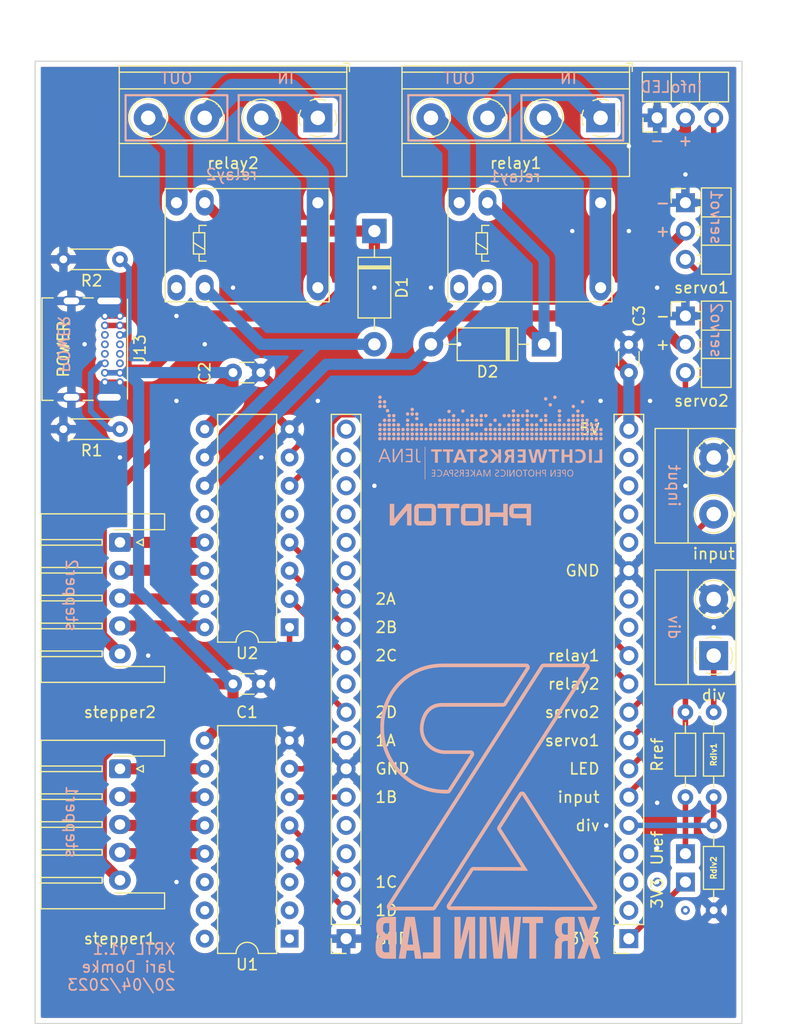
<source format=kicad_pcb>
(kicad_pcb (version 20211014) (generator pcbnew)
  (title_block (title "XR Twin Lab") (date "2022-05-23") (rev "1.0"))
  (layers (0 "F.Cu" signal) (31 "B.Cu" signal) (34 "B.Paste" user) (35 "F.Paste" user) (36 "B.SilkS" user "B.Silkscreen") (37 "F.SilkS" user "F.Silkscreen") (38 "B.Mask" user) (39 "F.Mask" user) (44 "Edge.Cuts" user))
  (net 0 "")
  (net 1 "GND")
  (net 2 "Net-(J6-Pad1)")
  (net 4 "Net-(J7-Pad1)")
  (net 6 "+3V3")
  (net 10 "input1")
  (net 11 "input2")
  (net 26 "servo1")
  (net 27 "servo2")
  (net 28 "stepper1A")
  (net 29 "stepper1B")
  (net 30 "stepper1C")
  (net 31 "stepper1D")
  (net 32 "stepper2A")
  (net 33 "stepper2B")
  (net 34 "stepper2C")
  (net 35 "stepper2D")
  (net 36 "driverRelay1")
  (net 37 "driverRelay2")
  (net 38 "Net-(J2-Pad3)")
  (net 39 "Net-(J2-Pad4)")
  (net 41 "infoLED")
  (net 44 "relay1")
  (net 45 "relay2")
  (net 46 "Net-(J2-Pad1)")
  (net 47 "Net-(J2-Pad2)")
  (net 50 "Net-(J3-Pad1)")
  (net 51 "Net-(J3-Pad2)")
  (net 52 "Net-(J3-Pad3)")
  (net 53 "+5V")
  (net 55 "Net-(J3-Pad4)")
  (net 58 "Net-(J13-PadA5)")
  (net 62 "Net-(J13-PadB5)")
  (net 67 "Net-(J14-Pad1)")
  (net 68 "Net-(J18-Pad1)")
  (net 69 "Net-(K2-Pad12)")
  (net 70 "Net-(K2-Pad6)")
  (net 71 "Net-(K1-Pad12)")
  (net 72 "Net-(K1-Pad6)")
  (footprint "TerminalBlock_Phoenix:TerminalBlock_Phoenix_MKDS-1,5-4-5.08_1x04_P5.08mm_Horizontal" (layer "F.Cu") (at 124.46 53.34 180)
    (fp_text reference "relay1")
    (fp_text value "relay2")
  )
  (footprint "Resistor_THT:R_Axial_DIN0204_L3.6mm_D1.6mm_P5.08mm_Horizontal" (layer "F.Cu") (at 81.28 81.28 180)
    (fp_text reference "R1")
    (fp_text value "5.1k")
  )
  (footprint "Connector_PinHeader_2.54mm:PinHeader_1x01_P2.54mm_Vertical" (layer "F.Cu") (at 132.08 121.92 -90)
    (fp_text reference "3V3")
    (fp_text value "conn")
  )
  (footprint "Capacitor_THT:C_Disc_D3.0mm_W1.6mm_P2.50mm" (layer "F.Cu") (at 127 76.2 90)
    (fp_text reference "C3")
    (fp_text value "100n")
  )
  (footprint "Relay_THT:Relay_SPDT_HJR-4102" (layer "F.Cu") (at 99.06 60.96 -90)
    (fp_text reference "K2" hide)
    (fp_text value "TIANBO-HJR-4102-L")
  )
  (footprint "Relay_THT:Relay_SPDT_HJR-4102" (layer "F.Cu") (at 124.46 60.96 -90)
    (fp_text reference "K1" hide)
    (fp_text value "TIANBO-HJR-4102-L")
  )
  (footprint "Package_DIP:DIP-16_W7.62mm" (layer "F.Cu") (at 96.52 99.06 180)
    (fp_text reference "U2")
    (fp_text value "TBD62003")
  )
  (footprint "Connector_PinSocket_2.54mm:PinSocket_1x19_P2.54mm_Vertical" (layer "F.Cu") (at 127 127 180)
    (fp_text reference "J4" hide)
    (fp_text value "ESP32 right")
  )
  (footprint "Resistor_THT:R_Axial_DIN0204_L3.6mm_D1.6mm_P7.62mm_Horizontal" (layer "F.Cu") (at 132.08 106.68 -90)
    (fp_text reference "Rref")
    (fp_text value "3.00k")
  )
  (footprint "Capacitor_THT:C_Disc_D3.0mm_W1.6mm_P2.50mm" (layer "F.Cu") (at 91.44 76.2)
    (fp_text reference "C2")
    (fp_text value "100n")
  )
  (footprint "Resistor_THT:R_Axial_DIN0204_L3.6mm_D1.6mm_P5.08mm_Horizontal" (layer "F.Cu") (at 81.28 66.04 180)
    (fp_text reference "R2")
    (fp_text value "5.1k")
  )
  (footprint "Package_DIP:DIP-16_W7.62mm" (layer "F.Cu") (at 96.52 127 180)
    (fp_text reference "U1")
    (fp_text value "TBD62003")
  )
  (footprint "Connector_JST:JST_XH_S5B-XH-A-1_1x05_P2.50mm_Horizontal" (layer "F.Cu") (at 81.28 111.76 -90)
    (fp_text reference "J2" hide)
    (fp_text value "stepper1")
  )
  (footprint "Resistor_THT:R_Axial_DIN0204_L3.6mm_D1.6mm_P7.62mm_Horizontal" (layer "F.Cu") (at 134.62 124.46 90)
    (fp_text reference "Rdiv2")
    (fp_text value "3.00k")
  )
  (footprint "Connector_PinSocket_2.54mm:PinSocket_1x19_P2.54mm_Vertical" (layer "F.Cu") (at 101.6 127 180)
    (fp_text reference "J5" hide)
    (fp_text value "ESP32 left")
  )
  (footprint "Connector_PinHeader_2.54mm:PinHeader_1x03_P2.54mm_Horizontal" (layer "F.Cu") (at 132.08 60.96)
    (fp_text reference "J10" hide)
    (fp_text value "servo1")
  )
  (footprint "Diode_THT:D_DO-41_SOD81_P10.16mm_Horizontal" (layer "F.Cu") (at 119.38 73.66 180)
    (fp_text reference "D2")
    (fp_text value "1N4001")
  )
  (footprint "Connector_JST:JST_XH_S5B-XH-A-1_1x05_P2.50mm_Horizontal" (layer "F.Cu") (at 81.28 91.44 -90)
    (fp_text reference "J3" hide)
    (fp_text value "stepper2")
  )
  (footprint "Connector_PinHeader_2.54mm:PinHeader_1x01_P2.54mm_Vertical" (layer "F.Cu") (at 132.08 119.38 -90)
    (fp_text reference "Uref")
    (fp_text value "Uref")
  )
  (footprint "Capacitor_THT:C_Disc_D3.0mm_W1.6mm_P2.50mm" (layer "F.Cu") (at 91.44 104.14)
    (fp_text reference "C1")
    (fp_text value "100n")
  )
  (footprint "TerminalBlock_Phoenix:TerminalBlock_Phoenix_MKDS-1,5-2-5.08_1x02_P5.08mm_Horizontal" (layer "F.Cu") (at 134.62 88.9 90)
    (fp_text reference "input")
    (fp_text value "input")
  )
  (footprint "Diode_THT:D_DO-41_SOD81_P10.16mm_Horizontal" (layer "F.Cu") (at 104.14 63.5 -90)
    (fp_text reference "D1")
    (fp_text value "1N4001")
  )
  (footprint "TerminalBlock_Phoenix:TerminalBlock_Phoenix_MKDS-1,5-2-5.08_1x02_P5.08mm_Horizontal" (layer "F.Cu") (at 134.62 101.6 90)
    (fp_text reference "div")
    (fp_text value "divider")
  )
  (footprint "Connector_PinHeader_2.54mm:PinHeader_1x03_P2.54mm_Horizontal" (layer "F.Cu") (at 132.08 71.12)
    (fp_text reference "J11" hide)
    (fp_text value "servo2")
  )
  (footprint "Connector_PinHeader_2.54mm:PinHeader_1x03_P2.54mm_Horizontal" (layer "F.Cu") (at 129.54 53.34 90)
    (fp_text reference "J12" hide)
    (fp_text value "infoLED")
  )
  (footprint "TerminalBlock_Phoenix:TerminalBlock_Phoenix_MKDS-1,5-4-5.08_1x04_P5.08mm_Horizontal" (layer "F.Cu") (at 99.06 53.34 180)
    (fp_text reference "relay2")
    (fp_text value "relay2")
  )
  (footprint "Connector_USB:USB_C_Receptacle_GCT_USB4085" (layer "F.Cu") (at 81.28 71.12 -90)
    (fp_text reference "J13")
    (fp_text value "USBC_5V_3A_input")
  )
  (footprint "Resistor_THT:R_Axial_DIN0204_L3.6mm_D1.6mm_P7.62mm_Horizontal" (layer "F.Cu") (at 134.62 114.3 90)
    (fp_text reference "Rdiv1")
    (fp_text value "3.00k")
  )
  (gr_poly (pts (xy 124.362763 84.101354) (xy 123.899329 84.101354) (xy 123.899329 84.289457) (xy 124.602128 84.289457) (xy 124.602128 83.095834) (xy 124.362763 83.095834)) (layer "B.SilkS") (width 0.015) (fill solid))
  (gr_poly (pts (xy 114.557679 81.159711) (xy 114.550133 81.160285) (xy 114.542696 81.161229) (xy 114.535378 81.162534) (xy 114.528189 81.164192) (xy 114.521137 81.166192) (xy 114.514232 81.168526) (xy 114.507483 81.171184) (xy 114.5009 81.174157) (xy 114.494492 81.177436) (xy 114.488268 81.181011) (xy 114.482238 81.184873) (xy 114.476411 81.189012) (xy 114.470796 81.19342) (xy 114.465403 81.198087) (xy 114.460241 81.203004) (xy 114.455319 81.208161) (xy 114.450647 81.213549) (xy 114.446235 81.219159) (xy 114.44209 81.224982) (xy 114.438224 81.231007) (xy 114.434645 81.237227) (xy 114.431362 81.243631) (xy 114.428385 81.25021) (xy 114.425724 81.256956) (xy 114.423386 81.263857) (xy 114.421383 81.270907) (xy 114.419723 81.278094) (xy 114.418416 81.28541) (xy 114.417471 81.292845) (xy 114.416896 81.30039) (xy 114.416703 81.308036) (xy 114.416896 81.315683) (xy 114.417471 81.323229) (xy 114.418416 81.330665) (xy 114.419723 81.337983) (xy 114.421383 81.345173) (xy 114.423386 81.352225) (xy 114.425724 81.35913) (xy 114.428385 81.365878) (xy 114.431362 81.372462) (xy 114.434645 81.37887) (xy 114.438224 81.385093) (xy 114.44209 81.391124) (xy 114.446235 81.396951) (xy 114.450647 81.402565) (xy 114.455319 81.407958) (xy 114.460241 81.41312) (xy 114.465403 81.418042) (xy 114.470796 81.422714) (xy 114.476411 81.427126) (xy 114.482238 81.431271) (xy 114.488268 81.435137) (xy 114.494492 81.438716) (xy 114.5009 81.441999) (xy 114.507483 81.444976) (xy 114.514232 81.447637) (xy 114.521137 81.449974) (xy 114.528189 81.451978) (xy 114.535378 81.453638) (xy 114.542696 81.454945) (xy 114.550133 81.45589) (xy 114.557679 81.456464) (xy 114.565325 81.456658) (xy 114.572971 81.456464) (xy 114.580516 81.45589) (xy 114.587952 81.454945) (xy 114.595268 81.453638) (xy 114.602455 81.451978) (xy 114.609504 81.449974) (xy 114.616406 81.447637) (xy 114.623151 81.444976) (xy 114.62973 81.441999) (xy 114.636134 81.438716) (xy 114.642354 81.435137) (xy 114.64838 81.43127) (xy 114.654202 81.427126) (xy 114.659812 81.422714) (xy 114.6652 81.418042) (xy 114.670357 81.41312) (xy 114.675274 81.407958) (xy 114.679941 81.402565) (xy 114.684349 81.396951) (xy 114.688489 81.391123) (xy 114.69235 81.385093) (xy 114.695925 81.37887) (xy 114.699204 81.372461) (xy 114.702177 81.365878) (xy 114.704835 81.35913) (xy 114.707169 81.352225) (xy 114.70917 81.345173) (xy 114.710827 81.337983) (xy 114.712133 81.330665) (xy 114.713077 81.323229) (xy 114.71365 81.315683) (xy 114.713843 81.308036) (xy 114.71365 81.30039) (xy 114.713077 81.292845) (xy 114.712133 81.28541) (xy 114.710827 81.278094) (xy 114.70917 81.270907) (xy 114.707169 81.263857) (xy 114.704835 81.256956) (xy 114.702177 81.25021) (xy 114.699204 81.243631) (xy 114.695925 81.237227) (xy 114.69235 81.231007) (xy 114.688489 81.224982) (xy 114.684349 81.219159) (xy 114.679941 81.213549) (xy 114.675274 81.208161) (xy 114.670357 81.203004) (xy 114.6652 81.198087) (xy 114.659812 81.19342) (xy 114.654202 81.189012) (xy 114.64838 81.184873) (xy 114.642354 81.181011) (xy 114.636134 81.177436) (xy 114.62973 81.174157) (xy 114.623151 81.171184) (xy 114.616406 81.168526) (xy 114.609504 81.166192) (xy 114.602455 81.164192) (xy 114.595268 81.162534) (xy 114.587952 81.161229) (xy 114.580516 81.160285) (xy 114.572971 81.159711) (xy 114.565325 81.159518)) (layer "B.SilkS") (width 0.015) (fill solid))
  (gr_poly (pts (xy 112.490217 80.332682) (xy 112.48268 80.333256) (xy 112.475251 80.334201) (xy 112.467941 80.335509) (xy 112.460759 80.337168) (xy 112.453714 80.339171) (xy 112.446815 80.341508) (xy 112.440072 80.344169) (xy 112.433494 80.347145) (xy 112.427091 80.350427) (xy 112.420871 80.354005) (xy 112.414845 80.35787) (xy 112.409022 80.362013) (xy 112.40341 80.366424) (xy 112.39802 80.371094) (xy 112.392861 80.376013) (xy 112.387941 80.381172) (xy 112.383271 80.386563) (xy 112.378861 80.392174) (xy 112.374718 80.397998) (xy 112.370853 80.404024) (xy 112.367274 80.410243) (xy 112.363993 80.416647) (xy 112.361016 80.423224) (xy 112.358355 80.429967) (xy 112.356019 80.436866) (xy 112.354016 80.443912) (xy 112.352356 80.451094) (xy 112.351049 80.458404) (xy 112.350103 80.465832) (xy 112.349529 80.47337) (xy 112.349336 80.481007) (xy 112.349529 80.488653) (xy 112.350103 80.496198) (xy 112.351049 80.503633) (xy 112.352356 80.510949) (xy 112.354016 80.518136) (xy 112.356019 80.525186) (xy 112.358355 80.532087) (xy 112.361016 80.538833) (xy 112.363993 80.545412) (xy 112.367274 80.551816) (xy 112.370853 80.558036) (xy 112.374718 80.564061) (xy 112.378861 80.569884) (xy 112.383271 80.575494) (xy 112.387941 80.580882) (xy 112.392861 80.586039) (xy 112.39802 80.590956) (xy 112.40341 80.595623) (xy 112.409022 80.600031) (xy 112.414845 80.60417) (xy 112.420871 80.608032) (xy 112.427091 80.611607) (xy 112.433494 80.614886) (xy 112.440072 80.617859) (xy 112.446815 80.620517) (xy 112.453714 80.622851) (xy 112.460759 80.624851) (xy 112.467941 80.626509) (xy 112.475251 80.627814) (xy 112.48268 80.628758) (xy 112.490217 80.629332) (xy 112.497854 80.629525) (xy 112.505509 80.629332) (xy 112.513063 80.628758) (xy 112.520507 80.627814) (xy 112.527831 80.626509) (xy 112.535025 80.624851) (xy 112.542081 80.622851) (xy 112.548989 80.620517) (xy 112.55574 80.617859) (xy 112.562324 80.614886) (xy 112.568733 80.611607) (xy 112.574957 80.608032) (xy 112.580987 80.60417) (xy 112.586813 80.600031) (xy 112.592426 80.595623) (xy 112.597817 80.590956) (xy 112.602977 80.586039) (xy 112.607896 80.580882) (xy 112.612565 80.575494) (xy 112.616975 80.569884) (xy 112.621116 80.564061) (xy 112.624979 80.558036) (xy 112.628555 80.551816) (xy 112.631835 80.545412) (xy 112.634808 80.538833) (xy 112.637467 80.532087) (xy 112.639801 80.525186) (xy 112.641802 80.518136) (xy 112.64346 80.510949) (xy 112.644765 80.503633) (xy 112.64571 80.496198) (xy 112.646283 80.488653) (xy 112.646476 80.481007) (xy 112.646283 80.47337) (xy 112.64571 80.465832) (xy 112.644765 80.458404) (xy 112.64346 80.451094) (xy 112.641802 80.443912) (xy 112.639801 80.436866) (xy 112.637467 80.429967) (xy 112.634808 80.423224) (xy 112.631835 80.416647) (xy 112.628555 80.410243) (xy 112.624979 80.404024) (xy 112.621116 80.397998) (xy 112.616975 80.392174) (xy 112.612565 80.386563) (xy 112.607896 80.381172) (xy 112.602977 80.376013) (xy 112.597817 80.371094) (xy 112.592426 80.366424) (xy 112.586813 80.362013) (xy 112.580987 80.35787) (xy 112.574957 80.354005) (xy 112.568733 80.350427) (xy 112.562324 80.347145) (xy 112.55574 80.344169) (xy 112.548989 80.341508) (xy 112.542081 80.339171) (xy 112.535025 80.337168) (xy 112.527831 80.335509) (xy 112.520507 80.334201) (xy 112.513063 80.333256) (xy 112.505509 80.332682) (xy 112.497854 80.332489)) (layer "B.SilkS") (width 0.015) (fill solid))
  (gr_poly (pts (xy 109.297223 84.979027) (xy 109.530593 84.979027) (xy 109.530593 85.191934) (xy 109.309212 85.191934) (xy 109.309212 85.243196) (xy 109.530593 85.243196) (xy 109.530593 85.47326) (xy 109.286991 85.47326) (xy 109.286991 85.524523) (xy 109.589608 85.524523) (xy 109.589608 84.927661) (xy 109.297223 84.927661)) (layer "B.SilkS") (width 0.015) (fill solid))
  (gr_poly (pts (xy 107.115144 79.770649) (xy 107.107607 79.771223) (xy 107.100179 79.772169) (xy 107.092869 79.773476) (xy 107.085686 79.775136) (xy 107.078641 79.777139) (xy 107.071742 79.779475) (xy 107.064999 79.782136) (xy 107.058421 79.785112) (xy 107.052018 79.788394) (xy 107.045799 79.791972) (xy 107.039773 79.795838) (xy 107.033949 79.79998) (xy 107.028338 79.804391) (xy 107.022947 79.809061) (xy 107.017788 79.81398) (xy 107.012869 79.81914) (xy 107.008199 79.82453) (xy 107.003788 79.830141) (xy 106.999645 79.835965) (xy 106.99578 79.841991) (xy 106.992202 79.84821) (xy 106.98892 79.854614) (xy 106.985944 79.861192) (xy 106.983283 79.867935) (xy 106.980946 79.874833) (xy 106.978943 79.881879) (xy 106.977283 79.889061) (xy 106.975976 79.896371) (xy 106.975031 79.903799) (xy 106.974457 79.911337) (xy 106.974263 79.918974) (xy 106.974457 79.926629) (xy 106.975031 79.934183) (xy 106.975976 79.941627) (xy 106.977283 79.94895) (xy 106.978943 79.956145) (xy 106.980946 79.963201) (xy 106.983283 79.970109) (xy 106.985944 79.976859) (xy 106.98892 79.983444) (xy 106.992202 79.989853) (xy 106.99578 79.996077) (xy 106.999645 80.002106) (xy 107.003788 80.007933) (xy 107.008199 80.013546) (xy 107.012869 80.018937) (xy 107.017788 80.024097) (xy 107.022947 80.029016) (xy 107.028338 80.033685) (xy 107.033949 80.038094) (xy 107.039773 80.042235) (xy 107.045799 80.046098) (xy 107.052018 80.049674) (xy 107.058421 80.052954) (xy 107.064999 80.055928) (xy 107.071742 80.058586) (xy 107.078641 80.060921) (xy 107.085686 80.062921) (xy 107.092869 80.064579) (xy 107.100179 80.065885) (xy 107.107607 80.066829) (xy 107.115144 80.067402) (xy 107.122781 80.067595) (xy 107.130437 80.067402) (xy 107.137991 80.066829) (xy 107.145435 80.065885) (xy 107.152758 80.064579) (xy 107.159953 80.062921) (xy 107.167008 80.060921) (xy 107.173916 80.058586) (xy 107.180667 80.055928) (xy 107.187252 80.052954) (xy 107.193661 80.049674) (xy 107.199885 80.046098) (xy 107.205915 80.042235) (xy 107.211741 80.038094) (xy 107.217354 80.033685) (xy 107.222745 80.029016) (xy 107.227905 80.024097) (xy 107.232824 80.018937) (xy 107.237493 80.013546) (xy 107.241902 80.007933) (xy 107.246043 80.002106) (xy 107.249907 79.996077) (xy 107.253483 79.989853) (xy 107.256762 79.983444) (xy 107.259736 79.976859) (xy 107.262395 79.970109) (xy 107.264729 79.963201) (xy 107.26673 79.956145) (xy 107.268387 79.94895) (xy 107.269693 79.941627) (xy 107.270637 79.934183) (xy 107.27121 79.926629) (xy 107.271403 79.918974) (xy 107.27121 79.911337) (xy 107.270637 79.903799) (xy 107.269693 79.896371) (xy 107.268387 79.889061) (xy 107.26673 79.881879) (xy 107.264729 79.874833) (xy 107.262395 79.867935) (xy 107.259736 79.861192) (xy 107.256762 79.854614) (xy 107.253483 79.84821) (xy 107.249907 79.841991) (xy 107.246043 79.835965) (xy 107.241902 79.830141) (xy 107.237493 79.82453) (xy 107.232824 79.81914) (xy 107.227905 79.81398) (xy 107.222745 79.809061) (xy 107.217354 79.804391) (xy 107.211741 79.79998) (xy 107.205915 79.795838) (xy 107.199885 79.791972) (xy 107.193661 79.788394) (xy 107.187252 79.785112) (xy 107.180667 79.782136) (xy 107.173916 79.779475) (xy 107.167008 79.777139) (xy 107.159953 79.775136) (xy 107.152758 79.773476) (xy 107.145435 79.772169) (xy 107.137991 79.771223) (xy 107.130437 79.770649) (xy 107.122781 79.770456)) (layer "B.SilkS") (width 0.015) (fill solid))
  (gr_poly (pts (xy 117.451972 81.159711) (xy 117.444426 81.160285) (xy 117.436989 81.161229) (xy 117.429671 81.162534) (xy 117.422482 81.164192) (xy 117.41543 81.166192) (xy 117.408525 81.168526) (xy 117.401776 81.171184) (xy 117.395193 81.174157) (xy 117.388785 81.177436) (xy 117.382561 81.181011) (xy 117.376531 81.184873) (xy 117.370704 81.189012) (xy 117.365089 81.19342) (xy 117.359696 81.198087) (xy 117.354535 81.203004) (xy 117.349613 81.208161) (xy 117.344941 81.213549) (xy 117.340529 81.219159) (xy 117.336384 81.224982) (xy 117.332518 81.231007) (xy 117.328939 81.237227) (xy 117.325656 81.243631) (xy 117.322679 81.25021) (xy 117.320018 81.256956) (xy 117.317681 81.263857) (xy 117.315677 81.270907) (xy 117.314018 81.278094) (xy 117.31271 81.28541) (xy 117.311765 81.292845) (xy 117.311191 81.30039) (xy 117.310997 81.308036) (xy 117.311191 81.315683) (xy 117.311765 81.323229) (xy 117.31271 81.330665) (xy 117.314018 81.337983) (xy 117.315677 81.345173) (xy 117.317681 81.352225) (xy 117.320018 81.35913) (xy 117.322679 81.365878) (xy 117.325656 81.372462) (xy 117.328939 81.37887) (xy 117.332518 81.385093) (xy 117.336384 81.391124) (xy 117.340529 81.396951) (xy 117.344941 81.402565) (xy 117.349613 81.407958) (xy 117.354535 81.41312) (xy 117.359696 81.418042) (xy 117.365089 81.422714) (xy 117.370704 81.427126) (xy 117.376531 81.431271) (xy 117.382561 81.435137) (xy 117.388785 81.438716) (xy 117.395193 81.441999) (xy 117.401776 81.444976) (xy 117.408525 81.447637) (xy 117.41543 81.449974) (xy 117.422482 81.451978) (xy 117.429671 81.453638) (xy 117.436989 81.454945) (xy 117.444426 81.45589) (xy 117.451972 81.456464) (xy 117.459618 81.456658) (xy 117.467255 81.456464) (xy 117.474793 81.45589) (xy 117.482221 81.454945) (xy 117.489531 81.453638) (xy 117.496714 81.451978) (xy 117.503759 81.449974) (xy 117.510658 81.447637) (xy 117.517401 81.444976) (xy 117.523979 81.441999) (xy 117.530382 81.438716) (xy 117.536602 81.435137) (xy 117.542628 81.43127) (xy 117.548451 81.427126) (xy 117.554063 81.422714) (xy 117.559453 81.418042) (xy 117.564612 81.41312) (xy 117.569532 81.407958) (xy 117.574201 81.402565) (xy 117.578612 81.396951) (xy 117.582755 81.391123) (xy 117.58662 81.385093) (xy 117.590198 81.37887) (xy 117.59348 81.372461) (xy 117.596456 81.365878) (xy 117.599117 81.35913) (xy 117.601454 81.352225) (xy 117.603457 81.345173) (xy 117.605117 81.337983) (xy 117.606424 81.330665) (xy 117.607369 81.323229) (xy 117.607943 81.315683) (xy 117.608137 81.308036) (xy 117.607943 81.30039) (xy 117.607369 81.292845) (xy 117.606424 81.28541) (xy 117.605117 81.278094) (xy 117.603457 81.270907) (xy 117.601454 81.263857) (xy 117.599117 81.256956) (xy 117.596456 81.25021) (xy 117.59348 81.243631) (xy 117.590198 81.237227) (xy 117.58662 81.231007) (xy 117.582755 81.224982) (xy 117.578612 81.219159) (xy 117.574201 81.213549) (xy 117.569532 81.208161) (xy 117.564612 81.203004) (xy 117.559453 81.198087) (xy 117.554063 81.19342) (xy 117.548451 81.189012) (xy 117.542628 81.184873) (xy 117.536602 81.181011) (xy 117.530382 81.177436) (xy 117.523979 81.174157) (xy 117.517401 81.171184) (xy 117.510658 81.168526) (xy 117.503759 81.166192) (xy 117.496714 81.164192) (xy 117.489531 81.162534) (xy 117.482221 81.161229) (xy 117.474793 81.160285) (xy 117.467255 81.159711) (xy 117.459618 81.159518)) (layer "B.SilkS") (width 0.015) (fill solid))
  (gr_poly (pts (xy 113.317238 81.986637) (xy 113.309691 81.987211) (xy 113.302255 81.988155) (xy 113.294937 81.98946) (xy 113.287748 81.991118) (xy 113.280696 81.993118) (xy 113.273791 81.995452) (xy 113.267042 81.99811) (xy 113.260459 82.001083) (xy 113.254051 82.004362) (xy 113.247827 82.007937) (xy 113.241797 82.011799) (xy 113.23597 82.015938) (xy 113.230355 82.020346) (xy 113.224962 82.025013) (xy 113.2198 82.02993) (xy 113.214879 82.035087) (xy 113.210207 82.040475) (xy 113.205794 82.046085) (xy 113.20165 82.051908) (xy 113.197784 82.057934) (xy 113.194205 82.064153) (xy 113.190922 82.070557) (xy 113.187945 82.077136) (xy 113.185283 82.083882) (xy 113.182946 82.090784) (xy 113.180943 82.097833) (xy 113.179283 82.10502) (xy 113.177976 82.112336) (xy 113.17703 82.119771) (xy 113.176456 82.127316) (xy 113.176263 82.134963) (xy 113.176456 82.142609) (xy 113.17703 82.150155) (xy 113.177976 82.157592) (xy 113.179283 82.164909) (xy 113.180943 82.172099) (xy 113.182946 82.179151) (xy 113.185283 82.186056) (xy 113.187945 82.192805) (xy 113.190922 82.199388) (xy 113.194205 82.205796) (xy 113.197784 82.21202) (xy 113.20165 82.21805) (xy 113.205794 82.223877) (xy 113.210207 82.229492) (xy 113.214879 82.234885) (xy 113.2198 82.240047) (xy 113.224962 82.244968) (xy 113.230355 82.24964) (xy 113.23597 82.254053) (xy 113.241797 82.258197) (xy 113.247827 82.262063) (xy 113.254051 82.265642) (xy 113.260459 82.268925) (xy 113.267042 82.271902) (xy 113.273791 82.274564) (xy 113.280696 82.276901) (xy 113.287748 82.278904) (xy 113.294937 82.280564) (xy 113.302255 82.281871) (xy 113.309691 82.282817) (xy 113.317238 82.283391) (xy 113.324884 82.283584) (xy 113.332521 82.283391) (xy 113.340058 82.282817) (xy 113.347487 82.281871) (xy 113.354797 82.280564) (xy 113.361979 82.278904) (xy 113.369024 82.276901) (xy 113.375923 82.274564) (xy 113.382666 82.271902) (xy 113.389244 82.268925) (xy 113.395648 82.265642) (xy 113.401867 82.262063) (xy 113.407893 82.258197) (xy 113.413717 82.254053) (xy 113.419328 82.24964) (xy 113.424718 82.244968) (xy 113.429878 82.240047) (xy 113.434797 82.234885) (xy 113.439467 82.229492) (xy 113.443878 82.223877) (xy 113.44802 82.21805) (xy 113.451885 82.21202) (xy 113.455464 82.205796) (xy 113.458745 82.199388) (xy 113.461722 82.192805) (xy 113.464383 82.186056) (xy 113.466719 82.179151) (xy 113.468722 82.172099) (xy 113.470382 82.164909) (xy 113.471689 82.157592) (xy 113.472634 82.150155) (xy 113.473209 82.142609) (xy 113.473402 82.134963) (xy 113.473209 82.127316) (xy 113.472634 82.119771) (xy 113.471689 82.112336) (xy 113.470382 82.10502) (xy 113.468722 82.097833) (xy 113.466719 82.090784) (xy 113.464383 82.083882) (xy 113.461722 82.077137) (xy 113.458745 82.070557) (xy 113.455464 82.064153) (xy 113.451885 82.057934) (xy 113.44802 82.051908) (xy 113.443878 82.046085) (xy 113.439467 82.040475) (xy 113.434797 82.035087) (xy 113.429878 82.02993) (xy 113.424718 82.025013) (xy 113.419328 82.020346) (xy 113.413717 82.015938) (xy 113.407893 82.011799) (xy 113.401867 82.007937) (xy 113.395648 82.004362) (xy 113.389244 82.001083) (xy 113.382666 81.99811) (xy 113.375923 81.995452) (xy 113.369024 81.993118) (xy 113.361979 81.991118) (xy 113.354797 81.98946) (xy 113.347487 81.988155) (xy 113.340058 81.987211) (xy 113.332521 81.986637) (xy 113.324884 81.986444)) (layer "B.SilkS") (width 0.015) (fill solid))
  (gr_poly (pts (xy 116.211532 80.746197) (xy 116.203986 80.74677) (xy 116.196551 80.747714) (xy 116.189235 80.749019) (xy 116.182048 80.750677) (xy 116.174999 80.752677) (xy 116.168097 80.755011) (xy 116.161352 80.757669) (xy 116.154772 80.760642) (xy 116.148368 80.763921) (xy 116.142149 80.767496) (xy 116.136123 80.771358) (xy 116.130301 80.775498) (xy 116.124691 80.779905) (xy 116.119302 80.784572) (xy 116.114145 80.789489) (xy 116.109228 80.794646) (xy 116.104561 80.800034) (xy 116.100154 80.805644) (xy 116.096014 80.811467) (xy 116.092152 80.817493) (xy 116.088577 80.823712) (xy 116.085298 80.830116) (xy 116.082325 80.836695) (xy 116.079667 80.843441) (xy 116.077333 80.850343) (xy 116.075333 80.857392) (xy 116.073675 80.864579) (xy 116.07237 80.871895) (xy 116.071426 80.87933) (xy 116.070852 80.886875) (xy 116.070659 80.894521) (xy 116.070852 80.902168) (xy 116.071426 80.909714) (xy 116.07237 80.917151) (xy 116.073675 80.924468) (xy 116.075333 80.931658) (xy 116.077333 80.93871) (xy 116.079667 80.945615) (xy 116.082325 80.952364) (xy 116.085298 80.958947) (xy 116.088577 80.965355) (xy 116.092152 80.971579) (xy 116.096014 80.977609) (xy 116.100154 80.983436) (xy 116.104561 80.989051) (xy 116.109228 80.994444) (xy 116.114145 80.999606) (xy 116.119302 81.004527) (xy 116.124691 81.009199) (xy 116.130301 81.013612) (xy 116.136123 81.017756) (xy 116.142149 81.021622) (xy 116.148368 81.025201) (xy 116.154772 81.028484) (xy 116.161352 81.031461) (xy 116.168097 81.034123) (xy 116.174999 81.03646) (xy 116.182048 81.038463) (xy 116.189235 81.040123) (xy 116.196551 81.04143) (xy 116.203986 81.042375) (xy 116.211532 81.04295) (xy 116.219178 81.043143) (xy 116.226824 81.04295) (xy 116.234369 81.042375) (xy 116.241804 81.04143) (xy 116.24912 81.040123) (xy 116.256307 81.038463) (xy 116.263357 81.03646) (xy 116.270258 81.034123) (xy 116.277004 81.031461) (xy 116.283583 81.028484) (xy 116.289987 81.025201) (xy 116.296207 81.021622) (xy 116.302232 81.017756) (xy 116.308055 81.013612) (xy 116.313665 81.009199) (xy 116.319053 81.004527) (xy 116.32421 80.999606) (xy 116.329127 80.994444) (xy 116.333794 80.989051) (xy 116.338202 80.983436) (xy 116.342341 80.977609) (xy 116.346203 80.971579) (xy 116.349778 80.965355) (xy 116.353057 80.958947) (xy 116.35603 80.952364) (xy 116.358688 80.945615) (xy 116.361022 80.93871) (xy 116.363022 80.931658) (xy 116.36468 80.924468) (xy 116.365985 80.917151) (xy 116.366929 80.909714) (xy 116.367503 80.902168) (xy 116.367696 80.894521) (xy 116.367503 80.886875) (xy 116.366929 80.87933) (xy 116.365985 80.871895) (xy 116.36468 80.864579) (xy 116.363022 80.857392) (xy 116.361022 80.850343) (xy 116.358688 80.843441) (xy 116.35603 80.836695) (xy 116.353057 80.830116) (xy 116.349778 80.823712) (xy 116.346203 80.817493) (xy 116.342341 80.811467) (xy 116.338202 80.805644) (xy 116.333794 80.800034) (xy 116.329127 80.794646) (xy 116.32421 80.789489) (xy 116.319053 80.784572) (xy 116.313665 80.779905) (xy 116.308055 80.775498) (xy 116.302232 80.771358) (xy 116.296207 80.767496) (xy 116.289987 80.763921) (xy 116.283583 80.760642) (xy 116.277004 80.757669) (xy 116.270258 80.755011) (xy 116.263357 80.752677) (xy 116.256307 80.750677) (xy 116.24912 80.749019) (xy 116.241804 80.747714) (xy 116.234369 80.74677) (xy 116.226824 80.746197) (xy 116.219178 80.746003)) (layer "B.SilkS") (width 0.015) (fill solid))
  (gr_poly (pts (xy 110.009438 81.573123) (xy 110.0019 81.573697) (xy 109.99447 81.574643) (xy 109.987158 81.57595) (xy 109.979974 81.57761) (xy 109.972925 81.579614) (xy 109.966023 81.581951) (xy 109.959277 81.584613) (xy 109.952695 81.587591) (xy 109.946288 81.590875) (xy 109.940064 81.594455) (xy 109.934033 81.598322) (xy 109.928205 81.602468) (xy 109.922589 81.606882) (xy 109.917194 81.611556) (xy 109.91203 81.61648) (xy 109.907106 81.621645) (xy 109.902431 81.62704) (xy 109.898016 81.632658) (xy 109.893868 81.638489) (xy 109.889999 81.644523) (xy 109.886416 81.650751) (xy 109.88313 81.657164) (xy 109.88015 81.663753) (xy 109.877486 81.670507) (xy 109.875146 81.677418) (xy 109.87314 81.684477) (xy 109.871478 81.691674) (xy 109.870169 81.698999) (xy 109.869222 81.706444) (xy 109.868647 81.713999) (xy 109.868454 81.721655) (xy 109.868647 81.729291) (xy 109.869222 81.736828) (xy 109.870169 81.744255) (xy 109.871478 81.751563) (xy 109.87314 81.758743) (xy 109.875146 81.765785) (xy 109.877486 81.772681) (xy 109.88015 81.779421) (xy 109.88313 81.785995) (xy 109.886416 81.792394) (xy 109.889999 81.798609) (xy 109.893868 81.804631) (xy 109.898016 81.81045) (xy 109.902431 81.816057) (xy 109.907106 81.821442) (xy 109.91203 81.826597) (xy 109.917194 81.831511) (xy 109.922589 81.836176) (xy 109.928205 81.840582) (xy 109.934033 81.84472) (xy 109.940064 81.848581) (xy 109.946288 81.852155) (xy 109.952695 81.855433) (xy 109.959277 81.858405) (xy 109.966023 81.861063) (xy 109.972925 81.863396) (xy 109.979974 81.865396) (xy 109.987158 81.867054) (xy 109.99447 81.868359) (xy 110.0019 81.869303) (xy 110.009438 81.869876) (xy 110.017076 81.870069) (xy 110.024722 81.869876) (xy 110.032268 81.869303) (xy 110.039705 81.868359) (xy 110.047023 81.867054) (xy 110.054212 81.865396) (xy 110.061264 81.863396) (xy 110.068169 81.861063) (xy 110.074918 81.858405) (xy 110.081501 81.855433) (xy 110.087909 81.852155) (xy 110.094133 81.848581) (xy 110.100163 81.84472) (xy 110.10599 81.840582) (xy 110.111605 81.836176) (xy 110.116998 81.831511) (xy 110.122159 81.826597) (xy 110.127081 81.821442) (xy 110.131753 81.816057) (xy 110.136165 81.81045) (xy 110.14031 81.804631) (xy 110.144176 81.798609) (xy 110.147755 81.792394) (xy 110.151038 81.785995) (xy 110.154015 81.779421) (xy 110.156676 81.772681) (xy 110.159013 81.765785) (xy 110.161016 81.758743) (xy 110.162676 81.751563) (xy 110.163984 81.744255) (xy 110.164929 81.736828) (xy 110.165503 81.729291) (xy 110.165697 81.721655) (xy 110.165503 81.713999) (xy 110.164929 81.706444) (xy 110.163984 81.698999) (xy 110.162676 81.691674) (xy 110.161016 81.684477) (xy 110.159013 81.677418) (xy 110.156676 81.670507) (xy 110.154015 81.663753) (xy 110.151038 81.657164) (xy 110.147755 81.650751) (xy 110.144176 81.644523) (xy 110.14031 81.638489) (xy 110.136165 81.632658) (xy 110.131753 81.62704) (xy 110.127081 81.621645) (xy 110.122159 81.61648) (xy 110.116998 81.611556) (xy 110.111605 81.606882) (xy 110.10599 81.602468) (xy 110.100163 81.598322) (xy 110.094133 81.594455) (xy 110.087909 81.590875) (xy 110.081501 81.587591) (xy 110.074918 81.584613) (xy 110.068169 81.581951) (xy 110.061264 81.579614) (xy 110.054212 81.57761) (xy 110.047023 81.57595) (xy 110.039705 81.574643) (xy 110.032268 81.573697) (xy 110.024722 81.573123) (xy 110.017076 81.57293)) (layer "B.SilkS") (width 0.015) (fill solid))
  (gr_poly (pts (xy 105.047769 78.67883) (xy 105.040224 78.679404) (xy 105.032788 78.680349) (xy 105.025472 78.681656) (xy 105.018285 78.683316) (xy 105.011236 78.685319) (xy 105.004334 78.687655) (xy 104.997589 78.690317) (xy 104.991009 78.693293) (xy 104.984605 78.696575) (xy 104.978386 78.700153) (xy 104.97236 78.704018) (xy 104.966537 78.708161) (xy 104.960927 78.712572) (xy 104.955539 78.717241) (xy 104.950382 78.722161) (xy 104.945465 78.72732) (xy 104.940798 78.73271) (xy 104.93639 78.738322) (xy 104.932251 78.744145) (xy 104.928389 78.750171) (xy 104.924814 78.756391) (xy 104.921535 78.762794) (xy 104.918562 78.769372) (xy 104.915904 78.776115) (xy 104.91357 78.783014) (xy 104.91157 78.790059) (xy 104.909912 78.797241) (xy 104.908606 78.804551) (xy 104.907663 78.81198) (xy 104.907089 78.819517) (xy 104.906896 78.827154) (xy 104.907089 78.8348) (xy 104.907663 78.842346) (xy 104.908606 78.849781) (xy 104.909912 78.857097) (xy 104.91157 78.864284) (xy 104.91357 78.871333) (xy 104.915904 78.878235) (xy 104.918562 78.88498) (xy 104.921535 78.891559) (xy 104.924814 78.897964) (xy 104.928389 78.904183) (xy 104.932251 78.910209) (xy 104.93639 78.916031) (xy 104.940798 78.921641) (xy 104.945465 78.927029) (xy 104.950382 78.932187) (xy 104.955539 78.937103) (xy 104.960927 78.94177) (xy 104.966537 78.946178) (xy 104.97236 78.950318) (xy 104.978386 78.95418) (xy 104.984605 78.957755) (xy 104.991009 78.961033) (xy 104.997589 78.964006) (xy 105.004334 78.966664) (xy 105.011236 78.968998) (xy 105.018285 78.970999) (xy 105.025472 78.972656) (xy 105.032788 78.973962) (xy 105.040224 78.974906) (xy 105.047769 78.975479) (xy 105.055415 78.975672) (xy 105.063062 78.975479) (xy 105.070608 78.974906) (xy 105.078044 78.973962) (xy 105.085362 78.972656) (xy 105.092551 78.970999) (xy 105.099603 78.968998) (xy 105.106508 78.966664) (xy 105.113257 78.964006) (xy 105.11984 78.961033) (xy 105.126248 78.957755) (xy 105.132471 78.95418) (xy 105.138501 78.950318) (xy 105.144329 78.946178) (xy 105.149943 78.94177) (xy 105.155336 78.937103) (xy 105.160498 78.932187) (xy 105.16542 78.927029) (xy 105.170091 78.921641) (xy 105.174504 78.916031) (xy 105.178648 78.910209) (xy 105.182514 78.904183) (xy 105.186094 78.897964) (xy 105.189376 78.891559) (xy 105.192353 78.88498) (xy 105.195015 78.878235) (xy 105.197352 78.871333) (xy 105.199355 78.864284) (xy 105.201015 78.857097) (xy 105.202322 78.849781) (xy 105.203268 78.842346) (xy 105.203842 78.8348) (xy 105.204035 78.827154) (xy 105.203842 78.819517) (xy 105.203268 78.81198) (xy 105.202322 78.804551) (xy 105.201015 78.797241) (xy 105.199355 78.790059) (xy 105.197352 78.783014) (xy 105.195015 78.776115) (xy 105.192353 78.769372) (xy 105.189376 78.762794) (xy 105.186094 78.756391) (xy 105.182514 78.750171) (xy 105.178648 78.744145) (xy 105.174504 78.738322) (xy 105.170091 78.73271) (xy 105.16542 78.72732) (xy 105.160498 78.722161) (xy 105.155336 78.717241) (xy 105.149943 78.712572) (xy 105.144329 78.708161) (xy 105.138501 78.704018) (xy 105.132471 78.700153) (xy 105.126248 78.696575) (xy 105.11984 78.693293) (xy 105.113257 78.690317) (xy 105.106508 78.687655) (xy 105.099603 78.685319) (xy 105.092551 78.683316) (xy 105.085362 78.681656) (xy 105.078044 78.680349) (xy 105.070608 78.679404) (xy 105.063062 78.67883) (xy 105.055415 78.678636)) (layer "B.SilkS") (width 0.015) (fill solid))
  (gr_poly (pts (xy 108.355576 80.746197) (xy 108.34803 80.74677) (xy 108.340593 80.747714) (xy 108.333276 80.749019) (xy 108.326086 80.750677) (xy 108.319034 80.752677) (xy 108.312129 80.755011) (xy 108.30538 80.757669) (xy 108.298797 80.760642) (xy 108.292389 80.763921) (xy 108.286165 80.767496) (xy 108.280135 80.771358) (xy 108.274308 80.775498) (xy 108.268694 80.779905) (xy 108.263301 80.784572) (xy 108.258139 80.789489) (xy 108.253217 80.794646) (xy 108.248545 80.800034) (xy 108.244133 80.805644) (xy 108.239989 80.811467) (xy 108.236122 80.817493) (xy 108.232543 80.823712) (xy 108.22926 80.830116) (xy 108.226283 80.836695) (xy 108.223622 80.843441) (xy 108.221285 80.850343) (xy 108.219282 80.857392) (xy 108.217622 80.864579) (xy 108.216314 80.871895) (xy 108.215369 80.87933) (xy 108.214795 80.886875) (xy 108.214601 80.894521) (xy 108.214795 80.902168) (xy 108.215369 80.909714) (xy 108.216314 80.917151) (xy 108.217622 80.924468) (xy 108.219282 80.931658) (xy 108.221285 80.93871) (xy 108.223622 80.945615) (xy 108.226283 80.952364) (xy 108.22926 80.958947) (xy 108.232543 80.965355) (xy 108.236122 80.971579) (xy 108.239989 80.977609) (xy 108.244133 80.983436) (xy 108.248545 80.989051) (xy 108.253217 80.994444) (xy 108.258139 80.999606) (xy 108.263301 81.004527) (xy 108.268694 81.009199) (xy 108.274308 81.013612) (xy 108.280135 81.017756) (xy 108.286165 81.021622) (xy 108.292389 81.025201) (xy 108.298797 81.028484) (xy 108.30538 81.031461) (xy 108.312129 81.034123) (xy 108.319034 81.03646) (xy 108.326086 81.038463) (xy 108.333276 81.040123) (xy 108.340593 81.04143) (xy 108.34803 81.042375) (xy 108.355576 81.04295) (xy 108.363222 81.043143) (xy 108.370868 81.04295) (xy 108.378413 81.042375) (xy 108.385846 81.04143) (xy 108.39316 81.040123) (xy 108.400345 81.038463) (xy 108.407392 81.03646) (xy 108.41429 81.034123) (xy 108.421032 81.031461) (xy 108.427608 81.028484) (xy 108.434008 81.025201) (xy 108.440223 81.021622) (xy 108.446244 81.017756) (xy 108.452062 81.013612) (xy 108.457668 81.009199) (xy 108.463051 81.004527) (xy 108.468203 80.999606) (xy 108.473115 80.994444) (xy 108.477777 80.989051) (xy 108.48218 80.983436) (xy 108.486315 80.977609) (xy 108.490173 80.971579) (xy 108.493744 80.965355) (xy 108.497018 80.958947) (xy 108.499988 80.952364) (xy 108.502642 80.945615) (xy 108.504973 80.93871) (xy 108.506971 80.931658) (xy 108.508626 80.924468) (xy 108.50993 80.917151) (xy 108.510872 80.909714) (xy 108.511445 80.902168) (xy 108.511637 80.894521) (xy 108.511445 80.886875) (xy 108.510872 80.87933) (xy 108.50993 80.871895) (xy 108.508626 80.864579) (xy 108.506971 80.857392) (xy 108.504973 80.850343) (xy 108.502642 80.843441) (xy 108.499988 80.836695) (xy 108.497018 80.830116) (xy 108.493744 80.823712) (xy 108.490173 80.817493) (xy 108.486315 80.811467) (xy 108.48218 80.805644) (xy 108.477777 80.800034) (xy 108.473115 80.794646) (xy 108.468203 80.789489) (xy 108.463051 80.784572) (xy 108.457668 80.779905) (xy 108.452062 80.775498) (xy 108.446244 80.771358) (xy 108.440223 80.767496) (xy 108.434008 80.763921) (xy 108.427608 80.760642) (xy 108.421032 80.757669) (xy 108.41429 80.755011) (xy 108.407392 80.752677) (xy 108.400345 80.750677) (xy 108.39316 80.749019) (xy 108.385846 80.747714) (xy 108.378413 80.74677) (xy 108.370868 80.746197) (xy 108.363222 80.746003)) (layer "B.SilkS") (width 0.015) (fill solid))
  (gr_poly (pts (xy 117.011274 83.283936) (xy 117.476362 83.283936) (xy 117.476362 83.578079) (xy 117.050651 83.578079) (xy 117.050651 83.766181) (xy 117.476362 83.766181) (xy 117.476362 84.101354) (xy 117.007863 84.101354) (xy 117.007863 84.289457) (xy 117.71583 84.289457) (xy 117.71583 83.095834) (xy 117.011274 83.095834)) (layer "B.SilkS") (width 0.015) (fill solid))
  (gr_poly (pts (xy 105.916654 84.101354) (xy 105.913243 84.101354) (xy 105.913243 83.051393) (xy 105.795214 83.051393) (xy 105.795214 84.245015) (xy 105.954274 84.245015) (xy 106.551137 83.215517) (xy 106.554548 83.215517) (xy 106.554548 84.245015) (xy 106.672473 84.245015) (xy 106.672473 83.051393) (xy 106.523748 83.051393)) (layer "B.SilkS") (width 0.015) (fill solid))
  (gr_poly (pts (xy 119.51934 81.573123) (xy 119.511794 81.573697) (xy 119.504357 81.574643) (xy 119.497039 81.57595) (xy 119.48985 81.57761) (xy 119.482798 81.579614) (xy 119.475893 81.581951) (xy 119.469144 81.584613) (xy 119.462561 81.587591) (xy 119.456153 81.590875) (xy 119.449929 81.594455) (xy 119.443899 81.598322) (xy 119.438072 81.602468) (xy 119.432457 81.606882) (xy 119.427064 81.611556) (xy 119.421902 81.61648) (xy 119.41698 81.621645) (xy 119.412309 81.62704) (xy 119.407896 81.632658) (xy 119.403752 81.638489) (xy 119.399885 81.644523) (xy 119.396306 81.650751) (xy 119.393023 81.657164) (xy 119.390047 81.663753) (xy 119.387385 81.670507) (xy 119.385048 81.677418) (xy 119.383045 81.684477) (xy 119.381385 81.691674) (xy 119.380077 81.698999) (xy 119.379132 81.706444) (xy 119.378558 81.713999) (xy 119.378364 81.721655) (xy 119.378558 81.729291) (xy 119.379132 81.736828) (xy 119.380077 81.744255) (xy 119.381385 81.751563) (xy 119.383045 81.758743) (xy 119.385048 81.765785) (xy 119.387385 81.772681) (xy 119.390047 81.779421) (xy 119.393023 81.785995) (xy 119.396306 81.792394) (xy 119.399885 81.798609) (xy 119.403752 81.804631) (xy 119.407896 81.81045) (xy 119.412309 81.816057) (xy 119.41698 81.821442) (xy 119.421902 81.826597) (xy 119.427064 81.831511) (xy 119.432457 81.836176) (xy 119.438072 81.840582) (xy 119.443899 81.84472) (xy 119.449929 81.848581) (xy 119.456153 81.852155) (xy 119.462561 81.855433) (xy 119.469144 81.858405) (xy 119.475893 81.861063) (xy 119.482798 81.863396) (xy 119.48985 81.865396) (xy 119.497039 81.867054) (xy 119.504357 81.868359) (xy 119.511794 81.869303) (xy 119.51934 81.869876) (xy 119.526986 81.870069) (xy 119.534623 81.869876) (xy 119.54216 81.869303) (xy 119.549589 81.868359) (xy 119.556899 81.867054) (xy 119.564081 81.865396) (xy 119.571126 81.863396) (xy 119.578025 81.861063) (xy 119.584768 81.858405) (xy 119.591346 81.855433) (xy 119.597749 81.852155) (xy 119.603969 81.848581) (xy 119.609995 81.84472) (xy 119.615819 81.840582) (xy 119.62143 81.836176) (xy 119.62682 81.831511) (xy 119.63198 81.826597) (xy 119.636899 81.821442) (xy 119.641569 81.816057) (xy 119.645979 81.81045) (xy 119.650122 81.804631) (xy 119.653987 81.798609) (xy 119.657566 81.792394) (xy 119.660847 81.785995) (xy 119.663824 81.779421) (xy 119.666485 81.772681) (xy 119.668821 81.765785) (xy 119.670824 81.758743) (xy 119.672484 81.751563) (xy 119.673791 81.744255) (xy 119.674737 81.736828) (xy 119.675311 81.729291) (xy 119.675504 81.721655) (xy 119.675311 81.713999) (xy 119.674737 81.706444) (xy 119.673791 81.698999) (xy 119.672484 81.691674) (xy 119.670824 81.684477) (xy 119.668821 81.677418) (xy 119.666485 81.670507) (xy 119.663824 81.663753) (xy 119.660847 81.657164) (xy 119.657566 81.650751) (xy 119.653987 81.644523) (xy 119.650122 81.638489) (xy 119.645979 81.632658) (xy 119.641569 81.62704) (xy 119.636899 81.621645) (xy 119.63198 81.61648) (xy 119.62682 81.611556) (xy 119.62143 81.606882) (xy 119.615819 81.602468) (xy 119.609995 81.598322) (xy 119.603969 81.594455) (xy 119.597749 81.590875) (xy 119.591346 81.587591) (xy 119.584768 81.584613) (xy 119.578025 81.581951) (xy 119.571126 81.579614) (xy 119.564081 81.57761) (xy 119.556899 81.57595) (xy 119.549589 81.574643) (xy 119.54216 81.573697) (xy 119.534623 81.573123) (xy 119.526986 81.57293)) (layer "B.SilkS") (width 0.015) (fill solid))
  (gr_poly (pts (xy 105.312661 79.473613) (xy 105.305116 79.474186) (xy 105.297681 79.47513) (xy 105.290365 79.476435) (xy 105.283178 79.478093) (xy 105.276129 79.480094) (xy 105.269227 79.482427) (xy 105.262482 79.485086) (xy 105.255903 79.488059) (xy 105.249499 79.491337) (xy 105.243279 79.494912) (xy 105.237253 79.498774) (xy 105.231431 79.502914) (xy 105.225821 79.507322) (xy 105.220433 79.511989) (xy 105.215276 79.516905) (xy 105.210359 79.522062) (xy 105.205692 79.527451) (xy 105.201284 79.533061) (xy 105.197145 79.538883) (xy 105.193283 79.544909) (xy 105.189708 79.551128) (xy 105.186429 79.557532) (xy 105.183456 79.564112) (xy 105.180798 79.570857) (xy 105.178464 79.577759) (xy 105.176464 79.584808) (xy 105.174806 79.591995) (xy 105.173501 79.599311) (xy 105.172557 79.606746) (xy 105.171983 79.614292) (xy 105.17179 79.621938) (xy 105.171983 79.629584) (xy 105.172557 79.637129) (xy 105.173501 79.644564) (xy 105.174806 79.65188) (xy 105.176464 79.659067) (xy 105.178464 79.666116) (xy 105.180798 79.673018) (xy 105.183456 79.679764) (xy 105.186429 79.686343) (xy 105.189708 79.692747) (xy 105.193283 79.698967) (xy 105.197145 79.704992) (xy 105.201284 79.710815) (xy 105.205692 79.716425) (xy 105.210359 79.721813) (xy 105.215276 79.72697) (xy 105.220433 79.731887) (xy 105.225821 79.736554) (xy 105.231431 79.740962) (xy 105.237253 79.745101) (xy 105.243279 79.748963) (xy 105.249499 79.752538) (xy 105.255903 79.755817) (xy 105.262482 79.75879) (xy 105.269227 79.761448) (xy 105.276129 79.763782) (xy 105.283178 79.765782) (xy 105.290365 79.76744) (xy 105.297681 79.768745) (xy 105.305116 79.769689) (xy 105.312661 79.770263) (xy 105.320307 79.770456) (xy 105.327954 79.770263) (xy 105.3355 79.769689) (xy 105.342937 79.768745) (xy 105.350254 79.76744) (xy 105.357444 79.765782) (xy 105.364496 79.763782) (xy 105.371401 79.761448) (xy 105.37815 79.75879) (xy 105.384733 79.755817) (xy 105.391141 79.752538) (xy 105.397365 79.748963) (xy 105.403395 79.745101) (xy 105.409222 79.740962) (xy 105.414837 79.736554) (xy 105.42023 79.731887) (xy 105.425392 79.72697) (xy 105.430313 79.721813) (xy 105.434985 79.716425) (xy 105.439398 79.710815) (xy 105.443542 79.704992) (xy 105.447408 79.698967) (xy 105.450988 79.692747) (xy 105.45427 79.686343) (xy 105.457247 79.679764) (xy 105.459909 79.673018) (xy 105.462246 79.666116) (xy 105.464249 79.659067) (xy 105.465909 79.65188) (xy 105.467216 79.644564) (xy 105.468162 79.637129) (xy 105.468736 79.629584) (xy 105.468929 79.621938) (xy 105.468736 79.614292) (xy 105.468162 79.606746) (xy 105.467216 79.599311) (xy 105.465909 79.591995) (xy 105.464249 79.584808) (xy 105.462246 79.577759) (xy 105.459909 79.570857) (xy 105.457247 79.564112) (xy 105.45427 79.557532) (xy 105.450988 79.551128) (xy 105.447408 79.544909) (xy 105.443542 79.538883) (xy 105.439398 79.533061) (xy 105.434985 79.527451) (xy 105.430313 79.522062) (xy 105.425392 79.516905) (xy 105.42023 79.511989) (xy 105.414837 79.507322) (xy 105.409222 79.502914) (xy 105.403395 79.498774) (xy 105.397365 79.494912) (xy 105.391141 79.491337) (xy 105.384733 79.488059) (xy 105.37815 79.485086) (xy 105.371401 79.482427) (xy 105.364496 79.480094) (xy 105.357444 79.478093) (xy 105.350254 79.476435) (xy 105.342937 79.47513) (xy 105.3355 79.474186) (xy 105.327954 79.473613) (xy 105.320307 79.47342)) (layer "B.SilkS") (width 0.015) (fill solid))
  (gr_poly (pts (xy 111.979177 84.927974) (xy 111.959757 84.929536) (xy 111.950535 84.930784) (xy 111.94164 84.932345) (xy 111.93307 84.934217) (xy 111.924825 84.936402) (xy 111.916907 84.938898) (xy 111.909314 84.941707) (xy 111.902046 84.944828) (xy 111.895104 84.948261) (xy 111.888488 84.952005) (xy 111.882198 84.956062) (xy 111.876232 84.960432) (xy 111.870593 84.965113) (xy 111.865279 84.970106) (xy 111.86029 84.975412) (xy 111.855627 84.98103) (xy 111.851289 84.98696) (xy 111.847277 84.993202) (xy 111.84359 84.999757) (xy 111.840228 85.006624) (xy 111.837192 85.013803) (xy 111.834481 85.021295) (xy 111.832096 85.029099) (xy 111.830036 85.037215) (xy 111.828301 85.045644) (xy 111.826891 85.054385) (xy 111.825807 85.063439) (xy 111.824614 85.082483) (xy 111.824873 85.089659) (xy 111.825418 85.096654) (xy 111.826249 85.103468) (xy 111.827365 85.110101) (xy 111.828768 85.116553) (xy 111.830456 85.122826) (xy 111.83243 85.128918) (xy 111.83469 85.134831) (xy 111.837236 85.140565) (xy 111.840068 85.14612) (xy 111.843186 85.151496) (xy 111.846589 85.156694) (xy 111.850278 85.161713) (xy 111.854254 85.166555) (xy 111.858515 85.17122) (xy 111.863061 85.175707) (xy 111.867844 85.180078) (xy 111.872775 85.184238) (xy 111.877852 85.188187) (xy 111.883078 85.191924) (xy 111.88845 85.195449) (xy 111.893969 85.198762) (xy 111.899636 85.201862) (xy 111.905449 85.204749) (xy 111.911408 85.207424) (xy 111.917514 85.209884) (xy 111.923766 85.212131) (xy 111.930165 85.214164) (xy 111.936709 85.215983) (xy 111.943399 85.217587) (xy 111.950234 85.218976) (xy 111.957215 85.220149) (xy 111.957215 85.221906) (xy 111.953007 85.222484) (xy 111.948945 85.22317) (xy 111.945032 85.223965) (xy 111.941267 85.224869) (xy 111.937649 85.225882) (xy 111.934179 85.227002) (xy 111.930857 85.228231) (xy 111.927682 85.229567) (xy 111.924655 85.231011) (xy 111.921776 85.232563) (xy 111.919045 85.234223) (xy 111.916462 85.235989) (xy 111.914026 85.237863) (xy 111.911739 85.239844) (xy 111.909599 85.241932) (xy 111.907606 85.244127) (xy 111.906533 85.245208) (xy 111.905484 85.246322) (xy 111.904458 85.247467) (xy 111.903454 85.248645) (xy 111.902473 85.249856) (xy 111.901514 85.2511) (xy 111.900577 85.252376) (xy 111.899661 85.253687) (xy 111.898765 85.255032) (xy 111.89789 85.25641) (xy 111.897034 85.257823) (xy 111.896197 85.259271) (xy 111.895379 85.260754) (xy 111.89458 85.262273) (xy 111.893798 85.263827) (xy 111.893034 85.265417) (xy 111.891338 85.268673) (xy 111.889665 85.272006) (xy 111.888015 85.275417) (xy 111.886393 85.278905) (xy 111.884799 85.282471) (xy 111.883237 85.286114) (xy 111.881709 85.289835) (xy 111.880217 85.293633) (xy 111.778518 85.524523) (xy 111.843423 85.524523) (xy 111.929827 85.322675) (xy 111.932819 85.315901) (xy 111.935825 85.309454) (xy 111.938845 85.303333) (xy 111.94188 85.297539) (xy 111.94493 85.292072) (xy 111.947994 85.28693) (xy 111.951073 85.282115) (xy 111.954166 85.277626) (xy 111.957274 85.273463) (xy 111.960397 85.269625) (xy 111.963534 85.266113) (xy 111.966685 85.262926) (xy 111.969851 85.260064) (xy 111.973032 85.257527) (xy 111.976227 85.255316) (xy 111.979436 85.253429) (xy 111.98104 85.252501) (xy 111.982672 85.251617) (xy 111.984333 85.250778) (xy 111.986023 85.249984) (xy 111.987742 85.249235) (xy 111.989488 85.248532) (xy 111.991263 85.247876) (xy 111.993066 85.247266) (xy 111.994897 85.246704) (xy 111.996755 85.246189) (xy 111.998641 85.245722) (xy 112.000554 85.245304) (xy 112.002495 85.244935) (xy 112.004462 85.244616) (xy 112.006457 85.244346) (xy 112.008478 85.244127) (xy 112.016929 85.243721) (xy 112.02601 85.24343) (xy 112.03573 85.243256) (xy 112.046099 85.243198) (xy 112.094881 85.243198) (xy 112.094881 85.524525) (xy 112.153793 85.524525) (xy 112.153793 85.191934) (xy 112.094881 85.191934) (xy 112.032456 85.191934) (xy 112.02554 85.191931) (xy 112.018706 85.19173) (xy 112.011955 85.191329) (xy 112.005284 85.19073) (xy 111.998695 85.189932) (xy 111.992186 85.188934) (xy 111.985758 85.187736) (xy 111.979411 85.186339) (xy 111.973143 85.184742) (xy 111.966955 85.182945) (xy 111.960846 85.180948) (xy 111.954816 85.178751) (xy 111.948865 85.176353) (xy 111.942992 85.173755) (xy 111.937198 85.170956) (xy 111.931481 85.167956) (xy 111.928637 85.16637) (xy 111.925881 85.164715) (xy 111.923211 85.162989) (xy 111.920629 85.161193) (xy 111.918134 85.159327) (xy 111.915725 85.15739) (xy 111.913404 85.155384) (xy 111.91117 85.153307) (xy 111.909024 85.15116) (xy 111.906964 85.148944) (xy 111.904991 85.146657) (xy 111.903105 85.1443) (xy 111.901306 85.141873) (xy 111.899594 85.139376) (xy 111.897969 85.136809) (xy 111.896431 85.134172) (xy 111.89498 85.131466) (xy 111.893616 85.128689) (xy 111.892338 85.125842) (xy 111.891148 85.122926) (xy 111.890044 85.119939) (xy 111.889027 85.116883) (xy 111.888097 85.113757) (xy 111.887253 85.110561) (xy 111.886497 85.107295) (xy 111.885827 85.10396) (xy 111.885244 85.100555) (xy 111.884747 85.09708) (xy 111.884014 85.089921) (xy 111.883628 85.082483) (xy 111.883675 85.07795) (xy 111.883816 85.073535) (xy 111.884052 85.06924) (xy 111.884382 85.065063) (xy 111.884806 85.061006) (xy 111.885323 85.057068) (xy 111.885934 85.05325) (xy 111.886638 85.049552) (xy 111.887436 85.045974) (xy 111.888327 85.042515) (xy 111.88931 85.039177) (xy 111.890387 85.03596) (xy 111.891556 85.032862) (xy 111.892818 85.029886) (xy 111.894171 85.02703) (xy 111.895618 85.024296) (xy 111.897144 85.021669) (xy 111.898737 85.019136) (xy 111.900399 85.016697) (xy 111.902127 85.014353) (xy 111.903923 85.012102) (xy 111.905786 85.009945) (xy 111.907715 85.007882) (xy 111.909712 85.005912) (xy 111.911775 85.004035) (xy 111.913905 85.002251) (xy 111.916101 85.00056) (xy 111.918363 84.998963) (xy 111.920691 84.997457) (xy 111.923085 84.996045) (xy 111.925544 84.994724) (xy 111.92807 84.993496) (xy 111.930673 84.992247) (xy 111.933327 84.991059) (xy 111.936032 84.989931) (xy 111.93879 84.988863) (xy 111.941599 84.987855) (xy 111.944461 84.986907) (xy 111.947375 84.986018) (xy 111.950343 84.985189) (xy 111.953364 84.98442) (xy 111.956438 84.983709) (xy 111.959566 84.983058) (xy 111.962748 84.982465) (xy 111.965985 84.981931) (xy 111.969277 84.981456) (xy 111.972624 84.981039) (xy 111.976026 84.98068) (xy 111.989898 84.979942) (xy 112.004215 84.979427) (xy 112.018959 84.979125) (xy 112.034109 84.979027) (xy 112.094881 84.979027) (xy 112.094881 85.191934) (xy 112.153793 85.191934) (xy 112.153793 84.927661) (xy 111.9999 84.927661)) (layer "B.SilkS") (width 0.015) (fill solid))
  (gr_poly (pts (xy 118.278899 79.919167) (xy 118.271352 79.919741) (xy 118.263916 79.920687) (xy 118.256598 79.921994) (xy 118.249409 79.923654) (xy 118.242357 79.925657) (xy 118.235452 79.927994) (xy 118.228703 79.930656) (xy 118.22212 79.933633) (xy 118.215712 79.936915) (xy 118.209488 79.940495) (xy 118.203458 79.944361) (xy 118.197631 79.948505) (xy 118.192016 79.952918) (xy 118.186623 79.95759) (xy 118.181461 79.962511) (xy 118.176539 79.967673) (xy 118.171868 79.973066) (xy 118.167455 79.978681) (xy 118.163311 79.984508) (xy 118.159444 79.990538) (xy 118.155865 79.996762) (xy 118.152582 80.00317) (xy 118.149605 80.009753) (xy 118.146944 80.016502) (xy 118.144607 80.023407) (xy 118.142604 80.030459) (xy 118.140944 80.037648) (xy 118.139636 80.044966) (xy 118.138691 80.052403) (xy 118.138117 80.059949) (xy 118.137923 80.067595) (xy 118.138117 80.075242) (xy 118.138691 80.082788) (xy 118.139636 80.090224) (xy 118.140944 80.097542) (xy 118.142604 80.104732) (xy 118.144607 80.111784) (xy 118.146944 80.118689) (xy 118.149605 80.125437) (xy 118.152582 80.13202) (xy 118.155865 80.138429) (xy 118.159444 80.144652) (xy 118.163311 80.150682) (xy 118.167455 80.15651) (xy 118.171868 80.162124) (xy 118.176539 80.167517) (xy 118.181461 80.172679) (xy 118.186623 80.177601) (xy 118.192016 80.182273) (xy 118.197631 80.186685) (xy 118.203458 80.190829) (xy 118.209488 80.194696) (xy 118.215712 80.198275) (xy 118.22212 80.201558) (xy 118.228703 80.204535) (xy 118.235452 80.207196) (xy 118.242357 80.209533) (xy 118.249409 80.211536) (xy 118.256598 80.213196) (xy 118.263916 80.214504) (xy 118.271352 80.215449) (xy 118.278899 80.216023) (xy 118.286545 80.216217) (xy 118.294191 80.216023) (xy 118.301736 80.215449) (xy 118.309172 80.214504) (xy 118.316487 80.213196) (xy 118.323675 80.211536) (xy 118.330724 80.209533) (xy 118.337626 80.207196) (xy 118.344371 80.204535) (xy 118.35095 80.201558) (xy 118.357354 80.198275) (xy 118.363574 80.194696) (xy 118.369599 80.190829) (xy 118.375422 80.186685) (xy 118.381032 80.182273) (xy 118.38642 80.177601) (xy 118.391577 80.172679) (xy 118.396494 80.167517) (xy 118.401161 80.162124) (xy 118.405569 80.15651) (xy 118.409708 80.150682) (xy 118.41357 80.144652) (xy 118.417145 80.138429) (xy 118.420424 80.13202) (xy 118.423397 80.125437) (xy 118.426055 80.118689) (xy 118.428389 80.111784) (xy 118.43039 80.104732) (xy 118.432047 80.097542) (xy 118.433353 80.090224) (xy 118.434297 80.082788) (xy 118.43487 80.075242) (xy 118.435063 80.067595) (xy 118.43487 80.059949) (xy 118.434297 80.052403) (xy 118.433353 80.044966) (xy 118.432047 80.037648) (xy 118.43039 80.030459) (xy 118.428389 80.023407) (xy 118.426055 80.016502) (xy 118.423397 80.009753) (xy 118.420424 80.00317) (xy 118.417145 79.996762) (xy 118.41357 79.990538) (xy 118.409709 79.984508) (xy 118.405569 79.978681) (xy 118.401161 79.973066) (xy 118.396494 79.967673) (xy 118.391577 79.962511) (xy 118.38642 79.95759) (xy 118.381032 79.952918) (xy 118.375422 79.948505) (xy 118.3696 79.944361) (xy 118.363574 79.940495) (xy 118.357354 79.936915) (xy 118.35095 79.933633) (xy 118.344371 79.930656) (xy 118.337626 79.927994) (xy 118.330724 79.925657) (xy 118.323675 79.923654) (xy 118.316488 79.921994) (xy 118.309172 79.920687) (xy 118.301736 79.919741) (xy 118.294191 79.919167) (xy 118.286545 79.918974)) (layer "B.SilkS") (width 0.015) (fill solid))
  (gr_poly (pts (xy 118.692404 81.986637) (xy 118.68485 81.987211) (xy 118.677407 81.988155) (xy 118.670083 81.98946) (xy 118.662889 81.991118) (xy 118.655833 81.993118) (xy 118.648925 81.995452) (xy 118.642174 81.99811) (xy 118.635589 82.001083) (xy 118.629181 82.004362) (xy 118.622957 82.007937) (xy 118.616927 82.011799) (xy 118.611101 82.015938) (xy 118.605488 82.020346) (xy 118.600097 82.025013) (xy 118.594937 82.02993) (xy 118.590018 82.035087) (xy 118.585349 82.040475) (xy 118.580939 82.046085) (xy 118.576798 82.051908) (xy 118.572935 82.057934) (xy 118.569359 82.064153) (xy 118.56608 82.070557) (xy 118.563106 82.077136) (xy 118.560447 82.083882) (xy 118.558113 82.090784) (xy 118.556112 82.097833) (xy 118.554454 82.10502) (xy 118.553149 82.112336) (xy 118.552205 82.119771) (xy 118.551632 82.127316) (xy 118.551438 82.134963) (xy 118.551632 82.142609) (xy 118.552205 82.150155) (xy 118.553149 82.157592) (xy 118.554454 82.164909) (xy 118.556112 82.172099) (xy 118.558113 82.179151) (xy 118.560447 82.186056) (xy 118.563106 82.192805) (xy 118.56608 82.199388) (xy 118.569359 82.205796) (xy 118.572935 82.21202) (xy 118.576798 82.21805) (xy 118.580939 82.223877) (xy 118.585349 82.229492) (xy 118.590018 82.234885) (xy 118.594937 82.240047) (xy 118.600097 82.244968) (xy 118.605488 82.24964) (xy 118.611101 82.254053) (xy 118.616927 82.258197) (xy 118.622957 82.262063) (xy 118.629181 82.265642) (xy 118.635589 82.268925) (xy 118.642174 82.271902) (xy 118.648925 82.274564) (xy 118.655833 82.276901) (xy 118.662889 82.278904) (xy 118.670083 82.280564) (xy 118.677407 82.281871) (xy 118.68485 82.282817) (xy 118.692404 82.283391) (xy 118.700059 82.283584) (xy 118.707696 82.283391) (xy 118.715234 82.282817) (xy 118.722662 82.281871) (xy 118.729972 82.280564) (xy 118.737155 82.278904) (xy 118.7442 82.276901) (xy 118.751099 82.274564) (xy 118.757842 82.271902) (xy 118.76442 82.268925) (xy 118.770823 82.265642) (xy 118.777043 82.262063) (xy 118.783069 82.258197) (xy 118.788892 82.254053) (xy 118.794504 82.24964) (xy 118.799894 82.244968) (xy 118.805053 82.240047) (xy 118.809973 82.234885) (xy 118.814642 82.229492) (xy 118.819053 82.223877) (xy 118.823196 82.21805) (xy 118.827061 82.21202) (xy 118.830639 82.205796) (xy 118.833921 82.199388) (xy 118.836897 82.192805) (xy 118.839559 82.186056) (xy 118.841895 82.179151) (xy 118.843898 82.172099) (xy 118.845558 82.164909) (xy 118.846865 82.157592) (xy 118.84781 82.150155) (xy 118.848385 82.142609) (xy 118.848578 82.134963) (xy 118.848385 82.127316) (xy 118.84781 82.119771) (xy 118.846865 82.112336) (xy 118.845558 82.10502) (xy 118.843898 82.097833) (xy 118.841895 82.090784) (xy 118.839559 82.083882) (xy 118.836897 82.077137) (xy 118.833921 82.070557) (xy 118.830639 82.064153) (xy 118.827061 82.057934) (xy 118.823196 82.051908) (xy 118.819053 82.046085) (xy 118.814642 82.040475) (xy 118.809973 82.035087) (xy 118.805053 82.02993) (xy 118.799894 82.025013) (xy 118.794504 82.020346) (xy 118.788892 82.015938) (xy 118.783069 82.011799) (xy 118.777043 82.007937) (xy 118.770823 82.004362) (xy 118.76442 82.001083) (xy 118.757842 81.99811) (xy 118.751099 81.995452) (xy 118.7442 81.993118) (xy 118.737155 81.991118) (xy 118.729972 81.98946) (xy 118.722662 81.988155) (xy 118.715234 81.987211) (xy 118.707696 81.986637) (xy 118.700059 81.986444)) (layer "B.SilkS") (width 0.015) (fill solid))
  (gr_poly (pts (xy 122.000118 81.573123) (xy 121.992572 81.573697) (xy 121.985136 81.574643) (xy 121.977818 81.57595) (xy 121.970628 81.57761) (xy 121.963576 81.579614) (xy 121.956671 81.581951) (xy 121.949923 81.584613) (xy 121.94334 81.587591) (xy 121.936931 81.590875) (xy 121.930708 81.594455) (xy 121.924678 81.598322) (xy 121.91885 81.602468) (xy 121.913236 81.606882) (xy 121.907843 81.611556) (xy 121.902681 81.61648) (xy 121.897759 81.621645) (xy 121.893088 81.62704) (xy 121.888675 81.632658) (xy 121.884531 81.638489) (xy 121.880664 81.644523) (xy 121.877085 81.650751) (xy 121.873802 81.657164) (xy 121.870826 81.663753) (xy 121.868164 81.670507) (xy 121.865827 81.677418) (xy 121.863824 81.684477) (xy 121.862164 81.691674) (xy 121.860856 81.698999) (xy 121.859911 81.706444) (xy 121.859337 81.713999) (xy 121.859143 81.721655) (xy 121.859337 81.729291) (xy 121.859911 81.736828) (xy 121.860856 81.744255) (xy 121.862164 81.751563) (xy 121.863824 81.758743) (xy 121.865827 81.765785) (xy 121.868164 81.772681) (xy 121.870826 81.779421) (xy 121.873802 81.785995) (xy 121.877085 81.792394) (xy 121.880664 81.798609) (xy 121.884531 81.804631) (xy 121.888675 81.81045) (xy 121.893087 81.816057) (xy 121.897759 81.821442) (xy 121.902681 81.826597) (xy 121.907843 81.831511) (xy 121.913236 81.836176) (xy 121.91885 81.840582) (xy 121.924677 81.84472) (xy 121.930708 81.848581) (xy 121.936931 81.852155) (xy 121.943339 81.855433) (xy 121.949923 81.858405) (xy 121.956671 81.861063) (xy 121.963576 81.863396) (xy 121.970628 81.865396) (xy 121.977818 81.867054) (xy 121.985136 81.868359) (xy 121.992572 81.869303) (xy 122.000118 81.869876) (xy 122.007765 81.870069) (xy 122.015411 81.869876) (xy 122.022957 81.869303) (xy 122.030394 81.868359) (xy 122.037712 81.867054) (xy 122.044901 81.865396) (xy 122.051953 81.863396) (xy 122.058858 81.861063) (xy 122.065607 81.858405) (xy 122.07219 81.855433) (xy 122.078598 81.852155) (xy 122.084822 81.848581) (xy 122.090852 81.84472) (xy 122.096679 81.840582) (xy 122.102294 81.836176) (xy 122.107687 81.831511) (xy 122.112849 81.826597) (xy 122.11777 81.821442) (xy 122.122442 81.816057) (xy 122.126855 81.81045) (xy 122.130999 81.804631) (xy 122.134865 81.798609) (xy 122.138445 81.792394) (xy 122.141727 81.785995) (xy 122.144704 81.779421) (xy 122.147366 81.772681) (xy 122.149703 81.765785) (xy 122.151706 81.758743) (xy 122.153366 81.751563) (xy 122.154673 81.744255) (xy 122.155619 81.736828) (xy 122.156193 81.729291) (xy 122.156386 81.721655) (xy 122.156193 81.713999) (xy 122.155619 81.706444) (xy 122.154673 81.698999) (xy 122.153366 81.691674) (xy 122.151706 81.684477) (xy 122.149703 81.677418) (xy 122.147366 81.670507) (xy 122.144704 81.663753) (xy 122.141727 81.657164) (xy 122.138445 81.650751) (xy 122.134865 81.644523) (xy 122.130999 81.638489) (xy 122.126855 81.632658) (xy 122.122442 81.62704) (xy 122.11777 81.621645) (xy 122.112849 81.61648) (xy 122.107687 81.611556) (xy 122.102294 81.606882) (xy 122.096679 81.602468) (xy 122.090852 81.598322) (xy 122.084822 81.594455) (xy 122.078598 81.590875) (xy 122.07219 81.587591) (xy 122.065607 81.584613) (xy 122.058858 81.581951) (xy 122.051953 81.579614) (xy 122.044901 81.57761) (xy 122.037712 81.57595) (xy 122.030394 81.574643) (xy 122.022957 81.573697) (xy 122.015411 81.573123) (xy 122.007765 81.57293)) (layer "B.SilkS") (width 0.015) (fill solid))
  (gr_poly (pts (xy 114.97109 80.332682) (xy 114.963545 80.333256) (xy 114.956109 80.334201) (xy 114.948794 80.335509) (xy 114.941606 80.337168) (xy 114.934557 80.339171) (xy 114.927655 80.341508) (xy 114.92091 80.344169) (xy 114.914331 80.347145) (xy 114.907927 80.350427) (xy 114.901707 80.354005) (xy 114.895682 80.35787) (xy 114.889859 80.362013) (xy 114.884249 80.366424) (xy 114.878861 80.371094) (xy 114.873704 80.376013) (xy 114.868787 80.381172) (xy 114.86412 80.386563) (xy 114.859712 80.392174) (xy 114.855573 80.397998) (xy 114.851711 80.404024) (xy 114.848136 80.410243) (xy 114.844857 80.416647) (xy 114.841884 80.423224) (xy 114.839226 80.429967) (xy 114.836892 80.436866) (xy 114.834891 80.443912) (xy 114.833234 80.451094) (xy 114.831928 80.458404) (xy 114.830984 80.465832) (xy 114.830411 80.47337) (xy 114.830218 80.481007) (xy 114.830411 80.488653) (xy 114.830984 80.496198) (xy 114.831928 80.503633) (xy 114.833234 80.510949) (xy 114.834891 80.518136) (xy 114.836892 80.525186) (xy 114.839226 80.532087) (xy 114.841884 80.538833) (xy 114.844857 80.545412) (xy 114.848136 80.551816) (xy 114.851711 80.558036) (xy 114.855573 80.564061) (xy 114.859712 80.569884) (xy 114.86412 80.575494) (xy 114.868787 80.580882) (xy 114.873704 80.586039) (xy 114.878861 80.590956) (xy 114.884249 80.595623) (xy 114.889859 80.600031) (xy 114.895682 80.60417) (xy 114.901707 80.608032) (xy 114.907927 80.611607) (xy 114.914331 80.614886) (xy 114.92091 80.617859) (xy 114.927655 80.620517) (xy 114.934557 80.622851) (xy 114.941606 80.624851) (xy 114.948794 80.626509) (xy 114.956109 80.627814) (xy 114.963545 80.628758) (xy 114.97109 80.629332) (xy 114.978736 80.629525) (xy 114.986382 80.629332) (xy 114.993929 80.628758) (xy 115.001365 80.627814) (xy 115.008683 80.626509) (xy 115.015873 80.624851) (xy 115.022925 80.622851) (xy 115.02983 80.620517) (xy 115.036578 80.617859) (xy 115.043161 80.614886) (xy 115.04957 80.611607) (xy 115.055793 80.608032) (xy 115.061824 80.60417) (xy 115.067651 80.600031) (xy 115.073265 80.595623) (xy 115.078658 80.590956) (xy 115.08382 80.586039) (xy 115.088742 80.580882) (xy 115.093414 80.575494) (xy 115.097826 80.569884) (xy 115.10197 80.564061) (xy 115.105837 80.558036) (xy 115.109416 80.551816) (xy 115.112699 80.545412) (xy 115.115676 80.538833) (xy 115.118337 80.532087) (xy 115.120674 80.525186) (xy 115.122677 80.518136) (xy 115.124337 80.510949) (xy 115.125645 80.503633) (xy 115.12659 80.496198) (xy 115.127164 80.488653) (xy 115.127358 80.481007) (xy 115.127164 80.47337) (xy 115.12659 80.465832) (xy 115.125645 80.458404) (xy 115.124337 80.451094) (xy 115.122677 80.443912) (xy 115.120674 80.436866) (xy 115.118337 80.429967) (xy 115.115676 80.423224) (xy 115.112699 80.416647) (xy 115.109416 80.410243) (xy 115.105837 80.404024) (xy 115.10197 80.397998) (xy 115.097826 80.392174) (xy 115.093414 80.386563) (xy 115.088742 80.381172) (xy 115.08382 80.376013) (xy 115.078658 80.371094) (xy 115.073265 80.366424) (xy 115.067651 80.362013) (xy 115.061824 80.35787) (xy 115.055793 80.354005) (xy 115.04957 80.350427) (xy 115.043161 80.347145) (xy 115.036578 80.344169) (xy 115.02983 80.341508) (xy 115.022925 80.339171) (xy 115.015873 80.337168) (xy 115.008683 80.335509) (xy 115.001365 80.334201) (xy 114.993929 80.333256) (xy 114.986382 80.332682) (xy 114.978736 80.332489)) (layer "B.SilkS") (width 0.015) (fill solid))
  (gr_poly (pts (xy 114.557679 81.986637) (xy 114.550133 81.987211) (xy 114.542696 81.988155) (xy 114.535378 81.98946) (xy 114.528189 81.991118) (xy 114.521137 81.993118) (xy 114.514232 81.995452) (xy 114.507483 81.99811) (xy 114.5009 82.001083) (xy 114.494492 82.004362) (xy 114.488268 82.007937) (xy 114.482238 82.011799) (xy 114.476411 82.015938) (xy 114.470796 82.020346) (xy 114.465403 82.025013) (xy 114.460241 82.02993) (xy 114.455319 82.035087) (xy 114.450647 82.040475) (xy 114.446235 82.046085) (xy 114.44209 82.051908) (xy 114.438224 82.057934) (xy 114.434645 82.064153) (xy 114.431362 82.070557) (xy 114.428385 82.077136) (xy 114.425724 82.083882) (xy 114.423386 82.090784) (xy 114.421383 82.097833) (xy 114.419723 82.10502) (xy 114.418416 82.112336) (xy 114.417471 82.119771) (xy 114.416896 82.127316) (xy 114.416703 82.134963) (xy 114.416896 82.142609) (xy 114.417471 82.150155) (xy 114.418416 82.157592) (xy 114.419723 82.164909) (xy 114.421383 82.172099) (xy 114.423386 82.179151) (xy 114.425724 82.186056) (xy 114.428385 82.192805) (xy 114.431362 82.199388) (xy 114.434645 82.205796) (xy 114.438224 82.21202) (xy 114.44209 82.21805) (xy 114.446235 82.223877) (xy 114.450647 82.229492) (xy 114.455319 82.234885) (xy 114.460241 82.240047) (xy 114.465403 82.244968) (xy 114.470796 82.24964) (xy 114.476411 82.254053) (xy 114.482238 82.258197) (xy 114.488268 82.262063) (xy 114.494492 82.265642) (xy 114.5009 82.268925) (xy 114.507483 82.271902) (xy 114.514232 82.274564) (xy 114.521137 82.276901) (xy 114.528189 82.278904) (xy 114.535378 82.280564) (xy 114.542696 82.281871) (xy 114.550133 82.282817) (xy 114.557679 82.283391) (xy 114.565325 82.283584) (xy 114.572971 82.283391) (xy 114.580516 82.282817) (xy 114.587952 82.281871) (xy 114.595268 82.280564) (xy 114.602455 82.278904) (xy 114.609504 82.276901) (xy 114.616406 82.274564) (xy 114.623151 82.271902) (xy 114.62973 82.268925) (xy 114.636134 82.265642) (xy 114.642354 82.262063) (xy 114.64838 82.258197) (xy 114.654202 82.254053) (xy 114.659812 82.24964) (xy 114.6652 82.244968) (xy 114.670357 82.240047) (xy 114.675274 82.234885) (xy 114.679941 82.229492) (xy 114.684349 82.223877) (xy 114.688489 82.21805) (xy 114.69235 82.21202) (xy 114.695925 82.205796) (xy 114.699204 82.199388) (xy 114.702177 82.192805) (xy 114.704835 82.186056) (xy 114.707169 82.179151) (xy 114.70917 82.172099) (xy 114.710827 82.164909) (xy 114.712133 82.157592) (xy 114.713077 82.150155) (xy 114.71365 82.142609) (xy 114.713843 82.134963) (xy 114.71365 82.127316) (xy 114.713077 82.119771) (xy 114.712133 82.112336) (xy 114.710827 82.10502) (xy 114.70917 82.097833) (xy 114.707169 82.090784) (xy 114.704835 82.083882) (xy 114.702177 82.077137) (xy 114.699204 82.070557) (xy 114.695925 82.064153) (xy 114.69235 82.057934) (xy 114.688489 82.051908) (xy 114.684349 82.046085) (xy 114.679941 82.040475) (xy 114.675274 82.035087) (xy 114.670357 82.02993) (xy 114.6652 82.025013) (xy 114.659812 82.020346) (xy 114.654202 82.015938) (xy 114.64838 82.011799) (xy 114.642354 82.007937) (xy 114.636134 82.004362) (xy 114.62973 82.001083) (xy 114.623151 81.99811) (xy 114.616406 81.995452) (xy 114.609504 81.993118) (xy 114.602455 81.991118) (xy 114.595268 81.98946) (xy 114.587952 81.988155) (xy 114.580516 81.987211) (xy 114.572971 81.986637) (xy 114.565325 81.986444)) (layer "B.SilkS") (width 0.015) (fill solid))
  (gr_poly (pts (xy 112.298658 87.998972) (xy 112.28636 87.999594) (xy 112.274138 88.000625) (xy 112.261999 88.002057) (xy 112.249949 88.003885) (xy 112.237994 88.006102) (xy 112.22614 88.008703) (xy 112.214393 88.011682) (xy 112.202758 88.015032) (xy 112.191243 88.018747) (xy 112.179853 88.022821) (xy 112.168594 88.027249) (xy 112.157473 88.032024) (xy 112.146495 88.03714) (xy 112.135666 88.042592) (xy 112.124992 88.048372) (xy 112.114771 88.05496) (xy 112.104782 88.061805) (xy 112.095031 88.068904) (xy 112.085524 88.076256) (xy 112.076268 88.083858) (xy 112.067268 88.091708) (xy 112.05853 88.099804) (xy 112.050061 88.108144) (xy 112.041866 88.116727) (xy 112.033952 88.12555) (xy 112.026325 88.134611) (xy 112.018991 88.143909) (xy 112.011955 88.15344) (xy 112.005224 88.163204) (xy 111.998804 88.173198) (xy 111.992701 88.18342) (xy 111.986435 88.19382) (xy 111.980559 88.204354) (xy 111.975075 88.215025) (xy 111.969984 88.225838) (xy 111.965289 88.236795) (xy 111.960992 88.247902) (xy 111.957094 88.259163) (xy 111.953599 88.270581) (xy 111.950506 88.28216) (xy 111.94782 88.293905) (xy 111.945541 88.30582) (xy 111.943673 88.317908) (xy 111.942216 88.330173) (xy 111.941172 88.342621) (xy 111.940545 88.355254) (xy 111.940335 88.368077) (xy 111.940335 89.535275) (xy 111.940545 89.548099) (xy 111.941172 89.560734) (xy 111.942216 89.573188) (xy 111.943673 89.585466) (xy 111.945541 89.597575) (xy 111.94782 89.60952) (xy 111.950506 89.621307) (xy 111.953599 89.632944) (xy 111.957094 89.644435) (xy 111.960992 89.655786) (xy 111.965289 89.667005) (xy 111.969984 89.678096) (xy 111.975075 89.689066) (xy 111.980559 89.699921) (xy 111.986435 89.710667) (xy 111.992701 89.72131) (xy 111.998804 89.731517) (xy 112.005224 89.741467) (xy 112.011955 89.751163) (xy 112.018991 89.760606) (xy 112.026325 89.769799) (xy 112.033952 89.778744) (xy 112.041866 89.787442) (xy 112.050061 89.795897) (xy 112.05853 89.804109) (xy 112.067268 89.812081) (xy 112.076268 89.819814) (xy 112.085524 89.827312) (xy 112.095031 89.834575) (xy 112.104782 89.841606) (xy 112.114771 89.848407) (xy 112.124992 89.85498) (xy 112.135666 89.860745) (xy 112.146495 89.866153) (xy 112.157473 89.871201) (xy 112.168594 89.875888) (xy 112.179853 89.880211) (xy 112.191243 89.884169) (xy 112.202758 89.88776) (xy 112.214393 89.890981) (xy 112.22614 89.893831) (xy 112.237994 89.896308) (xy 112.249949 89.898409) (xy 112.261999 89.900132) (xy 112.274138 89.901477) (xy 112.28636 89.902439) (xy 112.298658 89.903018) (xy 112.311027 89.903212) (xy 113.476848 89.903212) (xy 113.489686 89.903018) (xy 113.502363 89.902439) (xy 113.514878 89.901477) (xy 113.527232 89.900132) (xy 113.539425 89.898409) (xy 113.551456 89.896308) (xy 113.563325 89.893831) (xy 113.575033 89.890981) (xy 113.586579 89.88776) (xy 113.597964 89.884169) (xy 113.609188 89.880211) (xy 113.62025 89.875888) (xy 113.63115 89.871201) (xy 113.641889 89.866153) (xy 113.652467 89.860745) (xy 113.662883 89.85498) (xy 113.673105 89.848407) (xy 113.683098 89.841606) (xy 113.692862 89.834575) (xy 113.702394 89.827312) (xy 113.711691 89.819814) (xy 113.720752 89.812081) (xy 113.729575 89.804109) (xy 113.738158 89.795897) (xy 113.746498 89.787442) (xy 113.754595 89.778744) (xy 113.762445 89.769799) (xy 113.770046 89.760606) (xy 113.777398 89.751163) (xy 113.784497 89.741467) (xy 113.791341 89.731517) (xy 113.79793 89.72131) (xy 113.803679 89.710667) (xy 113.809043 89.699921) (xy 113.814023 89.689066) (xy 113.818622 89.678096) (xy 113.822841 89.667005) (xy 113.826683 89.655786) (xy 113.83015 89.644435) (xy 113.833243 89.632944) (xy 113.835964 89.621307) (xy 113.838316 89.60952) (xy 113.840301 89.597575) (xy 113.84192 89.585466) (xy 113.843176 89.573188) (xy 113.844071 89.560734) (xy 113.844606 89.548099) (xy 113.844784 89.535275) (xy 113.844784 89.522873) (xy 113.496139 89.522873) (xy 113.496107 89.52418) (xy 113.49601 89.525513) (xy 113.495849 89.526867) (xy 113.495623 89.528234) (xy 113.495332 89.52961) (xy 113.494977 89.530988) (xy 113.494557 89.532361) (xy 113.494072 89.533725) (xy 113.493523 89.535072) (xy 113.49291 89.536398) (xy 113.492231 89.537695) (xy 113.491489 89.538957) (xy 113.490681 89.540179) (xy 113.489809 89.541355) (xy 113.488872 89.542479) (xy 113.487871 89.543544) (xy 113.48735 89.544303) (xy 113.486821 89.54503) (xy 113.486282 89.545726) (xy 113.485734 89.546391) (xy 113.485176 89.547026) (xy 113.484607 89.547631) (xy 113.484028 89.548207) (xy 113.483436 89.548754) (xy 113.482832 89.549273) (xy 113.482216 89.549764) (xy 113.481587 89.550228) (xy 113.480944 89.550665) (xy 113.480287 89.551076) (xy 113.479615 89.551461) (xy 113.478928 89.551821) (xy 113.478226 89.552156) (xy 113.477507 89.552467) (xy 113.476772 89.552754) (xy 113.476019 89.553018) (xy 113.475249 89.55326) (xy 113.47446 89.553479) (xy 113.473653 89.553676) (xy 113.471981 89.554008) (xy 113.470228 89.554259) (xy 113.468391 89.554433) (xy 113.466464 89.554535) (xy 113.464445 89.554568) (xy 112.326185 89.554568) (xy 112.32465 89.554535) (xy 112.323144 89.554433) (xy 112.321662 89.554259) (xy 112.320199 89.554008) (xy 112.318753 89.553676) (xy 112.31732 89.55326) (xy 112.315894 89.552754) (xy 112.314472 89.552156) (xy 112.31305 89.551461) (xy 112.311625 89.550665) (xy 112.310191 89.549764) (xy 112.308745 89.548754) (xy 112.307283 89.547631) (xy 112.305801 89.546391) (xy 112.304294 89.54503) (xy 112.302759 89.543544) (xy 112.301758 89.542479) (xy 112.300821 89.541355) (xy 112.299949 89.540179) (xy 112.299142 89.538957) (xy 112.298399 89.537695) (xy 112.297721 89.536398) (xy 112.297107 89.535072) (xy 112.296558 89.533725) (xy 112.296073 89.532361) (xy 112.295654 89.530988) (xy 112.295298 89.52961) (xy 112.295008 89.528234) (xy 112.294781 89.526867) (xy 112.29462 89.525513) (xy 112.294523 89.52418) (xy 112.294491 89.522873) (xy 112.294491 88.381857) (xy 112.294523 88.380308) (xy 112.29462 88.378765) (xy 112.294781 88.377234) (xy 112.295008 88.375721) (xy 112.295298 88.374232) (xy 112.295654 88.372774) (xy 112.296073 88.371351) (xy 112.296558 88.369972) (xy 112.297107 88.36864) (xy 112.297721 88.367364) (xy 112.298399 88.366147) (xy 112.299142 88.364998) (xy 112.299949 88.363921) (xy 112.300821 88.362923) (xy 112.301758 88.362009) (xy 112.302759 88.361187) (xy 112.304294 88.3597) (xy 112.305801 88.358339) (xy 112.307283 88.357099) (xy 112.308745 88.355976) (xy 112.310191 88.354966) (xy 112.311625 88.354065) (xy 112.31305 88.353269) (xy 112.314472 88.352574) (xy 112.315894 88.351976) (xy 112.31732 88.35147) (xy 112.318753 88.351054) (xy 112.320199 88.350722) (xy 112.321662 88.350471) (xy 112.323144 88.350297) (xy 112.32465 88.350195) (xy 112.326185 88.350162) (xy 113.464445 88.350162) (xy 113.466464 88.350195) (xy 113.468391 88.350297) (xy 113.470228 88.350471) (xy 113.471981 88.350722) (xy 113.473653 88.351054) (xy 113.475249 88.35147) (xy 113.476772 88.351976) (xy 113.478226 88.352574) (xy 113.479615 88.353269) (xy 113.480944 88.354065) (xy 113.482216 88.354966) (xy 113.483436 88.355976) (xy 113.484607 88.357099) (xy 113.485734 88.358339) (xy 113.486821 88.3597) (xy 113.487871 88.361187) (xy 113.48838 88.361586) (xy 113.488872 88.362009) (xy 113.489349 88.362455) (xy 113.489809 88.362923) (xy 113.490253 88.363412) (xy 113.490681 88.363921) (xy 113.491489 88.364998) (xy 113.492231 88.366147) (xy 113.49291 88.367364) (xy 113.493523 88.36864) (xy 113.494072 88.369972) (xy 113.494557 88.371351) (xy 113.494977 88.372774) (xy 113.495332 88.374232) (xy 113.495623 88.375721) (xy 113.495849 88.377234) (xy 113.49601 88.378765) (xy 113.496107 88.380308) (xy 113.496139 88.381857) (xy 113.496139 89.522873) (xy 113.844784 89.522873) (xy 113.844784 88.368077) (xy 113.844606 88.355254) (xy 113.844071 88.342621) (xy 113.843176 88.330173) (xy 113.84192 88.317908) (xy 113.840301 88.30582) (xy 113.838316 88.293905) (xy 113.835964 88.28216) (xy 113.833243 88.270581) (xy 113.83015 88.259163) (xy 113.826683 88.247902) (xy 113.822841 88.236795) (xy 113.818622 88.225838) (xy 113.814023 88.215025) (xy 113.809043 88.204354) (xy 113.803679 88.19382) (xy 113.79793 88.18342) (xy 113.791341 88.173198) (xy 113.784497 88.163204) (xy 113.777398 88.15344) (xy 113.770046 88.143909) (xy 113.762445 88.134611) (xy 113.754595 88.12555) (xy 113.746498 88.116727) (xy 113.738158 88.108144) (xy 113.729575 88.099804) (xy 113.720752 88.091708) (xy 113.711691 88.083858) (xy 113.702394 88.076256) (xy 113.692862 88.068904) (xy 113.683098 88.061805) (xy 113.673105 88.05496) (xy 113.662883 88.048372) (xy 113.652467 88.042592) (xy 113.641889 88.03714) (xy 113.63115 88.032024) (xy 113.62025 88.027249) (xy 113.609188 88.022821) (xy 113.597964 88.018747) (xy 113.586579 88.015032) (xy 113.575033 88.011682) (xy 113.563325 88.008703) (xy 113.551456 88.006102) (xy 113.539425 88.003885) (xy 113.527232 88.002057) (xy 113.514878 88.000625) (xy 113.502363 87.999594) (xy 113.489686 87.998972) (xy 113.476848 87.998763) (xy 112.311027 87.998763)) (layer "B.SilkS") (width 0.05) (fill solid))
  (gr_poly (pts (xy 107.942156 80.746197) (xy 107.934602 80.74677) (xy 107.927159 80.747714) (xy 107.919835 80.749019) (xy 107.912641 80.750677) (xy 107.905585 80.752677) (xy 107.898677 80.755011) (xy 107.891926 80.757669) (xy 107.885342 80.760642) (xy 107.878933 80.763921) (xy 107.872709 80.767496) (xy 107.866679 80.771358) (xy 107.860853 80.775498) (xy 107.85524 80.779905) (xy 107.849849 80.784572) (xy 107.844689 80.789489) (xy 107.83977 80.794646) (xy 107.835101 80.800034) (xy 107.830692 80.805644) (xy 107.82655 80.811467) (xy 107.822687 80.817493) (xy 107.819111 80.823712) (xy 107.815832 80.830116) (xy 107.812858 80.836695) (xy 107.810199 80.843441) (xy 107.807865 80.850343) (xy 107.805864 80.857392) (xy 107.804206 80.864579) (xy 107.802901 80.871895) (xy 107.801957 80.87933) (xy 107.801384 80.886875) (xy 107.80119 80.894521) (xy 107.801384 80.902168) (xy 107.801957 80.909714) (xy 107.802901 80.917151) (xy 107.804206 80.924468) (xy 107.805864 80.931658) (xy 107.807865 80.93871) (xy 107.810199 80.945615) (xy 107.812858 80.952364) (xy 107.815832 80.958947) (xy 107.819111 80.965355) (xy 107.822687 80.971579) (xy 107.82655 80.977609) (xy 107.830692 80.983436) (xy 107.835101 80.989051) (xy 107.83977 80.994444) (xy 107.844689 80.999606) (xy 107.849849 81.004527) (xy 107.85524 81.009199) (xy 107.860853 81.013612) (xy 107.866679 81.017756) (xy 107.872709 81.021622) (xy 107.878933 81.025201) (xy 107.885342 81.028484) (xy 107.891926 81.031461) (xy 107.898677 81.034123) (xy 107.905585 81.03646) (xy 107.912641 81.038463) (xy 107.919835 81.040123) (xy 107.927159 81.04143) (xy 107.934602 81.042375) (xy 107.942156 81.04295) (xy 107.949811 81.043143) (xy 107.957448 81.04295) (xy 107.964985 81.042375) (xy 107.972412 81.04143) (xy 107.97972 81.040123) (xy 107.9869 81.038463) (xy 107.993943 81.03646) (xy 108.000838 81.034123) (xy 108.007578 81.031461) (xy 108.014152 81.028484) (xy 108.020551 81.025201) (xy 108.026766 81.021622) (xy 108.032788 81.017756) (xy 108.038607 81.013612) (xy 108.044214 81.009199) (xy 108.049599 81.004527) (xy 108.054754 80.999606) (xy 108.059668 80.994444) (xy 108.064333 80.989051) (xy 108.068739 80.983436) (xy 108.072877 80.977609) (xy 108.076738 80.971579) (xy 108.080312 80.965355) (xy 108.08359 80.958947) (xy 108.086562 80.952364) (xy 108.08922 80.945615) (xy 108.091553 80.93871) (xy 108.093553 80.931658) (xy 108.095211 80.924468) (xy 108.096516 80.917151) (xy 108.09746 80.909714) (xy 108.098033 80.902168) (xy 108.098226 80.894521) (xy 108.098033 80.886875) (xy 108.09746 80.87933) (xy 108.096516 80.871895) (xy 108.095211 80.864579) (xy 108.093553 80.857392) (xy 108.091553 80.850343) (xy 108.08922 80.843441) (xy 108.086562 80.836695) (xy 108.08359 80.830116) (xy 108.080312 80.823712) (xy 108.076738 80.817493) (xy 108.072877 80.811467) (xy 108.068739 80.805644) (xy 108.064333 80.800034) (xy 108.059668 80.794646) (xy 108.054754 80.789489) (xy 108.049599 80.784572) (xy 108.044214 80.779905) (xy 108.038607 80.775498) (xy 108.032788 80.771358) (xy 108.026766 80.767496) (xy 108.020551 80.763921) (xy 108.014152 80.760642) (xy 108.007578 80.757669) (xy 108.000838 80.755011) (xy 107.993943 80.752677) (xy 107.9869 80.750677) (xy 107.97972 80.749019) (xy 107.972412 80.747714) (xy 107.964985 80.74677) (xy 107.957448 80.746197) (xy 107.949811 80.746003)) (layer "B.SilkS") (width 0.015) (fill solid))
  (gr_poly (pts (xy 105.047769 80.746197) (xy 105.040224 80.74677) (xy 105.032788 80.747714) (xy 105.025472 80.749019) (xy 105.018285 80.750677) (xy 105.011236 80.752677) (xy 105.004334 80.755011) (xy 104.997589 80.757669) (xy 104.991009 80.760642) (xy 104.984605 80.763921) (xy 104.978386 80.767496) (xy 104.97236 80.771358) (xy 104.966537 80.775498) (xy 104.960927 80.779905) (xy 104.955539 80.784572) (xy 104.950382 80.789489) (xy 104.945465 80.794646) (xy 104.940798 80.800034) (xy 104.93639 80.805644) (xy 104.932251 80.811467) (xy 104.928389 80.817493) (xy 104.924814 80.823712) (xy 104.921535 80.830116) (xy 104.918562 80.836695) (xy 104.915904 80.843441) (xy 104.91357 80.850343) (xy 104.91157 80.857392) (xy 104.909912 80.864579) (xy 104.908606 80.871895) (xy 104.907663 80.87933) (xy 104.907089 80.886875) (xy 104.906896 80.894521) (xy 104.907089 80.902168) (xy 104.907663 80.909714) (xy 104.908606 80.917151) (xy 104.909912 80.924468) (xy 104.91157 80.931658) (xy 104.91357 80.93871) (xy 104.915904 80.945615) (xy 104.918562 80.952364) (xy 104.921535 80.958947) (xy 104.924814 80.965355) (xy 104.928389 80.971579) (xy 104.932251 80.977609) (xy 104.93639 80.983436) (xy 104.940798 80.989051) (xy 104.945465 80.994444) (xy 104.950382 80.999606) (xy 104.955539 81.004527) (xy 104.960927 81.009199) (xy 104.966537 81.013612) (xy 104.97236 81.017756) (xy 104.978386 81.021622) (xy 104.984605 81.025201) (xy 104.991009 81.028484) (xy 104.997589 81.031461) (xy 105.004334 81.034123) (xy 105.011236 81.03646) (xy 105.018285 81.038463) (xy 105.025472 81.040123) (xy 105.032788 81.04143) (xy 105.040224 81.042375) (xy 105.047769 81.04295) (xy 105.055415 81.043143) (xy 105.063062 81.04295) (xy 105.070608 81.042375) (xy 105.078044 81.04143) (xy 105.085362 81.040123) (xy 105.092551 81.038463) (xy 105.099603 81.03646) (xy 105.106508 81.034123) (xy 105.113257 81.031461) (xy 105.11984 81.028484) (xy 105.126248 81.025201) (xy 105.132471 81.021622) (xy 105.138501 81.017756) (xy 105.144329 81.013612) (xy 105.149943 81.009199) (xy 105.155336 81.004527) (xy 105.160498 80.999606) (xy 105.16542 80.994444) (xy 105.170091 80.989051) (xy 105.174504 80.983436) (xy 105.178648 80.977609) (xy 105.182514 80.971579) (xy 105.186094 80.965355) (xy 105.189376 80.958947) (xy 105.192353 80.952364) (xy 105.195015 80.945615) (xy 105.197352 80.93871) (xy 105.199355 80.931658) (xy 105.201015 80.924468) (xy 105.202322 80.917151) (xy 105.203268 80.909714) (xy 105.203842 80.902168) (xy 105.204035 80.894521) (xy 105.203842 80.886875) (xy 105.203268 80.87933) (xy 105.202322 80.871895) (xy 105.201015 80.864579) (xy 105.199355 80.857392) (xy 105.197352 80.850343) (xy 105.195015 80.843441) (xy 105.192353 80.836695) (xy 105.189376 80.830116) (xy 105.186094 80.823712) (xy 105.182514 80.817493) (xy 105.178648 80.811467) (xy 105.174504 80.805644) (xy 105.170091 80.800034) (xy 105.16542 80.794646) (xy 105.160498 80.789489) (xy 105.155336 80.784572) (xy 105.149943 80.779905) (xy 105.144329 80.775498) (xy 105.138501 80.771358) (xy 105.132471 80.767496) (xy 105.126248 80.763921) (xy 105.11984 80.760642) (xy 105.113257 80.757669) (xy 105.106508 80.755011) (xy 105.099603 80.752677) (xy 105.092551 80.750677) (xy 105.085362 80.749019) (xy 105.078044 80.747714) (xy 105.070608 80.74677) (xy 105.063062 80.746197) (xy 105.055415 80.746003)) (layer "B.SilkS") (width 0.015) (fill solid))
  (gr_poly (pts (xy 110.302743 83.283936) (xy 110.644737 83.283936) (xy 110.644737 84.289457) (xy 110.884103 84.289457) (xy 110.884103 83.283936) (xy 111.2262 83.283936) (xy 111.2262 83.095834) (xy 110.302743 83.095834)) (layer "B.SilkS") (width 0.015) (fill solid))
  (gr_poly (pts (xy 114.144164 79.919167) (xy 114.136619 79.919741) (xy 114.129183 79.920687) (xy 114.121868 79.921994) (xy 114.11468 79.923654) (xy 114.107631 79.925657) (xy 114.100729 79.927994) (xy 114.093984 79.930656) (xy 114.087405 79.933633) (xy 114.081001 79.936915) (xy 114.074781 79.940495) (xy 114.068756 79.944361) (xy 114.062933 79.948505) (xy 114.057323 79.952918) (xy 114.051935 79.95759) (xy 114.046778 79.962511) (xy 114.041861 79.967673) (xy 114.037194 79.973066) (xy 114.032786 79.978681) (xy 114.028647 79.984508) (xy 114.024785 79.990538) (xy 114.02121 79.996762) (xy 114.017931 80.00317) (xy 114.014958 80.009753) (xy 114.0123 80.016502) (xy 114.009966 80.023407) (xy 114.007965 80.030459) (xy 114.006308 80.037648) (xy 114.005002 80.044966) (xy 114.004058 80.052403) (xy 114.003485 80.059949) (xy 114.003292 80.067595) (xy 114.003485 80.075242) (xy 114.004058 80.082788) (xy 114.005002 80.090224) (xy 114.006308 80.097542) (xy 114.007965 80.104732) (xy 114.009966 80.111784) (xy 114.0123 80.118689) (xy 114.014958 80.125437) (xy 114.017931 80.13202) (xy 114.02121 80.138429) (xy 114.024785 80.144652) (xy 114.028647 80.150682) (xy 114.032786 80.15651) (xy 114.037194 80.162124) (xy 114.041861 80.167517) (xy 114.046778 80.172679) (xy 114.051935 80.177601) (xy 114.057323 80.182273) (xy 114.062933 80.186685) (xy 114.068756 80.190829) (xy 114.074781 80.194696) (xy 114.081001 80.198275) (xy 114.087405 80.201558) (xy 114.093984 80.204535) (xy 114.100729 80.207196) (xy 114.107631 80.209533) (xy 114.11468 80.211536) (xy 114.121868 80.213196) (xy 114.129183 80.214504) (xy 114.136619 80.215449) (xy 114.144164 80.216023) (xy 114.15181 80.216217) (xy 114.159456 80.216023) (xy 114.167001 80.215449) (xy 114.174437 80.214504) (xy 114.181752 80.213196) (xy 114.18894 80.211536) (xy 114.195989 80.209533) (xy 114.202891 80.207196) (xy 114.209636 80.204535) (xy 114.216215 80.201558) (xy 114.222619 80.198275) (xy 114.228839 80.194696) (xy 114.234864 80.190829) (xy 114.240687 80.186685) (xy 114.246297 80.182273) (xy 114.251685 80.177601) (xy 114.256842 80.172679) (xy 114.261759 80.167517) (xy 114.266426 80.162124) (xy 114.270834 80.15651) (xy 114.274973 80.150682) (xy 114.278835 80.144652) (xy 114.28241 80.138429) (xy 114.285689 80.13202) (xy 114.288662 80.125437) (xy 114.29132 80.118689) (xy 114.293654 80.111784) (xy 114.295655 80.104732) (xy 114.297312 80.097542) (xy 114.298618 80.090224) (xy 114.299562 80.082788) (xy 114.300135 80.075242) (xy 114.300328 80.067595) (xy 114.300135 80.059949) (xy 114.299562 80.052403) (xy 114.298618 80.044966) (xy 114.297312 80.037648) (xy 114.295655 80.030459) (xy 114.293654 80.023407) (xy 114.29132 80.016502) (xy 114.288662 80.009753) (xy 114.285689 80.00317) (xy 114.28241 79.996762) (xy 114.278835 79.990538) (xy 114.274973 79.984508) (xy 114.270834 79.978681) (xy 114.266426 79.973066) (xy 114.261759 79.967673) (xy 114.256842 79.962511) (xy 114.251685 79.95759) (xy 114.246297 79.952918) (xy 114.240687 79.948505) (xy 114.234864 79.944361) (xy 114.228839 79.940495) (xy 114.222619 79.936915) (xy 114.216215 79.933633) (xy 114.209636 79.930656) (xy 114.202891 79.927994) (xy 114.195989 79.925657) (xy 114.18894 79.923654) (xy 114.181752 79.921994) (xy 114.174437 79.920687) (xy 114.167001 79.919741) (xy 114.159456 79.919167) (xy 114.15181 79.918974)) (layer "B.SilkS") (width 0.015) (fill solid))
  (gr_poly (pts (xy 112.076796 81.986637) (xy 112.06925 81.987211) (xy 112.061814 81.988155) (xy 112.054496 81.98946) (xy 112.047306 81.991118) (xy 112.040255 81.993118) (xy 112.03335 81.995452) (xy 112.026601 81.99811) (xy 112.020018 82.001083) (xy 112.01361 82.004362) (xy 112.007386 82.007937) (xy 112.001356 82.011799) (xy 111.995529 82.015938) (xy 111.989914 82.020346) (xy 111.984521 82.025013) (xy 111.979359 82.02993) (xy 111.974438 82.035087) (xy 111.969766 82.040475) (xy 111.965353 82.046085) (xy 111.961209 82.051908) (xy 111.957343 82.057934) (xy 111.953763 82.064153) (xy 111.950481 82.070557) (xy 111.947504 82.077136) (xy 111.944842 82.083882) (xy 111.942505 82.090784) (xy 111.940502 82.097833) (xy 111.938842 82.10502) (xy 111.937535 82.112336) (xy 111.936589 82.119771) (xy 111.936015 82.127316) (xy 111.935822 82.134963) (xy 111.936015 82.142609) (xy 111.936589 82.150155) (xy 111.937535 82.157592) (xy 111.938842 82.164909) (xy 111.940502 82.172099) (xy 111.942505 82.179151) (xy 111.944842 82.186056) (xy 111.947504 82.192805) (xy 111.950481 82.199388) (xy 111.953763 82.205796) (xy 111.957343 82.21202) (xy 111.961209 82.21805) (xy 111.965353 82.223877) (xy 111.969766 82.229492) (xy 111.974438 82.234885) (xy 111.979359 82.240047) (xy 111.984521 82.244968) (xy 111.989914 82.24964) (xy 111.995529 82.254053) (xy 112.001356 82.258197) (xy 112.007386 82.262063) (xy 112.01361 82.265642) (xy 112.020018 82.268925) (xy 112.026601 82.271902) (xy 112.03335 82.274564) (xy 112.040255 82.276901) (xy 112.047306 82.278904) (xy 112.054496 82.280564) (xy 112.061814 82.281871) (xy 112.06925 82.282817) (xy 112.076796 82.283391) (xy 112.084443 82.283584) (xy 112.09208 82.283391) (xy 112.099617 82.282817) (xy 112.107046 82.281871) (xy 112.114356 82.280564) (xy 112.121538 82.278904) (xy 112.128583 82.276901) (xy 112.135482 82.274564) (xy 112.142225 82.271902) (xy 112.148803 82.268925) (xy 112.155206 82.265642) (xy 112.161426 82.262063) (xy 112.167452 82.258197) (xy 112.173276 82.254053) (xy 112.178887 82.24964) (xy 112.184277 82.244968) (xy 112.189437 82.240047) (xy 112.194356 82.234885) (xy 112.199026 82.229492) (xy 112.203436 82.223877) (xy 112.207579 82.21805) (xy 112.211444 82.21202) (xy 112.215022 82.205796) (xy 112.218304 82.199388) (xy 112.22128 82.192805) (xy 112.223941 82.186056) (xy 112.226278 82.179151) (xy 112.228281 82.172099) (xy 112.229941 82.164909) (xy 112.231248 82.157592) (xy 112.232193 82.150155) (xy 112.232767 82.142609) (xy 112.232961 82.134963) (xy 112.232767 82.127316) (xy 112.232193 82.119771) (xy 112.231248 82.112336) (xy 112.229941 82.10502) (xy 112.228281 82.097833) (xy 112.226278 82.090784) (xy 112.223941 82.083882) (xy 112.22128 82.077137) (xy 112.218304 82.070557) (xy 112.215022 82.064153) (xy 112.211444 82.057934) (xy 112.207579 82.051908) (xy 112.203436 82.046085) (xy 112.199026 82.040475) (xy 112.194356 82.035087) (xy 112.189437 82.02993) (xy 112.184277 82.025013) (xy 112.178887 82.020346) (xy 112.173276 82.015938) (xy 112.167452 82.011799) (xy 112.161426 82.007937) (xy 112.155206 82.004362) (xy 112.148803 82.001083) (xy 112.142225 81.99811) (xy 112.135482 81.995452) (xy 112.128583 81.993118) (xy 112.121538 81.991118) (xy 112.114356 81.98946) (xy 112.107046 81.988155) (xy 112.099617 81.987211) (xy 112.09208 81.986637) (xy 112.084443 81.986444)) (layer "B.SilkS") (width 0.015) (fill solid))
  (gr_poly (pts (xy 110.836365 80.332682) (xy 110.828827 80.333256) (xy 110.821399 80.334201) (xy 110.814089 80.335509) (xy 110.806906 80.337168) (xy 110.799861 80.339171) (xy 110.792962 80.341508) (xy 110.786219 80.344169) (xy 110.779641 80.347145) (xy 110.773238 80.350427) (xy 110.767019 80.354005) (xy 110.760992 80.35787) (xy 110.755169 80.362013) (xy 110.749557 80.366424) (xy 110.744167 80.371094) (xy 110.739008 80.376013) (xy 110.734089 80.381172) (xy 110.729419 80.386563) (xy 110.725008 80.392174) (xy 110.720865 80.397998) (xy 110.717 80.404024) (xy 110.713422 80.410243) (xy 110.71014 80.416647) (xy 110.707164 80.423224) (xy 110.704503 80.429967) (xy 110.702166 80.436866) (xy 110.700163 80.443912) (xy 110.698504 80.451094) (xy 110.697197 80.458404) (xy 110.696251 80.465832) (xy 110.695677 80.47337) (xy 110.695484 80.481007) (xy 110.695677 80.488653) (xy 110.696251 80.496198) (xy 110.697197 80.503633) (xy 110.698504 80.510949) (xy 110.700163 80.518136) (xy 110.702166 80.525186) (xy 110.704503 80.532087) (xy 110.707164 80.538833) (xy 110.71014 80.545412) (xy 110.713422 80.551816) (xy 110.717 80.558036) (xy 110.720865 80.564061) (xy 110.725008 80.569884) (xy 110.729419 80.575494) (xy 110.734089 80.580882) (xy 110.739008 80.586039) (xy 110.744167 80.590956) (xy 110.749557 80.595623) (xy 110.755169 80.600031) (xy 110.760992 80.60417) (xy 110.767019 80.608032) (xy 110.773238 80.611607) (xy 110.779641 80.614886) (xy 110.786219 80.617859) (xy 110.792962 80.620517) (xy 110.799861 80.622851) (xy 110.806906 80.624851) (xy 110.814089 80.626509) (xy 110.821399 80.627814) (xy 110.828827 80.628758) (xy 110.836365 80.629332) (xy 110.844002 80.629525) (xy 110.851648 80.629332) (xy 110.859193 80.628758) (xy 110.866628 80.627814) (xy 110.873944 80.626509) (xy 110.881131 80.624851) (xy 110.88818 80.622851) (xy 110.895082 80.620517) (xy 110.901828 80.617859) (xy 110.908407 80.614886) (xy 110.914811 80.611607) (xy 110.921031 80.608032) (xy 110.927056 80.60417) (xy 110.932879 80.600031) (xy 110.938489 80.595623) (xy 110.943877 80.590956) (xy 110.949034 80.586039) (xy 110.953951 80.580882) (xy 110.958618 80.575494) (xy 110.963026 80.569884) (xy 110.967165 80.564061) (xy 110.971027 80.558036) (xy 110.974602 80.551816) (xy 110.977881 80.545412) (xy 110.980854 80.538833) (xy 110.983512 80.532087) (xy 110.985846 80.525186) (xy 110.987846 80.518136) (xy 110.989504 80.510949) (xy 110.990809 80.503633) (xy 110.991753 80.496198) (xy 110.992327 80.488653) (xy 110.99252 80.481007) (xy 110.992327 80.47337) (xy 110.991753 80.465832) (xy 110.990809 80.458404) (xy 110.989504 80.451094) (xy 110.987846 80.443912) (xy 110.985846 80.436866) (xy 110.983512 80.429967) (xy 110.980854 80.423224) (xy 110.977881 80.416647) (xy 110.974602 80.410243) (xy 110.971027 80.404024) (xy 110.967165 80.397998) (xy 110.963026 80.392174) (xy 110.958618 80.386563) (xy 110.953951 80.381172) (xy 110.949034 80.376013) (xy 110.943877 80.371094) (xy 110.938489 80.366424) (xy 110.932879 80.362013) (xy 110.927056 80.35787) (xy 110.921031 80.354005) (xy 110.914811 80.350427) (xy 110.908407 80.347145) (xy 110.901828 80.344169) (xy 110.895082 80.341508) (xy 110.88818 80.339171) (xy 110.881131 80.337168) (xy 110.873944 80.335509) (xy 110.866628 80.334201) (xy 110.859193 80.333256) (xy 110.851648 80.332682) (xy 110.844002 80.332489)) (layer "B.SilkS") (width 0.015) (fill solid))
  (gr_poly (pts (xy 120.346266 81.159711) (xy 120.33872 81.160285) (xy 120.331283 81.161229) (xy 120.323965 81.162534) (xy 120.316776 81.164192) (xy 120.309724 81.166192) (xy 120.302819 81.168526) (xy 120.29607 81.171184) (xy 120.289487 81.174157) (xy 120.283079 81.177436) (xy 120.276855 81.181011) (xy 120.270825 81.184873) (xy 120.264998 81.189012) (xy 120.259383 81.19342) (xy 120.25399 81.198087) (xy 120.248828 81.203004) (xy 120.243907 81.208161) (xy 120.239235 81.213549) (xy 120.234822 81.219159) (xy 120.230678 81.224982) (xy 120.226812 81.231007) (xy 120.223232 81.237227) (xy 120.21995 81.243631) (xy 120.216973 81.25021) (xy 120.214311 81.256956) (xy 120.211974 81.263857) (xy 120.209971 81.270907) (xy 120.208311 81.278094) (xy 120.207004 81.28541) (xy 120.206058 81.292845) (xy 120.205484 81.30039) (xy 120.205291 81.308036) (xy 120.205484 81.315683) (xy 120.206058 81.323229) (xy 120.207004 81.330665) (xy 120.208311 81.337983) (xy 120.209971 81.345173) (xy 120.211974 81.352225) (xy 120.214311 81.35913) (xy 120.216973 81.365878) (xy 120.21995 81.372462) (xy 120.223232 81.37887) (xy 120.226812 81.385093) (xy 120.230678 81.391124) (xy 120.234822 81.396951) (xy 120.239235 81.402565) (xy 120.243907 81.407958) (xy 120.248828 81.41312) (xy 120.25399 81.418042) (xy 120.259383 81.422714) (xy 120.264998 81.427126) (xy 120.270825 81.431271) (xy 120.276855 81.435137) (xy 120.283079 81.438716) (xy 120.289487 81.441999) (xy 120.29607 81.444976) (xy 120.302819 81.447637) (xy 120.309724 81.449974) (xy 120.316776 81.451978) (xy 120.323965 81.453638) (xy 120.331283 81.454945) (xy 120.33872 81.45589) (xy 120.346266 81.456464) (xy 120.353912 81.456658) (xy 120.361558 81.456464) (xy 120.369104 81.45589) (xy 120.376539 81.454945) (xy 120.383855 81.453638) (xy 120.391042 81.451978) (xy 120.398091 81.449974) (xy 120.404993 81.447637) (xy 120.411738 81.444976) (xy 120.418318 81.441999) (xy 120.424722 81.438716) (xy 120.430941 81.435137) (xy 120.436967 81.43127) (xy 120.442789 81.427126) (xy 120.448399 81.422714) (xy 120.453788 81.418042) (xy 120.458945 81.41312) (xy 120.463861 81.407958) (xy 120.468528 81.402565) (xy 120.472936 81.396951) (xy 120.477076 81.391123) (xy 120.480938 81.385093) (xy 120.484513 81.37887) (xy 120.487791 81.372461) (xy 120.490764 81.365878) (xy 120.493423 81.35913) (xy 120.495757 81.352225) (xy 120.497757 81.345173) (xy 120.499415 81.337983) (xy 120.50072 81.330665) (xy 120.501664 81.323229) (xy 120.502237 81.315683) (xy 120.50243 81.308036) (xy 120.502237 81.30039) (xy 120.501664 81.292845) (xy 120.50072 81.28541) (xy 120.499415 81.278094) (xy 120.497757 81.270907) (xy 120.495757 81.263857) (xy 120.493423 81.256956) (xy 120.490764 81.25021) (xy 120.487791 81.243631) (xy 120.484513 81.237227) (xy 120.480938 81.231007) (xy 120.477076 81.224982) (xy 120.472936 81.219159) (xy 120.468528 81.213549) (xy 120.463861 81.208161) (xy 120.458945 81.203004) (xy 120.453788 81.198087) (xy 120.448399 81.19342) (xy 120.442789 81.189012) (xy 120.436967 81.184873) (xy 120.430941 81.181011) (xy 120.424722 81.177436) (xy 120.418318 81.174157) (xy 120.411738 81.171184) (xy 120.404993 81.168526) (xy 120.398091 81.166192) (xy 120.391042 81.164192) (xy 120.383855 81.162534) (xy 120.376539 81.161229) (xy 120.369104 81.160285) (xy 120.361558 81.159711) (xy 120.353912 81.159518)) (layer "B.SilkS") (width 0.015) (fill solid))
  (gr_poly (pts (xy 113.730649 81.573123) (xy 113.723104 81.573697) (xy 113.715668 81.574643) (xy 113.708352 81.57595) (xy 113.701165 81.57761) (xy 113.694116 81.579614) (xy 113.687214 81.581951) (xy 113.680469 81.584613) (xy 113.67389 81.587591) (xy 113.667486 81.590875) (xy 113.661266 81.594455) (xy 113.65524 81.598322) (xy 113.649418 81.602468) (xy 113.643808 81.606882) (xy 113.63842 81.611556) (xy 113.633263 81.61648) (xy 113.628346 81.621645) (xy 113.623679 81.62704) (xy 113.619271 81.632658) (xy 113.615131 81.638489) (xy 113.61127 81.644523) (xy 113.607695 81.650751) (xy 113.604416 81.657164) (xy 113.601443 81.663753) (xy 113.598785 81.670507) (xy 113.596451 81.677418) (xy 113.59445 81.684477) (xy 113.592793 81.691674) (xy 113.591487 81.698999) (xy 113.590543 81.706444) (xy 113.58997 81.713999) (xy 113.589777 81.721655) (xy 113.58997 81.729291) (xy 113.590543 81.736828) (xy 113.591487 81.744255) (xy 113.592793 81.751563) (xy 113.59445 81.758743) (xy 113.596451 81.765785) (xy 113.598785 81.772681) (xy 113.601443 81.779421) (xy 113.604416 81.785995) (xy 113.607695 81.792394) (xy 113.61127 81.798609) (xy 113.615131 81.804631) (xy 113.619271 81.81045) (xy 113.623679 81.816057) (xy 113.628346 81.821442) (xy 113.633263 81.826597) (xy 113.63842 81.831511) (xy 113.643808 81.836176) (xy 113.649418 81.840582) (xy 113.65524 81.84472) (xy 113.661266 81.848581) (xy 113.667486 81.852155) (xy 113.67389 81.855433) (xy 113.680469 81.858405) (xy 113.687214 81.861063) (xy 113.694116 81.863396) (xy 113.701165 81.865396) (xy 113.708352 81.867054) (xy 113.715668 81.868359) (xy 113.723104 81.869303) (xy 113.730649 81.869876) (xy 113.738295 81.870069) (xy 113.745941 81.869876) (xy 113.753487 81.869303) (xy 113.760924 81.868359) (xy 113.768242 81.867054) (xy 113.775431 81.865396) (xy 113.782483 81.863396) (xy 113.789388 81.861063) (xy 113.796137 81.858405) (xy 113.80272 81.855433) (xy 113.809128 81.852155) (xy 113.815352 81.848581) (xy 113.821382 81.84472) (xy 113.827209 81.840582) (xy 113.832824 81.836176) (xy 113.838217 81.831511) (xy 113.843379 81.826597) (xy 113.848301 81.821442) (xy 113.852973 81.816057) (xy 113.857385 81.81045) (xy 113.86153 81.804631) (xy 113.865396 81.798609) (xy 113.868975 81.792394) (xy 113.872258 81.785995) (xy 113.875235 81.779421) (xy 113.877896 81.772681) (xy 113.880234 81.765785) (xy 113.882237 81.758743) (xy 113.883897 81.751563) (xy 113.885204 81.744255) (xy 113.88615 81.736828) (xy 113.886724 81.729291) (xy 113.886917 81.721655) (xy 113.886724 81.713999) (xy 113.88615 81.706444) (xy 113.885204 81.698999) (xy 113.883897 81.691674) (xy 113.882237 81.684477) (xy 113.880234 81.677418) (xy 113.877896 81.670507) (xy 113.875235 81.663753) (xy 113.872258 81.657164) (xy 113.868975 81.650751) (xy 113.865396 81.644523) (xy 113.86153 81.638489) (xy 113.857385 81.632658) (xy 113.852973 81.62704) (xy 113.848301 81.621645) (xy 113.843379 81.61648) (xy 113.838217 81.611556) (xy 113.832824 81.606882) (xy 113.827209 81.602468) (xy 113.821382 81.598322) (xy 113.815352 81.594455) (xy 113.809128 81.590875) (xy 113.80272 81.587591) (xy 113.796137 81.584613) (xy 113.789388 81.581951) (xy 113.782483 81.579614) (xy 113.775431 81.57761) (xy 113.768242 81.57595) (xy 113.760924 81.574643) (xy 113.753487 81.573697) (xy 113.745941 81.573123) (xy 113.738295 81.57293)) (layer "B.SilkS") (width 0.015) (fill solid))
  (gr_poly (pts (xy 121.586613 81.573123) (xy 121.579076 81.573697) (xy 121.571647 81.574643) (xy 121.564337 81.57595) (xy 121.557155 81.57761) (xy 121.550109 81.579614) (xy 121.543211 81.581951) (xy 121.536468 81.584613) (xy 121.52989 81.587591) (xy 121.523486 81.590875) (xy 121.517267 81.594455) (xy 121.511241 81.598322) (xy 121.505417 81.602468) (xy 121.499806 81.606882) (xy 121.494416 81.611556) (xy 121.489256 81.61648) (xy 121.484337 81.621645) (xy 121.479667 81.62704) (xy 121.475256 81.632658) (xy 121.471114 81.638489) (xy 121.467249 81.644523) (xy 121.46367 81.650751) (xy 121.460389 81.657164) (xy 121.457412 81.663753) (xy 121.454751 81.670507) (xy 121.452415 81.677418) (xy 121.450412 81.684477) (xy 121.448752 81.691674) (xy 121.447445 81.698999) (xy 121.446499 81.706444) (xy 121.445925 81.713999) (xy 121.445732 81.721655) (xy 121.445925 81.729291) (xy 121.446499 81.736828) (xy 121.447445 81.744255) (xy 121.448752 81.751563) (xy 121.450412 81.758743) (xy 121.452415 81.765785) (xy 121.454751 81.772681) (xy 121.457412 81.779421) (xy 121.460389 81.785995) (xy 121.46367 81.792394) (xy 121.467249 81.798609) (xy 121.471114 81.804631) (xy 121.475256 81.81045) (xy 121.479667 81.816057) (xy 121.484337 81.821442) (xy 121.489256 81.826597) (xy 121.494416 81.831511) (xy 121.499806 81.836176) (xy 121.505417 81.840582) (xy 121.511241 81.84472) (xy 121.517267 81.848581) (xy 121.523486 81.852155) (xy 121.52989 81.855433) (xy 121.536467 81.858405) (xy 121.543211 81.861063) (xy 121.550109 81.863396) (xy 121.557155 81.865396) (xy 121.564337 81.867054) (xy 121.571647 81.868359) (xy 121.579076 81.869303) (xy 121.586613 81.869876) (xy 121.59425 81.870069) (xy 121.601896 81.869876) (xy 121.609442 81.869303) (xy 121.616879 81.868359) (xy 121.624197 81.867054) (xy 121.631386 81.865396) (xy 121.638438 81.863396) (xy 121.645343 81.861063) (xy 121.652092 81.858405) (xy 121.658675 81.855433) (xy 121.665083 81.852155) (xy 121.671307 81.848581) (xy 121.677337 81.84472) (xy 121.683164 81.840582) (xy 121.688779 81.836176) (xy 121.694172 81.831511) (xy 121.699334 81.826597) (xy 121.704255 81.821442) (xy 121.708927 81.816057) (xy 121.71334 81.81045) (xy 121.717484 81.804631) (xy 121.72135 81.798609) (xy 121.72493 81.792394) (xy 121.728212 81.785995) (xy 121.731189 81.779421) (xy 121.733851 81.772681) (xy 121.736188 81.765785) (xy 121.738191 81.758743) (xy 121.739851 81.751563) (xy 121.741158 81.744255) (xy 121.742104 81.736828) (xy 121.742678 81.729291) (xy 121.742871 81.721655) (xy 121.742678 81.713999) (xy 121.742104 81.706444) (xy 121.741158 81.698999) (xy 121.739851 81.691674) (xy 121.738191 81.684477) (xy 121.736188 81.677418) (xy 121.733851 81.670507) (xy 121.731189 81.663753) (xy 121.728212 81.657164) (xy 121.72493 81.650751) (xy 121.72135 81.644523) (xy 121.717484 81.638489) (xy 121.71334 81.632658) (xy 121.708927 81.62704) (xy 121.704255 81.621645) (xy 121.699334 81.61648) (xy 121.694172 81.611556) (xy 121.688779 81.606882) (xy 121.683164 81.602468) (xy 121.677337 81.598322) (xy 121.671307 81.594455) (xy 121.665083 81.590875) (xy 121.658675 81.587591) (xy 121.652092 81.584613) (xy 121.645343 81.581951) (xy 121.638438 81.579614) (xy 121.631386 81.57761) (xy 121.624197 81.57595) (xy 121.616879 81.574643) (xy 121.609442 81.573697) (xy 121.601896 81.573123) (xy 121.59425 81.57293)) (layer "B.SilkS") (width 0.015) (fill solid))
  (gr_poly (pts (xy 121.173192 80.746197) (xy 121.165646 80.74677) (xy 121.158209 80.747714) (xy 121.150892 80.749019) (xy 121.143702 80.750677) (xy 121.13665 80.752677) (xy 121.129745 80.755011) (xy 121.122996 80.757669) (xy 121.116413 80.760642) (xy 121.110005 80.763921) (xy 121.103781 80.767496) (xy 121.097751 80.771358) (xy 121.091924 80.775498) (xy 121.086309 80.779905) (xy 121.080916 80.784572) (xy 121.075754 80.789489) (xy 121.070833 80.794646) (xy 121.066161 80.800034) (xy 121.061749 80.805644) (xy 121.057604 80.811467) (xy 121.053738 80.817493) (xy 121.050159 80.823712) (xy 121.046876 80.830116) (xy 121.043899 80.836695) (xy 121.041238 80.843441) (xy 121.0389 80.850343) (xy 121.036897 80.857392) (xy 121.035237 80.864579) (xy 121.03393 80.871895) (xy 121.032985 80.87933) (xy 121.032411 80.886875) (xy 121.032217 80.894521) (xy 121.032411 80.902168) (xy 121.032985 80.909714) (xy 121.03393 80.917151) (xy 121.035237 80.924468) (xy 121.036897 80.931658) (xy 121.0389 80.93871) (xy 121.041238 80.945615) (xy 121.043899 80.952364) (xy 121.046876 80.958947) (xy 121.050159 80.965355) (xy 121.053738 80.971579) (xy 121.057604 80.977609) (xy 121.061749 80.983436) (xy 121.066161 80.989051) (xy 121.070833 80.994444) (xy 121.075754 80.999606) (xy 121.080916 81.004527) (xy 121.086309 81.009199) (xy 121.091924 81.013612) (xy 121.097751 81.017756) (xy 121.103781 81.021622) (xy 121.110005 81.025201) (xy 121.116413 81.028484) (xy 121.122996 81.031461) (xy 121.129745 81.034123) (xy 121.13665 81.03646) (xy 121.143702 81.038463) (xy 121.150892 81.040123) (xy 121.158209 81.04143) (xy 121.165646 81.042375) (xy 121.173192 81.04295) (xy 121.180838 81.043143) (xy 121.188484 81.04295) (xy 121.19603 81.042375) (xy 121.203465 81.04143) (xy 121.210781 81.040123) (xy 121.217968 81.038463) (xy 121.225017 81.03646) (xy 121.231919 81.034123) (xy 121.238664 81.031461) (xy 121.245244 81.028484) (xy 121.251648 81.025201) (xy 121.257867 81.021622) (xy 121.263893 81.017756) (xy 121.269715 81.013612) (xy 121.275326 81.009199) (xy 121.280714 81.004527) (xy 121.285871 80.999606) (xy 121.290788 80.994444) (xy 121.295455 80.989051) (xy 121.299862 80.983436) (xy 121.304002 80.977609) (xy 121.307864 80.971579) (xy 121.311439 80.965355) (xy 121.314718 80.958947) (xy 121.317691 80.952364) (xy 121.320349 80.945615) (xy 121.322683 80.93871) (xy 121.324683 80.931658) (xy 121.326341 80.924468) (xy 121.327646 80.917151) (xy 121.32859 80.909714) (xy 121.329164 80.902168) (xy 121.329357 80.894521) (xy 121.329164 80.886875) (xy 121.32859 80.87933) (xy 121.327646 80.871895) (xy 121.326341 80.864579) (xy 121.324683 80.857392) (xy 121.322683 80.850343) (xy 121.320349 80.843441) (xy 121.317691 80.836695) (xy 121.314718 80.830116) (xy 121.311439 80.823712) (xy 121.307864 80.817493) (xy 121.304002 80.811467) (xy 121.299862 80.805644) (xy 121.295455 80.800034) (xy 121.290788 80.794646) (xy 121.285871 80.789489) (xy 121.280714 80.784572) (xy 121.275326 80.779905) (xy 121.269715 80.775498) (xy 121.263893 80.771358) (xy 121.257867 80.767496) (xy 121.251648 80.763921) (xy 121.245244 80.760642) (xy 121.238664 80.757669) (xy 121.231919 80.755011) (xy 121.225017 80.752677) (xy 121.217968 80.750677) (xy 121.210781 80.749019) (xy 121.203465 80.747714) (xy 121.19603 80.74677) (xy 121.188484 80.746197) (xy 121.180838 80.746003)) (layer "B.SilkS") (width 0.015) (fill solid))
  (gr_poly (pts (xy 119.51934 81.986637) (xy 119.511794 81.987211) (xy 119.504357 81.988155) (xy 119.497039 81.98946) (xy 119.48985 81.991118) (xy 119.482798 81.993118) (xy 119.475893 81.995452) (xy 119.469144 81.99811) (xy 119.462561 82.001083) (xy 119.456153 82.004362) (xy 119.449929 82.007937) (xy 119.443899 82.011799) (xy 119.438072 82.015938) (xy 119.432457 82.020346) (xy 119.427064 82.025013) (xy 119.421902 82.02993) (xy 119.41698 82.035087) (xy 119.412309 82.040475) (xy 119.407896 82.046085) (xy 119.403752 82.051908) (xy 119.399885 82.057934) (xy 119.396306 82.064153) (xy 119.393023 82.070557) (xy 119.390047 82.077136) (xy 119.387385 82.083882) (xy 119.385048 82.090784) (xy 119.383045 82.097833) (xy 119.381385 82.10502) (xy 119.380077 82.112336) (xy 119.379132 82.119771) (xy 119.378558 82.127316) (xy 119.378364 82.134963) (xy 119.378558 82.142609) (xy 119.379132 82.150155) (xy 119.380077 82.157592) (xy 119.381385 82.164909) (xy 119.383045 82.172099) (xy 119.385048 82.179151) (xy 119.387385 82.186056) (xy 119.390047 82.192805) (xy 119.393023 82.199388) (xy 119.396306 82.205796) (xy 119.399885 82.21202) (xy 119.403752 82.21805) (xy 119.407896 82.223877) (xy 119.412309 82.229492) (xy 119.41698 82.234885) (xy 119.421902 82.240047) (xy 119.427064 82.244968) (xy 119.432457 82.24964) (xy 119.438072 82.254053) (xy 119.443899 82.258197) (xy 119.449929 82.262063) (xy 119.456153 82.265642) (xy 119.462561 82.268925) (xy 119.469144 82.271902) (xy 119.475893 82.274564) (xy 119.482798 82.276901) (xy 119.48985 82.278904) (xy 119.497039 82.280564) (xy 119.504357 82.281871) (xy 119.511794 82.282817) (xy 119.51934 82.283391) (xy 119.526986 82.283584) (xy 119.534623 82.283391) (xy 119.54216 82.282817) (xy 119.549589 82.281871) (xy 119.556899 82.280564) (xy 119.564081 82.278904) (xy 119.571126 82.276901) (xy 119.578025 82.274564) (xy 119.584768 82.271902) (xy 119.591346 82.268925) (xy 119.597749 82.265642) (xy 119.603969 82.262063) (xy 119.609995 82.258197) (xy 119.615819 82.254053) (xy 119.62143 82.24964) (xy 119.62682 82.244968) (xy 119.63198 82.240047) (xy 119.636899 82.234885) (xy 119.641569 82.229492) (xy 119.645979 82.223877) (xy 119.650122 82.21805) (xy 119.653987 82.21202) (xy 119.657566 82.205796) (xy 119.660847 82.199388) (xy 119.663824 82.192805) (xy 119.666485 82.186056) (xy 119.668821 82.179151) (xy 119.670824 82.172099) (xy 119.672484 82.164909) (xy 119.673791 82.157592) (xy 119.674737 82.150155) (xy 119.675311 82.142609) (xy 119.675504 82.134963) (xy 119.675311 82.127316) (xy 119.674737 82.119771) (xy 119.673791 82.112336) (xy 119.672484 82.10502) (xy 119.670824 82.097833) (xy 119.668821 82.090784) (xy 119.666485 82.083882) (xy 119.663824 82.077137) (xy 119.660847 82.070557) (xy 119.657566 82.064153) (xy 119.653987 82.057934) (xy 119.650122 82.051908) (xy 119.645979 82.046085) (xy 119.641569 82.040475) (xy 119.636899 82.035087) (xy 119.63198 82.02993) (xy 119.62682 82.025013) (xy 119.62143 82.020346) (xy 119.615819 82.015938) (xy 119.609995 82.011799) (xy 119.603969 82.007937) (xy 119.597749 82.004362) (xy 119.591346 82.001083) (xy 119.584768 81.99811) (xy 119.578025 81.995452) (xy 119.571126 81.993118) (xy 119.564081 81.991118) (xy 119.556899 81.98946) (xy 119.549589 81.988155) (xy 119.54216 81.987211) (xy 119.534623 81.986637) (xy 119.526986 81.986444)) (layer "B.SilkS") (width 0.015) (fill solid))
  (gr_poly (pts (xy 124.480898 81.986637) (xy 124.473352 81.987211) (xy 124.465917 81.988155) (xy 124.458601 81.98946) (xy 124.451414 81.991118) (xy 124.444365 81.993118) (xy 124.437463 81.995452) (xy 124.430718 81.99811) (xy 124.424138 82.001083) (xy 124.417734 82.004362) (xy 124.411515 82.007937) (xy 124.405489 82.011799) (xy 124.399667 82.015938) (xy 124.394057 82.020346) (xy 124.388668 82.025013) (xy 124.383511 82.02993) (xy 124.378595 82.035087) (xy 124.373928 82.040475) (xy 124.36952 82.046085) (xy 124.36538 82.051908) (xy 124.361518 82.057934) (xy 124.357943 82.064153) (xy 124.354665 82.070557) (xy 124.351691 82.077136) (xy 124.349033 82.083882) (xy 124.346699 82.090784) (xy 124.344699 82.097833) (xy 124.343041 82.10502) (xy 124.341736 82.112336) (xy 124.340792 82.119771) (xy 124.340219 82.127316) (xy 124.340026 82.134963) (xy 124.340219 82.142609) (xy 124.340792 82.150155) (xy 124.341736 82.157592) (xy 124.343041 82.164909) (xy 124.344699 82.172099) (xy 124.346699 82.179151) (xy 124.349033 82.186056) (xy 124.351691 82.192805) (xy 124.354665 82.199388) (xy 124.357943 82.205796) (xy 124.361518 82.21202) (xy 124.36538 82.21805) (xy 124.36952 82.223877) (xy 124.373928 82.229492) (xy 124.378595 82.234885) (xy 124.383511 82.240047) (xy 124.388668 82.244968) (xy 124.394057 82.24964) (xy 124.399667 82.254053) (xy 124.405489 82.258197) (xy 124.411515 82.262063) (xy 124.417734 82.265642) (xy 124.424138 82.268925) (xy 124.430718 82.271902) (xy 124.437463 82.274564) (xy 124.444365 82.276901) (xy 124.451414 82.278904) (xy 124.458601 82.280564) (xy 124.465917 82.281871) (xy 124.473352 82.282817) (xy 124.480898 82.283391) (xy 124.488544 82.283584) (xy 124.49619 82.283391) (xy 124.503736 82.282817) (xy 124.511173 82.281871) (xy 124.51849 82.280564) (xy 124.52568 82.278904) (xy 124.532732 82.276901) (xy 124.539637 82.274564) (xy 124.546386 82.271902) (xy 124.552969 82.268925) (xy 124.559377 82.265642) (xy 124.565601 82.262063) (xy 124.571631 82.258197) (xy 124.577458 82.254053) (xy 124.583073 82.24964) (xy 124.588466 82.244968) (xy 124.593628 82.240047) (xy 124.598549 82.234885) (xy 124.603221 82.229492) (xy 124.607634 82.223877) (xy 124.611778 82.21805) (xy 124.615644 82.21202) (xy 124.619223 82.205796) (xy 124.622506 82.199388) (xy 124.625483 82.192805) (xy 124.628145 82.186056) (xy 124.630482 82.179151) (xy 124.632485 82.172099) (xy 124.634145 82.164909) (xy 124.635452 82.157592) (xy 124.636397 82.150155) (xy 124.636972 82.142609) (xy 124.637165 82.134963) (xy 124.636972 82.127316) (xy 124.636397 82.119771) (xy 124.635452 82.112336) (xy 124.634145 82.10502) (xy 124.632485 82.097833) (xy 124.630482 82.090784) (xy 124.628145 82.083882) (xy 124.625483 82.077137) (xy 124.622506 82.070557) (xy 124.619223 82.064153) (xy 124.615644 82.057934) (xy 124.611778 82.051908) (xy 124.607634 82.046085) (xy 124.603221 82.040475) (xy 124.598549 82.035087) (xy 124.593628 82.02993) (xy 124.588466 82.025013) (xy 124.583073 82.020346) (xy 124.577458 82.015938) (xy 124.571631 82.011799) (xy 124.565601 82.007937) (xy 124.559377 82.004362) (xy 124.552969 82.001083) (xy 124.546386 81.99811) (xy 124.539637 81.995452) (xy 124.532732 81.993118) (xy 124.52568 81.991118) (xy 124.51849 81.98946) (xy 124.511173 81.988155) (xy 124.503736 81.987211) (xy 124.49619 81.986637) (xy 124.488544 81.986444)) (layer "B.SilkS") (width 0.015) (fill solid))
  (gr_poly (pts (xy 104.634356 81.573123) (xy 104.62681 81.573697) (xy 104.619373 81.574643) (xy 104.612056 81.57595) (xy 104.604866 81.57761) (xy 104.597814 81.579614) (xy 104.590909 81.581951) (xy 104.584161 81.584613) (xy 104.577578 81.587591) (xy 104.57117 81.590875) (xy 104.564946 81.594455) (xy 104.558916 81.598322) (xy 104.553089 81.602468) (xy 104.547474 81.606882) (xy 104.542081 81.611556) (xy 104.536919 81.61648) (xy 104.531998 81.621645) (xy 104.527326 81.62704) (xy 104.522913 81.632658) (xy 104.518769 81.638489) (xy 104.514903 81.644523) (xy 104.511324 81.650751) (xy 104.508041 81.657164) (xy 104.505064 81.663753) (xy 104.502403 81.670507) (xy 104.500066 81.677418) (xy 104.498062 81.684477) (xy 104.496402 81.691674) (xy 104.495095 81.698999) (xy 104.49415 81.706444) (xy 104.493576 81.713999) (xy 104.493382 81.721655) (xy 104.493576 81.729291) (xy 104.49415 81.736828) (xy 104.495095 81.744255) (xy 104.496402 81.751563) (xy 104.498062 81.758743) (xy 104.500066 81.765785) (xy 104.502403 81.772681) (xy 104.505064 81.779421) (xy 104.508041 81.785995) (xy 104.511324 81.792394) (xy 104.514903 81.798609) (xy 104.518769 81.804631) (xy 104.522913 81.81045) (xy 104.527326 81.816057) (xy 104.531998 81.821442) (xy 104.536919 81.826597) (xy 104.542081 81.831511) (xy 104.547474 81.836176) (xy 104.553089 81.840582) (xy 104.558916 81.84472) (xy 104.564946 81.848581) (xy 104.57117 81.852155) (xy 104.577578 81.855433) (xy 104.584161 81.858405) (xy 104.590909 81.861063) (xy 104.597814 81.863396) (xy 104.604866 81.865396) (xy 104.612056 81.867054) (xy 104.619373 81.868359) (xy 104.62681 81.869303) (xy 104.634356 81.869876) (xy 104.642002 81.870069) (xy 104.649648 81.869876) (xy 104.657194 81.869303) (xy 104.664629 81.868359) (xy 104.671945 81.867054) (xy 104.679132 81.865396) (xy 104.686181 81.863396) (xy 104.693083 81.861063) (xy 104.699829 81.858405) (xy 104.706408 81.855433) (xy 104.712812 81.852155) (xy 104.719032 81.848581) (xy 104.725057 81.84472) (xy 104.73088 81.840582) (xy 104.73649 81.836176) (xy 104.741878 81.831511) (xy 104.747035 81.826597) (xy 104.751952 81.821442) (xy 104.756619 81.816057) (xy 104.761027 81.81045) (xy 104.765167 81.804631) (xy 104.769029 81.798609) (xy 104.772603 81.792394) (xy 104.775882 81.785995) (xy 104.778855 81.779421) (xy 104.781513 81.772681) (xy 104.783847 81.765785) (xy 104.785848 81.758743) (xy 104.787505 81.751563) (xy 104.788811 81.744255) (xy 104.789755 81.736828) (xy 104.790328 81.729291) (xy 104.790521 81.721655) (xy 104.790328 81.713999) (xy 104.789755 81.706444) (xy 104.788811 81.698999) (xy 104.787505 81.691674) (xy 104.785848 81.684477) (xy 104.783847 81.677418) (xy 104.781513 81.670507) (xy 104.778855 81.663753) (xy 104.775882 81.657164) (xy 104.772603 81.650751) (xy 104.769029 81.644523) (xy 104.765167 81.638489) (xy 104.761027 81.632658) (xy 104.756619 81.62704) (xy 104.751952 81.621645) (xy 104.747035 81.61648) (xy 104.741878 81.611556) (xy 104.73649 81.606882) (xy 104.73088 81.602468) (xy 104.725057 81.598322) (xy 104.719032 81.594455) (xy 104.712812 81.590875) (xy 104.706408 81.587591) (xy 104.699829 81.584613) (xy 104.693083 81.581951) (xy 104.686181 81.579614) (xy 104.679132 81.57761) (xy 104.671945 81.57595) (xy 104.664629 81.574643) (xy 104.657194 81.573697) (xy 104.649648 81.573123) (xy 104.642002 81.57293)) (layer "B.SilkS") (width 0.015) (fill solid))
  (gr_poly (pts (xy 120.759678 79.505756) (xy 120.752132 79.50633) (xy 120.744697 79.507275) (xy 120.737381 79.508582) (xy 120.730194 79.510242) (xy 120.723145 79.512245) (xy 120.716243 79.514582) (xy 120.709498 79.517243) (xy 120.702918 79.520219) (xy 120.696514 79.523501) (xy 120.690295 79.527079) (xy 120.684269 79.530944) (xy 120.678447 79.535087) (xy 120.672837 79.539498) (xy 120.667448 79.544168) (xy 120.662291 79.549087) (xy 120.657375 79.554246) (xy 120.652708 79.559636) (xy 120.6483 79.565248) (xy 120.64416 79.571071) (xy 120.640298 79.577098) (xy 120.636723 79.583317) (xy 120.633445 79.58972) (xy 120.630472 79.596298) (xy 120.627813 79.603041) (xy 120.625479 79.60994) (xy 120.623479 79.616985) (xy 120.621821 79.624168) (xy 120.620516 79.631478) (xy 120.619572 79.638906) (xy 120.618999 79.646443) (xy 120.618806 79.65408) (xy 120.618999 79.661726) (xy 120.619572 79.669272) (xy 120.620516 79.676707) (xy 120.621821 79.684023) (xy 120.623479 79.69121) (xy 120.625479 79.698259) (xy 120.627813 79.705161) (xy 120.630472 79.711906) (xy 120.633445 79.718486) (xy 120.636723 79.72489) (xy 120.640298 79.731109) (xy 120.64416 79.737135) (xy 120.6483 79.742957) (xy 120.652708 79.748567) (xy 120.657375 79.753956) (xy 120.662291 79.759113) (xy 120.667448 79.764029) (xy 120.672837 79.768696) (xy 120.678447 79.773104) (xy 120.684269 79.777244) (xy 120.690295 79.781106) (xy 120.696514 79.784681) (xy 120.702918 79.78796) (xy 120.709498 79.790933) (xy 120.716243 79.793591) (xy 120.723145 79.795925) (xy 120.730194 79.797925) (xy 120.737381 79.799583) (xy 120.744697 79.800888) (xy 120.752132 79.801832) (xy 120.759678 79.802405) (xy 120.767324 79.802599) (xy 120.77497 79.802405) (xy 120.782516 79.801832) (xy 120.789953 79.800888) (xy 120.797271 79.799583) (xy 120.80446 79.797925) (xy 120.811512 79.795925) (xy 120.818417 79.793591) (xy 120.825166 79.790933) (xy 120.831749 79.78796) (xy 120.838157 79.784681) (xy 120.844381 79.781106) (xy 120.850411 79.777244) (xy 120.856238 79.773104) (xy 120.861853 79.768696) (xy 120.867246 79.764029) (xy 120.872408 79.759113) (xy 120.877329 79.753956) (xy 120.882001 79.748567) (xy 120.886414 79.742957) (xy 120.890558 79.737135) (xy 120.894424 79.731109) (xy 120.898003 79.72489) (xy 120.901286 79.718486) (xy 120.904263 79.711906) (xy 120.906925 79.705161) (xy 120.909262 79.698259) (xy 120.911265 79.69121) (xy 120.912925 79.684023) (xy 120.914232 79.676707) (xy 120.915178 79.669272) (xy 120.915752 79.661726) (xy 120.915945 79.65408) (xy 120.915752 79.646443) (xy 120.915178 79.638906) (xy 120.914232 79.631478) (xy 120.912925 79.624168) (xy 120.911265 79.616985) (xy 120.909262 79.60994) (xy 120.906925 79.603041) (xy 120.904263 79.596298) (xy 120.901286 79.58972) (xy 120.898003 79.583317) (xy 120.894424 79.577098) (xy 120.890558 79.571071) (xy 120.886414 79.565248) (xy 120.882001 79.559636) (xy 120.877329 79.554246) (xy 120.872408 79.549087) (xy 120.867246 79.544168) (xy 120.861853 79.539498) (xy 120.856238 79.535087) (xy 120.850411 79.530944) (xy 120.844381 79.527079) (xy 120.838157 79.523501) (xy 120.831749 79.520219) (xy 120.825166 79.517243) (xy 120.818417 79.514582) (xy 120.811512 79.512245) (xy 120.80446 79.510242) (xy 120.797271 79.508582) (xy 120.789953 79.507275) (xy 120.782516 79.50633) (xy 120.77497 79.505756) (xy 120.767324 79.505562)) (layer "B.SilkS") (width 0.015) (fill solid))
  (gr_poly (pts (xy 120.346266 78.265418) (xy 120.33872 78.265992) (xy 120.331283 78.266938) (xy 120.323965 78.268245) (xy 120.316776 78.269905) (xy 120.309724 78.271908) (xy 120.302819 78.274245) (xy 120.29607 78.276907) (xy 120.289487 78.279884) (xy 120.283079 78.283166) (xy 120.276855 78.286746) (xy 120.270825 78.290612) (xy 120.264998 78.294756) (xy 120.259383 78.299169) (xy 120.25399 78.303841) (xy 120.248828 78.308762) (xy 120.243907 78.313924) (xy 120.239235 78.319317) (xy 120.234822 78.324932) (xy 120.230678 78.330759) (xy 120.226812 78.336789) (xy 120.223232 78.343013) (xy 120.21995 78.349421) (xy 120.216973 78.356004) (xy 120.214311 78.362753) (xy 120.211974 78.369658) (xy 120.209971 78.37671) (xy 120.208311 78.383899) (xy 120.207004 78.391217) (xy 120.206058 78.398654) (xy 120.205484 78.4062) (xy 120.205291 78.413846) (xy 120.205484 78.421483) (xy 120.206058 78.42902) (xy 120.207004 78.436449) (xy 120.208311 78.443759) (xy 120.209971 78.450941) (xy 120.211974 78.457986) (xy 120.214311 78.464885) (xy 120.216973 78.471628) (xy 120.21995 78.478206) (xy 120.223232 78.48461) (xy 120.226812 78.490829) (xy 120.230678 78.496855) (xy 120.234822 78.502679) (xy 120.239235 78.50829) (xy 120.243907 78.51368) (xy 120.248828 78.51884) (xy 120.25399 78.523759) (xy 120.259383 78.528429) (xy 120.264998 78.53284) (xy 120.270825 78.536982) (xy 120.276855 78.540847) (xy 120.283079 78.544426) (xy 120.289487 78.547707) (xy 120.29607 78.550684) (xy 120.302819 78.553345) (xy 120.309724 78.555681) (xy 120.316776 78.557684) (xy 120.323965 78.559344) (xy 120.331283 78.560651) (xy 120.33872 78.561597) (xy 120.346266 78.562171) (xy 120.353912 78.562364) (xy 120.361558 78.562171) (xy 120.369104 78.561597) (xy 120.376539 78.560651) (xy 120.383855 78.559344) (xy 120.391042 78.557684) (xy 120.398091 78.555681) (xy 120.404993 78.553345) (xy 120.411738 78.550684) (xy 120.418318 78.547707) (xy 120.424722 78.544426) (xy 120.430941 78.540847) (xy 120.436967 78.536982) (xy 120.442789 78.53284) (xy 120.448399 78.528429) (xy 120.453788 78.523759) (xy 120.458945 78.51884) (xy 120.463861 78.51368) (xy 120.468528 78.50829) (xy 120.472936 78.502679) (xy 120.477076 78.496855) (xy 120.480938 78.490829) (xy 120.484513 78.48461) (xy 120.487791 78.478206) (xy 120.490764 78.471628) (xy 120.493423 78.464885) (xy 120.495757 78.457986) (xy 120.497757 78.450941) (xy 120.499415 78.443759) (xy 120.50072 78.436449) (xy 120.501664 78.42902) (xy 120.502237 78.421483) (xy 120.50243 78.413846) (xy 120.502237 78.4062) (xy 120.501664 78.398654) (xy 120.50072 78.391217) (xy 120.499415 78.383899) (xy 120.497757 78.37671) (xy 120.495757 78.369658) (xy 120.493423 78.362753) (xy 120.490764 78.356004) (xy 120.487791 78.349421) (xy 120.484513 78.343013) (xy 120.480938 78.336789) (xy 120.477076 78.330759) (xy 120.472936 78.324932) (xy 120.468528 78.319317) (xy 120.463861 78.313924) (xy 120.458945 78.308762) (xy 120.453788 78.303841) (xy 120.448399 78.299169) (xy 120.442789 78.294756) (xy 120.436967 78.290612) (xy 120.430941 78.286746) (xy 120.424722 78.283166) (xy 120.418318 78.279884) (xy 120.411738 78.276907) (xy 120.404993 78.274245) (xy 120.398091 78.271908) (xy 120.391042 78.269905) (xy 120.383855 78.268245) (xy 120.376539 78.266938) (xy 120.369104 78.265992) (xy 120.361558 78.265418) (xy 120.353912 78.265225)) (layer "B.SilkS") (width 0.015) (fill solid))
  (gr_poly (pts (xy 118.692404 79.923198) (xy 118.68485 79.923771) (xy 118.677407 79.924715) (xy 118.670083 79.92602) (xy 118.662889 79.927678) (xy 118.655833 79.929678) (xy 118.648925 79.932012) (xy 118.642174 79.934671) (xy 118.635589 79.937644) (xy 118.629181 79.940922) (xy 118.622957 79.944497) (xy 118.616927 79.948359) (xy 118.611101 79.952499) (xy 118.605488 79.956907) (xy 118.600097 79.961574) (xy 118.594937 79.96649) (xy 118.590018 79.971647) (xy 118.585349 79.977036) (xy 118.580939 79.982646) (xy 118.576798 79.988468) (xy 118.572935 79.994494) (xy 118.569359 80.000713) (xy 118.56608 80.007117) (xy 118.563106 80.013697) (xy 118.560447 80.020442) (xy 118.558113 80.027344) (xy 118.556112 80.034393) (xy 118.554454 80.04158) (xy 118.553149 80.048896) (xy 118.552205 80.056331) (xy 118.551632 80.063877) (xy 118.551438 80.071523) (xy 118.551632 80.079169) (xy 118.552205 80.086715) (xy 118.553149 80.094152) (xy 118.554454 80.10147) (xy 118.556112 80.108659) (xy 118.558113 80.115711) (xy 118.560447 80.122616) (xy 118.563106 80.129365) (xy 118.56608 80.135948) (xy 118.569359 80.142356) (xy 118.572935 80.14858) (xy 118.576798 80.15461) (xy 118.580939 80.160437) (xy 118.585349 80.166052) (xy 118.590018 80.171445) (xy 118.594937 80.176607) (xy 118.600097 80.181528) (xy 118.605488 80.1862) (xy 118.611101 80.190613) (xy 118.616927 80.194757) (xy 118.622957 80.198623) (xy 118.629181 80.202202) (xy 118.635589 80.205485) (xy 118.642174 80.208462) (xy 118.648925 80.211124) (xy 118.655833 80.213461) (xy 118.662889 80.215464) (xy 118.670083 80.217124) (xy 118.677407 80.218431) (xy 118.68485 80.219377) (xy 118.692404 80.219951) (xy 118.700059 80.220144) (xy 118.707696 80.219951) (xy 118.715234 80.219377) (xy 118.722662 80.218431) (xy 118.729972 80.217124) (xy 118.737155 80.215464) (xy 118.7442 80.213461) (xy 118.751099 80.211124) (xy 118.757842 80.208462) (xy 118.76442 80.205485) (xy 118.770823 80.202202) (xy 118.777043 80.198623) (xy 118.783069 80.194757) (xy 118.788892 80.190613) (xy 118.794504 80.1862) (xy 118.799894 80.181528) (xy 118.805053 80.176607) (xy 118.809973 80.171445) (xy 118.814642 80.166052) (xy 118.819053 80.160437) (xy 118.823196 80.15461) (xy 118.827061 80.14858) (xy 118.830639 80.142356) (xy 118.833921 80.135948) (xy 118.836897 80.129365) (xy 118.839559 80.122616) (xy 118.841895 80.115711) (xy 118.843898 80.108659) (xy 118.845558 80.10147) (xy 118.846865 80.094152) (xy 118.84781 80.086715) (xy 118.848385 80.079169) (xy 118.848578 80.071523) (xy 118.848385 80.063877) (xy 118.84781 80.056331) (xy 118.846865 80.048896) (xy 118.845558 80.04158) (xy 118.843898 80.034393) (xy 118.841895 80.027344) (xy 118.839559 80.020442) (xy 118.836897 80.013697) (xy 118.833921 80.007117) (xy 118.830639 80.000713) (xy 118.827061 79.994494) (xy 118.823196 79.988468) (xy 118.819053 79.982646) (xy 118.814642 79.977036) (xy 118.809973 79.971647) (xy 118.805053 79.96649) (xy 118.799894 79.961574) (xy 118.794504 79.956907) (xy 118.788892 79.952499) (xy 118.783069 79.948359) (xy 118.777043 79.944497) (xy 118.770823 79.940922) (xy 118.76442 79.937644) (xy 118.757842 79.934671) (xy 118.751099 79.932012) (xy 118.7442 79.929678) (xy 118.737155 79.927678) (xy 118.729972 79.92602) (xy 118.722662 79.924715) (xy 118.715234 79.923771) (xy 118.707696 79.923198) (xy 118.700059 79.923005)) (layer "B.SilkS") (width 0.015) (fill solid))
  (gr_poly (pts (xy 121.586613 80.746197) (xy 121.579076 80.74677) (xy 121.571647 80.747714) (xy 121.564337 80.749019) (xy 121.557155 80.750677) (xy 121.550109 80.752677) (xy 121.543211 80.755011) (xy 121.536468 80.757669) (xy 121.52989 80.760642) (xy 121.523486 80.763921) (xy 121.517267 80.767496) (xy 121.511241 80.771358) (xy 121.505417 80.775498) (xy 121.499806 80.779905) (xy 121.494416 80.784572) (xy 121.489256 80.789489) (xy 121.484337 80.794646) (xy 121.479667 80.800034) (xy 121.475256 80.805644) (xy 121.471114 80.811467) (xy 121.467249 80.817493) (xy 121.46367 80.823712) (xy 121.460389 80.830116) (xy 121.457412 80.836695) (xy 121.454751 80.843441) (xy 121.452415 80.850343) (xy 121.450412 80.857392) (xy 121.448752 80.864579) (xy 121.447445 80.871895) (xy 121.446499 80.87933) (xy 121.445925 80.886875) (xy 121.445732 80.894521) (xy 121.445925 80.902168) (xy 121.446499 80.909714) (xy 121.447445 80.917151) (xy 121.448752 80.924468) (xy 121.450412 80.931658) (xy 121.452415 80.93871) (xy 121.454751 80.945615) (xy 121.457412 80.952364) (xy 121.460389 80.958947) (xy 121.46367 80.965355) (xy 121.467249 80.971579) (xy 121.471114 80.977609) (xy 121.475256 80.983436) (xy 121.479667 80.989051) (xy 121.484337 80.994444) (xy 121.489256 80.999606) (xy 121.494416 81.004527) (xy 121.499806 81.009199) (xy 121.505417 81.013612) (xy 121.511241 81.017756) (xy 121.517267 81.021622) (xy 121.523486 81.025201) (xy 121.52989 81.028484) (xy 121.536467 81.031461) (xy 121.543211 81.034123) (xy 121.550109 81.03646) (xy 121.557155 81.038463) (xy 121.564337 81.040123) (xy 121.571647 81.04143) (xy 121.579076 81.042375) (xy 121.586613 81.04295) (xy 121.59425 81.043143) (xy 121.601896 81.04295) (xy 121.609442 81.042375) (xy 121.616879 81.04143) (xy 121.624197 81.040123) (xy 121.631386 81.038463) (xy 121.638438 81.03646) (xy 121.645343 81.034123) (xy 121.652092 81.031461) (xy 121.658675 81.028484) (xy 121.665083 81.025201) (xy 121.671307 81.021622) (xy 121.677337 81.017756) (xy 121.683164 81.013612) (xy 121.688779 81.009199) (xy 121.694172 81.004527) (xy 121.699334 80.999606) (xy 121.704255 80.994444) (xy 121.708927 80.989051) (xy 121.71334 80.983436) (xy 121.717484 80.977609) (xy 121.72135 80.971579) (xy 121.72493 80.965355) (xy 121.728212 80.958947) (xy 121.731189 80.952364) (xy 121.733851 80.945615) (xy 121.736188 80.93871) (xy 121.738191 80.931658) (xy 121.739851 80.924468) (xy 121.741158 80.917151) (xy 121.742104 80.909714) (xy 121.742678 80.902168) (xy 121.742871 80.894521) (xy 121.742678 80.886875) (xy 121.742104 80.87933) (xy 121.741158 80.871895) (xy 121.739851 80.864579) (xy 121.738191 80.857392) (xy 121.736188 80.850343) (xy 121.733851 80.843441) (xy 121.731189 80.836695) (xy 121.728212 80.830116) (xy 121.72493 80.823712) (xy 121.72135 80.817493) (xy 121.717484 80.811467) (xy 121.71334 80.805644) (xy 121.708927 80.800034) (xy 121.704255 80.794646) (xy 121.699334 80.789489) (xy 121.694172 80.784572) (xy 121.688779 80.779905) (xy 121.683164 80.775498) (xy 121.677337 80.771358) (xy 121.671307 80.767496) (xy 121.665083 80.763921) (xy 121.658675 80.760642) (xy 121.652092 80.757669) (xy 121.645343 80.755011) (xy 121.638438 80.752677) (xy 121.631386 80.750677) (xy 121.624197 80.749019) (xy 121.616879 80.747714) (xy 121.609442 80.74677) (xy 121.601896 80.746197) (xy 121.59425 80.746003)) (layer "B.SilkS") (width 0.015) (fill solid))
  (gr_poly (pts (xy 115.120001 84.917482) (xy 115.11382 84.917642) (xy 115.107371 84.917908) (xy 115.100654 84.918281) (xy 115.093671 84.918761) (xy 115.086422 84.919347) (xy 115.078909 84.92004) (xy 115.071134 84.920839) (xy 115.063242 84.922244) (xy 115.055379 84.923825) (xy 115.047545 84.925583) (xy 115.03974 84.927518) (xy 115.031965 84.929633) (xy 115.024218 84.931929) (xy 115.016501 84.934406) (xy 115.008812 84.937066) (xy 115.018114 84.991016) (xy 115.023661 84.988313) (xy 115.029373 84.985784) (xy 115.03525 84.983429) (xy 115.041292 84.981249) (xy 115.0475 84.979243) (xy 115.053873 84.977412) (xy 115.060412 84.975755) (xy 115.067116 84.974273) (xy 115.073986 84.972965) (xy 115.081023 84.971831) (xy 115.088226 84.970872) (xy 115.095595 84.970087) (xy 115.10313 84.969476) (xy 115.110833 84.96904) (xy 115.118702 84.968779) (xy 115.126738 84.968692) (xy 115.132498 84.968759) (xy 115.138231 84.968963) (xy 115.143937 84.969302) (xy 115.149617 84.969777) (xy 115.155274 84.970388) (xy 115.160907 84.971134) (xy 115.166519 84.972016) (xy 115.17211 84.973033) (xy 115.174871 84.973703) (xy 115.177613 84.974433) (xy 115.180336 84.975224) (xy 115.183039 84.976075) (xy 115.185723 84.976987) (xy 115.188388 84.97796) (xy 115.191033 84.978993) (xy 115.193659 84.980086) (xy 115.196265 84.981241) (xy 115.198852 84.982456) (xy 115.20142 84.983731) (xy 115.203968 84.985067) (xy 115.206497 84.986463) (xy 115.209007 84.98792) (xy 115.211497 84.989438) (xy 115.213968 84.991016) (xy 115.216191 84.992427) (xy 115.218367 84.993908) (xy 115.220494 84.995458) (xy 115.222573 84.997077) (xy 115.224605 84.998764) (xy 115.226589 85.000519) (xy 115.228525 85.002342) (xy 115.230414 85.004232) (xy 115.232255 85.006189) (xy 115.23405 85.008212) (xy 115.235797 85.0103) (xy 115.237498 85.012454) (xy 115.239152 85.014672) (xy 115.24076 85.016955) (xy 115.242322 85.019302) (xy 115.243837 85.021712) (xy 115.2453 85.024322) (xy 115.246666 85.026998) (xy 115.247937 85.029739) (xy 115.249111 85.032545) (xy 115.250189 85.035417) (xy 115.251173 85.038354) (xy 115.252061 85.041356) (xy 115.252854 85.044424) (xy 115.253553 85.047557) (xy 115.254158 85.050756) (xy 115.254669 85.05402) (xy 115.255086 85.057349) (xy 115.25541 85.060744) (xy 115.255641 85.064205) (xy 115.255779 85.06773) (xy 115.255826 85.071321) (xy 115.255779 85.073982) (xy 115.255641 85.076616) (xy 115.25541 85.079224) (xy 115.255086 85.081805) (xy 115.254669 85.084359) (xy 115.254158 85.086887) (xy 115.253553 85.089388) (xy 115.252854 85.091862) (xy 115.252061 85.09431) (xy 115.251173 85.096731) (xy 115.250189 85.099126) (xy 115.249111 85.101494) (xy 115.247937 85.103835) (xy 115.246666 85.106149) (xy 115.2453 85.108437) (xy 115.243837 85.110698) (xy 115.242318 85.112929) (xy 115.240746 85.115126) (xy 115.23912 85.11729) (xy 115.237442 85.119419) (xy 115.23571 85.121514) (xy 115.233924 85.123575) (xy 115.232086 85.125603) (xy 115.230194 85.127596) (xy 115.228249 85.129556) (xy 115.22625 85.131482) (xy 115.224199 85.133374) (xy 115.222094 85.135232) (xy 115.219935 85.137056) (xy 115.217724 85.138846) (xy 115.215459 85.140602) (xy 115.213141 85.142324) (xy 115.208141 85.145939) (xy 115.202985 85.149496) (xy 115.197671 85.152998) (xy 115.192199 85.156445) (xy 115.186567 85.159839) (xy 115.180773 85.163181) (xy 115.174818 85.166471) (xy 115.168699 85.169713) (xy 115.11909 85.197928) (xy 115.1124 85.20118) (xy 115.10582 85.204541) (xy 115.099348 85.20801) (xy 115.092985 85.211587) (xy 115.08673 85.215272) (xy 115.080584 85.219064) (xy 115.074545 85.222964) (xy 115.068615 85.22697) (xy 115.062792 85.231083) (xy 115.057077 85.235303) (xy 115.05147 85.239628) (xy 115.045969 85.244059) (xy 115.040576 85.248596) (xy 115.03529 85.253237) (xy 115.030111 85.257983) (xy 115.025039 85.262834) (xy 115.022608 85.265224) (xy 115.020238 85.267664) (xy 115.017928 85.270157) (xy 115.015679 85.272701) (xy 115.01349 85.275297) (xy 115.011362 85.277946) (xy 115.009294 85.280647) (xy 115.007287 85.283401) (xy 115.005341 85.286208) (xy 115.003455 85.28907) (xy 115.00163 85.291985) (xy 114.999866 85.294954) (xy 114.998162 85.297978) (xy 114.996518 85.301056) (xy 114.994935 85.30419) (xy 114.993413 85.307379) (xy 114.992061 85.310607) (xy 114.990797 85.313895) (xy 114.989619 85.317244) (xy 114.988529 85.320655) (xy 114.987526 85.324126) (xy 114.986611 85.327659) (xy 114.985782 85.331253) (xy 114.985041 85.334909) (xy 114.984387 85.338627) (xy 114.98382 85.342407) (xy 114.983341 85.346248) (xy 114.982948 85.350152) (xy 114.982643 85.354119) (xy 114.982425 85.358147) (xy 114.982294 85.362239) (xy 114.982251 85.366393) (xy 114.982694 85.377307) (xy 114.983598 85.387841) (xy 114.984962 85.397995) (xy 114.986787 85.407768) (xy 114.989073 85.417163) (xy 114.99182 85.426177) (xy 114.995028 85.434812) (xy 114.998697 85.443068) (xy 115.002828 85.450945) (xy 115.00742 85.458443) (xy 115.012474 85.465562) (xy 115.01799 85.472302) (xy 115.023968 85.478664) (xy 115.030408 85.484648) (xy 115.037311 85.490253) (xy 115.044676 85.495481) (xy 115.052209 85.500231) (xy 115.059849 85.504676) (xy 115.067596 85.508815) (xy 115.075449 85.512649) (xy 115.083409 85.516177) (xy 115.091475 85.519399) (xy 115.099648 85.522314) (xy 115.107927 85.524924) (xy 115.116314 85.527227) (xy 115.124806 85.529223) (xy 115.133405 85.530913) (xy 115.142111 85.532296) (xy 115.150924 85.533372) (xy 115.159843 85.53414) (xy 115.168868 85.534602) (xy 115.178001 85.534755) (xy 115.199206 85.533922) (xy 115.209347 85.533229) (xy 115.21918 85.532352) (xy 115.228706 85.531291) (xy 115.237924 85.530046) (xy 115.246835 85.528617) (xy 115.255438 85.527003) (xy 115.263733 85.525206) (xy 115.271721 85.523224) (xy 115.279401 85.521059) (xy 115.286773 85.518709) (xy 115.293838 85.516176) (xy 115.300595 85.513458) (xy 115.307044 85.510556) (xy 115.313186 85.50747) (xy 115.307192 85.448455) (xy 115.300756 85.452698) (xy 115.294082 85.456667) (xy 115.28717 85.460362) (xy 115.28002 85.463784) (xy 115.272631 85.466932) (xy 115.265003 85.469806) (xy 115.257136 85.472406) (xy 115.24903 85.474733) (xy 115.240684 85.476786) (xy 115.232097 85.478565) (xy 115.223271 85.480071) (xy 115.214203 85.481302) (xy 115.204895 85.48226) (xy 115.195345 85.482945) (xy 115.185553 85.483355) (xy 115.17552 85.483492) (xy 115.168424 85.483375) (xy 115.161475 85.483022) (xy 115.154675 85.482435) (xy 115.148022 85.481614) (xy 115.141517 85.480558) (xy 115.135159 85.479268) (xy 115.12895 85.477744) (xy 115.122888 85.475986) (xy 115.116974 85.473994) (xy 115.111207 85.471769) (xy 115.105589 85.46931) (xy 115.100118 85.466618) (xy 115.094795 85.463693) (xy 115.08962 85.460535) (xy 115.084592 85.457144) (xy 115.079712 85.45352) (xy 115.075147 85.449654) (xy 115.070871 85.445536) (xy 115.066882 85.441165) (xy 115.063182 85.436541) (xy 115.05977 85.431664) (xy 115.056647 85.426534) (xy 115.053811 85.42115) (xy 115.051264 85.415512) (xy 115.049005 85.40962) (xy 115.047035 85.403473) (xy 115.045352 85.397071) (xy 115.043958 85.390413) (xy 115.042853 85.3835) (xy 115.042035 85.376332) (xy 115.041506 85.368907) (xy 115.041265 85.361226) (xy 115.041523 85.355832) (xy 115.042103 85.350544) (xy 115.043005 85.34536) (xy 115.04423 85.340281) (xy 115.045776 85.335307) (xy 115.047645 85.330439) (xy 115.049836 85.325677) (xy 115.052349 85.321021) (xy 115.055185 85.316472) (xy 115.058342 85.31203) (xy 115.061822 85.307695) (xy 115.065624 85.303468) (xy 115.069748 85.299348) (xy 115.074194 85.295336) (xy 115.078963 85.291433) (xy 115.084053 85.287638) (xy 115.088839 85.283826) (xy 115.093817 85.280063) (xy 115.098983 85.276351) (xy 115.104336 85.272691) (xy 115.109873 85.269084) (xy 115.115592 85.265532) (xy 115.12149 85.262036) (xy 115.127565 85.258596) (xy 115.152589 85.244941) (xy 115.178001 85.231208) (xy 115.184405 85.22757) (xy 115.190752 85.223866) (xy 115.19704 85.2201) (xy 115.203271 85.216273) (xy 115.209443 85.212388) (xy 115.215557 85.208448) (xy 115.221612 85.204454) (xy 115.22761 85.200409) (xy 115.233734 85.196518) (xy 115.239701 85.192522) (xy 115.245511 85.188418) (xy 115.251162 85.184208) (xy 115.256653 85.179891) (xy 115.261983 85.175468) (xy 115.267151 85.170938) (xy 115.272155 85.166302) (xy 115.277227 85.161615) (xy 115.28198 85.156777) (xy 115.286412 85.151788) (xy 115.290524 85.146649) (xy 115.294316 85.141358) (xy 115.297788 85.135915) (xy 115.300938 85.13032) (xy 115.303768 85.124573) (xy 115.306277 85.118674) (xy 115.308465 85.112621) (xy 115.310331 85.106415) (xy 115.311877 85.100056) (xy 115.3131 85.093543) (xy 115.314002 85.086876) (xy 115.314582 85.080054) (xy 115.31484 85.073078) (xy 115.314531 85.064109) (xy 115.313799 85.05538) (xy 115.312643 85.046892) (xy 115.311065 85.038643) (xy 115.309063 85.030636) (xy 115.306639 85.022868) (xy 115.303793 85.015342) (xy 115.300526 85.008056) (xy 115.296837 85.001011) (xy 115.292726 84.994208) (xy 115.288195 84.987645) (xy 115.283243 84.981325) (xy 115.277871 84.975246) (xy 115.272079 84.969408) (xy 115.265867 84.963813) (xy 115.259236 84.958459) (xy 115.252519 84.953594) (xy 115.245584 84.949036) (xy 115.238433 84.944786) (xy 115.231064 84.940843) (xy 115.22348 84.937206) (xy 115.215679 84.933877) (xy 115.207664 84.930854) (xy 115.199433 84.928138) (xy 115.190989 84.925729) (xy 115.18233 84.923625) (xy 115.173458 84.921828) (xy 115.164373 84.920337) (xy 115.155075 84.919151) (xy 115.145565 84.918272) (xy 115.135844 84.917697) (xy 115.125911 84.917428)) (layer "B.SilkS") (width 0.015) (fill solid))
  (gr_poly (pts (xy 117.113421 84.918101) (xy 117.097363 84.919459) (xy 117.081853 84.921503) (xy 117.066889 84.924234) (xy 117.052472 84.927651) (xy 117.038602 84.931755) (xy 117.025278 84.936547) (xy 117.012501 84.942026) (xy 117.00027 84.948194) (xy 116.988585 84.955049) (xy 116.977446 84.962593) (xy 116.966853 84.970826) (xy 116.956806 84.979748) (xy 116.947304 84.98936) (xy 116.938347 84.999661) (xy 116.929935 85.010653) (xy 116.922188 85.022013) (xy 116.914951 85.033655) (xy 116.908227 85.045578) (xy 116.902014 85.057782) (xy 116.896314 85.070266) (xy 116.891126 85.083032) (xy 116.886451 85.096079) (xy 116.88229 85.109406) (xy 116.878642 85.123015) (xy 116.875507 85.136905) (xy 116.872887 85.151075) (xy 116.870782 85.165527) (xy 116.869191 85.18026) (xy 116.868115 85.195273) (xy 116.867555 85.210568) (xy 116.86751 85.226144) (xy 116.867879 85.243345) (xy 116.868755 85.260105) (xy 116.870137 85.276424) (xy 116.872027 85.292302) (xy 116.874423 85.30774) (xy 116.877326 85.322736) (xy 116.880736 85.337292) (xy 116.884653 85.351407) (xy 116.889078 85.365081) (xy 116.894011 85.378314) (xy 116.899452 85.391107) (xy 116.9054 85.403458) (xy 116.911857 85.415369) (xy 116.918821 85.426838) (xy 116.926294 85.437867) (xy 116.934276 85.448455) (xy 116.942852 85.458712) (xy 116.951916 85.468319) (xy 116.961466 85.477277) (xy 116.971504 85.485587) (xy 116.982029 85.493248) (xy 116.993042 85.50026) (xy 117.004543 85.506624) (xy 117.016532 85.512341) (xy 117.029009 85.517409) (xy 117.041974 85.521829) (xy 117.055427 85.525602) (xy 117.069369 85.528727) (xy 117.0838 85.531205) (xy 117.09872 85.533035) (xy 117.114128 85.534219) (xy 117.130026 85.534755) (xy 117.145809 85.534219) (xy 117.161105 85.533035) (xy 117.175914 85.531204) (xy 117.190236 85.528726) (xy 117.204071 85.525601) (xy 117.217419 85.521829) (xy 117.230281 85.517408) (xy 117.242655 85.51234) (xy 117.254543 85.506624) (xy 117.265943 85.50026) (xy 117.276857 85.493247) (xy 117.287284 85.485586) (xy 117.297224 85.477277) (xy 117.306677 85.468319) (xy 117.315644 85.458712) (xy 117.324123 85.448455) (xy 117.332203 85.437867) (xy 117.339776 85.426838) (xy 117.346843 85.415369) (xy 117.353403 85.403458) (xy 117.359456 85.391107) (xy 117.365002 85.378314) (xy 117.370041 85.365081) (xy 117.374572 85.351407) (xy 117.378596 85.337292) (xy 117.382113 85.322736) (xy 117.385121 85.30774) (xy 117.387622 85.292302) (xy 117.389615 85.276424) (xy 117.391099 85.260105) (xy 117.392075 85.243345) (xy 117.392543 85.226144) (xy 117.333528 85.226144) (xy 117.333334 85.238438) (xy 117.332753 85.250555) (xy 117.331784 85.262495) (xy 117.330427 85.274257) (xy 117.328683 85.285842) (xy 117.326552 85.297247) (xy 117.324032 85.308474) (xy 117.321126 85.319523) (xy 117.317831 85.330392) (xy 117.314149 85.341081) (xy 117.31008 85.351591) (xy 117.305623 85.36192) (xy 117.300778 85.372069) (xy 117.295546 85.382037) (xy 117.289926 85.391824) (xy 117.283919 85.40143) (xy 117.280765 85.406372) (xy 117.277505 85.411162) (xy 117.274137 85.415798) (xy 117.270664 85.42028) (xy 117.267083 85.42461) (xy 117.263396 85.428786) (xy 117.259602 85.432809) (xy 117.255702 85.436678) (xy 117.251695 85.440394) (xy 117.247581 85.443957) (xy 117.24336 85.447366) (xy 117.239032 85.450622) (xy 117.234598 85.453724) (xy 117.230057 85.456673) (xy 117.225409 85.459469) (xy 117.220654 85.462111) (xy 117.215792 85.464599) (xy 117.210823 85.466934) (xy 117.205748 85.469116) (xy 117.200565 85.471144) (xy 117.195276 85.473018) (xy 117.189879 85.474738) (xy 117.184376 85.476305) (xy 117.178765 85.477719) (xy 117.173048 85.478978) (xy 117.167223 85.480084) (xy 117.155253 85.481835) (xy 117.142854 85.482971) (xy 117.130026 85.483492) (xy 117.117103 85.482971) (xy 117.104612 85.481835) (xy 117.092552 85.480084) (xy 117.080925 85.477719) (xy 117.069732 85.474738) (xy 117.058971 85.471143) (xy 117.048645 85.466934) (xy 117.038753 85.462111) (xy 117.029295 85.456673) (xy 117.020273 85.450622) (xy 117.011687 85.443957) (xy 117.003537 85.436678) (xy 116.995823 85.428786) (xy 116.988547 85.42028) (xy 116.981708 85.411162) (xy 116.975307 85.40143) (xy 116.969394 85.391824) (xy 116.963864 85.382037) (xy 116.958716 85.372069) (xy 116.95395 85.36192) (xy 116.949567 85.351591) (xy 116.945565 85.341081) (xy 116.941945 85.330392) (xy 116.938707 85.319523) (xy 116.935851 85.308474) (xy 116.933375 85.297247) (xy 116.931281 85.285842) (xy 116.929569 85.274257) (xy 116.928237 85.262495) (xy 116.927285 85.250555) (xy 116.926715 85.238438) (xy 116.926524 85.226144) (xy 116.926715 85.213825) (xy 116.927285 85.201673) (xy 116.928237 85.189689) (xy 116.929569 85.177871) (xy 116.931281 85.166221) (xy 116.933375 85.154738) (xy 116.935851 85.143422) (xy 116.938707 85.132273) (xy 116.941945 85.121291) (xy 116.945565 85.110477) (xy 116.949567 85.09983) (xy 116.95395 85.089349) (xy 116.958716 85.079036) (xy 116.963864 85.06889) (xy 116.969394 85.058912) (xy 116.975307 85.0491) (xy 116.978453 85.04431) (xy 116.981708 85.039666) (xy 116.985073 85.03517) (xy 116.988547 85.030821) (xy 116.992131 85.026619) (xy 116.995823 85.022564) (xy 116.999626 85.018656) (xy 117.003537 85.014895) (xy 117.007557 85.011281) (xy 117.011687 85.007814) (xy 117.015926 85.004494) (xy 117.020273 85.001321) (xy 117.02473 84.998295) (xy 117.029295 84.995416) (xy 117.03397 84.992684) (xy 117.038753 84.990098) (xy 117.043644 84.98766) (xy 117.048645 84.985368) (xy 117.053754 84.983223) (xy 117.058971 84.981225) (xy 117.064297 84.979374) (xy 117.069732 84.977669) (xy 117.075274 84.976111) (xy 117.080925 84.9747) (xy 117.092552 84.972318) (xy 117.104612 84.970523) (xy 117.117103 84.969314) (xy 117.130026 84.968692) (xy 117.142854 84.969314) (xy 117.155253 84.970523) (xy 117.167223 84.972318) (xy 117.178765 84.9747) (xy 117.189879 84.977669) (xy 117.200565 84.981225) (xy 117.210823 84.985368) (xy 117.220654 84.990098) (xy 117.230057 84.995416) (xy 117.239032 85.001321) (xy 117.247581 85.007814) (xy 117.255702 85.014895) (xy 117.263396 85.022564) (xy 117.270664 85.030821) (xy 117.277505 85.039666) (xy 117.283919 85.0491) (xy 117.289926 85.058912) (xy 117.295546 85.06889) (xy 117.300778 85.079036) (xy 117.305623 85.089349) (xy 117.31008 85.09983) (xy 117.314149 85.110477) (xy 117.317831 85.121291) (xy 117.321126 85.132273) (xy 117.324032 85.143422) (xy 117.326552 85.154738) (xy 117.328683 85.166221) (xy 117.330427 85.177871) (xy 117.331784 85.189689) (xy 117.332753 85.201673) (xy 117.333334 85.213825) (xy 117.333528 85.226144) (xy 117.392543 85.226144) (xy 117.392401 85.210568) (xy 117.391743 85.195273) (xy 117.390569 85.18026) (xy 117.38888 85.165527) (xy 117.386674 85.151075) (xy 117.383953 85.136905) (xy 117.380715 85.123015) (xy 117.376962 85.109406) (xy 117.372693 85.096079) (xy 117.367907 85.083032) (xy 117.362606 85.070266) (xy 117.356789 85.057782) (xy 117.350456 85.045578) (xy 117.343607 85.033655) (xy 117.336241 85.022013) (xy 117.32836 85.010653) (xy 117.320082 84.999661) (xy 117.311254 84.98936) (xy 117.306634 84.984468) (xy 117.301876 84.979748) (xy 117.296982 84.975201) (xy 117.291949 84.970826) (xy 117.28678 84.966624) (xy 117.281473 84.962593) (xy 117.276029 84.958735) (xy 117.270448 84.955049) (xy 117.264729 84.951535) (xy 117.258873 84.948193) (xy 117.24675 84.942026) (xy 117.234079 84.936547) (xy 117.220858 84.931755) (xy 117.20709 84.927651) (xy 117.192773 84.924233) (xy 117.177908 84.921503) (xy 117.162495 84.919459) (xy 117.146534 84.918101) (xy 117.130026 84.917428)) (layer "B.SilkS") (width 0.015) (fill solid))
  (gr_poly (pts (xy 112.490217 81.159711) (xy 112.48268 81.160285) (xy 112.475251 81.161229) (xy 112.467941 81.162534) (xy 112.460759 81.164192) (xy 112.453714 81.166192) (xy 112.446815 81.168526) (xy 112.440072 81.171184) (xy 112.433494 81.174157) (xy 112.427091 81.177436) (xy 112.420871 81.181011) (xy 112.414845 81.184873) (xy 112.409022 81.189012) (xy 112.40341 81.19342) (xy 112.39802 81.198087) (xy 112.392861 81.203004) (xy 112.387941 81.208161) (xy 112.383271 81.213549) (xy 112.378861 81.219159) (xy 112.374718 81.224982) (xy 112.370853 81.231007) (xy 112.367274 81.237227) (xy 112.363993 81.243631) (xy 112.361016 81.25021) (xy 112.358355 81.256956) (xy 112.356019 81.263857) (xy 112.354016 81.270907) (xy 112.352356 81.278094) (xy 112.351049 81.28541) (xy 112.350103 81.292845) (xy 112.349529 81.30039) (xy 112.349336 81.308036) (xy 112.349529 81.315683) (xy 112.350103 81.323229) (xy 112.351049 81.330665) (xy 112.352356 81.337983) (xy 112.354016 81.345173) (xy 112.356019 81.352225) (xy 112.358355 81.35913) (xy 112.361016 81.365878) (xy 112.363993 81.372462) (xy 112.367274 81.37887) (xy 112.370853 81.385093) (xy 112.374718 81.391124) (xy 112.378861 81.396951) (xy 112.383271 81.402565) (xy 112.387941 81.407958) (xy 112.392861 81.41312) (xy 112.39802 81.418042) (xy 112.40341 81.422714) (xy 112.409022 81.427126) (xy 112.414845 81.431271) (xy 112.420871 81.435137) (xy 112.427091 81.438716) (xy 112.433494 81.441999) (xy 112.440072 81.444976) (xy 112.446815 81.447637) (xy 112.453714 81.449974) (xy 112.460759 81.451978) (xy 112.467941 81.453638) (xy 112.475251 81.454945) (xy 112.48268 81.45589) (xy 112.490217 81.456464) (xy 112.497854 81.456658) (xy 112.505509 81.456464) (xy 112.513063 81.45589) (xy 112.520507 81.454945) (xy 112.527831 81.453638) (xy 112.535025 81.451978) (xy 112.542081 81.449974) (xy 112.548989 81.447637) (xy 112.55574 81.444976) (xy 112.562324 81.441999) (xy 112.568733 81.438716) (xy 112.574957 81.435137) (xy 112.580987 81.43127) (xy 112.586813 81.427126) (xy 112.592426 81.422714) (xy 112.597817 81.418042) (xy 112.602977 81.41312) (xy 112.607896 81.407958) (xy 112.612565 81.402565) (xy 112.616975 81.396951) (xy 112.621116 81.391123) (xy 112.624979 81.385093) (xy 112.628555 81.37887) (xy 112.631835 81.372461) (xy 112.634808 81.365878) (xy 112.637467 81.35913) (xy 112.639801 81.352225) (xy 112.641802 81.345173) (xy 112.64346 81.337983) (xy 112.644765 81.330665) (xy 112.64571 81.323229) (xy 112.646283 81.315683) (xy 112.646476 81.308036) (xy 112.646283 81.30039) (xy 112.64571 81.292845) (xy 112.644765 81.28541) (xy 112.64346 81.278094) (xy 112.641802 81.270907) (xy 112.639801 81.263857) (xy 112.637467 81.256956) (xy 112.634808 81.25021) (xy 112.631835 81.243631) (xy 112.628555 81.237227) (xy 112.624979 81.231007) (xy 112.621116 81.224982) (xy 112.616975 81.219159) (xy 112.612565 81.213549) (xy 112.607896 81.208161) (xy 112.602977 81.203004) (xy 112.597817 81.198087) (xy 112.592426 81.19342) (xy 112.586813 81.189012) (xy 112.580987 81.184873) (xy 112.574957 81.181011) (xy 112.568733 81.177436) (xy 112.562324 81.174157) (xy 112.55574 81.171184) (xy 112.548989 81.168526) (xy 112.542081 81.166192) (xy 112.535025 81.164192) (xy 112.527831 81.162534) (xy 112.520507 81.161229) (xy 112.513063 81.160285) (xy 112.505509 81.159711) (xy 112.497854 81.159518)) (layer "B.SilkS") (width 0.015) (fill solid))
  (gr_poly (pts (xy 115.798111 79.919167) (xy 115.790557 79.919741) (xy 115.783113 79.920687) (xy 115.77579 79.921994) (xy 115.768595 79.923654) (xy 115.761539 79.925657) (xy 115.754631 79.927994) (xy 115.74788 79.930656) (xy 115.741296 79.933633) (xy 115.734887 79.936915) (xy 115.728663 79.940495) (xy 115.722633 79.944361) (xy 115.716807 79.948505) (xy 115.711194 79.952918) (xy 115.705803 79.95759) (xy 115.700643 79.962511) (xy 115.695724 79.967673) (xy 115.691055 79.973066) (xy 115.686646 79.978681) (xy 115.682505 79.984508) (xy 115.678642 79.990538) (xy 115.675066 79.996762) (xy 115.671786 80.00317) (xy 115.668812 80.009753) (xy 115.666154 80.016502) (xy 115.663819 80.023407) (xy 115.661818 80.030459) (xy 115.660161 80.037648) (xy 115.658855 80.044966) (xy 115.657911 80.052403) (xy 115.657338 80.059949) (xy 115.657145 80.067595) (xy 115.657338 80.075242) (xy 115.657911 80.082788) (xy 115.658855 80.090224) (xy 115.660161 80.097542) (xy 115.661818 80.104732) (xy 115.663819 80.111784) (xy 115.666154 80.118689) (xy 115.668812 80.125437) (xy 115.671786 80.13202) (xy 115.675066 80.138429) (xy 115.678642 80.144652) (xy 115.682505 80.150682) (xy 115.686646 80.15651) (xy 115.691055 80.162124) (xy 115.695724 80.167517) (xy 115.700643 80.172679) (xy 115.705803 80.177601) (xy 115.711194 80.182273) (xy 115.716807 80.186685) (xy 115.722633 80.190829) (xy 115.728663 80.194696) (xy 115.734887 80.198275) (xy 115.741296 80.201558) (xy 115.74788 80.204535) (xy 115.754631 80.207196) (xy 115.761539 80.209533) (xy 115.768595 80.211536) (xy 115.77579 80.213196) (xy 115.783113 80.214504) (xy 115.790557 80.215449) (xy 115.798111 80.216023) (xy 115.805766 80.216217) (xy 115.813403 80.216023) (xy 115.820941 80.215449) (xy 115.828369 80.214504) (xy 115.835679 80.213196) (xy 115.842861 80.211536) (xy 115.849907 80.209533) (xy 115.856805 80.207196) (xy 115.863548 80.204535) (xy 115.870126 80.201558) (xy 115.87653 80.198275) (xy 115.882749 80.194696) (xy 115.888775 80.190829) (xy 115.894599 80.186685) (xy 115.90021 80.182273) (xy 115.9056 80.177601) (xy 115.91076 80.172679) (xy 115.915679 80.167517) (xy 115.920349 80.162124) (xy 115.92476 80.15651) (xy 115.928902 80.150682) (xy 115.932767 80.144652) (xy 115.936346 80.138429) (xy 115.939628 80.13202) (xy 115.942604 80.125437) (xy 115.945265 80.118689) (xy 115.947602 80.111784) (xy 115.949604 80.104732) (xy 115.951264 80.097542) (xy 115.952571 80.090224) (xy 115.953517 80.082788) (xy 115.954091 80.075242) (xy 115.954284 80.067595) (xy 115.954091 80.059949) (xy 115.953517 80.052403) (xy 115.952571 80.044966) (xy 115.951264 80.037648) (xy 115.949604 80.030459) (xy 115.947602 80.023407) (xy 115.945265 80.016502) (xy 115.942604 80.009753) (xy 115.939628 80.00317) (xy 115.936346 79.996762) (xy 115.932767 79.990538) (xy 115.928902 79.984508) (xy 115.92476 79.978681) (xy 115.920349 79.973066) (xy 115.915679 79.967673) (xy 115.91076 79.962511) (xy 115.9056 79.95759) (xy 115.90021 79.952918) (xy 115.894599 79.948505) (xy 115.888775 79.944361) (xy 115.882749 79.940495) (xy 115.87653 79.936915) (xy 115.870126 79.933633) (xy 115.863548 79.930656) (xy 115.856805 79.927994) (xy 115.849907 79.925657) (xy 115.842861 79.923654) (xy 115.835679 79.921994) (xy 115.828369 79.920687) (xy 115.820941 79.919741) (xy 115.813403 79.919167) (xy 115.805766 79.918974)) (layer "B.SilkS") (width 0.015) (fill solid))
  (gr_poly (pts (xy 110.836365 79.538002) (xy 110.828827 79.538576) (xy 110.821399 79.539521) (xy 110.814089 79.540829) (xy 110.806906 79.542489) (xy 110.799861 79.544492) (xy 110.792962 79.546829) (xy 110.786219 79.549491) (xy 110.779641 79.552467) (xy 110.773238 79.55575) (xy 110.767019 79.559329) (xy 110.760992 79.563196) (xy 110.755169 79.56734) (xy 110.749557 79.571753) (xy 110.744167 79.576424) (xy 110.739008 79.581346) (xy 110.734089 79.586508) (xy 110.729419 79.591901) (xy 110.725008 79.597516) (xy 110.720865 79.603343) (xy 110.717 79.609373) (xy 110.713422 79.615597) (xy 110.71014 79.622005) (xy 110.707164 79.628588) (xy 110.704503 79.635337) (xy 110.702166 79.642242) (xy 110.700163 79.649293) (xy 110.698504 79.656483) (xy 110.697197 79.663801) (xy 110.696251 79.671237) (xy 110.695677 79.678784) (xy 110.695484 79.68643) (xy 110.695677 79.694076) (xy 110.696251 79.701621) (xy 110.697197 79.709056) (xy 110.698504 79.716372) (xy 110.700163 79.723559) (xy 110.702166 79.730609) (xy 110.704503 79.737511) (xy 110.707164 79.744256) (xy 110.71014 79.750835) (xy 110.713422 79.757239) (xy 110.717 79.763459) (xy 110.720865 79.769484) (xy 110.725008 79.775307) (xy 110.729419 79.780917) (xy 110.734089 79.786305) (xy 110.739008 79.791462) (xy 110.744167 79.796379) (xy 110.749557 79.801046) (xy 110.755169 79.805454) (xy 110.760992 79.809593) (xy 110.767019 79.813455) (xy 110.773238 79.81703) (xy 110.779641 79.820309) (xy 110.786219 79.823282) (xy 110.792962 79.82594) (xy 110.799861 79.828274) (xy 110.806906 79.830275) (xy 110.814089 79.831932) (xy 110.821399 79.833238) (xy 110.828827 79.834182) (xy 110.836365 79.834755) (xy 110.844002 79.834948) (xy 110.851648 79.834755) (xy 110.859193 79.834182) (xy 110.866628 79.833238) (xy 110.873944 79.831932) (xy 110.881131 79.830275) (xy 110.88818 79.828274) (xy 110.895082 79.82594) (xy 110.901828 79.823282) (xy 110.908407 79.820309) (xy 110.914811 79.81703) (xy 110.921031 79.813455) (xy 110.927056 79.809593) (xy 110.932879 79.805454) (xy 110.938489 79.801046) (xy 110.943877 79.796379) (xy 110.949034 79.791462) (xy 110.953951 79.786305) (xy 110.958618 79.780917) (xy 110.963026 79.775307) (xy 110.967165 79.769484) (xy 110.971027 79.763459) (xy 110.974602 79.757239) (xy 110.977881 79.750835) (xy 110.980854 79.744256) (xy 110.983512 79.737511) (xy 110.985846 79.730609) (xy 110.987846 79.723559) (xy 110.989504 79.716372) (xy 110.990809 79.709056) (xy 110.991753 79.701621) (xy 110.992327 79.694076) (xy 110.99252 79.68643) (xy 110.992327 79.678784) (xy 110.991753 79.671237) (xy 110.990809 79.663801) (xy 110.989504 79.656483) (xy 110.987846 79.649293) (xy 110.985846 79.642242) (xy 110.983512 79.635337) (xy 110.980854 79.628588) (xy 110.977881 79.622005) (xy 110.974602 79.615597) (xy 110.971027 79.609373) (xy 110.967165 79.603343) (xy 110.963026 79.597516) (xy 110.958618 79.591901) (xy 110.953951 79.586508) (xy 110.949034 79.581346) (xy 110.943877 79.576424) (xy 110.938489 79.571753) (xy 110.932879 79.56734) (xy 110.927056 79.563196) (xy 110.921031 79.559329) (xy 110.914811 79.55575) (xy 110.908407 79.552467) (xy 110.901828 79.549491) (xy 110.895082 79.546829) (xy 110.88818 79.544492) (xy 110.881131 79.542489) (xy 110.873944 79.540829) (xy 110.866628 79.539521) (xy 110.859193 79.538576) (xy 110.851648 79.538002) (xy 110.844002 79.537808)) (layer "B.SilkS") (width 0.015) (fill solid))
  (gr_poly (pts (xy 123.24056 81.573123) (xy 123.233013 81.573697) (xy 123.225577 81.574643) (xy 123.218259 81.57595) (xy 123.211069 81.57761) (xy 123.204018 81.579614) (xy 123.197113 81.581951) (xy 123.190364 81.584613) (xy 123.183781 81.587591) (xy 123.177373 81.590875) (xy 123.171149 81.594455) (xy 123.165119 81.598322) (xy 123.159292 81.602468) (xy 123.153677 81.606882) (xy 123.148284 81.611556) (xy 123.143122 81.61648) (xy 123.1382 81.621645) (xy 123.133529 81.62704) (xy 123.129116 81.632658) (xy 123.124972 81.638489) (xy 123.121105 81.644523) (xy 123.117526 81.650751) (xy 123.114243 81.657164) (xy 123.111267 81.663753) (xy 123.108605 81.670507) (xy 123.106268 81.677418) (xy 123.104265 81.684477) (xy 123.102605 81.691674) (xy 123.101297 81.698999) (xy 123.100352 81.706444) (xy 123.099778 81.713999) (xy 123.099584 81.721655) (xy 123.099778 81.729291) (xy 123.100352 81.736828) (xy 123.101297 81.744255) (xy 123.102605 81.751563) (xy 123.104265 81.758743) (xy 123.106268 81.765785) (xy 123.108605 81.772681) (xy 123.111267 81.779421) (xy 123.114243 81.785995) (xy 123.117526 81.792394) (xy 123.121105 81.798609) (xy 123.124972 81.804631) (xy 123.129116 81.81045) (xy 123.133529 81.816057) (xy 123.1382 81.821442) (xy 123.143122 81.826597) (xy 123.148284 81.831511) (xy 123.153677 81.836176) (xy 123.159292 81.840582) (xy 123.165119 81.84472) (xy 123.171149 81.848581) (xy 123.177373 81.852155) (xy 123.183781 81.855433) (xy 123.190364 81.858405) (xy 123.197113 81.861063) (xy 123.204018 81.863396) (xy 123.211069 81.865396) (xy 123.218259 81.867054) (xy 123.225577 81.868359) (xy 123.233013 81.869303) (xy 123.24056 81.869876) (xy 123.248206 81.870069) (xy 123.255852 81.869876) (xy 123.263397 81.869303) (xy 123.270832 81.868359) (xy 123.278148 81.867054) (xy 123.285335 81.865396) (xy 123.292385 81.863396) (xy 123.299287 81.861063) (xy 123.306032 81.858405) (xy 123.312611 81.855433) (xy 123.319015 81.852155) (xy 123.325235 81.848581) (xy 123.33126 81.84472) (xy 123.337083 81.840582) (xy 123.342693 81.836176) (xy 123.348081 81.831511) (xy 123.353238 81.826597) (xy 123.358155 81.821442) (xy 123.362822 81.816057) (xy 123.36723 81.81045) (xy 123.371369 81.804631) (xy 123.375231 81.798609) (xy 123.378806 81.792394) (xy 123.382085 81.785995) (xy 123.385058 81.779421) (xy 123.387716 81.772681) (xy 123.39005 81.765785) (xy 123.39205 81.758743) (xy 123.393708 81.751563) (xy 123.395014 81.744255) (xy 123.395957 81.736828) (xy 123.396531 81.729291) (xy 123.396724 81.721655) (xy 123.396531 81.713999) (xy 123.395957 81.706444) (xy 123.395014 81.698999) (xy 123.393708 81.691674) (xy 123.39205 81.684477) (xy 123.39005 81.677418) (xy 123.387716 81.670507) (xy 123.385058 81.663753) (xy 123.382085 81.657164) (xy 123.378806 81.650751) (xy 123.375231 81.644523) (xy 123.371369 81.638489) (xy 123.36723 81.632658) (xy 123.362822 81.62704) (xy 123.358155 81.621645) (xy 123.353238 81.61648) (xy 123.348081 81.611556) (xy 123.342693 81.606882) (xy 123.337083 81.602468) (xy 123.33126 81.598322) (xy 123.325235 81.594455) (xy 123.319015 81.590875) (xy 123.312611 81.587591) (xy 123.306032 81.584613) (xy 123.299287 81.581951) (xy 123.292385 81.579614) (xy 123.285335 81.57761) (xy 123.278148 81.57595) (xy 123.270832 81.574643) (xy 123.263397 81.573697) (xy 123.255852 81.573123) (xy 123.248206 81.57293)) (layer "B.SilkS") (width 0.015) (fill solid))
  (gr_poly (pts (xy 116.211532 79.919167) (xy 116.203986 79.919741) (xy 116.196551 79.920687) (xy 116.189235 79.921994) (xy 116.182048 79.923654) (xy 116.174999 79.925657) (xy 116.168097 79.927994) (xy 116.161352 79.930656) (xy 116.154772 79.933633) (xy 116.148368 79.936915) (xy 116.142149 79.940495) (xy 116.136123 79.944361) (xy 116.130301 79.948505) (xy 116.124691 79.952918) (xy 116.119302 79.95759) (xy 116.114145 79.962511) (xy 116.109228 79.967673) (xy 116.104561 79.973066) (xy 116.100154 79.978681) (xy 116.096014 79.984508) (xy 116.092152 79.990538) (xy 116.088577 79.996762) (xy 116.085298 80.00317) (xy 116.082325 80.009753) (xy 116.079667 80.016502) (xy 116.077333 80.023407) (xy 116.075333 80.030459) (xy 116.073675 80.037648) (xy 116.07237 80.044966) (xy 116.071426 80.052403) (xy 116.070852 80.059949) (xy 116.070659 80.067595) (xy 116.070852 80.075242) (xy 116.071426 80.082788) (xy 116.07237 80.090224) (xy 116.073675 80.097542) (xy 116.075333 80.104732) (xy 116.077333 80.111784) (xy 116.079667 80.118689) (xy 116.082325 80.125437) (xy 116.085298 80.13202) (xy 116.088577 80.138429) (xy 116.092152 80.144652) (xy 116.096014 80.150682) (xy 116.100154 80.15651) (xy 116.104561 80.162124) (xy 116.109228 80.167517) (xy 116.114145 80.172679) (xy 116.119302 80.177601) (xy 116.124691 80.182273) (xy 116.130301 80.186685) (xy 116.136123 80.190829) (xy 116.142149 80.194696) (xy 116.148368 80.198275) (xy 116.154772 80.201558) (xy 116.161352 80.204535) (xy 116.168097 80.207196) (xy 116.174999 80.209533) (xy 116.182048 80.211536) (xy 116.189235 80.213196) (xy 116.196551 80.214504) (xy 116.203986 80.215449) (xy 116.211532 80.216023) (xy 116.219178 80.216217) (xy 116.226824 80.216023) (xy 116.234369 80.215449) (xy 116.241804 80.214504) (xy 116.24912 80.213196) (xy 116.256307 80.211536) (xy 116.263357 80.209533) (xy 116.270258 80.207196) (xy 116.277004 80.204535) (xy 116.283583 80.201558) (xy 116.289987 80.198275) (xy 116.296207 80.194696) (xy 116.302232 80.190829) (xy 116.308055 80.186685) (xy 116.313665 80.182273) (xy 116.319053 80.177601) (xy 116.32421 80.172679) (xy 116.329127 80.167517) (xy 116.333794 80.162124) (xy 116.338202 80.15651) (xy 116.342341 80.150682) (xy 116.346203 80.144652) (xy 116.349778 80.138429) (xy 116.353057 80.13202) (xy 116.35603 80.125437) (xy 116.358688 80.118689) (xy 116.361022 80.111784) (xy 116.363022 80.104732) (xy 116.36468 80.097542) (xy 116.365985 80.090224) (xy 116.366929 80.082788) (xy 116.367503 80.075242) (xy 116.367696 80.067595) (xy 116.367503 80.059949) (xy 116.366929 80.052403) (xy 116.365985 80.044966) (xy 116.36468 80.037648) (xy 116.363022 80.030459) (xy 116.361022 80.023407) (xy 116.358688 80.016502) (xy 116.35603 80.009753) (xy 116.353057 80.00317) (xy 116.349778 79.996762) (xy 116.346203 79.990538) (xy 116.342341 79.984508) (xy 116.338202 79.978681) (xy 116.333794 79.973066) (xy 116.329127 79.967673) (xy 116.32421 79.962511) (xy 116.319053 79.95759) (xy 116.313665 79.952918) (xy 116.308055 79.948505) (xy 116.302232 79.944361) (xy 116.296207 79.940495) (xy 116.289987 79.936915) (xy 116.283583 79.933633) (xy 116.277004 79.930656) (xy 116.270258 79.927994) (xy 116.263357 79.925657) (xy 116.256307 79.923654) (xy 116.24912 79.921994) (xy 116.241804 79.920687) (xy 116.234369 79.919741) (xy 116.226824 79.919167) (xy 116.219178 79.918974)) (layer "B.SilkS") (width 0.015) (fill solid))
  (gr_poly (pts (xy 115.739241 88.775976) (xy 114.493495 88.775976) (xy 114.493495 87.998763) (xy 114.143474 87.998763) (xy 114.143474 89.903212) (xy 114.493495 89.903212) (xy 114.493495 89.127376) (xy 115.739241 89.127376) (xy 115.739241 89.903212) (xy 116.089263 89.903212) (xy 116.089263 87.998763) (xy 115.739241 87.998763)) (layer "B.SilkS") (width 0.05) (fill solid))
  (gr_poly (pts (xy 115.384605 81.573123) (xy 115.37706 81.573697) (xy 115.369625 81.574643) (xy 115.362309 81.57595) (xy 115.355122 81.57761) (xy 115.348072 81.579614) (xy 115.34117 81.581951) (xy 115.334425 81.584613) (xy 115.327846 81.587591) (xy 115.321442 81.590875) (xy 115.315222 81.594455) (xy 115.309197 81.598322) (xy 115.303374 81.602468) (xy 115.297764 81.606882) (xy 115.292376 81.611556) (xy 115.287219 81.61648) (xy 115.282302 81.621645) (xy 115.277635 81.62704) (xy 115.273227 81.632658) (xy 115.269088 81.638489) (xy 115.265226 81.644523) (xy 115.261651 81.650751) (xy 115.258372 81.657164) (xy 115.255399 81.663753) (xy 115.252741 81.670507) (xy 115.250407 81.677418) (xy 115.248407 81.684477) (xy 115.246749 81.691674) (xy 115.245443 81.698999) (xy 115.2445 81.706444) (xy 115.243926 81.713999) (xy 115.243733 81.721655) (xy 115.243926 81.729291) (xy 115.2445 81.736828) (xy 115.245443 81.744255) (xy 115.246749 81.751563) (xy 115.248407 81.758743) (xy 115.250407 81.765785) (xy 115.252741 81.772681) (xy 115.255399 81.779421) (xy 115.258372 81.785995) (xy 115.261651 81.792394) (xy 115.265226 81.798609) (xy 115.269088 81.804631) (xy 115.273227 81.81045) (xy 115.277635 81.816057) (xy 115.282302 81.821442) (xy 115.287219 81.826597) (xy 115.292376 81.831511) (xy 115.297764 81.836176) (xy 115.303374 81.840582) (xy 115.309197 81.84472) (xy 115.315222 81.848581) (xy 115.321442 81.852155) (xy 115.327846 81.855433) (xy 115.334425 81.858405) (xy 115.34117 81.861063) (xy 115.348072 81.863396) (xy 115.355122 81.865396) (xy 115.362309 81.867054) (xy 115.369625 81.868359) (xy 115.37706 81.869303) (xy 115.384605 81.869876) (xy 115.392251 81.870069) (xy 115.399897 81.869876) (xy 115.407442 81.869303) (xy 115.414878 81.868359) (xy 115.422194 81.867054) (xy 115.429381 81.865396) (xy 115.43643 81.863396) (xy 115.443332 81.861063) (xy 115.450077 81.858405) (xy 115.456656 81.855433) (xy 115.46306 81.852155) (xy 115.46928 81.848581) (xy 115.475306 81.84472) (xy 115.481128 81.840582) (xy 115.486738 81.836176) (xy 115.492126 81.831511) (xy 115.497283 81.826597) (xy 115.5022 81.821442) (xy 115.506867 81.816057) (xy 115.511275 81.81045) (xy 115.515415 81.804631) (xy 115.519277 81.798609) (xy 115.522851 81.792394) (xy 115.52613 81.785995) (xy 115.529103 81.779421) (xy 115.531761 81.772681) (xy 115.534095 81.765785) (xy 115.536096 81.758743) (xy 115.537753 81.751563) (xy 115.539059 81.744255) (xy 115.540003 81.736828) (xy 115.540576 81.729291) (xy 115.540769 81.721655) (xy 115.540576 81.713999) (xy 115.540003 81.706444) (xy 115.539059 81.698999) (xy 115.537753 81.691674) (xy 115.536096 81.684477) (xy 115.534095 81.677418) (xy 115.531761 81.670507) (xy 115.529103 81.663753) (xy 115.52613 81.657164) (xy 115.522851 81.650751) (xy 115.519277 81.644523) (xy 115.515415 81.638489) (xy 115.511275 81.632658) (xy 115.506867 81.62704) (xy 115.5022 81.621645) (xy 115.497283 81.61648) (xy 115.492126 81.611556) (xy 115.486738 81.606882) (xy 115.481128 81.602468) (xy 115.475306 81.598322) (xy 115.46928 81.594455) (xy 115.46306 81.590875) (xy 115.456656 81.587591) (xy 115.450077 81.584613) (xy 115.443332 81.581951) (xy 115.43643 81.579614) (xy 115.429381 81.57761) (xy 115.422194 81.57595) (xy 115.414878 81.574643) (xy 115.407442 81.573697) (xy 115.399897 81.573123) (xy 115.392251 81.57293)) (layer "B.SilkS") (width 0.015) (fill solid))
  (gr_poly (pts (xy 122.827045 81.159711) (xy 122.8195 81.160285) (xy 122.812064 81.161229) (xy 122.804749 81.162534) (xy 122.797561 81.164192) (xy 122.790512 81.166192) (xy 122.78361 81.168526) (xy 122.776865 81.171184) (xy 122.770286 81.174157) (xy 122.763882 81.177436) (xy 122.757662 81.181011) (xy 122.751637 81.184873) (xy 122.745814 81.189012) (xy 122.740204 81.19342) (xy 122.734816 81.198087) (xy 122.729659 81.203004) (xy 122.724742 81.208161) (xy 122.720075 81.213549) (xy 122.715667 81.219159) (xy 122.711528 81.224982) (xy 122.707666 81.231007) (xy 122.704091 81.237227) (xy 122.700812 81.243631) (xy 122.697839 81.25021) (xy 122.695181 81.256956) (xy 122.692847 81.263857) (xy 122.690846 81.270907) (xy 122.689189 81.278094) (xy 122.687883 81.28541) (xy 122.686939 81.292845) (xy 122.686366 81.30039) (xy 122.686173 81.308036) (xy 122.686366 81.315683) (xy 122.686939 81.323229) (xy 122.687883 81.330665) (xy 122.689189 81.337983) (xy 122.690846 81.345173) (xy 122.692847 81.352225) (xy 122.695181 81.35913) (xy 122.697839 81.365878) (xy 122.700812 81.372462) (xy 122.704091 81.37887) (xy 122.707666 81.385093) (xy 122.711528 81.391124) (xy 122.715667 81.396951) (xy 122.720075 81.402565) (xy 122.724742 81.407958) (xy 122.729659 81.41312) (xy 122.734816 81.418042) (xy 122.740204 81.422714) (xy 122.745814 81.427126) (xy 122.751637 81.431271) (xy 122.757662 81.435137) (xy 122.763882 81.438716) (xy 122.770286 81.441999) (xy 122.776865 81.444976) (xy 122.78361 81.447637) (xy 122.790512 81.449974) (xy 122.797561 81.451978) (xy 122.804749 81.453638) (xy 122.812064 81.454945) (xy 122.8195 81.45589) (xy 122.827045 81.456464) (xy 122.834691 81.456658) (xy 122.842337 81.456464) (xy 122.849884 81.45589) (xy 122.85732 81.454945) (xy 122.864638 81.453638) (xy 122.871827 81.451978) (xy 122.878879 81.449974) (xy 122.885784 81.447637) (xy 122.892533 81.444976) (xy 122.899116 81.441999) (xy 122.905524 81.438716) (xy 122.911748 81.435137) (xy 122.917778 81.43127) (xy 122.923605 81.427126) (xy 122.92922 81.422714) (xy 122.934613 81.418042) (xy 122.939775 81.41312) (xy 122.944697 81.407958) (xy 122.949368 81.402565) (xy 122.953781 81.396951) (xy 122.957925 81.391123) (xy 122.961792 81.385093) (xy 122.965371 81.37887) (xy 122.968654 81.372461) (xy 122.97163 81.365878) (xy 122.974292 81.35913) (xy 122.976629 81.352225) (xy 122.978632 81.345173) (xy 122.980292 81.337983) (xy 122.9816 81.330665) (xy 122.982545 81.323229) (xy 122.983119 81.315683) (xy 122.983312 81.308036) (xy 122.983119 81.30039) (xy 122.982545 81.292845) (xy 122.9816 81.28541) (xy 122.980292 81.278094) (xy 122.978632 81.270907) (xy 122.976629 81.263857) (xy 122.974292 81.256956) (xy 122.97163 81.25021) (xy 122.968654 81.243631) (xy 122.965371 81.237227) (xy 122.961792 81.231007) (xy 122.957925 81.224982) (xy 122.953781 81.219159) (xy 122.949368 81.213549) (xy 122.944697 81.208161) (xy 122.939775 81.203004) (xy 122.934613 81.198087) (xy 122.92922 81.19342) (xy 122.923605 81.189012) (xy 122.917778 81.184873) (xy 122.911748 81.181011) (xy 122.905524 81.177436) (xy 122.899116 81.174157) (xy 122.892533 81.171184) (xy 122.885784 81.168526) (xy 122.878879 81.166192) (xy 122.871827 81.164192) (xy 122.864638 81.162534) (xy 122.85732 81.161229) (xy 122.849884 81.160285) (xy 122.842337 81.159711) (xy 122.834691 81.159518)) (layer "B.SilkS") (width 0.015) (fill solid))
  (gr_poly (pts (xy 110.836365 80.746197) (xy 110.828827 80.74677) (xy 110.821399 80.747714) (xy 110.814089 80.749019) (xy 110.806906 80.750677) (xy 110.799861 80.752677) (xy 110.792962 80.755011) (xy 110.786219 80.757669) (xy 110.779641 80.760642) (xy 110.773238 80.763921) (xy 110.767019 80.767496) (xy 110.760992 80.771358) (xy 110.755169 80.775498) (xy 110.749557 80.779905) (xy 110.744167 80.784572) (xy 110.739008 80.789489) (xy 110.734089 80.794646) (xy 110.729419 80.800034) (xy 110.725008 80.805644) (xy 110.720865 80.811467) (xy 110.717 80.817493) (xy 110.713422 80.823712) (xy 110.71014 80.830116) (xy 110.707164 80.836695) (xy 110.704503 80.843441) (xy 110.702166 80.850343) (xy 110.700163 80.857392) (xy 110.698504 80.864579) (xy 110.697197 80.871895) (xy 110.696251 80.87933) (xy 110.695677 80.886875) (xy 110.695484 80.894521) (xy 110.695677 80.902168) (xy 110.696251 80.909714) (xy 110.697197 80.917151) (xy 110.698504 80.924468) (xy 110.700163 80.931658) (xy 110.702166 80.93871) (xy 110.704503 80.945615) (xy 110.707164 80.952364) (xy 110.71014 80.958947) (xy 110.713422 80.965355) (xy 110.717 80.971579) (xy 110.720865 80.977609) (xy 110.725008 80.983436) (xy 110.729419 80.989051) (xy 110.734089 80.994444) (xy 110.739008 80.999606) (xy 110.744167 81.004527) (xy 110.749557 81.009199) (xy 110.755169 81.013612) (xy 110.760992 81.017756) (xy 110.767019 81.021622) (xy 110.773238 81.025201) (xy 110.779641 81.028484) (xy 110.786219 81.031461) (xy 110.792962 81.034123) (xy 110.799861 81.03646) (xy 110.806906 81.038463) (xy 110.814089 81.040123) (xy 110.821399 81.04143) (xy 110.828827 81.042375) (xy 110.836365 81.04295) (xy 110.844002 81.043143) (xy 110.851648 81.04295) (xy 110.859193 81.042375) (xy 110.866628 81.04143) (xy 110.873944 81.040123) (xy 110.881131 81.038463) (xy 110.88818 81.03646) (xy 110.895082 81.034123) (xy 110.901828 81.031461) (xy 110.908407 81.028484) (xy 110.914811 81.025201) (xy 110.921031 81.021622) (xy 110.927056 81.017756) (xy 110.932879 81.013612) (xy 110.938489 81.009199) (xy 110.943877 81.004527) (xy 110.949034 80.999606) (xy 110.953951 80.994444) (xy 110.958618 80.989051) (xy 110.963026 80.983436) (xy 110.967165 80.977609) (xy 110.971027 80.971579) (xy 110.974602 80.965355) (xy 110.977881 80.958947) (xy 110.980854 80.952364) (xy 110.983512 80.945615) (xy 110.985846 80.93871) (xy 110.987846 80.931658) (xy 110.989504 80.924468) (xy 110.990809 80.917151) (xy 110.991753 80.909714) (xy 110.992327 80.902168) (xy 110.99252 80.894521) (xy 110.992327 80.886875) (xy 110.991753 80.87933) (xy 110.990809 80.871895) (xy 110.989504 80.864579) (xy 110.987846 80.857392) (xy 110.985846 80.850343) (xy 110.983512 80.843441) (xy 110.980854 80.836695) (xy 110.977881 80.830116) (xy 110.974602 80.823712) (xy 110.971027 80.817493) (xy 110.967165 80.811467) (xy 110.963026 80.805644) (xy 110.958618 80.800034) (xy 110.953951 80.794646) (xy 110.949034 80.789489) (xy 110.943877 80.784572) (xy 110.938489 80.779905) (xy 110.932879 80.775498) (xy 110.927056 80.771358) (xy 110.921031 80.767496) (xy 110.914811 80.763921) (xy 110.908407 80.760642) (xy 110.901828 80.757669) (xy 110.895082 80.755011) (xy 110.88818 80.752677) (xy 110.881131 80.750677) (xy 110.873944 80.749019) (xy 110.866628 80.747714) (xy 110.859193 80.74677) (xy 110.851648 80.746197) (xy 110.844002 80.746003)) (layer "B.SilkS") (width 0.015) (fill solid))
  (gr_rect (start 91.948 51.308) (end 101.092 55.372) (layer "B.SilkS") (width 0.2) (fill none))
  (gr_poly (pts (xy 105.047769 81.986637) (xy 105.040224 81.987211) (xy 105.032788 81.988155) (xy 105.025472 81.98946) (xy 105.018285 81.991118) (xy 105.011236 81.993118) (xy 105.004334 81.995452) (xy 104.997589 81.99811) (xy 104.991009 82.001083) (xy 104.984605 82.004362) (xy 104.978386 82.007937) (xy 104.97236 82.011799) (xy 104.966537 82.015938) (xy 104.960927 82.020346) (xy 104.955539 82.025013) (xy 104.950382 82.02993) (xy 104.945465 82.035087) (xy 104.940798 82.040475) (xy 104.93639 82.046085) (xy 104.932251 82.051908) (xy 104.928389 82.057934) (xy 104.924814 82.064153) (xy 104.921535 82.070557) (xy 104.918562 82.077136) (xy 104.915904 82.083882) (xy 104.91357 82.090784) (xy 104.91157 82.097833) (xy 104.909912 82.10502) (xy 104.908606 82.112336) (xy 104.907663 82.119771) (xy 104.907089 82.127316) (xy 104.906896 82.134963) (xy 104.907089 82.142609) (xy 104.907663 82.150155) (xy 104.908606 82.157592) (xy 104.909912 82.164909) (xy 104.91157 82.172099) (xy 104.91357 82.179151) (xy 104.915904 82.186056) (xy 104.918562 82.192805) (xy 104.921535 82.199388) (xy 104.924814 82.205796) (xy 104.928389 82.21202) (xy 104.932251 82.21805) (xy 104.93639 82.223877) (xy 104.940798 82.229492) (xy 104.945465 82.234885) (xy 104.950382 82.240047) (xy 104.955539 82.244968) (xy 104.960927 82.24964) (xy 104.966537 82.254053) (xy 104.97236 82.258197) (xy 104.978386 82.262063) (xy 104.984605 82.265642) (xy 104.991009 82.268925) (xy 104.997589 82.271902) (xy 105.004334 82.274564) (xy 105.011236 82.276901) (xy 105.018285 82.278904) (xy 105.025472 82.280564) (xy 105.032788 82.281871) (xy 105.040224 82.282817) (xy 105.047769 82.283391) (xy 105.055415 82.283584) (xy 105.063062 82.283391) (xy 105.070608 82.282817) (xy 105.078044 82.281871) (xy 105.085362 82.280564) (xy 105.092551 82.278904) (xy 105.099603 82.276901) (xy 105.106508 82.274564) (xy 105.113257 82.271902) (xy 105.11984 82.268925) (xy 105.126248 82.265642) (xy 105.132471 82.262063) (xy 105.138501 82.258197) (xy 105.144329 82.254053) (xy 105.149943 82.24964) (xy 105.155336 82.244968) (xy 105.160498 82.240047) (xy 105.16542 82.234885) (xy 105.170091 82.229492) (xy 105.174504 82.223877) (xy 105.178648 82.21805) (xy 105.182514 82.21202) (xy 105.186094 82.205796) (xy 105.189376 82.199388) (xy 105.192353 82.192805) (xy 105.195015 82.186056) (xy 105.197352 82.179151) (xy 105.199355 82.172099) (xy 105.201015 82.164909) (xy 105.202322 82.157592) (xy 105.203268 82.150155) (xy 105.203842 82.142609) (xy 105.204035 82.134963) (xy 105.203842 82.127316) (xy 105.203268 82.119771) (xy 105.202322 82.112336) (xy 105.201015 82.10502) (xy 105.199355 82.097833) (xy 105.197352 82.090784) (xy 105.195015 82.083882) (xy 105.192353 82.077137) (xy 105.189376 82.070557) (xy 105.186094 82.064153) (xy 105.182514 82.057934) (xy 105.178648 82.051908) (xy 105.174504 82.046085) (xy 105.170091 82.040475) (xy 105.16542 82.035087) (xy 105.160498 82.02993) (xy 105.155336 82.025013) (xy 105.149943 82.020346) (xy 105.144329 82.015938) (xy 105.138501 82.011799) (xy 105.132471 82.007937) (xy 105.126248 82.004362) (xy 105.11984 82.001083) (xy 105.113257 81.99811) (xy 105.106508 81.995452) (xy 105.099603 81.993118) (xy 105.092551 81.991118) (xy 105.085362 81.98946) (xy 105.078044 81.988155) (xy 105.070608 81.987211) (xy 105.063062 81.986637) (xy 105.055415 81.986444)) (layer "B.SilkS") (width 0.015) (fill solid))
  (gr_poly (pts (xy 121.586613 81.986637) (xy 121.579076 81.987211) (xy 121.571647 81.988155) (xy 121.564337 81.98946) (xy 121.557155 81.991118) (xy 121.550109 81.993118) (xy 121.543211 81.995452) (xy 121.536468 81.99811) (xy 121.52989 82.001083) (xy 121.523486 82.004362) (xy 121.517267 82.007937) (xy 121.511241 82.011799) (xy 121.505417 82.015938) (xy 121.499806 82.020346) (xy 121.494416 82.025013) (xy 121.489256 82.02993) (xy 121.484337 82.035087) (xy 121.479667 82.040475) (xy 121.475256 82.046085) (xy 121.471114 82.051908) (xy 121.467249 82.057934) (xy 121.46367 82.064153) (xy 121.460389 82.070557) (xy 121.457412 82.077136) (xy 121.454751 82.083882) (xy 121.452415 82.090784) (xy 121.450412 82.097833) (xy 121.448752 82.10502) (xy 121.447445 82.112336) (xy 121.446499 82.119771) (xy 121.445925 82.127316) (xy 121.445732 82.134963) (xy 121.445925 82.142609) (xy 121.446499 82.150155) (xy 121.447445 82.157592) (xy 121.448752 82.164909) (xy 121.450412 82.172099) (xy 121.452415 82.179151) (xy 121.454751 82.186056) (xy 121.457412 82.192805) (xy 121.460389 82.199388) (xy 121.46367 82.205796) (xy 121.467249 82.21202) (xy 121.471114 82.21805) (xy 121.475256 82.223877) (xy 121.479667 82.229492) (xy 121.484337 82.234885) (xy 121.489256 82.240047) (xy 121.494416 82.244968) (xy 121.499806 82.24964) (xy 121.505417 82.254053) (xy 121.511241 82.258197) (xy 121.517267 82.262063) (xy 121.523486 82.265642) (xy 121.52989 82.268925) (xy 121.536467 82.271902) (xy 121.543211 82.274564) (xy 121.550109 82.276901) (xy 121.557155 82.278904) (xy 121.564337 82.280564) (xy 121.571647 82.281871) (xy 121.579076 82.282817) (xy 121.586613 82.283391) (xy 121.59425 82.283584) (xy 121.601896 82.283391) (xy 121.609442 82.282817) (xy 121.616879 82.281871) (xy 121.624197 82.280564) (xy 121.631386 82.278904) (xy 121.638438 82.276901) (xy 121.645343 82.274564) (xy 121.652092 82.271902) (xy 121.658675 82.268925) (xy 121.665083 82.265642) (xy 121.671307 82.262063) (xy 121.677337 82.258197) (xy 121.683164 82.254053) (xy 121.688779 82.24964) (xy 121.694172 82.244968) (xy 121.699334 82.240047) (xy 121.704255 82.234885) (xy 121.708927 82.229492) (xy 121.71334 82.223877) (xy 121.717484 82.21805) (xy 121.72135 82.21202) (xy 121.72493 82.205796) (xy 121.728212 82.199388) (xy 121.731189 82.192805) (xy 121.733851 82.186056) (xy 121.736188 82.179151) (xy 121.738191 82.172099) (xy 121.739851 82.164909) (xy 121.741158 82.157592) (xy 121.742104 82.150155) (xy 121.742678 82.142609) (xy 121.742871 82.134963) (xy 121.742678 82.127316) (xy 121.742104 82.119771) (xy 121.741158 82.112336) (xy 121.739851 82.10502) (xy 121.738191 82.097833) (xy 121.736188 82.090784) (xy 121.733851 82.083882) (xy 121.731189 82.077137) (xy 121.728212 82.070557) (xy 121.72493 82.064153) (xy 121.72135 82.057934) (xy 121.717484 82.051908) (xy 121.71334 82.046085) (xy 121.708927 82.040475) (xy 121.704255 82.035087) (xy 121.699334 82.02993) (xy 121.694172 82.025013) (xy 121.688779 82.020346) (xy 121.683164 82.015938) (xy 121.677337 82.011799) (xy 121.671307 82.007937) (xy 121.665083 82.004362) (xy 121.658675 82.001083) (xy 121.652092 81.99811) (xy 121.645343 81.995452) (xy 121.638438 81.993118) (xy 121.631386 81.991118) (xy 121.624197 81.98946) (xy 121.616879 81.988155) (xy 121.609442 81.987211) (xy 121.601896 81.986637) (xy 121.59425 81.986444)) (layer "B.SilkS") (width 0.015) (fill solid))
  (gr_poly (pts (xy 105.874789 80.746197) (xy 105.867233 80.74677) (xy 105.859789 80.747714) (xy 105.852463 80.749019) (xy 105.845266 80.750677) (xy 105.838208 80.752677) (xy 105.831297 80.755011) (xy 105.824542 80.757669) (xy 105.817954 80.760642) (xy 105.811541 80.763921) (xy 105.805313 80.767496) (xy 105.799279 80.771358) (xy 105.793448 80.775498) (xy 105.78783 80.779905) (xy 105.782434 80.784572) (xy 105.777269 80.789489) (xy 105.772346 80.794646) (xy 105.767672 80.800034) (xy 105.763257 80.805644) (xy 105.759112 80.811467) (xy 105.755244 80.817493) (xy 105.751664 80.823712) (xy 105.74838 80.830116) (xy 105.745403 80.836695) (xy 105.742741 80.843441) (xy 105.740403 80.850343) (xy 105.7384 80.857392) (xy 105.73674 80.864579) (xy 105.735432 80.871895) (xy 105.734487 80.87933) (xy 105.733913 80.886875) (xy 105.733719 80.894521) (xy 105.733913 80.902168) (xy 105.734487 80.909714) (xy 105.735432 80.917151) (xy 105.73674 80.924468) (xy 105.7384 80.931658) (xy 105.740403 80.93871) (xy 105.742741 80.945615) (xy 105.745403 80.952364) (xy 105.74838 80.958947) (xy 105.751664 80.965355) (xy 105.755244 80.971579) (xy 105.759112 80.977609) (xy 105.763257 80.983436) (xy 105.767672 80.989051) (xy 105.772346 80.994444) (xy 105.777269 80.999606) (xy 105.782434 81.004527) (xy 105.78783 81.009199) (xy 105.793448 81.013612) (xy 105.799279 81.017756) (xy 105.805313 81.021622) (xy 105.811541 81.025201) (xy 105.817954 81.028484) (xy 105.824542 81.031461) (xy 105.831297 81.034123) (xy 105.838208 81.03646) (xy 105.845266 81.038463) (xy 105.852463 81.040123) (xy 105.859789 81.04143) (xy 105.867233 81.042375) (xy 105.874789 81.04295) (xy 105.882444 81.043143) (xy 105.890081 81.04295) (xy 105.897619 81.042375) (xy 105.905047 81.04143) (xy 105.912357 81.040123) (xy 105.919539 81.038463) (xy 105.926584 81.03646) (xy 105.933483 81.034123) (xy 105.940226 81.031461) (xy 105.946804 81.028484) (xy 105.953207 81.025201) (xy 105.959427 81.021622) (xy 105.965453 81.017756) (xy 105.971277 81.013612) (xy 105.976888 81.009199) (xy 105.982278 81.004527) (xy 105.987438 80.999606) (xy 105.992357 80.994444) (xy 105.997027 80.989051) (xy 106.001438 80.983436) (xy 106.00558 80.977609) (xy 106.009445 80.971579) (xy 106.013024 80.965355) (xy 106.016306 80.958947) (xy 106.019282 80.952364) (xy 106.021943 80.945615) (xy 106.02428 80.93871) (xy 106.026282 80.931658) (xy 106.027942 80.924468) (xy 106.029249 80.917151) (xy 106.030195 80.909714) (xy 106.030769 80.902168) (xy 106.030962 80.894521) (xy 106.030769 80.886875) (xy 106.030195 80.87933) (xy 106.029249 80.871895) (xy 106.027942 80.864579) (xy 106.026282 80.857392) (xy 106.02428 80.850343) (xy 106.021943 80.843441) (xy 106.019282 80.836695) (xy 106.016306 80.830116) (xy 106.013024 80.823712) (xy 106.009445 80.817493) (xy 106.00558 80.811467) (xy 106.001438 80.805644) (xy 105.997027 80.800034) (xy 105.992357 80.794646) (xy 105.987438 80.789489) (xy 105.982278 80.784572) (xy 105.976888 80.779905) (xy 105.971277 80.775498) (xy 105.965453 80.771358) (xy 105.959427 80.767496) (xy 105.953207 80.763921) (xy 105.946804 80.760642) (xy 105.940226 80.757669) (xy 105.933483 80.755011) (xy 105.926584 80.752677) (xy 105.919539 80.750677) (xy 105.912357 80.749019) (xy 105.905047 80.747714) (xy 105.897619 80.74677) (xy 105.890081 80.746197) (xy 105.882444 80.746003)) (layer "B.SilkS") (width 0.015) (fill solid))
  (gr_poly (pts (xy 110.009438 81.159711) (xy 110.0019 81.160285) (xy 109.99447 81.161229) (xy 109.987158 81.162534) (xy 109.979974 81.164192) (xy 109.972925 81.166192) (xy 109.966023 81.168526) (xy 109.959277 81.171184) (xy 109.952695 81.174157) (xy 109.946288 81.177436) (xy 109.940064 81.181011) (xy 109.934033 81.184873) (xy 109.928205 81.189012) (xy 109.922589 81.19342) (xy 109.917194 81.198087) (xy 109.91203 81.203004) (xy 109.907106 81.208161) (xy 109.902431 81.213549) (xy 109.898016 81.219159) (xy 109.893868 81.224982) (xy 109.889999 81.231007) (xy 109.886416 81.237227) (xy 109.88313 81.243631) (xy 109.88015 81.25021) (xy 109.877486 81.256956) (xy 109.875146 81.263857) (xy 109.87314 81.270907) (xy 109.871478 81.278094) (xy 109.870169 81.28541) (xy 109.869222 81.292845) (xy 109.868647 81.30039) (xy 109.868454 81.308036) (xy 109.868647 81.315683) (xy 109.869222 81.323229) (xy 109.870169 81.330665) (xy 109.871478 81.337983) (xy 109.87314 81.345173) (xy 109.875146 81.352225) (xy 109.877486 81.35913) (xy 109.88015 81.365878) (xy 109.88313 81.372462) (xy 109.886416 81.37887) (xy 109.889999 81.385093) (xy 109.893868 81.391124) (xy 109.898016 81.396951) (xy 109.902431 81.402565) (xy 109.907106 81.407958) (xy 109.91203 81.41312) (xy 109.917194 81.418042) (xy 109.922589 81.422714) (xy 109.928205 81.427126) (xy 109.934033 81.431271) (xy 109.940064 81.435137) (xy 109.946288 81.438716) (xy 109.952695 81.441999) (xy 109.959277 81.444976) (xy 109.966023 81.447637) (xy 109.972925 81.449974) (xy 109.979974 81.451978) (xy 109.987158 81.453638) (xy 109.99447 81.454945) (xy 110.0019 81.45589) (xy 110.009438 81.456464) (xy 110.017076 81.456658) (xy 110.024722 81.456464) (xy 110.032268 81.45589) (xy 110.039705 81.454945) (xy 110.047023 81.453638) (xy 110.054212 81.451978) (xy 110.061264 81.449974) (xy 110.068169 81.447637) (xy 110.074918 81.444976) (xy 110.081501 81.441999) (xy 110.087909 81.438716) (xy 110.094133 81.435137) (xy 110.100163 81.43127) (xy 110.10599 81.427126) (xy 110.111605 81.422714) (xy 110.116998 81.418042) (xy 110.122159 81.41312) (xy 110.127081 81.407958) (xy 110.131753 81.402565) (xy 110.136165 81.396951) (xy 110.14031 81.391123) (xy 110.144176 81.385093) (xy 110.147755 81.37887) (xy 110.151038 81.372461) (xy 110.154015 81.365878) (xy 110.156676 81.35913) (xy 110.159013 81.352225) (xy 110.161016 81.345173) (xy 110.162676 81.337983) (xy 110.163984 81.330665) (xy 110.164929 81.323229) (xy 110.165503 81.315683) (xy 110.165697 81.308036) (xy 110.165503 81.30039) (xy 110.164929 81.292845) (xy 110.163984 81.28541) (xy 110.162676 81.278094) (xy 110.161016 81.270907) (xy 110.159013 81.263857) (xy 110.156676 81.256956) (xy 110.154015 81.25021) (xy 110.151038 81.243631) (xy 110.147755 81.237227) (xy 110.144176 81.231007) (xy 110.14031 81.224982) (xy 110.136165 81.219159) (xy 110.131753 81.213549) (xy 110.127081 81.208161) (xy 110.122159 81.203004) (xy 110.116998 81.198087) (xy 110.111605 81.19342) (xy 110.10599 81.189012) (xy 110.100163 81.184873) (xy 110.094133 81.181011) (xy 110.087909 81.177436) (xy 110.081501 81.174157) (xy 110.074918 81.171184) (xy 110.068169 81.168526) (xy 110.061264 81.166192) (xy 110.054212 81.164192) (xy 110.047023 81.162534) (xy 110.039705 81.161229) (xy 110.032268 81.160285) (xy 110.024722 81.159711) (xy 110.017076 81.159518)) (layer "B.SilkS") (width 0.015) (fill solid))
  (gr_poly (pts (xy 111.24987 79.919271) (xy 111.242324 79.919845) (xy 111.234888 79.92079) (xy 111.22757 79.922097) (xy 111.22038 79.923757) (xy 111.213328 79.925761) (xy 111.206423 79.928098) (xy 111.199675 79.930759) (xy 111.193091 79.933736) (xy 111.186683 79.937019) (xy 111.18046 79.940598) (xy 111.174429 79.944464) (xy 111.168602 79.948609) (xy 111.162987 79.953021) (xy 111.157594 79.957693) (xy 111.152432 79.962615) (xy 111.147511 79.967777) (xy 111.142839 79.97317) (xy 111.138426 79.978784) (xy 111.134282 79.984611) (xy 111.130416 79.990642) (xy 111.126836 79.996865) (xy 111.123554 80.003273) (xy 111.120577 80.009857) (xy 111.117915 80.016605) (xy 111.115578 80.02351) (xy 111.113575 80.030562) (xy 111.111915 80.037752) (xy 111.110608 80.04507) (xy 111.109662 80.052506) (xy 111.109088 80.060052) (xy 111.108895 80.067699) (xy 111.109088 80.075336) (xy 111.109662 80.082873) (xy 111.110608 80.090301) (xy 111.111915 80.097611) (xy 111.113575 80.104794) (xy 111.115578 80.111839) (xy 111.117915 80.118738) (xy 111.120577 80.125481) (xy 111.123554 80.132059) (xy 111.126836 80.138462) (xy 111.130416 80.144682) (xy 111.134282 80.150708) (xy 111.138426 80.156531) (xy 111.142839 80.162143) (xy 111.147511 80.167533) (xy 111.152432 80.172692) (xy 111.157594 80.177611) (xy 111.162987 80.182281) (xy 111.168602 80.186692) (xy 111.174429 80.190835) (xy 111.18046 80.1947) (xy 111.186683 80.198278) (xy 111.193091 80.20156) (xy 111.199675 80.204536) (xy 111.206423 80.207197) (xy 111.213328 80.209534) (xy 111.22038 80.211537) (xy 111.22757 80.213197) (xy 111.234888 80.214504) (xy 111.242324 80.215449) (xy 111.24987 80.216023) (xy 111.257517 80.216217) (xy 111.265154 80.216023) (xy 111.272691 80.215449) (xy 111.280119 80.214504) (xy 111.287429 80.213197) (xy 111.294612 80.211537) (xy 111.301657 80.209534) (xy 111.308556 80.207197) (xy 111.315299 80.204536) (xy 111.321877 80.20156) (xy 111.32828 80.198278) (xy 111.334499 80.1947) (xy 111.340526 80.190835) (xy 111.346349 80.186692) (xy 111.351961 80.182281) (xy 111.357351 80.177611) (xy 111.36251 80.172692) (xy 111.367429 80.167533) (xy 111.372099 80.162143) (xy 111.37651 80.156531) (xy 111.380653 80.150708) (xy 111.384518 80.144682) (xy 111.388096 80.138462) (xy 111.391378 80.132059) (xy 111.394354 80.125481) (xy 111.397015 80.118738) (xy 111.399352 80.111839) (xy 111.401355 80.104794) (xy 111.403015 80.097611) (xy 111.404322 80.090301) (xy 111.405267 80.082873) (xy 111.405841 80.075336) (xy 111.406035 80.067699) (xy 111.405841 80.060052) (xy 111.405267 80.052506) (xy 111.404322 80.04507) (xy 111.403015 80.037752) (xy 111.401355 80.030562) (xy 111.399352 80.02351) (xy 111.397015 80.016605) (xy 111.394354 80.009857) (xy 111.391378 80.003273) (xy 111.388096 79.996865) (xy 111.384518 79.990642) (xy 111.380653 79.984611) (xy 111.37651 79.978784) (xy 111.372099 79.97317) (xy 111.367429 79.967777) (xy 111.36251 79.962615) (xy 111.357351 79.957693) (xy 111.351961 79.953021) (xy 111.346349 79.948609) (xy 111.340526 79.944464) (xy 111.334499 79.940598) (xy 111.32828 79.937019) (xy 111.321877 79.933736) (xy 111.315299 79.930759) (xy 111.308556 79.928098) (xy 111.301657 79.925761) (xy 111.294612 79.923757) (xy 111.287429 79.922097) (xy 111.280119 79.92079) (xy 111.272691 79.919845) (xy 111.265154 79.919271) (xy 111.257517 79.919077)) (layer "B.SilkS") (width 0.015) (fill solid))
  (gr_poly (pts (xy 117.038458 79.919167) (xy 117.030912 79.919741) (xy 117.023477 79.920687) (xy 117.016161 79.921994) (xy 117.008974 79.923654) (xy 117.001925 79.925657) (xy 116.995023 79.927994) (xy 116.988278 79.930656) (xy 116.981699 79.933633) (xy 116.975294 79.936915) (xy 116.969075 79.940495) (xy 116.963049 79.944361) (xy 116.957227 79.948505) (xy 116.951617 79.952918) (xy 116.946229 79.95759) (xy 116.941071 79.962511) (xy 116.936155 79.967673) (xy 116.931488 79.973066) (xy 116.92708 79.978681) (xy 116.92294 79.984508) (xy 116.919078 79.990538) (xy 116.915503 79.996762) (xy 116.912225 80.00317) (xy 116.909252 80.009753) (xy 116.906594 80.016502) (xy 116.90426 80.023407) (xy 116.902259 80.030459) (xy 116.900602 80.037648) (xy 116.899296 80.044966) (xy 116.898352 80.052403) (xy 116.897779 80.059949) (xy 116.897586 80.067595) (xy 116.897779 80.075242) (xy 116.898352 80.082788) (xy 116.899296 80.090224) (xy 116.900602 80.097542) (xy 116.902259 80.104732) (xy 116.90426 80.111784) (xy 116.906594 80.118689) (xy 116.909252 80.125437) (xy 116.912225 80.13202) (xy 116.915503 80.138429) (xy 116.919078 80.144652) (xy 116.92294 80.150682) (xy 116.92708 80.15651) (xy 116.931488 80.162124) (xy 116.936155 80.167517) (xy 116.941071 80.172679) (xy 116.946229 80.177601) (xy 116.951617 80.182273) (xy 116.957227 80.186685) (xy 116.963049 80.190829) (xy 116.969075 80.194696) (xy 116.975294 80.198275) (xy 116.981699 80.201558) (xy 116.988278 80.204535) (xy 116.995023 80.207196) (xy 117.001925 80.209533) (xy 117.008974 80.211536) (xy 117.016161 80.213196) (xy 117.023477 80.214504) (xy 117.030912 80.215449) (xy 117.038458 80.216023) (xy 117.046104 80.216217) (xy 117.05375 80.216023) (xy 117.061296 80.215449) (xy 117.068733 80.214504) (xy 117.076051 80.213196) (xy 117.08324 80.211536) (xy 117.090292 80.209533) (xy 117.097197 80.207196) (xy 117.103946 80.204535) (xy 117.110529 80.201558) (xy 117.116937 80.198275) (xy 117.123161 80.194696) (xy 117.129191 80.190829) (xy 117.135018 80.186685) (xy 117.140633 80.182273) (xy 117.146026 80.177601) (xy 117.151188 80.172679) (xy 117.156109 80.167517) (xy 117.160781 80.162124) (xy 117.165194 80.15651) (xy 117.169338 80.150682) (xy 117.173204 80.144652) (xy 117.176784 80.138429) (xy 117.180066 80.13202) (xy 117.183043 80.125437) (xy 117.185705 80.118689) (xy 117.188042 80.111784) (xy 117.190045 80.104732) (xy 117.191705 80.097542) (xy 117.193012 80.090224) (xy 117.193958 80.082788) (xy 117.194532 80.075242) (xy 117.194725 80.067595) (xy 117.194532 80.059949) (xy 117.193958 80.052403) (xy 117.193012 80.044966) (xy 117.191705 80.037648) (xy 117.190045 80.030459) (xy 117.188042 80.023407) (xy 117.185705 80.016502) (xy 117.183043 80.009753) (xy 117.180066 80.00317) (xy 117.176784 79.996762) (xy 117.173204 79.990538) (xy 117.169338 79.984508) (xy 117.165194 79.978681) (xy 117.160781 79.973066) (xy 117.156109 79.967673) (xy 117.151188 79.962511) (xy 117.146026 79.95759) (xy 117.140633 79.952918) (xy 117.135018 79.948505) (xy 117.129191 79.944361) (xy 117.123161 79.940495) (xy 117.116937 79.936915) (xy 117.110529 79.933633) (xy 117.103946 79.930656) (xy 117.097197 79.927994) (xy 117.090292 79.925657) (xy 117.08324 79.923654) (xy 117.076051 79.921994) (xy 117.068733 79.920687) (xy 117.061296 79.919741) (xy 117.05375 79.919167) (xy 117.046104 79.918974)) (layer "B.SilkS") (width 0.015) (fill solid))
  (gr_poly (pts (xy 119.932752 78.943826) (xy 119.925207 78.944399) (xy 119.917771 78.945343) (xy 119.910455 78.946649) (xy 119.903268 78.948306) (xy 119.896219 78.950307) (xy 119.889317 78.952641) (xy 119.882572 78.955299) (xy 119.875993 78.958272) (xy 119.869588 78.961551) (xy 119.863369 78.965125) (xy 119.857343 78.968987) (xy 119.851521 78.973127) (xy 119.845911 78.977535) (xy 119.840523 78.982202) (xy 119.835365 78.987119) (xy 119.830449 78.992276) (xy 119.825782 78.997664) (xy 119.821374 79.003274) (xy 119.817234 79.009096) (xy 119.813372 79.015122) (xy 119.809797 79.021342) (xy 119.806519 79.027746) (xy 119.803546 79.034325) (xy 119.800887 79.04107) (xy 119.798553 79.047972) (xy 119.796553 79.055021) (xy 119.794895 79.062208) (xy 119.79359 79.069524) (xy 119.792646 79.07696) (xy 119.792073 79.084505) (xy 119.79188 79.092151) (xy 119.792073 79.099797) (xy 119.792646 79.107342) (xy 119.79359 79.114778) (xy 119.794895 79.122093) (xy 119.796553 79.129281) (xy 119.798553 79.13633) (xy 119.800887 79.143232) (xy 119.803545 79.149977) (xy 119.806519 79.156556) (xy 119.809797 79.16296) (xy 119.813372 79.16918) (xy 119.817234 79.175205) (xy 119.821374 79.181028) (xy 119.825782 79.186638) (xy 119.830449 79.192026) (xy 119.835365 79.197183) (xy 119.840522 79.2021) (xy 119.845911 79.206767) (xy 119.851521 79.211175) (xy 119.857343 79.215314) (xy 119.863369 79.219176) (xy 119.869588 79.222751) (xy 119.875992 79.22603) (xy 119.882572 79.229003) (xy 119.889317 79.231661) (xy 119.896219 79.233995) (xy 119.903268 79.235996) (xy 119.910455 79.237653) (xy 119.917771 79.238959) (xy 119.925206 79.239903) (xy 119.932752 79.240476) (xy 119.940398 79.240669) (xy 119.948044 79.240476) (xy 119.955589 79.239903) (xy 119.963024 79.238959) (xy 119.97034 79.237653) (xy 119.977527 79.235996) (xy 119.984577 79.233995) (xy 119.991479 79.231661) (xy 119.998224 79.229003) (xy 120.004803 79.22603) (xy 120.011207 79.222751) (xy 120.017427 79.219176) (xy 120.023452 79.215314) (xy 120.029275 79.211175) (xy 120.034885 79.206767) (xy 120.040273 79.2021) (xy 120.04543 79.197183) (xy 120.050347 79.192026) (xy 120.055014 79.186638) (xy 120.059422 79.181028) (xy 120.063561 79.175205) (xy 120.067423 79.16918) (xy 120.070998 79.16296) (xy 120.074277 79.156556) (xy 120.07725 79.149977) (xy 120.079908 79.143232) (xy 120.082242 79.13633) (xy 120.084242 79.129281) (xy 120.0859 79.122093) (xy 120.087206 79.114778) (xy 120.088149 79.107342) (xy 120.088723 79.099797) (xy 120.088916 79.092151) (xy 120.088723 79.084505) (xy 120.088149 79.07696) (xy 120.087206 79.069524) (xy 120.0859 79.062208) (xy 120.084242 79.055021) (xy 120.082242 79.047972) (xy 120.079908 79.04107) (xy 120.07725 79.034325) (xy 120.074277 79.027746) (xy 120.070998 79.021342) (xy 120.067423 79.015122) (xy 120.063561 79.009096) (xy 120.059422 79.003274) (xy 120.055014 78.997664) (xy 120.050347 78.992276) (xy 120.04543 78.987119) (xy 120.040273 78.982202) (xy 120.034885 78.977535) (xy 120.029275 78.973127) (xy 120.023452 78.968987) (xy 120.017427 78.965125) (xy 120.011207 78.961551) (xy 120.004803 78.958272) (xy 119.998224 78.955299) (xy 119.991479 78.952641) (xy 119.984577 78.950307) (xy 119.977527 78.948306) (xy 119.97034 78.946649) (xy 119.963024 78.945343) (xy 119.955589 78.944399) (xy 119.948044 78.943826) (xy 119.940398 78.943633)) (layer "B.SilkS") (width 0.015) (fill solid))
  (gr_poly (pts (xy 118.692404 81.573123) (xy 118.68485 81.573697) (xy 118.677407 81.574643) (xy 118.670083 81.57595) (xy 118.662889 81.57761) (xy 118.655833 81.579614) (xy 118.648925 81.581951) (xy 118.642174 81.584613) (xy 118.635589 81.587591) (xy 118.629181 81.590875) (xy 118.622957 81.594455) (xy 118.616927 81.598322) (xy 118.611101 81.602468) (xy 118.605488 81.606882) (xy 118.600097 81.611556) (xy 118.594937 81.61648) (xy 118.590018 81.621645) (xy 118.585349 81.62704) (xy 118.580939 81.632658) (xy 118.576798 81.638489) (xy 118.572935 81.644523) (xy 118.569359 81.650751) (xy 118.56608 81.657164) (xy 118.563106 81.663753) (xy 118.560447 81.670507) (xy 118.558113 81.677418) (xy 118.556112 81.684477) (xy 118.554454 81.691674) (xy 118.553149 81.698999) (xy 118.552205 81.706444) (xy 118.551632 81.713999) (xy 118.551438 81.721655) (xy 118.551632 81.729291) (xy 118.552205 81.736828) (xy 118.553149 81.744255) (xy 118.554454 81.751563) (xy 118.556112 81.758743) (xy 118.558113 81.765785) (xy 118.560447 81.772681) (xy 118.563106 81.779421) (xy 118.56608 81.785995) (xy 118.569359 81.792394) (xy 118.572935 81.798609) (xy 118.576798 81.804631) (xy 118.580939 81.81045) (xy 118.585349 81.816057) (xy 118.590018 81.821442) (xy 118.594937 81.826597) (xy 118.600097 81.831511) (xy 118.605488 81.836176) (xy 118.611101 81.840582) (xy 118.616927 81.84472) (xy 118.622957 81.848581) (xy 118.629181 81.852155) (xy 118.635589 81.855433) (xy 118.642174 81.858405) (xy 118.648925 81.861063) (xy 118.655833 81.863396) (xy 118.662889 81.865396) (xy 118.670083 81.867054) (xy 118.677407 81.868359) (xy 118.68485 81.869303) (xy 118.692404 81.869876) (xy 118.700059 81.870069) (xy 118.707696 81.869876) (xy 118.715234 81.869303) (xy 118.722662 81.868359) (xy 118.729972 81.867054) (xy 118.737155 81.865396) (xy 118.7442 81.863396) (xy 118.751099 81.861063) (xy 118.757842 81.858405) (xy 118.76442 81.855433) (xy 118.770823 81.852155) (xy 118.777043 81.848581) (xy 118.783069 81.84472) (xy 118.788892 81.840582) (xy 118.794504 81.836176) (xy 118.799894 81.831511) (xy 118.805053 81.826597) (xy 118.809973 81.821442) (xy 118.814642 81.816057) (xy 118.819053 81.81045) (xy 118.823196 81.804631) (xy 118.827061 81.798609) (xy 118.830639 81.792394) (xy 118.833921 81.785995) (xy 118.836897 81.779421) (xy 118.839559 81.772681) (xy 118.841895 81.765785) (xy 118.843898 81.758743) (xy 118.845558 81.751563) (xy 118.846865 81.744255) (xy 118.84781 81.736828) (xy 118.848385 81.729291) (xy 118.848578 81.721655) (xy 118.848385 81.713999) (xy 118.84781 81.706444) (xy 118.846865 81.698999) (xy 118.845558 81.691674) (xy 118.843898 81.684477) (xy 118.841895 81.677418) (xy 118.839559 81.670507) (xy 118.836897 81.663753) (xy 118.833921 81.657164) (xy 118.830639 81.650751) (xy 118.827061 81.644523) (xy 118.823196 81.638489) (xy 118.819053 81.632658) (xy 118.814642 81.62704) (xy 118.809973 81.621645) (xy 118.805053 81.61648) (xy 118.799894 81.611556) (xy 118.794504 81.606882) (xy 118.788892 81.602468) (xy 118.783069 81.598322) (xy 118.777043 81.594455) (xy 118.770823 81.590875) (xy 118.76442 81.587591) (xy 118.757842 81.584613) (xy 118.751099 81.581951) (xy 118.7442 81.579614) (xy 118.737155 81.57761) (xy 118.729972 81.57595) (xy 118.722662 81.574643) (xy 118.715234 81.573697) (xy 118.707696 81.573123) (xy 118.700059 81.57293)) (layer "B.SilkS") (width 0.015) (fill solid))
  (gr_poly (pts (xy 107.115135 81.159711) (xy 107.10759 81.160285) (xy 107.100155 81.161229) (xy 107.092839 81.162534) (xy 107.085652 81.164192) (xy 107.078603 81.166192) (xy 107.071701 81.168526) (xy 107.064955 81.171184) (xy 107.058376 81.174157) (xy 107.051972 81.177436) (xy 107.045752 81.181011) (xy 107.039727 81.184873) (xy 107.033904 81.189012) (xy 107.028294 81.19342) (xy 107.022906 81.198087) (xy 107.017749 81.203004) (xy 107.012832 81.208161) (xy 107.008165 81.213549) (xy 107.003757 81.219159) (xy 106.999618 81.224982) (xy 106.995756 81.231007) (xy 106.992181 81.237227) (xy 106.988902 81.243631) (xy 106.985929 81.25021) (xy 106.983271 81.256956) (xy 106.980937 81.263857) (xy 106.978937 81.270907) (xy 106.977279 81.278094) (xy 106.975974 81.28541) (xy 106.97503 81.292845) (xy 106.974456 81.30039) (xy 106.974263 81.308036) (xy 106.974456 81.315683) (xy 106.97503 81.323229) (xy 106.975974 81.330665) (xy 106.977279 81.337983) (xy 106.978937 81.345173) (xy 106.980937 81.352225) (xy 106.983271 81.35913) (xy 106.985929 81.365878) (xy 106.988902 81.372462) (xy 106.992181 81.37887) (xy 106.995756 81.385093) (xy 106.999618 81.391124) (xy 107.003757 81.396951) (xy 107.008165 81.402565) (xy 107.012832 81.407958) (xy 107.017749 81.41312) (xy 107.022906 81.418042) (xy 107.028294 81.422714) (xy 107.033904 81.427126) (xy 107.039727 81.431271) (xy 107.045752 81.435137) (xy 107.051972 81.438716) (xy 107.058376 81.441999) (xy 107.064955 81.444976) (xy 107.071701 81.447637) (xy 107.078603 81.449974) (xy 107.085652 81.451978) (xy 107.092839 81.453638) (xy 107.100155 81.454945) (xy 107.10759 81.45589) (xy 107.115135 81.456464) (xy 107.122781 81.456658) (xy 107.130428 81.456464) (xy 107.137974 81.45589) (xy 107.14541 81.454945) (xy 107.152728 81.453638) (xy 107.159918 81.451978) (xy 107.16697 81.449974) (xy 107.173875 81.447637) (xy 107.180623 81.444976) (xy 107.187207 81.441999) (xy 107.193615 81.438716) (xy 107.199839 81.435137) (xy 107.205869 81.43127) (xy 107.211696 81.427126) (xy 107.217311 81.422714) (xy 107.222704 81.418042) (xy 107.227866 81.41312) (xy 107.232787 81.407958) (xy 107.237459 81.402565) (xy 107.241872 81.396951) (xy 107.246016 81.391123) (xy 107.249882 81.385093) (xy 107.253462 81.37887) (xy 107.256744 81.372461) (xy 107.259721 81.365878) (xy 107.262383 81.35913) (xy 107.26472 81.352225) (xy 107.266723 81.345173) (xy 107.268383 81.337983) (xy 107.26969 81.330665) (xy 107.270636 81.323229) (xy 107.27121 81.315683) (xy 107.271403 81.308036) (xy 107.27121 81.30039) (xy 107.270636 81.292845) (xy 107.26969 81.28541) (xy 107.268383 81.278094) (xy 107.266723 81.270907) (xy 107.26472 81.263857) (xy 107.262383 81.256956) (xy 107.259721 81.25021) (xy 107.256744 81.243631) (xy 107.253462 81.237227) (xy 107.249882 81.231007) (xy 107.246016 81.224982) (xy 107.241872 81.219159) (xy 107.237459 81.213549) (xy 107.232787 81.208161) (xy 107.227866 81.203004) (xy 107.222704 81.198087) (xy 107.217311 81.19342) (xy 107.211696 81.189012) (xy 107.205869 81.184873) (xy 107.199839 81.181011) (xy 107.193615 81.177436) (xy 107.187207 81.174157) (xy 107.180623 81.171184) (xy 107.173875 81.168526) (xy 107.16697 81.166192) (xy 107.159918 81.164192) (xy 107.152728 81.162534) (xy 107.14541 81.161229) (xy 107.137974 81.160285) (xy 107.130428 81.159711) (xy 107.122781 81.159518)) (layer "B.SilkS") (width 0.015) (fill solid))
  (gr_poly (pts (xy 111.24987 81.986637) (xy 111.242324 81.987211) (xy 111.234888 81.988155) (xy 111.22757 81.98946) (xy 111.22038 81.991118) (xy 111.213328 81.993118) (xy 111.206423 81.995452) (xy 111.199675 81.99811) (xy 111.193091 82.001083) (xy 111.186683 82.004362) (xy 111.18046 82.007937) (xy 111.174429 82.011799) (xy 111.168602 82.015938) (xy 111.162987 82.020346) (xy 111.157594 82.025013) (xy 111.152432 82.02993) (xy 111.147511 82.035087) (xy 111.142839 82.040475) (xy 111.138426 82.046085) (xy 111.134282 82.051908) (xy 111.130416 82.057934) (xy 111.126836 82.064153) (xy 111.123554 82.070557) (xy 111.120577 82.077136) (xy 111.117915 82.083882) (xy 111.115578 82.090784) (xy 111.113575 82.097833) (xy 111.111915 82.10502) (xy 111.110608 82.112336) (xy 111.109662 82.119771) (xy 111.109088 82.127316) (xy 111.108895 82.134963) (xy 111.109088 82.142609) (xy 111.109662 82.150155) (xy 111.110608 82.157592) (xy 111.111915 82.164909) (xy 111.113575 82.172099) (xy 111.115578 82.179151) (xy 111.117915 82.186056) (xy 111.120577 82.192805) (xy 111.123554 82.199388) (xy 111.126836 82.205796) (xy 111.130416 82.21202) (xy 111.134282 82.21805) (xy 111.138426 82.223877) (xy 111.142839 82.229492) (xy 111.147511 82.234885) (xy 111.152432 82.240047) (xy 111.157594 82.244968) (xy 111.162987 82.24964) (xy 111.168602 82.254053) (xy 111.174429 82.258197) (xy 111.18046 82.262063) (xy 111.186683 82.265642) (xy 111.193091 82.268925) (xy 111.199675 82.271902) (xy 111.206423 82.274564) (xy 111.213328 82.276901) (xy 111.22038 82.278904) (xy 111.22757 82.280564) (xy 111.234888 82.281871) (xy 111.242324 82.282817) (xy 111.24987 82.283391) (xy 111.257517 82.283584) (xy 111.265154 82.283391) (xy 111.272691 82.282817) (xy 111.280119 82.281871) (xy 111.287429 82.280564) (xy 111.294612 82.278904) (xy 111.301657 82.276901) (xy 111.308556 82.274564) (xy 111.315299 82.271902) (xy 111.321877 82.268925) (xy 111.32828 82.265642) (xy 111.334499 82.262063) (xy 111.340526 82.258197) (xy 111.346349 82.254053) (xy 111.351961 82.24964) (xy 111.357351 82.244968) (xy 111.36251 82.240047) (xy 111.367429 82.234885) (xy 111.372099 82.229492) (xy 111.37651 82.223877) (xy 111.380653 82.21805) (xy 111.384518 82.21202) (xy 111.388096 82.205796) (xy 111.391378 82.199388) (xy 111.394354 82.192805) (xy 111.397015 82.186056) (xy 111.399352 82.179151) (xy 111.401355 82.172099) (xy 111.403015 82.164909) (xy 111.404322 82.157592) (xy 111.405267 82.150155) (xy 111.405841 82.142609) (xy 111.406035 82.134963) (xy 111.405841 82.127316) (xy 111.405267 82.119771) (xy 111.404322 82.112336) (xy 111.403015 82.10502) (xy 111.401355 82.097833) (xy 111.399352 82.090784) (xy 111.397015 82.083882) (xy 111.394354 82.077137) (xy 111.391378 82.070557) (xy 111.388096 82.064153) (xy 111.384518 82.057934) (xy 111.380653 82.051908) (xy 111.37651 82.046085) (xy 111.372099 82.040475) (xy 111.367429 82.035087) (xy 111.36251 82.02993) (xy 111.357351 82.025013) (xy 111.351961 82.020346) (xy 111.346349 82.015938) (xy 111.340526 82.011799) (xy 111.334499 82.007937) (xy 111.32828 82.004362) (xy 111.321877 82.001083) (xy 111.315299 81.99811) (xy 111.308556 81.995452) (xy 111.301657 81.993118) (xy 111.294612 81.991118) (xy 111.287429 81.98946) (xy 111.280119 81.988155) (xy 111.272691 81.987211) (xy 111.265154 81.986637) (xy 111.257517 81.986444)) (layer "B.SilkS") (width 0.015) (fill solid))
  (gr_poly (pts (xy 116.211532 81.159711) (xy 116.203986 81.160285) (xy 116.196551 81.161229) (xy 116.189235 81.162534) (xy 116.182048 81.164192) (xy 116.174999 81.166192) (xy 116.168097 81.168526) (xy 116.161352 81.171184) (xy 116.154772 81.174157) (xy 116.148368 81.177436) (xy 116.142149 81.181011) (xy 116.136123 81.184873) (xy 116.130301 81.189012) (xy 116.124691 81.19342) (xy 116.119302 81.198087) (xy 116.114145 81.203004) (xy 116.109228 81.208161) (xy 116.104561 81.213549) (xy 116.100154 81.219159) (xy 116.096014 81.224982) (xy 116.092152 81.231007) (xy 116.088577 81.237227) (xy 116.085298 81.243631) (xy 116.082325 81.25021) (xy 116.079667 81.256956) (xy 116.077333 81.263857) (xy 116.075333 81.270907) (xy 116.073675 81.278094) (xy 116.07237 81.28541) (xy 116.071426 81.292845) (xy 116.070852 81.30039) (xy 116.070659 81.308036) (xy 116.070852 81.315683) (xy 116.071426 81.323229) (xy 116.07237 81.330665) (xy 116.073675 81.337983) (xy 116.075333 81.345173) (xy 116.077333 81.352225) (xy 116.079667 81.35913) (xy 116.082325 81.365878) (xy 116.085298 81.372462) (xy 116.088577 81.37887) (xy 116.092152 81.385093) (xy 116.096014 81.391124) (xy 116.100154 81.396951) (xy 116.104561 81.402565) (xy 116.109228 81.407958) (xy 116.114145 81.41312) (xy 116.119302 81.418042) (xy 116.124691 81.422714) (xy 116.130301 81.427126) (xy 116.136123 81.431271) (xy 116.142149 81.435137) (xy 116.148368 81.438716) (xy 116.154772 81.441999) (xy 116.161352 81.444976) (xy 116.168097 81.447637) (xy 116.174999 81.449974) (xy 116.182048 81.451978) (xy 116.189235 81.453638) (xy 116.196551 81.454945) (xy 116.203986 81.45589) (xy 116.211532 81.456464) (xy 116.219178 81.456658) (xy 116.226824 81.456464) (xy 116.234369 81.45589) (xy 116.241804 81.454945) (xy 116.24912 81.453638) (xy 116.256307 81.451978) (xy 116.263357 81.449974) (xy 116.270258 81.447637) (xy 116.277004 81.444976) (xy 116.283583 81.441999) (xy 116.289987 81.438716) (xy 116.296207 81.435137) (xy 116.302232 81.43127) (xy 116.308055 81.427126) (xy 116.313665 81.422714) (xy 116.319053 81.418042) (xy 116.32421 81.41312) (xy 116.329127 81.407958) (xy 116.333794 81.402565) (xy 116.338202 81.396951) (xy 116.342341 81.391123) (xy 116.346203 81.385093) (xy 116.349778 81.37887) (xy 116.353057 81.372461) (xy 116.35603 81.365878) (xy 116.358688 81.35913) (xy 116.361022 81.352225) (xy 116.363022 81.345173) (xy 116.36468 81.337983) (xy 116.365985 81.330665) (xy 116.366929 81.323229) (xy 116.367503 81.315683) (xy 116.367696 81.308036) (xy 116.367503 81.30039) (xy 116.366929 81.292845) (xy 116.365985 81.28541) (xy 116.36468 81.278094) (xy 116.363022 81.270907) (xy 116.361022 81.263857) (xy 116.358688 81.256956) (xy 116.35603 81.25021) (xy 116.353057 81.243631) (xy 116.349778 81.237227) (xy 116.346203 81.231007) (xy 116.342341 81.224982) (xy 116.338202 81.219159) (xy 116.333794 81.213549) (xy 116.329127 81.208161) (xy 116.32421 81.203004) (xy 116.319053 81.198087) (xy 116.313665 81.19342) (xy 116.308055 81.189012) (xy 116.302232 81.184873) (xy 116.296207 81.181011) (xy 116.289987 81.177436) (xy 116.283583 81.174157) (xy 116.277004 81.171184) (xy 116.270258 81.168526) (xy 116.263357 81.166192) (xy 116.256307 81.164192) (xy 116.24912 81.162534) (xy 116.241804 81.161229) (xy 116.234369 81.160285) (xy 116.226824 81.159711) (xy 116.219178 81.159518)) (layer "B.SilkS") (width 0.015) (fill solid))
  (gr_poly (pts (xy 107.942156 81.159711) (xy 107.934602 81.160285) (xy 107.927159 81.161229) (xy 107.919835 81.162534) (xy 107.912641 81.164192) (xy 107.905585 81.166192) (xy 107.898677 81.168526) (xy 107.891926 81.171184) (xy 107.885342 81.174157) (xy 107.878933 81.177436) (xy 107.872709 81.181011) (xy 107.866679 81.184873) (xy 107.860853 81.189012) (xy 107.85524 81.19342) (xy 107.849849 81.198087) (xy 107.844689 81.203004) (xy 107.83977 81.208161) (xy 107.835101 81.213549) (xy 107.830692 81.219159) (xy 107.82655 81.224982) (xy 107.822687 81.231007) (xy 107.819111 81.237227) (xy 107.815832 81.243631) (xy 107.812858 81.25021) (xy 107.810199 81.256956) (xy 107.807865 81.263857) (xy 107.805864 81.270907) (xy 107.804206 81.278094) (xy 107.802901 81.28541) (xy 107.801957 81.292845) (xy 107.801384 81.30039) (xy 107.80119 81.308036) (xy 107.801384 81.315683) (xy 107.801957 81.323229) (xy 107.802901 81.330665) (xy 107.804206 81.337983) (xy 107.805864 81.345173) (xy 107.807865 81.352225) (xy 107.810199 81.35913) (xy 107.812858 81.365878) (xy 107.815832 81.372462) (xy 107.819111 81.37887) (xy 107.822687 81.385093) (xy 107.82655 81.391124) (xy 107.830692 81.396951) (xy 107.835101 81.402565) (xy 107.83977 81.407958) (xy 107.844689 81.41312) (xy 107.849849 81.418042) (xy 107.85524 81.422714) (xy 107.860853 81.427126) (xy 107.866679 81.431271) (xy 107.872709 81.435137) (xy 107.878933 81.438716) (xy 107.885342 81.441999) (xy 107.891926 81.444976) (xy 107.898677 81.447637) (xy 107.905585 81.449974) (xy 107.912641 81.451978) (xy 107.919835 81.453638) (xy 107.927159 81.454945) (xy 107.934602 81.45589) (xy 107.942156 81.456464) (xy 107.949811 81.456658) (xy 107.957448 81.456464) (xy 107.964985 81.45589) (xy 107.972412 81.454945) (xy 107.97972 81.453638) (xy 107.9869 81.451978) (xy 107.993943 81.449974) (xy 108.000838 81.447637) (xy 108.007578 81.444976) (xy 108.014152 81.441999) (xy 108.020551 81.438716) (xy 108.026766 81.435137) (xy 108.032788 81.43127) (xy 108.038607 81.427126) (xy 108.044214 81.422714) (xy 108.049599 81.418042) (xy 108.054754 81.41312) (xy 108.059668 81.407958) (xy 108.064333 81.402565) (xy 108.068739 81.396951) (xy 108.072877 81.391123) (xy 108.076738 81.385093) (xy 108.080312 81.37887) (xy 108.08359 81.372461) (xy 108.086562 81.365878) (xy 108.08922 81.35913) (xy 108.091553 81.352225) (xy 108.093553 81.345173) (xy 108.095211 81.337983) (xy 108.096516 81.330665) (xy 108.09746 81.323229) (xy 108.098033 81.315683) (xy 108.098226 81.308036) (xy 108.098033 81.30039) (xy 108.09746 81.292845) (xy 108.096516 81.28541) (xy 108.095211 81.278094) (xy 108.093553 81.270907) (xy 108.091553 81.263857) (xy 108.08922 81.256956) (xy 108.086562 81.25021) (xy 108.08359 81.243631) (xy 108.080312 81.237227) (xy 108.076738 81.231007) (xy 108.072877 81.224982) (xy 108.068739 81.219159) (xy 108.064333 81.213549) (xy 108.059668 81.208161) (xy 108.054754 81.203004) (xy 108.049599 81.198087) (xy 108.044214 81.19342) (xy 108.038607 81.189012) (xy 108.032788 81.184873) (xy 108.026766 81.181011) (xy 108.020551 81.177436) (xy 108.014152 81.174157) (xy 108.007578 81.171184) (xy 108.000838 81.168526) (xy 107.993943 81.166192) (xy 107.9869 81.164192) (xy 107.97972 81.162534) (xy 107.972412 81.161229) (xy 107.964985 81.160285) (xy 107.957448 81.159711) (xy 107.949811 81.159518)) (layer "B.SilkS") (width 0.015) (fill solid))
  (gr_poly (pts (xy 124.480898 81.159711) (xy 124.473352 81.160285) (xy 124.465917 81.161229) (xy 124.458601 81.162534) (xy 124.451414 81.164192) (xy 124.444365 81.166192) (xy 124.437463 81.168526) (xy 124.430718 81.171184) (xy 124.424138 81.174157) (xy 124.417734 81.177436) (xy 124.411515 81.181011) (xy 124.405489 81.184873) (xy 124.399667 81.189012) (xy 124.394057 81.19342) (xy 124.388668 81.198087) (xy 124.383511 81.203004) (xy 124.378595 81.208161) (xy 124.373928 81.213549) (xy 124.36952 81.219159) (xy 124.36538 81.224982) (xy 124.361518 81.231007) (xy 124.357943 81.237227) (xy 124.354665 81.243631) (xy 124.351691 81.25021) (xy 124.349033 81.256956) (xy 124.346699 81.263857) (xy 124.344699 81.270907) (xy 124.343041 81.278094) (xy 124.341736 81.28541) (xy 124.340792 81.292845) (xy 124.340219 81.30039) (xy 124.340026 81.308036) (xy 124.340219 81.315683) (xy 124.340792 81.323229) (xy 124.341736 81.330665) (xy 124.343041 81.337983) (xy 124.344699 81.345173) (xy 124.346699 81.352225) (xy 124.349033 81.35913) (xy 124.351691 81.365878) (xy 124.354665 81.372462) (xy 124.357943 81.37887) (xy 124.361518 81.385093) (xy 124.36538 81.391124) (xy 124.36952 81.396951) (xy 124.373928 81.402565) (xy 124.378595 81.407958) (xy 124.383511 81.41312) (xy 124.388668 81.418042) (xy 124.394057 81.422714) (xy 124.399667 81.427126) (xy 124.405489 81.431271) (xy 124.411515 81.435137) (xy 124.417734 81.438716) (xy 124.424138 81.441999) (xy 124.430718 81.444976) (xy 124.437463 81.447637) (xy 124.444365 81.449974) (xy 124.451414 81.451978) (xy 124.458601 81.453638) (xy 124.465917 81.454945) (xy 124.473352 81.45589) (xy 124.480898 81.456464) (xy 124.488544 81.456658) (xy 124.49619 81.456464) (xy 124.503736 81.45589) (xy 124.511173 81.454945) (xy 124.51849 81.453638) (xy 124.52568 81.451978) (xy 124.532732 81.449974) (xy 124.539637 81.447637) (xy 124.546386 81.444976) (xy 124.552969 81.441999) (xy 124.559377 81.438716) (xy 124.565601 81.435137) (xy 124.571631 81.431271) (xy 124.577458 81.427126) (xy 124.583073 81.422714) (xy 124.588466 81.418042) (xy 124.593628 81.41312) (xy 124.598549 81.407958) (xy 124.603221 81.402565) (xy 124.607634 81.396951) (xy 124.611778 81.391124) (xy 124.615644 81.385093) (xy 124.619223 81.37887) (xy 124.622506 81.372462) (xy 124.625483 81.365878) (xy 124.628145 81.35913) (xy 124.630482 81.352225) (xy 124.632485 81.345173) (xy 124.634145 81.337983) (xy 124.635452 81.330665) (xy 124.636397 81.323229) (xy 124.636972 81.315683) (xy 124.637165 81.308036) (xy 124.636972 81.30039) (xy 124.636397 81.292845) (xy 124.635452 81.28541) (xy 124.634145 81.278094) (xy 124.632485 81.270907) (xy 124.630482 81.263857) (xy 124.628145 81.256956) (xy 124.625483 81.25021) (xy 124.622506 81.243631) (xy 124.619223 81.237227) (xy 124.615644 81.231007) (xy 124.611778 81.224982) (xy 124.607634 81.219159) (xy 124.603221 81.213549) (xy 124.598549 81.208161) (xy 124.593628 81.203004) (xy 124.588466 81.198087) (xy 124.583073 81.19342) (xy 124.577458 81.189012) (xy 124.571631 81.184873) (xy 124.565601 81.181011) (xy 124.559377 81.177436) (xy 124.552969 81.174157) (xy 124.546386 81.171184) (xy 124.539637 81.168526) (xy 124.532732 81.166192) (xy 124.52568 81.164192) (xy 124.51849 81.162534) (xy 124.511173 81.161229) (xy 124.503736 81.160285) (xy 124.49619 81.159711) (xy 124.488544 81.159518)) (layer "B.SilkS") (width 0.015) (fill solid))
  (gr_poly (pts (xy 107.528556 79.774577) (xy 107.521019 79.775151) (xy 107.513591 79.776096) (xy 107.506281 79.777403) (xy 107.499098 79.779063) (xy 107.492053 79.781067) (xy 107.485154 79.783404) (xy 107.478411 79.786065) (xy 107.471833 79.789042) (xy 107.46543 79.792325) (xy 107.45921 79.795904) (xy 107.453184 79.79977) (xy 107.447361 79.803915) (xy 107.441749 79.808327) (xy 107.436359 79.812999) (xy 107.4312 79.817921) (xy 107.42628 79.823082) (xy 107.421611 79.828475) (xy 107.4172 79.83409) (xy 107.413057 79.839917) (xy 107.409192 79.845947) (xy 107.405614 79.852171) (xy 107.402332 79.858579) (xy 107.399356 79.865162) (xy 107.396695 79.871911) (xy 107.394358 79.878816) (xy 107.392355 79.885868) (xy 107.390695 79.893058) (xy 107.389388 79.900375) (xy 107.388443 79.907812) (xy 107.387869 79.915358) (xy 107.387675 79.923005) (xy 107.387869 79.930651) (xy 107.388443 79.938197) (xy 107.389388 79.945634) (xy 107.390695 79.952951) (xy 107.392355 79.960141) (xy 107.394358 79.967193) (xy 107.396695 79.974098) (xy 107.399356 79.980847) (xy 107.402332 79.98743) (xy 107.405614 79.993838) (xy 107.409192 80.000062) (xy 107.413057 80.006092) (xy 107.4172 80.011919) (xy 107.421611 80.017534) (xy 107.42628 80.022927) (xy 107.4312 80.028089) (xy 107.436359 80.03301) (xy 107.441749 80.037682) (xy 107.447361 80.042095) (xy 107.453184 80.046239) (xy 107.45921 80.050105) (xy 107.46543 80.053684) (xy 107.471833 80.056967) (xy 107.478411 80.059944) (xy 107.485154 80.062606) (xy 107.492053 80.064943) (xy 107.499098 80.066946) (xy 107.506281 80.068606) (xy 107.513591 80.069913) (xy 107.521019 80.070858) (xy 107.528556 80.071433) (xy 107.536193 80.071626) (xy 107.54384 80.071433) (xy 107.551386 80.070858) (xy 107.558823 80.069913) (xy 107.56614 80.068606) (xy 107.57333 80.066946) (xy 107.580382 80.064943) (xy 107.587287 80.062606) (xy 107.594035 80.059944) (xy 107.600618 80.056967) (xy 107.607027 80.053684) (xy 107.61325 80.050105) (xy 107.61928 80.046239) (xy 107.625108 80.042095) (xy 107.630722 80.037682) (xy 107.636115 80.03301) (xy 107.641277 80.028089) (xy 107.646199 80.022927) (xy 107.65087 80.017534) (xy 107.655283 80.011919) (xy 107.659427 80.006092) (xy 107.663294 80.000062) (xy 107.666873 79.993838) (xy 107.670156 79.98743) (xy 107.673132 79.980847) (xy 107.675794 79.974098) (xy 107.678131 79.967193) (xy 107.680134 79.960141) (xy 107.681794 79.952951) (xy 107.683101 79.945634) (xy 107.684047 79.938197) (xy 107.684621 79.930651) (xy 107.684814 79.923005) (xy 107.684621 79.915358) (xy 107.684047 79.907812) (xy 107.683101 79.900375) (xy 107.681794 79.893058) (xy 107.680134 79.885868) (xy 107.678131 79.878816) (xy 107.675794 79.871911) (xy 107.673132 79.865162) (xy 107.670156 79.858579) (xy 107.666873 79.852171) (xy 107.663294 79.845947) (xy 107.659427 79.839917) (xy 107.655283 79.83409) (xy 107.65087 79.828475) (xy 107.646199 79.823082) (xy 107.641277 79.817921) (xy 107.636115 79.812999) (xy 107.630722 79.808327) (xy 107.625108 79.803915) (xy 107.61928 79.79977) (xy 107.61325 79.795904) (xy 107.607027 79.792325) (xy 107.600618 79.789042) (xy 107.594035 79.786065) (xy 107.587287 79.783404) (xy 107.580382 79.781067) (xy 107.57333 79.779063) (xy 107.56614 79.777403) (xy 107.558823 79.776096) (xy 107.551386 79.775151) (xy 107.54384 79.774577) (xy 107.536193 79.774383)) (layer "B.SilkS") (width 0.015) (fill solid))
  (gr_poly (pts (xy 110.422944 80.332682) (xy 110.415398 80.333256) (xy 110.407962 80.334201) (xy 110.400644 80.335509) (xy 110.393454 80.337168) (xy 110.386402 80.339171) (xy 110.379497 80.341508) (xy 110.372749 80.344169) (xy 110.366165 80.347145) (xy 110.359757 80.350427) (xy 110.353533 80.354005) (xy 110.347503 80.35787) (xy 110.341676 80.362013) (xy 110.336061 80.366424) (xy 110.330668 80.371094) (xy 110.325506 80.376013) (xy 110.320585 80.381172) (xy 110.315913 80.386563) (xy 110.3115 80.392174) (xy 110.307356 80.397998) (xy 110.30349 80.404024) (xy 110.29991 80.410243) (xy 110.296628 80.416647) (xy 110.293651 80.423224) (xy 110.290989 80.429967) (xy 110.288652 80.436866) (xy 110.286649 80.443912) (xy 110.284989 80.451094) (xy 110.283682 80.458404) (xy 110.282736 80.465832) (xy 110.282162 80.47337) (xy 110.281969 80.481007) (xy 110.282162 80.488653) (xy 110.282736 80.496198) (xy 110.283682 80.503633) (xy 110.284989 80.510949) (xy 110.286649 80.518136) (xy 110.288652 80.525186) (xy 110.290989 80.532087) (xy 110.293651 80.538833) (xy 110.296628 80.545412) (xy 110.29991 80.551816) (xy 110.30349 80.558036) (xy 110.307356 80.564061) (xy 110.3115 80.569884) (xy 110.315913 80.575494) (xy 110.320585 80.580882) (xy 110.325506 80.586039) (xy 110.330668 80.590956) (xy 110.336061 80.595623) (xy 110.341676 80.600031) (xy 110.347503 80.60417) (xy 110.353533 80.608032) (xy 110.359757 80.611607) (xy 110.366165 80.614886) (xy 110.372749 80.617859) (xy 110.379497 80.620517) (xy 110.386402 80.622851) (xy 110.393454 80.624851) (xy 110.400644 80.626509) (xy 110.407962 80.627814) (xy 110.415398 80.628758) (xy 110.422944 80.629332) (xy 110.430591 80.629525) (xy 110.438237 80.629332) (xy 110.445782 80.628758) (xy 110.453217 80.627814) (xy 110.460533 80.626509) (xy 110.46772 80.624851) (xy 110.47477 80.622851) (xy 110.481671 80.620517) (xy 110.488417 80.617859) (xy 110.494996 80.614886) (xy 110.5014 80.611607) (xy 110.50762 80.608032) (xy 110.513645 80.60417) (xy 110.519468 80.600031) (xy 110.525078 80.595623) (xy 110.530466 80.590956) (xy 110.535623 80.586039) (xy 110.54054 80.580882) (xy 110.545207 80.575494) (xy 110.549615 80.569884) (xy 110.553754 80.564061) (xy 110.557616 80.558036) (xy 110.561191 80.551816) (xy 110.56447 80.545412) (xy 110.567443 80.538833) (xy 110.570101 80.532087) (xy 110.572435 80.525186) (xy 110.574435 80.518136) (xy 110.576093 80.510949) (xy 110.577398 80.503633) (xy 110.578342 80.496198) (xy 110.578916 80.488653) (xy 110.579109 80.481007) (xy 110.578916 80.47337) (xy 110.578342 80.465832) (xy 110.577398 80.458404) (xy 110.576093 80.451094) (xy 110.574435 80.443912) (xy 110.572435 80.436866) (xy 110.570101 80.429967) (xy 110.567443 80.423224) (xy 110.56447 80.416647) (xy 110.561191 80.410243) (xy 110.557616 80.404024) (xy 110.553754 80.397998) (xy 110.549615 80.392174) (xy 110.545207 80.386563) (xy 110.54054 80.381172) (xy 110.535623 80.376013) (xy 110.530466 80.371094) (xy 110.525078 80.366424) (xy 110.519468 80.362013) (xy 110.513645 80.35787) (xy 110.50762 80.354005) (xy 110.5014 80.350427) (xy 110.494996 80.347145) (xy 110.488417 80.344169) (xy 110.481671 80.341508) (xy 110.47477 80.339171) (xy 110.46772 80.337168) (xy 110.460533 80.335509) (xy 110.453217 80.334201) (xy 110.445782 80.333256) (xy 110.438237 80.332682) (xy 110.430591 80.332489)) (layer "B.SilkS") (width 0.015) (fill solid))
  (gr_poly (pts (xy 122.000118 79.092344) (xy 121.992572 79.092917) (xy 121.985136 79.093861) (xy 121.977818 79.095167) (xy 121.970628 79.096824) (xy 121.963576 79.098825) (xy 121.956671 79.101159) (xy 121.949923 79.103817) (xy 121.94334 79.10679) (xy 121.936931 79.110069) (xy 121.930708 79.113644) (xy 121.924678 79.117505) (xy 121.91885 79.121645) (xy 121.913236 79.126053) (xy 121.907843 79.13072) (xy 121.902681 79.135637) (xy 121.897759 79.140794) (xy 121.893088 79.146182) (xy 121.888675 79.151792) (xy 121.884531 79.157614) (xy 121.880664 79.16364) (xy 121.877085 79.16986) (xy 121.873802 79.176264) (xy 121.870826 79.182843) (xy 121.868164 79.189588) (xy 121.865827 79.19649) (xy 121.863824 79.203539) (xy 121.862164 79.210727) (xy 121.860856 79.218042) (xy 121.859911 79.225478) (xy 121.859337 79.233023) (xy 121.859143 79.240669) (xy 121.859337 79.248315) (xy 121.859911 79.25586) (xy 121.860856 79.263296) (xy 121.862164 79.270611) (xy 121.863824 79.277799) (xy 121.865827 79.284848) (xy 121.868164 79.29175) (xy 121.870826 79.298495) (xy 121.873802 79.305074) (xy 121.877085 79.311478) (xy 121.880664 79.317698) (xy 121.884531 79.323724) (xy 121.888675 79.329546) (xy 121.893087 79.335156) (xy 121.897759 79.340544) (xy 121.902681 79.345701) (xy 121.907843 79.350618) (xy 121.913236 79.355285) (xy 121.91885 79.359693) (xy 121.924677 79.363832) (xy 121.930708 79.367694) (xy 121.936931 79.371269) (xy 121.943339 79.374548) (xy 121.949923 79.377521) (xy 121.956671 79.380179) (xy 121.963576 79.382513) (xy 121.970628 79.384514) (xy 121.977818 79.386171) (xy 121.985136 79.387477) (xy 121.992572 79.388421) (xy 122.000118 79.388994) (xy 122.007765 79.389187) (xy 122.015411 79.388994) (xy 122.022957 79.388421) (xy 122.030394 79.387477) (xy 122.037712 79.386171) (xy 122.044901 79.384514) (xy 122.051953 79.382513) (xy 122.058858 79.380179) (xy 122.065607 79.377521) (xy 122.07219 79.374548) (xy 122.078598 79.371269) (xy 122.084822 79.367694) (xy 122.090852 79.363832) (xy 122.096679 79.359693) (xy 122.102294 79.355285) (xy 122.107687 79.350618) (xy 122.112849 79.345701) (xy 122.11777 79.340544) (xy 122.122442 79.335156) (xy 122.126855 79.329546) (xy 122.130999 79.323724) (xy 122.134865 79.317698) (xy 122.138445 79.311478) (xy 122.141727 79.305074) (xy 122.144704 79.298495) (xy 122.147366 79.29175) (xy 122.149703 79.284848) (xy 122.151706 79.277799) (xy 122.153366 79.270611) (xy 122.154673 79.263296) (xy 122.155619 79.25586) (xy 122.156193 79.248315) (xy 122.156386 79.240669) (xy 122.156193 79.233023) (xy 122.155619 79.225478) (xy 122.154673 79.218042) (xy 122.153366 79.210727) (xy 122.151706 79.203539) (xy 122.149703 79.19649) (xy 122.147366 79.189588) (xy 122.144704 79.182843) (xy 122.141727 79.176264) (xy 122.138445 79.16986) (xy 122.134865 79.16364) (xy 122.130999 79.157614) (xy 122.126855 79.151792) (xy 122.122442 79.146182) (xy 122.11777 79.140794) (xy 122.112849 79.135637) (xy 122.107687 79.13072) (xy 122.102294 79.126053) (xy 122.096679 79.121645) (xy 122.090852 79.117505) (xy 122.084822 79.113644) (xy 122.078598 79.110069) (xy 122.07219 79.10679) (xy 122.065607 79.103817) (xy 122.058858 79.101159) (xy 122.051953 79.098825) (xy 122.044901 79.096824) (xy 122.037712 79.095167) (xy 122.030394 79.093861) (xy 122.022957 79.092917) (xy 122.015411 79.092344) (xy 122.007765 79.092151)) (layer "B.SilkS") (width 0.015) (fill solid))
  (gr_poly (pts (xy 111.47754 84.917482) (xy 111.471371 84.917642) (xy 111.464939 84.917908) (xy 111.458241 84.918281) (xy 111.451276 84.918761) (xy 111.444044 84.919347) (xy 111.436543 84.92004) (xy 111.428772 84.920839) (xy 111.420876 84.922244) (xy 111.413001 84.923825) (xy 111.405151 84.925583) (xy 111.397327 84.927518) (xy 111.389532 84.929633) (xy 111.381769 84.931929) (xy 111.37404 84.934406) (xy 111.366347 84.937066) (xy 111.375753 84.991016) (xy 111.381281 84.988313) (xy 111.386978 84.985784) (xy 111.392841 84.983429) (xy 111.398873 84.981249) (xy 111.405072 84.979243) (xy 111.411439 84.977412) (xy 111.417974 84.975755) (xy 111.424677 84.974273) (xy 111.431549 84.972965) (xy 111.438589 84.971831) (xy 111.445797 84.970872) (xy 111.453175 84.970087) (xy 111.460722 84.969476) (xy 111.468437 84.96904) (xy 111.476322 84.968779) (xy 111.484376 84.968692) (xy 111.490137 84.968759) (xy 111.495868 84.968963) (xy 111.50157 84.969302) (xy 111.507243 84.969777) (xy 111.512887 84.970388) (xy 111.518502 84.971134) (xy 111.524088 84.972016) (xy 111.529645 84.973033) (xy 111.532407 84.973703) (xy 111.535153 84.974433) (xy 111.53788 84.975224) (xy 111.54059 84.976075) (xy 111.543282 84.976987) (xy 111.545955 84.97796) (xy 111.54861 84.978993) (xy 111.551245 84.980086) (xy 111.553861 84.981241) (xy 111.556458 84.982456) (xy 111.559034 84.983731) (xy 111.56159 84.985067) (xy 111.564126 84.986463) (xy 111.56664 84.98792) (xy 111.569134 84.989438) (xy 111.571606 84.991016) (xy 111.573812 84.992427) (xy 111.575975 84.993908) (xy 111.578094 84.995458) (xy 111.580168 84.997077) (xy 111.582197 84.998764) (xy 111.584181 85.000519) (xy 111.58612 85.002342) (xy 111.588013 85.004232) (xy 111.58986 85.006189) (xy 111.591661 85.008212) (xy 111.593415 85.0103) (xy 111.595122 85.012454) (xy 111.596782 85.014672) (xy 111.598394 85.016955) (xy 111.599958 85.019302) (xy 111.601475 85.021712) (xy 111.602921 85.024322) (xy 111.604275 85.026998) (xy 111.605536 85.029739) (xy 111.606705 85.032545) (xy 111.607782 85.035417) (xy 111.608765 85.038354) (xy 111.609656 85.041356) (xy 111.610453 85.044424) (xy 111.611158 85.047557) (xy 111.611769 85.050756) (xy 111.612286 85.05402) (xy 111.612709 85.057349) (xy 111.613039 85.060744) (xy 111.613275 85.064205) (xy 111.613416 85.06773) (xy 111.613464 85.071321) (xy 111.613416 85.073982) (xy 111.613275 85.076616) (xy 111.613039 85.079224) (xy 111.612709 85.081805) (xy 111.612286 85.084359) (xy 111.611769 85.086887) (xy 111.611158 85.089388) (xy 111.610453 85.091862) (xy 111.609656 85.09431) (xy 111.608765 85.096731) (xy 111.607782 85.099126) (xy 111.606705 85.101494) (xy 111.605536 85.103835) (xy 111.604275 85.106149) (xy 111.602921 85.108437) (xy 111.601475 85.110698) (xy 111.599955 85.112929) (xy 111.598379 85.115126) (xy 111.596749 85.11729) (xy 111.595064 85.119419) (xy 111.593324 85.121514) (xy 111.59153 85.123575) (xy 111.589682 85.125603) (xy 111.58778 85.127596) (xy 111.585826 85.129556) (xy 111.583818 85.131482) (xy 111.581757 85.133374) (xy 111.579645 85.135232) (xy 111.57748 85.137056) (xy 111.575263 85.138846) (xy 111.572995 85.140602) (xy 111.570675 85.142324) (xy 111.565675 85.145939) (xy 111.560519 85.149496) (xy 111.555206 85.152998) (xy 111.549734 85.156445) (xy 111.544102 85.159839) (xy 111.538308 85.163181) (xy 111.532353 85.166471) (xy 111.526234 85.169713) (xy 111.476624 85.197928) (xy 111.469953 85.20118) (xy 111.463388 85.204541) (xy 111.45693 85.20801) (xy 111.450578 85.211587) (xy 111.444331 85.215272) (xy 111.438191 85.219064) (xy 111.432156 85.222964) (xy 111.426227 85.22697) (xy 111.420403 85.231083) (xy 111.414684 85.235303) (xy 111.409071 85.239628) (xy 111.403562 85.244059) (xy 111.398158 85.248596) (xy 111.392859 85.253237) (xy 111.387664 85.257983) (xy 111.382573 85.262834) (xy 111.380143 85.265224) (xy 111.377772 85.267664) (xy 111.375463 85.270157) (xy 111.373214 85.272701) (xy 111.371025 85.275297) (xy 111.368897 85.277946) (xy 111.36683 85.280647) (xy 111.364823 85.283401) (xy 111.362876 85.286208) (xy 111.360991 85.28907) (xy 111.359165 85.291985) (xy 111.357401 85.294954) (xy 111.355697 85.297978) (xy 111.354053 85.301056) (xy 111.35247 85.30419) (xy 111.350947 85.307379) (xy 111.349597 85.310607) (xy 111.348336 85.313895) (xy 111.347164 85.317244) (xy 111.34608 85.320655) (xy 111.345085 85.324126) (xy 111.344179 85.327659) (xy 111.34336 85.331253) (xy 111.342628 85.334909) (xy 111.341984 85.338627) (xy 111.341426 85.342407) (xy 111.340955 85.346248) (xy 111.340571 85.350152) (xy 111.340272 85.354119) (xy 111.340059 85.358147) (xy 111.339932 85.362239) (xy 111.339889 85.366393) (xy 111.340332 85.377307) (xy 111.341236 85.387841) (xy 111.3426 85.397995) (xy 111.344424 85.407768) (xy 111.346708 85.417163) (xy 111.349453 85.426177) (xy 111.352657 85.434812) (xy 111.356322 85.443068) (xy 111.360448 85.450945) (xy 111.365033 85.458443) (xy 111.370079 85.465562) (xy 111.375584 85.472302) (xy 111.38155 85.478664) (xy 111.387977 85.484648) (xy 111.394863 85.490253) (xy 111.40221 85.495481) (xy 111.409745 85.500231) (xy 111.417388 85.504676) (xy 111.42514 85.508815) (xy 111.433 85.512649) (xy 111.440967 85.516177) (xy 111.449042 85.519399) (xy 111.457225 85.522314) (xy 111.465514 85.524924) (xy 111.473909 85.527227) (xy 111.482412 85.529223) (xy 111.49102 85.530913) (xy 111.499733 85.532296) (xy 111.508552 85.533372) (xy 111.517477 85.53414) (xy 111.526506 85.534602) (xy 111.535639 85.534755) (xy 111.55681 85.533922) (xy 111.566937 85.533229) (xy 111.576759 85.532352) (xy 111.586275 85.531291) (xy 111.595485 85.530046) (xy 111.604388 85.528617) (xy 111.612986 85.527003) (xy 111.621277 85.525206) (xy 111.629261 85.523224) (xy 111.636939 85.521059) (xy 111.64431 85.518709) (xy 111.651374 85.516176) (xy 111.65813 85.513458) (xy 111.66458 85.510556) (xy 111.670722 85.50747) (xy 111.664727 85.448455) (xy 111.658308 85.452698) (xy 111.651647 85.456667) (xy 111.644743 85.460362) (xy 111.637598 85.463784) (xy 111.630212 85.466932) (xy 111.622584 85.469806) (xy 111.614714 85.472406) (xy 111.606604 85.474733) (xy 111.598252 85.476786) (xy 111.589659 85.478565) (xy 111.580826 85.480071) (xy 111.571753 85.481302) (xy 111.562438 85.48226) (xy 111.552884 85.482945) (xy 111.54309 85.483355) (xy 111.533055 85.483492) (xy 111.525977 85.483375) (xy 111.519044 85.483022) (xy 111.512257 85.482435) (xy 111.505615 85.481614) (xy 111.499118 85.480558) (xy 111.492767 85.479268) (xy 111.486561 85.477744) (xy 111.4805 85.475986) (xy 111.474585 85.473994) (xy 111.468815 85.471769) (xy 111.46319 85.46931) (xy 111.457711 85.466618) (xy 111.452377 85.463693) (xy 111.447188 85.460535) (xy 111.442145 85.457144) (xy 111.437247 85.45352) (xy 111.432701 85.449654) (xy 111.42844 85.445536) (xy 111.424464 85.441165) (xy 111.420775 85.436541) (xy 111.417372 85.431664) (xy 111.414254 85.426534) (xy 111.411422 85.42115) (xy 111.408877 85.415512) (xy 111.406617 85.40962) (xy 111.404642 85.403473) (xy 111.402954 85.397071) (xy 111.401552 85.390413) (xy 111.400435 85.3835) (xy 111.399604 85.376332) (xy 111.399059 85.368907) (xy 111.3988 85.361226) (xy 111.399076 85.355832) (xy 111.399672 85.350544) (xy 111.400587 85.34536) (xy 111.401823 85.340281) (xy 111.403378 85.335307) (xy 111.405253 85.330439) (xy 111.407447 85.325677) (xy 111.409962 85.321021) (xy 111.412796 85.316472) (xy 111.41595 85.31203) (xy 111.419424 85.307695) (xy 111.423217 85.303468) (xy 111.42733 85.299348) (xy 111.431763 85.295336) (xy 111.436516 85.291433) (xy 111.441588 85.287638) (xy 111.446374 85.283826) (xy 111.451353 85.280063) (xy 111.456523 85.276351) (xy 111.461884 85.272691) (xy 111.467433 85.269084) (xy 111.47317 85.265532) (xy 111.479094 85.262036) (xy 111.485203 85.258596) (xy 111.510227 85.244941) (xy 111.535639 85.231208) (xy 111.542044 85.22757) (xy 111.54839 85.223866) (xy 111.554679 85.2201) (xy 111.560909 85.216273) (xy 111.567081 85.212388) (xy 111.573195 85.208448) (xy 111.57925 85.204454) (xy 111.585248 85.200409) (xy 111.591367 85.196518) (xy 111.597323 85.192522) (xy 111.603116 85.188418) (xy 111.608748 85.184208) (xy 111.614221 85.179891) (xy 111.619534 85.175468) (xy 111.62469 85.170938) (xy 111.62969 85.166302) (xy 111.634762 85.161615) (xy 111.639515 85.156777) (xy 111.643948 85.151788) (xy 111.648061 85.146649) (xy 111.651854 85.141358) (xy 111.655328 85.135915) (xy 111.658482 85.13032) (xy 111.661316 85.124573) (xy 111.663831 85.118674) (xy 111.666025 85.112621) (xy 111.6679 85.106415) (xy 111.669455 85.100056) (xy 111.670691 85.093543) (xy 111.671606 85.086876) (xy 111.672202 85.080054) (xy 111.672478 85.073078) (xy 111.672153 85.064109) (xy 111.671408 85.05538) (xy 111.670243 85.046892) (xy 111.66866 85.038643) (xy 111.666656 85.030636) (xy 111.664232 85.022868) (xy 111.661389 85.015342) (xy 111.658125 85.008056) (xy 111.654441 85.001011) (xy 111.650337 84.994208) (xy 111.645812 84.987645) (xy 111.640867 84.981325) (xy 111.6355 84.975246) (xy 111.629713 84.969408) (xy 111.623504 84.963813) (xy 111.616874 84.958459) (xy 111.61014 84.953594) (xy 111.603192 84.949036) (xy 111.596032 84.944786) (xy 111.588657 84.940843) (xy 111.581069 84.937206) (xy 111.573267 84.933877) (xy 111.56525 84.930854) (xy 111.55702 84.928138) (xy 111.548575 84.925729) (xy 111.539916 84.923625) (xy 111.531042 84.921828) (xy 111.521953 84.920337) (xy 111.512649 84.919151) (xy 111.50313 84.918272) (xy 111.493396 84.917697) (xy 111.483446 84.917428)) (layer "B.SilkS") (width 0.015) (fill solid))
  (gr_poly (pts (xy 113.317238 80.332682) (xy 113.309691 80.333256) (xy 113.302255 80.334201) (xy 113.294937 80.335509) (xy 113.287748 80.337168) (xy 113.280696 80.339171) (xy 113.273791 80.341508) (xy 113.267042 80.344169) (xy 113.260459 80.347145) (xy 113.254051 80.350427) (xy 113.247827 80.354005) (xy 113.241797 80.35787) (xy 113.23597 80.362013) (xy 113.230355 80.366424) (xy 113.224962 80.371094) (xy 113.2198 80.376013) (xy 113.214879 80.381172) (xy 113.210207 80.386563) (xy 113.205794 80.392174) (xy 113.20165 80.397998) (xy 113.197784 80.404024) (xy 113.194205 80.410243) (xy 113.190922 80.416647) (xy 113.187945 80.423224) (xy 113.185283 80.429967) (xy 113.182946 80.436866) (xy 113.180943 80.443912) (xy 113.179283 80.451094) (xy 113.177976 80.458404) (xy 113.17703 80.465832) (xy 113.176456 80.47337) (xy 113.176263 80.481007) (xy 113.176456 80.488653) (xy 113.17703 80.496198) (xy 113.177976 80.503633) (xy 113.179283 80.510949) (xy 113.180943 80.518136) (xy 113.182946 80.525186) (xy 113.185283 80.532087) (xy 113.187945 80.538833) (xy 113.190922 80.545412) (xy 113.194205 80.551816) (xy 113.197784 80.558036) (xy 113.20165 80.564061) (xy 113.205794 80.569884) (xy 113.210207 80.575494) (xy 113.214879 80.580882) (xy 113.2198 80.586039) (xy 113.224962 80.590956) (xy 113.230355 80.595623) (xy 113.23597 80.600031) (xy 113.241797 80.60417) (xy 113.247827 80.608032) (xy 113.254051 80.611607) (xy 113.260459 80.614886) (xy 113.267042 80.617859) (xy 113.273791 80.620517) (xy 113.280696 80.622851) (xy 113.287748 80.624851) (xy 113.294937 80.626509) (xy 113.302255 80.627814) (xy 113.309691 80.628758) (xy 113.317238 80.629332) (xy 113.324884 80.629525) (xy 113.332521 80.629332) (xy 113.340058 80.628758) (xy 113.347487 80.627814) (xy 113.354797 80.626509) (xy 113.361979 80.624851) (xy 113.369024 80.622851) (xy 113.375923 80.620517) (xy 113.382666 80.617859) (xy 113.389244 80.614886) (xy 113.395648 80.611607) (xy 113.401867 80.608032) (xy 113.407893 80.60417) (xy 113.413717 80.600031) (xy 113.419328 80.595623) (xy 113.424718 80.590956) (xy 113.429878 80.586039) (xy 113.434797 80.580882) (xy 113.439467 80.575494) (xy 113.443878 80.569884) (xy 113.44802 80.564061) (xy 113.451885 80.558036) (xy 113.455464 80.551816) (xy 113.458745 80.545412) (xy 113.461722 80.538833) (xy 113.464383 80.532087) (xy 113.466719 80.525186) (xy 113.468722 80.518136) (xy 113.470382 80.510949) (xy 113.471689 80.503633) (xy 113.472634 80.496198) (xy 113.473209 80.488653) (xy 113.473402 80.481007) (xy 113.473209 80.47337) (xy 113.472634 80.465832) (xy 113.471689 80.458404) (xy 113.470382 80.451094) (xy 113.468722 80.443912) (xy 113.466719 80.436866) (xy 113.464383 80.429967) (xy 113.461722 80.423224) (xy 113.458745 80.416647) (xy 113.455464 80.410243) (xy 113.451885 80.404024) (xy 113.44802 80.397998) (xy 113.443878 80.392174) (xy 113.439467 80.386563) (xy 113.434797 80.381172) (xy 113.429878 80.376013) (xy 113.424718 80.371094) (xy 113.419328 80.366424) (xy 113.413717 80.362013) (xy 113.407893 80.35787) (xy 113.401867 80.354005) (xy 113.395648 80.350427) (xy 113.389244 80.347145) (xy 113.382666 80.344169) (xy 113.375923 80.341508) (xy 113.369024 80.339171) (xy 113.361979 80.337168) (xy 113.354797 80.335509) (xy 113.347487 80.334201) (xy 113.340058 80.333256) (xy 113.332521 80.332682) (xy 113.324884 80.332489)) (layer "B.SilkS") (width 0.015) (fill solid))
  (gr_poly (pts (xy 115.798111 81.573123) (xy 115.790557 81.573697) (xy 115.783113 81.574643) (xy 115.77579 81.57595) (xy 115.768595 81.57761) (xy 115.761539 81.579614) (xy 115.754631 81.581951) (xy 115.74788 81.584613) (xy 115.741296 81.587591) (xy 115.734887 81.590875) (xy 115.728663 81.594455) (xy 115.722633 81.598322) (xy 115.716807 81.602468) (xy 115.711194 81.606882) (xy 115.705803 81.611556) (xy 115.700643 81.61648) (xy 115.695724 81.621645) (xy 115.691055 81.62704) (xy 115.686646 81.632658) (xy 115.682505 81.638489) (xy 115.678642 81.644523) (xy 115.675066 81.650751) (xy 115.671786 81.657164) (xy 115.668812 81.663753) (xy 115.666154 81.670507) (xy 115.663819 81.677418) (xy 115.661818 81.684477) (xy 115.660161 81.691674) (xy 115.658855 81.698999) (xy 115.657911 81.706444) (xy 115.657338 81.713999) (xy 115.657145 81.721655) (xy 115.657338 81.729291) (xy 115.657911 81.736828) (xy 115.658855 81.744255) (xy 115.660161 81.751563) (xy 115.661818 81.758743) (xy 115.663819 81.765785) (xy 115.666154 81.772681) (xy 115.668812 81.779421) (xy 115.671786 81.785995) (xy 115.675066 81.792394) (xy 115.678642 81.798609) (xy 115.682505 81.804631) (xy 115.686646 81.81045) (xy 115.691055 81.816057) (xy 115.695724 81.821442) (xy 115.700643 81.826597) (xy 115.705803 81.831511) (xy 115.711194 81.836176) (xy 115.716807 81.840582) (xy 115.722633 81.84472) (xy 115.728663 81.848581) (xy 115.734887 81.852155) (xy 115.741296 81.855433) (xy 115.74788 81.858405) (xy 115.754631 81.861063) (xy 115.761539 81.863396) (xy 115.768595 81.865396) (xy 115.77579 81.867054) (xy 115.783113 81.868359) (xy 115.790557 81.869303) (xy 115.798111 81.869876) (xy 115.805766 81.870069) (xy 115.813403 81.869876) (xy 115.820941 81.869303) (xy 115.828369 81.868359) (xy 115.835679 81.867054) (xy 115.842861 81.865396) (xy 115.849907 81.863396) (xy 115.856805 81.861063) (xy 115.863548 81.858405) (xy 115.870126 81.855433) (xy 115.87653 81.852155) (xy 115.882749 81.848581) (xy 115.888775 81.84472) (xy 115.894599 81.840582) (xy 115.90021 81.836176) (xy 115.9056 81.831511) (xy 115.91076 81.826597) (xy 115.915679 81.821442) (xy 115.920349 81.816057) (xy 115.92476 81.81045) (xy 115.928902 81.804631) (xy 115.932767 81.798609) (xy 115.936346 81.792394) (xy 115.939628 81.785995) (xy 115.942604 81.779421) (xy 115.945265 81.772681) (xy 115.947602 81.765785) (xy 115.949604 81.758743) (xy 115.951264 81.751563) (xy 115.952571 81.744255) (xy 115.953517 81.736828) (xy 115.954091 81.729291) (xy 115.954284 81.721655) (xy 115.954091 81.713999) (xy 115.953517 81.706444) (xy 115.952571 81.698999) (xy 115.951264 81.691674) (xy 115.949604 81.684477) (xy 115.947602 81.677418) (xy 115.945265 81.670507) (xy 115.942604 81.663753) (xy 115.939628 81.657164) (xy 115.936346 81.650751) (xy 115.932767 81.644523) (xy 115.928902 81.638489) (xy 115.92476 81.632658) (xy 115.920349 81.62704) (xy 115.915679 81.621645) (xy 115.91076 81.61648) (xy 115.9056 81.611556) (xy 115.90021 81.606882) (xy 115.894599 81.602468) (xy 115.888775 81.598322) (xy 115.882749 81.594455) (xy 115.87653 81.590875) (xy 115.870126 81.587591) (xy 115.863548 81.584613) (xy 115.856805 81.581951) (xy 115.849907 81.579614) (xy 115.842861 81.57761) (xy 115.835679 81.57595) (xy 115.828369 81.574643) (xy 115.820941 81.573697) (xy 115.813403 81.573123) (xy 115.805766 81.57293)) (layer "B.SilkS") (width 0.015) (fill solid))
  (gr_poly (pts (xy 107.115135 81.573123) (xy 107.10759 81.573697) (xy 107.100155 81.574643) (xy 107.092839 81.57595) (xy 107.085652 81.57761) (xy 107.078603 81.579614) (xy 107.071701 81.581951) (xy 107.064955 81.584613) (xy 107.058376 81.587591) (xy 107.051972 81.590875) (xy 107.045752 81.594455) (xy 107.039727 81.598322) (xy 107.033904 81.602468) (xy 107.028294 81.606882) (xy 107.022906 81.611556) (xy 107.017749 81.61648) (xy 107.012832 81.621645) (xy 107.008165 81.62704) (xy 107.003757 81.632658) (xy 106.999618 81.638489) (xy 106.995756 81.644523) (xy 106.992181 81.650751) (xy 106.988902 81.657164) (xy 106.985929 81.663753) (xy 106.983271 81.670507) (xy 106.980937 81.677418) (xy 106.978937 81.684477) (xy 106.977279 81.691674) (xy 106.975974 81.698999) (xy 106.97503 81.706444) (xy 106.974456 81.713999) (xy 106.974263 81.721655) (xy 106.974456 81.729291) (xy 106.97503 81.736828) (xy 106.975974 81.744255) (xy 106.977279 81.751563) (xy 106.978937 81.758743) (xy 106.980937 81.765785) (xy 106.983271 81.772681) (xy 106.985929 81.779421) (xy 106.988902 81.785995) (xy 106.992181 81.792394) (xy 106.995756 81.798609) (xy 106.999618 81.804631) (xy 107.003757 81.81045) (xy 107.008165 81.816057) (xy 107.012832 81.821442) (xy 107.017749 81.826597) (xy 107.022906 81.831511) (xy 107.028294 81.836176) (xy 107.033904 81.840582) (xy 107.039727 81.84472) (xy 107.045752 81.848581) (xy 107.051972 81.852155) (xy 107.058376 81.855433) (xy 107.064955 81.858405) (xy 107.071701 81.861063) (xy 107.078603 81.863396) (xy 107.085652 81.865396) (xy 107.092839 81.867054) (xy 107.100155 81.868359) (xy 107.10759 81.869303) (xy 107.115135 81.869876) (xy 107.122781 81.870069) (xy 107.130428 81.869876) (xy 107.137974 81.869303) (xy 107.14541 81.868359) (xy 107.152728 81.867054) (xy 107.159918 81.865396) (xy 107.16697 81.863396) (xy 107.173875 81.861063) (xy 107.180623 81.858405) (xy 107.187207 81.855433) (xy 107.193615 81.852155) (xy 107.199839 81.848581) (xy 107.205869 81.84472) (xy 107.211696 81.840582) (xy 107.217311 81.836176) (xy 107.222704 81.831511) (xy 107.227866 81.826597) (xy 107.232787 81.821442) (xy 107.237459 81.816057) (xy 107.241872 81.81045) (xy 107.246016 81.804631) (xy 107.249882 81.798609) (xy 107.253462 81.792394) (xy 107.256744 81.785995) (xy 107.259721 81.779421) (xy 107.262383 81.772681) (xy 107.26472 81.765785) (xy 107.266723 81.758743) (xy 107.268383 81.751563) (xy 107.26969 81.744255) (xy 107.270636 81.736828) (xy 107.27121 81.729291) (xy 107.271403 81.721655) (xy 107.27121 81.713999) (xy 107.270636 81.706444) (xy 107.26969 81.698999) (xy 107.268383 81.691674) (xy 107.266723 81.684477) (xy 107.26472 81.677418) (xy 107.262383 81.670507) (xy 107.259721 81.663753) (xy 107.256744 81.657164) (xy 107.253462 81.650751) (xy 107.249882 81.644523) (xy 107.246016 81.638489) (xy 107.241872 81.632658) (xy 107.237459 81.62704) (xy 107.232787 81.621645) (xy 107.227866 81.61648) (xy 107.222704 81.611556) (xy 107.217311 81.606882) (xy 107.211696 81.602468) (xy 107.205869 81.598322) (xy 107.199839 81.594455) (xy 107.193615 81.590875) (xy 107.187207 81.587591) (xy 107.180623 81.584613) (xy 107.173875 81.581951) (xy 107.16697 81.579614) (xy 107.159918 81.57761) (xy 107.152728 81.57595) (xy 107.14541 81.574643) (xy 107.137974 81.573697) (xy 107.130428 81.573123) (xy 107.122781 81.57293)) (layer "B.SilkS") (width 0.015) (fill solid))
  (gr_poly (pts (xy 104.634356 81.986637) (xy 104.62681 81.987211) (xy 104.619373 81.988155) (xy 104.612056 81.98946) (xy 104.604866 81.991118) (xy 104.597814 81.993118) (xy 104.590909 81.995452) (xy 104.584161 81.99811) (xy 104.577578 82.001083) (xy 104.57117 82.004362) (xy 104.564946 82.007937) (xy 104.558916 82.011799) (xy 104.553089 82.015938) (xy 104.547474 82.020346) (xy 104.542081 82.025013) (xy 104.536919 82.02993) (xy 104.531998 82.035087) (xy 104.527326 82.040475) (xy 104.522913 82.046085) (xy 104.518769 82.051908) (xy 104.514903 82.057934) (xy 104.511324 82.064153) (xy 104.508041 82.070557) (xy 104.505064 82.077136) (xy 104.502403 82.083882) (xy 104.500066 82.090784) (xy 104.498062 82.097833) (xy 104.496402 82.10502) (xy 104.495095 82.112336) (xy 104.49415 82.119771) (xy 104.493576 82.127316) (xy 104.493382 82.134963) (xy 104.493576 82.142609) (xy 104.49415 82.150155) (xy 104.495095 82.157592) (xy 104.496402 82.164909) (xy 104.498062 82.172099) (xy 104.500066 82.179151) (xy 104.502403 82.186056) (xy 104.505064 82.192805) (xy 104.508041 82.199388) (xy 104.511324 82.205796) (xy 104.514903 82.21202) (xy 104.518769 82.21805) (xy 104.522913 82.223877) (xy 104.527326 82.229492) (xy 104.531998 82.234885) (xy 104.536919 82.240047) (xy 104.542081 82.244968) (xy 104.547474 82.24964) (xy 104.553089 82.254053) (xy 104.558916 82.258197) (xy 104.564946 82.262063) (xy 104.57117 82.265642) (xy 104.577578 82.268925) (xy 104.584161 82.271902) (xy 104.590909 82.274564) (xy 104.597814 82.276901) (xy 104.604866 82.278904) (xy 104.612056 82.280564) (xy 104.619373 82.281871) (xy 104.62681 82.282817) (xy 104.634356 82.283391) (xy 104.642002 82.283584) (xy 104.649648 82.283391) (xy 104.657194 82.282817) (xy 104.664629 82.281871) (xy 104.671945 82.280564) (xy 104.679132 82.278904) (xy 104.686181 82.276901) (xy 104.693083 82.274564) (xy 104.699829 82.271902) (xy 104.706408 82.268925) (xy 104.712812 82.265642) (xy 104.719032 82.262063) (xy 104.725057 82.258197) (xy 104.73088 82.254053) (xy 104.73649 82.24964) (xy 104.741878 82.244968) (xy 104.747035 82.240047) (xy 104.751952 82.234885) (xy 104.756619 82.229492) (xy 104.761027 82.223877) (xy 104.765167 82.21805) (xy 104.769029 82.21202) (xy 104.772603 82.205796) (xy 104.775882 82.199388) (xy 104.778855 82.192805) (xy 104.781513 82.186056) (xy 104.783847 82.179151) (xy 104.785848 82.172099) (xy 104.787505 82.164909) (xy 104.788811 82.157592) (xy 104.789755 82.150155) (xy 104.790328 82.142609) (xy 104.790521 82.134963) (xy 104.790328 82.127316) (xy 104.789755 82.119771) (xy 104.788811 82.112336) (xy 104.787505 82.10502) (xy 104.785848 82.097833) (xy 104.783847 82.090784) (xy 104.781513 82.083882) (xy 104.778855 82.077137) (xy 104.775882 82.070557) (xy 104.772603 82.064153) (xy 104.769029 82.057934) (xy 104.765167 82.051908) (xy 104.761027 82.046085) (xy 104.756619 82.040475) (xy 104.751952 82.035087) (xy 104.747035 82.02993) (xy 104.741878 82.025013) (xy 104.73649 82.020346) (xy 104.73088 82.015938) (xy 104.725057 82.011799) (xy 104.719032 82.007937) (xy 104.712812 82.004362) (xy 104.706408 82.001083) (xy 104.699829 81.99811) (xy 104.693083 81.995452) (xy 104.686181 81.993118) (xy 104.679132 81.991118) (xy 104.671945 81.98946) (xy 104.664629 81.988155) (xy 104.657194 81.987211) (xy 104.649648 81.986637) (xy 104.642002 81.986444)) (layer "B.SilkS") (width 0.015) (fill solid))
  (gr_poly (pts (xy 107.528556 80.746197) (xy 107.521019 80.74677) (xy 107.513591 80.747714) (xy 107.506281 80.749019) (xy 107.499098 80.750677) (xy 107.492053 80.752677) (xy 107.485154 80.755011) (xy 107.478411 80.757669) (xy 107.471833 80.760642) (xy 107.46543 80.763921) (xy 107.45921 80.767496) (xy 107.453184 80.771358) (xy 107.447361 80.775498) (xy 107.441749 80.779905) (xy 107.436359 80.784572) (xy 107.4312 80.789489) (xy 107.42628 80.794646) (xy 107.421611 80.800034) (xy 107.4172 80.805644) (xy 107.413057 80.811467) (xy 107.409192 80.817493) (xy 107.405614 80.823712) (xy 107.402332 80.830116) (xy 107.399356 80.836695) (xy 107.396695 80.843441) (xy 107.394358 80.850343) (xy 107.392355 80.857392) (xy 107.390695 80.864579) (xy 107.389388 80.871895) (xy 107.388443 80.87933) (xy 107.387869 80.886875) (xy 107.387675 80.894521) (xy 107.387869 80.902168) (xy 107.388443 80.909714) (xy 107.389388 80.917151) (xy 107.390695 80.924468) (xy 107.392355 80.931658) (xy 107.394358 80.93871) (xy 107.396695 80.945615) (xy 107.399356 80.952364) (xy 107.402332 80.958947) (xy 107.405614 80.965355) (xy 107.409192 80.971579) (xy 107.413057 80.977609) (xy 107.4172 80.983436) (xy 107.421611 80.989051) (xy 107.42628 80.994444) (xy 107.4312 80.999606) (xy 107.436359 81.004527) (xy 107.441749 81.009199) (xy 107.447361 81.013612) (xy 107.453184 81.017756) (xy 107.45921 81.021622) (xy 107.46543 81.025201) (xy 107.471833 81.028484) (xy 107.478411 81.031461) (xy 107.485154 81.034123) (xy 107.492053 81.03646) (xy 107.499098 81.038463) (xy 107.506281 81.040123) (xy 107.513591 81.04143) (xy 107.521019 81.042375) (xy 107.528556 81.04295) (xy 107.536193 81.043143) (xy 107.543849 81.04295) (xy 107.551403 81.042375) (xy 107.558846 81.04143) (xy 107.56617 81.040123) (xy 107.573364 81.038463) (xy 107.58042 81.03646) (xy 107.587328 81.034123) (xy 107.594079 81.031461) (xy 107.600663 81.028484) (xy 107.607072 81.025201) (xy 107.613296 81.021622) (xy 107.619326 81.017756) (xy 107.625152 81.013612) (xy 107.630765 81.009199) (xy 107.636156 81.004527) (xy 107.641316 80.999606) (xy 107.646235 80.994444) (xy 107.650904 80.989051) (xy 107.655313 80.983436) (xy 107.659454 80.977609) (xy 107.663318 80.971579) (xy 107.666894 80.965355) (xy 107.670173 80.958947) (xy 107.673147 80.952364) (xy 107.675806 80.945615) (xy 107.67814 80.93871) (xy 107.680141 80.931658) (xy 107.681798 80.924468) (xy 107.683104 80.917151) (xy 107.684048 80.909714) (xy 107.684621 80.902168) (xy 107.684814 80.894521) (xy 107.684621 80.886875) (xy 107.684048 80.87933) (xy 107.683104 80.871895) (xy 107.681798 80.864579) (xy 107.680141 80.857392) (xy 107.67814 80.850343) (xy 107.675806 80.843441) (xy 107.673147 80.836695) (xy 107.670173 80.830116) (xy 107.666894 80.823712) (xy 107.663318 80.817493) (xy 107.659454 80.811467) (xy 107.655313 80.805644) (xy 107.650904 80.800034) (xy 107.646235 80.794646) (xy 107.641316 80.789489) (xy 107.636156 80.784572) (xy 107.630765 80.779905) (xy 107.625152 80.775498) (xy 107.619326 80.771358) (xy 107.613296 80.767496) (xy 107.607072 80.763921) (xy 107.600663 80.760642) (xy 107.594079 80.757669) (xy 107.587328 80.755011) (xy 107.58042 80.752677) (xy 107.573364 80.750677) (xy 107.56617 80.749019) (xy 107.558846 80.747714) (xy 107.551403 80.74677) (xy 107.543849 80.746197) (xy 107.536193 80.746003)) (layer "B.SilkS") (width 0.015) (fill solid))
  (gr_poly (pts (xy 108.769082 81.573123) (xy 108.761528 81.573697) (xy 108.754085 81.574643) (xy 108.746761 81.57595) (xy 108.739567 81.57761) (xy 108.732511 81.579614) (xy 108.725603 81.581951) (xy 108.718852 81.584613) (xy 108.712268 81.587591) (xy 108.705859 81.590875) (xy 108.699635 81.594455) (xy 108.693605 81.598322) (xy 108.687779 81.602468) (xy 108.682166 81.606882) (xy 108.676775 81.611556) (xy 108.671615 81.61648) (xy 108.666696 81.621645) (xy 108.662027 81.62704) (xy 108.657618 81.632658) (xy 108.653477 81.638489) (xy 108.649613 81.644523) (xy 108.646037 81.650751) (xy 108.642758 81.657164) (xy 108.639784 81.663753) (xy 108.637125 81.670507) (xy 108.634791 81.677418) (xy 108.63279 81.684477) (xy 108.631133 81.691674) (xy 108.629827 81.698999) (xy 108.628883 81.706444) (xy 108.62831 81.713999) (xy 108.628117 81.721655) (xy 108.62831 81.729291) (xy 108.628883 81.736828) (xy 108.629827 81.744255) (xy 108.631133 81.751563) (xy 108.63279 81.758743) (xy 108.634791 81.765785) (xy 108.637125 81.772681) (xy 108.639784 81.779421) (xy 108.642758 81.785995) (xy 108.646037 81.792394) (xy 108.649613 81.798609) (xy 108.653477 81.804631) (xy 108.657618 81.81045) (xy 108.662027 81.816057) (xy 108.666696 81.821442) (xy 108.671615 81.826597) (xy 108.676775 81.831511) (xy 108.682166 81.836176) (xy 108.687779 81.840582) (xy 108.693605 81.84472) (xy 108.699635 81.848581) (xy 108.705859 81.852155) (xy 108.712268 81.855433) (xy 108.718852 81.858405) (xy 108.725603 81.861063) (xy 108.732511 81.863396) (xy 108.739567 81.865396) (xy 108.746761 81.867054) (xy 108.754085 81.868359) (xy 108.761528 81.869303) (xy 108.769082 81.869876) (xy 108.776738 81.870069) (xy 108.784374 81.869876) (xy 108.791911 81.869303) (xy 108.799338 81.868359) (xy 108.806646 81.867054) (xy 108.813826 81.865396) (xy 108.820869 81.863396) (xy 108.827764 81.861063) (xy 108.834504 81.858405) (xy 108.841078 81.855433) (xy 108.847477 81.852155) (xy 108.853692 81.848581) (xy 108.859714 81.84472) (xy 108.865533 81.840582) (xy 108.87114 81.836176) (xy 108.876525 81.831511) (xy 108.88168 81.826597) (xy 108.886594 81.821442) (xy 108.891259 81.816057) (xy 108.895665 81.81045) (xy 108.899803 81.804631) (xy 108.903664 81.798609) (xy 108.907238 81.792394) (xy 108.910516 81.785995) (xy 108.913488 81.779421) (xy 108.916146 81.772681) (xy 108.918479 81.765785) (xy 108.92048 81.758743) (xy 108.922137 81.751563) (xy 108.923442 81.744255) (xy 108.924386 81.736828) (xy 108.924959 81.729291) (xy 108.925153 81.721655) (xy 108.924959 81.713999) (xy 108.924386 81.706444) (xy 108.923442 81.698999) (xy 108.922137 81.691674) (xy 108.92048 81.684477) (xy 108.918479 81.677418) (xy 108.916146 81.670507) (xy 108.913488 81.663753) (xy 108.910516 81.657164) (xy 108.907238 81.650751) (xy 108.903664 81.644523) (xy 108.899803 81.638489) (xy 108.895665 81.632658) (xy 108.891259 81.62704) (xy 108.886594 81.621645) (xy 108.88168 81.61648) (xy 108.876525 81.611556) (xy 108.87114 81.606882) (xy 108.865533 81.602468) (xy 108.859714 81.598322) (xy 108.853692 81.594455) (xy 108.847477 81.590875) (xy 108.841078 81.587591) (xy 108.834504 81.584613) (xy 108.827764 81.581951) (xy 108.820869 81.579614) (xy 108.813826 81.57761) (xy 108.806646 81.57595) (xy 108.799338 81.574643) (xy 108.791911 81.573697) (xy 108.784374 81.573123) (xy 108.776738 81.57293)) (layer "B.SilkS") (width 0.015) (fill solid))
  (gr_rect (start 81.788 51.308) (end 90.932 55.372) (layer "B.SilkS") (width 0.2) (fill none))
  (gr_poly (pts (xy 122.827045 80.746197) (xy 122.8195 80.74677) (xy 122.812064 80.747714) (xy 122.804749 80.749019) (xy 122.797561 80.750677) (xy 122.790512 80.752677) (xy 122.78361 80.755011) (xy 122.776865 80.757669) (xy 122.770286 80.760642) (xy 122.763882 80.763921) (xy 122.757662 80.767496) (xy 122.751637 80.771358) (xy 122.745814 80.775498) (xy 122.740204 80.779905) (xy 122.734816 80.784572) (xy 122.729659 80.789489) (xy 122.724742 80.794646) (xy 122.720075 80.800034) (xy 122.715667 80.805644) (xy 122.711528 80.811467) (xy 122.707666 80.817493) (xy 122.704091 80.823712) (xy 122.700812 80.830116) (xy 122.697839 80.836695) (xy 122.695181 80.843441) (xy 122.692847 80.850343) (xy 122.690846 80.857392) (xy 122.689189 80.864579) (xy 122.687883 80.871895) (xy 122.686939 80.87933) (xy 122.686366 80.886875) (xy 122.686173 80.894521) (xy 122.686366 80.902168) (xy 122.686939 80.909714) (xy 122.687883 80.917151) (xy 122.689189 80.924468) (xy 122.690846 80.931658) (xy 122.692847 80.93871) (xy 122.695181 80.945615) (xy 122.697839 80.952364) (xy 122.700812 80.958947) (xy 122.704091 80.965355) (xy 122.707666 80.971579) (xy 122.711528 80.977609) (xy 122.715667 80.983436) (xy 122.720075 80.989051) (xy 122.724742 80.994444) (xy 122.729659 80.999606) (xy 122.734816 81.004527) (xy 122.740204 81.009199) (xy 122.745814 81.013612) (xy 122.751637 81.017756) (xy 122.757662 81.021622) (xy 122.763882 81.025201) (xy 122.770286 81.028484) (xy 122.776865 81.031461) (xy 122.78361 81.034123) (xy 122.790512 81.03646) (xy 122.797561 81.038463) (xy 122.804749 81.040123) (xy 122.812064 81.04143) (xy 122.8195 81.042375) (xy 122.827045 81.04295) (xy 122.834691 81.043143) (xy 122.842337 81.04295) (xy 122.849884 81.042375) (xy 122.85732 81.04143) (xy 122.864638 81.040123) (xy 122.871827 81.038463) (xy 122.878879 81.03646) (xy 122.885784 81.034123) (xy 122.892533 81.031461) (xy 122.899116 81.028484) (xy 122.905524 81.025201) (xy 122.911748 81.021622) (xy 122.917778 81.017756) (xy 122.923605 81.013612) (xy 122.92922 81.009199) (xy 122.934613 81.004527) (xy 122.939775 80.999606) (xy 122.944697 80.994444) (xy 122.949368 80.989051) (xy 122.953781 80.983436) (xy 122.957925 80.977609) (xy 122.961792 80.971579) (xy 122.965371 80.965355) (xy 122.968654 80.958947) (xy 122.97163 80.952364) (xy 122.974292 80.945615) (xy 122.976629 80.93871) (xy 122.978632 80.931658) (xy 122.980292 80.924468) (xy 122.9816 80.917151) (xy 122.982545 80.909714) (xy 122.983119 80.902168) (xy 122.983312 80.894521) (xy 122.983119 80.886875) (xy 122.982545 80.87933) (xy 122.9816 80.871895) (xy 122.980292 80.864579) (xy 122.978632 80.857392) (xy 122.976629 80.850343) (xy 122.974292 80.843441) (xy 122.97163 80.836695) (xy 122.968654 80.830116) (xy 122.965371 80.823712) (xy 122.961792 80.817493) (xy 122.957925 80.811467) (xy 122.953781 80.805644) (xy 122.949368 80.800034) (xy 122.944697 80.794646) (xy 122.939775 80.789489) (xy 122.934613 80.784572) (xy 122.92922 80.779905) (xy 122.923605 80.775498) (xy 122.917778 80.771358) (xy 122.911748 80.767496) (xy 122.905524 80.763921) (xy 122.899116 80.760642) (xy 122.892533 80.757669) (xy 122.885784 80.755011) (xy 122.878879 80.752677) (xy 122.871827 80.750677) (xy 122.864638 80.749019) (xy 122.85732 80.747714) (xy 122.849884 80.74677) (xy 122.842337 80.746197) (xy 122.834691 80.746003)) (layer "B.SilkS") (width 0.015) (fill solid))
  (gr_poly (pts (xy 122.000118 80.746197) (xy 121.992572 80.74677) (xy 121.985136 80.747714) (xy 121.977818 80.749019) (xy 121.970628 80.750677) (xy 121.963576 80.752677) (xy 121.956671 80.755011) (xy 121.949923 80.757669) (xy 121.94334 80.760642) (xy 121.936931 80.763921) (xy 121.930708 80.767496) (xy 121.924678 80.771358) (xy 121.91885 80.775498) (xy 121.913236 80.779905) (xy 121.907843 80.784572) (xy 121.902681 80.789489) (xy 121.897759 80.794646) (xy 121.893088 80.800034) (xy 121.888675 80.805644) (xy 121.884531 80.811467) (xy 121.880664 80.817493) (xy 121.877085 80.823712) (xy 121.873802 80.830116) (xy 121.870826 80.836695) (xy 121.868164 80.843441) (xy 121.865827 80.850343) (xy 121.863824 80.857392) (xy 121.862164 80.864579) (xy 121.860856 80.871895) (xy 121.859911 80.87933) (xy 121.859337 80.886875) (xy 121.859143 80.894521) (xy 121.859337 80.902168) (xy 121.859911 80.909714) (xy 121.860856 80.917151) (xy 121.862164 80.924468) (xy 121.863824 80.931658) (xy 121.865827 80.93871) (xy 121.868164 80.945615) (xy 121.870826 80.952364) (xy 121.873802 80.958947) (xy 121.877085 80.965355) (xy 121.880664 80.971579) (xy 121.884531 80.977609) (xy 121.888675 80.983436) (xy 121.893087 80.989051) (xy 121.897759 80.994444) (xy 121.902681 80.999606) (xy 121.907843 81.004527) (xy 121.913236 81.009199) (xy 121.91885 81.013612) (xy 121.924677 81.017756) (xy 121.930708 81.021622) (xy 121.936931 81.025201) (xy 121.943339 81.028484) (xy 121.949923 81.031461) (xy 121.956671 81.034123) (xy 121.963576 81.03646) (xy 121.970628 81.038463) (xy 121.977818 81.040123) (xy 121.985136 81.04143) (xy 121.992572 81.042375) (xy 122.000118 81.04295) (xy 122.007765 81.043143) (xy 122.015411 81.04295) (xy 122.022957 81.042375) (xy 122.030394 81.04143) (xy 122.037712 81.040123) (xy 122.044901 81.038463) (xy 122.051953 81.03646) (xy 122.058858 81.034123) (xy 122.065607 81.031461) (xy 122.07219 81.028484) (xy 122.078598 81.025201) (xy 122.084822 81.021622) (xy 122.090852 81.017756) (xy 122.096679 81.013612) (xy 122.102294 81.009199) (xy 122.107687 81.004527) (xy 122.112849 80.999606) (xy 122.11777 80.994444) (xy 122.122442 80.989051) (xy 122.126855 80.983436) (xy 122.130999 80.977609) (xy 122.134865 80.971579) (xy 122.138445 80.965355) (xy 122.141727 80.958947) (xy 122.144704 80.952364) (xy 122.147366 80.945615) (xy 122.149703 80.93871) (xy 122.151706 80.931658) (xy 122.153366 80.924468) (xy 122.154673 80.917151) (xy 122.155619 80.909714) (xy 122.156193 80.902168) (xy 122.156386 80.894521) (xy 122.156193 80.886875) (xy 122.155619 80.87933) (xy 122.154673 80.871895) (xy 122.153366 80.864579) (xy 122.151706 80.857392) (xy 122.149703 80.850343) (xy 122.147366 80.843441) (xy 122.144704 80.836695) (xy 122.141727 80.830116) (xy 122.138445 80.823712) (xy 122.134865 80.817493) (xy 122.130999 80.811467) (xy 122.126855 80.805644) (xy 122.122442 80.800034) (xy 122.11777 80.794646) (xy 122.112849 80.789489) (xy 122.107687 80.784572) (xy 122.102294 80.779905) (xy 122.096679 80.775498) (xy 122.090852 80.771358) (xy 122.084822 80.767496) (xy 122.078598 80.763921) (xy 122.07219 80.760642) (xy 122.065607 80.757669) (xy 122.058858 80.755011) (xy 122.051953 80.752677) (xy 122.044901 80.750677) (xy 122.037712 80.749019) (xy 122.030394 80.747714) (xy 122.022957 80.74677) (xy 122.015411 80.746197) (xy 122.007765 80.746003)) (layer "B.SilkS") (width 0.015) (fill solid))
  (gr_poly (pts (xy 105.047769 80.332682) (xy 105.040224 80.333256) (xy 105.032788 80.334201) (xy 105.025472 80.335509) (xy 105.018285 80.337168) (xy 105.011236 80.339171) (xy 105.004334 80.341508) (xy 104.997589 80.344169) (xy 104.991009 80.347145) (xy 104.984605 80.350427) (xy 104.978386 80.354005) (xy 104.97236 80.35787) (xy 104.966537 80.362013) (xy 104.960927 80.366424) (xy 104.955539 80.371094) (xy 104.950382 80.376013) (xy 104.945465 80.381172) (xy 104.940798 80.386563) (xy 104.93639 80.392174) (xy 104.932251 80.397998) (xy 104.928389 80.404024) (xy 104.924814 80.410243) (xy 104.921535 80.416647) (xy 104.918562 80.423224) (xy 104.915904 80.429967) (xy 104.91357 80.436866) (xy 104.91157 80.443912) (xy 104.909912 80.451094) (xy 104.908606 80.458404) (xy 104.907663 80.465832) (xy 104.907089 80.47337) (xy 104.906896 80.481007) (xy 104.907089 80.488653) (xy 104.907663 80.496198) (xy 104.908606 80.503633) (xy 104.909912 80.510949) (xy 104.91157 80.518136) (xy 104.91357 80.525186) (xy 104.915904 80.532087) (xy 104.918562 80.538833) (xy 104.921535 80.545412) (xy 104.924814 80.551816) (xy 104.928389 80.558036) (xy 104.932251 80.564061) (xy 104.93639 80.569884) (xy 104.940798 80.575494) (xy 104.945465 80.580882) (xy 104.950382 80.586039) (xy 104.955539 80.590956) (xy 104.960927 80.595623) (xy 104.966537 80.600031) (xy 104.97236 80.60417) (xy 104.978386 80.608032) (xy 104.984605 80.611607) (xy 104.991009 80.614886) (xy 104.997589 80.617859) (xy 105.004334 80.620517) (xy 105.011236 80.622851) (xy 105.018285 80.624851) (xy 105.025472 80.626509) (xy 105.032788 80.627814) (xy 105.040224 80.628758) (xy 105.047769 80.629332) (xy 105.055415 80.629525) (xy 105.063062 80.629332) (xy 105.070608 80.628758) (xy 105.078044 80.627814) (xy 105.085362 80.626509) (xy 105.092551 80.624851) (xy 105.099603 80.622851) (xy 105.106508 80.620517) (xy 105.113257 80.617859) (xy 105.11984 80.614886) (xy 105.126248 80.611607) (xy 105.132471 80.608032) (xy 105.138501 80.60417) (xy 105.144329 80.600031) (xy 105.149943 80.595623) (xy 105.155336 80.590956) (xy 105.160498 80.586039) (xy 105.16542 80.580882) (xy 105.170091 80.575494) (xy 105.174504 80.569884) (xy 105.178648 80.564061) (xy 105.182514 80.558036) (xy 105.186094 80.551816) (xy 105.189376 80.545412) (xy 105.192353 80.538833) (xy 105.195015 80.532087) (xy 105.197352 80.525186) (xy 105.199355 80.518136) (xy 105.201015 80.510949) (xy 105.202322 80.503633) (xy 105.203268 80.496198) (xy 105.203842 80.488653) (xy 105.204035 80.481007) (xy 105.203842 80.47337) (xy 105.203268 80.465832) (xy 105.202322 80.458404) (xy 105.201015 80.451094) (xy 105.199355 80.443912) (xy 105.197352 80.436866) (xy 105.195015 80.429967) (xy 105.192353 80.423224) (xy 105.189376 80.416647) (xy 105.186094 80.410243) (xy 105.182514 80.404024) (xy 105.178648 80.397998) (xy 105.174504 80.392174) (xy 105.170091 80.386563) (xy 105.16542 80.381172) (xy 105.160498 80.376013) (xy 105.155336 80.371094) (xy 105.149943 80.366424) (xy 105.144329 80.362013) (xy 105.138501 80.35787) (xy 105.132471 80.354005) (xy 105.126248 80.350427) (xy 105.11984 80.347145) (xy 105.113257 80.344169) (xy 105.106508 80.341508) (xy 105.099603 80.339171) (xy 105.092551 80.337168) (xy 105.085362 80.335509) (xy 105.078044 80.334201) (xy 105.070608 80.333256) (xy 105.063062 80.332682) (xy 105.055415 80.332489)) (layer "B.SilkS") (width 0.015) (fill solid))
  (gr_poly (pts (xy 121.155042 84.928322) (xy 121.13455 84.930306) (xy 121.124819 84.931794) (xy 121.115433 84.933612) (xy 121.106391 84.935761) (xy 121.097693 84.938241) (xy 121.089339 84.941052) (xy 121.081329 84.944193) (xy 121.073663 84.947665) (xy 121.066342 84.951467) (xy 121.059365 84.9556) (xy 121.052732 84.960064) (xy 121.046443 84.964858) (xy 121.040498 84.969983) (xy 121.034898 84.975439) (xy 121.029642 84.981225) (xy 121.02473 84.987342) (xy 121.020163 84.99379) (xy 121.01594 85.000568) (xy 121.012061 85.007677) (xy 121.008527 85.015117) (xy 121.005337 85.022887) (xy 121.002492 85.030988) (xy 120.999991 85.039419) (xy 120.997834 85.048182) (xy 120.996022 85.057275) (xy 120.994555 85.066698) (xy 120.993432 85.076452) (xy 120.992219 85.096952) (xy 120.992525 85.107164) (xy 120.993246 85.117062) (xy 120.994383 85.126648) (xy 120.995937 85.135921) (xy 120.997905 85.144881) (xy 121.000289 85.153528) (xy 121.003088 85.161861) (xy 121.006301 85.169881) (xy 121.009929 85.177587) (xy 121.01397 85.184979) (xy 121.018425 85.192057) (xy 121.023293 85.198821) (xy 121.028574 85.205271) (xy 121.034268 85.211406) (xy 121.040375 85.217227) (xy 121.046893 85.222733) (xy 121.053638 85.228007) (xy 121.060618 85.232941) (xy 121.067832 85.237533) (xy 121.07528 85.241784) (xy 121.082961 85.245694) (xy 121.090877 85.249263) (xy 121.099025 85.252491) (xy 121.107406 85.255379) (xy 121.11602 85.257927) (xy 121.124866 85.260135) (xy 121.133944 85.262002) (xy 121.143254 85.26353) (xy 121.152794 85.264718) (xy 121.162566 85.265566) (xy 121.172569 85.266075) (xy 121.182802 85.266244) (xy 121.264968 85.266244) (xy 121.264968 85.524523) (xy 121.323879 85.524523) (xy 121.323879 85.214982) (xy 121.264968 85.214982) (xy 121.223937 85.214982) (xy 121.215425 85.214914) (xy 121.207021 85.214712) (xy 121.198726 85.214377) (xy 121.190541 85.213909) (xy 121.182467 85.213311) (xy 121.174506 85.212583) (xy 121.166659 85.211727) (xy 121.158928 85.210744) (xy 121.151312 85.20977) (xy 121.143888 85.208554) (xy 121.136656 85.207096) (xy 121.129614 85.205396) (xy 121.122761 85.203453) (xy 121.116096 85.201268) (xy 121.109617 85.19884) (xy 121.103324 85.196171) (xy 121.100267 85.194632) (xy 121.097297 85.192998) (xy 121.094415 85.19127) (xy 121.091619 85.189448) (xy 121.088911 85.187532) (xy 121.08629 85.185523) (xy 121.083756 85.18342) (xy 121.08131 85.181224) (xy 121.07895 85.178934) (xy 121.076678 85.176551) (xy 121.074493 85.174075) (xy 121.072395 85.171507) (xy 121.070385 85.168846) (xy 121.068462 85.166092) (xy 121.066625 85.163246) (xy 121.064877 85.160307) (xy 121.063225 85.157244) (xy 121.061679 85.154063) (xy 121.06024 85.150762) (xy 121.058908 85.147342) (xy 121.057682 85.143802) (xy 121.056563 85.140144) (xy 121.055551 85.136365) (xy 121.054645 85.132467) (xy 121.053845 85.128449) (xy 121.053153 85.124311) (xy 121.052566 85.120052) (xy 121.052087 85.115674) (xy 121.051714 85.111175) (xy 121.051447 85.106555) (xy 121.051287 85.101814) (xy 121.051234 85.096952) (xy 121.051452 85.089797) (xy 121.051894 85.082866) (xy 121.05256 85.07616) (xy 121.053448 85.069677) (xy 121.054561 85.063418) (xy 121.055897 85.057383) (xy 121.057456 85.051572) (xy 121.059239 85.045985) (xy 121.061246 85.040622) (xy 121.063476 85.035482) (xy 121.06593 85.030567) (xy 121.068608 85.025876) (xy 121.071509 85.021408) (xy 121.074634 85.017164) (xy 121.077983 85.013144) (xy 121.081555 85.009348) (xy 121.085352 85.005775) (xy 121.089372 85.002427) (xy 121.093615 84.999302) (xy 121.098083 84.9964) (xy 121.102775 84.993723) (xy 121.10769 84.991269) (xy 121.112829 84.989038) (xy 121.118192 84.987032) (xy 121.123779 84.985249) (xy 121.12959 84.983689) (xy 121.135625 84.982353) (xy 121.141884 84.981241) (xy 121.148367 84.980352) (xy 121.155074 84.979687) (xy 121.162005 84.979245) (xy 121.16916 84.979027) (xy 121.264968 84.979027) (xy 121.264968 85.214982) (xy 121.323879 85.214982) (xy 121.323879 84.927661) (xy 121.176911 84.927661)) (layer "B.SilkS") (width 0.015) (fill solid))
  (gr_poly (pts (xy 120.346266 81.986637) (xy 120.33872 81.987211) (xy 120.331283 81.988155) (xy 120.323965 81.98946) (xy 120.316776 81.991118) (xy 120.309724 81.993118) (xy 120.302819 81.995452) (xy 120.29607 81.99811) (xy 120.289487 82.001083) (xy 120.283079 82.004362) (xy 120.276855 82.007937) (xy 120.270825 82.011799) (xy 120.264998 82.015938) (xy 120.259383 82.020346) (xy 120.25399 82.025013) (xy 120.248828 82.02993) (xy 120.243907 82.035087) (xy 120.239235 82.040475) (xy 120.234822 82.046085) (xy 120.230678 82.051908) (xy 120.226812 82.057934) (xy 120.223232 82.064153) (xy 120.21995 82.070557) (xy 120.216973 82.077136) (xy 120.214311 82.083882) (xy 120.211974 82.090784) (xy 120.209971 82.097833) (xy 120.208311 82.10502) (xy 120.207004 82.112336) (xy 120.206058 82.119771) (xy 120.205484 82.127316) (xy 120.205291 82.134963) (xy 120.205484 82.142609) (xy 120.206058 82.150155) (xy 120.207004 82.157592) (xy 120.208311 82.164909) (xy 120.209971 82.172099) (xy 120.211974 82.179151) (xy 120.214311 82.186056) (xy 120.216973 82.192805) (xy 120.21995 82.199388) (xy 120.223232 82.205796) (xy 120.226812 82.21202) (xy 120.230678 82.21805) (xy 120.234822 82.223877) (xy 120.239235 82.229492) (xy 120.243907 82.234885) (xy 120.248828 82.240047) (xy 120.25399 82.244968) (xy 120.259383 82.24964) (xy 120.264998 82.254053) (xy 120.270825 82.258197) (xy 120.276855 82.262063) (xy 120.283079 82.265642) (xy 120.289487 82.268925) (xy 120.29607 82.271902) (xy 120.302819 82.274564) (xy 120.309724 82.276901) (xy 120.316776 82.278904) (xy 120.323965 82.280564) (xy 120.331283 82.281871) (xy 120.33872 82.282817) (xy 120.346266 82.283391) (xy 120.353912 82.283584) (xy 120.361558 82.283391) (xy 120.369104 82.282817) (xy 120.376539 82.281871) (xy 120.383855 82.280564) (xy 120.391042 82.278904) (xy 120.398091 82.276901) (xy 120.404993 82.274564) (xy 120.411738 82.271902) (xy 120.418318 82.268925) (xy 120.424722 82.265642) (xy 120.430941 82.262063) (xy 120.436967 82.258197) (xy 120.442789 82.254053) (xy 120.448399 82.24964) (xy 120.453788 82.244968) (xy 120.458945 82.240047) (xy 120.463861 82.234885) (xy 120.468528 82.229492) (xy 120.472936 82.223877) (xy 120.477076 82.21805) (xy 120.480938 82.21202) (xy 120.484513 82.205796) (xy 120.487791 82.199388) (xy 120.490764 82.192805) (xy 120.493423 82.186056) (xy 120.495757 82.179151) (xy 120.497757 82.172099) (xy 120.499415 82.164909) (xy 120.50072 82.157592) (xy 120.501664 82.150155) (xy 120.502237 82.142609) (xy 120.50243 82.134963) (xy 120.502237 82.127316) (xy 120.501664 82.119771) (xy 120.50072 82.112336) (xy 120.499415 82.10502) (xy 120.497757 82.097833) (xy 120.495757 82.090784) (xy 120.493423 82.083882) (xy 120.490764 82.077137) (xy 120.487791 82.070557) (xy 120.484513 82.064153) (xy 120.480938 82.057934) (xy 120.477076 82.051908) (xy 120.472936 82.046085) (xy 120.468528 82.040475) (xy 120.463861 82.035087) (xy 120.458945 82.02993) (xy 120.453788 82.025013) (xy 120.448399 82.020346) (xy 120.442789 82.015938) (xy 120.436967 82.011799) (xy 120.430941 82.007937) (xy 120.424722 82.004362) (xy 120.418318 82.001083) (xy 120.411738 81.99811) (xy 120.404993 81.995452) (xy 120.398091 81.993118) (xy 120.391042 81.991118) (xy 120.383855 81.98946) (xy 120.376539 81.988155) (xy 120.369104 81.987211) (xy 120.361558 81.986637) (xy 120.353912 81.986444)) (layer "B.SilkS") (width 0.015) (fill solid))
  (gr_rect (start 107.188 51.308) (end 116.332 55.372) (layer "B.SilkS") (width 0.2) (fill none))
  (gr_poly (pts (xy 116.063011 85.524523) (xy 116.121922 85.524523) (xy 116.121922 84.927661) (xy 116.063011 84.927661)) (layer "B.SilkS") (width 0.015) (fill solid))
  (gr_poly (pts (xy 122.413539 80.746197) (xy 122.406002 80.74677) (xy 122.398574 80.747714) (xy 122.391263 80.749019) (xy 122.384081 80.750677) (xy 122.377036 80.752677) (xy 122.370137 80.755011) (xy 122.363394 80.757669) (xy 122.356816 80.760642) (xy 122.350413 80.763921) (xy 122.344193 80.767496) (xy 122.338167 80.771358) (xy 122.332344 80.775498) (xy 122.326732 80.779905) (xy 122.321342 80.784572) (xy 122.316183 80.789489) (xy 122.311263 80.794646) (xy 122.306594 80.800034) (xy 122.302183 80.805644) (xy 122.29804 80.811467) (xy 122.294175 80.817493) (xy 122.290597 80.823712) (xy 122.287315 80.830116) (xy 122.284339 80.836695) (xy 122.281678 80.843441) (xy 122.279341 80.850343) (xy 122.277338 80.857392) (xy 122.275678 80.864579) (xy 122.274371 80.871895) (xy 122.273426 80.87933) (xy 122.272852 80.886875) (xy 122.272658 80.894521) (xy 122.272852 80.902168) (xy 122.273426 80.909714) (xy 122.274371 80.917151) (xy 122.275678 80.924468) (xy 122.277338 80.931658) (xy 122.279341 80.93871) (xy 122.281678 80.945615) (xy 122.284339 80.952364) (xy 122.287315 80.958947) (xy 122.290597 80.965355) (xy 122.294175 80.971579) (xy 122.29804 80.977609) (xy 122.302183 80.983436) (xy 122.306594 80.989051) (xy 122.311263 80.994444) (xy 122.316183 80.999606) (xy 122.321342 81.004527) (xy 122.326732 81.009199) (xy 122.332344 81.013612) (xy 122.338167 81.017756) (xy 122.344193 81.021622) (xy 122.350413 81.025201) (xy 122.356816 81.028484) (xy 122.363394 81.031461) (xy 122.370137 81.034123) (xy 122.377036 81.03646) (xy 122.384081 81.038463) (xy 122.391263 81.040123) (xy 122.398574 81.04143) (xy 122.406002 81.042375) (xy 122.413539 81.04295) (xy 122.421176 81.043143) (xy 122.428823 81.04295) (xy 122.436369 81.042375) (xy 122.443805 81.04143) (xy 122.451123 81.040123) (xy 122.458313 81.038463) (xy 122.465365 81.03646) (xy 122.47227 81.034123) (xy 122.479018 81.031461) (xy 122.485601 81.028484) (xy 122.49201 81.025201) (xy 122.498233 81.021622) (xy 122.504263 81.017756) (xy 122.510091 81.013612) (xy 122.515705 81.009199) (xy 122.521098 81.004527) (xy 122.52626 80.999606) (xy 122.531182 80.994444) (xy 122.535854 80.989051) (xy 122.540266 80.983436) (xy 122.54441 80.977609) (xy 122.548277 80.971579) (xy 122.551856 80.965355) (xy 122.555139 80.958947) (xy 122.558116 80.952364) (xy 122.560777 80.945615) (xy 122.563114 80.93871) (xy 122.565118 80.931658) (xy 122.566777 80.924468) (xy 122.568085 80.917151) (xy 122.56903 80.909714) (xy 122.569604 80.902168) (xy 122.569798 80.894521) (xy 122.569604 80.886875) (xy 122.56903 80.87933) (xy 122.568085 80.871895) (xy 122.566777 80.864579) (xy 122.565118 80.857392) (xy 122.563114 80.850343) (xy 122.560777 80.843441) (xy 122.558116 80.836695) (xy 122.555139 80.830116) (xy 122.551856 80.823712) (xy 122.548277 80.817493) (xy 122.54441 80.811467) (xy 122.540266 80.805644) (xy 122.535854 80.800034) (xy 122.531182 80.794646) (xy 122.52626 80.789489) (xy 122.521098 80.784572) (xy 122.515705 80.779905) (xy 122.510091 80.775498) (xy 122.504263 80.771358) (xy 122.498233 80.767496) (xy 122.49201 80.763921) (xy 122.485601 80.760642) (xy 122.479018 80.757669) (xy 122.47227 80.755011) (xy 122.465365 80.752677) (xy 122.458313 80.750677) (xy 122.451123 80.749019) (xy 122.443805 80.747714) (xy 122.436369 80.74677) (xy 122.428823 80.746197) (xy 122.421176 80.746003)) (layer "B.SilkS") (width 0.015) (fill solid))
  (gr_poly (pts (xy 118.692404 80.746197) (xy 118.68485 80.74677) (xy 118.677407 80.747714) (xy 118.670083 80.749019) (xy 118.662889 80.750677) (xy 118.655833 80.752677) (xy 118.648925 80.755011) (xy 118.642174 80.757669) (xy 118.635589 80.760642) (xy 118.629181 80.763921) (xy 118.622957 80.767496) (xy 118.616927 80.771358) (xy 118.611101 80.775498) (xy 118.605488 80.779905) (xy 118.600097 80.784572) (xy 118.594937 80.789489) (xy 118.590018 80.794646) (xy 118.585349 80.800034) (xy 118.580939 80.805644) (xy 118.576798 80.811467) (xy 118.572935 80.817493) (xy 118.569359 80.823712) (xy 118.56608 80.830116) (xy 118.563106 80.836695) (xy 118.560447 80.843441) (xy 118.558113 80.850343) (xy 118.556112 80.857392) (xy 118.554454 80.864579) (xy 118.553149 80.871895) (xy 118.552205 80.87933) (xy 118.551632 80.886875) (xy 118.551438 80.894521) (xy 118.551632 80.902168) (xy 118.552205 80.909714) (xy 118.553149 80.917151) (xy 118.554454 80.924468) (xy 118.556112 80.931658) (xy 118.558113 80.93871) (xy 118.560447 80.945615) (xy 118.563106 80.952364) (xy 118.56608 80.958947) (xy 118.569359 80.965355) (xy 118.572935 80.971579) (xy 118.576798 80.977609) (xy 118.580939 80.983436) (xy 118.585349 80.989051) (xy 118.590018 80.994444) (xy 118.594937 80.999606) (xy 118.600097 81.004527) (xy 118.605488 81.009199) (xy 118.611101 81.013612) (xy 118.616927 81.017756) (xy 118.622957 81.021622) (xy 118.629181 81.025201) (xy 118.635589 81.028484) (xy 118.642174 81.031461) (xy 118.648925 81.034123) (xy 118.655833 81.03646) (xy 118.662889 81.038463) (xy 118.670083 81.040123) (xy 118.677407 81.04143) (xy 118.68485 81.042375) (xy 118.692404 81.04295) (xy 118.700059 81.043143) (xy 118.707696 81.04295) (xy 118.715234 81.042375) (xy 118.722662 81.04143) (xy 118.729972 81.040123) (xy 118.737155 81.038463) (xy 118.7442 81.03646) (xy 118.751099 81.034123) (xy 118.757842 81.031461) (xy 118.76442 81.028484) (xy 118.770823 81.025201) (xy 118.777043 81.021622) (xy 118.783069 81.017756) (xy 118.788892 81.013612) (xy 118.794504 81.009199) (xy 118.799894 81.004527) (xy 118.805053 80.999606) (xy 118.809973 80.994444) (xy 118.814642 80.989051) (xy 118.819053 80.983436) (xy 118.823196 80.977609) (xy 118.827061 80.971579) (xy 118.830639 80.965355) (xy 118.833921 80.958947) (xy 118.836897 80.952364) (xy 118.839559 80.945615) (xy 118.841895 80.93871) (xy 118.843898 80.931658) (xy 118.845558 80.924468) (xy 118.846865 80.917151) (xy 118.84781 80.909714) (xy 118.848385 80.902168) (xy 118.848578 80.894521) (xy 118.848385 80.886875) (xy 118.84781 80.87933) (xy 118.846865 80.871895) (xy 118.845558 80.864579) (xy 118.843898 80.857392) (xy 118.841895 80.850343) (xy 118.839559 80.843441) (xy 118.836897 80.836695) (xy 118.833921 80.830116) (xy 118.830639 80.823712) (xy 118.827061 80.817493) (xy 118.823196 80.811467) (xy 118.819053 80.805644) (xy 118.814642 80.800034) (xy 118.809973 80.794646) (xy 118.805053 80.789489) (xy 118.799894 80.784572) (xy 118.794504 80.779905) (xy 118.788892 80.775498) (xy 118.783069 80.771358) (xy 118.777043 80.767496) (xy 118.770823 80.763921) (xy 118.76442 80.760642) (xy 118.757842 80.757669) (xy 118.751099 80.755011) (xy 118.7442 80.752677) (xy 118.737155 80.750677) (xy 118.729972 80.749019) (xy 118.722662 80.747714) (xy 118.715234 80.74677) (xy 118.707696 80.746197) (xy 118.700059 80.746003)) (layer "B.SilkS") (width 0.015) (fill solid))
  (gr_poly (pts (xy 110.009438 81.986637) (xy 110.0019 81.987211) (xy 109.99447 81.988155) (xy 109.987158 81.98946) (xy 109.979974 81.991118) (xy 109.972925 81.993118) (xy 109.966023 81.995452) (xy 109.959277 81.99811) (xy 109.952695 82.001083) (xy 109.946288 82.004362) (xy 109.940064 82.007937) (xy 109.934033 82.011799) (xy 109.928205 82.015938) (xy 109.922589 82.020346) (xy 109.917194 82.025013) (xy 109.91203 82.02993) (xy 109.907106 82.035087) (xy 109.902431 82.040475) (xy 109.898016 82.046085) (xy 109.893868 82.051908) (xy 109.889999 82.057934) (xy 109.886416 82.064153) (xy 109.88313 82.070557) (xy 109.88015 82.077136) (xy 109.877486 82.083882) (xy 109.875146 82.090784) (xy 109.87314 82.097833) (xy 109.871478 82.10502) (xy 109.870169 82.112336) (xy 109.869222 82.119771) (xy 109.868647 82.127316) (xy 109.868454 82.134963) (xy 109.868647 82.142609) (xy 109.869222 82.150155) (xy 109.870169 82.157592) (xy 109.871478 82.164909) (xy 109.87314 82.172099) (xy 109.875146 82.179151) (xy 109.877486 82.186056) (xy 109.88015 82.192805) (xy 109.88313 82.199388) (xy 109.886416 82.205796) (xy 109.889999 82.21202) (xy 109.893868 82.21805) (xy 109.898016 82.223877) (xy 109.902431 82.229492) (xy 109.907106 82.234885) (xy 109.91203 82.240047) (xy 109.917194 82.244968) (xy 109.922589 82.24964) (xy 109.928205 82.254053) (xy 109.934033 82.258197) (xy 109.940064 82.262063) (xy 109.946288 82.265642) (xy 109.952695 82.268925) (xy 109.959277 82.271902) (xy 109.966023 82.274564) (xy 109.972925 82.276901) (xy 109.979974 82.278904) (xy 109.987158 82.280564) (xy 109.99447 82.281871) (xy 110.0019 82.282817) (xy 110.009438 82.283391) (xy 110.017076 82.283584) (xy 110.024722 82.283391) (xy 110.032268 82.282817) (xy 110.039705 82.281871) (xy 110.047023 82.280564) (xy 110.054212 82.278904) (xy 110.061264 82.276901) (xy 110.068169 82.274564) (xy 110.074918 82.271902) (xy 110.081501 82.268925) (xy 110.087909 82.265642) (xy 110.094133 82.262063) (xy 110.100163 82.258197) (xy 110.10599 82.254053) (xy 110.111605 82.24964) (xy 110.116998 82.244968) (xy 110.122159 82.240047) (xy 110.127081 82.234885) (xy 110.131753 82.229492) (xy 110.136165 82.223877) (xy 110.14031 82.21805) (xy 110.144176 82.21202) (xy 110.147755 82.205796) (xy 110.151038 82.199388) (xy 110.154015 82.192805) (xy 110.156676 82.186056) (xy 110.159013 82.179151) (xy 110.161016 82.172099) (xy 110.162676 82.164909) (xy 110.163984 82.157592) (xy 110.164929 82.150155) (xy 110.165503 82.142609) (xy 110.165697 82.134963) (xy 110.165503 82.127316) (xy 110.164929 82.119771) (xy 110.163984 82.112336) (xy 110.162676 82.10502) (xy 110.161016 82.097833) (xy 110.159013 82.090784) (xy 110.156676 82.083882) (xy 110.154015 82.077137) (xy 110.151038 82.070557) (xy 110.147755 82.064153) (xy 110.144176 82.057934) (xy 110.14031 82.051908) (xy 110.136165 82.046085) (xy 110.131753 82.040475) (xy 110.127081 82.035087) (xy 110.122159 82.02993) (xy 110.116998 82.025013) (xy 110.111605 82.020346) (xy 110.10599 82.015938) (xy 110.100163 82.011799) (xy 110.094133 82.007937) (xy 110.087909 82.004362) (xy 110.081501 82.001083) (xy 110.074918 81.99811) (xy 110.068169 81.995452) (xy 110.061264 81.993118) (xy 110.054212 81.991118) (xy 110.047023 81.98946) (xy 110.039705 81.988155) (xy 110.032268 81.987211) (xy 110.024722 81.986637) (xy 110.017076 81.986444)) (layer "B.SilkS") (width 0.015) (fill solid))
  (gr_poly (pts (xy 117.865478 80.332682) (xy 117.857924 80.333256) (xy 117.85048 80.334201) (xy 117.843157 80.335509) (xy 117.835962 80.337168) (xy 117.828907 80.339171) (xy 117.821999 80.341508) (xy 117.815248 80.344169) (xy 117.808663 80.347145) (xy 117.802254 80.350427) (xy 117.79603 80.354005) (xy 117.790001 80.35787) (xy 117.784175 80.362013) (xy 117.778561 80.366424) (xy 117.77317 80.371094) (xy 117.76801 80.376013) (xy 117.763092 80.381172) (xy 117.758423 80.386563) (xy 117.754013 80.392174) (xy 117.749872 80.397998) (xy 117.746009 80.404024) (xy 117.742433 80.410243) (xy 117.739153 80.416647) (xy 117.736179 80.423224) (xy 117.733521 80.429967) (xy 117.731186 80.436866) (xy 117.729186 80.443912) (xy 117.727528 80.451094) (xy 117.726222 80.458404) (xy 117.725278 80.465832) (xy 117.724705 80.47337) (xy 117.724512 80.481007) (xy 117.724705 80.488653) (xy 117.725278 80.496198) (xy 117.726222 80.503633) (xy 117.727528 80.510949) (xy 117.729186 80.518136) (xy 117.731186 80.525186) (xy 117.733521 80.532087) (xy 117.736179 80.538833) (xy 117.739153 80.545412) (xy 117.742433 80.551816) (xy 117.746009 80.558036) (xy 117.749872 80.564061) (xy 117.754013 80.569884) (xy 117.758423 80.575494) (xy 117.763092 80.580882) (xy 117.76801 80.586039) (xy 117.77317 80.590956) (xy 117.778561 80.595623) (xy 117.784175 80.600031) (xy 117.790001 80.60417) (xy 117.79603 80.608032) (xy 117.802254 80.611607) (xy 117.808663 80.614886) (xy 117.815248 80.617859) (xy 117.821999 80.620517) (xy 117.828907 80.622851) (xy 117.835962 80.624851) (xy 117.843157 80.626509) (xy 117.85048 80.627814) (xy 117.857924 80.628758) (xy 117.865478 80.629332) (xy 117.873133 80.629525) (xy 117.88077 80.629332) (xy 117.888308 80.628758) (xy 117.895736 80.627814) (xy 117.903046 80.626509) (xy 117.910228 80.624851) (xy 117.917274 80.622851) (xy 117.924173 80.620517) (xy 117.930916 80.617859) (xy 117.937493 80.614886) (xy 117.943897 80.611607) (xy 117.950116 80.608032) (xy 117.956142 80.60417) (xy 117.961966 80.600031) (xy 117.967577 80.595623) (xy 117.972967 80.590956) (xy 117.978127 80.586039) (xy 117.983046 80.580882) (xy 117.987716 80.575494) (xy 117.992127 80.569884) (xy 117.99627 80.564061) (xy 118.000135 80.558036) (xy 118.003713 80.551816) (xy 118.006995 80.545412) (xy 118.009971 80.538833) (xy 118.012632 80.532087) (xy 118.014969 80.525186) (xy 118.016972 80.518136) (xy 118.018631 80.510949) (xy 118.019939 80.503633) (xy 118.020884 80.496198) (xy 118.021458 80.488653) (xy 118.021651 80.481007) (xy 118.021458 80.47337) (xy 118.020884 80.465832) (xy 118.019939 80.458404) (xy 118.018631 80.451094) (xy 118.016972 80.443912) (xy 118.014969 80.436866) (xy 118.012632 80.429967) (xy 118.009971 80.423224) (xy 118.006995 80.416647) (xy 118.003713 80.410243) (xy 118.000135 80.404024) (xy 117.99627 80.397998) (xy 117.992127 80.392174) (xy 117.987716 80.386563) (xy 117.983046 80.381172) (xy 117.978127 80.376013) (xy 117.972967 80.371094) (xy 117.967577 80.366424) (xy 117.961966 80.362013) (xy 117.956142 80.35787) (xy 117.950116 80.354005) (xy 117.943897 80.350427) (xy 117.937493 80.347145) (xy 117.930916 80.344169) (xy 117.924173 80.341508) (xy 117.917274 80.339171) (xy 117.910228 80.337168) (xy 117.903046 80.335509) (xy 117.895736 80.334201) (xy 117.888308 80.333256) (xy 117.88077 80.332682) (xy 117.873133 80.332489)) (layer "B.SilkS") (width 0.015) (fill solid))
  (gr_poly (pts (xy 109.839171 88.350162) (xy 110.617763 88.350162) (xy 110.617763 89.903212) (xy 110.969163 89.903212) (xy 110.969163 88.350162) (xy 111.744998 88.350162) (xy 111.744998 87.998763) (xy 109.839171 87.998763)) (layer "B.SilkS") (width 0.05) (fill solid))
  (gr_poly (pts (xy 112.490217 81.986637) (xy 112.48268 81.987211) (xy 112.475251 81.988155) (xy 112.467941 81.98946) (xy 112.460759 81.991118) (xy 112.453714 81.993118) (xy 112.446815 81.995452) (xy 112.440072 81.99811) (xy 112.433494 82.001083) (xy 112.427091 82.004362) (xy 112.420871 82.007937) (xy 112.414845 82.011799) (xy 112.409022 82.015938) (xy 112.40341 82.020346) (xy 112.39802 82.025013) (xy 112.392861 82.02993) (xy 112.387941 82.035087) (xy 112.383271 82.040475) (xy 112.378861 82.046085) (xy 112.374718 82.051908) (xy 112.370853 82.057934) (xy 112.367274 82.064153) (xy 112.363993 82.070557) (xy 112.361016 82.077136) (xy 112.358355 82.083882) (xy 112.356019 82.090784) (xy 112.354016 82.097833) (xy 112.352356 82.10502) (xy 112.351049 82.112336) (xy 112.350103 82.119771) (xy 112.349529 82.127316) (xy 112.349336 82.134963) (xy 112.349529 82.142609) (xy 112.350103 82.150155) (xy 112.351049 82.157592) (xy 112.352356 82.164909) (xy 112.354016 82.172099) (xy 112.356019 82.179151) (xy 112.358355 82.186056) (xy 112.361016 82.192805) (xy 112.363993 82.199388) (xy 112.367274 82.205796) (xy 112.370853 82.21202) (xy 112.374718 82.21805) (xy 112.378861 82.223877) (xy 112.383271 82.229492) (xy 112.387941 82.234885) (xy 112.392861 82.240047) (xy 112.39802 82.244968) (xy 112.40341 82.24964) (xy 112.409022 82.254053) (xy 112.414845 82.258197) (xy 112.420871 82.262063) (xy 112.427091 82.265642) (xy 112.433494 82.268925) (xy 112.440072 82.271902) (xy 112.446815 82.274564) (xy 112.453714 82.276901) (xy 112.460759 82.278904) (xy 112.467941 82.280564) (xy 112.475251 82.281871) (xy 112.48268 82.282817) (xy 112.490217 82.283391) (xy 112.497854 82.283584) (xy 112.505509 82.283391) (xy 112.513063 82.282817) (xy 112.520507 82.281871) (xy 112.527831 82.280564) (xy 112.535025 82.278904) (xy 112.542081 82.276901) (xy 112.548989 82.274564) (xy 112.55574 82.271902) (xy 112.562324 82.268925) (xy 112.568733 82.265642) (xy 112.574957 82.262063) (xy 112.580987 82.258197) (xy 112.586813 82.254053) (xy 112.592426 82.24964) (xy 112.597817 82.244968) (xy 112.602977 82.240047) (xy 112.607896 82.234885) (xy 112.612565 82.229492) (xy 112.616975 82.223877) (xy 112.621116 82.21805) (xy 112.624979 82.21202) (xy 112.628555 82.205796) (xy 112.631835 82.199388) (xy 112.634808 82.192805) (xy 112.637467 82.186056) (xy 112.639801 82.179151) (xy 112.641802 82.172099) (xy 112.64346 82.164909) (xy 112.644765 82.157592) (xy 112.64571 82.150155) (xy 112.646283 82.142609) (xy 112.646476 82.134963) (xy 112.646283 82.127316) (xy 112.64571 82.119771) (xy 112.644765 82.112336) (xy 112.64346 82.10502) (xy 112.641802 82.097833) (xy 112.639801 82.090784) (xy 112.637467 82.083882) (xy 112.634808 82.077137) (xy 112.631835 82.070557) (xy 112.628555 82.064153) (xy 112.624979 82.057934) (xy 112.621116 82.051908) (xy 112.616975 82.046085) (xy 112.612565 82.040475) (xy 112.607896 82.035087) (xy 112.602977 82.02993) (xy 112.597817 82.025013) (xy 112.592426 82.020346) (xy 112.586813 82.015938) (xy 112.580987 82.011799) (xy 112.574957 82.007937) (xy 112.568733 82.004362) (xy 112.562324 82.001083) (xy 112.55574 81.99811) (xy 112.548989 81.995452) (xy 112.542081 81.993118) (xy 112.535025 81.991118) (xy 112.527831 81.98946) (xy 112.520507 81.988155) (xy 112.513063 81.987211) (xy 112.505509 81.986637) (xy 112.497854 81.986444)) (layer "B.SilkS") (width 0.015) (fill solid))
  (gr_poly (pts (xy 114.557679 81.573123) (xy 114.550133 81.573697) (xy 114.542696 81.574643) (xy 114.535378 81.57595) (xy 114.528189 81.57761) (xy 114.521137 81.579614) (xy 114.514232 81.581951) (xy 114.507483 81.584613) (xy 114.5009 81.587591) (xy 114.494492 81.590875) (xy 114.488268 81.594455) (xy 114.482238 81.598322) (xy 114.476411 81.602468) (xy 114.470796 81.606882) (xy 114.465403 81.611556) (xy 114.460241 81.61648) (xy 114.455319 81.621645) (xy 114.450647 81.62704) (xy 114.446235 81.632658) (xy 114.44209 81.638489) (xy 114.438224 81.644523) (xy 114.434645 81.650751) (xy 114.431362 81.657164) (xy 114.428385 81.663753) (xy 114.425724 81.670507) (xy 114.423386 81.677418) (xy 114.421383 81.684477) (xy 114.419723 81.691674) (xy 114.418416 81.698999) (xy 114.417471 81.706444) (xy 114.416896 81.713999) (xy 114.416703 81.721655) (xy 114.416896 81.729291) (xy 114.417471 81.736828) (xy 114.418416 81.744255) (xy 114.419723 81.751563) (xy 114.421383 81.758743) (xy 114.423386 81.765785) (xy 114.425724 81.772681) (xy 114.428385 81.779421) (xy 114.431362 81.785995) (xy 114.434645 81.792394) (xy 114.438224 81.798609) (xy 114.44209 81.804631) (xy 114.446235 81.81045) (xy 114.450647 81.816057) (xy 114.455319 81.821442) (xy 114.460241 81.826597) (xy 114.465403 81.831511) (xy 114.470796 81.836176) (xy 114.476411 81.840582) (xy 114.482238 81.84472) (xy 114.488268 81.848581) (xy 114.494492 81.852155) (xy 114.5009 81.855433) (xy 114.507483 81.858405) (xy 114.514232 81.861063) (xy 114.521137 81.863396) (xy 114.528189 81.865396) (xy 114.535378 81.867054) (xy 114.542696 81.868359) (xy 114.550133 81.869303) (xy 114.557679 81.869876) (xy 114.565325 81.870069) (xy 114.572971 81.869876) (xy 114.580516 81.869303) (xy 114.587952 81.868359) (xy 114.595268 81.867054) (xy 114.602455 81.865396) (xy 114.609504 81.863396) (xy 114.616406 81.861063) (xy 114.623151 81.858405) (xy 114.62973 81.855433) (xy 114.636134 81.852155) (xy 114.642354 81.848581) (xy 114.64838 81.84472) (xy 114.654202 81.840582) (xy 114.659812 81.836176) (xy 114.6652 81.831511) (xy 114.670357 81.826597) (xy 114.675274 81.821442) (xy 114.679941 81.816057) (xy 114.684349 81.81045) (xy 114.688489 81.804631) (xy 114.69235 81.798609) (xy 114.695925 81.792394) (xy 114.699204 81.785995) (xy 114.702177 81.779421) (xy 114.704835 81.772681) (xy 114.707169 81.765785) (xy 114.70917 81.758743) (xy 114.710827 81.751563) (xy 114.712133 81.744255) (xy 114.713077 81.736828) (xy 114.71365 81.729291) (xy 114.713843 81.721655) (xy 114.71365 81.713999) (xy 114.713077 81.706444) (xy 114.712133 81.698999) (xy 114.710827 81.691674) (xy 114.70917 81.684477) (xy 114.707169 81.677418) (xy 114.704835 81.670507) (xy 114.702177 81.663753) (xy 114.699204 81.657164) (xy 114.695925 81.650751) (xy 114.69235 81.644523) (xy 114.688489 81.638489) (xy 114.684349 81.632658) (xy 114.679941 81.62704) (xy 114.675274 81.621645) (xy 114.670357 81.61648) (xy 114.6652 81.611556) (xy 114.659812 81.606882) (xy 114.654202 81.602468) (xy 114.64838 81.598322) (xy 114.642354 81.594455) (xy 114.636134 81.590875) (xy 114.62973 81.587591) (xy 114.623151 81.584613) (xy 114.616406 81.581951) (xy 114.609504 81.579614) (xy 114.602455 81.57761) (xy 114.595268 81.57595) (xy 114.587952 81.574643) (xy 114.580516 81.573697) (xy 114.572971 81.573123) (xy 114.565325 81.57293)) (layer "B.SilkS") (width 0.015) (fill solid))
  (gr_poly (pts (xy 119.932761 80.746197) (xy 119.925224 80.74677) (xy 119.917795 80.747714) (xy 119.910485 80.749019) (xy 119.903303 80.750677) (xy 119.896257 80.752677) (xy 119.889359 80.755011) (xy 119.882615 80.757669) (xy 119.876038 80.760642) (xy 119.869634 80.763921) (xy 119.863415 80.767496) (xy 119.857389 80.771358) (xy 119.851565 80.775498) (xy 119.845954 80.779905) (xy 119.840564 80.784572) (xy 119.835404 80.789489) (xy 119.830485 80.794646) (xy 119.825815 80.800034) (xy 119.821404 80.805644) (xy 119.817261 80.811467) (xy 119.813396 80.817493) (xy 119.809818 80.823712) (xy 119.806536 80.830116) (xy 119.80356 80.836695) (xy 119.800899 80.843441) (xy 119.798562 80.850343) (xy 119.796559 80.857392) (xy 119.7949 80.864579) (xy 119.793592 80.871895) (xy 119.792647 80.87933) (xy 119.792073 80.886875) (xy 119.79188 80.894521) (xy 119.792073 80.902168) (xy 119.792647 80.909714) (xy 119.793592 80.917151) (xy 119.7949 80.924468) (xy 119.796559 80.931658) (xy 119.798562 80.93871) (xy 119.800899 80.945615) (xy 119.80356 80.952364) (xy 119.806536 80.958947) (xy 119.809818 80.965355) (xy 119.813396 80.971579) (xy 119.817261 80.977609) (xy 119.821404 80.983436) (xy 119.825815 80.989051) (xy 119.830485 80.994444) (xy 119.835404 80.999606) (xy 119.840563 81.004527) (xy 119.845954 81.009199) (xy 119.851565 81.013612) (xy 119.857389 81.017756) (xy 119.863415 81.021622) (xy 119.869634 81.025201) (xy 119.876037 81.028484) (xy 119.882615 81.031461) (xy 119.889358 81.034123) (xy 119.896257 81.03646) (xy 119.903303 81.038463) (xy 119.910485 81.040123) (xy 119.917795 81.04143) (xy 119.925223 81.042375) (xy 119.932761 81.04295) (xy 119.940398 81.043143) (xy 119.948044 81.04295) (xy 119.955589 81.042375) (xy 119.963024 81.04143) (xy 119.97034 81.040123) (xy 119.977527 81.038463) (xy 119.984577 81.03646) (xy 119.991479 81.034123) (xy 119.998224 81.031461) (xy 120.004803 81.028484) (xy 120.011207 81.025201) (xy 120.017427 81.021622) (xy 120.023452 81.017756) (xy 120.029275 81.013612) (xy 120.034885 81.009199) (xy 120.040273 81.004527) (xy 120.04543 80.999606) (xy 120.050347 80.994444) (xy 120.055014 80.989051) (xy 120.059422 80.983436) (xy 120.063561 80.977609) (xy 120.067423 80.971579) (xy 120.070998 80.965355) (xy 120.074277 80.958947) (xy 120.07725 80.952364) (xy 120.079908 80.945615) (xy 120.082242 80.93871) (xy 120.084242 80.931658) (xy 120.0859 80.924468) (xy 120.087206 80.917151) (xy 120.088149 80.909714) (xy 120.088723 80.902168) (xy 120.088916 80.894521) (xy 120.088723 80.886875) (xy 120.088149 80.87933) (xy 120.087206 80.871895) (xy 120.0859 80.864579) (xy 120.084242 80.857392) (xy 120.082242 80.850343) (xy 120.079908 80.843441) (xy 120.07725 80.836695) (xy 120.074277 80.830116) (xy 120.070998 80.823712) (xy 120.067423 80.817493) (xy 120.063561 80.811467) (xy 120.059422 80.805644) (xy 120.055014 80.800034) (xy 120.050347 80.794646) (xy 120.04543 80.789489) (xy 120.040273 80.784572) (xy 120.034885 80.779905) (xy 120.029275 80.775498) (xy 120.023452 80.771358) (xy 120.017427 80.767496) (xy 120.011207 80.763921) (xy 120.004803 80.760642) (xy 119.998224 80.757669) (xy 119.991479 80.755011) (xy 119.984577 80.752677) (xy 119.977527 80.750677) (xy 119.97034 80.749019) (xy 119.963024 80.747714) (xy 119.955589 80.74677) (xy 119.948044 80.746197) (xy 119.940398 80.746003)) (layer "B.SilkS") (width 0.015) (fill solid))
  (gr_rect (start 117.348 51.308) (end 126.492 55.372) (layer "B.SilkS") (width 0.2) (fill none))
  (gr_poly (pts (xy 115.384605 81.159711) (xy 115.37706 81.160285) (xy 115.369625 81.161229) (xy 115.362309 81.162534) (xy 115.355122 81.164192) (xy 115.348072 81.166192) (xy 115.34117 81.168526) (xy 115.334425 81.171184) (xy 115.327846 81.174157) (xy 115.321442 81.177436) (xy 115.315222 81.181011) (xy 115.309197 81.184873) (xy 115.303374 81.189012) (xy 115.297764 81.19342) (xy 115.292376 81.198087) (xy 115.287219 81.203004) (xy 115.282302 81.208161) (xy 115.277635 81.213549) (xy 115.273227 81.219159) (xy 115.269088 81.224982) (xy 115.265226 81.231007) (xy 115.261651 81.237227) (xy 115.258372 81.243631) (xy 115.255399 81.25021) (xy 115.252741 81.256956) (xy 115.250407 81.263857) (xy 115.248407 81.270907) (xy 115.246749 81.278094) (xy 115.245443 81.28541) (xy 115.2445 81.292845) (xy 115.243926 81.30039) (xy 115.243733 81.308036) (xy 115.243926 81.315683) (xy 115.2445 81.323229) (xy 115.245443 81.330665) (xy 115.246749 81.337983) (xy 115.248407 81.345173) (xy 115.250407 81.352225) (xy 115.252741 81.35913) (xy 115.255399 81.365878) (xy 115.258372 81.372462) (xy 115.261651 81.37887) (xy 115.265226 81.385093) (xy 115.269088 81.391124) (xy 115.273227 81.396951) (xy 115.277635 81.402565) (xy 115.282302 81.407958) (xy 115.287219 81.41312) (xy 115.292376 81.418042) (xy 115.297764 81.422714) (xy 115.303374 81.427126) (xy 115.309197 81.431271) (xy 115.315222 81.435137) (xy 115.321442 81.438716) (xy 115.327846 81.441999) (xy 115.334425 81.444976) (xy 115.34117 81.447637) (xy 115.348072 81.449974) (xy 115.355122 81.451978) (xy 115.362309 81.453638) (xy 115.369625 81.454945) (xy 115.37706 81.45589) (xy 115.384605 81.456464) (xy 115.392251 81.456658) (xy 115.399897 81.456464) (xy 115.407442 81.45589) (xy 115.414878 81.454945) (xy 115.422194 81.453638) (xy 115.429381 81.451978) (xy 115.43643 81.449974) (xy 115.443332 81.447637) (xy 115.450077 81.444976) (xy 115.456656 81.441999) (xy 115.46306 81.438716) (xy 115.46928 81.435137) (xy 115.475306 81.43127) (xy 115.481128 81.427126) (xy 115.486738 81.422714) (xy 115.492126 81.418042) (xy 115.497283 81.41312) (xy 115.5022 81.407958) (xy 115.506867 81.402565) (xy 115.511275 81.396951) (xy 115.515415 81.391123) (xy 115.519277 81.385093) (xy 115.522851 81.37887) (xy 115.52613 81.372461) (xy 115.529103 81.365878) (xy 115.531761 81.35913) (xy 115.534095 81.352225) (xy 115.536096 81.345173) (xy 115.537753 81.337983) (xy 115.539059 81.330665) (xy 115.540003 81.323229) (xy 115.540576 81.315683) (xy 115.540769 81.308036) (xy 115.540576 81.30039) (xy 115.540003 81.292845) (xy 115.539059 81.28541) (xy 115.537753 81.278094) (xy 115.536096 81.270907) (xy 115.534095 81.263857) (xy 115.531761 81.256956) (xy 115.529103 81.25021) (xy 115.52613 81.243631) (xy 115.522851 81.237227) (xy 115.519277 81.231007) (xy 115.515415 81.224982) (xy 115.511275 81.219159) (xy 115.506867 81.213549) (xy 115.5022 81.208161) (xy 115.497283 81.203004) (xy 115.492126 81.198087) (xy 115.486738 81.19342) (xy 115.481128 81.189012) (xy 115.475306 81.184873) (xy 115.46928 81.181011) (xy 115.46306 81.177436) (xy 115.456656 81.174157) (xy 115.450077 81.171184) (xy 115.443332 81.168526) (xy 115.43643 81.166192) (xy 115.429381 81.164192) (xy 115.422194 81.162534) (xy 115.414878 81.161229) (xy 115.407442 81.160285) (xy 115.399897 81.159711) (xy 115.392251 81.159518)) (layer "B.SilkS") (width 0.015) (fill solid))
  (gr_poly (pts (xy 106.288209 80.746197) (xy 106.280664 80.74677) (xy 106.273229 80.747714) (xy 106.265913 80.749019) (xy 106.258726 80.750677) (xy 106.251676 80.752677) (xy 106.244775 80.755011) (xy 106.238029 80.757669) (xy 106.23145 80.760642) (xy 106.225046 80.763921) (xy 106.218826 80.767496) (xy 106.212801 80.771358) (xy 106.206978 80.775498) (xy 106.201368 80.779905) (xy 106.19598 80.784572) (xy 106.190823 80.789489) (xy 106.185906 80.794646) (xy 106.181239 80.800034) (xy 106.176831 80.805644) (xy 106.172692 80.811467) (xy 106.16883 80.817493) (xy 106.165255 80.823712) (xy 106.161976 80.830116) (xy 106.159003 80.836695) (xy 106.156345 80.843441) (xy 106.154011 80.850343) (xy 106.152011 80.857392) (xy 106.150353 80.864579) (xy 106.149048 80.871895) (xy 106.148104 80.87933) (xy 106.14753 80.886875) (xy 106.147337 80.894521) (xy 106.14753 80.902168) (xy 106.148104 80.909714) (xy 106.149048 80.917151) (xy 106.150353 80.924468) (xy 106.152011 80.931658) (xy 106.154011 80.93871) (xy 106.156345 80.945615) (xy 106.159003 80.952364) (xy 106.161976 80.958947) (xy 106.165255 80.965355) (xy 106.16883 80.971579) (xy 106.172692 80.977609) (xy 106.176831 80.983436) (xy 106.181239 80.989051) (xy 106.185906 80.994444) (xy 106.190823 80.999606) (xy 106.19598 81.004527) (xy 106.201368 81.009199) (xy 106.206978 81.013612) (xy 106.212801 81.017756) (xy 106.218826 81.021622) (xy 106.225046 81.025201) (xy 106.23145 81.028484) (xy 106.238029 81.031461) (xy 106.244775 81.034123) (xy 106.251676 81.03646) (xy 106.258726 81.038463) (xy 106.265913 81.040123) (xy 106.273229 81.04143) (xy 106.280664 81.042375) (xy 106.288209 81.04295) (xy 106.295855 81.043143) (xy 106.303501 81.04295) (xy 106.311047 81.042375) (xy 106.318482 81.04143) (xy 106.325798 81.040123) (xy 106.332985 81.038463) (xy 106.340034 81.03646) (xy 106.346936 81.034123) (xy 106.353681 81.031461) (xy 106.36026 81.028484) (xy 106.366665 81.025201) (xy 106.372884 81.021622) (xy 106.37891 81.017756) (xy 106.384732 81.013612) (xy 106.390342 81.009199) (xy 106.39573 81.004527) (xy 106.400888 80.999606) (xy 106.405804 80.994444) (xy 106.410471 80.989051) (xy 106.414879 80.983436) (xy 106.419019 80.977609) (xy 106.422881 80.971579) (xy 106.426456 80.965355) (xy 106.429734 80.958947) (xy 106.432707 80.952364) (xy 106.435365 80.945615) (xy 106.437699 80.93871) (xy 106.4397 80.931658) (xy 106.441357 80.924468) (xy 106.442663 80.917151) (xy 106.443607 80.909714) (xy 106.44418 80.902168) (xy 106.444373 80.894521) (xy 106.44418 80.886875) (xy 106.443607 80.87933) (xy 106.442663 80.871895) (xy 106.441357 80.864579) (xy 106.4397 80.857392) (xy 106.437699 80.850343) (xy 106.435365 80.843441) (xy 106.432707 80.836695) (xy 106.429734 80.830116) (xy 106.426456 80.823712) (xy 106.422881 80.817493) (xy 106.419019 80.811467) (xy 106.414879 80.805644) (xy 106.410471 80.800034) (xy 106.405804 80.794646) (xy 106.400888 80.789489) (xy 106.39573 80.784572) (xy 106.390342 80.779905) (xy 106.384732 80.775498) (xy 106.37891 80.771358) (xy 106.372884 80.767496) (xy 106.366665 80.763921) (xy 106.36026 80.760642) (xy 106.353681 80.757669) (xy 106.346936 80.755011) (xy 106.340034 80.752677) (xy 106.332985 80.750677) (xy 106.325798 80.749019) (xy 106.318482 80.747714) (xy 106.311047 80.74677) (xy 106.303501 80.746197) (xy 106.295855 80.746003)) (layer "B.SilkS") (width 0.015) (fill solid))
  (gr_poly (pts (xy 120.035379 85.452693) (xy 120.033725 85.452693) (xy 120.033725 84.927661) (xy 119.974711 84.927661) (xy 119.974711 85.524523) (xy 120.054189 85.524523) (xy 120.352569 85.009826) (xy 120.354326 85.009826) (xy 120.354326 85.524523) (xy 120.41334 85.524523) (xy 120.41334 84.927661) (xy 120.338926 84.927661)) (layer "B.SilkS") (width 0.015) (fill solid))
  (gr_poly (pts (xy 116.625037 80.332682) (xy 116.617483 80.333256) (xy 116.610039 80.334201) (xy 116.602716 80.335509) (xy 116.595521 80.337168) (xy 116.588465 80.339171) (xy 116.581557 80.341508) (xy 116.574806 80.344169) (xy 116.568222 80.347145) (xy 116.561813 80.350427) (xy 116.555589 80.354005) (xy 116.54956 80.35787) (xy 116.543733 80.362013) (xy 116.53812 80.366424) (xy 116.532729 80.371094) (xy 116.527569 80.376013) (xy 116.52265 80.381172) (xy 116.517981 80.386563) (xy 116.513572 80.392174) (xy 116.509431 80.397998) (xy 116.505568 80.404024) (xy 116.501992 80.410243) (xy 116.498712 80.416647) (xy 116.495738 80.423224) (xy 116.49308 80.429967) (xy 116.490745 80.436866) (xy 116.488744 80.443912) (xy 116.487087 80.451094) (xy 116.485781 80.458404) (xy 116.484837 80.465832) (xy 116.484264 80.47337) (xy 116.484071 80.481007) (xy 116.484264 80.488653) (xy 116.484837 80.496198) (xy 116.485781 80.503633) (xy 116.487087 80.510949) (xy 116.488744 80.518136) (xy 116.490745 80.525186) (xy 116.49308 80.532087) (xy 116.495738 80.538833) (xy 116.498712 80.545412) (xy 116.501992 80.551816) (xy 116.505568 80.558036) (xy 116.509431 80.564061) (xy 116.513572 80.569884) (xy 116.517981 80.575494) (xy 116.52265 80.580882) (xy 116.527569 80.586039) (xy 116.532729 80.590956) (xy 116.53812 80.595623) (xy 116.543733 80.600031) (xy 116.54956 80.60417) (xy 116.555589 80.608032) (xy 116.561813 80.611607) (xy 116.568222 80.614886) (xy 116.574806 80.617859) (xy 116.581557 80.620517) (xy 116.588465 80.622851) (xy 116.595521 80.624851) (xy 116.602716 80.626509) (xy 116.610039 80.627814) (xy 116.617483 80.628758) (xy 116.625037 80.629332) (xy 116.632692 80.629525) (xy 116.640329 80.629332) (xy 116.647867 80.628758) (xy 116.655295 80.627814) (xy 116.662605 80.626509) (xy 116.669788 80.624851) (xy 116.676833 80.622851) (xy 116.683732 80.620517) (xy 116.690475 80.617859) (xy 116.697053 80.614886) (xy 116.703456 80.611607) (xy 116.709675 80.608032) (xy 116.715701 80.60417) (xy 116.721525 80.600031) (xy 116.727136 80.595623) (xy 116.732527 80.590956) (xy 116.737686 80.586039) (xy 116.742605 80.580882) (xy 116.747275 80.575494) (xy 116.751686 80.569884) (xy 116.755829 80.564061) (xy 116.759694 80.558036) (xy 116.763272 80.551816) (xy 116.766554 80.545412) (xy 116.76953 80.538833) (xy 116.772191 80.532087) (xy 116.774528 80.525186) (xy 116.776531 80.518136) (xy 116.77819 80.510949) (xy 116.779497 80.503633) (xy 116.780443 80.496198) (xy 116.781017 80.488653) (xy 116.78121 80.481007) (xy 116.781017 80.47337) (xy 116.780443 80.465832) (xy 116.779497 80.458404) (xy 116.77819 80.451094) (xy 116.776531 80.443912) (xy 116.774528 80.436866) (xy 116.772191 80.429967) (xy 116.76953 80.423224) (xy 116.766554 80.416647) (xy 116.763272 80.410243) (xy 116.759694 80.404024) (xy 116.755829 80.397998) (xy 116.751686 80.392174) (xy 116.747275 80.386563) (xy 116.742605 80.381172) (xy 116.737686 80.376013) (xy 116.732527 80.371094) (xy 116.727136 80.366424) (xy 116.721525 80.362013) (xy 116.715701 80.35787) (xy 116.709675 80.354005) (xy 116.703456 80.350427) (xy 116.697053 80.347145) (xy 116.690475 80.344169) (xy 116.683732 80.341508) (xy 116.676833 80.339171) (xy 116.669788 80.337168) (xy 116.662605 80.335509) (xy 116.655295 80.334201) (xy 116.647867 80.333256) (xy 116.640329 80.332682) (xy 116.632692 80.332489)) (layer "B.SilkS") (width 0.015) (fill solid))
  (gr_poly (pts (xy 117.463554 125.589466) (xy 118.074741 125.589466) (xy 118.074741 128.780342) (xy 118.658148 128.780342) (xy 118.658148 125.589466) (xy 119.273304 125.589466) (xy 119.273304 125.057653) (xy 117.463554 125.057653)) (layer "B.SilkS") (width 0.03) (fill solid))
  (gr_poly (pts (xy 121.721099 84.918101) (xy 121.705041 84.919459) (xy 121.689531 84.921503) (xy 121.674568 84.924234) (xy 121.660153 84.927651) (xy 121.646285 84.931755) (xy 121.632964 84.936547) (xy 121.620191 84.942026) (xy 121.607966 84.948194) (xy 121.596288 84.955049) (xy 121.585157 84.962593) (xy 121.574574 84.970826) (xy 121.564538 84.979748) (xy 121.55505 84.98936) (xy 121.546109 84.999661) (xy 121.537716 85.010653) (xy 121.529951 85.022013) (xy 121.522702 85.033655) (xy 121.515969 85.045578) (xy 121.509751 85.057782) (xy 121.504048 85.070266) (xy 121.498861 85.083032) (xy 121.494189 85.096079) (xy 121.490031 85.109406) (xy 121.486389 85.123015) (xy 121.483261 85.136905) (xy 121.480647 85.151075) (xy 121.478548 85.165527) (xy 121.476963 85.18026) (xy 121.475892 85.195273) (xy 121.475334 85.210568) (xy 121.475291 85.226144) (xy 121.475642 85.243345) (xy 121.476502 85.260105) (xy 121.47787 85.276424) (xy 121.479747 85.292302) (xy 121.482133 85.30774) (xy 121.485028 85.322736) (xy 121.488431 85.337292) (xy 121.492344 85.351407) (xy 121.496764 85.365081) (xy 121.501694 85.378314) (xy 121.507132 85.391107) (xy 121.513079 85.403458) (xy 121.519535 85.415369) (xy 121.526499 85.426838) (xy 121.533972 85.437867) (xy 121.541953 85.448455) (xy 121.550531 85.458712) (xy 121.559597 85.468319) (xy 121.569152 85.477277) (xy 121.579196 85.485587) (xy 121.589727 85.493248) (xy 121.600747 85.50026) (xy 121.612254 85.506624) (xy 121.624248 85.512341) (xy 121.636729 85.517409) (xy 121.649697 85.521829) (xy 121.66315 85.525602) (xy 121.67709 85.528727) (xy 121.691516 85.531205) (xy 121.706427 85.533035) (xy 121.721823 85.534219) (xy 121.737704 85.534755) (xy 121.753505 85.534219) (xy 121.768816 85.533035) (xy 121.783638 85.531204) (xy 121.797971 85.528726) (xy 121.811815 85.525601) (xy 121.825169 85.521829) (xy 121.838034 85.517408) (xy 121.85041 85.51234) (xy 121.862296 85.506624) (xy 121.873693 85.50026) (xy 121.884601 85.493247) (xy 121.89502 85.485586) (xy 121.904949 85.477277) (xy 121.914389 85.468319) (xy 121.923339 85.458712) (xy 121.9318 85.448455) (xy 121.939897 85.437867) (xy 121.947483 85.426838) (xy 121.954558 85.415369) (xy 121.961123 85.403458) (xy 121.967179 85.391107) (xy 121.972724 85.378314) (xy 121.977761 85.365081) (xy 121.982288 85.351407) (xy 121.986307 85.337292) (xy 121.989817 85.322736) (xy 121.992819 85.30774) (xy 121.995314 85.292302) (xy 121.997301 85.276424) (xy 121.998781 85.260105) (xy 121.999754 85.243345) (xy 122.00022 85.226144) (xy 121.941206 85.226144) (xy 121.941012 85.238438) (xy 121.940431 85.250555) (xy 121.939462 85.262495) (xy 121.938107 85.274257) (xy 121.936364 85.285842) (xy 121.934235 85.297247) (xy 121.931719 85.308474) (xy 121.928816 85.319523) (xy 121.925527 85.330392) (xy 121.921852 85.341081) (xy 121.917791 85.351591) (xy 121.913344 85.36192) (xy 121.908511 85.372069) (xy 121.903293 85.382037) (xy 121.897689 85.391824) (xy 121.8917 85.40143) (xy 121.888545 85.406372) (xy 121.885284 85.411162) (xy 121.881916 85.415798) (xy 121.87844 85.42028) (xy 121.874857 85.42461) (xy 121.871167 85.428786) (xy 121.86737 85.432809) (xy 121.863466 85.436678) (xy 121.859455 85.440394) (xy 121.855337 85.443957) (xy 121.851112 85.447366) (xy 121.84678 85.450622) (xy 121.842341 85.453724) (xy 121.837796 85.456673) (xy 121.833143 85.459469) (xy 121.828383 85.462111) (xy 121.823516 85.464599) (xy 121.818543 85.466934) (xy 121.813463 85.469116) (xy 121.808275 85.471144) (xy 121.802982 85.473018) (xy 121.797581 85.474738) (xy 121.792073 85.476305) (xy 121.786459 85.477719) (xy 121.780738 85.478978) (xy 121.77491 85.480084) (xy 121.762935 85.481835) (xy 121.750532 85.482971) (xy 121.737704 85.483492) (xy 121.724782 85.482971) (xy 121.712293 85.481835) (xy 121.700239 85.480084) (xy 121.688618 85.477719) (xy 121.67743 85.474738) (xy 121.666676 85.471143) (xy 121.656356 85.466934) (xy 121.646469 85.462111) (xy 121.637016 85.456673) (xy 121.627996 85.450622) (xy 121.61941 85.443957) (xy 121.611258 85.436678) (xy 121.603539 85.428786) (xy 121.596254 85.42028) (xy 121.589403 85.411162) (xy 121.582985 85.40143) (xy 121.57709 85.391824) (xy 121.571575 85.382037) (xy 121.566441 85.372069) (xy 121.561687 85.36192) (xy 121.557314 85.351591) (xy 121.553321 85.341081) (xy 121.549708 85.330392) (xy 121.546475 85.319523) (xy 121.543623 85.308474) (xy 121.541151 85.297247) (xy 121.539059 85.285842) (xy 121.537348 85.274257) (xy 121.536017 85.262495) (xy 121.535066 85.250555) (xy 121.534495 85.238438) (xy 121.534305 85.226144) (xy 121.534495 85.213825) (xy 121.535066 85.201673) (xy 121.536017 85.189689) (xy 121.537348 85.177871) (xy 121.539059 85.166221) (xy 121.541151 85.154738) (xy 121.543623 85.143422) (xy 121.546475 85.132273) (xy 121.549708 85.121291) (xy 121.553321 85.110477) (xy 121.557314 85.09983) (xy 121.561687 85.089349) (xy 121.566441 85.079036) (xy 121.571575 85.06889) (xy 121.57709 85.058912) (xy 121.582985 85.0491) (xy 121.586139 85.04431) (xy 121.589403 85.039666) (xy 121.592774 85.03517) (xy 121.596254 85.030821) (xy 121.599843 85.026619) (xy 121.603539 85.022564) (xy 121.607345 85.018656) (xy 121.611258 85.014895) (xy 121.61528 85.011281) (xy 121.61941 85.007814) (xy 121.623649 85.004494) (xy 121.627996 85.001321) (xy 121.632452 84.998295) (xy 121.637016 84.995416) (xy 121.641688 84.992684) (xy 121.646469 84.990098) (xy 121.651358 84.98766) (xy 121.656356 84.985368) (xy 121.661462 84.983223) (xy 121.666676 84.981225) (xy 121.671999 84.979374) (xy 121.67743 84.977669) (xy 121.68297 84.976111) (xy 121.688618 84.9747) (xy 121.700239 84.972318) (xy 121.712293 84.970523) (xy 121.724782 84.969314) (xy 121.737704 84.968692) (xy 121.750532 84.969314) (xy 121.762934 84.970523) (xy 121.77491 84.972318) (xy 121.786459 84.9747) (xy 121.797581 84.977669) (xy 121.808275 84.981225) (xy 121.818543 84.985368) (xy 121.828383 84.990098) (xy 121.837795 84.995416) (xy 121.84678 85.001321) (xy 121.855337 85.007814) (xy 121.863466 85.014895) (xy 121.871167 85.022564) (xy 121.87844 85.030821) (xy 121.885284 85.039666) (xy 121.8917 85.0491) (xy 121.897689 85.058912) (xy 121.903293 85.06889) (xy 121.908511 85.079036) (xy 121.913344 85.089349) (xy 121.917791 85.09983) (xy 121.921852 85.110477) (xy 121.925527 85.121291) (xy 121.928816 85.132273) (xy 121.931719 85.143422) (xy 121.934235 85.154738) (xy 121.936364 85.166221) (xy 121.938107 85.177871) (xy 121.939462 85.189689) (xy 121.940431 85.201673) (xy 121.941012 85.213825) (xy 121.941206 85.226144) (xy 122.00022 85.226144) (xy 122.000078 85.210568) (xy 121.999421 85.195273) (xy 121.998248 85.18026) (xy 121.996559 85.165527) (xy 121.994355 85.151075) (xy 121.991636 85.136905) (xy 121.988402 85.123015) (xy 121.984653 85.109406) (xy 121.980389 85.096079) (xy 121.97561 85.083032) (xy 121.970317 85.070266) (xy 121.96451 85.057782) (xy 121.958189 85.045578) (xy 121.951353 85.033655) (xy 121.944004 85.022013) (xy 121.936141 85.010653) (xy 121.927845 84.999661) (xy 121.919001 84.98936) (xy 121.914374 84.984468) (xy 121.909609 84.979748) (xy 121.904708 84.975201) (xy 121.899671 84.970826) (xy 121.894496 84.966624) (xy 121.889184 84.962593) (xy 121.883736 84.958735) (xy 121.878151 84.955049) (xy 121.866569 84.948193) (xy 121.854441 84.942026) (xy 121.841765 84.936547) (xy 121.828541 84.931755) (xy 121.81477 84.927651) (xy 121.800452 84.924233) (xy 121.785586 84.921503) (xy 121.770173 84.919459) (xy 121.754212 84.918101) (xy 121.737704 84.917428)) (layer "B.SilkS") (width 0.015) (fill solid))
  (gr_poly (pts (xy 113.730649 80.336713) (xy 113.723104 80.337286) (xy 113.715668 80.33823) (xy 113.708352 80.339535) (xy 113.701165 80.341193) (xy 113.694116 80.343193) (xy 113.687214 80.345527) (xy 113.680469 80.348185) (xy 113.67389 80.351158) (xy 113.667486 80.354437) (xy 113.661266 80.358012) (xy 113.65524 80.361874) (xy 113.649418 80.366014) (xy 113.643808 80.370421) (xy 113.63842 80.375088) (xy 113.633263 80.380005) (xy 113.628346 80.385162) (xy 113.623679 80.39055) (xy 113.619271 80.39616) (xy 113.615131 80.401983) (xy 113.61127 80.408009) (xy 113.607695 80.414228) (xy 113.604416 80.420632) (xy 113.601443 80.427212) (xy 113.598785 80.433957) (xy 113.596451 80.440859) (xy 113.59445 80.447908) (xy 113.592793 80.455095) (xy 113.591487 80.462411) (xy 113.590543 80.469846) (xy 113.58997 80.477391) (xy 113.589777 80.485037) (xy 113.58997 80.492684) (xy 113.590543 80.50023) (xy 113.591487 80.507667) (xy 113.592793 80.514984) (xy 113.59445 80.522174) (xy 113.596451 80.529226) (xy 113.598785 80.536131) (xy 113.601443 80.54288) (xy 113.604416 80.549463) (xy 113.607695 80.555871) (xy 113.61127 80.562095) (xy 113.615131 80.568125) (xy 113.619271 80.573952) (xy 113.623679 80.579567) (xy 113.628346 80.58496) (xy 113.633263 80.590122) (xy 113.63842 80.595043) (xy 113.643808 80.599715) (xy 113.649418 80.604127) (xy 113.65524 80.608272) (xy 113.661266 80.612138) (xy 113.667486 80.615717) (xy 113.67389 80.619) (xy 113.680469 80.621977) (xy 113.687214 80.624638) (xy 113.694116 80.626976) (xy 113.701165 80.628979) (xy 113.708352 80.630639) (xy 113.715668 80.631946) (xy 113.723104 80.632891) (xy 113.730649 80.633465) (xy 113.738295 80.633659) (xy 113.745941 80.633465) (xy 113.753487 80.632891) (xy 113.760924 80.631946) (xy 113.768242 80.630639) (xy 113.775431 80.628979) (xy 113.782483 80.626976) (xy 113.789388 80.624638) (xy 113.796137 80.621977) (xy 113.80272 80.619) (xy 113.809128 80.615717) (xy 113.815352 80.612138) (xy 113.821382 80.608272) (xy 113.827209 80.604127) (xy 113.832824 80.599715) (xy 113.838217 80.595043) (xy 113.843379 80.590122) (xy 113.848301 80.58496) (xy 113.852973 80.579567) (xy 113.857385 80.573952) (xy 113.86153 80.568125) (xy 113.865396 80.562095) (xy 113.868975 80.555871) (xy 113.872258 80.549463) (xy 113.875235 80.54288) (xy 113.877896 80.536131) (xy 113.880234 80.529226) (xy 113.882237 80.522174) (xy 113.883897 80.514984) (xy 113.885204 80.507667) (xy 113.88615 80.50023) (xy 113.886724 80.492684) (xy 113.886917 80.485037) (xy 113.886724 80.477391) (xy 113.88615 80.469846) (xy 113.885204 80.462411) (xy 113.883897 80.455095) (xy 113.882237 80.447908) (xy 113.880234 80.440859) (xy 113.877896 80.433957) (xy 113.875235 80.427212) (xy 113.872258 80.420632) (xy 113.868975 80.414228) (xy 113.865396 80.408009) (xy 113.86153 80.401983) (xy 113.857385 80.39616) (xy 113.852973 80.39055) (xy 113.848301 80.385162) (xy 113.843379 80.380005) (xy 113.838217 80.375088) (xy 113.832824 80.370421) (xy 113.827209 80.366014) (xy 113.821382 80.361874) (xy 113.815352 80.358012) (xy 113.809128 80.354437) (xy 113.80272 80.351158) (xy 113.796137 80.348185) (xy 113.789388 80.345527) (xy 113.782483 80.343193) (xy 113.775431 80.341193) (xy 113.768242 80.339535) (xy 113.760924 80.33823) (xy 113.753487 80.337286) (xy 113.745941 80.336713) (xy 113.738295 80.336519)) (layer "B.SilkS") (width 0.015) (fill solid))
  (gr_poly (pts (xy 119.176206 84.050091) (xy 119.172795 84.050091) (xy 118.969294 83.095834) (xy 118.644352 83.095834) (xy 118.43403 84.050091) (xy 118.430619 84.050091) (xy 118.20655 83.095834) (xy 117.974006 83.095834) (xy 118.285304 84.289457) (xy 118.593089 84.289457) (xy 118.808477 83.335303) (xy 118.811991 83.335303) (xy 119.023967 84.289457) (xy 119.333509 84.289457) (xy 119.649873 83.095834) (xy 119.398518 83.095834)) (layer "B.SilkS") (width 0.015) (fill solid))
  (gr_poly (pts (xy 112.903723 81.986637) (xy 112.896178 81.987211) (xy 112.888742 81.988155) (xy 112.881426 81.98946) (xy 112.874239 81.991118) (xy 112.86719 81.993118) (xy 112.860288 81.995452) (xy 112.853543 81.99811) (xy 112.846964 82.001083) (xy 112.84056 82.004362) (xy 112.83434 82.007937) (xy 112.828314 82.011799) (xy 112.822492 82.015938) (xy 112.816882 82.020346) (xy 112.811494 82.025013) (xy 112.806337 82.02993) (xy 112.80142 82.035087) (xy 112.796753 82.040475) (xy 112.792345 82.046085) (xy 112.788205 82.051908) (xy 112.784344 82.057934) (xy 112.780769 82.064153) (xy 112.77749 82.070557) (xy 112.774517 82.077136) (xy 112.771859 82.083882) (xy 112.769525 82.090784) (xy 112.767524 82.097833) (xy 112.765867 82.10502) (xy 112.764561 82.112336) (xy 112.763617 82.119771) (xy 112.763044 82.127316) (xy 112.762851 82.134963) (xy 112.763044 82.142609) (xy 112.763617 82.150155) (xy 112.764561 82.157592) (xy 112.765867 82.164909) (xy 112.767524 82.172099) (xy 112.769525 82.179151) (xy 112.771859 82.186056) (xy 112.774517 82.192805) (xy 112.77749 82.199388) (xy 112.780769 82.205796) (xy 112.784344 82.21202) (xy 112.788205 82.21805) (xy 112.792345 82.223877) (xy 112.796753 82.229492) (xy 112.80142 82.234885) (xy 112.806337 82.240047) (xy 112.811494 82.244968) (xy 112.816882 82.24964) (xy 112.822492 82.254053) (xy 112.828314 82.258197) (xy 112.83434 82.262063) (xy 112.84056 82.265642) (xy 112.846964 82.268925) (xy 112.853543 82.271902) (xy 112.860288 82.274564) (xy 112.86719 82.276901) (xy 112.874239 82.278904) (xy 112.881426 82.280564) (xy 112.888742 82.281871) (xy 112.896178 82.282817) (xy 112.903723 82.283391) (xy 112.911369 82.283584) (xy 112.919015 82.283391) (xy 112.926561 82.282817) (xy 112.933998 82.281871) (xy 112.941316 82.280564) (xy 112.948505 82.278904) (xy 112.955557 82.276901) (xy 112.962462 82.274564) (xy 112.969211 82.271902) (xy 112.975794 82.268925) (xy 112.982202 82.265642) (xy 112.988426 82.262063) (xy 112.994456 82.258197) (xy 113.000283 82.254053) (xy 113.005898 82.24964) (xy 113.011291 82.244968) (xy 113.016453 82.240047) (xy 113.021375 82.234885) (xy 113.026047 82.229492) (xy 113.030459 82.223877) (xy 113.034604 82.21805) (xy 113.03847 82.21202) (xy 113.042049 82.205796) (xy 113.045332 82.199388) (xy 113.048309 82.192805) (xy 113.05097 82.186056) (xy 113.053308 82.179151) (xy 113.055311 82.172099) (xy 113.056971 82.164909) (xy 113.058278 82.157592) (xy 113.059223 82.150155) (xy 113.059798 82.142609) (xy 113.059991 82.134963) (xy 113.059798 82.127316) (xy 113.059223 82.119771) (xy 113.058278 82.112336) (xy 113.056971 82.10502) (xy 113.055311 82.097833) (xy 113.053308 82.090784) (xy 113.05097 82.083882) (xy 113.048309 82.077137) (xy 113.045332 82.070557) (xy 113.042049 82.064153) (xy 113.03847 82.057934) (xy 113.034604 82.051908) (xy 113.030459 82.046085) (xy 113.026047 82.040475) (xy 113.021375 82.035087) (xy 113.016453 82.02993) (xy 113.011291 82.025013) (xy 113.005898 82.020346) (xy 113.000283 82.015938) (xy 112.994456 82.011799) (xy 112.988426 82.007937) (xy 112.982202 82.004362) (xy 112.975794 82.001083) (xy 112.969211 81.99811) (xy 112.962462 81.995452) (xy 112.955557 81.993118) (xy 112.948505 81.991118) (xy 112.941316 81.98946) (xy 112.933998 81.988155) (xy 112.926561 81.987211) (xy 112.919015 81.986637) (xy 112.911369 81.986444)) (layer "B.SilkS") (width 0.015) (fill solid))
  (gr_poly (pts (xy 106.347085 128.78034) (xy 106.930491 128.78034) (xy 107.037649 128.042153) (xy 107.037649 128.054059) (xy 107.704399 128.054059) (xy 107.811555 128.784311) (xy 108.355275 128.784311) (xy 108.153514 127.54606) (xy 107.640897 127.54606) (xy 107.113054 127.54606) (xy 107.374991 125.70456) (xy 107.386898 125.70456) (xy 107.640897 127.54606) (xy 108.153514 127.54606) (xy 107.748054 125.057653) (xy 106.954304 125.057653)) (layer "B.SilkS") (width 0.03) (fill solid))
  (gr_poly (pts (xy 122.000118 79.919167) (xy 121.992572 79.919741) (xy 121.985136 79.920687) (xy 121.977818 79.921994) (xy 121.970628 79.923654) (xy 121.963576 79.925657) (xy 121.956671 79.927994) (xy 121.949923 79.930656) (xy 121.94334 79.933633) (xy 121.936931 79.936915) (xy 121.930708 79.940495) (xy 121.924678 79.944361) (xy 121.91885 79.948505) (xy 121.913236 79.952918) (xy 121.907843 79.95759) (xy 121.902681 79.962511) (xy 121.897759 79.967673) (xy 121.893088 79.973066) (xy 121.888675 79.978681) (xy 121.884531 79.984508) (xy 121.880664 79.990538) (xy 121.877085 79.996762) (xy 121.873802 80.00317) (xy 121.870826 80.009753) (xy 121.868164 80.016502) (xy 121.865827 80.023407) (xy 121.863824 80.030459) (xy 121.862164 80.037648) (xy 121.860856 80.044966) (xy 121.859911 80.052403) (xy 121.859337 80.059949) (xy 121.859143 80.067595) (xy 121.859337 80.075242) (xy 121.859911 80.082788) (xy 121.860856 80.090224) (xy 121.862164 80.097542) (xy 121.863824 80.104732) (xy 121.865827 80.111784) (xy 121.868164 80.118689) (xy 121.870826 80.125437) (xy 121.873802 80.13202) (xy 121.877085 80.138429) (xy 121.880664 80.144652) (xy 121.884531 80.150682) (xy 121.888675 80.15651) (xy 121.893087 80.162124) (xy 121.897759 80.167517) (xy 121.902681 80.172679) (xy 121.907843 80.177601) (xy 121.913236 80.182273) (xy 121.91885 80.186685) (xy 121.924677 80.190829) (xy 121.930708 80.194696) (xy 121.936931 80.198275) (xy 121.943339 80.201558) (xy 121.949923 80.204535) (xy 121.956671 80.207196) (xy 121.963576 80.209533) (xy 121.970628 80.211536) (xy 121.977818 80.213196) (xy 121.985136 80.214504) (xy 121.992572 80.215449) (xy 122.000118 80.216023) (xy 122.007765 80.216217) (xy 122.015411 80.216023) (xy 122.022957 80.215449) (xy 122.030394 80.214504) (xy 122.037712 80.213196) (xy 122.044901 80.211536) (xy 122.051953 80.209533) (xy 122.058858 80.207196) (xy 122.065607 80.204535) (xy 122.07219 80.201558) (xy 122.078598 80.198275) (xy 122.084822 80.194696) (xy 122.090852 80.190829) (xy 122.096679 80.186685) (xy 122.102294 80.182273) (xy 122.107687 80.177601) (xy 122.112849 80.172679) (xy 122.11777 80.167517) (xy 122.122442 80.162124) (xy 122.126855 80.15651) (xy 122.130999 80.150682) (xy 122.134865 80.144652) (xy 122.138445 80.138429) (xy 122.141727 80.13202) (xy 122.144704 80.125437) (xy 122.147366 80.118689) (xy 122.149703 80.111784) (xy 122.151706 80.104732) (xy 122.153366 80.097542) (xy 122.154673 80.090224) (xy 122.155619 80.082788) (xy 122.156193 80.075242) (xy 122.156386 80.067595) (xy 122.156193 80.059949) (xy 122.155619 80.052403) (xy 122.154673 80.044966) (xy 122.153366 80.037648) (xy 122.151706 80.030459) (xy 122.149703 80.023407) (xy 122.147366 80.016502) (xy 122.144704 80.009753) (xy 122.141727 80.00317) (xy 122.138445 79.996762) (xy 122.134865 79.990538) (xy 122.130999 79.984508) (xy 122.126855 79.978681) (xy 122.122442 79.973066) (xy 122.11777 79.967673) (xy 122.112849 79.962511) (xy 122.107687 79.95759) (xy 122.102294 79.952918) (xy 122.096679 79.948505) (xy 122.090852 79.944361) (xy 122.084822 79.940495) (xy 122.078598 79.936915) (xy 122.07219 79.933633) (xy 122.065607 79.930656) (xy 122.058858 79.927994) (xy 122.051953 79.925657) (xy 122.044901 79.923654) (xy 122.037712 79.921994) (xy 122.030394 79.920687) (xy 122.022957 79.919741) (xy 122.015411 79.919167) (xy 122.007765 79.918974)) (layer "B.SilkS") (width 0.015) (fill solid))
  (gr_poly (pts (xy 108.355576 81.573123) (xy 108.34803 81.573697) (xy 108.340593 81.574643) (xy 108.333276 81.57595) (xy 108.326086 81.57761) (xy 108.319034 81.579614) (xy 108.312129 81.581951) (xy 108.30538 81.584613) (xy 108.298797 81.587591) (xy 108.292389 81.590875) (xy 108.286165 81.594455) (xy 108.280135 81.598322) (xy 108.274308 81.602468) (xy 108.268694 81.606882) (xy 108.263301 81.611556) (xy 108.258139 81.61648) (xy 108.253217 81.621645) (xy 108.248545 81.62704) (xy 108.244133 81.632658) (xy 108.239989 81.638489) (xy 108.236122 81.644523) (xy 108.232543 81.650751) (xy 108.22926 81.657164) (xy 108.226283 81.663753) (xy 108.223622 81.670507) (xy 108.221285 81.677418) (xy 108.219282 81.684477) (xy 108.217622 81.691674) (xy 108.216314 81.698999) (xy 108.215369 81.706444) (xy 108.214795 81.713999) (xy 108.214601 81.721655) (xy 108.214795 81.729291) (xy 108.215369 81.736828) (xy 108.216314 81.744255) (xy 108.217622 81.751563) (xy 108.219282 81.758743) (xy 108.221285 81.765785) (xy 108.223622 81.772681) (xy 108.226283 81.779421) (xy 108.22926 81.785995) (xy 108.232543 81.792394) (xy 108.236122 81.798609) (xy 108.239989 81.804631) (xy 108.244133 81.81045) (xy 108.248545 81.816057) (xy 108.253217 81.821442) (xy 108.258139 81.826597) (xy 108.263301 81.831511) (xy 108.268694 81.836176) (xy 108.274308 81.840582) (xy 108.280135 81.84472) (xy 108.286165 81.848581) (xy 108.292389 81.852155) (xy 108.298797 81.855433) (xy 108.30538 81.858405) (xy 108.312129 81.861063) (xy 108.319034 81.863396) (xy 108.326086 81.865396) (xy 108.333276 81.867054) (xy 108.340593 81.868359) (xy 108.34803 81.869303) (xy 108.355576 81.869876) (xy 108.363222 81.870069) (xy 108.370868 81.869876) (xy 108.378413 81.869303) (xy 108.385846 81.868359) (xy 108.39316 81.867054) (xy 108.400345 81.865396) (xy 108.407392 81.863396) (xy 108.41429 81.861063) (xy 108.421032 81.858405) (xy 108.427608 81.855433) (xy 108.434008 81.852155) (xy 108.440223 81.848581) (xy 108.446244 81.84472) (xy 108.452062 81.840582) (xy 108.457668 81.836176) (xy 108.463051 81.831511) (xy 108.468203 81.826597) (xy 108.473115 81.821442) (xy 108.477777 81.816057) (xy 108.48218 81.81045) (xy 108.486315 81.804631) (xy 108.490173 81.798609) (xy 108.493744 81.792394) (xy 108.497018 81.785995) (xy 108.499988 81.779421) (xy 108.502642 81.772681) (xy 108.504973 81.765785) (xy 108.506971 81.758743) (xy 108.508626 81.751563) (xy 108.50993 81.744255) (xy 108.510872 81.736828) (xy 108.511445 81.729291) (xy 108.511637 81.721655) (xy 108.511445 81.713999) (xy 108.510872 81.706444) (xy 108.50993 81.698999) (xy 108.508626 81.691674) (xy 108.506971 81.684477) (xy 108.504973 81.677418) (xy 108.502642 81.670507) (xy 108.499988 81.663753) (xy 108.497018 81.657164) (xy 108.493744 81.650751) (xy 108.490173 81.644523) (xy 108.486315 81.638489) (xy 108.48218 81.632658) (xy 108.477777 81.62704) (xy 108.473115 81.621645) (xy 108.468203 81.61648) (xy 108.463051 81.611556) (xy 108.457668 81.606882) (xy 108.452062 81.602468) (xy 108.446244 81.598322) (xy 108.440223 81.594455) (xy 108.434008 81.590875) (xy 108.427608 81.587591) (xy 108.421032 81.584613) (xy 108.41429 81.581951) (xy 108.407392 81.579614) (xy 108.400345 81.57761) (xy 108.39316 81.57595) (xy 108.385846 81.574643) (xy 108.378413 81.573697) (xy 108.370868 81.573123) (xy 108.363222 81.57293)) (layer "B.SilkS") (width 0.015) (fill solid))
  (gr_poly (pts (xy 120.759678 79.919167) (xy 120.752132 79.919741) (xy 120.744697 79.920687) (xy 120.737381 79.921994) (xy 120.730194 79.923654) (xy 120.723145 79.925657) (xy 120.716243 79.927994) (xy 120.709498 79.930656) (xy 120.702918 79.933633) (xy 120.696514 79.936915) (xy 120.690295 79.940495) (xy 120.684269 79.944361) (xy 120.678447 79.948505) (xy 120.672837 79.952918) (xy 120.667448 79.95759) (xy 120.662291 79.962511) (xy 120.657375 79.967673) (xy 120.652708 79.973066) (xy 120.6483 79.978681) (xy 120.64416 79.984508) (xy 120.640298 79.990538) (xy 120.636723 79.996762) (xy 120.633445 80.00317) (xy 120.630472 80.009753) (xy 120.627813 80.016502) (xy 120.625479 80.023407) (xy 120.623479 80.030459) (xy 120.621821 80.037648) (xy 120.620516 80.044966) (xy 120.619572 80.052403) (xy 120.618999 80.059949) (xy 120.618806 80.067595) (xy 120.618999 80.075242) (xy 120.619572 80.082788) (xy 120.620516 80.090224) (xy 120.621821 80.097542) (xy 120.623479 80.104732) (xy 120.625479 80.111784) (xy 120.627813 80.118689) (xy 120.630472 80.125437) (xy 120.633445 80.13202) (xy 120.636723 80.138429) (xy 120.640298 80.144652) (xy 120.64416 80.150682) (xy 120.6483 80.15651) (xy 120.652708 80.162124) (xy 120.657375 80.167517) (xy 120.662291 80.172679) (xy 120.667448 80.177601) (xy 120.672837 80.182273) (xy 120.678447 80.186685) (xy 120.684269 80.190829) (xy 120.690295 80.194696) (xy 120.696514 80.198275) (xy 120.702918 80.201558) (xy 120.709498 80.204535) (xy 120.716243 80.207196) (xy 120.723145 80.209533) (xy 120.730194 80.211536) (xy 120.737381 80.213196) (xy 120.744697 80.214504) (xy 120.752132 80.215449) (xy 120.759678 80.216023) (xy 120.767324 80.216217) (xy 120.77497 80.216023) (xy 120.782516 80.215449) (xy 120.789953 80.214504) (xy 120.797271 80.213196) (xy 120.80446 80.211536) (xy 120.811512 80.209533) (xy 120.818417 80.207196) (xy 120.825166 80.204535) (xy 120.831749 80.201558) (xy 120.838157 80.198275) (xy 120.844381 80.194696) (xy 120.850411 80.190829) (xy 120.856238 80.186685) (xy 120.861853 80.182273) (xy 120.867246 80.177601) (xy 120.872408 80.172679) (xy 120.877329 80.167517) (xy 120.882001 80.162124) (xy 120.886414 80.15651) (xy 120.890558 80.150682) (xy 120.894424 80.144652) (xy 120.898003 80.138429) (xy 120.901286 80.13202) (xy 120.904263 80.125437) (xy 120.906925 80.118689) (xy 120.909262 80.111784) (xy 120.911265 80.104732) (xy 120.912925 80.097542) (xy 120.914232 80.090224) (xy 120.915178 80.082788) (xy 120.915752 80.075242) (xy 120.915945 80.067595) (xy 120.915752 80.059949) (xy 120.915178 80.052403) (xy 120.914232 80.044966) (xy 120.912925 80.037648) (xy 120.911265 80.030459) (xy 120.909262 80.023407) (xy 120.906925 80.016502) (xy 120.904263 80.009753) (xy 120.901286 80.00317) (xy 120.898003 79.996762) (xy 120.894424 79.990538) (xy 120.890558 79.984508) (xy 120.886414 79.978681) (xy 120.882001 79.973066) (xy 120.877329 79.967673) (xy 120.872408 79.962511) (xy 120.867246 79.95759) (xy 120.861853 79.952918) (xy 120.856238 79.948505) (xy 120.850411 79.944361) (xy 120.844381 79.940495) (xy 120.838157 79.936915) (xy 120.831749 79.933633) (xy 120.825166 79.930656) (xy 120.818417 79.927994) (xy 120.811512 79.925657) (xy 120.80446 79.923654) (xy 120.797271 79.921994) (xy 120.789953 79.920687) (xy 120.782516 79.919741) (xy 120.77497 79.919167) (xy 120.767324 79.918974)) (layer "B.SilkS") (width 0.015) (fill solid))
  (gr_poly (pts (xy 121.586613 80.332682) (xy 121.579076 80.333256) (xy 121.571647 80.334201) (xy 121.564337 80.335509) (xy 121.557155 80.337168) (xy 121.550109 80.339171) (xy 121.543211 80.341508) (xy 121.536468 80.344169) (xy 121.52989 80.347145) (xy 121.523486 80.350427) (xy 121.517267 80.354005) (xy 121.511241 80.35787) (xy 121.505417 80.362013) (xy 121.499806 80.366424) (xy 121.494416 80.371094) (xy 121.489256 80.376013) (xy 121.484337 80.381172) (xy 121.479667 80.386563) (xy 121.475256 80.392174) (xy 121.471114 80.397998) (xy 121.467249 80.404024) (xy 121.46367 80.410243) (xy 121.460389 80.416647) (xy 121.457412 80.423224) (xy 121.454751 80.429967) (xy 121.452415 80.436866) (xy 121.450412 80.443912) (xy 121.448752 80.451094) (xy 121.447445 80.458404) (xy 121.446499 80.465832) (xy 121.445925 80.47337) (xy 121.445732 80.481007) (xy 121.445925 80.488653) (xy 121.446499 80.496198) (xy 121.447445 80.503633) (xy 121.448752 80.510949) (xy 121.450412 80.518136) (xy 121.452415 80.525186) (xy 121.454751 80.532087) (xy 121.457412 80.538833) (xy 121.460389 80.545412) (xy 121.46367 80.551816) (xy 121.467249 80.558036) (xy 121.471114 80.564061) (xy 121.475256 80.569884) (xy 121.479667 80.575494) (xy 121.484337 80.580882) (xy 121.489256 80.586039) (xy 121.494416 80.590956) (xy 121.499806 80.595623) (xy 121.505417 80.600031) (xy 121.511241 80.60417) (xy 121.517267 80.608032) (xy 121.523486 80.611607) (xy 121.52989 80.614886) (xy 121.536467 80.617859) (xy 121.543211 80.620517) (xy 121.550109 80.622851) (xy 121.557155 80.624851) (xy 121.564337 80.626509) (xy 121.571647 80.627814) (xy 121.579076 80.628758) (xy 121.586613 80.629332) (xy 121.59425 80.629525) (xy 121.601896 80.629332) (xy 121.609442 80.628758) (xy 121.616879 80.627814) (xy 121.624197 80.626509) (xy 121.631386 80.624851) (xy 121.638438 80.622851) (xy 121.645343 80.620517) (xy 121.652092 80.617859) (xy 121.658675 80.614886) (xy 121.665083 80.611607) (xy 121.671307 80.608032) (xy 121.677337 80.60417) (xy 121.683164 80.600031) (xy 121.688779 80.595623) (xy 121.694172 80.590956) (xy 121.699334 80.586039) (xy 121.704255 80.580882) (xy 121.708927 80.575494) (xy 121.71334 80.569884) (xy 121.717484 80.564061) (xy 121.72135 80.558036) (xy 121.72493 80.551816) (xy 121.728212 80.545412) (xy 121.731189 80.538833) (xy 121.733851 80.532087) (xy 121.736188 80.525186) (xy 121.738191 80.518136) (xy 121.739851 80.510949) (xy 121.741158 80.503633) (xy 121.742104 80.496198) (xy 121.742678 80.488653) (xy 121.742871 80.481007) (xy 121.742678 80.47337) (xy 121.742104 80.465832) (xy 121.741158 80.458404) (xy 121.739851 80.451094) (xy 121.738191 80.443912) (xy 121.736188 80.436866) (xy 121.733851 80.429967) (xy 121.731189 80.423224) (xy 121.728212 80.416647) (xy 121.72493 80.410243) (xy 121.72135 80.404024) (xy 121.717484 80.397998) (xy 121.71334 80.392174) (xy 121.708927 80.386563) (xy 121.704255 80.381172) (xy 121.699334 80.376013) (xy 121.694172 80.371094) (xy 121.688779 80.366424) (xy 121.683164 80.362013) (xy 121.677337 80.35787) (xy 121.671307 80.354005) (xy 121.665083 80.350427) (xy 121.658675 80.347145) (xy 121.652092 80.344169) (xy 121.645343 80.341508) (xy 121.638438 80.339171) (xy 121.631386 80.337168) (xy 121.624197 80.335509) (xy 121.616879 80.334201) (xy 121.609442 80.333256) (xy 121.601896 80.332682) (xy 121.59425 80.332489)) (layer "B.SilkS") (width 0.015) (fill solid))
  (gr_poly (pts (xy 107.942165 79.774577) (xy 107.934619 79.775151) (xy 107.927182 79.776096) (xy 107.919865 79.777403) (xy 107.912675 79.779063) (xy 107.905623 79.781067) (xy 107.898718 79.783404) (xy 107.891969 79.786065) (xy 107.885386 79.789042) (xy 107.878978 79.792325) (xy 107.872755 79.795904) (xy 107.866724 79.79977) (xy 107.860897 79.803915) (xy 107.855283 79.808327) (xy 107.84989 79.812999) (xy 107.844728 79.817921) (xy 107.839806 79.823082) (xy 107.835134 79.828475) (xy 107.830722 79.83409) (xy 107.826578 79.839917) (xy 107.822711 79.845947) (xy 107.819132 79.852171) (xy 107.815849 79.858579) (xy 107.812873 79.865162) (xy 107.810211 79.871911) (xy 107.807874 79.878816) (xy 107.805871 79.885868) (xy 107.804211 79.893058) (xy 107.802903 79.900375) (xy 107.801958 79.907812) (xy 107.801384 79.915358) (xy 107.80119 79.923005) (xy 107.801384 79.930651) (xy 107.801958 79.938196) (xy 107.802903 79.945631) (xy 107.804211 79.952947) (xy 107.805871 79.960134) (xy 107.807874 79.967183) (xy 107.810211 79.974085) (xy 107.812873 79.980831) (xy 107.815849 79.98741) (xy 107.819132 79.993814) (xy 107.822711 80.000033) (xy 107.826578 80.006059) (xy 107.830722 80.011882) (xy 107.835134 80.017492) (xy 107.839806 80.02288) (xy 107.844728 80.028037) (xy 107.84989 80.032954) (xy 107.855283 80.037621) (xy 107.860897 80.042029) (xy 107.866724 80.046168) (xy 107.872755 80.05003) (xy 107.878978 80.053605) (xy 107.885386 80.056884) (xy 107.891969 80.059857) (xy 107.898718 80.062515) (xy 107.905623 80.064849) (xy 107.912675 80.066849) (xy 107.919865 80.068507) (xy 107.927182 80.069812) (xy 107.934619 80.070756) (xy 107.942165 80.07133) (xy 107.949811 80.071523) (xy 107.957448 80.07133) (xy 107.964985 80.070756) (xy 107.972412 80.069812) (xy 107.97972 80.068507) (xy 107.9869 80.066849) (xy 107.993943 80.064849) (xy 108.000838 80.062515) (xy 108.007578 80.059857) (xy 108.014152 80.056884) (xy 108.020551 80.053605) (xy 108.026766 80.05003) (xy 108.032788 80.046168) (xy 108.038607 80.042029) (xy 108.044214 80.037621) (xy 108.049599 80.032954) (xy 108.054754 80.028037) (xy 108.059668 80.02288) (xy 108.064333 80.017492) (xy 108.068739 80.011882) (xy 108.072877 80.006059) (xy 108.076738 80.000033) (xy 108.080312 79.993814) (xy 108.08359 79.98741) (xy 108.086562 79.980831) (xy 108.08922 79.974085) (xy 108.091553 79.967183) (xy 108.093553 79.960134) (xy 108.095211 79.952947) (xy 108.096516 79.945631) (xy 108.09746 79.938196) (xy 108.098033 79.930651) (xy 108.098226 79.923005) (xy 108.098033 79.915358) (xy 108.09746 79.907812) (xy 108.096516 79.900375) (xy 108.095211 79.893058) (xy 108.093553 79.885868) (xy 108.091553 79.878816) (xy 108.08922 79.871911) (xy 108.086562 79.865162) (xy 108.08359 79.858579) (xy 108.080312 79.852171) (xy 108.076738 79.845947) (xy 108.072877 79.839917) (xy 108.068739 79.83409) (xy 108.064333 79.828475) (xy 108.059668 79.823082) (xy 108.054754 79.817921) (xy 108.049599 79.812999) (xy 108.044214 79.808327) (xy 108.038607 79.803915) (xy 108.032788 79.79977) (xy 108.026766 79.795904) (xy 108.020551 79.792325) (xy 108.014152 79.789042) (xy 108.007578 79.786065) (xy 108.000838 79.783404) (xy 107.993943 79.781067) (xy 107.9869 79.779063) (xy 107.97972 79.777403) (xy 107.972412 79.776096) (xy 107.964985 79.775151) (xy 107.957448 79.774577) (xy 107.949811 79.774383)) (layer "B.SilkS") (width 0.015) (fill solid))
  (gr_poly (pts (xy 107.528556 81.159711) (xy 107.521019 81.160285) (xy 107.513591 81.161229) (xy 107.506281 81.162534) (xy 107.499098 81.164192) (xy 107.492053 81.166192) (xy 107.485154 81.168526) (xy 107.478411 81.171184) (xy 107.471833 81.174157) (xy 107.46543 81.177436) (xy 107.45921 81.181011) (xy 107.453184 81.184873) (xy 107.447361 81.189012) (xy 107.441749 81.19342) (xy 107.436359 81.198087) (xy 107.4312 81.203004) (xy 107.42628 81.208161) (xy 107.421611 81.213549) (xy 107.4172 81.219159) (xy 107.413057 81.224982) (xy 107.409192 81.231007) (xy 107.405614 81.237227) (xy 107.402332 81.243631) (xy 107.399356 81.25021) (xy 107.396695 81.256956) (xy 107.394358 81.263857) (xy 107.392355 81.270907) (xy 107.390695 81.278094) (xy 107.389388 81.28541) (xy 107.388443 81.292845) (xy 107.387869 81.30039) (xy 107.387675 81.308036) (xy 107.387869 81.315683) (xy 107.388443 81.323229) (xy 107.389388 81.330665) (xy 107.390695 81.337983) (xy 107.392355 81.345173) (xy 107.394358 81.352225) (xy 107.396695 81.35913) (xy 107.399356 81.365878) (xy 107.402332 81.372462) (xy 107.405614 81.37887) (xy 107.409192 81.385093) (xy 107.413057 81.391124) (xy 107.4172 81.396951) (xy 107.421611 81.402565) (xy 107.42628 81.407958) (xy 107.4312 81.41312) (xy 107.436359 81.418042) (xy 107.441749 81.422714) (xy 107.447361 81.427126) (xy 107.453184 81.431271) (xy 107.45921 81.435137) (xy 107.46543 81.438716) (xy 107.471833 81.441999) (xy 107.478411 81.444976) (xy 107.485154 81.447637) (xy 107.492053 81.449974) (xy 107.499098 81.451978) (xy 107.506281 81.453638) (xy 107.513591 81.454945) (xy 107.521019 81.45589) (xy 107.528556 81.456464) (xy 107.536193 81.456658) (xy 107.543849 81.456464) (xy 107.551403 81.45589) (xy 107.558846 81.454945) (xy 107.56617 81.453638) (xy 107.573364 81.451978) (xy 107.58042 81.449974) (xy 107.587328 81.447637) (xy 107.594079 81.444976) (xy 107.600663 81.441999) (xy 107.607072 81.438716) (xy 107.613296 81.435137) (xy 107.619326 81.43127) (xy 107.625152 81.427126) (xy 107.630765 81.422714) (xy 107.636156 81.418042) (xy 107.641316 81.41312) (xy 107.646235 81.407958) (xy 107.650904 81.402565) (xy 107.655313 81.396951) (xy 107.659454 81.391123) (xy 107.663318 81.385093) (xy 107.666894 81.37887) (xy 107.670173 81.372461) (xy 107.673147 81.365878) (xy 107.675806 81.35913) (xy 107.67814 81.352225) (xy 107.680141 81.345173) (xy 107.681798 81.337983) (xy 107.683104 81.330665) (xy 107.684048 81.323229) (xy 107.684621 81.315683) (xy 107.684814 81.308036) (xy 107.684621 81.30039) (xy 107.684048 81.292845) (xy 107.683104 81.28541) (xy 107.681798 81.278094) (xy 107.680141 81.270907) (xy 107.67814 81.263857) (xy 107.675806 81.256956) (xy 107.673147 81.25021) (xy 107.670173 81.243631) (xy 107.666894 81.237227) (xy 107.663318 81.231007) (xy 107.659454 81.224982) (xy 107.655313 81.219159) (xy 107.650904 81.213549) (xy 107.646235 81.208161) (xy 107.641316 81.203004) (xy 107.636156 81.198087) (xy 107.630765 81.19342) (xy 107.625152 81.189012) (xy 107.619326 81.184873) (xy 107.613296 81.181011) (xy 107.607072 81.177436) (xy 107.600663 81.174157) (xy 107.594079 81.171184) (xy 107.587328 81.168526) (xy 107.58042 81.166192) (xy 107.573364 81.164192) (xy 107.56617 81.162534) (xy 107.558846 81.161229) (xy 107.551403 81.160285) (xy 107.543849 81.159711) (xy 107.536193 81.159518)) (layer "B.SilkS") (width 0.015) (fill solid))
  (gr_poly (pts (xy 108.099776 87.998972) (xy 108.087478 87.999594) (xy 108.075256 88.000625) (xy 108.063117 88.002057) (xy 108.051067 88.003885) (xy 108.039112 88.006102) (xy 108.027258 88.008703) (xy 108.01551 88.011682) (xy 108.003876 88.015032) (xy 107.992361 88.018747) (xy 107.980971 88.022821) (xy 107.969712 88.027249) (xy 107.958591 88.032024) (xy 107.947612 88.03714) (xy 107.936784 88.042592) (xy 107.92611 88.048372) (xy 107.915889 88.05496) (xy 107.9059 88.061805) (xy 107.896149 88.068904) (xy 107.886642 88.076256) (xy 107.877386 88.083858) (xy 107.868386 88.091708) (xy 107.859648 88.099804) (xy 107.851179 88.108144) (xy 107.842985 88.116727) (xy 107.835071 88.12555) (xy 107.827443 88.134611) (xy 107.820109 88.143909) (xy 107.813073 88.15344) (xy 107.806342 88.163204) (xy 107.799922 88.173198) (xy 107.793818 88.18342) (xy 107.787553 88.19382) (xy 107.781677 88.204354) (xy 107.776193 88.215025) (xy 107.771102 88.225838) (xy 107.766407 88.236795) (xy 107.76211 88.247902) (xy 107.758212 88.259163) (xy 107.754716 88.270581) (xy 107.751624 88.28216) (xy 107.748938 88.293905) (xy 107.746659 88.30582) (xy 107.74479 88.317908) (xy 107.743333 88.330173) (xy 107.74229 88.342621) (xy 107.741663 88.355254) (xy 107.741453 88.368077) (xy 107.741453 89.535275) (xy 107.741663 89.548099) (xy 107.74229 89.560734) (xy 107.743333 89.573188) (xy 107.74479 89.585466) (xy 107.746659 89.597575) (xy 107.748938 89.60952) (xy 107.751624 89.621307) (xy 107.754716 89.632944) (xy 107.758212 89.644435) (xy 107.76211 89.655786) (xy 107.766407 89.667005) (xy 107.771102 89.678096) (xy 107.776193 89.689066) (xy 107.781677 89.699921) (xy 107.787553 89.710667) (xy 107.793818 89.72131) (xy 107.799922 89.731517) (xy 107.806342 89.741467) (xy 107.813073 89.751163) (xy 107.820109 89.760606) (xy 107.827443 89.769799) (xy 107.835071 89.778744) (xy 107.842985 89.787442) (xy 107.851179 89.795897) (xy 107.859648 89.804109) (xy 107.868386 89.812081) (xy 107.877386 89.819814) (xy 107.886642 89.827312) (xy 107.896149 89.834575) (xy 107.9059 89.841606) (xy 107.915889 89.848407) (xy 107.92611 89.85498) (xy 107.936784 89.860745) (xy 107.947612 89.866153) (xy 107.958591 89.871201) (xy 107.969712 89.875888) (xy 107.980971 89.880211) (xy 107.992361 89.884169) (xy 108.003876 89.88776) (xy 108.01551 89.890981) (xy 108.027258 89.893831) (xy 108.039112 89.896308) (xy 108.051067 89.898409) (xy 108.063117 89.900132) (xy 108.075256 89.901477) (xy 108.087478 89.902439) (xy 108.099776 89.903018) (xy 108.112145 89.903212) (xy 109.277966 89.903212) (xy 109.290804 89.903018) (xy 109.303481 89.902439) (xy 109.315996 89.901477) (xy 109.32835 89.900132) (xy 109.340543 89.898409) (xy 109.352573 89.896308) (xy 109.364443 89.893831) (xy 109.376151 89.890981) (xy 109.387697 89.88776) (xy 109.399082 89.884169) (xy 109.410306 89.880211) (xy 109.421368 89.875888) (xy 109.432268 89.871201) (xy 109.443007 89.866153) (xy 109.453585 89.860745) (xy 109.464001 89.85498) (xy 109.474223 89.848407) (xy 109.484216 89.841606) (xy 109.49398 89.834575) (xy 109.503512 89.827312) (xy 109.512809 89.819814) (xy 109.52187 89.812081) (xy 109.530693 89.804109) (xy 109.539276 89.795897) (xy 109.547616 89.787442) (xy 109.555713 89.778744) (xy 109.563563 89.769799) (xy 109.571165 89.760606) (xy 109.578516 89.751163) (xy 109.585615 89.741467) (xy 109.59246 89.731517) (xy 109.599049 89.72131) (xy 109.604798 89.710667) (xy 109.610162 89.699921) (xy 109.615142 89.689066) (xy 109.61974 89.678096) (xy 109.62396 89.667005) (xy 109.627801 89.655786) (xy 109.631268 89.644435) (xy 109.634361 89.632944) (xy 109.637082 89.621307) (xy 109.639434 89.60952) (xy 109.641419 89.597575) (xy 109.643038 89.585466) (xy 109.644294 89.573188) (xy 109.645188 89.560734) (xy 109.645724 89.548099) (xy 109.645902 89.535275) (xy 109.645902 89.522873) (xy 109.297257 89.522873) (xy 109.297225 89.52418) (xy 109.297128 89.525513) (xy 109.296967 89.526867) (xy 109.296741 89.528234) (xy 109.29645 89.52961) (xy 109.296095 89.530988) (xy 109.295675 89.532361) (xy 109.29519 89.533725) (xy 109.294641 89.535072) (xy 109.294028 89.536398) (xy 109.29335 89.537695) (xy 109.292607 89.538957) (xy 109.291799 89.540179) (xy 109.290928 89.541355) (xy 109.289991 89.542479) (xy 109.28899 89.543544) (xy 109.288469 89.544303) (xy 109.28794 89.54503) (xy 109.287401 89.545726) (xy 109.286853 89.546391) (xy 109.286295 89.547026) (xy 109.285726 89.547631) (xy 109.285146 89.548207) (xy 109.284554 89.548754) (xy 109.283951 89.549273) (xy 109.283334 89.549764) (xy 109.282705 89.550228) (xy 109.282062 89.550665) (xy 109.281405 89.551076) (xy 109.280733 89.551461) (xy 109.280046 89.551821) (xy 109.279344 89.552156) (xy 109.278625 89.552467) (xy 109.277889 89.552754) (xy 109.277137 89.553018) (xy 109.276367 89.55326) (xy 109.275578 89.553479) (xy 109.274771 89.553676) (xy 109.273099 89.554008) (xy 109.271346 89.554259) (xy 109.269509 89.554433) (xy 109.267582 89.554535) (xy 109.265563 89.554568) (xy 108.127303 89.554568) (xy 108.125768 89.554535) (xy 108.124262 89.554433) (xy 108.12278 89.554259) (xy 108.121318 89.554008) (xy 108.119872 89.553676) (xy 108.118438 89.55326) (xy 108.117012 89.552754) (xy 108.11559 89.552156) (xy 108.114169 89.551461) (xy 108.112743 89.550665) (xy 108.111309 89.549764) (xy 108.109863 89.548754) (xy 108.108401 89.547631) (xy 108.106918 89.546391) (xy 108.105412 89.54503) (xy 108.103877 89.543544) (xy 108.102876 89.542479) (xy 108.101939 89.541355) (xy 108.101067 89.540179) (xy 108.10026 89.538957) (xy 108.099517 89.537695) (xy 108.098839 89.536398) (xy 108.098225 89.535072) (xy 108.097676 89.533725) (xy 108.097191 89.532361) (xy 108.096771 89.530988) (xy 108.096416 89.52961) (xy 108.096125 89.528234) (xy 108.095899 89.526867) (xy 108.095738 89.525513) (xy 108.095641 89.52418) (xy 108.095609 89.522873) (xy 108.095609 88.381857) (xy 108.095641 88.380308) (xy 108.095738 88.378765) (xy 108.095899 88.377234) (xy 108.096125 88.375721) (xy 108.096416 88.374232) (xy 108.096771 88.372774) (xy 108.097191 88.371351) (xy 108.097676 88.369972) (xy 108.098225 88.36864) (xy 108.098839 88.367364) (xy 108.099517 88.366147) (xy 108.10026 88.364998) (xy 108.101067 88.363921) (xy 108.101939 88.362923) (xy 108.102876 88.362009) (xy 108.103877 88.361187) (xy 108.105412 88.3597) (xy 108.106918 88.358339) (xy 108.108401 88.357099) (xy 108.109863 88.355976) (xy 108.111309 88.354966) (xy 108.112743 88.354065) (xy 108.114169 88.353269) (xy 108.11559 88.352574) (xy 108.117012 88.351976) (xy 108.118438 88.35147) (xy 108.119872 88.351054) (xy 108.121318 88.350722) (xy 108.12278 88.350471) (xy 108.124262 88.350297) (xy 108.125768 88.350195) (xy 108.127303 88.350162) (xy 109.265563 88.350162) (xy 109.267582 88.350195) (xy 109.269509 88.350297) (xy 109.271346 88.350471) (xy 109.273099 88.350722) (xy 109.274771 88.351054) (xy 109.276367 88.35147) (xy 109.277889 88.351976) (xy 109.279344 88.352574) (xy 109.280733 88.353269) (xy 109.282062 88.354065) (xy 109.283334 88.354966) (xy 109.284554 88.355976) (xy 109.285726 88.357099) (xy 109.286853 88.358339) (xy 109.28794 88.3597) (xy 109.28899 88.361187) (xy 109.289499 88.361586) (xy 109.289991 88.362009) (xy 109.290467 88.362455) (xy 109.290928 88.362923) (xy 109.291372 88.363412) (xy 109.291799 88.363921) (xy 109.292607 88.364998) (xy 109.29335 88.366147) (xy 109.294028 88.367364) (xy 109.294641 88.36864) (xy 109.29519 88.369972) (xy 109.295675 88.371351) (xy 109.296095 88.372774) (xy 109.29645 88.374232) (xy 109.296741 88.375721) (xy 109.296967 88.377234) (xy 109.297128 88.378765) (xy 109.297225 88.380308) (xy 109.297257 88.381857) (xy 109.297257 89.522873) (xy 109.645902 89.522873) (xy 109.645902 88.368077) (xy 109.645724 88.355254) (xy 109.645188 88.342621) (xy 109.644294 88.330173) (xy 109.643038 88.317908) (xy 109.641419 88.30582) (xy 109.639434 88.293905) (xy 109.637082 88.28216) (xy 109.634361 88.270581) (xy 109.631268 88.259163) (xy 109.627801 88.247902) (xy 109.62396 88.236795) (xy 109.61974 88.225838) (xy 109.615142 88.215025) (xy 109.610162 88.204354) (xy 109.604798 88.19382) (xy 109.599049 88.18342) (xy 109.59246 88.173198) (xy 109.585615 88.163204) (xy 109.578516 88.15344) (xy 109.571165 88.143909) (xy 109.563563 88.134611) (xy 109.555713 88.12555) (xy 109.547616 88.116727) (xy 109.539276 88.108144) (xy 109.530693 88.099804) (xy 109.52187 88.091708) (xy 109.512809 88.083858) (xy 109.503512 88.076256) (xy 109.49398 88.068904) (xy 109.484216 88.061805) (xy 109.474223 88.05496) (xy 109.464001 88.048372) (xy 109.453585 88.042592) (xy 109.443007 88.03714) (xy 109.432268 88.032024) (xy 109.421368 88.027249) (xy 109.410306 88.022821) (xy 109.399082 88.018747) (xy 109.387697 88.015032) (xy 109.376151 88.011682) (xy 109.364443 88.008703) (xy 109.352573 88.006102) (xy 109.340543 88.003885) (xy 109.32835 88.002057) (xy 109.315996 88.000625) (xy 109.303481 87.999594) (xy 109.290804 87.998972) (xy 109.277966 87.998763) (xy 108.112145 87.998763)) (layer "B.SilkS") (width 0.05) (fill solid))
  (gr_poly (pts (xy 110.009438 80.746197) (xy 110.0019 80.74677) (xy 109.99447 80.747714) (xy 109.987158 80.749019) (xy 109.979974 80.750677) (xy 109.972925 80.752677) (xy 109.966023 80.755011) (xy 109.959277 80.757669) (xy 109.952695 80.760642) (xy 109.946288 80.763921) (xy 109.940064 80.767496) (xy 109.934033 80.771358) (xy 109.928205 80.775498) (xy 109.922589 80.779905) (xy 109.917194 80.784572) (xy 109.91203 80.789489) (xy 109.907106 80.794646) (xy 109.902431 80.800034) (xy 109.898016 80.805644) (xy 109.893868 80.811467) (xy 109.889999 80.817493) (xy 109.886416 80.823712) (xy 109.88313 80.830116) (xy 109.88015 80.836695) (xy 109.877486 80.843441) (xy 109.875146 80.850343) (xy 109.87314 80.857392) (xy 109.871478 80.864579) (xy 109.870169 80.871895) (xy 109.869222 80.87933) (xy 109.868647 80.886875) (xy 109.868454 80.894521) (xy 109.868647 80.902168) (xy 109.869222 80.909714) (xy 109.870169 80.917151) (xy 109.871478 80.924468) (xy 109.87314 80.931658) (xy 109.875146 80.93871) (xy 109.877486 80.945615) (xy 109.88015 80.952364) (xy 109.88313 80.958947) (xy 109.886416 80.965355) (xy 109.889999 80.971579) (xy 109.893868 80.977609) (xy 109.898016 80.983436) (xy 109.902431 80.989051) (xy 109.907106 80.994444) (xy 109.91203 80.999606) (xy 109.917194 81.004527) (xy 109.922589 81.009199) (xy 109.928205 81.013612) (xy 109.934033 81.017756) (xy 109.940064 81.021622) (xy 109.946288 81.025201) (xy 109.952695 81.028484) (xy 109.959277 81.031461) (xy 109.966023 81.034123) (xy 109.972925 81.03646) (xy 109.979974 81.038463) (xy 109.987158 81.040123) (xy 109.99447 81.04143) (xy 110.0019 81.042375) (xy 110.009438 81.04295) (xy 110.017076 81.043143) (xy 110.024722 81.04295) (xy 110.032268 81.042375) (xy 110.039705 81.04143) (xy 110.047023 81.040123) (xy 110.054212 81.038463) (xy 110.061264 81.03646) (xy 110.068169 81.034123) (xy 110.074918 81.031461) (xy 110.081501 81.028484) (xy 110.087909 81.025201) (xy 110.094133 81.021622) (xy 110.100163 81.017756) (xy 110.10599 81.013612) (xy 110.111605 81.009199) (xy 110.116998 81.004527) (xy 110.122159 80.999606) (xy 110.127081 80.994444) (xy 110.131753 80.989051) (xy 110.136165 80.983436) (xy 110.14031 80.977609) (xy 110.144176 80.971579) (xy 110.147755 80.965355) (xy 110.151038 80.958947) (xy 110.154015 80.952364) (xy 110.156676 80.945615) (xy 110.159013 80.93871) (xy 110.161016 80.931658) (xy 110.162676 80.924468) (xy 110.163984 80.917151) (xy 110.164929 80.909714) (xy 110.165503 80.902168) (xy 110.165697 80.894521) (xy 110.165503 80.886875) (xy 110.164929 80.87933) (xy 110.163984 80.871895) (xy 110.162676 80.864579) (xy 110.161016 80.857392) (xy 110.159013 80.850343) (xy 110.156676 80.843441) (xy 110.154015 80.836695) (xy 110.151038 80.830116) (xy 110.147755 80.823712) (xy 110.144176 80.817493) (xy 110.14031 80.811467) (xy 110.136165 80.805644) (xy 110.131753 80.800034) (xy 110.127081 80.794646) (xy 110.122159 80.789489) (xy 110.116998 80.784572) (xy 110.111605 80.779905) (xy 110.10599 80.775498) (xy 110.100163 80.771358) (xy 110.094133 80.767496) (xy 110.087909 80.763921) (xy 110.081501 80.760642) (xy 110.074918 80.757669) (xy 110.068169 80.755011) (xy 110.061264 80.752677) (xy 110.054212 80.750677) (xy 110.047023 80.749019) (xy 110.039705 80.747714) (xy 110.032268 80.74677) (xy 110.024722 80.746197) (xy 110.017076 80.746003)) (layer "B.SilkS") (width 0.015) (fill solid))
  (gr_poly (pts (xy 106.288209 81.159711) (xy 106.280664 81.160285) (xy 106.273229 81.161229) (xy 106.265913 81.162534) (xy 106.258726 81.164192) (xy 106.251676 81.166192) (xy 106.244775 81.168526) (xy 106.238029 81.171184) (xy 106.23145 81.174157) (xy 106.225046 81.177436) (xy 106.218826 81.181011) (xy 106.212801 81.184873) (xy 106.206978 81.189012) (xy 106.201368 81.19342) (xy 106.19598 81.198087) (xy 106.190823 81.203004) (xy 106.185906 81.208161) (xy 106.181239 81.213549) (xy 106.176831 81.219159) (xy 106.172692 81.224982) (xy 106.16883 81.231007) (xy 106.165255 81.237227) (xy 106.161976 81.243631) (xy 106.159003 81.25021) (xy 106.156345 81.256956) (xy 106.154011 81.263857) (xy 106.152011 81.270907) (xy 106.150353 81.278094) (xy 106.149048 81.28541) (xy 106.148104 81.292845) (xy 106.14753 81.30039) (xy 106.147337 81.308036) (xy 106.14753 81.315683) (xy 106.148104 81.323229) (xy 106.149048 81.330665) (xy 106.150353 81.337983) (xy 106.152011 81.345173) (xy 106.154011 81.352225) (xy 106.156345 81.35913) (xy 106.159003 81.365878) (xy 106.161976 81.372462) (xy 106.165255 81.37887) (xy 106.16883 81.385093) (xy 106.172692 81.391124) (xy 106.176831 81.396951) (xy 106.181239 81.402565) (xy 106.185906 81.407958) (xy 106.190823 81.41312) (xy 106.19598 81.418042) (xy 106.201368 81.422714) (xy 106.206978 81.427126) (xy 106.212801 81.431271) (xy 106.218826 81.435137) (xy 106.225046 81.438716) (xy 106.23145 81.441999) (xy 106.238029 81.444976) (xy 106.244775 81.447637) (xy 106.251676 81.449974) (xy 106.258726 81.451978) (xy 106.265913 81.453638) (xy 106.273229 81.454945) (xy 106.280664 81.45589) (xy 106.288209 81.456464) (xy 106.295855 81.456658) (xy 106.303501 81.456464) (xy 106.311047 81.45589) (xy 106.318482 81.454945) (xy 106.325798 81.453638) (xy 106.332985 81.451978) (xy 106.340034 81.449974) (xy 106.346936 81.447637) (xy 106.353681 81.444976) (xy 106.36026 81.441999) (xy 106.366665 81.438716) (xy 106.372884 81.435137) (xy 106.37891 81.43127) (xy 106.384732 81.427126) (xy 106.390342 81.422714) (xy 106.39573 81.418042) (xy 106.400888 81.41312) (xy 106.405804 81.407958) (xy 106.410471 81.402565) (xy 106.414879 81.396951) (xy 106.419019 81.391123) (xy 106.422881 81.385093) (xy 106.426456 81.37887) (xy 106.429734 81.372461) (xy 106.432707 81.365878) (xy 106.435365 81.35913) (xy 106.437699 81.352225) (xy 106.4397 81.345173) (xy 106.441357 81.337983) (xy 106.442663 81.330665) (xy 106.443607 81.323229) (xy 106.44418 81.315683) (xy 106.444373 81.308036) (xy 106.44418 81.30039) (xy 106.443607 81.292845) (xy 106.442663 81.28541) (xy 106.441357 81.278094) (xy 106.4397 81.270907) (xy 106.437699 81.263857) (xy 106.435365 81.256956) (xy 106.432707 81.25021) (xy 106.429734 81.243631) (xy 106.426456 81.237227) (xy 106.422881 81.231007) (xy 106.419019 81.224982) (xy 106.414879 81.219159) (xy 106.410471 81.213549) (xy 106.405804 81.208161) (xy 106.400888 81.203004) (xy 106.39573 81.198087) (xy 106.390342 81.19342) (xy 106.384732 81.189012) (xy 106.37891 81.184873) (xy 106.372884 81.181011) (xy 106.366665 81.177436) (xy 106.36026 81.174157) (xy 106.353681 81.171184) (xy 106.346936 81.168526) (xy 106.340034 81.166192) (xy 106.332985 81.164192) (xy 106.325798 81.162534) (xy 106.318482 81.161229) (xy 106.311047 81.160285) (xy 106.303501 81.159711) (xy 106.295855 81.159518)) (layer "B.SilkS") (width 0.015) (fill solid))
  (gr_poly (pts (xy 111.020467 84.928322) (xy 110.999974 84.930306) (xy 110.990244 84.931794) (xy 110.980858 84.933612) (xy 110.971816 84.935761) (xy 110.963117 84.938241) (xy 110.954764 84.941052) (xy 110.946754 84.944193) (xy 110.939088 84.947665) (xy 110.931767 84.951467) (xy 110.924789 84.9556) (xy 110.918156 84.960064) (xy 110.911867 84.964858) (xy 110.905923 84.969983) (xy 110.900323 84.975439) (xy 110.895067 84.981225) (xy 110.890155 84.987342) (xy 110.885587 84.99379) (xy 110.881364 85.000568) (xy 110.877486 85.007677) (xy 110.873952 85.015117) (xy 110.870762 85.022887) (xy 110.867916 85.030988) (xy 110.865415 85.039419) (xy 110.863259 85.048182) (xy 110.861447 85.057275) (xy 110.859979 85.066698) (xy 110.858856 85.076452) (xy 110.857644 85.096952) (xy 110.857949 85.107164) (xy 110.85867 85.117062) (xy 110.859808 85.126648) (xy 110.861361 85.135921) (xy 110.86333 85.144881) (xy 110.865714 85.153528) (xy 110.868512 85.161861) (xy 110.871726 85.169881) (xy 110.875353 85.177587) (xy 110.879395 85.184979) (xy 110.88385 85.192057) (xy 110.888718 85.198821) (xy 110.893999 85.205271) (xy 110.899693 85.211406) (xy 110.9058 85.217227) (xy 110.912318 85.222733) (xy 110.919062 85.228007) (xy 110.926038 85.232941) (xy 110.933248 85.237533) (xy 110.94069 85.241784) (xy 110.948365 85.245694) (xy 110.956274 85.249263) (xy 110.964416 85.252491) (xy 110.972792 85.255379) (xy 110.981402 85.257927) (xy 110.990245 85.260135) (xy 110.999323 85.262002) (xy 111.008635 85.26353) (xy 111.018181 85.264718) (xy 111.027962 85.265566) (xy 111.037977 85.266075) (xy 111.048227 85.266244) (xy 111.130392 85.266244) (xy 111.130392 85.524523) (xy 111.189303 85.524523) (xy 111.189303 85.214982) (xy 111.130392 85.214982) (xy 111.089258 85.214982) (xy 111.08078 85.214914) (xy 111.072402 85.214712) (xy 111.064125 85.214377) (xy 111.055952 85.213909) (xy 111.047886 85.213311) (xy 111.03993 85.212583) (xy 111.032084 85.211727) (xy 111.024353 85.210744) (xy 111.016737 85.20977) (xy 111.009313 85.208554) (xy 111.002081 85.207096) (xy 110.995039 85.205396) (xy 110.988186 85.203453) (xy 110.981521 85.201268) (xy 110.975042 85.19884) (xy 110.968749 85.196171) (xy 110.965692 85.194632) (xy 110.962722 85.192998) (xy 110.95984 85.19127) (xy 110.957044 85.189448) (xy 110.954336 85.187532) (xy 110.951715 85.185523) (xy 110.949181 85.18342) (xy 110.946735 85.181224) (xy 110.944375 85.178934) (xy 110.942103 85.176551) (xy 110.939918 85.174075) (xy 110.93782 85.171507) (xy 110.93581 85.168846) (xy 110.933887 85.166092) (xy 110.93205 85.163246) (xy 110.930302 85.160307) (xy 110.928649 85.157244) (xy 110.927104 85.154063) (xy 110.925665 85.150762) (xy 110.924333 85.147342) (xy 110.923107 85.143802) (xy 110.921988 85.140144) (xy 110.920975 85.136365) (xy 110.920069 85.132467) (xy 110.91927 85.128449) (xy 110.918577 85.124311) (xy 110.917991 85.120052) (xy 110.917512 85.115674) (xy 110.917139 85.111175) (xy 110.916872 85.106555) (xy 110.916712 85.101814) (xy 110.916659 85.096952) (xy 110.916878 85.089797) (xy 110.917319 85.082866) (xy 110.917985 85.07616) (xy 110.918874 85.069677) (xy 110.919986 85.063418) (xy 110.921322 85.057383) (xy 110.922882 85.051572) (xy 110.924665 85.045985) (xy 110.926671 85.040622) (xy 110.928902 85.035482) (xy 110.931356 85.030567) (xy 110.934033 85.025876) (xy 110.936935 85.021408) (xy 110.94006 85.017164) (xy 110.943408 85.013144) (xy 110.946981 85.009348) (xy 110.950777 85.005775) (xy 110.954797 85.002427) (xy 110.959041 84.999302) (xy 110.963508 84.9964) (xy 110.9682 84.993723) (xy 110.973115 84.991269) (xy 110.978254 84.989038) (xy 110.983617 84.987032) (xy 110.989204 84.985249) (xy 110.995015 84.983689) (xy 111.00105 84.982353) (xy 111.007309 84.981241) (xy 111.013792 84.980352) (xy 111.020499 84.979687) (xy 111.02743 84.979245) (xy 111.034585 84.979027) (xy 111.130392 84.979027) (xy 111.130392 85.214982) (xy 111.189303 85.214982) (xy 111.189303 84.927661) (xy 111.042336 84.927661)) (layer "B.SilkS") (width 0.015) (fill solid))
  (gr_poly (pts (xy 110.307807 85.524523) (xy 110.369405 85.524523) (xy 110.433484 85.364636) (xy 110.733207 85.364636) (xy 110.796873 85.524523) (xy 110.855888 85.524523) (xy 110.769338 85.31327) (xy 110.711193 85.31327) (xy 110.453121 85.31327) (xy 110.582209 84.984091) (xy 110.711193 85.31327) (xy 110.769338 85.31327) (xy 110.611355 84.927661) (xy 110.544589 84.927661)) (layer "B.SilkS") (width 0.015) (fill solid))
  (gr_poly (pts (xy 120.346266 80.746197) (xy 120.33872 80.74677) (xy 120.331283 80.747714) (xy 120.323965 80.749019) (xy 120.316776 80.750677) (xy 120.309724 80.752677) (xy 120.302819 80.755011) (xy 120.29607 80.757669) (xy 120.289487 80.760642) (xy 120.283079 80.763921) (xy 120.276855 80.767496) (xy 120.270825 80.771358) (xy 120.264998 80.775498) (xy 120.259383 80.779905) (xy 120.25399 80.784572) (xy 120.248828 80.789489) (xy 120.243907 80.794646) (xy 120.239235 80.800034) (xy 120.234822 80.805644) (xy 120.230678 80.811467) (xy 120.226812 80.817493) (xy 120.223232 80.823712) (xy 120.21995 80.830116) (xy 120.216973 80.836695) (xy 120.214311 80.843441) (xy 120.211974 80.850343) (xy 120.209971 80.857392) (xy 120.208311 80.864579) (xy 120.207004 80.871895) (xy 120.206058 80.87933) (xy 120.205484 80.886875) (xy 120.205291 80.894521) (xy 120.205484 80.902168) (xy 120.206058 80.909714) (xy 120.207004 80.917151) (xy 120.208311 80.924468) (xy 120.209971 80.931658) (xy 120.211974 80.93871) (xy 120.214311 80.945615) (xy 120.216973 80.952364) (xy 120.21995 80.958947) (xy 120.223232 80.965355) (xy 120.226812 80.971579) (xy 120.230678 80.977609) (xy 120.234822 80.983436) (xy 120.239235 80.989051) (xy 120.243907 80.994444) (xy 120.248828 80.999606) (xy 120.25399 81.004527) (xy 120.259383 81.009199) (xy 120.264998 81.013612) (xy 120.270825 81.017756) (xy 120.276855 81.021622) (xy 120.283079 81.025201) (xy 120.289487 81.028484) (xy 120.29607 81.031461) (xy 120.302819 81.034123) (xy 120.309724 81.03646) (xy 120.316776 81.038463) (xy 120.323965 81.040123) (xy 120.331283 81.04143) (xy 120.33872 81.042375) (xy 120.346266 81.04295) (xy 120.353912 81.043143) (xy 120.361558 81.04295) (xy 120.369104 81.042375) (xy 120.376539 81.04143) (xy 120.383855 81.040123) (xy 120.391042 81.038463) (xy 120.398091 81.03646) (xy 120.404993 81.034123) (xy 120.411738 81.031461) (xy 120.418318 81.028484) (xy 120.424722 81.025201) (xy 120.430941 81.021622) (xy 120.436967 81.017756) (xy 120.442789 81.013612) (xy 120.448399 81.009199) (xy 120.453788 81.004527) (xy 120.458945 80.999606) (xy 120.463861 80.994444) (xy 120.468528 80.989051) (xy 120.472936 80.983436) (xy 120.477076 80.977609) (xy 120.480938 80.971579) (xy 120.484513 80.965355) (xy 120.487791 80.958947) (xy 120.490764 80.952364) (xy 120.493423 80.945615) (xy 120.495757 80.93871) (xy 120.497757 80.931658) (xy 120.499415 80.924468) (xy 120.50072 80.917151) (xy 120.501664 80.909714) (xy 120.502237 80.902168) (xy 120.50243 80.894521) (xy 120.502237 80.886875) (xy 120.501664 80.87933) (xy 120.50072 80.871895) (xy 120.499415 80.864579) (xy 120.497757 80.857392) (xy 120.495757 80.850343) (xy 120.493423 80.843441) (xy 120.490764 80.836695) (xy 120.487791 80.830116) (xy 120.484513 80.823712) (xy 120.480938 80.817493) (xy 120.477076 80.811467) (xy 120.472936 80.805644) (xy 120.468528 80.800034) (xy 120.463861 80.794646) (xy 120.458945 80.789489) (xy 120.453788 80.784572) (xy 120.448399 80.779905) (xy 120.442789 80.775498) (xy 120.436967 80.771358) (xy 120.430941 80.767496) (xy 120.424722 80.763921) (xy 120.418318 80.760642) (xy 120.411738 80.757669) (xy 120.404993 80.755011) (xy 120.398091 80.752677) (xy 120.391042 80.750677) (xy 120.383855 80.749019) (xy 120.376539 80.747714) (xy 120.369104 80.74677) (xy 120.361558 80.746197) (xy 120.353912 80.746003)) (layer "B.SilkS") (width 0.015) (fill solid))
  (gr_poly (pts (xy 117.865478 80.746197) (xy 117.857924 80.74677) (xy 117.85048 80.747714) (xy 117.843157 80.749019) (xy 117.835962 80.750677) (xy 117.828907 80.752677) (xy 117.821999 80.755011) (xy 117.815248 80.757669) (xy 117.808663 80.760642) (xy 117.802254 80.763921) (xy 117.79603 80.767496) (xy 117.790001 80.771358) (xy 117.784175 80.775498) (xy 117.778561 80.779905) (xy 117.77317 80.784572) (xy 117.76801 80.789489) (xy 117.763092 80.794646) (xy 117.758423 80.800034) (xy 117.754013 80.805644) (xy 117.749872 80.811467) (xy 117.746009 80.817493) (xy 117.742433 80.823712) (xy 117.739153 80.830116) (xy 117.736179 80.836695) (xy 117.733521 80.843441) (xy 117.731186 80.850343) (xy 117.729186 80.857392) (xy 117.727528 80.864579) (xy 117.726222 80.871895) (xy 117.725278 80.87933) (xy 117.724705 80.886875) (xy 117.724512 80.894521) (xy 117.724705 80.902168) (xy 117.725278 80.909714) (xy 117.726222 80.917151) (xy 117.727528 80.924468) (xy 117.729186 80.931658) (xy 117.731186 80.93871) (xy 117.733521 80.945615) (xy 117.736179 80.952364) (xy 117.739153 80.958947) (xy 117.742433 80.965355) (xy 117.746009 80.971579) (xy 117.749872 80.977609) (xy 117.754013 80.983436) (xy 117.758423 80.989051) (xy 117.763092 80.994444) (xy 117.76801 80.999606) (xy 117.77317 81.004527) (xy 117.778561 81.009199) (xy 117.784175 81.013612) (xy 117.790001 81.017756) (xy 117.79603 81.021622) (xy 117.802254 81.025201) (xy 117.808663 81.028484) (xy 117.815248 81.031461) (xy 117.821999 81.034123) (xy 117.828907 81.03646) (xy 117.835962 81.038463) (xy 117.843157 81.040123) (xy 117.85048 81.04143) (xy 117.857924 81.042375) (xy 117.865478 81.04295) (xy 117.873133 81.043143) (xy 117.88077 81.04295) (xy 117.888308 81.042375) (xy 117.895736 81.04143) (xy 117.903046 81.040123) (xy 117.910228 81.038463) (xy 117.917274 81.03646) (xy 117.924173 81.034123) (xy 117.930916 81.031461) (xy 117.937493 81.028484) (xy 117.943897 81.025201) (xy 117.950116 81.021622) (xy 117.956142 81.017756) (xy 117.961966 81.013612) (xy 117.967577 81.009199) (xy 117.972967 81.004527) (xy 117.978127 80.999606) (xy 117.983046 80.994444) (xy 117.987716 80.989051) (xy 117.992127 80.983436) (xy 117.99627 80.977609) (xy 118.000135 80.971579) (xy 118.003713 80.965355) (xy 118.006995 80.958947) (xy 118.009971 80.952364) (xy 118.012632 80.945615) (xy 118.014969 80.93871) (xy 118.016972 80.931658) (xy 118.018631 80.924468) (xy 118.019939 80.917151) (xy 118.020884 80.909714) (xy 118.021458 80.902168) (xy 118.021651 80.894521) (xy 118.021458 80.886875) (xy 118.020884 80.87933) (xy 118.019939 80.871895) (xy 118.018631 80.864579) (xy 118.016972 80.857392) (xy 118.014969 80.850343) (xy 118.012632 80.843441) (xy 118.009971 80.836695) (xy 118.006995 80.830116) (xy 118.003713 80.823712) (xy 118.000135 80.817493) (xy 117.99627 80.811467) (xy 117.992127 80.805644) (xy 117.987716 80.800034) (xy 117.983046 80.794646) (xy 117.978127 80.789489) (xy 117.972967 80.784572) (xy 117.967577 80.779905) (xy 117.961966 80.775498) (xy 117.956142 80.771358) (xy 117.950116 80.767496) (xy 117.943897 80.763921) (xy 117.937493 80.760642) (xy 117.930916 80.757669) (xy 117.924173 80.755011) (xy 117.917274 80.752677) (xy 117.910228 80.750677) (xy 117.903046 80.749019) (xy 117.895736 80.747714) (xy 117.888308 80.74677) (xy 117.88077 80.746197) (xy 117.873133 80.746003)) (layer "B.SilkS") (width 0.015) (fill solid))
  (gr_poly (pts (xy 113.28499 85.524523) (xy 113.346588 85.524523) (xy 113.410667 85.364636) (xy 113.710494 85.364636) (xy 113.774055 85.524523) (xy 113.83307 85.524523) (xy 113.74652 85.31327) (xy 113.688376 85.31327) (xy 113.430408 85.31327) (xy 113.559495 84.984091) (xy 113.688376 85.31327) (xy 113.74652 85.31327) (xy 113.588538 84.927661) (xy 113.521875 84.927661)) (layer "B.SilkS") (width 0.015) (fill solid))
  (gr_poly (pts (xy 122.413539 80.332682) (xy 122.406002 80.333256) (xy 122.398574 80.334201) (xy 122.391263 80.335509) (xy 122.384081 80.337168) (xy 122.377036 80.339171) (xy 122.370137 80.341508) (xy 122.363394 80.344169) (xy 122.356816 80.347145) (xy 122.350413 80.350427) (xy 122.344193 80.354005) (xy 122.338167 80.35787) (xy 122.332344 80.362013) (xy 122.326732 80.366424) (xy 122.321342 80.371094) (xy 122.316183 80.376013) (xy 122.311263 80.381172) (xy 122.306594 80.386563) (xy 122.302183 80.392174) (xy 122.29804 80.397998) (xy 122.294175 80.404024) (xy 122.290597 80.410243) (xy 122.287315 80.416647) (xy 122.284339 80.423224) (xy 122.281678 80.429967) (xy 122.279341 80.436866) (xy 122.277338 80.443912) (xy 122.275678 80.451094) (xy 122.274371 80.458404) (xy 122.273426 80.465832) (xy 122.272852 80.47337) (xy 122.272658 80.481007) (xy 122.272852 80.488653) (xy 122.273426 80.496198) (xy 122.274371 80.503633) (xy 122.275678 80.510949) (xy 122.277338 80.518136) (xy 122.279341 80.525186) (xy 122.281678 80.532087) (xy 122.284339 80.538833) (xy 122.287315 80.545412) (xy 122.290597 80.551816) (xy 122.294175 80.558036) (xy 122.29804 80.564061) (xy 122.302183 80.569884) (xy 122.306594 80.575494) (xy 122.311263 80.580882) (xy 122.316183 80.586039) (xy 122.321342 80.590956) (xy 122.326732 80.595623) (xy 122.332344 80.600031) (xy 122.338167 80.60417) (xy 122.344193 80.608032) (xy 122.350413 80.611607) (xy 122.356816 80.614886) (xy 122.363394 80.617859) (xy 122.370137 80.620517) (xy 122.377036 80.622851) (xy 122.384081 80.624851) (xy 122.391263 80.626509) (xy 122.398574 80.627814) (xy 122.406002 80.628758) (xy 122.413539 80.629332) (xy 122.421176 80.629525) (xy 122.428823 80.629332) (xy 122.436369 80.628758) (xy 122.443805 80.627814) (xy 122.451123 80.626509) (xy 122.458313 80.624851) (xy 122.465365 80.622851) (xy 122.47227 80.620517) (xy 122.479018 80.617859) (xy 122.485601 80.614886) (xy 122.49201 80.611607) (xy 122.498233 80.608032) (xy 122.504263 80.60417) (xy 122.510091 80.600031) (xy 122.515705 80.595623) (xy 122.521098 80.590956) (xy 122.52626 80.586039) (xy 122.531182 80.580882) (xy 122.535854 80.575494) (xy 122.540266 80.569884) (xy 122.54441 80.564061) (xy 122.548277 80.558036) (xy 122.551856 80.551816) (xy 122.555139 80.545412) (xy 122.558116 80.538833) (xy 122.560777 80.532087) (xy 122.563114 80.525186) (xy 122.565118 80.518136) (xy 122.566777 80.510949) (xy 122.568085 80.503633) (xy 122.56903 80.496198) (xy 122.569604 80.488653) (xy 122.569798 80.481007) (xy 122.569604 80.47337) (xy 122.56903 80.465832) (xy 122.568085 80.458404) (xy 122.566777 80.451094) (xy 122.565118 80.443912) (xy 122.563114 80.436866) (xy 122.560777 80.429967) (xy 122.558116 80.423224) (xy 122.555139 80.416647) (xy 122.551856 80.410243) (xy 122.548277 80.404024) (xy 122.54441 80.397998) (xy 122.540266 80.392174) (xy 122.535854 80.386563) (xy 122.531182 80.381172) (xy 122.52626 80.376013) (xy 122.521098 80.371094) (xy 122.515705 80.366424) (xy 122.510091 80.362013) (xy 122.504263 80.35787) (xy 122.498233 80.354005) (xy 122.49201 80.350427) (xy 122.485601 80.347145) (xy 122.479018 80.344169) (xy 122.47227 80.341508) (xy 122.465365 80.339171) (xy 122.458313 80.337168) (xy 122.451123 80.335509) (xy 122.443805 80.334201) (xy 122.436369 80.333256) (xy 122.428823 80.332682) (xy 122.421176 80.332489)) (layer "B.SilkS") (width 0.015) (fill solid))
  (gr_poly (pts (xy 115.384605 81.986637) (xy 115.37706 81.987211) (xy 115.369625 81.988155) (xy 115.362309 81.98946) (xy 115.355122 81.991118) (xy 115.348072 81.993118) (xy 115.34117 81.995452) (xy 115.334425 81.99811) (xy 115.327846 82.001083) (xy 115.321442 82.004362) (xy 115.315222 82.007937) (xy 115.309197 82.011799) (xy 115.303374 82.015938) (xy 115.297764 82.020346) (xy 115.292376 82.025013) (xy 115.287219 82.02993) (xy 115.282302 82.035087) (xy 115.277635 82.040475) (xy 115.273227 82.046085) (xy 115.269088 82.051908) (xy 115.265226 82.057934) (xy 115.261651 82.064153) (xy 115.258372 82.070557) (xy 115.255399 82.077136) (xy 115.252741 82.083882) (xy 115.250407 82.090784) (xy 115.248407 82.097833) (xy 115.246749 82.10502) (xy 115.245443 82.112336) (xy 115.2445 82.119771) (xy 115.243926 82.127316) (xy 115.243733 82.134963) (xy 115.243926 82.142609) (xy 115.2445 82.150155) (xy 115.245443 82.157592) (xy 115.246749 82.164909) (xy 115.248407 82.172099) (xy 115.250407 82.179151) (xy 115.252741 82.186056) (xy 115.255399 82.192805) (xy 115.258372 82.199388) (xy 115.261651 82.205796) (xy 115.265226 82.21202) (xy 115.269088 82.21805) (xy 115.273227 82.223877) (xy 115.277635 82.229492) (xy 115.282302 82.234885) (xy 115.287219 82.240047) (xy 115.292376 82.244968) (xy 115.297764 82.24964) (xy 115.303374 82.254053) (xy 115.309197 82.258197) (xy 115.315222 82.262063) (xy 115.321442 82.265642) (xy 115.327846 82.268925) (xy 115.334425 82.271902) (xy 115.34117 82.274564) (xy 115.348072 82.276901) (xy 115.355122 82.278904) (xy 115.362309 82.280564) (xy 115.369625 82.281871) (xy 115.37706 82.282817) (xy 115.384605 82.283391) (xy 115.392251 82.283584) (xy 115.399897 82.283391) (xy 115.407442 82.282817) (xy 115.414878 82.281871) (xy 115.422194 82.280564) (xy 115.429381 82.278904) (xy 115.43643 82.276901) (xy 115.443332 82.274564) (xy 115.450077 82.271902) (xy 115.456656 82.268925) (xy 115.46306 82.265642) (xy 115.46928 82.262063) (xy 115.475306 82.258197) (xy 115.481128 82.254053) (xy 115.486738 82.24964) (xy 115.492126 82.244968) (xy 115.497283 82.240047) (xy 115.5022 82.234885) (xy 115.506867 82.229492) (xy 115.511275 82.223877) (xy 115.515415 82.21805) (xy 115.519277 82.21202) (xy 115.522851 82.205796) (xy 115.52613 82.199388) (xy 115.529103 82.192805) (xy 115.531761 82.186056) (xy 115.534095 82.179151) (xy 115.536096 82.172099) (xy 115.537753 82.164909) (xy 115.539059 82.157592) (xy 115.540003 82.150155) (xy 115.540576 82.142609) (xy 115.540769 82.134963) (xy 115.540576 82.127316) (xy 115.540003 82.119771) (xy 115.539059 82.112336) (xy 115.537753 82.10502) (xy 115.536096 82.097833) (xy 115.534095 82.090784) (xy 115.531761 82.083882) (xy 115.529103 82.077137) (xy 115.52613 82.070557) (xy 115.522851 82.064153) (xy 115.519277 82.057934) (xy 115.515415 82.051908) (xy 115.511275 82.046085) (xy 115.506867 82.040475) (xy 115.5022 82.035087) (xy 115.497283 82.02993) (xy 115.492126 82.025013) (xy 115.486738 82.020346) (xy 115.481128 82.015938) (xy 115.475306 82.011799) (xy 115.46928 82.007937) (xy 115.46306 82.004362) (xy 115.456656 82.001083) (xy 115.450077 81.99811) (xy 115.443332 81.995452) (xy 115.43643 81.993118) (xy 115.429381 81.991118) (xy 115.422194 81.98946) (xy 115.414878 81.988155) (xy 115.407442 81.987211) (xy 115.399897 81.986637) (xy 115.392251 81.986444)) (layer "B.SilkS") (width 0.015) (fill solid))
  (gr_poly (pts (xy 122.827045 79.919167) (xy 122.8195 79.919741) (xy 122.812064 79.920687) (xy 122.804749 79.921994) (xy 122.797561 79.923654) (xy 122.790512 79.925657) (xy 122.78361 79.927994) (xy 122.776865 79.930656) (xy 122.770286 79.933633) (xy 122.763882 79.936915) (xy 122.757662 79.940495) (xy 122.751637 79.944361) (xy 122.745814 79.948505) (xy 122.740204 79.952918) (xy 122.734816 79.95759) (xy 122.729659 79.962511) (xy 122.724742 79.967673) (xy 122.720075 79.973066) (xy 122.715667 79.978681) (xy 122.711528 79.984508) (xy 122.707666 79.990538) (xy 122.704091 79.996762) (xy 122.700812 80.00317) (xy 122.697839 80.009753) (xy 122.695181 80.016502) (xy 122.692847 80.023407) (xy 122.690846 80.030459) (xy 122.689189 80.037648) (xy 122.687883 80.044966) (xy 122.686939 80.052403) (xy 122.686366 80.059949) (xy 122.686173 80.067595) (xy 122.686366 80.075242) (xy 122.686939 80.082788) (xy 122.687883 80.090224) (xy 122.689189 80.097542) (xy 122.690846 80.104732) (xy 122.692847 80.111784) (xy 122.695181 80.118689) (xy 122.697839 80.125437) (xy 122.700812 80.13202) (xy 122.704091 80.138429) (xy 122.707666 80.144652) (xy 122.711528 80.150682) (xy 122.715667 80.15651) (xy 122.720075 80.162124) (xy 122.724742 80.167517) (xy 122.729659 80.172679) (xy 122.734816 80.177601) (xy 122.740204 80.182273) (xy 122.745814 80.186685) (xy 122.751637 80.190829) (xy 122.757662 80.194696) (xy 122.763882 80.198275) (xy 122.770286 80.201558) (xy 122.776865 80.204535) (xy 122.78361 80.207196) (xy 122.790512 80.209533) (xy 122.797561 80.211536) (xy 122.804749 80.213196) (xy 122.812064 80.214504) (xy 122.8195 80.215449) (xy 122.827045 80.216023) (xy 122.834691 80.216217) (xy 122.842337 80.216023) (xy 122.849884 80.215449) (xy 122.85732 80.214504) (xy 122.864638 80.213196) (xy 122.871827 80.211536) (xy 122.878879 80.209533) (xy 122.885784 80.207196) (xy 122.892533 80.204535) (xy 122.899116 80.201558) (xy 122.905524 80.198275) (xy 122.911748 80.194696) (xy 122.917778 80.190829) (xy 122.923605 80.186685) (xy 122.92922 80.182273) (xy 122.934613 80.177601) (xy 122.939775 80.172679) (xy 122.944697 80.167517) (xy 122.949368 80.162124) (xy 122.953781 80.15651) (xy 122.957925 80.150682) (xy 122.961792 80.144652) (xy 122.965371 80.138429) (xy 122.968654 80.13202) (xy 122.97163 80.125437) (xy 122.974292 80.118689) (xy 122.976629 80.111784) (xy 122.978632 80.104732) (xy 122.980292 80.097542) (xy 122.9816 80.090224) (xy 122.982545 80.082788) (xy 122.983119 80.075242) (xy 122.983312 80.067595) (xy 122.983119 80.059949) (xy 122.982545 80.052403) (xy 122.9816 80.044966) (xy 122.980292 80.037648) (xy 122.978632 80.030459) (xy 122.976629 80.023407) (xy 122.974292 80.016502) (xy 122.97163 80.009753) (xy 122.968654 80.00317) (xy 122.965371 79.996762) (xy 122.961792 79.990538) (xy 122.957925 79.984508) (xy 122.953781 79.978681) (xy 122.949368 79.973066) (xy 122.944697 79.967673) (xy 122.939775 79.962511) (xy 122.934613 79.95759) (xy 122.92922 79.952918) (xy 122.923605 79.948505) (xy 122.917778 79.944361) (xy 122.911748 79.940495) (xy 122.905524 79.936915) (xy 122.899116 79.933633) (xy 122.892533 79.930656) (xy 122.885784 79.927994) (xy 122.878879 79.925657) (xy 122.871827 79.923654) (xy 122.864638 79.921994) (xy 122.85732 79.920687) (xy 122.849884 79.919741) (xy 122.842337 79.919167) (xy 122.834691 79.918974)) (layer "B.SilkS") (width 0.015) (fill solid))
  (gr_poly (pts (xy 120.346266 81.573123) (xy 120.33872 81.573697) (xy 120.331283 81.574643) (xy 120.323965 81.57595) (xy 120.316776 81.57761) (xy 120.309724 81.579614) (xy 120.302819 81.581951) (xy 120.29607 81.584613) (xy 120.289487 81.587591) (xy 120.283079 81.590875) (xy 120.276855 81.594455) (xy 120.270825 81.598322) (xy 120.264998 81.602468) (xy 120.259383 81.606882) (xy 120.25399 81.611556) (xy 120.248828 81.61648) (xy 120.243907 81.621645) (xy 120.239235 81.62704) (xy 120.234822 81.632658) (xy 120.230678 81.638489) (xy 120.226812 81.644523) (xy 120.223232 81.650751) (xy 120.21995 81.657164) (xy 120.216973 81.663753) (xy 120.214311 81.670507) (xy 120.211974 81.677418) (xy 120.209971 81.684477) (xy 120.208311 81.691674) (xy 120.207004 81.698999) (xy 120.206058 81.706444) (xy 120.205484 81.713999) (xy 120.205291 81.721655) (xy 120.205484 81.729291) (xy 120.206058 81.736828) (xy 120.207004 81.744255) (xy 120.208311 81.751563) (xy 120.209971 81.758743) (xy 120.211974 81.765785) (xy 120.214311 81.772681) (xy 120.216973 81.779421) (xy 120.21995 81.785995) (xy 120.223232 81.792394) (xy 120.226812 81.798609) (xy 120.230678 81.804631) (xy 120.234822 81.81045) (xy 120.239235 81.816057) (xy 120.243907 81.821442) (xy 120.248828 81.826597) (xy 120.25399 81.831511) (xy 120.259383 81.836176) (xy 120.264998 81.840582) (xy 120.270825 81.84472) (xy 120.276855 81.848581) (xy 120.283079 81.852155) (xy 120.289487 81.855433) (xy 120.29607 81.858405) (xy 120.302819 81.861063) (xy 120.309724 81.863396) (xy 120.316776 81.865396) (xy 120.323965 81.867054) (xy 120.331283 81.868359) (xy 120.33872 81.869303) (xy 120.346266 81.869876) (xy 120.353912 81.870069) (xy 120.361558 81.869876) (xy 120.369104 81.869303) (xy 120.376539 81.868359) (xy 120.383855 81.867054) (xy 120.391042 81.865396) (xy 120.398091 81.863396) (xy 120.404993 81.861063) (xy 120.411738 81.858405) (xy 120.418318 81.855433) (xy 120.424722 81.852155) (xy 120.430941 81.848581) (xy 120.436967 81.84472) (xy 120.442789 81.840582) (xy 120.448399 81.836176) (xy 120.453788 81.831511) (xy 120.458945 81.826597) (xy 120.463861 81.821442) (xy 120.468528 81.816057) (xy 120.472936 81.81045) (xy 120.477076 81.804631) (xy 120.480938 81.798609) (xy 120.484513 81.792394) (xy 120.487791 81.785995) (xy 120.490764 81.779421) (xy 120.493423 81.772681) (xy 120.495757 81.765785) (xy 120.497757 81.758743) (xy 120.499415 81.751563) (xy 120.50072 81.744255) (xy 120.501664 81.736828) (xy 120.502237 81.729291) (xy 120.50243 81.721655) (xy 120.502237 81.713999) (xy 120.501664 81.706444) (xy 120.50072 81.698999) (xy 120.499415 81.691674) (xy 120.497757 81.684477) (xy 120.495757 81.677418) (xy 120.493423 81.670507) (xy 120.490764 81.663753) (xy 120.487791 81.657164) (xy 120.484513 81.650751) (xy 120.480938 81.644523) (xy 120.477076 81.638489) (xy 120.472936 81.632658) (xy 120.468528 81.62704) (xy 120.463861 81.621645) (xy 120.458945 81.61648) (xy 120.453788 81.611556) (xy 120.448399 81.606882) (xy 120.442789 81.602468) (xy 120.436967 81.598322) (xy 120.430941 81.594455) (xy 120.424722 81.590875) (xy 120.418318 81.587591) (xy 120.411738 81.584613) (xy 120.404993 81.581951) (xy 120.398091 81.579614) (xy 120.391042 81.57761) (xy 120.383855 81.57595) (xy 120.376539 81.574643) (xy 120.369104 81.573697) (xy 120.361558 81.573123) (xy 120.353912 81.57293)) (layer "B.SilkS") (width 0.015) (fill solid))
  (gr_poly (pts (xy 117.038458 81.986637) (xy 117.030912 81.987211) (xy 117.023477 81.988155) (xy 117.016161 81.98946) (xy 117.008974 81.991118) (xy 117.001925 81.993118) (xy 116.995023 81.995452) (xy 116.988278 81.99811) (xy 116.981699 82.001083) (xy 116.975294 82.004362) (xy 116.969075 82.007937) (xy 116.963049 82.011799) (xy 116.957227 82.015938) (xy 116.951617 82.020346) (xy 116.946229 82.025013) (xy 116.941071 82.02993) (xy 116.936155 82.035087) (xy 116.931488 82.040475) (xy 116.92708 82.046085) (xy 116.92294 82.051908) (xy 116.919078 82.057934) (xy 116.915503 82.064153) (xy 116.912225 82.070557) (xy 116.909252 82.077136) (xy 116.906594 82.083882) (xy 116.90426 82.090784) (xy 116.902259 82.097833) (xy 116.900602 82.10502) (xy 116.899296 82.112336) (xy 116.898352 82.119771) (xy 116.897779 82.127316) (xy 116.897586 82.134963) (xy 116.897779 82.142609) (xy 116.898352 82.150155) (xy 116.899296 82.157592) (xy 116.900602 82.164909) (xy 116.902259 82.172099) (xy 116.90426 82.179151) (xy 116.906594 82.186056) (xy 116.909252 82.192805) (xy 116.912225 82.199388) (xy 116.915503 82.205796) (xy 116.919078 82.21202) (xy 116.92294 82.21805) (xy 116.92708 82.223877) (xy 116.931488 82.229492) (xy 116.936155 82.234885) (xy 116.941071 82.240047) (xy 116.946229 82.244968) (xy 116.951617 82.24964) (xy 116.957227 82.254053) (xy 116.963049 82.258197) (xy 116.969075 82.262063) (xy 116.975294 82.265642) (xy 116.981699 82.268925) (xy 116.988278 82.271902) (xy 116.995023 82.274564) (xy 117.001925 82.276901) (xy 117.008974 82.278904) (xy 117.016161 82.280564) (xy 117.023477 82.281871) (xy 117.030912 82.282817) (xy 117.038458 82.283391) (xy 117.046104 82.283584) (xy 117.05375 82.283391) (xy 117.061296 82.282817) (xy 117.068733 82.281871) (xy 117.076051 82.280564) (xy 117.08324 82.278904) (xy 117.090292 82.276901) (xy 117.097197 82.274564) (xy 117.103946 82.271902) (xy 117.110529 82.268925) (xy 117.116937 82.265642) (xy 117.123161 82.262063) (xy 117.129191 82.258197) (xy 117.135018 82.254053) (xy 117.140633 82.24964) (xy 117.146026 82.244968) (xy 117.151188 82.240047) (xy 117.156109 82.234885) (xy 117.160781 82.229492) (xy 117.165194 82.223877) (xy 117.169338 82.21805) (xy 117.173204 82.21202) (xy 117.176784 82.205796) (xy 117.180066 82.199388) (xy 117.183043 82.192805) (xy 117.185705 82.186056) (xy 117.188042 82.179151) (xy 117.190045 82.172099) (xy 117.191705 82.164909) (xy 117.193012 82.157592) (xy 117.193958 82.150155) (xy 117.194532 82.142609) (xy 117.194725 82.134963) (xy 117.194532 82.127316) (xy 117.193958 82.119771) (xy 117.193012 82.112336) (xy 117.191705 82.10502) (xy 117.190045 82.097833) (xy 117.188042 82.090784) (xy 117.185705 82.083882) (xy 117.183043 82.077137) (xy 117.180066 82.070557) (xy 117.176784 82.064153) (xy 117.173204 82.057934) (xy 117.169338 82.051908) (xy 117.165194 82.046085) (xy 117.160781 82.040475) (xy 117.156109 82.035087) (xy 117.151188 82.02993) (xy 117.146026 82.025013) (xy 117.140633 82.020346) (xy 117.135018 82.015938) (xy 117.129191 82.011799) (xy 117.123161 82.007937) (xy 117.116937 82.004362) (xy 117.110529 82.001083) (xy 117.103946 81.99811) (xy 117.097197 81.995452) (xy 117.090292 81.993118) (xy 117.08324 81.991118) (xy 117.076051 81.98946) (xy 117.068733 81.988155) (xy 117.061296 81.987211) (xy 117.05375 81.986637) (xy 117.046104 81.986444)) (layer "B.SilkS") (width 0.015) (fill solid))
  (gr_poly (pts (xy 119.932761 81.159711) (xy 119.925224 81.160285) (xy 119.917795 81.161229) (xy 119.910485 81.162534) (xy 119.903303 81.164192) (xy 119.896257 81.166192) (xy 119.889359 81.168526) (xy 119.882615 81.171184) (xy 119.876038 81.174157) (xy 119.869634 81.177436) (xy 119.863415 81.181011) (xy 119.857389 81.184873) (xy 119.851565 81.189012) (xy 119.845954 81.19342) (xy 119.840564 81.198087) (xy 119.835404 81.203004) (xy 119.830485 81.208161) (xy 119.825815 81.213549) (xy 119.821404 81.219159) (xy 119.817261 81.224982) (xy 119.813396 81.231007) (xy 119.809818 81.237227) (xy 119.806536 81.243631) (xy 119.80356 81.25021) (xy 119.800899 81.256956) (xy 119.798562 81.263857) (xy 119.796559 81.270907) (xy 119.7949 81.278094) (xy 119.793592 81.28541) (xy 119.792647 81.292845) (xy 119.792073 81.30039) (xy 119.79188 81.308036) (xy 119.792073 81.315683) (xy 119.792647 81.323229) (xy 119.793592 81.330665) (xy 119.7949 81.337983) (xy 119.796559 81.345173) (xy 119.798562 81.352225) (xy 119.800899 81.35913) (xy 119.80356 81.365878) (xy 119.806536 81.372462) (xy 119.809818 81.37887) (xy 119.813396 81.385093) (xy 119.817261 81.391124) (xy 119.821404 81.396951) (xy 119.825815 81.402565) (xy 119.830485 81.407958) (xy 119.835404 81.41312) (xy 119.840563 81.418042) (xy 119.845954 81.422714) (xy 119.851565 81.427126) (xy 119.857389 81.431271) (xy 119.863415 81.435137) (xy 119.869634 81.438716) (xy 119.876037 81.441999) (xy 119.882615 81.444976) (xy 119.889358 81.447637) (xy 119.896257 81.449974) (xy 119.903303 81.451978) (xy 119.910485 81.453638) (xy 119.917795 81.454945) (xy 119.925223 81.45589) (xy 119.932761 81.456464) (xy 119.940398 81.456658) (xy 119.948044 81.456464) (xy 119.955589 81.45589) (xy 119.963024 81.454945) (xy 119.97034 81.453638) (xy 119.977527 81.451978) (xy 119.984577 81.449974) (xy 119.991479 81.447637) (xy 119.998224 81.444976) (xy 120.004803 81.441999) (xy 120.011207 81.438716) (xy 120.017427 81.435137) (xy 120.023452 81.43127) (xy 120.029275 81.427126) (xy 120.034885 81.422714) (xy 120.040273 81.418042) (xy 120.04543 81.41312) (xy 120.050347 81.407958) (xy 120.055014 81.402565) (xy 120.059422 81.396951) (xy 120.063561 81.391123) (xy 120.067423 81.385093) (xy 120.070998 81.37887) (xy 120.074277 81.372461) (xy 120.07725 81.365878) (xy 120.079908 81.35913) (xy 120.082242 81.352225) (xy 120.084242 81.345173) (xy 120.0859 81.337983) (xy 120.087206 81.330665) (xy 120.088149 81.323229) (xy 120.088723 81.315683) (xy 120.088916 81.308036) (xy 120.088723 81.30039) (xy 120.088149 81.292845) (xy 120.087206 81.28541) (xy 120.0859 81.278094) (xy 120.084242 81.270907) (xy 120.082242 81.263857) (xy 120.079908 81.256956) (xy 120.07725 81.25021) (xy 120.074277 81.243631) (xy 120.070998 81.237227) (xy 120.067423 81.231007) (xy 120.063561 81.224982) (xy 120.059422 81.219159) (xy 120.055014 81.213549) (xy 120.050347 81.208161) (xy 120.04543 81.203004) (xy 120.040273 81.198087) (xy 120.034885 81.19342) (xy 120.029275 81.189012) (xy 120.023452 81.184873) (xy 120.017427 81.181011) (xy 120.011207 81.177436) (xy 120.004803 81.174157) (xy 119.998224 81.171184) (xy 119.991479 81.168526) (xy 119.984577 81.166192) (xy 119.977527 81.164192) (xy 119.97034 81.162534) (xy 119.963024 81.161229) (xy 119.955589 81.160285) (xy 119.948044 81.159711) (xy 119.940398 81.159518)) (layer "B.SilkS") (width 0.015) (fill solid))
  (gr_poly (pts (xy 122.827045 80.332682) (xy 122.8195 80.333256) (xy 122.812064 80.334201) (xy 122.804749 80.335509) (xy 122.797561 80.337168) (xy 122.790512 80.339171) (xy 122.78361 80.341508) (xy 122.776865 80.344169) (xy 122.770286 80.347145) (xy 122.763882 80.350427) (xy 122.757662 80.354005) (xy 122.751637 80.35787) (xy 122.745814 80.362013) (xy 122.740204 80.366424) (xy 122.734816 80.371094) (xy 122.729659 80.376013) (xy 122.724742 80.381172) (xy 122.720075 80.386563) (xy 122.715667 80.392174) (xy 122.711528 80.397998) (xy 122.707666 80.404024) (xy 122.704091 80.410243) (xy 122.700812 80.416647) (xy 122.697839 80.423224) (xy 122.695181 80.429967) (xy 122.692847 80.436866) (xy 122.690846 80.443912) (xy 122.689189 80.451094) (xy 122.687883 80.458404) (xy 122.686939 80.465832) (xy 122.686366 80.47337) (xy 122.686173 80.481007) (xy 122.686366 80.488653) (xy 122.686939 80.496198) (xy 122.687883 80.503633) (xy 122.689189 80.510949) (xy 122.690846 80.518136) (xy 122.692847 80.525186) (xy 122.695181 80.532087) (xy 122.697839 80.538833) (xy 122.700812 80.545412) (xy 122.704091 80.551816) (xy 122.707666 80.558036) (xy 122.711528 80.564061) (xy 122.715667 80.569884) (xy 122.720075 80.575494) (xy 122.724742 80.580882) (xy 122.729659 80.586039) (xy 122.734816 80.590956) (xy 122.740204 80.595623) (xy 122.745814 80.600031) (xy 122.751637 80.60417) (xy 122.757662 80.608032) (xy 122.763882 80.611607) (xy 122.770286 80.614886) (xy 122.776865 80.617859) (xy 122.78361 80.620517) (xy 122.790512 80.622851) (xy 122.797561 80.624851) (xy 122.804749 80.626509) (xy 122.812064 80.627814) (xy 122.8195 80.628758) (xy 122.827045 80.629332) (xy 122.834691 80.629525) (xy 122.842337 80.629332) (xy 122.849884 80.628758) (xy 122.85732 80.627814) (xy 122.864638 80.626509) (xy 122.871827 80.624851) (xy 122.878879 80.622851) (xy 122.885784 80.620517) (xy 122.892533 80.617859) (xy 122.899116 80.614886) (xy 122.905524 80.611607) (xy 122.911748 80.608032) (xy 122.917778 80.60417) (xy 122.923605 80.600031) (xy 122.92922 80.595623) (xy 122.934613 80.590956) (xy 122.939775 80.586039) (xy 122.944697 80.580882) (xy 122.949368 80.575494) (xy 122.953781 80.569884) (xy 122.957925 80.564061) (xy 122.961792 80.558036) (xy 122.965371 80.551816) (xy 122.968654 80.545412) (xy 122.97163 80.538833) (xy 122.974292 80.532087) (xy 122.976629 80.525186) (xy 122.978632 80.518136) (xy 122.980292 80.510949) (xy 122.9816 80.503633) (xy 122.982545 80.496198) (xy 122.983119 80.488653) (xy 122.983312 80.481007) (xy 122.983119 80.47337) (xy 122.982545 80.465832) (xy 122.9816 80.458404) (xy 122.980292 80.451094) (xy 122.978632 80.443912) (xy 122.976629 80.436866) (xy 122.974292 80.429967) (xy 122.97163 80.423224) (xy 122.968654 80.416647) (xy 122.965371 80.410243) (xy 122.961792 80.404024) (xy 122.957925 80.397998) (xy 122.953781 80.392174) (xy 122.949368 80.386563) (xy 122.944697 80.381172) (xy 122.939775 80.376013) (xy 122.934613 80.371094) (xy 122.92922 80.366424) (xy 122.923605 80.362013) (xy 122.917778 80.35787) (xy 122.911748 80.354005) (xy 122.905524 80.350427) (xy 122.899116 80.347145) (xy 122.892533 80.344169) (xy 122.885784 80.341508) (xy 122.878879 80.339171) (xy 122.871827 80.337168) (xy 122.864638 80.335509) (xy 122.85732 80.334201) (xy 122.849884 80.333256) (xy 122.842337 80.332682) (xy 122.834691 80.332489)) (layer "B.SilkS") (width 0.015) (fill solid))
  (gr_poly (pts (xy 117.038458 81.573123) (xy 117.030912 81.573697) (xy 117.023477 81.574643) (xy 117.016161 81.57595) (xy 117.008974 81.57761) (xy 117.001925 81.579614) (xy 116.995023 81.581951) (xy 116.988278 81.584613) (xy 116.981699 81.587591) (xy 116.975294 81.590875) (xy 116.969075 81.594455) (xy 116.963049 81.598322) (xy 116.957227 81.602468) (xy 116.951617 81.606882) (xy 116.946229 81.611556) (xy 116.941071 81.61648) (xy 116.936155 81.621645) (xy 116.931488 81.62704) (xy 116.92708 81.632658) (xy 116.92294 81.638489) (xy 116.919078 81.644523) (xy 116.915503 81.650751) (xy 116.912225 81.657164) (xy 116.909252 81.663753) (xy 116.906594 81.670507) (xy 116.90426 81.677418) (xy 116.902259 81.684477) (xy 116.900602 81.691674) (xy 116.899296 81.698999) (xy 116.898352 81.706444) (xy 116.897779 81.713999) (xy 116.897586 81.721655) (xy 116.897779 81.729291) (xy 116.898352 81.736828) (xy 116.899296 81.744255) (xy 116.900602 81.751563) (xy 116.902259 81.758743) (xy 116.90426 81.765785) (xy 116.906594 81.772681) (xy 116.909252 81.779421) (xy 116.912225 81.785995) (xy 116.915503 81.792394) (xy 116.919078 81.798609) (xy 116.92294 81.804631) (xy 116.92708 81.81045) (xy 116.931488 81.816057) (xy 116.936155 81.821442) (xy 116.941071 81.826597) (xy 116.946229 81.831511) (xy 116.951617 81.836176) (xy 116.957227 81.840582) (xy 116.963049 81.84472) (xy 116.969075 81.848581) (xy 116.975294 81.852155) (xy 116.981699 81.855433) (xy 116.988278 81.858405) (xy 116.995023 81.861063) (xy 117.001925 81.863396) (xy 117.008974 81.865396) (xy 117.016161 81.867054) (xy 117.023477 81.868359) (xy 117.030912 81.869303) (xy 117.038458 81.869876) (xy 117.046104 81.870069) (xy 117.05375 81.869876) (xy 117.061296 81.869303) (xy 117.068733 81.868359) (xy 117.076051 81.867054) (xy 117.08324 81.865396) (xy 117.090292 81.863396) (xy 117.097197 81.861063) (xy 117.103946 81.858405) (xy 117.110529 81.855433) (xy 117.116937 81.852155) (xy 117.123161 81.848581) (xy 117.129191 81.84472) (xy 117.135018 81.840582) (xy 117.140633 81.836176) (xy 117.146026 81.831511) (xy 117.151188 81.826597) (xy 117.156109 81.821442) (xy 117.160781 81.816057) (xy 117.165194 81.81045) (xy 117.169338 81.804631) (xy 117.173204 81.798609) (xy 117.176784 81.792394) (xy 117.180066 81.785995) (xy 117.183043 81.779421) (xy 117.185705 81.772681) (xy 117.188042 81.765785) (xy 117.190045 81.758743) (xy 117.191705 81.751563) (xy 117.193012 81.744255) (xy 117.193958 81.736828) (xy 117.194532 81.729291) (xy 117.194725 81.721655) (xy 117.194532 81.713999) (xy 117.193958 81.706444) (xy 117.193012 81.698999) (xy 117.191705 81.691674) (xy 117.190045 81.684477) (xy 117.188042 81.677418) (xy 117.185705 81.670507) (xy 117.183043 81.663753) (xy 117.180066 81.657164) (xy 117.176784 81.650751) (xy 117.173204 81.644523) (xy 117.169338 81.638489) (xy 117.165194 81.632658) (xy 117.160781 81.62704) (xy 117.156109 81.621645) (xy 117.151188 81.61648) (xy 117.146026 81.611556) (xy 117.140633 81.606882) (xy 117.135018 81.602468) (xy 117.129191 81.598322) (xy 117.123161 81.594455) (xy 117.116937 81.590875) (xy 117.110529 81.587591) (xy 117.103946 81.584613) (xy 117.097197 81.581951) (xy 117.090292 81.579614) (xy 117.08324 81.57761) (xy 117.076051 81.57595) (xy 117.068733 81.574643) (xy 117.061296 81.573697) (xy 117.05375 81.573123) (xy 117.046104 81.57293)) (layer "B.SilkS") (width 0.015) (fill solid))
  (gr_poly (pts (xy 121.679723 83.578079) (xy 121.200889 83.578079) (xy 121.200889 83.095834) (xy 120.96142 83.095834) (xy 120.96142 84.289457) (xy 121.200889 84.289457) (xy 121.200889 83.766181) (xy 121.679723 83.766181) (xy 121.679723 84.289457) (xy 121.919088 84.289457) (xy 121.919088 83.095834) (xy 121.679723 83.095834)) (layer "B.SilkS") (width 0.015) (fill solid))
  (gr_poly (pts (xy 122.453654 83.075564) (xy 122.437452 83.076145) (xy 122.421145 83.077114) (xy 122.404733 83.078471) (xy 122.388216 83.080215) (xy 122.371593 83.082347) (xy 122.354864 83.084866) (xy 122.338029 83.087773) (xy 122.321087 83.091067) (xy 122.304038 83.094749) (xy 122.269619 83.103276) (xy 122.234769 83.113353) (xy 122.199484 83.12498) (xy 122.216641 83.326724) (xy 122.233257 83.317655) (xy 122.249774 83.309284) (xy 122.266185 83.30161) (xy 122.28249 83.294634) (xy 122.298682 83.288355) (xy 122.31476 83.282774) (xy 122.330719 83.27789) (xy 122.346555 83.273704) (xy 122.362427 83.271306) (xy 122.37834 83.269228) (xy 122.394296 83.267469) (xy 122.410298 83.266031) (xy 122.426349 83.264911) (xy 122.442451 83.264112) (xy 122.458606 83.263633) (xy 122.474816 83.263473) (xy 122.497808 83.264154) (xy 122.520157 83.265769) (xy 122.541865 83.26832) (xy 122.56293 83.271806) (xy 122.583352 83.276227) (xy 122.603132 83.281582) (xy 122.622268 83.287873) (xy 122.640762 83.295099) (xy 122.658613 83.30326) (xy 122.675821 83.312356) (xy 122.692385 83.322386) (xy 122.708305 83.333352) (xy 122.723582 83.345253) (xy 122.738215 83.358089) (xy 122.752203 83.37186) (xy 122.765548 83.386566) (xy 122.778802 83.402) (xy 122.791201 83.417955) (xy 122.802744 83.434431) (xy 122.813433 83.451428) (xy 122.823266 83.468947) (xy 122.832244 83.486987) (xy 122.840368 83.505549) (xy 122.847636 83.524632) (xy 122.854049 83.544238) (xy 122.859607 83.564366) (xy 122.86431 83.585016) (xy 122.868158 83.606189) (xy 122.871151 83.627884) (xy 122.873288 83.650102) (xy 122.874571 83.672843) (xy 122.874999 83.696107) (xy 122.874578 83.719127) (xy 122.873317 83.741599) (xy 122.871215 83.763523) (xy 122.868273 83.784901) (xy 122.864489 83.80573) (xy 122.859863 83.826012) (xy 122.854397 83.845747) (xy 122.848088 83.864935) (xy 122.840938 83.883574) (xy 122.832946 83.901667) (xy 122.824112 83.919212) (xy 122.814435 83.936209) (xy 122.803917 83.952659) (xy 122.792556 83.968562) (xy 122.780352 83.983917) (xy 122.767305 83.998725) (xy 122.753716 84.013449) (xy 122.739458 84.027236) (xy 122.724532 84.040086) (xy 122.708938 84.051998) (xy 122.692676 84.062974) (xy 122.675746 84.073014) (xy 122.658149 84.082116) (xy 122.639884 84.090283) (xy 122.620951 84.097513) (xy 122.601352 84.103807) (xy 122.581085 84.109165) (xy 122.560152 84.113587) (xy 122.538552 84.117074) (xy 122.516285 84.119625) (xy 122.493352 84.121241) (xy 122.469752 84.121922) (xy 122.451377 84.121679) (xy 122.432994 84.120954) (xy 122.414606 84.119747) (xy 122.396216 84.118059) (xy 122.377827 84.115891) (xy 122.359439 84.113245) (xy 122.341056 84.110121) (xy 122.322681 84.106522) (xy 122.305187 84.103) (xy 122.288595 84.099258) (xy 122.272907 84.095298) (xy 122.258124 84.091122) (xy 122.244247 84.086733) (xy 122.231277 84.082134) (xy 122.219215 84.077326) (xy 122.208063 84.072312) (xy 122.197831 84.272403) (xy 122.231244 84.280828) (xy 122.264823 84.288194) (xy 122.298566 84.294499) (xy 122.332474 84.29974) (xy 122.366546 84.303916) (xy 122.400783 84.307023) (xy 122.435185 84.30906) (xy 122.469752 84.310023) (xy 122.506053 84.309442) (xy 122.541433 84.307698) (xy 122.575893 84.304791) (xy 122.609432 84.300722) (xy 122.642049 84.29549) (xy 122.673746 84.289095) (xy 122.704521 84.281537) (xy 122.734374 84.272817) (xy 122.763306 84.262933) (xy 122.791316 84.251888) (xy 122.818404 84.239679) (xy 122.844569 84.226308) (xy 122.869813 84.211774) (xy 122.894134 84.196077) (xy 122.917532 84.179218) (xy 122.940008 84.161195) (xy 122.962167 84.142422) (xy 122.982912 84.122419) (xy 123.002242 84.101184) (xy 123.020156 84.07872) (xy 123.036656 84.055025) (xy 123.05174 84.030099) (xy 123.065408 84.003942) (xy 123.077661 83.976556) (xy 123.088498 83.947938) (xy 123.097918 83.91809) (xy 123.105923 83.887012) (xy 123.112512 83.854703) (xy 123.117684 83.821163) (xy 123.121439 83.786393) (xy 123.123778 83.750392) (xy 123.124699 83.713161) (xy 123.123337 83.674335) (xy 123.120741 83.636728) (xy 123.116913 83.60034) (xy 123.111852 83.565171) (xy 123.105558 83.531221) (xy 123.098031 83.49849) (xy 123.089271 83.466978) (xy 123.079279 83.436686) (xy 123.068054 83.407612) (xy 123.055596 83.379757) (xy 123.041906 83.353122) (xy 123.026984 83.327705) (xy 123.010828 83.303507) (xy 122.993441 83.280529) (xy 122.97482 83.258769) (xy 122.954968 83.238229) (xy 122.933883 83.218907) (xy 122.911566 83.200805) (xy 122.888016 83.183922) (xy 122.863235 83.168257) (xy 122.837221 83.153812) (xy 122.809974 83.140586) (xy 122.781496 83.128578) (xy 122.751786 83.11779) (xy 122.720843 83.108221) (xy 122.688669 83.099871) (xy 122.655263 83.09274) (xy 122.620624 83.086828) (xy 122.584754 83.082135) (xy 122.547652 83.078661) (xy 122.509318 83.076406) (xy 122.469752 83.07537)) (layer "B.SilkS") (width 0.015) (fill solid))
  (gr_poly (pts (xy 113.613866 128.78034) (xy 114.197272 128.78034) (xy 114.197272 125.057653) (xy 113.613866 125.057653)) (layer "B.SilkS") (width 0.03) (fill solid))
  (gr_poly (pts (xy 117.383333 113.810862) (xy 117.362963 113.812782) (xy 117.342953 113.815945) (xy 117.323345 113.820324) (xy 117.304178 113.825888) (xy 117.285494 113.83261) (xy 117.267334 113.840459) (xy 117.249737 113.849407) (xy 117.232745 113.859425) (xy 117.216398 113.870484) (xy 117.200737 113.882553) (xy 117.185803 113.895606) (xy 117.171636 113.909612) (xy 117.158277 113.924542) (xy 117.145767 113.940368) (xy 117.134147 113.95706) (xy 115.233116 116.925685) (xy 115.221256 116.94539) (xy 115.210978 116.965752) (xy 115.20228 116.986683) (xy 115.195165 117.008098) (xy 115.18963 117.029907) (xy 115.185677 117.052025) (xy 115.183305 117.074364) (xy 115.182514 117.096836) (xy 115.183305 117.119355) (xy 115.185677 117.141834) (xy 115.18963 117.164184) (xy 115.195165 117.186319) (xy 115.20228 117.208152) (xy 115.210978 117.229596) (xy 115.221256 117.250563) (xy 115.233116 117.270965) (xy 117.364335 120.592809) (xy 113.034429 120.580905) (xy 113.013739 120.581551) (xy 112.993369 120.58347) (xy 112.97336 120.586634) (xy 112.953752 120.591013) (xy 112.934585 120.596577) (xy 112.915901 120.603299) (xy 112.897741 120.611148) (xy 112.880144 120.620096) (xy 112.863152 120.630114) (xy 112.846805 120.641173) (xy 112.831144 120.653243) (xy 112.81621 120.666295) (xy 112.802043 120.680301) (xy 112.788684 120.695231) (xy 112.776175 120.711057) (xy 112.764554 120.727748) (xy 110.700804 123.92656) (xy 110.689596 123.945431) (xy 110.679783 123.964797) (xy 110.671364 123.984594) (xy 110.664342 124.004756) (xy 110.658714 124.025221) (xy 110.654482 124.045924) (xy 110.651645 124.066801) (xy 110.650203 124.087789) (xy 110.650157 124.108824) (xy 110.651505 124.129841) (xy 110.65425 124.150777) (xy 110.658389 124.171568) (xy 110.663924 124.192149) (xy 110.670853 124.212457) (xy 110.679179 124.232428) (xy 110.688899 124.251998) (xy 110.694258 124.261554) (xy 110.699911 124.270874) (xy 110.70585 124.279953) (xy 110.712068 124.288786) (xy 110.718556 124.297369) (xy 110.725307 124.305698) (xy 110.732311 124.313768) (xy 110.739563 124.321575) (xy 110.747052 124.329114) (xy 110.754772 124.336382) (xy 110.762714 124.343373) (xy 110.770871 124.350084) (xy 110.779234 124.356511) (xy 110.787795 124.362648) (xy 110.796547 124.368491) (xy 110.805481 124.374037) (xy 110.81459 124.37928) (xy 110.823865 124.384216) (xy 110.833298 124.388842) (xy 110.842882 124.393152) (xy 110.852608 124.397142) (xy 110.862469 124.400808) (xy 110.872456 124.404146) (xy 110.882562 124.407151) (xy 110.892778 124.409819) (xy 110.903096 124.412145) (xy 110.913509 124.414125) (xy 110.924009 124.415755) (xy 110.934587 124.417031) (xy 110.945235 124.417947) (xy 110.955946 124.4185) (xy 110.966711 124.418685) (xy 119.936086 124.442498) (xy 119.953945 124.445413) (xy 119.962874 124.446754) (xy 119.971804 124.447955) (xy 119.980733 124.448971) (xy 119.989663 124.449754) (xy 119.998593 124.450258) (xy 120.007522 124.450436) (xy 123.813553 124.450436) (xy 123.835031 124.449698) (xy 123.856264 124.447506) (xy 123.877195 124.443896) (xy 123.897765 124.438902) (xy 123.917917 124.432559) (xy 123.937592 124.424903) (xy 123.956733 124.415967) (xy 123.97528 124.405788) (xy 123.993176 124.394399) (xy 124.010363 124.381836) (xy 124.026782 124.368133) (xy 124.042377 124.353326) (xy 124.057087 124.337449) (xy 124.070855 124.320537) (xy 124.083624 124.302625) (xy 124.095335 124.283748) (xy 124.105055 124.264179) (xy 124.11338 124.244208) (xy 124.12031 124.2239) (xy 124.125844 124.203319) (xy 124.129984 124.182529) (xy 124.132728 124.161593) (xy 124.134076 124.140576) (xy 124.134059 124.132688) (xy 123.836435 124.132688) (xy 123.836414 124.134071) (xy 123.836308 124.135428) (xy 123.836115 124.136756) (xy 123.835838 124.138052) (xy 123.835476 124.139313) (xy 123.835031 124.140536) (xy 123.834503 124.141719) (xy 123.833892 124.142858) (xy 123.833201 124.14395) (xy 123.832428 124.144993) (xy 123.831576 124.145984) (xy 123.830644 124.146919) (xy 123.829634 124.147797) (xy 123.828547 124.148613) (xy 123.827382 124.149366) (xy 123.826141 124.150051) (xy 123.824824 124.150667) (xy 123.823433 124.15121) (xy 123.821967 124.151677) (xy 123.820428 124.152066) (xy 123.818816 124.152374) (xy 123.817133 124.152597) (xy 123.815378 124.152734) (xy 123.813552 124.15278) (xy 120.007522 124.15278) (xy 120.006079 124.152734) (xy 120.004723 124.152601) (xy 120.003449 124.152387) (xy 120.002251 124.152098) (xy 120.001122 124.151738) (xy 120.000057 124.151315) (xy 119.99905 124.150833) (xy 119.998096 124.150299) (xy 119.997188 124.149719) (xy 119.996321 124.149098) (xy 119.995488 124.148442) (xy 119.994685 124.147757) (xy 119.993905 124.147048) (xy 119.993143 124.146323) (xy 119.991647 124.144842) (xy 110.96671 124.11706) (xy 110.965234 124.117003) (xy 110.963785 124.116835) (xy 110.962366 124.11656) (xy 110.960982 124.116184) (xy 110.959635 124.115713) (xy 110.95833 124.115151) (xy 110.95707 124.114502) (xy 110.955858 124.113774) (xy 110.954699 124.112969) (xy 110.953595 124.112094) (xy 110.952552 124.111154) (xy 110.951571 124.110154) (xy 110.950658 124.109098) (xy 110.949815 124.107992) (xy 110.949046 124.106841) (xy 110.948354 124.10565) (xy 110.947745 124.104424) (xy 110.94722 124.103169) (xy 110.946784 124.101888) (xy 110.94644 124.100588) (xy 110.946192 124.099274) (xy 110.946044 124.09795) (xy 110.945998 124.096621) (xy 110.94606 124.095294) (xy 110.946232 124.093972) (xy 110.946518 124.092661) (xy 110.946922 124.091366) (xy 110.947448 124.090093) (xy 110.948098 124.088845) (xy 110.948877 124.087629) (xy 110.949788 124.086448) (xy 110.950835 124.08531) (xy 113.014585 120.886499) (xy 113.014968 120.885777) (xy 113.015375 120.885101) (xy 113.015803 120.884469) (xy 113.016252 120.883878) (xy 113.016721 120.883329) (xy 113.01721 120.882818) (xy 113.017718 120.882346) (xy 113.018244 120.88191) (xy 113.018787 120.881508) (xy 113.019348 120.88114) (xy 113.019924 120.880804) (xy 113.020515 120.880499) (xy 113.021121 120.880222) (xy 113.021741 120.879974) (xy 113.022374 120.879751) (xy 113.023019 120.879553) (xy 113.024343 120.879226) (xy 113.025708 120.878979) (xy 113.027109 120.878803) (xy 113.028538 120.878685) (xy 113.02999 120.878613) (xy 113.03146 120.878576) (xy 113.034429 120.878561) (xy 117.912022 120.894436) (xy 115.487116 117.112219) (xy 115.486419 117.11073) (xy 115.485814 117.109242) (xy 115.485302 117.107753) (xy 115.484884 117.106265) (xy 115.484558 117.104777) (xy 115.484326 117.103288) (xy 115.484186 117.1018) (xy 115.48414 117.100312) (xy 115.484186 117.098824) (xy 115.484326 117.097335) (xy 115.484558 117.095847) (xy 115.484884 117.094359) (xy 115.485302 117.092871) (xy 115.485814 117.091382) (xy 115.486419 117.089894) (xy 115.487116 117.088406) (xy 117.388147 114.11978) (xy 117.388925 114.118699) (xy 117.389769 114.117687) (xy 117.390674 114.116745) (xy 117.391635 114.115873) (xy 117.392649 114.115071) (xy 117.39371 114.114339) (xy 117.394816 114.113676) (xy 117.39596 114.113083) (xy 117.39714 114.11256) (xy 117.39835 114.112107) (xy 117.399586 114.111723) (xy 117.400844 114.111409) (xy 117.402119 114.111165) (xy 117.403407 114.11099) (xy 117.404704 114.110886) (xy 117.406006 114.110851) (xy 117.407307 114.110886) (xy 117.408605 114.11099) (xy 117.409893 114.111165) (xy 117.411168 114.111409) (xy 117.412426 114.111723) (xy 117.413662 114.112107) (xy 117.414872 114.11256) (xy 117.416052 114.113083) (xy 117.417196 114.113676) (xy 117.418302 114.114339) (xy 117.419363 114.115071) (xy 117.420377 114.115873) (xy 117.421338 114.116745) (xy 117.422243 114.117687) (xy 117.423087 114.118699) (xy 117.423865 114.11978) (xy 123.833396 124.121029) (xy 123.834094 124.122517) (xy 123.834699 124.124002) (xy 123.835213 124.125481) (xy 123.835636 124.126951) (xy 123.835969 124.12841) (xy 123.836213 124.129854) (xy 123.836368 124.131281) (xy 123.836435 124.132688) (xy 124.134059 124.132688) (xy 124.13403 124.119541) (xy 124.132588 124.098553) (xy 124.129751 124.077675) (xy 124.125519 124.056972) (xy 124.119891 124.036507) (xy 124.112868 124.016344) (xy 124.10445 123.996548) (xy 124.094637 123.977182) (xy 124.083428 123.95831) (xy 117.673897 113.95706) (xy 117.662277 113.940368) (xy 117.649767 113.924543) (xy 117.636408 113.909612) (xy 117.622242 113.895606) (xy 117.607307 113.882554) (xy 117.591647 113.870484) (xy 117.5753 113.859426) (xy 117.558307 113.849408) (xy 117.540711 113.84046) (xy 117.52255 113.83261) (xy 117.503866 113.825889) (xy 117.484699 113.820324) (xy 117.465091 113.815945) (xy 117.455134 113.81421) (xy 117.445082 113.812782) (xy 117.434939 113.811665) (xy 117.424712 113.810862) (xy 117.414404 113.810378) (xy 117.404022 113.810216)) (layer "B.SilkS") (width 0.03) (fill solid))
  (gr_poly (pts (xy 121.173192 81.573123) (xy 121.165646 81.573697) (xy 121.158209 81.574643) (xy 121.150892 81.57595) (xy 121.143702 81.57761) (xy 121.13665 81.579614) (xy 121.129745 81.581951) (xy 121.122996 81.584613) (xy 121.116413 81.587591) (xy 121.110005 81.590875) (xy 121.103781 81.594455) (xy 121.097751 81.598322) (xy 121.091924 81.602468) (xy 121.086309 81.606882) (xy 121.080916 81.611556) (xy 121.075754 81.61648) (xy 121.070833 81.621645) (xy 121.066161 81.62704) (xy 121.061749 81.632658) (xy 121.057604 81.638489) (xy 121.053738 81.644523) (xy 121.050159 81.650751) (xy 121.046876 81.657164) (xy 121.043899 81.663753) (xy 121.041238 81.670507) (xy 121.0389 81.677418) (xy 121.036897 81.684477) (xy 121.035237 81.691674) (xy 121.03393 81.698999) (xy 121.032985 81.706444) (xy 121.032411 81.713999) (xy 121.032217 81.721655) (xy 121.032411 81.729291) (xy 121.032985 81.736828) (xy 121.03393 81.744255) (xy 121.035237 81.751563) (xy 121.036897 81.758743) (xy 121.0389 81.765785) (xy 121.041238 81.772681) (xy 121.043899 81.779421) (xy 121.046876 81.785995) (xy 121.050159 81.792394) (xy 121.053738 81.798609) (xy 121.057604 81.804631) (xy 121.061749 81.81045) (xy 121.066161 81.816057) (xy 121.070833 81.821442) (xy 121.075754 81.826597) (xy 121.080916 81.831511) (xy 121.086309 81.836176) (xy 121.091924 81.840582) (xy 121.097751 81.84472) (xy 121.103781 81.848581) (xy 121.110005 81.852155) (xy 121.116413 81.855433) (xy 121.122996 81.858405) (xy 121.129745 81.861063) (xy 121.13665 81.863396) (xy 121.143702 81.865396) (xy 121.150892 81.867054) (xy 121.158209 81.868359) (xy 121.165646 81.869303) (xy 121.173192 81.869876) (xy 121.180838 81.870069) (xy 121.188484 81.869876) (xy 121.19603 81.869303) (xy 121.203465 81.868359) (xy 121.210781 81.867054) (xy 121.217968 81.865396) (xy 121.225017 81.863396) (xy 121.231919 81.861063) (xy 121.238664 81.858405) (xy 121.245244 81.855433) (xy 121.251648 81.852155) (xy 121.257867 81.848581) (xy 121.263893 81.84472) (xy 121.269715 81.840582) (xy 121.275326 81.836176) (xy 121.280714 81.831511) (xy 121.285871 81.826597) (xy 121.290788 81.821442) (xy 121.295455 81.816057) (xy 121.299862 81.81045) (xy 121.304002 81.804631) (xy 121.307864 81.798609) (xy 121.311439 81.792394) (xy 121.314718 81.785995) (xy 121.317691 81.779421) (xy 121.320349 81.772681) (xy 121.322683 81.765785) (xy 121.324683 81.758743) (xy 121.326341 81.751563) (xy 121.327646 81.744255) (xy 121.32859 81.736828) (xy 121.329164 81.729291) (xy 121.329357 81.721655) (xy 121.329164 81.713999) (xy 121.32859 81.706444) (xy 121.327646 81.698999) (xy 121.326341 81.691674) (xy 121.324683 81.684477) (xy 121.322683 81.677418) (xy 121.320349 81.670507) (xy 121.317691 81.663753) (xy 121.314718 81.657164) (xy 121.311439 81.650751) (xy 121.307864 81.644523) (xy 121.304002 81.638489) (xy 121.299862 81.632658) (xy 121.295455 81.62704) (xy 121.290788 81.621645) (xy 121.285871 81.61648) (xy 121.280714 81.611556) (xy 121.275326 81.606882) (xy 121.269715 81.602468) (xy 121.263893 81.598322) (xy 121.257867 81.594455) (xy 121.251648 81.590875) (xy 121.245244 81.587591) (xy 121.238664 81.584613) (xy 121.231919 81.581951) (xy 121.225017 81.579614) (xy 121.217968 81.57761) (xy 121.210781 81.57595) (xy 121.203465 81.574643) (xy 121.19603 81.573697) (xy 121.188484 81.573123) (xy 121.180838 81.57293)) (layer "B.SilkS") (width 0.015) (fill solid))
  (gr_poly (pts (xy 117.038458 80.332682) (xy 117.030912 80.333256) (xy 117.023477 80.334201) (xy 117.016161 80.335509) (xy 117.008974 80.337168) (xy 117.001925 80.339171) (xy 116.995023 80.341508) (xy 116.988278 80.344169) (xy 116.981699 80.347145) (xy 116.975294 80.350427) (xy 116.969075 80.354005) (xy 116.963049 80.35787) (xy 116.957227 80.362013) (xy 116.951617 80.366424) (xy 116.946229 80.371094) (xy 116.941071 80.376013) (xy 116.936155 80.381172) (xy 116.931488 80.386563) (xy 116.92708 80.392174) (xy 116.92294 80.397998) (xy 116.919078 80.404024) (xy 116.915503 80.410243) (xy 116.912225 80.416647) (xy 116.909252 80.423224) (xy 116.906594 80.429967) (xy 116.90426 80.436866) (xy 116.902259 80.443912) (xy 116.900602 80.451094) (xy 116.899296 80.458404) (xy 116.898352 80.465832) (xy 116.897779 80.47337) (xy 116.897586 80.481007) (xy 116.897779 80.488653) (xy 116.898352 80.496198) (xy 116.899296 80.503633) (xy 116.900602 80.510949) (xy 116.902259 80.518136) (xy 116.90426 80.525186) (xy 116.906594 80.532087) (xy 116.909252 80.538833) (xy 116.912225 80.545412) (xy 116.915503 80.551816) (xy 116.919078 80.558036) (xy 116.92294 80.564061) (xy 116.92708 80.569884) (xy 116.931488 80.575494) (xy 116.936155 80.580882) (xy 116.941071 80.586039) (xy 116.946229 80.590956) (xy 116.951617 80.595623) (xy 116.957227 80.600031) (xy 116.963049 80.60417) (xy 116.969075 80.608032) (xy 116.975294 80.611607) (xy 116.981699 80.614886) (xy 116.988278 80.617859) (xy 116.995023 80.620517) (xy 117.001925 80.622851) (xy 117.008974 80.624851) (xy 117.016161 80.626509) (xy 117.023477 80.627814) (xy 117.030912 80.628758) (xy 117.038458 80.629332) (xy 117.046104 80.629525) (xy 117.05375 80.629332) (xy 117.061296 80.628758) (xy 117.068733 80.627814) (xy 117.076051 80.626509) (xy 117.08324 80.624851) (xy 117.090292 80.622851) (xy 117.097197 80.620517) (xy 117.103946 80.617859) (xy 117.110529 80.614886) (xy 117.116937 80.611607) (xy 117.123161 80.608032) (xy 117.129191 80.60417) (xy 117.135018 80.600031) (xy 117.140633 80.595623) (xy 117.146026 80.590956) (xy 117.151188 80.586039) (xy 117.156109 80.580882) (xy 117.160781 80.575494) (xy 117.165194 80.569884) (xy 117.169338 80.564061) (xy 117.173204 80.558036) (xy 117.176784 80.551816) (xy 117.180066 80.545412) (xy 117.183043 80.538833) (xy 117.185705 80.532087) (xy 117.188042 80.525186) (xy 117.190045 80.518136) (xy 117.191705 80.510949) (xy 117.193012 80.503633) (xy 117.193958 80.496198) (xy 117.194532 80.488653) (xy 117.194725 80.481007) (xy 117.194532 80.47337) (xy 117.193958 80.465832) (xy 117.193012 80.458404) (xy 117.191705 80.451094) (xy 117.190045 80.443912) (xy 117.188042 80.436866) (xy 117.185705 80.429967) (xy 117.183043 80.423224) (xy 117.180066 80.416647) (xy 117.176784 80.410243) (xy 117.173204 80.404024) (xy 117.169338 80.397998) (xy 117.165194 80.392174) (xy 117.160781 80.386563) (xy 117.156109 80.381172) (xy 117.151188 80.376013) (xy 117.146026 80.371094) (xy 117.140633 80.366424) (xy 117.135018 80.362013) (xy 117.129191 80.35787) (xy 117.123161 80.354005) (xy 117.116937 80.350427) (xy 117.110529 80.347145) (xy 117.103946 80.344169) (xy 117.097197 80.341508) (xy 117.090292 80.339171) (xy 117.08324 80.337168) (xy 117.076051 80.335509) (xy 117.068733 80.334201) (xy 117.061296 80.333256) (xy 117.05375 80.332682) (xy 117.046104 80.332489)) (layer "B.SilkS") (width 0.015) (fill solid))
  (gr_poly (pts (xy 109.996447 102.335852) (xy 109.700826 102.357429) (xy 109.40952 102.39319) (xy 109.122916 102.442974) (xy 108.841405 102.506617) (xy 108.565376 102.583957) (xy 108.295219 102.674832) (xy 108.031324 102.779077) (xy 107.774079 102.896531) (xy 107.523874 103.027031) (xy 107.281099 103.170414) (xy 107.046143 103.326517) (xy 106.819396 103.495177) (xy 106.601248 103.676232) (xy 106.392087 103.869518) (xy 106.192304 104.074874) (xy 105.992898 104.302974) (xy 105.807032 104.540504) (xy 105.634852 104.787034) (xy 105.476502 105.042133) (xy 105.332128 105.305371) (xy 105.201875 105.576317) (xy 105.085889 105.854543) (xy 104.984315 106.139616) (xy 104.897298 106.431108) (xy 104.824983 106.728588) (xy 104.767517 107.031626) (xy 104.725043 107.339791) (xy 104.697709 107.652654) (xy 104.685658 107.969783) (xy 104.689036 108.29075) (xy 104.707989 108.615124) (xy 104.736563 108.885509) (xy 104.77752 109.153191) (xy 104.830686 109.417792) (xy 104.895885 109.678934) (xy 104.972945 109.936239) (xy 105.061689 110.189329) (xy 105.161945 110.437827) (xy 105.273537 110.681354) (xy 105.396291 110.919532) (xy 105.530033 111.151984) (xy 105.674588 111.378332) (xy 105.829782 111.598197) (xy 105.99544 111.811202) (xy 106.171389 112.01697) (xy 106.357453 112.215122) (xy 106.553459 112.40528) (xy 106.760269 112.588221) (xy 106.974155 112.760413) (xy 107.194749 112.92171) (xy 107.421686 113.071968) (xy 107.654599 113.211039) (xy 107.893122 113.338781) (xy 108.13689 113.455046) (xy 108.385534 113.55969) (xy 108.63869 113.652567) (xy 108.895992 113.733532) (xy 109.157072 113.802439) (xy 109.421564 113.859144) (xy 109.689103 113.903501) (xy 109.959322 113.935365) (xy 110.231855 113.954589) (xy 110.506335 113.96103) (xy 110.720647 113.96103) (xy 110.741337 113.960383) (xy 110.761707 113.958464) (xy 110.781716 113.9553) (xy 110.801324 113.950922) (xy 110.820491 113.945357) (xy 110.839175 113.938636) (xy 110.857335 113.930786) (xy 110.874932 113.921838) (xy 110.891924 113.911821) (xy 110.908271 113.900762) (xy 110.923932 113.888692) (xy 110.938866 113.87564) (xy 110.953033 113.861634) (xy 110.966392 113.846703) (xy 110.978902 113.830878) (xy 110.990522 113.814186) (xy 113.042365 110.611405) (xy 113.053574 110.592533) (xy 113.063387 110.573167) (xy 113.071806 110.55337) (xy 113.078829 110.533208) (xy 113.084456 110.512743) (xy 113.088689 110.492039) (xy 113.091526 110.471162) (xy 113.092968 110.450174) (xy 113.093014 110.429139) (xy 113.091665 110.408122) (xy 113.088921 110.387186) (xy 113.084782 110.366396) (xy 113.079247 110.345815) (xy 113.072317 110.325507) (xy 113.063992 110.305536) (xy 113.054272 110.285967) (xy 113.048913 110.27641) (xy 113.043259 110.26709) (xy 113.037317 110.258011) (xy 113.031095 110.249178) (xy 113.024599 110.240595) (xy 113.017838 110.232266) (xy 113.010818 110.224196) (xy 113.003546 110.216389) (xy 112.99603 110.20885) (xy 112.988278 110.201582) (xy 112.980295 110.19459) (xy 112.972091 110.187879) (xy 112.963671 110.181453) (xy 112.955043 110.175316) (xy 112.946215 110.169472) (xy 112.937193 110.163927) (xy 112.927986 110.158684) (xy 112.9186 110.153747) (xy 112.909042 110.149122) (xy 112.89932 110.144811) (xy 112.889441 110.140821) (xy 112.879412 110.137155) (xy 112.869241 110.133817) (xy 112.858934 110.130812) (xy 112.8485 110.128144) (xy 112.837945 110.125818) (xy 112.827277 110.123838) (xy 112.816503 110.122208) (xy 112.805629 110.120933) (xy 112.794665 110.120016) (xy 112.783616 110.119463) (xy 112.772489 110.119278) (xy 110.506334 110.119278) (xy 110.40098 110.116455) (xy 110.296393 110.108046) (xy 110.192783 110.094137) (xy 110.090359 110.074815) (xy 109.98933 110.050169) (xy 109.889906 110.020284) (xy 109.792296 109.985248) (xy 109.696709 109.945149) (xy 109.603354 109.900073) (xy 109.512441 109.850108) (xy 109.424179 109.795341) (xy 109.338777 109.735859) (xy 109.256445 109.67175) (xy 109.177391 109.6031) (xy 109.101826 109.529997) (xy 109.029958 109.452528) (xy 108.960993 109.370744) (xy 108.897005 109.286228) (xy 108.838039 109.199131) (xy 108.784143 109.109603) (xy 108.735364 109.017797) (xy 108.691746 108.923863) (xy 108.653338 108.827952) (xy 108.620185 108.730216) (xy 108.592334 108.630805) (xy 108.569831 108.529871) (xy 108.552724 108.427566) (xy 108.541058 108.324039) (xy 108.53488 108.219443) (xy 108.534237 108.113928) (xy 108.539175 108.007646) (xy 108.54974 107.900747) (xy 108.564449 107.795637) (xy 108.585559 107.677125) (xy 108.614262 107.547999) (xy 108.651749 107.411041) (xy 108.699212 107.269037) (xy 108.757843 107.124771) (xy 108.828834 106.981029) (xy 108.869336 106.910224) (xy 108.913376 106.840595) (xy 108.961101 106.772488) (xy 109.012661 106.706253) (xy 109.068205 106.642237) (xy 109.127882 106.580789) (xy 109.19184 106.522256) (xy 109.260229 106.466987) (xy 109.333198 106.415329) (xy 109.410896 106.367631) (xy 109.493471 106.324241) (xy 109.581072 106.285508) (xy 109.673849 106.251778) (xy 109.771951 106.2234) (xy 109.875526 106.200722) (xy 109.984724 106.184093) (xy 110.099693 106.17386) (xy 110.220583 106.170372) (xy 115.713335 106.170372) (xy 115.734024 106.169726) (xy 115.754394 106.167806) (xy 115.774404 106.164643) (xy 115.794012 106.160264) (xy 115.813178 106.1547) (xy 115.831862 106.147978) (xy 115.850023 106.140129) (xy 115.86762 106.131181) (xy 115.884612 106.121163) (xy 115.900959 106.110105) (xy 115.91662 106.098035) (xy 115.931554 106.084982) (xy 115.945721 106.070976) (xy 115.959079 106.056046) (xy 115.971589 106.04022) (xy 115.98321 106.023528) (xy 118.035054 102.820749) (xy 118.046263 102.801877) (xy 118.056076 102.782511) (xy 118.064494 102.762715) (xy 118.071517 102.742552) (xy 118.077144 102.722087) (xy 118.081377 102.701384) (xy 118.084214 102.680506) (xy 118.085655 102.659518) (xy 118.085678 102.649368) (xy 117.791518 102.649368) (xy 117.791468 102.650679) (xy 117.791319 102.651974) (xy 117.791069 102.653247) (xy 117.790713 102.654495) (xy 117.790251 102.655711) (xy 117.789678 102.656891) (xy 117.788991 102.65803) (xy 115.737148 105.860812) (xy 115.736764 105.861533) (xy 115.736358 105.862209) (xy 115.73593 105.862841) (xy 115.735481 105.863432) (xy 115.735012 105.863981) (xy 115.734523 105.864491) (xy 115.734015 105.864964) (xy 115.733489 105.8654) (xy 115.732946 105.865802) (xy 115.732386 105.86617) (xy 115.73181 105.866506) (xy 115.731218 105.866811) (xy 115.730612 105.867087) (xy 115.729993 105.867336) (xy 115.72936 105.867559) (xy 115.728715 105.867757) (xy 115.72739 105.868084) (xy 115.726025 105.86833) (xy 115.724625 105.868507) (xy 115.723195 105.868625) (xy 115.721743 105.868696) (xy 115.720273 105.868733) (xy 115.717304 105.868749) (xy 110.220585 105.868749) (xy 110.112685 105.871175) (xy 110.007764 105.878392) (xy 109.905824 105.890306) (xy 109.806866 105.906824) (xy 109.710894 105.927854) (xy 109.61791 105.953302) (xy 109.527915 105.983075) (xy 109.440912 106.017081) (xy 109.356903 106.055226) (xy 109.27589 106.097417) (xy 109.197876 106.143561) (xy 109.122862 106.193566) (xy 109.050851 106.247338) (xy 108.981844 106.304784) (xy 108.915845 106.365811) (xy 108.852855 106.430327) (xy 108.792877 106.498237) (xy 108.735912 106.56945) (xy 108.681963 106.643872) (xy 108.631032 106.72141) (xy 108.583121 106.801971) (xy 108.538232 106.885462) (xy 108.496368 106.97179) (xy 108.457531 107.060862) (xy 108.421722 107.152585) (xy 108.388945 107.246866) (xy 108.332492 107.44273) (xy 108.288189 107.64771) (xy 108.256055 107.861061) (xy 108.244037 107.989547) (xy 108.239121 108.116668) (xy 108.241126 108.242248) (xy 108.249877 108.366107) (xy 108.265193 108.488069) (xy 108.286898 108.607954) (xy 108.314814 108.725585) (xy 108.348762 108.840784) (xy 108.388564 108.953372) (xy 108.434042 109.063172) (xy 108.485019 109.170006) (xy 108.541316 109.273695) (xy 108.602755 109.374062) (xy 108.669158 109.470928) (xy 108.740347 109.564116) (xy 108.816144 109.653447) (xy 108.896371 109.738744) (xy 108.98085 109.819827) (xy 109.069403 109.89652) (xy 109.161851 109.968645) (xy 109.258018 110.036022) (xy 109.357724 110.098475) (xy 109.460792 110.155825) (xy 109.567044 110.207894) (xy 109.676301 110.254504) (xy 109.788386 110.295477) (xy 109.90312 110.330634) (xy 110.020326 110.359799) (xy 110.139825 110.382793) (xy 110.26144 110.399437) (xy 110.384992 110.409554) (xy 110.510304 110.412966) (xy 112.776461 110.412966) (xy 112.777937 110.413024) (xy 112.779387 110.413192) (xy 112.780807 110.413467) (xy 112.782196 110.413842) (xy 112.78355 110.414314) (xy 112.784867 110.414876) (xy 112.786142 110.415524) (xy 112.787374 110.416253) (xy 112.78856 110.417057) (xy 112.789696 110.417932) (xy 112.79078 110.418872) (xy 112.791808 110.419873) (xy 112.792779 110.420929) (xy 112.793688 110.422035) (xy 112.794533 110.423186) (xy 112.795312 110.424377) (xy 112.796021 110.425602) (xy 112.796657 110.426858) (xy 112.797217 110.428138) (xy 112.797699 110.429438) (xy 112.7981 110.430753) (xy 112.798416 110.432077) (xy 112.798645 110.433405) (xy 112.798784 110.434732) (xy 112.79883 110.436054) (xy 112.798781 110.437365) (xy 112.798632 110.43866) (xy 112.798381 110.439933) (xy 112.798026 110.441181) (xy 112.797563 110.442397) (xy 112.79699 110.443577) (xy 112.796303 110.444716) (xy 110.74446 113.647498) (xy 110.744077 113.648219) (xy 110.743671 113.648895) (xy 110.743243 113.649528) (xy 110.742794 113.650118) (xy 110.742324 113.650668) (xy 110.741835 113.651178) (xy 110.741327 113.651651) (xy 110.740801 113.652087) (xy 110.740258 113.652489) (xy 110.739698 113.652856) (xy 110.739122 113.653192) (xy 110.73853 113.653498) (xy 110.737924 113.653774) (xy 110.737305 113.654023) (xy 110.736672 113.654246) (xy 110.736026 113.654444) (xy 110.734702 113.654771) (xy 110.733337 113.655017) (xy 110.731937 113.655194) (xy 110.730507 113.655312) (xy 110.729055 113.655384) (xy 110.727585 113.65542) (xy 110.724616 113.655436) (xy 110.510304 113.655436) (xy 110.240626 113.64894) (xy 109.97427 113.629651) (xy 109.711534 113.597868) (xy 109.452717 113.553892) (xy 109.198118 113.498021) (xy 108.948036 113.430554) (xy 108.702768 113.351792) (xy 108.462615 113.262034) (xy 108.227874 113.161578) (xy 107.998844 113.050725) (xy 107.775823 112.929774) (xy 107.559112 112.799023) (xy 107.349007 112.658774) (xy 107.145808 112.509324) (xy 106.949814 112.350974) (xy 106.761323 112.184022) (xy 106.580634 112.008769) (xy 106.408045 111.825513) (xy 106.243856 111.634554) (xy 106.088364 111.436192) (xy 105.941869 111.230725) (xy 105.804669 111.018454) (xy 105.677063 110.799677) (xy 105.55935 110.574694) (xy 105.451828 110.343805) (xy 105.354796 110.107308) (xy 105.268552 109.865504) (xy 105.193396 109.618691) (xy 105.129625 109.367169) (xy 105.077539 109.111237) (xy 105.037437 108.851195) (xy 105.009616 108.587343) (xy 104.991711 108.282519) (xy 104.988409 107.981476) (xy 104.999434 107.684602) (xy 105.024507 107.392284) (xy 105.063349 107.104906) (xy 105.115683 106.822857) (xy 105.181229 106.546523) (xy 105.25971 106.27629) (xy 105.350847 106.012544) (xy 105.454362 105.755674) (xy 105.569976 105.506065) (xy 105.697412 105.264103) (xy 105.836391 105.030176) (xy 105.986634 104.80467) (xy 106.147863 104.587972) (xy 106.319801 104.380467) (xy 106.502167 104.182544) (xy 106.694686 103.994588) (xy 106.897077 103.816986) (xy 107.109062 103.650124) (xy 107.330364 103.49439) (xy 107.560704 103.35017) (xy 107.799804 103.21785) (xy 108.047385 103.097817) (xy 108.303169 102.990458) (xy 108.566877 102.896159) (xy 108.838232 102.815307) (xy 109.116955 102.748288) (xy 109.402768 102.695489) (xy 109.695392 102.657297) (xy 109.994549 102.634099) (xy 110.29996 102.62628) (xy 117.769148 102.62628) (xy 117.770624 102.626337) (xy 117.772074 102.626506) (xy 117.773495 102.62678) (xy 117.774884 102.627156) (xy 117.776238 102.627627) (xy 117.777554 102.62819) (xy 117.77883 102.628838) (xy 117.780062 102.629567) (xy 117.781247 102.630371) (xy 117.782383 102.631246) (xy 117.783467 102.632186) (xy 117.784495 102.633186) (xy 117.785466 102.634242) (xy 117.786375 102.635348) (xy 117.78722 102.636499) (xy 117.787999 102.63769) (xy 117.788708 102.638916) (xy 117.789344 102.640172) (xy 117.789904 102.641452) (xy 117.790386 102.642752) (xy 117.790787 102.644066) (xy 117.791103 102.64539) (xy 117.791333 102.646719) (xy 117.791472 102.648046) (xy 117.791518 102.649368) (xy 118.085678 102.649368) (xy 118.085702 102.638484) (xy 118.084353 102.617467) (xy 118.081609 102.596531) (xy 118.07747 102.575741) (xy 118.071935 102.555159) (xy 118.065005 102.534852) (xy 118.05668 102.514881) (xy 118.04696 102.495311) (xy 118.041601 102.485755) (xy 118.035947 102.476435) (xy 118.030005 102.467356) (xy 118.023783 102.458523) (xy 118.017288 102.44994) (xy 118.010526 102.441611) (xy 118.003506 102.433541) (xy 117.996234 102.425734) (xy 117.988719 102.418195) (xy 117.980966 102.410927) (xy 117.972984 102.403936) (xy 117.964779 102.397225) (xy 117.956359 102.390798) (xy 117.947731 102.384661) (xy 117.938903 102.378818) (xy 117.929882 102.373273) (xy 117.920674 102.368029) (xy 117.911288 102.363093) (xy 117.90173 102.358468) (xy 117.892008 102.354157) (xy 117.882129 102.350167) (xy 117.8721 102.346501) (xy 117.861929 102.343163) (xy 117.851623 102.340158) (xy 117.841189 102.337491) (xy 117.830634 102.335164) (xy 117.819966 102.333184) (xy 117.809191 102.331554) (xy 117.798318 102.330279) (xy 117.787354 102.329363) (xy 117.776305 102.32881) (xy 117.765179 102.328624) (xy 110.295991 102.328624)) (layer "B.SilkS") (width 0.03) (fill solid))
  (gr_poly (pts (xy 107.115135 80.746197) (xy 107.10759 80.74677) (xy 107.100155 80.747714) (xy 107.092839 80.749019) (xy 107.085652 80.750677) (xy 107.078603 80.752677) (xy 107.071701 80.755011) (xy 107.064955 80.757669) (xy 107.058376 80.760642) (xy 107.051972 80.763921) (xy 107.045752 80.767496) (xy 107.039727 80.771358) (xy 107.033904 80.775498) (xy 107.028294 80.779905) (xy 107.022906 80.784572) (xy 107.017749 80.789489) (xy 107.012832 80.794646) (xy 107.008165 80.800034) (xy 107.003757 80.805644) (xy 106.999618 80.811467) (xy 106.995756 80.817493) (xy 106.992181 80.823712) (xy 106.988902 80.830116) (xy 106.985929 80.836695) (xy 106.983271 80.843441) (xy 106.980937 80.850343) (xy 106.978937 80.857392) (xy 106.977279 80.864579) (xy 106.975974 80.871895) (xy 106.97503 80.87933) (xy 106.974456 80.886875) (xy 106.974263 80.894521) (xy 106.974456 80.902168) (xy 106.97503 80.909714) (xy 106.975974 80.917151) (xy 106.977279 80.924468) (xy 106.978937 80.931658) (xy 106.980937 80.93871) (xy 106.983271 80.945615) (xy 106.985929 80.952364) (xy 106.988902 80.958947) (xy 106.992181 80.965355) (xy 106.995756 80.971579) (xy 106.999618 80.977609) (xy 107.003757 80.983436) (xy 107.008165 80.989051) (xy 107.012832 80.994444) (xy 107.017749 80.999606) (xy 107.022906 81.004527) (xy 107.028294 81.009199) (xy 107.033904 81.013612) (xy 107.039727 81.017756) (xy 107.045752 81.021622) (xy 107.051972 81.025201) (xy 107.058376 81.028484) (xy 107.064955 81.031461) (xy 107.071701 81.034123) (xy 107.078603 81.03646) (xy 107.085652 81.038463) (xy 107.092839 81.040123) (xy 107.100155 81.04143) (xy 107.10759 81.042375) (xy 107.115135 81.04295) (xy 107.122781 81.043143) (xy 107.130428 81.04295) (xy 107.137974 81.042375) (xy 107.14541 81.04143) (xy 107.152728 81.040123) (xy 107.159918 81.038463) (xy 107.16697 81.03646) (xy 107.173875 81.034123) (xy 107.180623 81.031461) (xy 107.187207 81.028484) (xy 107.193615 81.025201) (xy 107.199839 81.021622) (xy 107.205869 81.017756) (xy 107.211696 81.013612) (xy 107.217311 81.009199) (xy 107.222704 81.004527) (xy 107.227866 80.999606) (xy 107.232787 80.994444) (xy 107.237459 80.989051) (xy 107.241872 80.983436) (xy 107.246016 80.977609) (xy 107.249882 80.971579) (xy 107.253462 80.965355) (xy 107.256744 80.958947) (xy 107.259721 80.952364) (xy 107.262383 80.945615) (xy 107.26472 80.93871) (xy 107.266723 80.931658) (xy 107.268383 80.924468) (xy 107.26969 80.917151) (xy 107.270636 80.909714) (xy 107.27121 80.902168) (xy 107.271403 80.894521) (xy 107.27121 80.886875) (xy 107.270636 80.87933) (xy 107.26969 80.871895) (xy 107.268383 80.864579) (xy 107.266723 80.857392) (xy 107.26472 80.850343) (xy 107.262383 80.843441) (xy 107.259721 80.836695) (xy 107.256744 80.830116) (xy 107.253462 80.823712) (xy 107.249882 80.817493) (xy 107.246016 80.811467) (xy 107.241872 80.805644) (xy 107.237459 80.800034) (xy 107.232787 80.794646) (xy 107.227866 80.789489) (xy 107.222704 80.784572) (xy 107.217311 80.779905) (xy 107.211696 80.775498) (xy 107.205869 80.771358) (xy 107.199839 80.767496) (xy 107.193615 80.763921) (xy 107.187207 80.760642) (xy 107.180623 80.757669) (xy 107.173875 80.755011) (xy 107.16697 80.752677) (xy 107.159918 80.750677) (xy 107.152728 80.749019) (xy 107.14541 80.747714) (xy 107.137974 80.74677) (xy 107.130428 80.746197) (xy 107.122781 80.746003)) (layer "B.SilkS") (width 0.015) (fill solid))
  (gr_poly (pts (xy 110.009438 80.332682) (xy 110.0019 80.333256) (xy 109.99447 80.334201) (xy 109.987158 80.335509) (xy 109.979974 80.337168) (xy 109.972925 80.339171) (xy 109.966023 80.341508) (xy 109.959277 80.344169) (xy 109.952695 80.347145) (xy 109.946288 80.350427) (xy 109.940064 80.354005) (xy 109.934033 80.35787) (xy 109.928205 80.362013) (xy 109.922589 80.366424) (xy 109.917194 80.371094) (xy 109.91203 80.376013) (xy 109.907106 80.381172) (xy 109.902431 80.386563) (xy 109.898016 80.392174) (xy 109.893868 80.397998) (xy 109.889999 80.404024) (xy 109.886416 80.410243) (xy 109.88313 80.416647) (xy 109.88015 80.423224) (xy 109.877486 80.429967) (xy 109.875146 80.436866) (xy 109.87314 80.443912) (xy 109.871478 80.451094) (xy 109.870169 80.458404) (xy 109.869222 80.465832) (xy 109.868647 80.47337) (xy 109.868454 80.481007) (xy 109.868647 80.488653) (xy 109.869222 80.496198) (xy 109.870169 80.503633) (xy 109.871478 80.510949) (xy 109.87314 80.518136) (xy 109.875146 80.525186) (xy 109.877486 80.532087) (xy 109.88015 80.538833) (xy 109.88313 80.545412) (xy 109.886416 80.551816) (xy 109.889999 80.558036) (xy 109.893868 80.564061) (xy 109.898016 80.569884) (xy 109.902431 80.575494) (xy 109.907106 80.580882) (xy 109.91203 80.586039) (xy 109.917194 80.590956) (xy 109.922589 80.595623) (xy 109.928205 80.600031) (xy 109.934033 80.60417) (xy 109.940064 80.608032) (xy 109.946288 80.611607) (xy 109.952695 80.614886) (xy 109.959277 80.617859) (xy 109.966023 80.620517) (xy 109.972925 80.622851) (xy 109.979974 80.624851) (xy 109.987158 80.626509) (xy 109.99447 80.627814) (xy 110.0019 80.628758) (xy 110.009438 80.629332) (xy 110.017076 80.629525) (xy 110.024722 80.629332) (xy 110.032268 80.628758) (xy 110.039705 80.627814) (xy 110.047023 80.626509) (xy 110.054212 80.624851) (xy 110.061264 80.622851) (xy 110.068169 80.620517) (xy 110.074918 80.617859) (xy 110.081501 80.614886) (xy 110.087909 80.611607) (xy 110.094133 80.608032) (xy 110.100163 80.60417) (xy 110.10599 80.600031) (xy 110.111605 80.595623) (xy 110.116998 80.590956) (xy 110.122159 80.586039) (xy 110.127081 80.580882) (xy 110.131753 80.575494) (xy 110.136165 80.569884) (xy 110.14031 80.564061) (xy 110.144176 80.558036) (xy 110.147755 80.551816) (xy 110.151038 80.545412) (xy 110.154015 80.538833) (xy 110.156676 80.532087) (xy 110.159013 80.525186) (xy 110.161016 80.518136) (xy 110.162676 80.510949) (xy 110.163984 80.503633) (xy 110.164929 80.496198) (xy 110.165503 80.488653) (xy 110.165697 80.481007) (xy 110.165503 80.47337) (xy 110.164929 80.465832) (xy 110.163984 80.458404) (xy 110.162676 80.451094) (xy 110.161016 80.443912) (xy 110.159013 80.436866) (xy 110.156676 80.429967) (xy 110.154015 80.423224) (xy 110.151038 80.416647) (xy 110.147755 80.410243) (xy 110.144176 80.404024) (xy 110.14031 80.397998) (xy 110.136165 80.392174) (xy 110.131753 80.386563) (xy 110.127081 80.381172) (xy 110.122159 80.376013) (xy 110.116998 80.371094) (xy 110.111605 80.366424) (xy 110.10599 80.362013) (xy 110.100163 80.35787) (xy 110.094133 80.354005) (xy 110.087909 80.350427) (xy 110.081501 80.347145) (xy 110.074918 80.344169) (xy 110.068169 80.341508) (xy 110.061264 80.339171) (xy 110.054212 80.337168) (xy 110.047023 80.335509) (xy 110.039705 80.334201) (xy 110.032268 80.333256) (xy 110.024722 80.332682) (xy 110.017076 80.332489)) (layer "B.SilkS") (width 0.015) (fill solid))
  (gr_poly (pts (xy 124.067486 80.746197) (xy 124.059941 80.74677) (xy 124.052506 80.747714) (xy 124.04519 80.749019) (xy 124.038002 80.750677) (xy 124.030953 80.752677) (xy 124.024051 80.755011) (xy 124.017306 80.757669) (xy 124.010727 80.760642) (xy 124.004323 80.763921) (xy 123.998103 80.767496) (xy 123.992078 80.771358) (xy 123.986255 80.775498) (xy 123.980645 80.779905) (xy 123.975257 80.784572) (xy 123.9701 80.789489) (xy 123.965183 80.794646) (xy 123.960516 80.800034) (xy 123.956108 80.805644) (xy 123.951969 80.811467) (xy 123.948107 80.817493) (xy 123.944532 80.823712) (xy 123.941253 80.830116) (xy 123.93828 80.836695) (xy 123.935622 80.843441) (xy 123.933288 80.850343) (xy 123.931287 80.857392) (xy 123.92963 80.864579) (xy 123.928324 80.871895) (xy 123.92738 80.87933) (xy 123.926807 80.886875) (xy 123.926614 80.894521) (xy 123.926807 80.902168) (xy 123.92738 80.909714) (xy 123.928324 80.917151) (xy 123.92963 80.924468) (xy 123.931287 80.931658) (xy 123.933288 80.93871) (xy 123.935622 80.945615) (xy 123.93828 80.952364) (xy 123.941253 80.958947) (xy 123.944532 80.965355) (xy 123.948107 80.971579) (xy 123.951969 80.977609) (xy 123.956108 80.983436) (xy 123.960516 80.989051) (xy 123.965183 80.994444) (xy 123.9701 80.999606) (xy 123.975257 81.004527) (xy 123.980645 81.009199) (xy 123.986255 81.013612) (xy 123.992078 81.017756) (xy 123.998103 81.021622) (xy 124.004323 81.025201) (xy 124.010727 81.028484) (xy 124.017306 81.031461) (xy 124.024051 81.034123) (xy 124.030953 81.03646) (xy 124.038002 81.038463) (xy 124.04519 81.040123) (xy 124.052506 81.04143) (xy 124.059941 81.042375) (xy 124.067486 81.04295) (xy 124.075132 81.043143) (xy 124.082778 81.04295) (xy 124.090323 81.042375) (xy 124.097759 81.04143) (xy 124.105075 81.040123) (xy 124.112262 81.038463) (xy 124.119311 81.03646) (xy 124.126213 81.034123) (xy 124.132958 81.031461) (xy 124.139537 81.028484) (xy 124.145941 81.025201) (xy 124.152161 81.021622) (xy 124.158187 81.017756) (xy 124.164009 81.013612) (xy 124.169619 81.009199) (xy 124.175007 81.004527) (xy 124.180164 80.999606) (xy 124.185081 80.994444) (xy 124.189748 80.989051) (xy 124.194156 80.983436) (xy 124.198296 80.977609) (xy 124.202158 80.971579) (xy 124.205732 80.965355) (xy 124.209011 80.958947) (xy 124.211984 80.952364) (xy 124.214642 80.945615) (xy 124.216976 80.93871) (xy 124.218977 80.931658) (xy 124.220634 80.924468) (xy 124.22194 80.917151) (xy 124.222884 80.909714) (xy 124.223457 80.902168) (xy 124.22365 80.894521) (xy 124.223457 80.886875) (xy 124.222884 80.87933) (xy 124.22194 80.871895) (xy 124.220634 80.864579) (xy 124.218977 80.857392) (xy 124.216976 80.850343) (xy 124.214642 80.843441) (xy 124.211984 80.836695) (xy 124.209011 80.830116) (xy 124.205732 80.823712) (xy 124.202158 80.817493) (xy 124.198296 80.811467) (xy 124.194156 80.805644) (xy 124.189748 80.800034) (xy 124.185081 80.794646) (xy 124.180164 80.789489) (xy 124.175007 80.784572) (xy 124.169619 80.779905) (xy 124.164009 80.775498) (xy 124.158187 80.771358) (xy 124.152161 80.767496) (xy 124.145941 80.763921) (xy 124.139537 80.760642) (xy 124.132958 80.757669) (xy 124.126213 80.755011) (xy 124.119311 80.752677) (xy 124.112262 80.750677) (xy 124.105075 80.749019) (xy 124.097759 80.747714) (xy 124.090323 80.74677) (xy 124.082778 80.746197) (xy 124.075132 80.746003)) (layer "B.SilkS") (width 0.015) (fill solid))
  (gr_poly (pts (xy 107.115135 80.332682) (xy 107.10759 80.333255) (xy 107.100155 80.334199) (xy 107.092839 80.335504) (xy 107.085652 80.337162) (xy 107.078603 80.339162) (xy 107.071701 80.341496) (xy 107.064955 80.344155) (xy 107.058376 80.347128) (xy 107.051972 80.350406) (xy 107.045752 80.353981) (xy 107.039727 80.357843) (xy 107.033904 80.361983) (xy 107.028294 80.366391) (xy 107.022906 80.371058) (xy 107.017749 80.375974) (xy 107.012832 80.381131) (xy 107.008165 80.38652) (xy 107.003757 80.39213) (xy 106.999618 80.397952) (xy 106.995756 80.403978) (xy 106.992181 80.410197) (xy 106.988902 80.416601) (xy 106.985929 80.423181) (xy 106.983271 80.429926) (xy 106.980937 80.436828) (xy 106.978937 80.443877) (xy 106.977279 80.451064) (xy 106.975974 80.45838) (xy 106.97503 80.465815) (xy 106.974456 80.473361) (xy 106.974263 80.481007) (xy 106.974456 80.488653) (xy 106.97503 80.496199) (xy 106.975974 80.503636) (xy 106.977279 80.510954) (xy 106.978937 80.518143) (xy 106.980937 80.525195) (xy 106.983271 80.5321) (xy 106.985929 80.538849) (xy 106.988902 80.545432) (xy 106.992181 80.55184) (xy 106.995756 80.558064) (xy 106.999618 80.564094) (xy 107.003757 80.569921) (xy 107.008165 80.575536) (xy 107.012832 80.580929) (xy 107.017749 80.586091) (xy 107.022906 80.591012) (xy 107.028294 80.595684) (xy 107.033904 80.600097) (xy 107.039727 80.604241) (xy 107.045752 80.608107) (xy 107.051972 80.611686) (xy 107.058376 80.614969) (xy 107.064955 80.617946) (xy 107.071701 80.620608) (xy 107.078603 80.622945) (xy 107.085652 80.624948) (xy 107.092839 80.626608) (xy 107.100155 80.627915) (xy 107.10759 80.628861) (xy 107.115135 80.629435) (xy 107.122781 80.629628) (xy 107.130428 80.629435) (xy 107.137974 80.628861) (xy 107.14541 80.627915) (xy 107.152728 80.626608) (xy 107.159918 80.624948) (xy 107.16697 80.622945) (xy 107.173875 80.620608) (xy 107.180623 80.617946) (xy 107.187207 80.614969) (xy 107.193615 80.611686) (xy 107.199839 80.608107) (xy 107.205869 80.604241) (xy 107.211696 80.600097) (xy 107.217311 80.595684) (xy 107.222704 80.591012) (xy 107.227866 80.586091) (xy 107.232787 80.580929) (xy 107.237459 80.575536) (xy 107.241872 80.569921) (xy 107.246016 80.564094) (xy 107.249882 80.558064) (xy 107.253462 80.55184) (xy 107.256744 80.545432) (xy 107.259721 80.538849) (xy 107.262383 80.5321) (xy 107.26472 80.525195) (xy 107.266723 80.518143) (xy 107.268383 80.510954) (xy 107.26969 80.503636) (xy 107.270636 80.496199) (xy 107.27121 80.488653) (xy 107.271403 80.481007) (xy 107.27121 80.473361) (xy 107.270636 80.465815) (xy 107.26969 80.45838) (xy 107.268383 80.451064) (xy 107.266723 80.443877) (xy 107.26472 80.436828) (xy 107.262383 80.429926) (xy 107.259721 80.423181) (xy 107.256744 80.416601) (xy 107.253462 80.410197) (xy 107.249882 80.403978) (xy 107.246016 80.397952) (xy 107.241872 80.39213) (xy 107.237459 80.38652) (xy 107.232787 80.381131) (xy 107.227866 80.375974) (xy 107.222704 80.371058) (xy 107.217311 80.366391) (xy 107.211696 80.361983) (xy 107.205869 80.357843) (xy 107.199839 80.353981) (xy 107.193615 80.350406) (xy 107.187207 80.347128) (xy 107.180623 80.344155) (xy 107.173875 80.341496) (xy 107.16697 80.339162) (xy 107.159918 80.337162) (xy 107.152728 80.335504) (xy 107.14541 80.334199) (xy 107.137974 80.333255) (xy 107.130428 80.332682) (xy 107.122781 80.332489)) (layer "B.SilkS") (width 0.015) (fill solid))
  (gr_poly (pts (xy 105.461283 81.159711) (xy 105.453737 81.160285) (xy 105.4463 81.161229) (xy 105.438983 81.162534) (xy 105.431793 81.164192) (xy 105.424741 81.166192) (xy 105.417836 81.168526) (xy 105.411088 81.171184) (xy 105.404504 81.174157) (xy 105.398096 81.177436) (xy 105.391872 81.181011) (xy 105.385842 81.184873) (xy 105.380015 81.189012) (xy 105.3744 81.19342) (xy 105.369007 81.198087) (xy 105.363845 81.203004) (xy 105.358924 81.208161) (xy 105.354252 81.213549) (xy 105.349839 81.219159) (xy 105.345695 81.224982) (xy 105.341828 81.231007) (xy 105.338249 81.237227) (xy 105.334966 81.243631) (xy 105.331989 81.25021) (xy 105.329328 81.256956) (xy 105.326991 81.263857) (xy 105.324987 81.270907) (xy 105.323327 81.278094) (xy 105.32202 81.28541) (xy 105.321075 81.292845) (xy 105.320501 81.30039) (xy 105.320307 81.308036) (xy 105.320501 81.315683) (xy 105.321075 81.323229) (xy 105.32202 81.330665) (xy 105.323327 81.337983) (xy 105.324987 81.345173) (xy 105.326991 81.352225) (xy 105.329328 81.35913) (xy 105.331989 81.365878) (xy 105.334966 81.372462) (xy 105.338249 81.37887) (xy 105.341828 81.385093) (xy 105.345695 81.391124) (xy 105.349839 81.396951) (xy 105.354252 81.402565) (xy 105.358924 81.407958) (xy 105.363845 81.41312) (xy 105.369007 81.418042) (xy 105.3744 81.422714) (xy 105.380015 81.427126) (xy 105.385842 81.431271) (xy 105.391872 81.435137) (xy 105.398096 81.438716) (xy 105.404504 81.441999) (xy 105.411088 81.444976) (xy 105.417836 81.447637) (xy 105.424741 81.449974) (xy 105.431793 81.451978) (xy 105.438983 81.453638) (xy 105.4463 81.454945) (xy 105.453737 81.45589) (xy 105.461283 81.456464) (xy 105.468929 81.456658) (xy 105.476566 81.456464) (xy 105.484104 81.45589) (xy 105.491532 81.454945) (xy 105.498842 81.453638) (xy 105.506024 81.451978) (xy 105.51307 81.449974) (xy 105.519969 81.447637) (xy 105.526712 81.444976) (xy 105.53329 81.441999) (xy 105.539693 81.438716) (xy 105.545912 81.435137) (xy 105.551938 81.43127) (xy 105.557762 81.427126) (xy 105.563373 81.422714) (xy 105.568764 81.418042) (xy 105.573923 81.41312) (xy 105.578842 81.407958) (xy 105.583512 81.402565) (xy 105.587923 81.396951) (xy 105.592066 81.391123) (xy 105.595931 81.385093) (xy 105.599509 81.37887) (xy 105.602791 81.372461) (xy 105.605767 81.365878) (xy 105.608428 81.35913) (xy 105.610765 81.352225) (xy 105.612767 81.345173) (xy 105.614427 81.337983) (xy 105.615734 81.330665) (xy 105.61668 81.323229) (xy 105.617254 81.315683) (xy 105.617447 81.308036) (xy 105.617254 81.30039) (xy 105.61668 81.292845) (xy 105.615734 81.28541) (xy 105.614427 81.278094) (xy 105.612767 81.270907) (xy 105.610765 81.263857) (xy 105.608428 81.256956) (xy 105.605767 81.25021) (xy 105.602791 81.243631) (xy 105.599509 81.237227) (xy 105.595931 81.231007) (xy 105.592066 81.224982) (xy 105.587923 81.219159) (xy 105.583512 81.213549) (xy 105.578842 81.208161) (xy 105.573923 81.203004) (xy 105.568764 81.198087) (xy 105.563373 81.19342) (xy 105.557762 81.189012) (xy 105.551938 81.184873) (xy 105.545912 81.181011) (xy 105.539693 81.177436) (xy 105.53329 81.174157) (xy 105.526712 81.171184) (xy 105.519969 81.168526) (xy 105.51307 81.166192) (xy 105.506024 81.164192) (xy 105.498842 81.162534) (xy 105.491532 81.161229) (xy 105.484104 81.160285) (xy 105.476566 81.159711) (xy 105.468929 81.159518)) (layer "B.SilkS") (width 0.015) (fill solid))
  (gr_poly (pts (xy 116.625037 79.919167) (xy 116.617483 79.919741) (xy 116.610039 79.920687) (xy 116.602716 79.921994) (xy 116.595521 79.923654) (xy 116.588465 79.925657) (xy 116.581557 79.927994) (xy 116.574806 79.930656) (xy 116.568222 79.933633) (xy 116.561813 79.936915) (xy 116.555589 79.940495) (xy 116.54956 79.944361) (xy 116.543733 79.948505) (xy 116.53812 79.952918) (xy 116.532729 79.95759) (xy 116.527569 79.962511) (xy 116.52265 79.967673) (xy 116.517981 79.973066) (xy 116.513572 79.978681) (xy 116.509431 79.984508) (xy 116.505568 79.990538) (xy 116.501992 79.996762) (xy 116.498712 80.00317) (xy 116.495738 80.009753) (xy 116.49308 80.016502) (xy 116.490745 80.023407) (xy 116.488744 80.030459) (xy 116.487087 80.037648) (xy 116.485781 80.044966) (xy 116.484837 80.052403) (xy 116.484264 80.059949) (xy 116.484071 80.067595) (xy 116.484264 80.075242) (xy 116.484837 80.082788) (xy 116.485781 80.090224) (xy 116.487087 80.097542) (xy 116.488744 80.104732) (xy 116.490745 80.111784) (xy 116.49308 80.118689) (xy 116.495738 80.125437) (xy 116.498712 80.13202) (xy 116.501992 80.138429) (xy 116.505568 80.144652) (xy 116.509431 80.150682) (xy 116.513572 80.15651) (xy 116.517981 80.162124) (xy 116.52265 80.167517) (xy 116.527569 80.172679) (xy 116.532729 80.177601) (xy 116.53812 80.182273) (xy 116.543733 80.186685) (xy 116.54956 80.190829) (xy 116.555589 80.194696) (xy 116.561813 80.198275) (xy 116.568222 80.201558) (xy 116.574806 80.204535) (xy 116.581557 80.207196) (xy 116.588465 80.209533) (xy 116.595521 80.211536) (xy 116.602716 80.213196) (xy 116.610039 80.214504) (xy 116.617483 80.215449) (xy 116.625037 80.216023) (xy 116.632692 80.216217) (xy 116.640329 80.216023) (xy 116.647867 80.215449) (xy 116.655295 80.214504) (xy 116.662605 80.213196) (xy 116.669788 80.211536) (xy 116.676833 80.209533) (xy 116.683732 80.207196) (xy 116.690475 80.204535) (xy 116.697053 80.201558) (xy 116.703456 80.198275) (xy 116.709675 80.194696) (xy 116.715701 80.190829) (xy 116.721525 80.186685) (xy 116.727136 80.182273) (xy 116.732527 80.177601) (xy 116.737686 80.172679) (xy 116.742605 80.167517) (xy 116.747275 80.162124) (xy 116.751686 80.15651) (xy 116.755829 80.150682) (xy 116.759694 80.144652) (xy 116.763272 80.138429) (xy 116.766554 80.13202) (xy 116.76953 80.125437) (xy 116.772191 80.118689) (xy 116.774528 80.111784) (xy 116.776531 80.104732) (xy 116.77819 80.097542) (xy 116.779497 80.090224) (xy 116.780443 80.082788) (xy 116.781017 80.075242) (xy 116.78121 80.067595) (xy 116.781017 80.059949) (xy 116.780443 80.052403) (xy 116.779497 80.044966) (xy 116.77819 80.037648) (xy 116.776531 80.030459) (xy 116.774528 80.023407) (xy 116.772191 80.016502) (xy 116.76953 80.009753) (xy 116.766554 80.00317) (xy 116.763272 79.996762) (xy 116.759694 79.990538) (xy 116.755829 79.984508) (xy 116.751686 79.978681) (xy 116.747275 79.973066) (xy 116.742605 79.967673) (xy 116.737686 79.962511) (xy 116.732527 79.95759) (xy 116.727136 79.952918) (xy 116.721525 79.948505) (xy 116.715701 79.944361) (xy 116.709675 79.940495) (xy 116.703456 79.936915) (xy 116.697053 79.933633) (xy 116.690475 79.930656) (xy 116.683732 79.927994) (xy 116.676833 79.925657) (xy 116.669788 79.923654) (xy 116.662605 79.921994) (xy 116.655295 79.920687) (xy 116.647867 79.919741) (xy 116.640329 79.919167) (xy 116.632692 79.918974)) (layer "B.SilkS") (width 0.015) (fill solid))
  (gr_poly (pts (xy 123.653971 80.746197) (xy 123.646426 80.74677) (xy 123.638991 80.747714) (xy 123.631675 80.749019) (xy 123.624488 80.750677) (xy 123.617439 80.752677) (xy 123.610537 80.755011) (xy 123.603791 80.757669) (xy 123.597212 80.760642) (xy 123.590808 80.763921) (xy 123.584588 80.767496) (xy 123.578563 80.771358) (xy 123.57274 80.775498) (xy 123.56713 80.779905) (xy 123.561742 80.784572) (xy 123.556585 80.789489) (xy 123.551668 80.794646) (xy 123.547001 80.800034) (xy 123.542593 80.805644) (xy 123.538454 80.811467) (xy 123.534592 80.817493) (xy 123.531017 80.823712) (xy 123.527738 80.830116) (xy 123.524765 80.836695) (xy 123.522107 80.843441) (xy 123.519773 80.850343) (xy 123.517773 80.857392) (xy 123.516115 80.864579) (xy 123.51481 80.871895) (xy 123.513866 80.87933) (xy 123.513292 80.886875) (xy 123.513099 80.894521) (xy 123.513292 80.902168) (xy 123.513866 80.909714) (xy 123.51481 80.917151) (xy 123.516115 80.924468) (xy 123.517773 80.931658) (xy 123.519773 80.93871) (xy 123.522107 80.945615) (xy 123.524765 80.952364) (xy 123.527738 80.958947) (xy 123.531017 80.965355) (xy 123.534592 80.971579) (xy 123.538454 80.977609) (xy 123.542593 80.983436) (xy 123.547001 80.989051) (xy 123.551668 80.994444) (xy 123.556585 80.999606) (xy 123.561742 81.004527) (xy 123.56713 81.009199) (xy 123.57274 81.013612) (xy 123.578563 81.017756) (xy 123.584588 81.021622) (xy 123.590808 81.025201) (xy 123.597212 81.028484) (xy 123.603791 81.031461) (xy 123.610537 81.034123) (xy 123.617439 81.03646) (xy 123.624488 81.038463) (xy 123.631675 81.040123) (xy 123.638991 81.04143) (xy 123.646426 81.042375) (xy 123.653971 81.04295) (xy 123.661617 81.043143) (xy 123.669264 81.04295) (xy 123.67681 81.042375) (xy 123.684246 81.04143) (xy 123.691564 81.040123) (xy 123.698754 81.038463) (xy 123.705806 81.03646) (xy 123.712711 81.034123) (xy 123.719459 81.031461) (xy 123.726042 81.028484) (xy 123.732451 81.025201) (xy 123.738674 81.021622) (xy 123.744705 81.017756) (xy 123.750532 81.013612) (xy 123.756146 81.009199) (xy 123.761539 81.004527) (xy 123.766701 80.999606) (xy 123.771623 80.994444) (xy 123.776295 80.989051) (xy 123.780707 80.983436) (xy 123.784851 80.977609) (xy 123.788718 80.971579) (xy 123.792297 80.965355) (xy 123.79558 80.958947) (xy 123.798557 80.952364) (xy 123.801218 80.945615) (xy 123.803555 80.93871) (xy 123.805559 80.931658) (xy 123.807219 80.924468) (xy 123.808526 80.917151) (xy 123.809471 80.909714) (xy 123.810045 80.902168) (xy 123.810239 80.894521) (xy 123.810045 80.886875) (xy 123.809471 80.87933) (xy 123.808526 80.871895) (xy 123.807219 80.864579) (xy 123.805559 80.857392) (xy 123.803555 80.850343) (xy 123.801218 80.843441) (xy 123.798557 80.836695) (xy 123.79558 80.830116) (xy 123.792297 80.823712) (xy 123.788718 80.817493) (xy 123.784851 80.811467) (xy 123.780707 80.805644) (xy 123.776295 80.800034) (xy 123.771623 80.794646) (xy 123.766701 80.789489) (xy 123.761539 80.784572) (xy 123.756146 80.779905) (xy 123.750532 80.775498) (xy 123.744705 80.771358) (xy 123.738674 80.767496) (xy 123.732451 80.763921) (xy 123.726042 80.760642) (xy 123.719459 80.757669) (xy 123.712711 80.755011) (xy 123.705806 80.752677) (xy 123.698754 80.750677) (xy 123.691564 80.749019) (xy 123.684246 80.747714) (xy 123.67681 80.74677) (xy 123.669264 80.746197) (xy 123.661617 80.746003)) (layer "B.SilkS") (width 0.015) (fill solid))
  (gr_poly (pts (xy 117.865478 81.986637) (xy 117.857924 81.987211) (xy 117.85048 81.988155) (xy 117.843157 81.98946) (xy 117.835962 81.991118) (xy 117.828907 81.993118) (xy 117.821999 81.995452) (xy 117.815248 81.99811) (xy 117.808663 82.001083) (xy 117.802254 82.004362) (xy 117.79603 82.007937) (xy 117.790001 82.011799) (xy 117.784175 82.015938) (xy 117.778561 82.020346) (xy 117.77317 82.025013) (xy 117.76801 82.02993) (xy 117.763092 82.035087) (xy 117.758423 82.040475) (xy 117.754013 82.046085) (xy 117.749872 82.051908) (xy 117.746009 82.057934) (xy 117.742433 82.064153) (xy 117.739153 82.070557) (xy 117.736179 82.077136) (xy 117.733521 82.083882) (xy 117.731186 82.090784) (xy 117.729186 82.097833) (xy 117.727528 82.10502) (xy 117.726222 82.112336) (xy 117.725278 82.119771) (xy 117.724705 82.127316) (xy 117.724512 82.134963) (xy 117.724705 82.142609) (xy 117.725278 82.150155) (xy 117.726222 82.157592) (xy 117.727528 82.164909) (xy 117.729186 82.172099) (xy 117.731186 82.179151) (xy 117.733521 82.186056) (xy 117.736179 82.192805) (xy 117.739153 82.199388) (xy 117.742433 82.205796) (xy 117.746009 82.21202) (xy 117.749872 82.21805) (xy 117.754013 82.223877) (xy 117.758423 82.229492) (xy 117.763092 82.234885) (xy 117.76801 82.240047) (xy 117.77317 82.244968) (xy 117.778561 82.24964) (xy 117.784175 82.254053) (xy 117.790001 82.258197) (xy 117.79603 82.262063) (xy 117.802254 82.265642) (xy 117.808663 82.268925) (xy 117.815248 82.271902) (xy 117.821999 82.274564) (xy 117.828907 82.276901) (xy 117.835962 82.278904) (xy 117.843157 82.280564) (xy 117.85048 82.281871) (xy 117.857924 82.282817) (xy 117.865478 82.283391) (xy 117.873133 82.283584) (xy 117.88077 82.283391) (xy 117.888308 82.282817) (xy 117.895736 82.281871) (xy 117.903046 82.280564) (xy 117.910228 82.278904) (xy 117.917274 82.276901) (xy 117.924173 82.274564) (xy 117.930916 82.271902) (xy 117.937493 82.268925) (xy 117.943897 82.265642) (xy 117.950116 82.262063) (xy 117.956142 82.258197) (xy 117.961966 82.254053) (xy 117.967577 82.24964) (xy 117.972967 82.244968) (xy 117.978127 82.240047) (xy 117.983046 82.234885) (xy 117.987716 82.229492) (xy 117.992127 82.223877) (xy 117.99627 82.21805) (xy 118.000135 82.21202) (xy 118.003713 82.205796) (xy 118.006995 82.199388) (xy 118.009971 82.192805) (xy 118.012632 82.186056) (xy 118.014969 82.179151) (xy 118.016972 82.172099) (xy 118.018631 82.164909) (xy 118.019939 82.157592) (xy 118.020884 82.150155) (xy 118.021458 82.142609) (xy 118.021651 82.134963) (xy 118.021458 82.127316) (xy 118.020884 82.119771) (xy 118.019939 82.112336) (xy 118.018631 82.10502) (xy 118.016972 82.097833) (xy 118.014969 82.090784) (xy 118.012632 82.083882) (xy 118.009971 82.077137) (xy 118.006995 82.070557) (xy 118.003713 82.064153) (xy 118.000135 82.057934) (xy 117.99627 82.051908) (xy 117.992127 82.046085) (xy 117.987716 82.040475) (xy 117.983046 82.035087) (xy 117.978127 82.02993) (xy 117.972967 82.025013) (xy 117.967577 82.020346) (xy 117.961966 82.015938) (xy 117.956142 82.011799) (xy 117.950116 82.007937) (xy 117.943897 82.004362) (xy 117.937493 82.001083) (xy 117.930916 81.99811) (xy 117.924173 81.995452) (xy 117.917274 81.993118) (xy 117.910228 81.991118) (xy 117.903046 81.98946) (xy 117.895736 81.988155) (xy 117.888308 81.987211) (xy 117.88077 81.986637) (xy 117.873133 81.986444)) (layer "B.SilkS") (width 0.015) (fill solid))
  (gr_poly (pts (xy 116.475335 127.919122) (xy 116.463429 127.919122) (xy 116.185617 125.057653) (xy 115.546647 125.057653) (xy 115.268835 127.919122) (xy 115.256929 127.919122) (xy 114.994992 125.057653) (xy 114.490959 125.057653) (xy 114.867991 128.78034) (xy 115.598241 128.78034) (xy 115.864147 126.268122) (xy 115.876053 126.268122) (xy 116.14196 128.78034) (xy 116.919835 128.78034) (xy 117.300835 125.057653) (xy 116.737272 125.057653)) (layer "B.SilkS") (width 0.03) (fill solid))
  (gr_poly (pts (xy 123.24056 81.986637) (xy 123.233013 81.987211) (xy 123.225577 81.988155) (xy 123.218259 81.98946) (xy 123.211069 81.991118) (xy 123.204018 81.993118) (xy 123.197113 81.995452) (xy 123.190364 81.99811) (xy 123.183781 82.001083) (xy 123.177373 82.004362) (xy 123.171149 82.007937) (xy 123.165119 82.011799) (xy 123.159292 82.015938) (xy 123.153677 82.020346) (xy 123.148284 82.025013) (xy 123.143122 82.02993) (xy 123.1382 82.035087) (xy 123.133529 82.040475) (xy 123.129116 82.046085) (xy 123.124972 82.051908) (xy 123.121105 82.057934) (xy 123.117526 82.064153) (xy 123.114243 82.070557) (xy 123.111267 82.077136) (xy 123.108605 82.083882) (xy 123.106268 82.090784) (xy 123.104265 82.097833) (xy 123.102605 82.10502) (xy 123.101297 82.112336) (xy 123.100352 82.119771) (xy 123.099778 82.127316) (xy 123.099584 82.134963) (xy 123.099778 82.142609) (xy 123.100352 82.150155) (xy 123.101297 82.157592) (xy 123.102605 82.164909) (xy 123.104265 82.172099) (xy 123.106268 82.179151) (xy 123.108605 82.186056) (xy 123.111267 82.192805) (xy 123.114243 82.199388) (xy 123.117526 82.205796) (xy 123.121105 82.21202) (xy 123.124972 82.21805) (xy 123.129116 82.223877) (xy 123.133529 82.229492) (xy 123.1382 82.234885) (xy 123.143122 82.240047) (xy 123.148284 82.244968) (xy 123.153677 82.24964) (xy 123.159292 82.254053) (xy 123.165119 82.258197) (xy 123.171149 82.262063) (xy 123.177373 82.265642) (xy 123.183781 82.268925) (xy 123.190364 82.271902) (xy 123.197113 82.274564) (xy 123.204018 82.276901) (xy 123.211069 82.278904) (xy 123.218259 82.280564) (xy 123.225577 82.281871) (xy 123.233013 82.282817) (xy 123.24056 82.283391) (xy 123.248206 82.283584) (xy 123.255852 82.283391) (xy 123.263397 82.282817) (xy 123.270832 82.281871) (xy 123.278148 82.280564) (xy 123.285335 82.278904) (xy 123.292385 82.276901) (xy 123.299287 82.274564) (xy 123.306032 82.271902) (xy 123.312611 82.268925) (xy 123.319015 82.265642) (xy 123.325235 82.262063) (xy 123.33126 82.258197) (xy 123.337083 82.254053) (xy 123.342693 82.24964) (xy 123.348081 82.244968) (xy 123.353238 82.240047) (xy 123.358155 82.234885) (xy 123.362822 82.229492) (xy 123.36723 82.223877) (xy 123.371369 82.21805) (xy 123.375231 82.21202) (xy 123.378806 82.205796) (xy 123.382085 82.199388) (xy 123.385058 82.192805) (xy 123.387716 82.186056) (xy 123.39005 82.179151) (xy 123.39205 82.172099) (xy 123.393708 82.164909) (xy 123.395014 82.157592) (xy 123.395957 82.150155) (xy 123.396531 82.142609) (xy 123.396724 82.134963) (xy 123.396531 82.127316) (xy 123.395957 82.119771) (xy 123.395014 82.112336) (xy 123.393708 82.10502) (xy 123.39205 82.097833) (xy 123.39005 82.090784) (xy 123.387716 82.083882) (xy 123.385058 82.077137) (xy 123.382085 82.070557) (xy 123.378806 82.064153) (xy 123.375231 82.057934) (xy 123.371369 82.051908) (xy 123.36723 82.046085) (xy 123.362822 82.040475) (xy 123.358155 82.035087) (xy 123.353238 82.02993) (xy 123.348081 82.025013) (xy 123.342693 82.020346) (xy 123.337083 82.015938) (xy 123.33126 82.011799) (xy 123.325235 82.007937) (xy 123.319015 82.004362) (xy 123.312611 82.001083) (xy 123.306032 81.99811) (xy 123.299287 81.995452) (xy 123.292385 81.993118) (xy 123.285335 81.991118) (xy 123.278148 81.98946) (xy 123.270832 81.988155) (xy 123.263397 81.987211) (xy 123.255852 81.986637) (xy 123.248206 81.986444)) (layer "B.SilkS") (width 0.015) (fill solid))
  (gr_poly (pts (xy 122.413539 81.986637) (xy 122.406002 81.987211) (xy 122.398574 81.988155) (xy 122.391263 81.98946) (xy 122.384081 81.991118) (xy 122.377036 81.993118) (xy 122.370137 81.995452) (xy 122.363394 81.99811) (xy 122.356816 82.001083) (xy 122.350413 82.004362) (xy 122.344193 82.007937) (xy 122.338167 82.011799) (xy 122.332344 82.015938) (xy 122.326732 82.020346) (xy 122.321342 82.025013) (xy 122.316183 82.02993) (xy 122.311263 82.035087) (xy 122.306594 82.040475) (xy 122.302183 82.046085) (xy 122.29804 82.051908) (xy 122.294175 82.057934) (xy 122.290597 82.064153) (xy 122.287315 82.070557) (xy 122.284339 82.077136) (xy 122.281678 82.083882) (xy 122.279341 82.090784) (xy 122.277338 82.097833) (xy 122.275678 82.10502) (xy 122.274371 82.112336) (xy 122.273426 82.119771) (xy 122.272852 82.127316) (xy 122.272658 82.134963) (xy 122.272852 82.142609) (xy 122.273426 82.150155) (xy 122.274371 82.157592) (xy 122.275678 82.164909) (xy 122.277338 82.172099) (xy 122.279341 82.179151) (xy 122.281678 82.186056) (xy 122.284339 82.192805) (xy 122.287315 82.199388) (xy 122.290597 82.205796) (xy 122.294175 82.21202) (xy 122.29804 82.21805) (xy 122.302183 82.223877) (xy 122.306594 82.229492) (xy 122.311263 82.234885) (xy 122.316183 82.240047) (xy 122.321342 82.244968) (xy 122.326732 82.24964) (xy 122.332344 82.254053) (xy 122.338167 82.258197) (xy 122.344193 82.262063) (xy 122.350413 82.265642) (xy 122.356816 82.268925) (xy 122.363394 82.271902) (xy 122.370137 82.274564) (xy 122.377036 82.276901) (xy 122.384081 82.278904) (xy 122.391263 82.280564) (xy 122.398574 82.281871) (xy 122.406002 82.282817) (xy 122.413539 82.283391) (xy 122.421176 82.283584) (xy 122.428823 82.283391) (xy 122.436369 82.282817) (xy 122.443805 82.281871) (xy 122.451123 82.280564) (xy 122.458313 82.278904) (xy 122.465365 82.276901) (xy 122.47227 82.274564) (xy 122.479018 82.271902) (xy 122.485601 82.268925) (xy 122.49201 82.265642) (xy 122.498233 82.262063) (xy 122.504263 82.258197) (xy 122.510091 82.254053) (xy 122.515705 82.24964) (xy 122.521098 82.244968) (xy 122.52626 82.240047) (xy 122.531182 82.234885) (xy 122.535854 82.229492) (xy 122.540266 82.223877) (xy 122.54441 82.21805) (xy 122.548277 82.21202) (xy 122.551856 82.205796) (xy 122.555139 82.199388) (xy 122.558116 82.192805) (xy 122.560777 82.186056) (xy 122.563114 82.179151) (xy 122.565118 82.172099) (xy 122.566777 82.164909) (xy 122.568085 82.157592) (xy 122.56903 82.150155) (xy 122.569604 82.142609) (xy 122.569798 82.134963) (xy 122.569604 82.127316) (xy 122.56903 82.119771) (xy 122.568085 82.112336) (xy 122.566777 82.10502) (xy 122.565118 82.097833) (xy 122.563114 82.090784) (xy 122.560777 82.083882) (xy 122.558116 82.077137) (xy 122.555139 82.070557) (xy 122.551856 82.064153) (xy 122.548277 82.057934) (xy 122.54441 82.051908) (xy 122.540266 82.046085) (xy 122.535854 82.040475) (xy 122.531182 82.035087) (xy 122.52626 82.02993) (xy 122.521098 82.025013) (xy 122.515705 82.020346) (xy 122.510091 82.015938) (xy 122.504263 82.011799) (xy 122.498233 82.007937) (xy 122.49201 82.004362) (xy 122.485601 82.001083) (xy 122.479018 81.99811) (xy 122.47227 81.995452) (xy 122.465365 81.993118) (xy 122.458313 81.991118) (xy 122.451123 81.98946) (xy 122.443805 81.988155) (xy 122.436369 81.987211) (xy 122.428823 81.986637) (xy 122.421176 81.986444)) (layer "B.SilkS") (width 0.015) (fill solid))
  (gr_poly (pts (xy 117.038458 81.159711) (xy 117.030912 81.160285) (xy 117.023477 81.161229) (xy 117.016161 81.162534) (xy 117.008974 81.164192) (xy 117.001925 81.166192) (xy 116.995023 81.168526) (xy 116.988278 81.171184) (xy 116.981699 81.174157) (xy 116.975294 81.177436) (xy 116.969075 81.181011) (xy 116.963049 81.184873) (xy 116.957227 81.189012) (xy 116.951617 81.19342) (xy 116.946229 81.198087) (xy 116.941071 81.203004) (xy 116.936155 81.208161) (xy 116.931488 81.213549) (xy 116.92708 81.219159) (xy 116.92294 81.224982) (xy 116.919078 81.231007) (xy 116.915503 81.237227) (xy 116.912225 81.243631) (xy 116.909252 81.25021) (xy 116.906594 81.256956) (xy 116.90426 81.263857) (xy 116.902259 81.270907) (xy 116.900602 81.278094) (xy 116.899296 81.28541) (xy 116.898352 81.292845) (xy 116.897779 81.30039) (xy 116.897586 81.308036) (xy 116.897779 81.315683) (xy 116.898352 81.323229) (xy 116.899296 81.330665) (xy 116.900602 81.337983) (xy 116.902259 81.345173) (xy 116.90426 81.352225) (xy 116.906594 81.35913) (xy 116.909252 81.365878) (xy 116.912225 81.372462) (xy 116.915503 81.37887) (xy 116.919078 81.385093) (xy 116.92294 81.391124) (xy 116.92708 81.396951) (xy 116.931488 81.402565) (xy 116.936155 81.407958) (xy 116.941071 81.41312) (xy 116.946229 81.418042) (xy 116.951617 81.422714) (xy 116.957227 81.427126) (xy 116.963049 81.431271) (xy 116.969075 81.435137) (xy 116.975294 81.438716) (xy 116.981699 81.441999) (xy 116.988278 81.444976) (xy 116.995023 81.447637) (xy 117.001925 81.449974) (xy 117.008974 81.451978) (xy 117.016161 81.453638) (xy 117.023477 81.454945) (xy 117.030912 81.45589) (xy 117.038458 81.456464) (xy 117.046104 81.456658) (xy 117.05375 81.456464) (xy 117.061296 81.45589) (xy 117.068733 81.454945) (xy 117.076051 81.453638) (xy 117.08324 81.451978) (xy 117.090292 81.449974) (xy 117.097197 81.447637) (xy 117.103946 81.444976) (xy 117.110529 81.441999) (xy 117.116937 81.438716) (xy 117.123161 81.435137) (xy 117.129191 81.43127) (xy 117.135018 81.427126) (xy 117.140633 81.422714) (xy 117.146026 81.418042) (xy 117.151188 81.41312) (xy 117.156109 81.407958) (xy 117.160781 81.402565) (xy 117.165194 81.396951) (xy 117.169338 81.391123) (xy 117.173204 81.385093) (xy 117.176784 81.37887) (xy 117.180066 81.372461) (xy 117.183043 81.365878) (xy 117.185705 81.35913) (xy 117.188042 81.352225) (xy 117.190045 81.345173) (xy 117.191705 81.337983) (xy 117.193012 81.330665) (xy 117.193958 81.323229) (xy 117.194532 81.315683) (xy 117.194725 81.308036) (xy 117.194532 81.30039) (xy 117.193958 81.292845) (xy 117.193012 81.28541) (xy 117.191705 81.278094) (xy 117.190045 81.270907) (xy 117.188042 81.263857) (xy 117.185705 81.256956) (xy 117.183043 81.25021) (xy 117.180066 81.243631) (xy 117.176784 81.237227) (xy 117.173204 81.231007) (xy 117.169338 81.224982) (xy 117.165194 81.219159) (xy 117.160781 81.213549) (xy 117.156109 81.208161) (xy 117.151188 81.203004) (xy 117.146026 81.198087) (xy 117.140633 81.19342) (xy 117.135018 81.189012) (xy 117.129191 81.184873) (xy 117.123161 81.181011) (xy 117.116937 81.177436) (xy 117.110529 81.174157) (xy 117.103946 81.171184) (xy 117.097197 81.168526) (xy 117.090292 81.166192) (xy 117.08324 81.164192) (xy 117.076051 81.162534) (xy 117.068733 81.161229) (xy 117.061296 81.160285) (xy 117.05375 81.159711) (xy 117.046104 81.159518)) (layer "B.SilkS") (width 0.015) (fill solid))
  (gr_poly (pts (xy 118.221553 84.918101) (xy 118.205479 84.919459) (xy 118.189955 84.921503) (xy 118.17498 84.924234) (xy 118.160555 84.927651) (xy 118.146679 84.931755) (xy 118.133352 84.936547) (xy 118.120573 84.942026) (xy 118.108343 84.948194) (xy 118.096662 84.955049) (xy 118.085529 84.962593) (xy 118.074944 84.970826) (xy 118.064908 84.979748) (xy 118.055419 84.98936) (xy 118.046478 84.999661) (xy 118.038085 85.010653) (xy 118.03032 85.022013) (xy 118.023071 85.033655) (xy 118.016337 85.045578) (xy 118.010119 85.057782) (xy 118.004417 85.070266) (xy 117.99923 85.083032) (xy 117.994557 85.096079) (xy 117.9904 85.109406) (xy 117.986757 85.123015) (xy 117.983629 85.136905) (xy 117.981016 85.151075) (xy 117.978916 85.165527) (xy 117.977331 85.18026) (xy 117.97626 85.195273) (xy 117.975703 85.210568) (xy 117.975659 85.226144) (xy 117.976012 85.243345) (xy 117.976875 85.260105) (xy 117.978248 85.276424) (xy 117.980131 85.292302) (xy 117.982523 85.30774) (xy 117.985424 85.322736) (xy 117.988834 85.337292) (xy 117.992751 85.351407) (xy 117.997176 85.365081) (xy 118.002108 85.378314) (xy 118.007547 85.391107) (xy 118.013491 85.403458) (xy 118.019942 85.415369) (xy 118.026897 85.426838) (xy 118.034358 85.437867) (xy 118.042322 85.448455) (xy 118.0509 85.458712) (xy 118.059966 85.468319) (xy 118.069522 85.477277) (xy 118.079566 85.485587) (xy 118.090099 85.493248) (xy 118.101121 85.50026) (xy 118.112631 85.506624) (xy 118.12463 85.512341) (xy 118.137116 85.517409) (xy 118.150091 85.521829) (xy 118.163553 85.525602) (xy 118.177503 85.528727) (xy 118.19194 85.531205) (xy 118.206865 85.533035) (xy 118.222277 85.534219) (xy 118.238176 85.534755) (xy 118.253959 85.534219) (xy 118.269254 85.533035) (xy 118.284063 85.531204) (xy 118.298385 85.528726) (xy 118.31222 85.525601) (xy 118.325569 85.521829) (xy 118.33843 85.517408) (xy 118.350804 85.51234) (xy 118.362692 85.506624) (xy 118.374093 85.50026) (xy 118.385007 85.493247) (xy 118.395434 85.485586) (xy 118.405374 85.477277) (xy 118.414827 85.468319) (xy 118.423793 85.458712) (xy 118.432272 85.448455) (xy 118.440351 85.437867) (xy 118.447921 85.426838) (xy 118.454982 85.415369) (xy 118.461536 85.403458) (xy 118.467581 85.391107) (xy 118.473118 85.378314) (xy 118.478148 85.365081) (xy 118.48267 85.351407) (xy 118.486684 85.337292) (xy 118.490192 85.322736) (xy 118.493192 85.30774) (xy 118.495684 85.292302) (xy 118.49767 85.276424) (xy 118.49915 85.260105) (xy 118.500123 85.243345) (xy 118.500589 85.226144) (xy 118.441678 85.226144) (xy 118.441484 85.238438) (xy 118.440902 85.250555) (xy 118.439934 85.262495) (xy 118.438577 85.274257) (xy 118.436833 85.285842) (xy 118.434701 85.297247) (xy 118.432182 85.308474) (xy 118.429275 85.319523) (xy 118.425981 85.330392) (xy 118.422299 85.341081) (xy 118.418229 85.351591) (xy 118.413772 85.36192) (xy 118.408927 85.372069) (xy 118.403695 85.382037) (xy 118.398075 85.391824) (xy 118.392068 85.40143) (xy 118.388914 85.406372) (xy 118.385654 85.411162) (xy 118.382287 85.415798) (xy 118.378813 85.42028) (xy 118.375232 85.42461) (xy 118.371545 85.428786) (xy 118.367752 85.432809) (xy 118.363851 85.436678) (xy 118.359844 85.440394) (xy 118.35573 85.443957) (xy 118.351509 85.447366) (xy 118.347182 85.450622) (xy 118.342747 85.453724) (xy 118.338206 85.456673) (xy 118.333558 85.459469) (xy 118.328803 85.462111) (xy 118.323941 85.464599) (xy 118.318973 85.466934) (xy 118.313897 85.469116) (xy 118.308715 85.471144) (xy 118.303425 85.473018) (xy 118.298029 85.474738) (xy 118.292525 85.476305) (xy 118.286915 85.477719) (xy 118.281197 85.478978) (xy 118.275373 85.480084) (xy 118.263402 85.481835) (xy 118.251003 85.482971) (xy 118.238176 85.483492) (xy 118.225236 85.482971) (xy 118.212731 85.481835) (xy 118.200663 85.480084) (xy 118.18903 85.477719) (xy 118.177832 85.474738) (xy 118.16707 85.471143) (xy 118.156743 85.466934) (xy 118.146851 85.462111) (xy 118.137393 85.456673) (xy 118.12837 85.450622) (xy 118.119782 85.443957) (xy 118.111628 85.436678) (xy 118.103909 85.428786) (xy 118.096623 85.42028) (xy 118.089771 85.411162) (xy 118.083353 85.40143) (xy 118.077459 85.391824) (xy 118.071944 85.382037) (xy 118.06681 85.372069) (xy 118.062056 85.36192) (xy 118.057683 85.351591) (xy 118.053689 85.341081) (xy 118.050076 85.330392) (xy 118.046844 85.319523) (xy 118.043992 85.308474) (xy 118.04152 85.297247) (xy 118.039428 85.285842) (xy 118.037717 85.274257) (xy 118.036386 85.262495) (xy 118.035435 85.250555) (xy 118.034864 85.238438) (xy 118.034674 85.226144) (xy 118.034864 85.213825) (xy 118.035435 85.201673) (xy 118.036386 85.189689) (xy 118.037717 85.177871) (xy 118.039428 85.166221) (xy 118.04152 85.154738) (xy 118.043992 85.143422) (xy 118.046844 85.132273) (xy 118.050076 85.121291) (xy 118.053689 85.110477) (xy 118.057683 85.09983) (xy 118.062056 85.089349) (xy 118.06681 85.079036) (xy 118.071944 85.06889) (xy 118.077459 85.058912) (xy 118.083353 85.0491) (xy 118.086508 85.04431) (xy 118.089771 85.039666) (xy 118.093143 85.03517) (xy 118.096623 85.030821) (xy 118.100212 85.026619) (xy 118.103909 85.022564) (xy 118.107714 85.018656) (xy 118.111628 85.014895) (xy 118.115651 85.011281) (xy 118.119782 85.007814) (xy 118.124022 85.004494) (xy 118.12837 85.001321) (xy 118.132827 84.998295) (xy 118.137393 84.995416) (xy 118.142067 84.992684) (xy 118.14685 84.990098) (xy 118.151742 84.98766) (xy 118.156743 84.985368) (xy 118.161852 84.983223) (xy 118.16707 84.981225) (xy 118.172396 84.979374) (xy 118.177832 84.977669) (xy 118.183376 84.976111) (xy 118.18903 84.9747) (xy 118.200663 84.972318) (xy 118.212731 84.970523) (xy 118.225236 84.969314) (xy 118.238176 84.968692) (xy 118.251003 84.969314) (xy 118.263402 84.970523) (xy 118.275373 84.972318) (xy 118.286915 84.9747) (xy 118.298029 84.977669) (xy 118.308715 84.981225) (xy 118.318973 84.985368) (xy 118.328803 84.990098) (xy 118.338206 84.995416) (xy 118.347182 85.001321) (xy 118.35573 85.007814) (xy 118.363851 85.014895) (xy 118.371545 85.022564) (xy 118.378813 85.030821) (xy 118.385654 85.039666) (xy 118.392068 85.0491) (xy 118.398075 85.058912) (xy 118.403695 85.06889) (xy 118.408927 85.079036) (xy 118.413772 85.089349) (xy 118.418229 85.09983) (xy 118.422299 85.110477) (xy 118.425981 85.121291) (xy 118.429275 85.132273) (xy 118.432182 85.143422) (xy 118.434701 85.154738) (xy 118.436833 85.166221) (xy 118.438577 85.177871) (xy 118.439934 85.189689) (xy 118.440902 85.201673) (xy 118.441484 85.213825) (xy 118.441678 85.226144) (xy 118.500589 85.226144) (xy 118.500447 85.210568) (xy 118.499789 85.195273) (xy 118.498616 85.18026) (xy 118.496927 85.165527) (xy 118.494723 85.151075) (xy 118.492004 85.136905) (xy 118.48877 85.123015) (xy 118.485021 85.109406) (xy 118.480757 85.096079) (xy 118.475979 85.083032) (xy 118.470686 85.070266) (xy 118.464878 85.057782) (xy 118.458557 85.045578) (xy 118.451722 85.033655) (xy 118.444373 85.022013) (xy 118.43651 85.010653) (xy 118.428215 84.999661) (xy 118.419374 84.98936) (xy 118.414749 84.984468) (xy 118.409988 84.979748) (xy 118.40509 84.975201) (xy 118.400055 84.970826) (xy 118.394885 84.966624) (xy 118.389577 84.962593) (xy 118.384133 84.958735) (xy 118.378552 84.955049) (xy 118.372834 84.951535) (xy 118.36698 84.948193) (xy 118.354861 84.942026) (xy 118.342195 84.936547) (xy 118.328981 84.931755) (xy 118.315218 84.927651) (xy 118.300908 84.924233) (xy 118.286049 84.921503) (xy 118.27064 84.919459) (xy 118.254683 84.918101) (xy 118.238176 84.917428)) (layer "B.SilkS") (width 0.015) (fill solid))
  (gr_poly (pts (xy 119.105825 80.336713) (xy 119.09828 80.337286) (xy 119.090844 80.33823) (xy 119.083529 80.339535) (xy 119.076341 80.341193) (xy 119.069292 80.343193) (xy 119.06239 80.345527) (xy 119.055645 80.348185) (xy 119.049066 80.351158) (xy 119.042662 80.354437) (xy 119.036442 80.358012) (xy 119.030416 80.361874) (xy 119.024594 80.366014) (xy 119.018984 80.370421) (xy 119.013596 80.375088) (xy 119.008439 80.380005) (xy 119.003522 80.385162) (xy 118.998855 80.39055) (xy 118.994447 80.39616) (xy 118.990308 80.401983) (xy 118.986446 80.408009) (xy 118.982871 80.414228) (xy 118.979592 80.420632) (xy 118.976619 80.427212) (xy 118.973961 80.433957) (xy 118.971627 80.440859) (xy 118.969626 80.447908) (xy 118.967969 80.455095) (xy 118.966663 80.462411) (xy 118.965719 80.469846) (xy 118.965146 80.477391) (xy 118.964953 80.485037) (xy 118.965146 80.492684) (xy 118.965719 80.50023) (xy 118.966663 80.507667) (xy 118.967969 80.514984) (xy 118.969626 80.522174) (xy 118.971627 80.529226) (xy 118.973961 80.536131) (xy 118.976619 80.54288) (xy 118.979592 80.549463) (xy 118.982871 80.555871) (xy 118.986446 80.562095) (xy 118.990308 80.568125) (xy 118.994447 80.573952) (xy 118.998855 80.579567) (xy 119.003522 80.58496) (xy 119.008439 80.590122) (xy 119.013596 80.595043) (xy 119.018984 80.599715) (xy 119.024594 80.604127) (xy 119.030416 80.608272) (xy 119.036442 80.612138) (xy 119.042662 80.615717) (xy 119.049066 80.619) (xy 119.055645 80.621977) (xy 119.06239 80.624638) (xy 119.069292 80.626976) (xy 119.076341 80.628979) (xy 119.083529 80.630639) (xy 119.090844 80.631946) (xy 119.09828 80.632891) (xy 119.105825 80.633465) (xy 119.113471 80.633659) (xy 119.121117 80.633465) (xy 119.128662 80.632891) (xy 119.136098 80.631946) (xy 119.143413 80.630639) (xy 119.150601 80.628979) (xy 119.15765 80.626976) (xy 119.164552 80.624638) (xy 119.171297 80.621977) (xy 119.177876 80.619) (xy 119.18428 80.615717) (xy 119.1905 80.612138) (xy 119.196525 80.608272) (xy 119.202348 80.604127) (xy 119.207958 80.599715) (xy 119.213346 80.595043) (xy 119.218503 80.590122) (xy 119.22342 80.58496) (xy 119.228087 80.579567) (xy 119.232495 80.573952) (xy 119.236634 80.568125) (xy 119.240496 80.562095) (xy 119.244071 80.555871) (xy 119.24735 80.549463) (xy 119.250323 80.54288) (xy 119.252981 80.536131) (xy 119.255315 80.529226) (xy 119.257316 80.522174) (xy 119.258973 80.514984) (xy 119.260279 80.507667) (xy 119.261223 80.50023) (xy 119.261796 80.492684) (xy 119.261989 80.485037) (xy 119.261796 80.477391) (xy 119.261223 80.469846) (xy 119.260279 80.462411) (xy 119.258973 80.455095) (xy 119.257316 80.447908) (xy 119.255315 80.440859) (xy 119.252981 80.433957) (xy 119.250323 80.427212) (xy 119.24735 80.420632) (xy 119.244071 80.414228) (xy 119.240496 80.408009) (xy 119.236634 80.401983) (xy 119.232495 80.39616) (xy 119.228087 80.39055) (xy 119.22342 80.385162) (xy 119.218503 80.380005) (xy 119.213346 80.375088) (xy 119.207958 80.370421) (xy 119.202348 80.366014) (xy 119.196525 80.361874) (xy 119.1905 80.358012) (xy 119.18428 80.354437) (xy 119.177876 80.351158) (xy 119.171297 80.348185) (xy 119.164552 80.345527) (xy 119.15765 80.343193) (xy 119.150601 80.341193) (xy 119.143413 80.339535) (xy 119.136098 80.33823) (xy 119.128662 80.337286) (xy 119.121117 80.336713) (xy 119.113471 80.336519)) (layer "B.SilkS") (width 0.015) (fill solid))
  (gr_poly (pts (xy 109.595924 81.159711) (xy 109.588386 81.160285) (xy 109.580958 81.161229) (xy 109.573648 81.162534) (xy 109.566465 81.164192) (xy 109.55942 81.166192) (xy 109.552521 81.168526) (xy 109.545778 81.171184) (xy 109.5392 81.174157) (xy 109.532797 81.177436) (xy 109.526577 81.181011) (xy 109.520551 81.184873) (xy 109.514728 81.189012) (xy 109.509116 81.19342) (xy 109.503726 81.198087) (xy 109.498567 81.203004) (xy 109.493648 81.208161) (xy 109.488978 81.213549) (xy 109.484567 81.219159) (xy 109.480424 81.224982) (xy 109.476559 81.231007) (xy 109.472981 81.237227) (xy 109.469699 81.243631) (xy 109.466723 81.25021) (xy 109.464062 81.256956) (xy 109.461725 81.263857) (xy 109.459722 81.270907) (xy 109.458063 81.278094) (xy 109.456755 81.28541) (xy 109.45581 81.292845) (xy 109.455236 81.30039) (xy 109.455043 81.308036) (xy 109.455236 81.315683) (xy 109.45581 81.323229) (xy 109.456755 81.330665) (xy 109.458063 81.337983) (xy 109.459722 81.345173) (xy 109.461725 81.352225) (xy 109.464062 81.35913) (xy 109.466723 81.365878) (xy 109.469699 81.372462) (xy 109.472981 81.37887) (xy 109.476559 81.385093) (xy 109.480424 81.391124) (xy 109.484567 81.396951) (xy 109.488978 81.402565) (xy 109.493648 81.407958) (xy 109.498567 81.41312) (xy 109.503726 81.418042) (xy 109.509116 81.422714) (xy 109.514728 81.427126) (xy 109.520551 81.431271) (xy 109.526577 81.435137) (xy 109.532797 81.438716) (xy 109.5392 81.441999) (xy 109.545778 81.444976) (xy 109.552521 81.447637) (xy 109.55942 81.449974) (xy 109.566465 81.451978) (xy 109.573648 81.453638) (xy 109.580958 81.454945) (xy 109.588386 81.45589) (xy 109.595924 81.456464) (xy 109.603561 81.456658) (xy 109.611207 81.456464) (xy 109.618753 81.45589) (xy 109.62619 81.454945) (xy 109.633507 81.453638) (xy 109.640697 81.451978) (xy 109.647749 81.449974) (xy 109.654654 81.447637) (xy 109.661403 81.444976) (xy 109.667986 81.441999) (xy 109.674394 81.438716) (xy 109.680618 81.435137) (xy 109.686648 81.43127) (xy 109.692475 81.427126) (xy 109.698089 81.422714) (xy 109.703482 81.418042) (xy 109.708644 81.41312) (xy 109.713566 81.407958) (xy 109.718238 81.402565) (xy 109.72265 81.396951) (xy 109.726794 81.391123) (xy 109.730661 81.385093) (xy 109.73424 81.37887) (xy 109.737523 81.372461) (xy 109.7405 81.365878) (xy 109.743161 81.35913) (xy 109.745498 81.352225) (xy 109.747501 81.345173) (xy 109.749161 81.337983) (xy 109.750469 81.330665) (xy 109.751414 81.323229) (xy 109.751988 81.315683) (xy 109.752182 81.308036) (xy 109.751988 81.30039) (xy 109.751414 81.292845) (xy 109.750469 81.28541) (xy 109.749161 81.278094) (xy 109.747501 81.270907) (xy 109.745498 81.263857) (xy 109.743161 81.256956) (xy 109.7405 81.25021) (xy 109.737523 81.243631) (xy 109.73424 81.237227) (xy 109.730661 81.231007) (xy 109.726794 81.224982) (xy 109.72265 81.219159) (xy 109.718238 81.213549) (xy 109.713566 81.208161) (xy 109.708644 81.203004) (xy 109.703482 81.198087) (xy 109.698089 81.19342) (xy 109.692475 81.189012) (xy 109.686648 81.184873) (xy 109.680618 81.181011) (xy 109.674394 81.177436) (xy 109.667986 81.174157) (xy 109.661403 81.171184) (xy 109.654654 81.168526) (xy 109.647749 81.166192) (xy 109.640697 81.164192) (xy 109.633507 81.162534) (xy 109.62619 81.161229) (xy 109.618753 81.160285) (xy 109.611207 81.159711) (xy 109.603561 81.159518)) (layer "B.SilkS") (width 0.015) (fill solid))
  (gr_poly (pts (xy 112.490217 80.746197) (xy 112.48268 80.74677) (xy 112.475251 80.747714) (xy 112.467941 80.749019) (xy 112.460759 80.750677) (xy 112.453714 80.752677) (xy 112.446815 80.755011) (xy 112.440072 80.757669) (xy 112.433494 80.760642) (xy 112.427091 80.763921) (xy 112.420871 80.767496) (xy 112.414845 80.771358) (xy 112.409022 80.775498) (xy 112.40341 80.779905) (xy 112.39802 80.784572) (xy 112.392861 80.789489) (xy 112.387941 80.794646) (xy 112.383271 80.800034) (xy 112.378861 80.805644) (xy 112.374718 80.811467) (xy 112.370853 80.817493) (xy 112.367274 80.823712) (xy 112.363993 80.830116) (xy 112.361016 80.836695) (xy 112.358355 80.843441) (xy 112.356019 80.850343) (xy 112.354016 80.857392) (xy 112.352356 80.864579) (xy 112.351049 80.871895) (xy 112.350103 80.87933) (xy 112.349529 80.886875) (xy 112.349336 80.894521) (xy 112.349529 80.902168) (xy 112.350103 80.909714) (xy 112.351049 80.917151) (xy 112.352356 80.924468) (xy 112.354016 80.931658) (xy 112.356019 80.93871) (xy 112.358355 80.945615) (xy 112.361016 80.952364) (xy 112.363993 80.958947) (xy 112.367274 80.965355) (xy 112.370853 80.971579) (xy 112.374718 80.977609) (xy 112.378861 80.983436) (xy 112.383271 80.989051) (xy 112.387941 80.994444) (xy 112.392861 80.999606) (xy 112.39802 81.004527) (xy 112.40341 81.009199) (xy 112.409022 81.013612) (xy 112.414845 81.017756) (xy 112.420871 81.021622) (xy 112.427091 81.025201) (xy 112.433494 81.028484) (xy 112.440072 81.031461) (xy 112.446815 81.034123) (xy 112.453714 81.03646) (xy 112.460759 81.038463) (xy 112.467941 81.040123) (xy 112.475251 81.04143) (xy 112.48268 81.042375) (xy 112.490217 81.04295) (xy 112.497854 81.043143) (xy 112.505509 81.04295) (xy 112.513063 81.042375) (xy 112.520507 81.04143) (xy 112.527831 81.040123) (xy 112.535025 81.038463) (xy 112.542081 81.03646) (xy 112.548989 81.034123) (xy 112.55574 81.031461) (xy 112.562324 81.028484) (xy 112.568733 81.025201) (xy 112.574957 81.021622) (xy 112.580987 81.017756) (xy 112.586813 81.013612) (xy 112.592426 81.009199) (xy 112.597817 81.004527) (xy 112.602977 80.999606) (xy 112.607896 80.994444) (xy 112.612565 80.989051) (xy 112.616975 80.983436) (xy 112.621116 80.977609) (xy 112.624979 80.971579) (xy 112.628555 80.965355) (xy 112.631835 80.958947) (xy 112.634808 80.952364) (xy 112.637467 80.945615) (xy 112.639801 80.93871) (xy 112.641802 80.931658) (xy 112.64346 80.924468) (xy 112.644765 80.917151) (xy 112.64571 80.909714) (xy 112.646283 80.902168) (xy 112.646476 80.894521) (xy 112.646283 80.886875) (xy 112.64571 80.87933) (xy 112.644765 80.871895) (xy 112.64346 80.864579) (xy 112.641802 80.857392) (xy 112.639801 80.850343) (xy 112.637467 80.843441) (xy 112.634808 80.836695) (xy 112.631835 80.830116) (xy 112.628555 80.823712) (xy 112.624979 80.817493) (xy 112.621116 80.811467) (xy 112.616975 80.805644) (xy 112.612565 80.800034) (xy 112.607896 80.794646) (xy 112.602977 80.789489) (xy 112.597817 80.784572) (xy 112.592426 80.779905) (xy 112.586813 80.775498) (xy 112.580987 80.771358) (xy 112.574957 80.767496) (xy 112.568733 80.763921) (xy 112.562324 80.760642) (xy 112.55574 80.757669) (xy 112.548989 80.755011) (xy 112.542081 80.752677) (xy 112.535025 80.750677) (xy 112.527831 80.749019) (xy 112.520507 80.747714) (xy 112.513063 80.74677) (xy 112.505509 80.746197) (xy 112.497854 80.746003)) (layer "B.SilkS") (width 0.015) (fill solid))
  (gr_poly (pts (xy 109.182503 81.573123) (xy 109.174957 81.573697) (xy 109.16752 81.574643) (xy 109.160203 81.57595) (xy 109.153013 81.57761) (xy 109.145961 81.579614) (xy 109.139056 81.581951) (xy 109.132307 81.584613) (xy 109.125724 81.587591) (xy 109.119316 81.590875) (xy 109.113092 81.594455) (xy 109.107062 81.598322) (xy 109.101235 81.602468) (xy 109.09562 81.606882) (xy 109.090227 81.611556) (xy 109.085065 81.61648) (xy 109.080144 81.621645) (xy 109.075472 81.62704) (xy 109.071059 81.632658) (xy 109.066915 81.638489) (xy 109.063049 81.644523) (xy 109.059469 81.650751) (xy 109.056187 81.657164) (xy 109.05321 81.663753) (xy 109.050548 81.670507) (xy 109.048211 81.677418) (xy 109.046208 81.684477) (xy 109.044548 81.691674) (xy 109.04324 81.698999) (xy 109.042295 81.706444) (xy 109.041721 81.713999) (xy 109.041527 81.721655) (xy 109.041721 81.729291) (xy 109.042295 81.736828) (xy 109.04324 81.744255) (xy 109.044548 81.751563) (xy 109.046208 81.758743) (xy 109.048211 81.765785) (xy 109.050548 81.772681) (xy 109.05321 81.779421) (xy 109.056187 81.785995) (xy 109.059469 81.792394) (xy 109.063049 81.798609) (xy 109.066915 81.804631) (xy 109.071059 81.81045) (xy 109.075472 81.816057) (xy 109.080144 81.821442) (xy 109.085065 81.826597) (xy 109.090227 81.831511) (xy 109.09562 81.836176) (xy 109.101235 81.840582) (xy 109.107062 81.84472) (xy 109.113092 81.848581) (xy 109.119316 81.852155) (xy 109.125724 81.855433) (xy 109.132307 81.858405) (xy 109.139056 81.861063) (xy 109.145961 81.863396) (xy 109.153013 81.865396) (xy 109.160203 81.867054) (xy 109.16752 81.868359) (xy 109.174957 81.869303) (xy 109.182503 81.869876) (xy 109.19015 81.870069) (xy 109.197796 81.869876) (xy 109.205341 81.869303) (xy 109.212776 81.868359) (xy 109.220092 81.867054) (xy 109.227279 81.865396) (xy 109.234328 81.863396) (xy 109.24123 81.861063) (xy 109.247976 81.858405) (xy 109.254555 81.855433) (xy 109.260959 81.852155) (xy 109.267178 81.848581) (xy 109.273204 81.84472) (xy 109.279027 81.840582) (xy 109.284637 81.836176) (xy 109.290025 81.831511) (xy 109.295182 81.826597) (xy 109.300099 81.821442) (xy 109.304766 81.816057) (xy 109.309173 81.81045) (xy 109.313313 81.804631) (xy 109.317175 81.798609) (xy 109.32075 81.792394) (xy 109.324029 81.785995) (xy 109.327002 81.779421) (xy 109.32966 81.772681) (xy 109.331994 81.765785) (xy 109.333994 81.758743) (xy 109.335652 81.751563) (xy 109.336957 81.744255) (xy 109.337901 81.736828) (xy 109.338474 81.729291) (xy 109.338668 81.721655) (xy 109.338474 81.713999) (xy 109.337901 81.706444) (xy 109.336957 81.698999) (xy 109.335652 81.691674) (xy 109.333994 81.684477) (xy 109.331994 81.677418) (xy 109.32966 81.670507) (xy 109.327002 81.663753) (xy 109.324029 81.657164) (xy 109.32075 81.650751) (xy 109.317175 81.644523) (xy 109.313313 81.638489) (xy 109.309173 81.632658) (xy 109.304766 81.62704) (xy 109.300099 81.621645) (xy 109.295182 81.61648) (xy 109.290025 81.611556) (xy 109.284637 81.606882) (xy 109.279027 81.602468) (xy 109.273204 81.598322) (xy 109.267178 81.594455) (xy 109.260959 81.590875) (xy 109.254555 81.587591) (xy 109.247976 81.584613) (xy 109.24123 81.581951) (xy 109.234328 81.579614) (xy 109.227279 81.57761) (xy 109.220092 81.57595) (xy 109.212776 81.574643) (xy 109.205341 81.573697) (xy 109.197796 81.573123) (xy 109.19015 81.57293)) (layer "B.SilkS") (width 0.015) (fill solid))
  (gr_poly (pts (xy 108.769082 81.159711) (xy 108.761528 81.160285) (xy 108.754085 81.161229) (xy 108.746761 81.162534) (xy 108.739567 81.164192) (xy 108.732511 81.166192) (xy 108.725603 81.168526) (xy 108.718852 81.171184) (xy 108.712268 81.174157) (xy 108.705859 81.177436) (xy 108.699635 81.181011) (xy 108.693605 81.184873) (xy 108.687779 81.189012) (xy 108.682166 81.19342) (xy 108.676775 81.198087) (xy 108.671615 81.203004) (xy 108.666696 81.208161) (xy 108.662027 81.213549) (xy 108.657618 81.219159) (xy 108.653477 81.224982) (xy 108.649613 81.231007) (xy 108.646037 81.237227) (xy 108.642758 81.243631) (xy 108.639784 81.25021) (xy 108.637125 81.256956) (xy 108.634791 81.263857) (xy 108.63279 81.270907) (xy 108.631133 81.278094) (xy 108.629827 81.28541) (xy 108.628883 81.292845) (xy 108.62831 81.30039) (xy 108.628117 81.308036) (xy 108.62831 81.315683) (xy 108.628883 81.323229) (xy 108.629827 81.330665) (xy 108.631133 81.337983) (xy 108.63279 81.345173) (xy 108.634791 81.352225) (xy 108.637125 81.35913) (xy 108.639784 81.365878) (xy 108.642758 81.372462) (xy 108.646037 81.37887) (xy 108.649613 81.385093) (xy 108.653477 81.391124) (xy 108.657618 81.396951) (xy 108.662027 81.402565) (xy 108.666696 81.407958) (xy 108.671615 81.41312) (xy 108.676775 81.418042) (xy 108.682166 81.422714) (xy 108.687779 81.427126) (xy 108.693605 81.431271) (xy 108.699635 81.435137) (xy 108.705859 81.438716) (xy 108.712268 81.441999) (xy 108.718852 81.444976) (xy 108.725603 81.447637) (xy 108.732511 81.449974) (xy 108.739567 81.451978) (xy 108.746761 81.453638) (xy 108.754085 81.454945) (xy 108.761528 81.45589) (xy 108.769082 81.456464) (xy 108.776738 81.456658) (xy 108.784374 81.456464) (xy 108.791911 81.45589) (xy 108.799338 81.454945) (xy 108.806646 81.453638) (xy 108.813826 81.451978) (xy 108.820869 81.449974) (xy 108.827764 81.447637) (xy 108.834504 81.444976) (xy 108.841078 81.441999) (xy 108.847477 81.438716) (xy 108.853692 81.435137) (xy 108.859714 81.43127) (xy 108.865533 81.427126) (xy 108.87114 81.422714) (xy 108.876525 81.418042) (xy 108.88168 81.41312) (xy 108.886594 81.407958) (xy 108.891259 81.402565) (xy 108.895665 81.396951) (xy 108.899803 81.391123) (xy 108.903664 81.385093) (xy 108.907238 81.37887) (xy 108.910516 81.372461) (xy 108.913488 81.365878) (xy 108.916146 81.35913) (xy 108.918479 81.352225) (xy 108.92048 81.345173) (xy 108.922137 81.337983) (xy 108.923442 81.330665) (xy 108.924386 81.323229) (xy 108.924959 81.315683) (xy 108.925153 81.308036) (xy 108.924959 81.30039) (xy 108.924386 81.292845) (xy 108.923442 81.28541) (xy 108.922137 81.278094) (xy 108.92048 81.270907) (xy 108.918479 81.263857) (xy 108.916146 81.256956) (xy 108.913488 81.25021) (xy 108.910516 81.243631) (xy 108.907238 81.237227) (xy 108.903664 81.231007) (xy 108.899803 81.224982) (xy 108.895665 81.219159) (xy 108.891259 81.213549) (xy 108.886594 81.208161) (xy 108.88168 81.203004) (xy 108.876525 81.198087) (xy 108.87114 81.19342) (xy 108.865533 81.189012) (xy 108.859714 81.184873) (xy 108.853692 81.181011) (xy 108.847477 81.177436) (xy 108.841078 81.174157) (xy 108.834504 81.171184) (xy 108.827764 81.168526) (xy 108.820869 81.166192) (xy 108.813826 81.164192) (xy 108.806646 81.162534) (xy 108.799338 81.161229) (xy 108.791911 81.160285) (xy 108.784374 81.159711) (xy 108.776738 81.159518)) (layer "B.SilkS") (width 0.015) (fill solid))
  (gr_poly (pts (xy 114.557679 80.746197) (xy 114.550133 80.74677) (xy 114.542696 80.747714) (xy 114.535378 80.749019) (xy 114.528189 80.750677) (xy 114.521137 80.752677) (xy 114.514232 80.755011) (xy 114.507483 80.757669) (xy 114.5009 80.760642) (xy 114.494492 80.763921) (xy 114.488268 80.767496) (xy 114.482238 80.771358) (xy 114.476411 80.775498) (xy 114.470796 80.779905) (xy 114.465403 80.784572) (xy 114.460241 80.789489) (xy 114.455319 80.794646) (xy 114.450647 80.800034) (xy 114.446235 80.805644) (xy 114.44209 80.811467) (xy 114.438224 80.817493) (xy 114.434645 80.823712) (xy 114.431362 80.830116) (xy 114.428385 80.836695) (xy 114.425724 80.843441) (xy 114.423386 80.850343) (xy 114.421383 80.857392) (xy 114.419723 80.864579) (xy 114.418416 80.871895) (xy 114.417471 80.87933) (xy 114.416896 80.886875) (xy 114.416703 80.894521) (xy 114.416896 80.902168) (xy 114.417471 80.909714) (xy 114.418416 80.917151) (xy 114.419723 80.924468) (xy 114.421383 80.931658) (xy 114.423386 80.93871) (xy 114.425724 80.945615) (xy 114.428385 80.952364) (xy 114.431362 80.958947) (xy 114.434645 80.965355) (xy 114.438224 80.971579) (xy 114.44209 80.977609) (xy 114.446235 80.983436) (xy 114.450647 80.989051) (xy 114.455319 80.994444) (xy 114.460241 80.999606) (xy 114.465403 81.004527) (xy 114.470796 81.009199) (xy 114.476411 81.013612) (xy 114.482238 81.017756) (xy 114.488268 81.021622) (xy 114.494492 81.025201) (xy 114.5009 81.028484) (xy 114.507483 81.031461) (xy 114.514232 81.034123) (xy 114.521137 81.03646) (xy 114.528189 81.038463) (xy 114.535378 81.040123) (xy 114.542696 81.04143) (xy 114.550133 81.042375) (xy 114.557679 81.04295) (xy 114.565325 81.043143) (xy 114.572971 81.04295) (xy 114.580516 81.042375) (xy 114.587952 81.04143) (xy 114.595268 81.040123) (xy 114.602455 81.038463) (xy 114.609504 81.03646) (xy 114.616406 81.034123) (xy 114.623151 81.031461) (xy 114.62973 81.028484) (xy 114.636134 81.025201) (xy 114.642354 81.021622) (xy 114.64838 81.017756) (xy 114.654202 81.013612) (xy 114.659812 81.009199) (xy 114.6652 81.004527) (xy 114.670357 80.999606) (xy 114.675274 80.994444) (xy 114.679941 80.989051) (xy 114.684349 80.983436) (xy 114.688489 80.977609) (xy 114.69235 80.971579) (xy 114.695925 80.965355) (xy 114.699204 80.958947) (xy 114.702177 80.952364) (xy 114.704835 80.945615) (xy 114.707169 80.93871) (xy 114.70917 80.931658) (xy 114.710827 80.924468) (xy 114.712133 80.917151) (xy 114.713077 80.909714) (xy 114.71365 80.902168) (xy 114.713843 80.894521) (xy 114.71365 80.886875) (xy 114.713077 80.87933) (xy 114.712133 80.871895) (xy 114.710827 80.864579) (xy 114.70917 80.857392) (xy 114.707169 80.850343) (xy 114.704835 80.843441) (xy 114.702177 80.836695) (xy 114.699204 80.830116) (xy 114.695925 80.823712) (xy 114.69235 80.817493) (xy 114.688489 80.811467) (xy 114.684349 80.805644) (xy 114.679941 80.800034) (xy 114.675274 80.794646) (xy 114.670357 80.789489) (xy 114.6652 80.784572) (xy 114.659812 80.779905) (xy 114.654202 80.775498) (xy 114.64838 80.771358) (xy 114.642354 80.767496) (xy 114.636134 80.763921) (xy 114.62973 80.760642) (xy 114.623151 80.757669) (xy 114.616406 80.755011) (xy 114.609504 80.752677) (xy 114.602455 80.750677) (xy 114.595268 80.749019) (xy 114.587952 80.747714) (xy 114.580516 80.74677) (xy 114.572971 80.746197) (xy 114.565325 80.746003)) (layer "B.SilkS") (width 0.015) (fill solid))
  (gr_poly (pts (xy 105.874789 81.986637) (xy 105.867233 81.987211) (xy 105.859789 81.988155) (xy 105.852463 81.98946) (xy 105.845266 81.991118) (xy 105.838208 81.993118) (xy 105.831297 81.995452) (xy 105.824542 81.99811) (xy 105.817954 82.001083) (xy 105.811541 82.004362) (xy 105.805313 82.007937) (xy 105.799279 82.011799) (xy 105.793448 82.015938) (xy 105.78783 82.020346) (xy 105.782434 82.025013) (xy 105.777269 82.02993) (xy 105.772346 82.035087) (xy 105.767672 82.040475) (xy 105.763257 82.046085) (xy 105.759112 82.051908) (xy 105.755244 82.057934) (xy 105.751664 82.064153) (xy 105.74838 82.070557) (xy 105.745403 82.077136) (xy 105.742741 82.083882) (xy 105.740403 82.090784) (xy 105.7384 82.097833) (xy 105.73674 82.10502) (xy 105.735432 82.112336) (xy 105.734487 82.119771) (xy 105.733913 82.127316) (xy 105.733719 82.134963) (xy 105.733913 82.142609) (xy 105.734487 82.150155) (xy 105.735432 82.157592) (xy 105.73674 82.164909) (xy 105.7384 82.172099) (xy 105.740403 82.179151) (xy 105.742741 82.186056) (xy 105.745403 82.192805) (xy 105.74838 82.199388) (xy 105.751664 82.205796) (xy 105.755244 82.21202) (xy 105.759112 82.21805) (xy 105.763257 82.223877) (xy 105.767672 82.229492) (xy 105.772346 82.234885) (xy 105.777269 82.240047) (xy 105.782434 82.244968) (xy 105.78783 82.24964) (xy 105.793448 82.254053) (xy 105.799279 82.258197) (xy 105.805313 82.262063) (xy 105.811541 82.265642) (xy 105.817954 82.268925) (xy 105.824542 82.271902) (xy 105.831297 82.274564) (xy 105.838208 82.276901) (xy 105.845266 82.278904) (xy 105.852463 82.280564) (xy 105.859789 82.281871) (xy 105.867233 82.282817) (xy 105.874789 82.283391) (xy 105.882444 82.283584) (xy 105.890081 82.283391) (xy 105.897619 82.282817) (xy 105.905047 82.281871) (xy 105.912357 82.280564) (xy 105.919539 82.278904) (xy 105.926584 82.276901) (xy 105.933483 82.274564) (xy 105.940226 82.271902) (xy 105.946804 82.268925) (xy 105.953207 82.265642) (xy 105.959427 82.262063) (xy 105.965453 82.258197) (xy 105.971277 82.254053) (xy 105.976888 82.24964) (xy 105.982278 82.244968) (xy 105.987438 82.240047) (xy 105.992357 82.234885) (xy 105.997027 82.229492) (xy 106.001438 82.223877) (xy 106.00558 82.21805) (xy 106.009445 82.21202) (xy 106.013024 82.205796) (xy 106.016306 82.199388) (xy 106.019282 82.192805) (xy 106.021943 82.186056) (xy 106.02428 82.179151) (xy 106.026282 82.172099) (xy 106.027942 82.164909) (xy 106.029249 82.157592) (xy 106.030195 82.150155) (xy 106.030769 82.142609) (xy 106.030962 82.134963) (xy 106.030769 82.127316) (xy 106.030195 82.119771) (xy 106.029249 82.112336) (xy 106.027942 82.10502) (xy 106.026282 82.097833) (xy 106.02428 82.090784) (xy 106.021943 82.083882) (xy 106.019282 82.077137) (xy 106.016306 82.070557) (xy 106.013024 82.064153) (xy 106.009445 82.057934) (xy 106.00558 82.051908) (xy 106.001438 82.046085) (xy 105.997027 82.040475) (xy 105.992357 82.035087) (xy 105.987438 82.02993) (xy 105.982278 82.025013) (xy 105.976888 82.020346) (xy 105.971277 82.015938) (xy 105.965453 82.011799) (xy 105.959427 82.007937) (xy 105.953207 82.004362) (xy 105.946804 82.001083) (xy 105.940226 81.99811) (xy 105.933483 81.995452) (xy 105.926584 81.993118) (xy 105.919539 81.991118) (xy 105.912357 81.98946) (xy 105.905047 81.988155) (xy 105.897619 81.987211) (xy 105.890081 81.986637) (xy 105.882444 81.986444)) (layer "B.SilkS") (width 0.015) (fill solid))
  (gr_poly (pts (xy 111.24987 80.746197) (xy 111.242324 80.74677) (xy 111.234888 80.747714) (xy 111.22757 80.749019) (xy 111.22038 80.750677) (xy 111.213328 80.752677) (xy 111.206423 80.755011) (xy 111.199675 80.757669) (xy 111.193091 80.760642) (xy 111.186683 80.763921) (xy 111.18046 80.767496) (xy 111.174429 80.771358) (xy 111.168602 80.775498) (xy 111.162987 80.779905) (xy 111.157594 80.784572) (xy 111.152432 80.789489) (xy 111.147511 80.794646) (xy 111.142839 80.800034) (xy 111.138426 80.805644) (xy 111.134282 80.811467) (xy 111.130416 80.817493) (xy 111.126836 80.823712) (xy 111.123554 80.830116) (xy 111.120577 80.836695) (xy 111.117915 80.843441) (xy 111.115578 80.850343) (xy 111.113575 80.857392) (xy 111.111915 80.864579) (xy 111.110608 80.871895) (xy 111.109662 80.87933) (xy 111.109088 80.886875) (xy 111.108895 80.894521) (xy 111.109088 80.902168) (xy 111.109662 80.909714) (xy 111.110608 80.917151) (xy 111.111915 80.924468) (xy 111.113575 80.931658) (xy 111.115578 80.93871) (xy 111.117915 80.945615) (xy 111.120577 80.952364) (xy 111.123554 80.958947) (xy 111.126836 80.965355) (xy 111.130416 80.971579) (xy 111.134282 80.977609) (xy 111.138426 80.983436) (xy 111.142839 80.989051) (xy 111.147511 80.994444) (xy 111.152432 80.999606) (xy 111.157594 81.004527) (xy 111.162987 81.009199) (xy 111.168602 81.013612) (xy 111.174429 81.017756) (xy 111.18046 81.021622) (xy 111.186683 81.025201) (xy 111.193091 81.028484) (xy 111.199675 81.031461) (xy 111.206423 81.034123) (xy 111.213328 81.03646) (xy 111.22038 81.038463) (xy 111.22757 81.040123) (xy 111.234888 81.04143) (xy 111.242324 81.042375) (xy 111.24987 81.04295) (xy 111.257517 81.043143) (xy 111.265154 81.04295) (xy 111.272691 81.042375) (xy 111.280119 81.04143) (xy 111.287429 81.040123) (xy 111.294612 81.038463) (xy 111.301657 81.03646) (xy 111.308556 81.034123) (xy 111.315299 81.031461) (xy 111.321877 81.028484) (xy 111.32828 81.025201) (xy 111.334499 81.021622) (xy 111.340526 81.017756) (xy 111.346349 81.013612) (xy 111.351961 81.009199) (xy 111.357351 81.004527) (xy 111.36251 80.999606) (xy 111.367429 80.994444) (xy 111.372099 80.989051) (xy 111.37651 80.983436) (xy 111.380653 80.977609) (xy 111.384518 80.971579) (xy 111.388096 80.965355) (xy 111.391378 80.958947) (xy 111.394354 80.952364) (xy 111.397015 80.945615) (xy 111.399352 80.93871) (xy 111.401355 80.931658) (xy 111.403015 80.924468) (xy 111.404322 80.917151) (xy 111.405267 80.909714) (xy 111.405841 80.902168) (xy 111.406035 80.894521) (xy 111.405841 80.886875) (xy 111.405267 80.87933) (xy 111.404322 80.871895) (xy 111.403015 80.864579) (xy 111.401355 80.857392) (xy 111.399352 80.850343) (xy 111.397015 80.843441) (xy 111.394354 80.836695) (xy 111.391378 80.830116) (xy 111.388096 80.823712) (xy 111.384518 80.817493) (xy 111.380653 80.811467) (xy 111.37651 80.805644) (xy 111.372099 80.800034) (xy 111.367429 80.794646) (xy 111.36251 80.789489) (xy 111.357351 80.784572) (xy 111.351961 80.779905) (xy 111.346349 80.775498) (xy 111.340526 80.771358) (xy 111.334499 80.767496) (xy 111.32828 80.763921) (xy 111.321877 80.760642) (xy 111.315299 80.757669) (xy 111.308556 80.755011) (xy 111.301657 80.752677) (xy 111.294612 80.750677) (xy 111.287429 80.749019) (xy 111.280119 80.747714) (xy 111.272691 80.74677) (xy 111.265154 80.746197) (xy 111.257517 80.746003)) (layer "B.SilkS") (width 0.015) (fill solid))
  (gr_poly (pts (xy 123.392866 126.260184) (xy 123.380959 126.260184) (xy 122.976147 125.057653) (xy 122.424491 125.057653) (xy 123.067429 126.875341) (xy 122.392741 128.78034) (xy 123.007897 128.78034) (xy 123.432553 127.482559) (xy 123.44446 127.482559) (xy 123.881022 128.78034) (xy 124.436647 128.78034) (xy 123.757991 126.875341) (xy 124.404897 125.057653) (xy 123.785772 125.057653)) (layer "B.SilkS") (width 0.03) (fill solid))
  (gr_poly (pts (xy 117.865478 81.159711) (xy 117.857924 81.160285) (xy 117.85048 81.161229) (xy 117.843157 81.162534) (xy 117.835962 81.164192) (xy 117.828907 81.166192) (xy 117.821999 81.168526) (xy 117.815248 81.171184) (xy 117.808663 81.174157) (xy 117.802254 81.177436) (xy 117.79603 81.181011) (xy 117.790001 81.184873) (xy 117.784175 81.189012) (xy 117.778561 81.19342) (xy 117.77317 81.198087) (xy 117.76801 81.203004) (xy 117.763092 81.208161) (xy 117.758423 81.213549) (xy 117.754013 81.219159) (xy 117.749872 81.224982) (xy 117.746009 81.231007) (xy 117.742433 81.237227) (xy 117.739153 81.243631) (xy 117.736179 81.25021) (xy 117.733521 81.256956) (xy 117.731186 81.263857) (xy 117.729186 81.270907) (xy 117.727528 81.278094) (xy 117.726222 81.28541) (xy 117.725278 81.292845) (xy 117.724705 81.30039) (xy 117.724512 81.308036) (xy 117.724705 81.315683) (xy 117.725278 81.323229) (xy 117.726222 81.330665) (xy 117.727528 81.337983) (xy 117.729186 81.345173) (xy 117.731186 81.352225) (xy 117.733521 81.35913) (xy 117.736179 81.365878) (xy 117.739153 81.372462) (xy 117.742433 81.37887) (xy 117.746009 81.385093) (xy 117.749872 81.391124) (xy 117.754013 81.396951) (xy 117.758423 81.402565) (xy 117.763092 81.407958) (xy 117.76801 81.41312) (xy 117.77317 81.418042) (xy 117.778561 81.422714) (xy 117.784175 81.427126) (xy 117.790001 81.431271) (xy 117.79603 81.435137) (xy 117.802254 81.438716) (xy 117.808663 81.441999) (xy 117.815248 81.444976) (xy 117.821999 81.447637) (xy 117.828907 81.449974) (xy 117.835962 81.451978) (xy 117.843157 81.453638) (xy 117.85048 81.454945) (xy 117.857924 81.45589) (xy 117.865478 81.456464) (xy 117.873133 81.456658) (xy 117.88077 81.456464) (xy 117.888308 81.45589) (xy 117.895736 81.454945) (xy 117.903046 81.453638) (xy 117.910228 81.451978) (xy 117.917274 81.449974) (xy 117.924173 81.447637) (xy 117.930916 81.444976) (xy 117.937493 81.441999) (xy 117.943897 81.438716) (xy 117.950116 81.435137) (xy 117.956142 81.43127) (xy 117.961966 81.427126) (xy 117.967577 81.422714) (xy 117.972967 81.418042) (xy 117.978127 81.41312) (xy 117.983046 81.407958) (xy 117.987716 81.402565) (xy 117.992127 81.396951) (xy 117.99627 81.391123) (xy 118.000135 81.385093) (xy 118.003713 81.37887) (xy 118.006995 81.372461) (xy 118.009971 81.365878) (xy 118.012632 81.35913) (xy 118.014969 81.352225) (xy 118.016972 81.345173) (xy 118.018631 81.337983) (xy 118.019939 81.330665) (xy 118.020884 81.323229) (xy 118.021458 81.315683) (xy 118.021651 81.308036) (xy 118.021458 81.30039) (xy 118.020884 81.292845) (xy 118.019939 81.28541) (xy 118.018631 81.278094) (xy 118.016972 81.270907) (xy 118.014969 81.263857) (xy 118.012632 81.256956) (xy 118.009971 81.25021) (xy 118.006995 81.243631) (xy 118.003713 81.237227) (xy 118.000135 81.231007) (xy 117.99627 81.224982) (xy 117.992127 81.219159) (xy 117.987716 81.213549) (xy 117.983046 81.208161) (xy 117.978127 81.203004) (xy 117.972967 81.198087) (xy 117.967577 81.19342) (xy 117.961966 81.189012) (xy 117.956142 81.184873) (xy 117.950116 81.181011) (xy 117.943897 81.177436) (xy 117.937493 81.174157) (xy 117.930916 81.171184) (xy 117.924173 81.168526) (xy 117.917274 81.166192) (xy 117.910228 81.164192) (xy 117.903046 81.162534) (xy 117.895736 81.161229) (xy 117.888308 81.160285) (xy 117.88077 81.159711) (xy 117.873133 81.159518)) (layer "B.SilkS") (width 0.015) (fill solid))
  (gr_poly (pts (xy 114.144164 81.573123) (xy 114.136619 81.573697) (xy 114.129183 81.574643) (xy 114.121868 81.57595) (xy 114.11468 81.57761) (xy 114.107631 81.579614) (xy 114.100729 81.581951) (xy 114.093984 81.584613) (xy 114.087405 81.587591) (xy 114.081001 81.590875) (xy 114.074781 81.594455) (xy 114.068756 81.598322) (xy 114.062933 81.602468) (xy 114.057323 81.606882) (xy 114.051935 81.611556) (xy 114.046778 81.61648) (xy 114.041861 81.621645) (xy 114.037194 81.62704) (xy 114.032786 81.632658) (xy 114.028647 81.638489) (xy 114.024785 81.644523) (xy 114.02121 81.650751) (xy 114.017931 81.657164) (xy 114.014958 81.663753) (xy 114.0123 81.670507) (xy 114.009966 81.677418) (xy 114.007965 81.684477) (xy 114.006308 81.691674) (xy 114.005002 81.698999) (xy 114.004058 81.706444) (xy 114.003485 81.713999) (xy 114.003292 81.721655) (xy 114.003485 81.729291) (xy 114.004058 81.736828) (xy 114.005002 81.744255) (xy 114.006308 81.751563) (xy 114.007965 81.758743) (xy 114.009966 81.765785) (xy 114.0123 81.772681) (xy 114.014958 81.779421) (xy 114.017931 81.785995) (xy 114.02121 81.792394) (xy 114.024785 81.798609) (xy 114.028647 81.804631) (xy 114.032786 81.81045) (xy 114.037194 81.816057) (xy 114.041861 81.821442) (xy 114.046778 81.826597) (xy 114.051935 81.831511) (xy 114.057323 81.836176) (xy 114.062933 81.840582) (xy 114.068756 81.84472) (xy 114.074781 81.848581) (xy 114.081001 81.852155) (xy 114.087405 81.855433) (xy 114.093984 81.858405) (xy 114.100729 81.861063) (xy 114.107631 81.863396) (xy 114.11468 81.865396) (xy 114.121868 81.867054) (xy 114.129183 81.868359) (xy 114.136619 81.869303) (xy 114.144164 81.869876) (xy 114.15181 81.870069) (xy 114.159456 81.869876) (xy 114.167001 81.869303) (xy 114.174437 81.868359) (xy 114.181752 81.867054) (xy 114.18894 81.865396) (xy 114.195989 81.863396) (xy 114.202891 81.861063) (xy 114.209636 81.858405) (xy 114.216215 81.855433) (xy 114.222619 81.852155) (xy 114.228839 81.848581) (xy 114.234864 81.84472) (xy 114.240687 81.840582) (xy 114.246297 81.836176) (xy 114.251685 81.831511) (xy 114.256842 81.826597) (xy 114.261759 81.821442) (xy 114.266426 81.816057) (xy 114.270834 81.81045) (xy 114.274973 81.804631) (xy 114.278835 81.798609) (xy 114.28241 81.792394) (xy 114.285689 81.785995) (xy 114.288662 81.779421) (xy 114.29132 81.772681) (xy 114.293654 81.765785) (xy 114.295655 81.758743) (xy 114.297312 81.751563) (xy 114.298618 81.744255) (xy 114.299562 81.736828) (xy 114.300135 81.729291) (xy 114.300328 81.721655) (xy 114.300135 81.713999) (xy 114.299562 81.706444) (xy 114.298618 81.698999) (xy 114.297312 81.691674) (xy 114.295655 81.684477) (xy 114.293654 81.677418) (xy 114.29132 81.670507) (xy 114.288662 81.663753) (xy 114.285689 81.657164) (xy 114.28241 81.650751) (xy 114.278835 81.644523) (xy 114.274973 81.638489) (xy 114.270834 81.632658) (xy 114.266426 81.62704) (xy 114.261759 81.621645) (xy 114.256842 81.61648) (xy 114.251685 81.611556) (xy 114.246297 81.606882) (xy 114.240687 81.602468) (xy 114.234864 81.598322) (xy 114.228839 81.594455) (xy 114.222619 81.590875) (xy 114.216215 81.587591) (xy 114.209636 81.584613) (xy 114.202891 81.581951) (xy 114.195989 81.579614) (xy 114.18894 81.57761) (xy 114.181752 81.57595) (xy 114.174437 81.574643) (xy 114.167001 81.573697) (xy 114.159456 81.573123) (xy 114.15181 81.57293)) (layer "B.SilkS") (width 0.015) (fill solid))
  (gr_poly (pts (xy 112.903723 80.746197) (xy 112.896178 80.74677) (xy 112.888742 80.747714) (xy 112.881426 80.749019) (xy 112.874239 80.750677) (xy 112.86719 80.752677) (xy 112.860288 80.755011) (xy 112.853543 80.757669) (xy 112.846964 80.760642) (xy 112.84056 80.763921) (xy 112.83434 80.767496) (xy 112.828314 80.771358) (xy 112.822492 80.775498) (xy 112.816882 80.779905) (xy 112.811494 80.784572) (xy 112.806337 80.789489) (xy 112.80142 80.794646) (xy 112.796753 80.800034) (xy 112.792345 80.805644) (xy 112.788205 80.811467) (xy 112.784344 80.817493) (xy 112.780769 80.823712) (xy 112.77749 80.830116) (xy 112.774517 80.836695) (xy 112.771859 80.843441) (xy 112.769525 80.850343) (xy 112.767524 80.857392) (xy 112.765867 80.864579) (xy 112.764561 80.871895) (xy 112.763617 80.87933) (xy 112.763044 80.886875) (xy 112.762851 80.894521) (xy 112.763044 80.902168) (xy 112.763617 80.909714) (xy 112.764561 80.917151) (xy 112.765867 80.924468) (xy 112.767524 80.931658) (xy 112.769525 80.93871) (xy 112.771859 80.945615) (xy 112.774517 80.952364) (xy 112.77749 80.958947) (xy 112.780769 80.965355) (xy 112.784344 80.971579) (xy 112.788205 80.977609) (xy 112.792345 80.983436) (xy 112.796753 80.989051) (xy 112.80142 80.994444) (xy 112.806337 80.999606) (xy 112.811494 81.004527) (xy 112.816882 81.009199) (xy 112.822492 81.013612) (xy 112.828314 81.017756) (xy 112.83434 81.021622) (xy 112.84056 81.025201) (xy 112.846964 81.028484) (xy 112.853543 81.031461) (xy 112.860288 81.034123) (xy 112.86719 81.03646) (xy 112.874239 81.038463) (xy 112.881426 81.040123) (xy 112.888742 81.04143) (xy 112.896178 81.042375) (xy 112.903723 81.04295) (xy 112.911369 81.043143) (xy 112.919015 81.04295) (xy 112.926561 81.042375) (xy 112.933998 81.04143) (xy 112.941316 81.040123) (xy 112.948505 81.038463) (xy 112.955557 81.03646) (xy 112.962462 81.034123) (xy 112.969211 81.031461) (xy 112.975794 81.028484) (xy 112.982202 81.025201) (xy 112.988426 81.021622) (xy 112.994456 81.017756) (xy 113.000283 81.013612) (xy 113.005898 81.009199) (xy 113.011291 81.004527) (xy 113.016453 80.999606) (xy 113.021375 80.994444) (xy 113.026047 80.989051) (xy 113.030459 80.983436) (xy 113.034604 80.977609) (xy 113.03847 80.971579) (xy 113.042049 80.965355) (xy 113.045332 80.958947) (xy 113.048309 80.952364) (xy 113.05097 80.945615) (xy 113.053308 80.93871) (xy 113.055311 80.931658) (xy 113.056971 80.924468) (xy 113.058278 80.917151) (xy 113.059223 80.909714) (xy 113.059798 80.902168) (xy 113.059991 80.894521) (xy 113.059798 80.886875) (xy 113.059223 80.87933) (xy 113.058278 80.871895) (xy 113.056971 80.864579) (xy 113.055311 80.857392) (xy 113.053308 80.850343) (xy 113.05097 80.843441) (xy 113.048309 80.836695) (xy 113.045332 80.830116) (xy 113.042049 80.823712) (xy 113.03847 80.817493) (xy 113.034604 80.811467) (xy 113.030459 80.805644) (xy 113.026047 80.800034) (xy 113.021375 80.794646) (xy 113.016453 80.789489) (xy 113.011291 80.784572) (xy 113.005898 80.779905) (xy 113.000283 80.775498) (xy 112.994456 80.771358) (xy 112.988426 80.767496) (xy 112.982202 80.763921) (xy 112.975794 80.760642) (xy 112.969211 80.757669) (xy 112.962462 80.755011) (xy 112.955557 80.752677) (xy 112.948505 80.750677) (xy 112.941316 80.749019) (xy 112.933998 80.747714) (xy 112.926561 80.74677) (xy 112.919015 80.746197) (xy 112.911369 80.746003)) (layer "B.SilkS") (width 0.015) (fill solid))
  (gr_poly (pts (xy 108.66553 85.776291) (xy 108.712969 85.776291) (xy 108.712969 82.86298) (xy 108.66553 82.86298)) (layer "B.SilkS") (width 0.015) (fill solid))
  (gr_poly (pts (xy 107.88656 83.937126) (xy 107.886814 83.95447) (xy 107.887577 83.971426) (xy 107.888848 83.987995) (xy 107.890628 84.004175) (xy 107.892915 84.019967) (xy 107.895711 84.035371) (xy 107.899014 84.050386) (xy 107.902825 84.065013) (xy 107.907143 84.07925) (xy 107.911969 84.093099) (xy 107.917302 84.106559) (xy 107.923142 84.11963) (xy 107.929488 84.132311) (xy 107.936342 84.144603) (xy 107.943702 84.156505) (xy 107.951568 84.168017) (xy 107.96044 84.179624) (xy 107.965106 84.185152) (xy 107.969925 84.190496) (xy 107.974897 84.195656) (xy 107.980022 84.200632) (xy 107.985301 84.205423) (xy 107.990733 84.210031) (xy 107.996318 84.214455) (xy 108.002056 84.218695) (xy 108.007947 84.222751) (xy 108.013992 84.226623) (xy 108.02019 84.230312) (xy 108.026541 84.233816) (xy 108.039703 84.240273) (xy 108.053477 84.245995) (xy 108.067865 84.250983) (xy 108.082865 84.255235) (xy 108.098478 84.258752) (xy 108.114704 84.261535) (xy 108.131543 84.263584) (xy 108.148995 84.264898) (xy 108.167059 84.265478) (xy 108.174952 84.265391) (xy 108.182819 84.26513) (xy 108.190659 84.264694) (xy 108.198472 84.264085) (xy 108.206259 84.263302) (xy 108.214018 84.262345) (xy 108.221752 84.261214) (xy 108.229458 84.25991) (xy 108.237138 84.258433) (xy 108.244792 84.256783) (xy 108.252418 84.25496) (xy 108.260018 84.252965) (xy 108.267592 84.250796) (xy 108.275138 84.248456) (xy 108.282658 84.245943) (xy 108.290152 84.243258) (xy 108.290152 84.140629) (xy 108.283505 84.143331) (xy 108.276819 84.145856) (xy 108.270095 84.148206) (xy 108.263331 84.150379) (xy 108.256527 84.152377) (xy 108.249684 84.154199) (xy 108.242802 84.155847) (xy 108.235879 84.15732) (xy 108.228917 84.158618) (xy 108.221914 84.159742) (xy 108.214872 84.160693) (xy 108.207788 84.16147) (xy 108.200665 84.162074) (xy 108.1935 84.162505) (xy 108.186295 84.162763) (xy 108.179048 84.162849) (xy 108.166881 84.1624) (xy 108.155183 84.16144) (xy 108.143954 84.159969) (xy 108.133195 84.157988) (xy 108.122904 84.155497) (xy 108.113082 84.152497) (xy 108.103728 84.148988) (xy 108.094841 84.144969) (xy 108.086422 84.140442) (xy 108.078471 84.135406) (xy 108.070986 84.129862) (xy 108.063968 84.123811) (xy 108.057416 84.117252) (xy 108.05133 84.110186) (xy 108.04571 84.102613) (xy 108.040555 84.094533) (xy 108.0362 84.086319) (xy 108.032125 84.077916) (xy 108.028332 84.069324) (xy 108.02482 84.060544) (xy 108.021588 84.051576) (xy 108.018638 84.042419) (xy 108.015969 84.033075) (xy 108.01358 84.023542) (xy 108.011473 84.013822) (xy 108.009646 84.003914) (xy 108.008101 83.993819) (xy 108.006837 83.983537) (xy 108.005853 83.973067) (xy 108.005151 83.962411) (xy 108.004729 83.951567) (xy 108.004589 83.940537) (xy 108.004589 83.051393) (xy 107.88656 83.051393)) (layer "B.SilkS") (width 0.015) (fill solid))
  (gr_poly (pts (xy 119.014459 85.191934) (xy 118.712669 85.191934) (xy 118.712669 84.927661) (xy 118.653654 84.927661) (xy 118.653654 85.524523) (xy 118.712669 85.524523) (xy 118.712669 85.243196) (xy 119.014459 85.243196) (xy 119.014459 85.524523) (xy 119.073473 85.524523) (xy 119.073473 84.927661) (xy 119.014459 84.927661)) (layer "B.SilkS") (width 0.015) (fill solid))
  (gr_poly (pts (xy 120.759678 80.332682) (xy 120.752132 80.333256) (xy 120.744697 80.334201) (xy 120.737381 80.335509) (xy 120.730194 80.337168) (xy 120.723145 80.339171) (xy 120.716243 80.341508) (xy 120.709498 80.344169) (xy 120.702918 80.347145) (xy 120.696514 80.350427) (xy 120.690295 80.354005) (xy 120.684269 80.35787) (xy 120.678447 80.362013) (xy 120.672837 80.366424) (xy 120.667448 80.371094) (xy 120.662291 80.376013) (xy 120.657375 80.381172) (xy 120.652708 80.386563) (xy 120.6483 80.392174) (xy 120.64416 80.397998) (xy 120.640298 80.404024) (xy 120.636723 80.410243) (xy 120.633445 80.416647) (xy 120.630472 80.423224) (xy 120.627813 80.429967) (xy 120.625479 80.436866) (xy 120.623479 80.443912) (xy 120.621821 80.451094) (xy 120.620516 80.458404) (xy 120.619572 80.465832) (xy 120.618999 80.47337) (xy 120.618806 80.481007) (xy 120.618999 80.488653) (xy 120.619572 80.496198) (xy 120.620516 80.503633) (xy 120.621821 80.510949) (xy 120.623479 80.518136) (xy 120.625479 80.525186) (xy 120.627813 80.532087) (xy 120.630472 80.538833) (xy 120.633445 80.545412) (xy 120.636723 80.551816) (xy 120.640298 80.558036) (xy 120.64416 80.564061) (xy 120.6483 80.569884) (xy 120.652708 80.575494) (xy 120.657375 80.580882) (xy 120.662291 80.586039) (xy 120.667448 80.590956) (xy 120.672837 80.595623) (xy 120.678447 80.600031) (xy 120.684269 80.60417) (xy 120.690295 80.608032) (xy 120.696514 80.611607) (xy 120.702918 80.614886) (xy 120.709498 80.617859) (xy 120.716243 80.620517) (xy 120.723145 80.622851) (xy 120.730194 80.624851) (xy 120.737381 80.626509) (xy 120.744697 80.627814) (xy 120.752132 80.628758) (xy 120.759678 80.629332) (xy 120.767324 80.629525) (xy 120.77497 80.629332) (xy 120.782516 80.628758) (xy 120.789953 80.627814) (xy 120.797271 80.626509) (xy 120.80446 80.624851) (xy 120.811512 80.622851) (xy 120.818417 80.620517) (xy 120.825166 80.617859) (xy 120.831749 80.614886) (xy 120.838157 80.611607) (xy 120.844381 80.608032) (xy 120.850411 80.60417) (xy 120.856238 80.600031) (xy 120.861853 80.595623) (xy 120.867246 80.590956) (xy 120.872408 80.586039) (xy 120.877329 80.580882) (xy 120.882001 80.575494) (xy 120.886414 80.569884) (xy 120.890558 80.564061) (xy 120.894424 80.558036) (xy 120.898003 80.551816) (xy 120.901286 80.545412) (xy 120.904263 80.538833) (xy 120.906925 80.532087) (xy 120.909262 80.525186) (xy 120.911265 80.518136) (xy 120.912925 80.510949) (xy 120.914232 80.503633) (xy 120.915178 80.496198) (xy 120.915752 80.488653) (xy 120.915945 80.481007) (xy 120.915752 80.47337) (xy 120.915178 80.465832) (xy 120.914232 80.458404) (xy 120.912925 80.451094) (xy 120.911265 80.443912) (xy 120.909262 80.436866) (xy 120.906925 80.429967) (xy 120.904263 80.423224) (xy 120.901286 80.416647) (xy 120.898003 80.410243) (xy 120.894424 80.404024) (xy 120.890558 80.397998) (xy 120.886414 80.392174) (xy 120.882001 80.386563) (xy 120.877329 80.381172) (xy 120.872408 80.376013) (xy 120.867246 80.371094) (xy 120.861853 80.366424) (xy 120.856238 80.362013) (xy 120.850411 80.35787) (xy 120.844381 80.354005) (xy 120.838157 80.350427) (xy 120.831749 80.347145) (xy 120.825166 80.344169) (xy 120.818417 80.341508) (xy 120.811512 80.339171) (xy 120.80446 80.337168) (xy 120.797271 80.335509) (xy 120.789953 80.334201) (xy 120.782516 80.333256) (xy 120.77497 80.332682) (xy 120.767324 80.332489)) (layer "B.SilkS") (width 0.015) (fill solid))
  (gr_poly (pts (xy 123.653971 81.573123) (xy 123.646426 81.573697) (xy 123.638991 81.574643) (xy 123.631675 81.57595) (xy 123.624488 81.57761) (xy 123.617439 81.579614) (xy 123.610537 81.581951) (xy 123.603791 81.584613) (xy 123.597212 81.587591) (xy 123.590808 81.590875) (xy 123.584588 81.594455) (xy 123.578563 81.598322) (xy 123.57274 81.602468) (xy 123.56713 81.606882) (xy 123.561742 81.611556) (xy 123.556585 81.61648) (xy 123.551668 81.621645) (xy 123.547001 81.62704) (xy 123.542593 81.632658) (xy 123.538454 81.638489) (xy 123.534592 81.644523) (xy 123.531017 81.650751) (xy 123.527738 81.657164) (xy 123.524765 81.663753) (xy 123.522107 81.670507) (xy 123.519773 81.677418) (xy 123.517773 81.684477) (xy 123.516115 81.691674) (xy 123.51481 81.698999) (xy 123.513866 81.706444) (xy 123.513292 81.713999) (xy 123.513099 81.721655) (xy 123.513292 81.729291) (xy 123.513866 81.736828) (xy 123.51481 81.744255) (xy 123.516115 81.751563) (xy 123.517773 81.758743) (xy 123.519773 81.765785) (xy 123.522107 81.772681) (xy 123.524765 81.779421) (xy 123.527738 81.785995) (xy 123.531017 81.792394) (xy 123.534592 81.798609) (xy 123.538454 81.804631) (xy 123.542593 81.81045) (xy 123.547001 81.816057) (xy 123.551668 81.821442) (xy 123.556585 81.826597) (xy 123.561742 81.831511) (xy 123.56713 81.836176) (xy 123.57274 81.840582) (xy 123.578563 81.84472) (xy 123.584588 81.848581) (xy 123.590808 81.852155) (xy 123.597212 81.855433) (xy 123.603791 81.858405) (xy 123.610537 81.861063) (xy 123.617439 81.863396) (xy 123.624488 81.865396) (xy 123.631675 81.867054) (xy 123.638991 81.868359) (xy 123.646426 81.869303) (xy 123.653971 81.869876) (xy 123.661617 81.870069) (xy 123.669264 81.869876) (xy 123.67681 81.869303) (xy 123.684246 81.868359) (xy 123.691564 81.867054) (xy 123.698754 81.865396) (xy 123.705806 81.863396) (xy 123.712711 81.861063) (xy 123.719459 81.858405) (xy 123.726042 81.855433) (xy 123.732451 81.852155) (xy 123.738674 81.848581) (xy 123.744705 81.84472) (xy 123.750532 81.840582) (xy 123.756146 81.836176) (xy 123.761539 81.831511) (xy 123.766701 81.826597) (xy 123.771623 81.821442) (xy 123.776295 81.816057) (xy 123.780707 81.81045) (xy 123.784851 81.804631) (xy 123.788718 81.798609) (xy 123.792297 81.792394) (xy 123.79558 81.785995) (xy 123.798557 81.779421) (xy 123.801218 81.772681) (xy 123.803555 81.765785) (xy 123.805559 81.758743) (xy 123.807219 81.751563) (xy 123.808526 81.744255) (xy 123.809471 81.736828) (xy 123.810045 81.729291) (xy 123.810239 81.721655) (xy 123.810045 81.713999) (xy 123.809471 81.706444) (xy 123.808526 81.698999) (xy 123.807219 81.691674) (xy 123.805559 81.684477) (xy 123.803555 81.677418) (xy 123.801218 81.670507) (xy 123.798557 81.663753) (xy 123.79558 81.657164) (xy 123.792297 81.650751) (xy 123.788718 81.644523) (xy 123.784851 81.638489) (xy 123.780707 81.632658) (xy 123.776295 81.62704) (xy 123.771623 81.621645) (xy 123.766701 81.61648) (xy 123.761539 81.611556) (xy 123.756146 81.606882) (xy 123.750532 81.602468) (xy 123.744705 81.598322) (xy 123.738674 81.594455) (xy 123.732451 81.590875) (xy 123.726042 81.587591) (xy 123.719459 81.584613) (xy 123.712711 81.581951) (xy 123.705806 81.579614) (xy 123.698754 81.57761) (xy 123.691564 81.57595) (xy 123.684246 81.574643) (xy 123.67681 81.573697) (xy 123.669264 81.573123) (xy 123.661617 81.57293)) (layer "B.SilkS") (width 0.015) (fill solid))
  (gr_poly (pts (xy 120.759678 81.986637) (xy 120.752132 81.987211) (xy 120.744697 81.988155) (xy 120.737381 81.98946) (xy 120.730194 81.991118) (xy 120.723145 81.993118) (xy 120.716243 81.995452) (xy 120.709498 81.99811) (xy 120.702918 82.001083) (xy 120.696514 82.004362) (xy 120.690295 82.007937) (xy 120.684269 82.011799) (xy 120.678447 82.015938) (xy 120.672837 82.020346) (xy 120.667448 82.025013) (xy 120.662291 82.02993) (xy 120.657375 82.035087) (xy 120.652708 82.040475) (xy 120.6483 82.046085) (xy 120.64416 82.051908) (xy 120.640298 82.057934) (xy 120.636723 82.064153) (xy 120.633445 82.070557) (xy 120.630472 82.077136) (xy 120.627813 82.083882) (xy 120.625479 82.090784) (xy 120.623479 82.097833) (xy 120.621821 82.10502) (xy 120.620516 82.112336) (xy 120.619572 82.119771) (xy 120.618999 82.127316) (xy 120.618806 82.134963) (xy 120.618999 82.142609) (xy 120.619572 82.150155) (xy 120.620516 82.157592) (xy 120.621821 82.164909) (xy 120.623479 82.172099) (xy 120.625479 82.179151) (xy 120.627813 82.186056) (xy 120.630472 82.192805) (xy 120.633445 82.199388) (xy 120.636723 82.205796) (xy 120.640298 82.21202) (xy 120.64416 82.21805) (xy 120.6483 82.223877) (xy 120.652708 82.229492) (xy 120.657375 82.234885) (xy 120.662291 82.240047) (xy 120.667448 82.244968) (xy 120.672837 82.24964) (xy 120.678447 82.254053) (xy 120.684269 82.258197) (xy 120.690295 82.262063) (xy 120.696514 82.265642) (xy 120.702918 82.268925) (xy 120.709498 82.271902) (xy 120.716243 82.274564) (xy 120.723145 82.276901) (xy 120.730194 82.278904) (xy 120.737381 82.280564) (xy 120.744697 82.281871) (xy 120.752132 82.282817) (xy 120.759678 82.283391) (xy 120.767324 82.283584) (xy 120.77497 82.283391) (xy 120.782516 82.282817) (xy 120.789953 82.281871) (xy 120.797271 82.280564) (xy 120.80446 82.278904) (xy 120.811512 82.276901) (xy 120.818417 82.274564) (xy 120.825166 82.271902) (xy 120.831749 82.268925) (xy 120.838157 82.265642) (xy 120.844381 82.262063) (xy 120.850411 82.258197) (xy 120.856238 82.254053) (xy 120.861853 82.24964) (xy 120.867246 82.244968) (xy 120.872408 82.240047) (xy 120.877329 82.234885) (xy 120.882001 82.229492) (xy 120.886414 82.223877) (xy 120.890558 82.21805) (xy 120.894424 82.21202) (xy 120.898003 82.205796) (xy 120.901286 82.199388) (xy 120.904263 82.192805) (xy 120.906925 82.186056) (xy 120.909262 82.179151) (xy 120.911265 82.172099) (xy 120.912925 82.164909) (xy 120.914232 82.157592) (xy 120.915178 82.150155) (xy 120.915752 82.142609) (xy 120.915945 82.134963) (xy 120.915752 82.127316) (xy 120.915178 82.119771) (xy 120.914232 82.112336) (xy 120.912925 82.10502) (xy 120.911265 82.097833) (xy 120.909262 82.090784) (xy 120.906925 82.083882) (xy 120.904263 82.077137) (xy 120.901286 82.070557) (xy 120.898003 82.064153) (xy 120.894424 82.057934) (xy 120.890558 82.051908) (xy 120.886414 82.046085) (xy 120.882001 82.040475) (xy 120.877329 82.035087) (xy 120.872408 82.02993) (xy 120.867246 82.025013) (xy 120.861853 82.020346) (xy 120.856238 82.015938) (xy 120.850411 82.011799) (xy 120.844381 82.007937) (xy 120.838157 82.004362) (xy 120.831749 82.001083) (xy 120.825166 81.99811) (xy 120.818417 81.995452) (xy 120.811512 81.993118) (xy 120.80446 81.991118) (xy 120.797271 81.98946) (xy 120.789953 81.988155) (xy 120.782516 81.987211) (xy 120.77497 81.986637) (xy 120.767324 81.986444)) (layer "B.SilkS") (width 0.015) (fill solid))
  (gr_poly (pts (xy 109.595924 80.746197) (xy 109.588386 80.74677) (xy 109.580958 80.747714) (xy 109.573648 80.749019) (xy 109.566465 80.750677) (xy 109.55942 80.752677) (xy 109.552521 80.755011) (xy 109.545778 80.757669) (xy 109.5392 80.760642) (xy 109.532797 80.763921) (xy 109.526577 80.767496) (xy 109.520551 80.771358) (xy 109.514728 80.775498) (xy 109.509116 80.779905) (xy 109.503726 80.784572) (xy 109.498567 80.789489) (xy 109.493648 80.794646) (xy 109.488978 80.800034) (xy 109.484567 80.805644) (xy 109.480424 80.811467) (xy 109.476559 80.817493) (xy 109.472981 80.823712) (xy 109.469699 80.830116) (xy 109.466723 80.836695) (xy 109.464062 80.843441) (xy 109.461725 80.850343) (xy 109.459722 80.857392) (xy 109.458063 80.864579) (xy 109.456755 80.871895) (xy 109.45581 80.87933) (xy 109.455236 80.886875) (xy 109.455043 80.894521) (xy 109.455236 80.902168) (xy 109.45581 80.909714) (xy 109.456755 80.917151) (xy 109.458063 80.924468) (xy 109.459722 80.931658) (xy 109.461725 80.93871) (xy 109.464062 80.945615) (xy 109.466723 80.952364) (xy 109.469699 80.958947) (xy 109.472981 80.965355) (xy 109.476559 80.971579) (xy 109.480424 80.977609) (xy 109.484567 80.983436) (xy 109.488978 80.989051) (xy 109.493648 80.994444) (xy 109.498567 80.999606) (xy 109.503726 81.004527) (xy 109.509116 81.009199) (xy 109.514728 81.013612) (xy 109.520551 81.017756) (xy 109.526577 81.021622) (xy 109.532797 81.025201) (xy 109.5392 81.028484) (xy 109.545778 81.031461) (xy 109.552521 81.034123) (xy 109.55942 81.03646) (xy 109.566465 81.038463) (xy 109.573648 81.040123) (xy 109.580958 81.04143) (xy 109.588386 81.042375) (xy 109.595924 81.04295) (xy 109.603561 81.043143) (xy 109.611207 81.04295) (xy 109.618753 81.042375) (xy 109.62619 81.04143) (xy 109.633507 81.040123) (xy 109.640697 81.038463) (xy 109.647749 81.03646) (xy 109.654654 81.034123) (xy 109.661403 81.031461) (xy 109.667986 81.028484) (xy 109.674394 81.025201) (xy 109.680618 81.021622) (xy 109.686648 81.017756) (xy 109.692475 81.013612) (xy 109.698089 81.009199) (xy 109.703482 81.004527) (xy 109.708644 80.999606) (xy 109.713566 80.994444) (xy 109.718238 80.989051) (xy 109.72265 80.983436) (xy 109.726794 80.977609) (xy 109.730661 80.971579) (xy 109.73424 80.965355) (xy 109.737523 80.958947) (xy 109.7405 80.952364) (xy 109.743161 80.945615) (xy 109.745498 80.93871) (xy 109.747501 80.931658) (xy 109.749161 80.924468) (xy 109.750469 80.917151) (xy 109.751414 80.909714) (xy 109.751988 80.902168) (xy 109.752182 80.894521) (xy 109.751988 80.886875) (xy 109.751414 80.87933) (xy 109.750469 80.871895) (xy 109.749161 80.864579) (xy 109.747501 80.857392) (xy 109.745498 80.850343) (xy 109.743161 80.843441) (xy 109.7405 80.836695) (xy 109.737523 80.830116) (xy 109.73424 80.823712) (xy 109.730661 80.817493) (xy 109.726794 80.811467) (xy 109.72265 80.805644) (xy 109.718238 80.800034) (xy 109.713566 80.794646) (xy 109.708644 80.789489) (xy 109.703482 80.784572) (xy 109.698089 80.779905) (xy 109.692475 80.775498) (xy 109.686648 80.771358) (xy 109.680618 80.767496) (xy 109.674394 80.763921) (xy 109.667986 80.760642) (xy 109.661403 80.757669) (xy 109.654654 80.755011) (xy 109.647749 80.752677) (xy 109.640697 80.750677) (xy 109.633507 80.749019) (xy 109.62619 80.747714) (xy 109.618753 80.74677) (xy 109.611207 80.746197) (xy 109.603561 80.746003)) (layer "B.SilkS") (width 0.015) (fill solid))
  (gr_poly (pts (xy 104.502476 84.245015) (xy 104.625571 84.245015) (xy 104.753831 83.925241) (xy 105.353381 83.925241) (xy 105.480608 84.245015) (xy 105.598637 84.245015) (xy 105.425528 83.822612) (xy 105.30925 83.822612) (xy 104.793105 83.822612) (xy 105.051385 83.164254) (xy 105.30925 83.822612) (xy 105.425528 83.822612) (xy 105.109468 83.051393) (xy 104.976142 83.051393)) (layer "B.SilkS") (width 0.015) (fill solid))
  (gr_poly (pts (xy 116.625037 80.746197) (xy 116.617483 80.74677) (xy 116.610039 80.747714) (xy 116.602716 80.749019) (xy 116.595521 80.750677) (xy 116.588465 80.752677) (xy 116.581557 80.755011) (xy 116.574806 80.757669) (xy 116.568222 80.760642) (xy 116.561813 80.763921) (xy 116.555589 80.767496) (xy 116.54956 80.771358) (xy 116.543733 80.775498) (xy 116.53812 80.779905) (xy 116.532729 80.784572) (xy 116.527569 80.789489) (xy 116.52265 80.794646) (xy 116.517981 80.800034) (xy 116.513572 80.805644) (xy 116.509431 80.811467) (xy 116.505568 80.817493) (xy 116.501992 80.823712) (xy 116.498712 80.830116) (xy 116.495738 80.836695) (xy 116.49308 80.843441) (xy 116.490745 80.850343) (xy 116.488744 80.857392) (xy 116.487087 80.864579) (xy 116.485781 80.871895) (xy 116.484837 80.87933) (xy 116.484264 80.886875) (xy 116.484071 80.894521) (xy 116.484264 80.902168) (xy 116.484837 80.909714) (xy 116.485781 80.917151) (xy 116.487087 80.924468) (xy 116.488744 80.931658) (xy 116.490745 80.93871) (xy 116.49308 80.945615) (xy 116.495738 80.952364) (xy 116.498712 80.958947) (xy 116.501992 80.965355) (xy 116.505568 80.971579) (xy 116.509431 80.977609) (xy 116.513572 80.983436) (xy 116.517981 80.989051) (xy 116.52265 80.994444) (xy 116.527569 80.999606) (xy 116.532729 81.004527) (xy 116.53812 81.009199) (xy 116.543733 81.013612) (xy 116.54956 81.017756) (xy 116.555589 81.021622) (xy 116.561813 81.025201) (xy 116.568222 81.028484) (xy 116.574806 81.031461) (xy 116.581557 81.034123) (xy 116.588465 81.03646) (xy 116.595521 81.038463) (xy 116.602716 81.040123) (xy 116.610039 81.04143) (xy 116.617483 81.042375) (xy 116.625037 81.04295) (xy 116.632692 81.043143) (xy 116.640329 81.04295) (xy 116.647867 81.042375) (xy 116.655295 81.04143) (xy 116.662605 81.040123) (xy 116.669788 81.038463) (xy 116.676833 81.03646) (xy 116.683732 81.034123) (xy 116.690475 81.031461) (xy 116.697053 81.028484) (xy 116.703456 81.025201) (xy 116.709675 81.021622) (xy 116.715701 81.017756) (xy 116.721525 81.013612) (xy 116.727136 81.009199) (xy 116.732527 81.004527) (xy 116.737686 80.999606) (xy 116.742605 80.994444) (xy 116.747275 80.989051) (xy 116.751686 80.983436) (xy 116.755829 80.977609) (xy 116.759694 80.971579) (xy 116.763272 80.965355) (xy 116.766554 80.958947) (xy 116.76953 80.952364) (xy 116.772191 80.945615) (xy 116.774528 80.93871) (xy 116.776531 80.931658) (xy 116.77819 80.924468) (xy 116.779497 80.917151) (xy 116.780443 80.909714) (xy 116.781017 80.902168) (xy 116.78121 80.894521) (xy 116.781017 80.886875) (xy 116.780443 80.87933) (xy 116.779497 80.871895) (xy 116.77819 80.864579) (xy 116.776531 80.857392) (xy 116.774528 80.850343) (xy 116.772191 80.843441) (xy 116.76953 80.836695) (xy 116.766554 80.830116) (xy 116.763272 80.823712) (xy 116.759694 80.817493) (xy 116.755829 80.811467) (xy 116.751686 80.805644) (xy 116.747275 80.800034) (xy 116.742605 80.794646) (xy 116.737686 80.789489) (xy 116.732527 80.784572) (xy 116.727136 80.779905) (xy 116.721525 80.775498) (xy 116.715701 80.771358) (xy 116.709675 80.767496) (xy 116.703456 80.763921) (xy 116.697053 80.760642) (xy 116.690475 80.757669) (xy 116.683732 80.755011) (xy 116.676833 80.752677) (xy 116.669788 80.750677) (xy 116.662605 80.749019) (xy 116.655295 80.747714) (xy 116.647867 80.74677) (xy 116.640329 80.746197) (xy 116.632692 80.746003)) (layer "B.SilkS") (width 0.015) (fill solid))
  (gr_poly (pts (xy 118.278899 81.159711) (xy 118.271352 81.160285) (xy 118.263916 81.161229) (xy 118.256598 81.162534) (xy 118.249409 81.164192) (xy 118.242357 81.166192) (xy 118.235452 81.168526) (xy 118.228703 81.171184) (xy 118.22212 81.174157) (xy 118.215712 81.177436) (xy 118.209488 81.181011) (xy 118.203458 81.184873) (xy 118.197631 81.189012) (xy 118.192016 81.19342) (xy 118.186623 81.198087) (xy 118.181461 81.203004) (xy 118.176539 81.208161) (xy 118.171868 81.213549) (xy 118.167455 81.219159) (xy 118.163311 81.224982) (xy 118.159444 81.231007) (xy 118.155865 81.237227) (xy 118.152582 81.243631) (xy 118.149605 81.25021) (xy 118.146944 81.256956) (xy 118.144607 81.263857) (xy 118.142604 81.270907) (xy 118.140944 81.278094) (xy 118.139636 81.28541) (xy 118.138691 81.292845) (xy 118.138117 81.30039) (xy 118.137923 81.308036) (xy 118.138117 81.315683) (xy 118.138691 81.323229) (xy 118.139636 81.330665) (xy 118.140944 81.337983) (xy 118.142604 81.345173) (xy 118.144607 81.352225) (xy 118.146944 81.35913) (xy 118.149605 81.365878) (xy 118.152582 81.372462) (xy 118.155865 81.37887) (xy 118.159444 81.385093) (xy 118.163311 81.391124) (xy 118.167455 81.396951) (xy 118.171868 81.402565) (xy 118.176539 81.407958) (xy 118.181461 81.41312) (xy 118.186623 81.418042) (xy 118.192016 81.422714) (xy 118.197631 81.427126) (xy 118.203458 81.431271) (xy 118.209488 81.435137) (xy 118.215712 81.438716) (xy 118.22212 81.441999) (xy 118.228703 81.444976) (xy 118.235452 81.447637) (xy 118.242357 81.449974) (xy 118.249409 81.451978) (xy 118.256598 81.453638) (xy 118.263916 81.454945) (xy 118.271352 81.45589) (xy 118.278899 81.456464) (xy 118.286545 81.456658) (xy 118.294191 81.456464) (xy 118.301736 81.45589) (xy 118.309172 81.454945) (xy 118.316487 81.453638) (xy 118.323675 81.451978) (xy 118.330724 81.449974) (xy 118.337626 81.447637) (xy 118.344371 81.444976) (xy 118.35095 81.441999) (xy 118.357354 81.438716) (xy 118.363574 81.435137) (xy 118.369599 81.43127) (xy 118.375422 81.427126) (xy 118.381032 81.422714) (xy 118.38642 81.418042) (xy 118.391577 81.41312) (xy 118.396494 81.407958) (xy 118.401161 81.402565) (xy 118.405569 81.396951) (xy 118.409708 81.391123) (xy 118.41357 81.385093) (xy 118.417145 81.37887) (xy 118.420424 81.372461) (xy 118.423397 81.365878) (xy 118.426055 81.35913) (xy 118.428389 81.352225) (xy 118.43039 81.345173) (xy 118.432047 81.337983) (xy 118.433353 81.330665) (xy 118.434297 81.323229) (xy 118.43487 81.315683) (xy 118.435063 81.308036) (xy 118.43487 81.30039) (xy 118.434297 81.292845) (xy 118.433353 81.28541) (xy 118.432047 81.278094) (xy 118.43039 81.270907) (xy 118.428389 81.263857) (xy 118.426055 81.256956) (xy 118.423397 81.25021) (xy 118.420424 81.243631) (xy 118.417145 81.237227) (xy 118.41357 81.231007) (xy 118.409709 81.224982) (xy 118.405569 81.219159) (xy 118.401161 81.213549) (xy 118.396494 81.208161) (xy 118.391577 81.203004) (xy 118.38642 81.198087) (xy 118.381032 81.19342) (xy 118.375422 81.189012) (xy 118.3696 81.184873) (xy 118.363574 81.181011) (xy 118.357354 81.177436) (xy 118.35095 81.174157) (xy 118.344371 81.171184) (xy 118.337626 81.168526) (xy 118.330724 81.166192) (xy 118.323675 81.164192) (xy 118.316488 81.162534) (xy 118.309172 81.161229) (xy 118.301736 81.160285) (xy 118.294191 81.159711) (xy 118.286545 81.159518)) (layer "B.SilkS") (width 0.015) (fill solid))
  (gr_poly (pts (xy 107.528556 79.357237) (xy 107.521019 79.357811) (xy 107.513591 79.358755) (xy 107.506281 79.36006) (xy 107.499098 79.361718) (xy 107.492053 79.363718) (xy 107.485154 79.366052) (xy 107.478411 79.36871) (xy 107.471833 79.371683) (xy 107.46543 79.374962) (xy 107.45921 79.378537) (xy 107.453184 79.382399) (xy 107.447361 79.386538) (xy 107.441749 79.390946) (xy 107.436359 79.395613) (xy 107.4312 79.40053) (xy 107.42628 79.405687) (xy 107.421611 79.411075) (xy 107.4172 79.416685) (xy 107.413057 79.422508) (xy 107.409192 79.428534) (xy 107.405614 79.434753) (xy 107.402332 79.441157) (xy 107.399356 79.447736) (xy 107.396695 79.454482) (xy 107.394358 79.461384) (xy 107.392355 79.468433) (xy 107.390695 79.47562) (xy 107.389388 79.482936) (xy 107.388443 79.490371) (xy 107.387869 79.497916) (xy 107.387675 79.505562) (xy 107.387869 79.513208) (xy 107.388443 79.520754) (xy 107.389388 79.528189) (xy 107.390695 79.535505) (xy 107.392355 79.542692) (xy 107.394358 79.549741) (xy 107.396695 79.556643) (xy 107.399356 79.563388) (xy 107.402332 79.569968) (xy 107.405614 79.576372) (xy 107.409192 79.582591) (xy 107.413057 79.588617) (xy 107.4172 79.594439) (xy 107.421611 79.600049) (xy 107.42628 79.605438) (xy 107.4312 79.610595) (xy 107.436359 79.615511) (xy 107.441749 79.620178) (xy 107.447361 79.624586) (xy 107.453184 79.628726) (xy 107.45921 79.632588) (xy 107.46543 79.636163) (xy 107.471833 79.639441) (xy 107.478411 79.642414) (xy 107.485154 79.645073) (xy 107.492053 79.647407) (xy 107.499098 79.649407) (xy 107.506281 79.651065) (xy 107.513591 79.65237) (xy 107.521019 79.653314) (xy 107.528556 79.653887) (xy 107.536193 79.65408) (xy 107.54384 79.653887) (xy 107.551386 79.653314) (xy 107.558823 79.65237) (xy 107.56614 79.651065) (xy 107.57333 79.649407) (xy 107.580382 79.647407) (xy 107.587287 79.645073) (xy 107.594035 79.642414) (xy 107.600618 79.639441) (xy 107.607027 79.636163) (xy 107.61325 79.632588) (xy 107.61928 79.628726) (xy 107.625108 79.624586) (xy 107.630722 79.620178) (xy 107.636115 79.615511) (xy 107.641277 79.610595) (xy 107.646199 79.605438) (xy 107.65087 79.600049) (xy 107.655283 79.594439) (xy 107.659427 79.588617) (xy 107.663294 79.582591) (xy 107.666873 79.576372) (xy 107.670156 79.569968) (xy 107.673132 79.563388) (xy 107.675794 79.556643) (xy 107.678131 79.549741) (xy 107.680134 79.542692) (xy 107.681794 79.535505) (xy 107.683101 79.528189) (xy 107.684047 79.520754) (xy 107.684621 79.513208) (xy 107.684814 79.505562) (xy 107.684621 79.497916) (xy 107.684047 79.490371) (xy 107.683101 79.482936) (xy 107.681794 79.47562) (xy 107.680134 79.468433) (xy 107.678131 79.461384) (xy 107.675794 79.454482) (xy 107.673132 79.447736) (xy 107.670156 79.441157) (xy 107.666873 79.434753) (xy 107.663294 79.428534) (xy 107.659427 79.422508) (xy 107.655283 79.416685) (xy 107.65087 79.411075) (xy 107.646199 79.405687) (xy 107.641277 79.40053) (xy 107.636115 79.395613) (xy 107.630722 79.390946) (xy 107.625108 79.386538) (xy 107.61928 79.382399) (xy 107.61325 79.378537) (xy 107.607027 79.374962) (xy 107.600618 79.371683) (xy 107.594035 79.36871) (xy 107.587287 79.366052) (xy 107.580382 79.363718) (xy 107.57333 79.361718) (xy 107.56614 79.36006) (xy 107.558823 79.358755) (xy 107.551386 79.357811) (xy 107.54384 79.357237) (xy 107.536193 79.357044)) (layer "B.SilkS") (width 0.015) (fill solid))
  (gr_poly (pts (xy 111.221033 84.289457) (xy 111.48603 84.289457) (xy 111.58866 84.015881) (xy 112.072557 84.015881) (xy 112.176943 84.289457) (xy 112.424887 84.289457) (xy 112.244957 83.827779) (xy 112.004137 83.827779) (xy 111.655321 83.827779) (xy 111.828024 83.335303) (xy 111.831539 83.335303) (xy 112.004137 83.827779) (xy 112.244957 83.827779) (xy 111.959695 83.095834) (xy 111.689531 83.095834)) (layer "B.SilkS") (width 0.015) (fill solid))
  (gr_poly (pts (xy 119.51934 80.332682) (xy 119.511794 80.333256) (xy 119.504357 80.334201) (xy 119.497039 80.335509) (xy 119.48985 80.337168) (xy 119.482798 80.339171) (xy 119.475893 80.341508) (xy 119.469144 80.344169) (xy 119.462561 80.347145) (xy 119.456153 80.350427) (xy 119.449929 80.354005) (xy 119.443899 80.35787) (xy 119.438072 80.362013) (xy 119.432457 80.366424) (xy 119.427064 80.371094) (xy 119.421902 80.376013) (xy 119.41698 80.381172) (xy 119.412309 80.386563) (xy 119.407896 80.392174) (xy 119.403752 80.397998) (xy 119.399885 80.404024) (xy 119.396306 80.410243) (xy 119.393023 80.416647) (xy 119.390047 80.423224) (xy 119.387385 80.429967) (xy 119.385048 80.436866) (xy 119.383045 80.443912) (xy 119.381385 80.451094) (xy 119.380077 80.458404) (xy 119.379132 80.465832) (xy 119.378558 80.47337) (xy 119.378364 80.481007) (xy 119.378558 80.488653) (xy 119.379132 80.496198) (xy 119.380077 80.503633) (xy 119.381385 80.510949) (xy 119.383045 80.518136) (xy 119.385048 80.525186) (xy 119.387385 80.532087) (xy 119.390047 80.538833) (xy 119.393023 80.545412) (xy 119.396306 80.551816) (xy 119.399885 80.558036) (xy 119.403752 80.564061) (xy 119.407896 80.569884) (xy 119.412309 80.575494) (xy 119.41698 80.580882) (xy 119.421902 80.586039) (xy 119.427064 80.590956) (xy 119.432457 80.595623) (xy 119.438072 80.600031) (xy 119.443899 80.60417) (xy 119.449929 80.608032) (xy 119.456153 80.611607) (xy 119.462561 80.614886) (xy 119.469144 80.617859) (xy 119.475893 80.620517) (xy 119.482798 80.622851) (xy 119.48985 80.624851) (xy 119.497039 80.626509) (xy 119.504357 80.627814) (xy 119.511794 80.628758) (xy 119.51934 80.629332) (xy 119.526986 80.629525) (xy 119.534623 80.629332) (xy 119.54216 80.628758) (xy 119.549589 80.627814) (xy 119.556899 80.626509) (xy 119.564081 80.624851) (xy 119.571126 80.622851) (xy 119.578025 80.620517) (xy 119.584768 80.617859) (xy 119.591346 80.614886) (xy 119.597749 80.611607) (xy 119.603969 80.608032) (xy 119.609995 80.60417) (xy 119.615819 80.600031) (xy 119.62143 80.595623) (xy 119.62682 80.590956) (xy 119.63198 80.586039) (xy 119.636899 80.580882) (xy 119.641569 80.575494) (xy 119.645979 80.569884) (xy 119.650122 80.564061) (xy 119.653987 80.558036) (xy 119.657566 80.551816) (xy 119.660847 80.545412) (xy 119.663824 80.538833) (xy 119.666485 80.532087) (xy 119.668821 80.525186) (xy 119.670824 80.518136) (xy 119.672484 80.510949) (xy 119.673791 80.503633) (xy 119.674737 80.496198) (xy 119.675311 80.488653) (xy 119.675504 80.481007) (xy 119.675311 80.47337) (xy 119.674737 80.465832) (xy 119.673791 80.458404) (xy 119.672484 80.451094) (xy 119.670824 80.443912) (xy 119.668821 80.436866) (xy 119.666485 80.429967) (xy 119.663824 80.423224) (xy 119.660847 80.416647) (xy 119.657566 80.410243) (xy 119.653987 80.404024) (xy 119.650122 80.397998) (xy 119.645979 80.392174) (xy 119.641569 80.386563) (xy 119.636899 80.381172) (xy 119.63198 80.376013) (xy 119.62682 80.371094) (xy 119.62143 80.366424) (xy 119.615819 80.362013) (xy 119.609995 80.35787) (xy 119.603969 80.354005) (xy 119.597749 80.350427) (xy 119.591346 80.347145) (xy 119.584768 80.344169) (xy 119.578025 80.341508) (xy 119.571126 80.339171) (xy 119.564081 80.337168) (xy 119.556899 80.335509) (xy 119.549589 80.334201) (xy 119.54216 80.333256) (xy 119.534623 80.332682) (xy 119.526986 80.332489)) (layer "B.SilkS") (width 0.015) (fill solid))
  (gr_poly (pts (xy 113.317238 80.746197) (xy 113.309691 80.74677) (xy 113.302255 80.747714) (xy 113.294937 80.749019) (xy 113.287748 80.750677) (xy 113.280696 80.752677) (xy 113.273791 80.755011) (xy 113.267042 80.757669) (xy 113.260459 80.760642) (xy 113.254051 80.763921) (xy 113.247827 80.767496) (xy 113.241797 80.771358) (xy 113.23597 80.775498) (xy 113.230355 80.779905) (xy 113.224962 80.784572) (xy 113.2198 80.789489) (xy 113.214879 80.794646) (xy 113.210207 80.800034) (xy 113.205794 80.805644) (xy 113.20165 80.811467) (xy 113.197784 80.817493) (xy 113.194205 80.823712) (xy 113.190922 80.830116) (xy 113.187945 80.836695) (xy 113.185283 80.843441) (xy 113.182946 80.850343) (xy 113.180943 80.857392) (xy 113.179283 80.864579) (xy 113.177976 80.871895) (xy 113.17703 80.87933) (xy 113.176456 80.886875) (xy 113.176263 80.894521) (xy 113.176456 80.902168) (xy 113.17703 80.909714) (xy 113.177976 80.917151) (xy 113.179283 80.924468) (xy 113.180943 80.931658) (xy 113.182946 80.93871) (xy 113.185283 80.945615) (xy 113.187945 80.952364) (xy 113.190922 80.958947) (xy 113.194205 80.965355) (xy 113.197784 80.971579) (xy 113.20165 80.977609) (xy 113.205794 80.983436) (xy 113.210207 80.989051) (xy 113.214879 80.994444) (xy 113.2198 80.999606) (xy 113.224962 81.004527) (xy 113.230355 81.009199) (xy 113.23597 81.013612) (xy 113.241797 81.017756) (xy 113.247827 81.021622) (xy 113.254051 81.025201) (xy 113.260459 81.028484) (xy 113.267042 81.031461) (xy 113.273791 81.034123) (xy 113.280696 81.03646) (xy 113.287748 81.038463) (xy 113.294937 81.040123) (xy 113.302255 81.04143) (xy 113.309691 81.042375) (xy 113.317238 81.04295) (xy 113.324884 81.043143) (xy 113.332521 81.04295) (xy 113.340058 81.042375) (xy 113.347487 81.04143) (xy 113.354797 81.040123) (xy 113.361979 81.038463) (xy 113.369024 81.03646) (xy 113.375923 81.034123) (xy 113.382666 81.031461) (xy 113.389244 81.028484) (xy 113.395648 81.025201) (xy 113.401867 81.021622) (xy 113.407893 81.017756) (xy 113.413717 81.013612) (xy 113.419328 81.009199) (xy 113.424718 81.004527) (xy 113.429878 80.999606) (xy 113.434797 80.994444) (xy 113.439467 80.989051) (xy 113.443878 80.983436) (xy 113.44802 80.977609) (xy 113.451885 80.971579) (xy 113.455464 80.965355) (xy 113.458745 80.958947) (xy 113.461722 80.952364) (xy 113.464383 80.945615) (xy 113.466719 80.93871) (xy 113.468722 80.931658) (xy 113.470382 80.924468) (xy 113.471689 80.917151) (xy 113.472634 80.909714) (xy 113.473209 80.902168) (xy 113.473402 80.894521) (xy 113.473209 80.886875) (xy 113.472634 80.87933) (xy 113.471689 80.871895) (xy 113.470382 80.864579) (xy 113.468722 80.857392) (xy 113.466719 80.850343) (xy 113.464383 80.843441) (xy 113.461722 80.836695) (xy 113.458745 80.830116) (xy 113.455464 80.823712) (xy 113.451885 80.817493) (xy 113.44802 80.811467) (xy 113.443878 80.805644) (xy 113.439467 80.800034) (xy 113.434797 80.794646) (xy 113.429878 80.789489) (xy 113.424718 80.784572) (xy 113.419328 80.779905) (xy 113.413717 80.775498) (xy 113.407893 80.771358) (xy 113.401867 80.767496) (xy 113.395648 80.763921) (xy 113.389244 80.760642) (xy 113.382666 80.757669) (xy 113.375923 80.755011) (xy 113.369024 80.752677) (xy 113.361979 80.750677) (xy 113.354797 80.749019) (xy 113.347487 80.747714) (xy 113.340058 80.74677) (xy 113.332521 80.746197) (xy 113.324884 80.746003)) (layer "B.SilkS") (width 0.015) (fill solid))
  (gr_poly (pts (xy 111.663291 80.746197) (xy 111.655753 80.74677) (xy 111.648325 80.747714) (xy 111.641015 80.749019) (xy 111.633833 80.750677) (xy 111.626787 80.752677) (xy 111.619888 80.755011) (xy 111.613145 80.757669) (xy 111.606567 80.760642) (xy 111.600164 80.763921) (xy 111.593945 80.767496) (xy 111.587919 80.771358) (xy 111.582095 80.775498) (xy 111.576484 80.779905) (xy 111.571093 80.784572) (xy 111.565934 80.789489) (xy 111.561015 80.794646) (xy 111.556345 80.800034) (xy 111.551934 80.805644) (xy 111.547791 80.811467) (xy 111.543926 80.817493) (xy 111.540348 80.823712) (xy 111.537066 80.830116) (xy 111.53409 80.836695) (xy 111.531429 80.843441) (xy 111.529092 80.850343) (xy 111.52709 80.857392) (xy 111.52543 80.864579) (xy 111.524123 80.871895) (xy 111.523177 80.87933) (xy 111.522603 80.886875) (xy 111.52241 80.894521) (xy 111.522603 80.902168) (xy 111.523177 80.909714) (xy 111.524123 80.917151) (xy 111.52543 80.924468) (xy 111.52709 80.931658) (xy 111.529092 80.93871) (xy 111.531429 80.945615) (xy 111.53409 80.952364) (xy 111.537066 80.958947) (xy 111.540348 80.965355) (xy 111.543926 80.971579) (xy 111.547791 80.977609) (xy 111.551934 80.983436) (xy 111.556345 80.989051) (xy 111.561015 80.994444) (xy 111.565934 80.999606) (xy 111.571093 81.004527) (xy 111.576484 81.009199) (xy 111.582095 81.013612) (xy 111.587919 81.017756) (xy 111.593945 81.021622) (xy 111.600164 81.025201) (xy 111.606567 81.028484) (xy 111.613145 81.031461) (xy 111.619888 81.034123) (xy 111.626787 81.03646) (xy 111.633833 81.038463) (xy 111.641015 81.040123) (xy 111.648325 81.04143) (xy 111.655753 81.042375) (xy 111.663291 81.04295) (xy 111.670928 81.043143) (xy 111.678574 81.04295) (xy 111.686119 81.042375) (xy 111.693554 81.04143) (xy 111.70087 81.040123) (xy 111.708057 81.038463) (xy 111.715107 81.03646) (xy 111.722008 81.034123) (xy 111.728754 81.031461) (xy 111.735333 81.028484) (xy 111.741737 81.025201) (xy 111.747957 81.021622) (xy 111.753982 81.017756) (xy 111.759805 81.013612) (xy 111.765415 81.009199) (xy 111.770803 81.004527) (xy 111.77596 80.999606) (xy 111.780877 80.994444) (xy 111.785544 80.989051) (xy 111.789952 80.983436) (xy 111.794091 80.977609) (xy 111.797953 80.971579) (xy 111.801528 80.965355) (xy 111.804807 80.958947) (xy 111.80778 80.952364) (xy 111.810438 80.945615) (xy 111.812772 80.93871) (xy 111.814772 80.931658) (xy 111.81643 80.924468) (xy 111.817735 80.917151) (xy 111.818679 80.909714) (xy 111.819253 80.902168) (xy 111.819446 80.894521) (xy 111.819253 80.886875) (xy 111.818679 80.87933) (xy 111.817735 80.871895) (xy 111.81643 80.864579) (xy 111.814772 80.857392) (xy 111.812772 80.850343) (xy 111.810438 80.843441) (xy 111.80778 80.836695) (xy 111.804807 80.830116) (xy 111.801528 80.823712) (xy 111.797953 80.817493) (xy 111.794091 80.811467) (xy 111.789952 80.805644) (xy 111.785544 80.800034) (xy 111.780877 80.794646) (xy 111.77596 80.789489) (xy 111.770803 80.784572) (xy 111.765415 80.779905) (xy 111.759805 80.775498) (xy 111.753982 80.771358) (xy 111.747957 80.767496) (xy 111.741737 80.763921) (xy 111.735333 80.760642) (xy 111.728754 80.757669) (xy 111.722008 80.755011) (xy 111.715107 80.752677) (xy 111.708057 80.750677) (xy 111.70087 80.749019) (xy 111.693554 80.747714) (xy 111.686119 80.74677) (xy 111.678574 80.746197) (xy 111.670928 80.746003)) (layer "B.SilkS") (width 0.015) (fill solid))
  (gr_poly (pts (xy 120.759678 81.159711) (xy 120.752132 81.160285) (xy 120.744697 81.161229) (xy 120.737381 81.162534) (xy 120.730194 81.164192) (xy 120.723145 81.166192) (xy 120.716243 81.168526) (xy 120.709498 81.171184) (xy 120.702918 81.174157) (xy 120.696514 81.177436) (xy 120.690295 81.181011) (xy 120.684269 81.184873) (xy 120.678447 81.189012) (xy 120.672837 81.19342) (xy 120.667448 81.198087) (xy 120.662291 81.203004) (xy 120.657375 81.208161) (xy 120.652708 81.213549) (xy 120.6483 81.219159) (xy 120.64416 81.224982) (xy 120.640298 81.231007) (xy 120.636723 81.237227) (xy 120.633445 81.243631) (xy 120.630472 81.25021) (xy 120.627813 81.256956) (xy 120.625479 81.263857) (xy 120.623479 81.270907) (xy 120.621821 81.278094) (xy 120.620516 81.28541) (xy 120.619572 81.292845) (xy 120.618999 81.30039) (xy 120.618806 81.308036) (xy 120.618999 81.315683) (xy 120.619572 81.323229) (xy 120.620516 81.330665) (xy 120.621821 81.337983) (xy 120.623479 81.345173) (xy 120.625479 81.352225) (xy 120.627813 81.35913) (xy 120.630472 81.365878) (xy 120.633445 81.372462) (xy 120.636723 81.37887) (xy 120.640298 81.385093) (xy 120.64416 81.391124) (xy 120.6483 81.396951) (xy 120.652708 81.402565) (xy 120.657375 81.407958) (xy 120.662291 81.41312) (xy 120.667448 81.418042) (xy 120.672837 81.422714) (xy 120.678447 81.427126) (xy 120.684269 81.431271) (xy 120.690295 81.435137) (xy 120.696514 81.438716) (xy 120.702918 81.441999) (xy 120.709498 81.444976) (xy 120.716243 81.447637) (xy 120.723145 81.449974) (xy 120.730194 81.451978) (xy 120.737381 81.453638) (xy 120.744697 81.454945) (xy 120.752132 81.45589) (xy 120.759678 81.456464) (xy 120.767324 81.456658) (xy 120.77497 81.456464) (xy 120.782516 81.45589) (xy 120.789953 81.454945) (xy 120.797271 81.453638) (xy 120.80446 81.451978) (xy 120.811512 81.449974) (xy 120.818417 81.447637) (xy 120.825166 81.444976) (xy 120.831749 81.441999) (xy 120.838157 81.438716) (xy 120.844381 81.435137) (xy 120.850411 81.43127) (xy 120.856238 81.427126) (xy 120.861853 81.422714) (xy 120.867246 81.418042) (xy 120.872408 81.41312) (xy 120.877329 81.407958) (xy 120.882001 81.402565) (xy 120.886414 81.396951) (xy 120.890558 81.391123) (xy 120.894424 81.385093) (xy 120.898003 81.37887) (xy 120.901286 81.372461) (xy 120.904263 81.365878) (xy 120.906925 81.35913) (xy 120.909262 81.352225) (xy 120.911265 81.345173) (xy 120.912925 81.337983) (xy 120.914232 81.330665) (xy 120.915178 81.323229) (xy 120.915752 81.315683) (xy 120.915945 81.308036) (xy 120.915752 81.30039) (xy 120.915178 81.292845) (xy 120.914232 81.28541) (xy 120.912925 81.278094) (xy 120.911265 81.270907) (xy 120.909262 81.263857) (xy 120.906925 81.256956) (xy 120.904263 81.25021) (xy 120.901286 81.243631) (xy 120.898003 81.237227) (xy 120.894424 81.231007) (xy 120.890558 81.224982) (xy 120.886414 81.219159) (xy 120.882001 81.213549) (xy 120.877329 81.208161) (xy 120.872408 81.203004) (xy 120.867246 81.198087) (xy 120.861853 81.19342) (xy 120.856238 81.189012) (xy 120.850411 81.184873) (xy 120.844381 81.181011) (xy 120.838157 81.177436) (xy 120.831749 81.174157) (xy 120.825166 81.171184) (xy 120.818417 81.168526) (xy 120.811512 81.166192) (xy 120.80446 81.164192) (xy 120.797271 81.162534) (xy 120.789953 81.161229) (xy 120.782516 81.160285) (xy 120.77497 81.159711) (xy 120.767324 81.159518)) (layer "B.SilkS") (width 0.015) (fill solid))
  (gr_poly (pts (xy 117.451972 79.919167) (xy 117.444426 79.919741) (xy 117.436989 79.920687) (xy 117.429671 79.921994) (xy 117.422482 79.923654) (xy 117.41543 79.925657) (xy 117.408525 79.927994) (xy 117.401776 79.930656) (xy 117.395193 79.933633) (xy 117.388785 79.936915) (xy 117.382561 79.940495) (xy 117.376531 79.944361) (xy 117.370704 79.948505) (xy 117.365089 79.952918) (xy 117.359696 79.95759) (xy 117.354535 79.962511) (xy 117.349613 79.967673) (xy 117.344941 79.973066) (xy 117.340529 79.978681) (xy 117.336384 79.984508) (xy 117.332518 79.990538) (xy 117.328939 79.996762) (xy 117.325656 80.00317) (xy 117.322679 80.009753) (xy 117.320018 80.016502) (xy 117.317681 80.023407) (xy 117.315677 80.030459) (xy 117.314018 80.037648) (xy 117.31271 80.044966) (xy 117.311765 80.052403) (xy 117.311191 80.059949) (xy 117.310997 80.067595) (xy 117.311191 80.075242) (xy 117.311765 80.082788) (xy 117.31271 80.090224) (xy 117.314018 80.097542) (xy 117.315677 80.104732) (xy 117.317681 80.111784) (xy 117.320018 80.118689) (xy 117.322679 80.125437) (xy 117.325656 80.13202) (xy 117.328939 80.138429) (xy 117.332518 80.144652) (xy 117.336384 80.150682) (xy 117.340529 80.15651) (xy 117.344941 80.162124) (xy 117.349613 80.167517) (xy 117.354535 80.172679) (xy 117.359696 80.177601) (xy 117.365089 80.182273) (xy 117.370704 80.186685) (xy 117.376531 80.190829) (xy 117.382561 80.194696) (xy 117.388785 80.198275) (xy 117.395193 80.201558) (xy 117.401776 80.204535) (xy 117.408525 80.207196) (xy 117.41543 80.209533) (xy 117.422482 80.211536) (xy 117.429671 80.213196) (xy 117.436989 80.214504) (xy 117.444426 80.215449) (xy 117.451972 80.216023) (xy 117.459618 80.216217) (xy 117.467255 80.216023) (xy 117.474793 80.215449) (xy 117.482221 80.214504) (xy 117.489531 80.213196) (xy 117.496714 80.211536) (xy 117.503759 80.209533) (xy 117.510658 80.207196) (xy 117.517401 80.204535) (xy 117.523979 80.201558) (xy 117.530382 80.198275) (xy 117.536602 80.194696) (xy 117.542628 80.190829) (xy 117.548451 80.186685) (xy 117.554063 80.182273) (xy 117.559453 80.177601) (xy 117.564612 80.172679) (xy 117.569532 80.167517) (xy 117.574201 80.162124) (xy 117.578612 80.15651) (xy 117.582755 80.150682) (xy 117.58662 80.144652) (xy 117.590198 80.138429) (xy 117.59348 80.13202) (xy 117.596456 80.125437) (xy 117.599117 80.118689) (xy 117.601454 80.111784) (xy 117.603457 80.104732) (xy 117.605117 80.097542) (xy 117.606424 80.090224) (xy 117.607369 80.082788) (xy 117.607943 80.075242) (xy 117.608137 80.067595) (xy 117.607943 80.059949) (xy 117.607369 80.052403) (xy 117.606424 80.044966) (xy 117.605117 80.037648) (xy 117.603457 80.030459) (xy 117.601454 80.023407) (xy 117.599117 80.016502) (xy 117.596456 80.009753) (xy 117.59348 80.00317) (xy 117.590198 79.996762) (xy 117.58662 79.990538) (xy 117.582755 79.984508) (xy 117.578612 79.978681) (xy 117.574201 79.973066) (xy 117.569532 79.967673) (xy 117.564612 79.962511) (xy 117.559453 79.95759) (xy 117.554063 79.952918) (xy 117.548451 79.948505) (xy 117.542628 79.944361) (xy 117.536602 79.940495) (xy 117.530382 79.936915) (xy 117.523979 79.933633) (xy 117.517401 79.930656) (xy 117.510658 79.927994) (xy 117.503759 79.925657) (xy 117.496714 79.923654) (xy 117.489531 79.921994) (xy 117.482221 79.920687) (xy 117.474793 79.919741) (xy 117.467255 79.919167) (xy 117.459618 79.918974)) (layer "B.SilkS") (width 0.015) (fill solid))
  (gr_poly (pts (xy 119.105825 81.986637) (xy 119.09828 81.987211) (xy 119.090844 81.988155) (xy 119.083529 81.98946) (xy 119.076341 81.991118) (xy 119.069292 81.993118) (xy 119.06239 81.995452) (xy 119.055645 81.99811) (xy 119.049066 82.001083) (xy 119.042662 82.004362) (xy 119.036442 82.007937) (xy 119.030416 82.011799) (xy 119.024594 82.015938) (xy 119.018984 82.020346) (xy 119.013596 82.025013) (xy 119.008439 82.02993) (xy 119.003522 82.035087) (xy 118.998855 82.040475) (xy 118.994447 82.046085) (xy 118.990308 82.051908) (xy 118.986446 82.057934) (xy 118.982871 82.064153) (xy 118.979592 82.070557) (xy 118.976619 82.077136) (xy 118.973961 82.083882) (xy 118.971627 82.090784) (xy 118.969626 82.097833) (xy 118.967969 82.10502) (xy 118.966663 82.112336) (xy 118.965719 82.119771) (xy 118.965146 82.127316) (xy 118.964953 82.134963) (xy 118.965146 82.142609) (xy 118.965719 82.150155) (xy 118.966663 82.157592) (xy 118.967969 82.164909) (xy 118.969626 82.172099) (xy 118.971627 82.179151) (xy 118.973961 82.186056) (xy 118.976619 82.192805) (xy 118.979592 82.199388) (xy 118.982871 82.205796) (xy 118.986446 82.21202) (xy 118.990308 82.21805) (xy 118.994447 82.223877) (xy 118.998855 82.229492) (xy 119.003522 82.234885) (xy 119.008439 82.240047) (xy 119.013596 82.244968) (xy 119.018984 82.24964) (xy 119.024594 82.254053) (xy 119.030416 82.258197) (xy 119.036442 82.262063) (xy 119.042662 82.265642) (xy 119.049066 82.268925) (xy 119.055645 82.271902) (xy 119.06239 82.274564) (xy 119.069292 82.276901) (xy 119.076341 82.278904) (xy 119.083529 82.280564) (xy 119.090844 82.281871) (xy 119.09828 82.282817) (xy 119.105825 82.283391) (xy 119.113471 82.283584) (xy 119.121117 82.283391) (xy 119.128662 82.282817) (xy 119.136098 82.281871) (xy 119.143413 82.280564) (xy 119.150601 82.278904) (xy 119.15765 82.276901) (xy 119.164552 82.274564) (xy 119.171297 82.271902) (xy 119.177876 82.268925) (xy 119.18428 82.265642) (xy 119.1905 82.262063) (xy 119.196525 82.258197) (xy 119.202348 82.254053) (xy 119.207958 82.24964) (xy 119.213346 82.244968) (xy 119.218503 82.240047) (xy 119.22342 82.234885) (xy 119.228087 82.229492) (xy 119.232495 82.223877) (xy 119.236634 82.21805) (xy 119.240496 82.21202) (xy 119.244071 82.205796) (xy 119.24735 82.199388) (xy 119.250323 82.192805) (xy 119.252981 82.186056) (xy 119.255315 82.179151) (xy 119.257316 82.172099) (xy 119.258973 82.164909) (xy 119.260279 82.157592) (xy 119.261223 82.150155) (xy 119.261796 82.142609) (xy 119.261989 82.134963) (xy 119.261796 82.127316) (xy 119.261223 82.119771) (xy 119.260279 82.112336) (xy 119.258973 82.10502) (xy 119.257316 82.097833) (xy 119.255315 82.090784) (xy 119.252981 82.083882) (xy 119.250323 82.077137) (xy 119.24735 82.070557) (xy 119.244071 82.064153) (xy 119.240496 82.057934) (xy 119.236634 82.051908) (xy 119.232495 82.046085) (xy 119.228087 82.040475) (xy 119.22342 82.035087) (xy 119.218503 82.02993) (xy 119.213346 82.025013) (xy 119.207958 82.020346) (xy 119.202348 82.015938) (xy 119.196525 82.011799) (xy 119.1905 82.007937) (xy 119.18428 82.004362) (xy 119.177876 82.001083) (xy 119.171297 81.99811) (xy 119.164552 81.995452) (xy 119.15765 81.993118) (xy 119.150601 81.991118) (xy 119.143413 81.98946) (xy 119.136098 81.988155) (xy 119.128662 81.987211) (xy 119.121117 81.986637) (xy 119.113471 81.986444)) (layer "B.SilkS") (width 0.015) (fill solid))
  (gr_poly (pts (xy 105.047769 81.573123) (xy 105.040224 81.573697) (xy 105.032788 81.574643) (xy 105.025472 81.57595) (xy 105.018285 81.57761) (xy 105.011236 81.579614) (xy 105.004334 81.581951) (xy 104.997589 81.584613) (xy 104.991009 81.587591) (xy 104.984605 81.590875) (xy 104.978386 81.594455) (xy 104.97236 81.598322) (xy 104.966537 81.602468) (xy 104.960927 81.606882) (xy 104.955539 81.611556) (xy 104.950382 81.61648) (xy 104.945465 81.621645) (xy 104.940798 81.62704) (xy 104.93639 81.632658) (xy 104.932251 81.638489) (xy 104.928389 81.644523) (xy 104.924814 81.650751) (xy 104.921535 81.657164) (xy 104.918562 81.663753) (xy 104.915904 81.670507) (xy 104.91357 81.677418) (xy 104.91157 81.684477) (xy 104.909912 81.691674) (xy 104.908606 81.698999) (xy 104.907663 81.706444) (xy 104.907089 81.713999) (xy 104.906896 81.721655) (xy 104.907089 81.729291) (xy 104.907663 81.736828) (xy 104.908606 81.744255) (xy 104.909912 81.751563) (xy 104.91157 81.758743) (xy 104.91357 81.765785) (xy 104.915904 81.772681) (xy 104.918562 81.779421) (xy 104.921535 81.785995) (xy 104.924814 81.792394) (xy 104.928389 81.798609) (xy 104.932251 81.804631) (xy 104.93639 81.81045) (xy 104.940798 81.816057) (xy 104.945465 81.821442) (xy 104.950382 81.826597) (xy 104.955539 81.831511) (xy 104.960927 81.836176) (xy 104.966537 81.840582) (xy 104.97236 81.84472) (xy 104.978386 81.848581) (xy 104.984605 81.852155) (xy 104.991009 81.855433) (xy 104.997589 81.858405) (xy 105.004334 81.861063) (xy 105.011236 81.863396) (xy 105.018285 81.865396) (xy 105.025472 81.867054) (xy 105.032788 81.868359) (xy 105.040224 81.869303) (xy 105.047769 81.869876) (xy 105.055415 81.870069) (xy 105.063062 81.869876) (xy 105.070608 81.869303) (xy 105.078044 81.868359) (xy 105.085362 81.867054) (xy 105.092551 81.865396) (xy 105.099603 81.863396) (xy 105.106508 81.861063) (xy 105.113257 81.858405) (xy 105.11984 81.855433) (xy 105.126248 81.852155) (xy 105.132471 81.848581) (xy 105.138501 81.84472) (xy 105.144329 81.840582) (xy 105.149943 81.836176) (xy 105.155336 81.831511) (xy 105.160498 81.826597) (xy 105.16542 81.821442) (xy 105.170091 81.816057) (xy 105.174504 81.81045) (xy 105.178648 81.804631) (xy 105.182514 81.798609) (xy 105.186094 81.792394) (xy 105.189376 81.785995) (xy 105.192353 81.779421) (xy 105.195015 81.772681) (xy 105.197352 81.765785) (xy 105.199355 81.758743) (xy 105.201015 81.751563) (xy 105.202322 81.744255) (xy 105.203268 81.736828) (xy 105.203842 81.729291) (xy 105.204035 81.721655) (xy 105.203842 81.713999) (xy 105.203268 81.706444) (xy 105.202322 81.698999) (xy 105.201015 81.691674) (xy 105.199355 81.684477) (xy 105.197352 81.677418) (xy 105.195015 81.670507) (xy 105.192353 81.663753) (xy 105.189376 81.657164) (xy 105.186094 81.650751) (xy 105.182514 81.644523) (xy 105.178648 81.638489) (xy 105.174504 81.632658) (xy 105.170091 81.62704) (xy 105.16542 81.621645) (xy 105.160498 81.61648) (xy 105.155336 81.611556) (xy 105.149943 81.606882) (xy 105.144329 81.602468) (xy 105.138501 81.598322) (xy 105.132471 81.594455) (xy 105.126248 81.590875) (xy 105.11984 81.587591) (xy 105.113257 81.584613) (xy 105.106508 81.581951) (xy 105.099603 81.579614) (xy 105.092551 81.57761) (xy 105.085362 81.57595) (xy 105.078044 81.574643) (xy 105.070608 81.573697) (xy 105.063062 81.573123) (xy 105.055415 81.57293)) (layer "B.SilkS") (width 0.015) (fill solid))
  (gr_poly (pts (xy 106.288209 81.986637) (xy 106.280664 81.987211) (xy 106.273229 81.988155) (xy 106.265913 81.98946) (xy 106.258726 81.991118) (xy 106.251676 81.993118) (xy 106.244775 81.995452) (xy 106.238029 81.99811) (xy 106.23145 82.001083) (xy 106.225046 82.004362) (xy 106.218826 82.007937) (xy 106.212801 82.011799) (xy 106.206978 82.015938) (xy 106.201368 82.020346) (xy 106.19598 82.025013) (xy 106.190823 82.02993) (xy 106.185906 82.035087) (xy 106.181239 82.040475) (xy 106.176831 82.046085) (xy 106.172692 82.051908) (xy 106.16883 82.057934) (xy 106.165255 82.064153) (xy 106.161976 82.070557) (xy 106.159003 82.077136) (xy 106.156345 82.083882) (xy 106.154011 82.090784) (xy 106.152011 82.097833) (xy 106.150353 82.10502) (xy 106.149048 82.112336) (xy 106.148104 82.119771) (xy 106.14753 82.127316) (xy 106.147337 82.134963) (xy 106.14753 82.142609) (xy 106.148104 82.150155) (xy 106.149048 82.157592) (xy 106.150353 82.164909) (xy 106.152011 82.172099) (xy 106.154011 82.179151) (xy 106.156345 82.186056) (xy 106.159003 82.192805) (xy 106.161976 82.199388) (xy 106.165255 82.205796) (xy 106.16883 82.21202) (xy 106.172692 82.21805) (xy 106.176831 82.223877) (xy 106.181239 82.229492) (xy 106.185906 82.234885) (xy 106.190823 82.240047) (xy 106.19598 82.244968) (xy 106.201368 82.24964) (xy 106.206978 82.254053) (xy 106.212801 82.258197) (xy 106.218826 82.262063) (xy 106.225046 82.265642) (xy 106.23145 82.268925) (xy 106.238029 82.271902) (xy 106.244775 82.274564) (xy 106.251676 82.276901) (xy 106.258726 82.278904) (xy 106.265913 82.280564) (xy 106.273229 82.281871) (xy 106.280664 82.282817) (xy 106.288209 82.283391) (xy 106.295855 82.283584) (xy 106.303501 82.283391) (xy 106.311047 82.282817) (xy 106.318482 82.281871) (xy 106.325798 82.280564) (xy 106.332985 82.278904) (xy 106.340034 82.276901) (xy 106.346936 82.274564) (xy 106.353681 82.271902) (xy 106.36026 82.268925) (xy 106.366665 82.265642) (xy 106.372884 82.262063) (xy 106.37891 82.258197) (xy 106.384732 82.254053) (xy 106.390342 82.24964) (xy 106.39573 82.244968) (xy 106.400888 82.240047) (xy 106.405804 82.234885) (xy 106.410471 82.229492) (xy 106.414879 82.223877) (xy 106.419019 82.21805) (xy 106.422881 82.21202) (xy 106.426456 82.205796) (xy 106.429734 82.199388) (xy 106.432707 82.192805) (xy 106.435365 82.186056) (xy 106.437699 82.179151) (xy 106.4397 82.172099) (xy 106.441357 82.164909) (xy 106.442663 82.157592) (xy 106.443607 82.150155) (xy 106.44418 82.142609) (xy 106.444373 82.134963) (xy 106.44418 82.127316) (xy 106.443607 82.119771) (xy 106.442663 82.112336) (xy 106.441357 82.10502) (xy 106.4397 82.097833) (xy 106.437699 82.090784) (xy 106.435365 82.083882) (xy 106.432707 82.077137) (xy 106.429734 82.070557) (xy 106.426456 82.064153) (xy 106.422881 82.057934) (xy 106.419019 82.051908) (xy 106.414879 82.046085) (xy 106.410471 82.040475) (xy 106.405804 82.035087) (xy 106.400888 82.02993) (xy 106.39573 82.025013) (xy 106.390342 82.020346) (xy 106.384732 82.015938) (xy 106.37891 82.011799) (xy 106.372884 82.007937) (xy 106.366665 82.004362) (xy 106.36026 82.001083) (xy 106.353681 81.99811) (xy 106.346936 81.995452) (xy 106.340034 81.993118) (xy 106.332985 81.991118) (xy 106.325798 81.98946) (xy 106.318482 81.988155) (xy 106.311047 81.987211) (xy 106.303501 81.986637) (xy 106.295855 81.986444)) (layer "B.SilkS") (width 0.015) (fill solid))
  (gr_poly (pts (xy 117.038458 80.746197) (xy 117.030912 80.74677) (xy 117.023477 80.747714) (xy 117.016161 80.749019) (xy 117.008974 80.750677) (xy 117.001925 80.752677) (xy 116.995023 80.755011) (xy 116.988278 80.757669) (xy 116.981699 80.760642) (xy 116.975294 80.763921) (xy 116.969075 80.767496) (xy 116.963049 80.771358) (xy 116.957227 80.775498) (xy 116.951617 80.779905) (xy 116.946229 80.784572) (xy 116.941071 80.789489) (xy 116.936155 80.794646) (xy 116.931488 80.800034) (xy 116.92708 80.805644) (xy 116.92294 80.811467) (xy 116.919078 80.817493) (xy 116.915503 80.823712) (xy 116.912225 80.830116) (xy 116.909252 80.836695) (xy 116.906594 80.843441) (xy 116.90426 80.850343) (xy 116.902259 80.857392) (xy 116.900602 80.864579) (xy 116.899296 80.871895) (xy 116.898352 80.87933) (xy 116.897779 80.886875) (xy 116.897586 80.894521) (xy 116.897779 80.902168) (xy 116.898352 80.909714) (xy 116.899296 80.917151) (xy 116.900602 80.924468) (xy 116.902259 80.931658) (xy 116.90426 80.93871) (xy 116.906594 80.945615) (xy 116.909252 80.952364) (xy 116.912225 80.958947) (xy 116.915503 80.965355) (xy 116.919078 80.971579) (xy 116.92294 80.977609) (xy 116.92708 80.983436) (xy 116.931488 80.989051) (xy 116.936155 80.994444) (xy 116.941071 80.999606) (xy 116.946229 81.004527) (xy 116.951617 81.009199) (xy 116.957227 81.013612) (xy 116.963049 81.017756) (xy 116.969075 81.021622) (xy 116.975294 81.025201) (xy 116.981699 81.028484) (xy 116.988278 81.031461) (xy 116.995023 81.034123) (xy 117.001925 81.03646) (xy 117.008974 81.038463) (xy 117.016161 81.040123) (xy 117.023477 81.04143) (xy 117.030912 81.042375) (xy 117.038458 81.04295) (xy 117.046104 81.043143) (xy 117.05375 81.04295) (xy 117.061296 81.042375) (xy 117.068733 81.04143) (xy 117.076051 81.040123) (xy 117.08324 81.038463) (xy 117.090292 81.03646) (xy 117.097197 81.034123) (xy 117.103946 81.031461) (xy 117.110529 81.028484) (xy 117.116937 81.025201) (xy 117.123161 81.021622) (xy 117.129191 81.017756) (xy 117.135018 81.013612) (xy 117.140633 81.009199) (xy 117.146026 81.004527) (xy 117.151188 80.999606) (xy 117.156109 80.994444) (xy 117.160781 80.989051) (xy 117.165194 80.983436) (xy 117.169338 80.977609) (xy 117.173204 80.971579) (xy 117.176784 80.965355) (xy 117.180066 80.958947) (xy 117.183043 80.952364) (xy 117.185705 80.945615) (xy 117.188042 80.93871) (xy 117.190045 80.931658) (xy 117.191705 80.924468) (xy 117.193012 80.917151) (xy 117.193958 80.909714) (xy 117.194532 80.902168) (xy 117.194725 80.894521) (xy 117.194532 80.886875) (xy 117.193958 80.87933) (xy 117.193012 80.871895) (xy 117.191705 80.864579) (xy 117.190045 80.857392) (xy 117.188042 80.850343) (xy 117.185705 80.843441) (xy 117.183043 80.836695) (xy 117.180066 80.830116) (xy 117.176784 80.823712) (xy 117.173204 80.817493) (xy 117.169338 80.811467) (xy 117.165194 80.805644) (xy 117.160781 80.800034) (xy 117.156109 80.794646) (xy 117.151188 80.789489) (xy 117.146026 80.784572) (xy 117.140633 80.779905) (xy 117.135018 80.775498) (xy 117.129191 80.771358) (xy 117.123161 80.767496) (xy 117.116937 80.763921) (xy 117.110529 80.760642) (xy 117.103946 80.757669) (xy 117.097197 80.755011) (xy 117.090292 80.752677) (xy 117.08324 80.750677) (xy 117.076051 80.749019) (xy 117.068733 80.747714) (xy 117.061296 80.74677) (xy 117.05375 80.746197) (xy 117.046104 80.746003)) (layer "B.SilkS") (width 0.015) (fill solid))
  (gr_poly (pts (xy 105.461283 80.332682) (xy 105.453737 80.333256) (xy 105.4463 80.334201) (xy 105.438983 80.335509) (xy 105.431793 80.337168) (xy 105.424741 80.339171) (xy 105.417836 80.341508) (xy 105.411088 80.344169) (xy 105.404504 80.347145) (xy 105.398096 80.350427) (xy 105.391872 80.354005) (xy 105.385842 80.35787) (xy 105.380015 80.362013) (xy 105.3744 80.366424) (xy 105.369007 80.371094) (xy 105.363845 80.376013) (xy 105.358924 80.381172) (xy 105.354252 80.386563) (xy 105.349839 80.392174) (xy 105.345695 80.397998) (xy 105.341828 80.404024) (xy 105.338249 80.410243) (xy 105.334966 80.416647) (xy 105.331989 80.423224) (xy 105.329328 80.429967) (xy 105.326991 80.436866) (xy 105.324987 80.443912) (xy 105.323327 80.451094) (xy 105.32202 80.458404) (xy 105.321075 80.465832) (xy 105.320501 80.47337) (xy 105.320307 80.481007) (xy 105.320501 80.488653) (xy 105.321075 80.496198) (xy 105.32202 80.503633) (xy 105.323327 80.510949) (xy 105.324987 80.518136) (xy 105.326991 80.525186) (xy 105.329328 80.532087) (xy 105.331989 80.538833) (xy 105.334966 80.545412) (xy 105.338249 80.551816) (xy 105.341828 80.558036) (xy 105.345695 80.564061) (xy 105.349839 80.569884) (xy 105.354252 80.575494) (xy 105.358924 80.580882) (xy 105.363845 80.586039) (xy 105.369007 80.590956) (xy 105.3744 80.595623) (xy 105.380015 80.600031) (xy 105.385842 80.60417) (xy 105.391872 80.608032) (xy 105.398096 80.611607) (xy 105.404504 80.614886) (xy 105.411088 80.617859) (xy 105.417836 80.620517) (xy 105.424741 80.622851) (xy 105.431793 80.624851) (xy 105.438983 80.626509) (xy 105.4463 80.627814) (xy 105.453737 80.628758) (xy 105.461283 80.629332) (xy 105.468929 80.629525) (xy 105.476566 80.629332) (xy 105.484104 80.628758) (xy 105.491532 80.627814) (xy 105.498842 80.626509) (xy 105.506024 80.624851) (xy 105.51307 80.622851) (xy 105.519969 80.620517) (xy 105.526712 80.617859) (xy 105.53329 80.614886) (xy 105.539693 80.611607) (xy 105.545912 80.608032) (xy 105.551938 80.60417) (xy 105.557762 80.600031) (xy 105.563373 80.595623) (xy 105.568764 80.590956) (xy 105.573923 80.586039) (xy 105.578842 80.580882) (xy 105.583512 80.575494) (xy 105.587923 80.569884) (xy 105.592066 80.564061) (xy 105.595931 80.558036) (xy 105.599509 80.551816) (xy 105.602791 80.545412) (xy 105.605767 80.538833) (xy 105.608428 80.532087) (xy 105.610765 80.525186) (xy 105.612767 80.518136) (xy 105.614427 80.510949) (xy 105.615734 80.503633) (xy 105.61668 80.496198) (xy 105.617254 80.488653) (xy 105.617447 80.481007) (xy 105.617254 80.47337) (xy 105.61668 80.465832) (xy 105.615734 80.458404) (xy 105.614427 80.451094) (xy 105.612767 80.443912) (xy 105.610765 80.436866) (xy 105.608428 80.429967) (xy 105.605767 80.423224) (xy 105.602791 80.416647) (xy 105.599509 80.410243) (xy 105.595931 80.404024) (xy 105.592066 80.397998) (xy 105.587923 80.392174) (xy 105.583512 80.386563) (xy 105.578842 80.381172) (xy 105.573923 80.376013) (xy 105.568764 80.371094) (xy 105.563373 80.366424) (xy 105.557762 80.362013) (xy 105.551938 80.35787) (xy 105.545912 80.354005) (xy 105.539693 80.350427) (xy 105.53329 80.347145) (xy 105.526712 80.344169) (xy 105.519969 80.341508) (xy 105.51307 80.339171) (xy 105.506024 80.337168) (xy 105.498842 80.335509) (xy 105.491532 80.334201) (xy 105.484104 80.333256) (xy 105.476566 80.332682) (xy 105.468929 80.332489)) (layer "B.SilkS") (width 0.015) (fill solid))
  (gr_poly (pts (xy 113.730649 81.986637) (xy 113.723104 81.987211) (xy 113.715668 81.988155) (xy 113.708352 81.98946) (xy 113.701165 81.991118) (xy 113.694116 81.993118) (xy 113.687214 81.995452) (xy 113.680469 81.99811) (xy 113.67389 82.001083) (xy 113.667486 82.004362) (xy 113.661266 82.007937) (xy 113.65524 82.011799) (xy 113.649418 82.015938) (xy 113.643808 82.020346) (xy 113.63842 82.025013) (xy 113.633263 82.02993) (xy 113.628346 82.035087) (xy 113.623679 82.040475) (xy 113.619271 82.046085) (xy 113.615131 82.051908) (xy 113.61127 82.057934) (xy 113.607695 82.064153) (xy 113.604416 82.070557) (xy 113.601443 82.077136) (xy 113.598785 82.083882) (xy 113.596451 82.090784) (xy 113.59445 82.097833) (xy 113.592793 82.10502) (xy 113.591487 82.112336) (xy 113.590543 82.119771) (xy 113.58997 82.127316) (xy 113.589777 82.134963) (xy 113.58997 82.142609) (xy 113.590543 82.150155) (xy 113.591487 82.157592) (xy 113.592793 82.164909) (xy 113.59445 82.172099) (xy 113.596451 82.179151) (xy 113.598785 82.186056) (xy 113.601443 82.192805) (xy 113.604416 82.199388) (xy 113.607695 82.205796) (xy 113.61127 82.21202) (xy 113.615131 82.21805) (xy 113.619271 82.223877) (xy 113.623679 82.229492) (xy 113.628346 82.234885) (xy 113.633263 82.240047) (xy 113.63842 82.244968) (xy 113.643808 82.24964) (xy 113.649418 82.254053) (xy 113.65524 82.258197) (xy 113.661266 82.262063) (xy 113.667486 82.265642) (xy 113.67389 82.268925) (xy 113.680469 82.271902) (xy 113.687214 82.274564) (xy 113.694116 82.276901) (xy 113.701165 82.278904) (xy 113.708352 82.280564) (xy 113.715668 82.281871) (xy 113.723104 82.282817) (xy 113.730649 82.283391) (xy 113.738295 82.283584) (xy 113.745941 82.283391) (xy 113.753487 82.282817) (xy 113.760924 82.281871) (xy 113.768242 82.280564) (xy 113.775431 82.278904) (xy 113.782483 82.276901) (xy 113.789388 82.274564) (xy 113.796137 82.271902) (xy 113.80272 82.268925) (xy 113.809128 82.265642) (xy 113.815352 82.262063) (xy 113.821382 82.258197) (xy 113.827209 82.254053) (xy 113.832824 82.24964) (xy 113.838217 82.244968) (xy 113.843379 82.240047) (xy 113.848301 82.234885) (xy 113.852973 82.229492) (xy 113.857385 82.223877) (xy 113.86153 82.21805) (xy 113.865396 82.21202) (xy 113.868975 82.205796) (xy 113.872258 82.199388) (xy 113.875235 82.192805) (xy 113.877896 82.186056) (xy 113.880234 82.179151) (xy 113.882237 82.172099) (xy 113.883897 82.164909) (xy 113.885204 82.157592) (xy 113.88615 82.150155) (xy 113.886724 82.142609) (xy 113.886917 82.134963) (xy 113.886724 82.127316) (xy 113.88615 82.119771) (xy 113.885204 82.112336) (xy 113.883897 82.10502) (xy 113.882237 82.097833) (xy 113.880234 82.090784) (xy 113.877896 82.083882) (xy 113.875235 82.077137) (xy 113.872258 82.070557) (xy 113.868975 82.064153) (xy 113.865396 82.057934) (xy 113.86153 82.051908) (xy 113.857385 82.046085) (xy 113.852973 82.040475) (xy 113.848301 82.035087) (xy 113.843379 82.02993) (xy 113.838217 82.025013) (xy 113.832824 82.020346) (xy 113.827209 82.015938) (xy 113.821382 82.011799) (xy 113.815352 82.007937) (xy 113.809128 82.004362) (xy 113.80272 82.001083) (xy 113.796137 81.99811) (xy 113.789388 81.995452) (xy 113.782483 81.993118) (xy 113.775431 81.991118) (xy 113.768242 81.98946) (xy 113.760924 81.988155) (xy 113.753487 81.987211) (xy 113.745941 81.986637) (xy 113.738295 81.986444)) (layer "B.SilkS") (width 0.015) (fill solid))
  (gr_poly (pts (xy 123.24056 81.159711) (xy 123.233013 81.160285) (xy 123.225577 81.161229) (xy 123.218259 81.162534) (xy 123.211069 81.164192) (xy 123.204018 81.166192) (xy 123.197113 81.168526) (xy 123.190364 81.171184) (xy 123.183781 81.174157) (xy 123.177373 81.177436) (xy 123.171149 81.181011) (xy 123.165119 81.184873) (xy 123.159292 81.189012) (xy 123.153677 81.19342) (xy 123.148284 81.198087) (xy 123.143122 81.203004) (xy 123.1382 81.208161) (xy 123.133529 81.213549) (xy 123.129116 81.219159) (xy 123.124972 81.224982) (xy 123.121105 81.231007) (xy 123.117526 81.237227) (xy 123.114243 81.243631) (xy 123.111267 81.25021) (xy 123.108605 81.256956) (xy 123.106268 81.263857) (xy 123.104265 81.270907) (xy 123.102605 81.278094) (xy 123.101297 81.28541) (xy 123.100352 81.292845) (xy 123.099778 81.30039) (xy 123.099584 81.308036) (xy 123.099778 81.315683) (xy 123.100352 81.323229) (xy 123.101297 81.330665) (xy 123.102605 81.337983) (xy 123.104265 81.345173) (xy 123.106268 81.352225) (xy 123.108605 81.35913) (xy 123.111267 81.365878) (xy 123.114243 81.372462) (xy 123.117526 81.37887) (xy 123.121105 81.385093) (xy 123.124972 81.391124) (xy 123.129116 81.396951) (xy 123.133529 81.402565) (xy 123.1382 81.407958) (xy 123.143122 81.41312) (xy 123.148284 81.418042) (xy 123.153677 81.422714) (xy 123.159292 81.427126) (xy 123.165119 81.431271) (xy 123.171149 81.435137) (xy 123.177373 81.438716) (xy 123.183781 81.441999) (xy 123.190364 81.444976) (xy 123.197113 81.447637) (xy 123.204018 81.449974) (xy 123.211069 81.451978) (xy 123.218259 81.453638) (xy 123.225577 81.454945) (xy 123.233013 81.45589) (xy 123.24056 81.456464) (xy 123.248206 81.456658) (xy 123.255852 81.456464) (xy 123.263397 81.45589) (xy 123.270832 81.454945) (xy 123.278148 81.453638) (xy 123.285335 81.451978) (xy 123.292385 81.449974) (xy 123.299287 81.447637) (xy 123.306032 81.444976) (xy 123.312611 81.441999) (xy 123.319015 81.438716) (xy 123.325235 81.435137) (xy 123.33126 81.43127) (xy 123.337083 81.427126) (xy 123.342693 81.422714) (xy 123.348081 81.418042) (xy 123.353238 81.41312) (xy 123.358155 81.407958) (xy 123.362822 81.402565) (xy 123.36723 81.396951) (xy 123.371369 81.391123) (xy 123.375231 81.385093) (xy 123.378806 81.37887) (xy 123.382085 81.372461) (xy 123.385058 81.365878) (xy 123.387716 81.35913) (xy 123.39005 81.352225) (xy 123.39205 81.345173) (xy 123.393708 81.337983) (xy 123.395014 81.330665) (xy 123.395957 81.323229) (xy 123.396531 81.315683) (xy 123.396724 81.308036) (xy 123.396531 81.30039) (xy 123.395957 81.292845) (xy 123.395014 81.28541) (xy 123.393708 81.278094) (xy 123.39205 81.270907) (xy 123.39005 81.263857) (xy 123.387716 81.256956) (xy 123.385058 81.25021) (xy 123.382085 81.243631) (xy 123.378806 81.237227) (xy 123.375231 81.231007) (xy 123.371369 81.224982) (xy 123.36723 81.219159) (xy 123.362822 81.213549) (xy 123.358155 81.208161) (xy 123.353238 81.203004) (xy 123.348081 81.198087) (xy 123.342693 81.19342) (xy 123.337083 81.189012) (xy 123.33126 81.184873) (xy 123.325235 81.181011) (xy 123.319015 81.177436) (xy 123.312611 81.174157) (xy 123.306032 81.171184) (xy 123.299287 81.168526) (xy 123.292385 81.166192) (xy 123.285335 81.164192) (xy 123.278148 81.162534) (xy 123.270832 81.161229) (xy 123.263397 81.160285) (xy 123.255852 81.159711) (xy 123.248206 81.159518)) (layer "B.SilkS") (width 0.015) (fill solid))
  (gr_poly (pts (xy 107.942156 81.986637) (xy 107.934602 81.987211) (xy 107.927159 81.988155) (xy 107.919835 81.98946) (xy 107.912641 81.991118) (xy 107.905585 81.993118) (xy 107.898677 81.995452) (xy 107.891926 81.99811) (xy 107.885342 82.001083) (xy 107.878933 82.004362) (xy 107.872709 82.007937) (xy 107.866679 82.011799) (xy 107.860853 82.015938) (xy 107.85524 82.020346) (xy 107.849849 82.025013) (xy 107.844689 82.02993) (xy 107.83977 82.035087) (xy 107.835101 82.040475) (xy 107.830692 82.046085) (xy 107.82655 82.051908) (xy 107.822687 82.057934) (xy 107.819111 82.064153) (xy 107.815832 82.070557) (xy 107.812858 82.077136) (xy 107.810199 82.083882) (xy 107.807865 82.090784) (xy 107.805864 82.097833) (xy 107.804206 82.10502) (xy 107.802901 82.112336) (xy 107.801957 82.119771) (xy 107.801384 82.127316) (xy 107.80119 82.134963) (xy 107.801384 82.142609) (xy 107.801957 82.150155) (xy 107.802901 82.157592) (xy 107.804206 82.164909) (xy 107.805864 82.172099) (xy 107.807865 82.179151) (xy 107.810199 82.186056) (xy 107.812858 82.192805) (xy 107.815832 82.199388) (xy 107.819111 82.205796) (xy 107.822687 82.21202) (xy 107.82655 82.21805) (xy 107.830692 82.223877) (xy 107.835101 82.229492) (xy 107.83977 82.234885) (xy 107.844689 82.240047) (xy 107.849849 82.244968) (xy 107.85524 82.24964) (xy 107.860853 82.254053) (xy 107.866679 82.258197) (xy 107.872709 82.262063) (xy 107.878933 82.265642) (xy 107.885342 82.268925) (xy 107.891926 82.271902) (xy 107.898677 82.274564) (xy 107.905585 82.276901) (xy 107.912641 82.278904) (xy 107.919835 82.280564) (xy 107.927159 82.281871) (xy 107.934602 82.282817) (xy 107.942156 82.283391) (xy 107.949811 82.283584) (xy 107.957448 82.283391) (xy 107.964985 82.282817) (xy 107.972412 82.281871) (xy 107.97972 82.280564) (xy 107.9869 82.278904) (xy 107.993943 82.276901) (xy 108.000838 82.274564) (xy 108.007578 82.271902) (xy 108.014152 82.268925) (xy 108.020551 82.265642) (xy 108.026766 82.262063) (xy 108.032788 82.258197) (xy 108.038607 82.254053) (xy 108.044214 82.24964) (xy 108.049599 82.244968) (xy 108.054754 82.240047) (xy 108.059668 82.234885) (xy 108.064333 82.229492) (xy 108.068739 82.223877) (xy 108.072877 82.21805) (xy 108.076738 82.21202) (xy 108.080312 82.205796) (xy 108.08359 82.199388) (xy 108.086562 82.192805) (xy 108.08922 82.186056) (xy 108.091553 82.179151) (xy 108.093553 82.172099) (xy 108.095211 82.164909) (xy 108.096516 82.157592) (xy 108.09746 82.150155) (xy 108.098033 82.142609) (xy 108.098226 82.134963) (xy 108.098033 82.127316) (xy 108.09746 82.119771) (xy 108.096516 82.112336) (xy 108.095211 82.10502) (xy 108.093553 82.097833) (xy 108.091553 82.090784) (xy 108.08922 82.083882) (xy 108.086562 82.077137) (xy 108.08359 82.070557) (xy 108.080312 82.064153) (xy 108.076738 82.057934) (xy 108.072877 82.051908) (xy 108.068739 82.046085) (xy 108.064333 82.040475) (xy 108.059668 82.035087) (xy 108.054754 82.02993) (xy 108.049599 82.025013) (xy 108.044214 82.020346) (xy 108.038607 82.015938) (xy 108.032788 82.011799) (xy 108.026766 82.007937) (xy 108.020551 82.004362) (xy 108.014152 82.001083) (xy 108.007578 81.99811) (xy 108.000838 81.995452) (xy 107.993943 81.993118) (xy 107.9869 81.991118) (xy 107.97972 81.98946) (xy 107.972412 81.988155) (xy 107.964985 81.987211) (xy 107.957448 81.986637) (xy 107.949811 81.986444)) (layer "B.SilkS") (width 0.015) (fill solid))
  (gr_poly (pts (xy 110.422944 80.746197) (xy 110.415398 80.74677) (xy 110.407962 80.747714) (xy 110.400644 80.749019) (xy 110.393454 80.750677) (xy 110.386402 80.752677) (xy 110.379497 80.755011) (xy 110.372749 80.757669) (xy 110.366165 80.760642) (xy 110.359757 80.763921) (xy 110.353533 80.767496) (xy 110.347503 80.771358) (xy 110.341676 80.775498) (xy 110.336061 80.779905) (xy 110.330668 80.784572) (xy 110.325506 80.789489) (xy 110.320585 80.794646) (xy 110.315913 80.800034) (xy 110.3115 80.805644) (xy 110.307356 80.811467) (xy 110.30349 80.817493) (xy 110.29991 80.823712) (xy 110.296628 80.830116) (xy 110.293651 80.836695) (xy 110.290989 80.843441) (xy 110.288652 80.850343) (xy 110.286649 80.857392) (xy 110.284989 80.864579) (xy 110.283682 80.871895) (xy 110.282736 80.87933) (xy 110.282162 80.886875) (xy 110.281969 80.894521) (xy 110.282162 80.902168) (xy 110.282736 80.909714) (xy 110.283682 80.917151) (xy 110.284989 80.924468) (xy 110.286649 80.931658) (xy 110.288652 80.93871) (xy 110.290989 80.945615) (xy 110.293651 80.952364) (xy 110.296628 80.958947) (xy 110.29991 80.965355) (xy 110.30349 80.971579) (xy 110.307356 80.977609) (xy 110.3115 80.983436) (xy 110.315913 80.989051) (xy 110.320585 80.994444) (xy 110.325506 80.999606) (xy 110.330668 81.004527) (xy 110.336061 81.009199) (xy 110.341676 81.013612) (xy 110.347503 81.017756) (xy 110.353533 81.021622) (xy 110.359757 81.025201) (xy 110.366165 81.028484) (xy 110.372749 81.031461) (xy 110.379497 81.034123) (xy 110.386402 81.03646) (xy 110.393454 81.038463) (xy 110.400644 81.040123) (xy 110.407962 81.04143) (xy 110.415398 81.042375) (xy 110.422944 81.04295) (xy 110.430591 81.043143) (xy 110.438237 81.04295) (xy 110.445782 81.042375) (xy 110.453217 81.04143) (xy 110.460533 81.040123) (xy 110.46772 81.038463) (xy 110.47477 81.03646) (xy 110.481671 81.034123) (xy 110.488417 81.031461) (xy 110.494996 81.028484) (xy 110.5014 81.025201) (xy 110.50762 81.021622) (xy 110.513645 81.017756) (xy 110.519468 81.013612) (xy 110.525078 81.009199) (xy 110.530466 81.004527) (xy 110.535623 80.999606) (xy 110.54054 80.994444) (xy 110.545207 80.989051) (xy 110.549615 80.983436) (xy 110.553754 80.977609) (xy 110.557616 80.971579) (xy 110.561191 80.965355) (xy 110.56447 80.958947) (xy 110.567443 80.952364) (xy 110.570101 80.945615) (xy 110.572435 80.93871) (xy 110.574435 80.931658) (xy 110.576093 80.924468) (xy 110.577398 80.917151) (xy 110.578342 80.909714) (xy 110.578916 80.902168) (xy 110.579109 80.894521) (xy 110.578916 80.886875) (xy 110.578342 80.87933) (xy 110.577398 80.871895) (xy 110.576093 80.864579) (xy 110.574435 80.857392) (xy 110.572435 80.850343) (xy 110.570101 80.843441) (xy 110.567443 80.836695) (xy 110.56447 80.830116) (xy 110.561191 80.823712) (xy 110.557616 80.817493) (xy 110.553754 80.811467) (xy 110.549615 80.805644) (xy 110.545207 80.800034) (xy 110.54054 80.794646) (xy 110.535623 80.789489) (xy 110.530466 80.784572) (xy 110.525078 80.779905) (xy 110.519468 80.775498) (xy 110.513645 80.771358) (xy 110.50762 80.767496) (xy 110.5014 80.763921) (xy 110.494996 80.760642) (xy 110.488417 80.757669) (xy 110.481671 80.755011) (xy 110.47477 80.752677) (xy 110.46772 80.750677) (xy 110.460533 80.749019) (xy 110.453217 80.747714) (xy 110.445782 80.74677) (xy 110.438237 80.746197) (xy 110.430591 80.746003)) (layer "B.SilkS") (width 0.015) (fill solid))
  (gr_poly (pts (xy 117.865478 79.505756) (xy 117.857924 79.50633) (xy 117.85048 79.507275) (xy 117.843157 79.508582) (xy 117.835962 79.510242) (xy 117.828907 79.512245) (xy 117.821999 79.514582) (xy 117.815248 79.517243) (xy 117.808663 79.520219) (xy 117.802254 79.523501) (xy 117.79603 79.527079) (xy 117.790001 79.530944) (xy 117.784175 79.535087) (xy 117.778561 79.539498) (xy 117.77317 79.544168) (xy 117.76801 79.549087) (xy 117.763092 79.554246) (xy 117.758423 79.559636) (xy 117.754013 79.565248) (xy 117.749872 79.571071) (xy 117.746009 79.577098) (xy 117.742433 79.583317) (xy 117.739153 79.58972) (xy 117.736179 79.596298) (xy 117.733521 79.603041) (xy 117.731186 79.60994) (xy 117.729186 79.616985) (xy 117.727528 79.624168) (xy 117.726222 79.631478) (xy 117.725278 79.638906) (xy 117.724705 79.646443) (xy 117.724512 79.65408) (xy 117.724705 79.661726) (xy 117.725278 79.669272) (xy 117.726222 79.676707) (xy 117.727528 79.684023) (xy 117.729186 79.69121) (xy 117.731186 79.698259) (xy 117.733521 79.705161) (xy 117.736179 79.711906) (xy 117.739153 79.718486) (xy 117.742433 79.72489) (xy 117.746009 79.731109) (xy 117.749872 79.737135) (xy 117.754013 79.742957) (xy 117.758423 79.748567) (xy 117.763092 79.753956) (xy 117.76801 79.759113) (xy 117.77317 79.764029) (xy 117.778561 79.768696) (xy 117.784175 79.773104) (xy 117.790001 79.777244) (xy 117.79603 79.781106) (xy 117.802254 79.784681) (xy 117.808663 79.78796) (xy 117.815248 79.790933) (xy 117.821999 79.793591) (xy 117.828907 79.795925) (xy 117.835962 79.797925) (xy 117.843157 79.799583) (xy 117.85048 79.800888) (xy 117.857924 79.801832) (xy 117.865478 79.802405) (xy 117.873133 79.802599) (xy 117.88077 79.802405) (xy 117.888308 79.801832) (xy 117.895736 79.800888) (xy 117.903046 79.799583) (xy 117.910228 79.797925) (xy 117.917274 79.795925) (xy 117.924173 79.793591) (xy 117.930916 79.790933) (xy 117.937493 79.78796) (xy 117.943897 79.784681) (xy 117.950116 79.781106) (xy 117.956142 79.777244) (xy 117.961966 79.773104) (xy 117.967577 79.768696) (xy 117.972967 79.764029) (xy 117.978127 79.759113) (xy 117.983046 79.753956) (xy 117.987716 79.748567) (xy 117.992127 79.742957) (xy 117.99627 79.737135) (xy 118.000135 79.731109) (xy 118.003713 79.72489) (xy 118.006995 79.718486) (xy 118.009971 79.711906) (xy 118.012632 79.705161) (xy 118.014969 79.698259) (xy 118.016972 79.69121) (xy 118.018631 79.684023) (xy 118.019939 79.676707) (xy 118.020884 79.669272) (xy 118.021458 79.661726) (xy 118.021651 79.65408) (xy 118.021458 79.646443) (xy 118.020884 79.638906) (xy 118.019939 79.631478) (xy 118.018631 79.624168) (xy 118.016972 79.616985) (xy 118.014969 79.60994) (xy 118.012632 79.603041) (xy 118.009971 79.596298) (xy 118.006995 79.58972) (xy 118.003713 79.583317) (xy 118.000135 79.577098) (xy 117.99627 79.571071) (xy 117.992127 79.565248) (xy 117.987716 79.559636) (xy 117.983046 79.554246) (xy 117.978127 79.549087) (xy 117.972967 79.544168) (xy 117.967577 79.539498) (xy 117.961966 79.535087) (xy 117.956142 79.530944) (xy 117.950116 79.527079) (xy 117.943897 79.523501) (xy 117.937493 79.520219) (xy 117.930916 79.517243) (xy 117.924173 79.514582) (xy 117.917274 79.512245) (xy 117.910228 79.510242) (xy 117.903046 79.508582) (xy 117.895736 79.507275) (xy 117.888308 79.50633) (xy 117.88077 79.505756) (xy 117.873133 79.505562)) (layer "B.SilkS") (width 0.015) (fill solid))
  (gr_poly (pts (xy 104.634356 78.67883) (xy 104.62681 78.679404) (xy 104.619373 78.680349) (xy 104.612056 78.681656) (xy 104.604866 78.683316) (xy 104.597814 78.685319) (xy 104.590909 78.687655) (xy 104.584161 78.690317) (xy 104.577578 78.693293) (xy 104.57117 78.696575) (xy 104.564946 78.700153) (xy 104.558916 78.704018) (xy 104.553089 78.708161) (xy 104.547474 78.712572) (xy 104.542081 78.717241) (xy 104.536919 78.722161) (xy 104.531998 78.72732) (xy 104.527326 78.73271) (xy 104.522913 78.738322) (xy 104.518769 78.744145) (xy 104.514903 78.750171) (xy 104.511324 78.756391) (xy 104.508041 78.762794) (xy 104.505064 78.769372) (xy 104.502403 78.776115) (xy 104.500066 78.783014) (xy 104.498062 78.790059) (xy 104.496402 78.797241) (xy 104.495095 78.804551) (xy 104.49415 78.81198) (xy 104.493576 78.819517) (xy 104.493382 78.827154) (xy 104.493576 78.8348) (xy 104.49415 78.842346) (xy 104.495095 78.849781) (xy 104.496402 78.857097) (xy 104.498062 78.864284) (xy 104.500066 78.871333) (xy 104.502403 78.878235) (xy 104.505064 78.88498) (xy 104.508041 78.891559) (xy 104.511324 78.897964) (xy 104.514903 78.904183) (xy 104.518769 78.910209) (xy 104.522913 78.916031) (xy 104.527326 78.921641) (xy 104.531998 78.927029) (xy 104.536919 78.932187) (xy 104.542081 78.937103) (xy 104.547474 78.94177) (xy 104.553089 78.946178) (xy 104.558916 78.950318) (xy 104.564946 78.95418) (xy 104.57117 78.957755) (xy 104.577578 78.961033) (xy 104.584161 78.964006) (xy 104.590909 78.966664) (xy 104.597814 78.968998) (xy 104.604866 78.970999) (xy 104.612056 78.972656) (xy 104.619373 78.973962) (xy 104.62681 78.974906) (xy 104.634356 78.975479) (xy 104.642002 78.975672) (xy 104.649648 78.975479) (xy 104.657194 78.974906) (xy 104.664629 78.973962) (xy 104.671945 78.972656) (xy 104.679132 78.970999) (xy 104.686181 78.968998) (xy 104.693083 78.966664) (xy 104.699829 78.964006) (xy 104.706408 78.961033) (xy 104.712812 78.957755) (xy 104.719032 78.95418) (xy 104.725057 78.950318) (xy 104.73088 78.946178) (xy 104.73649 78.94177) (xy 104.741878 78.937103) (xy 104.747035 78.932187) (xy 104.751952 78.927029) (xy 104.756619 78.921641) (xy 104.761027 78.916031) (xy 104.765167 78.910209) (xy 104.769029 78.904183) (xy 104.772603 78.897964) (xy 104.775882 78.891559) (xy 104.778855 78.88498) (xy 104.781513 78.878235) (xy 104.783847 78.871333) (xy 104.785848 78.864284) (xy 104.787505 78.857097) (xy 104.788811 78.849781) (xy 104.789755 78.842346) (xy 104.790328 78.8348) (xy 104.790521 78.827154) (xy 104.790328 78.819517) (xy 104.789755 78.81198) (xy 104.788811 78.804551) (xy 104.787505 78.797241) (xy 104.785848 78.790059) (xy 104.783847 78.783014) (xy 104.781513 78.776115) (xy 104.778855 78.769372) (xy 104.775882 78.762794) (xy 104.772603 78.756391) (xy 104.769029 78.750171) (xy 104.765167 78.744145) (xy 104.761027 78.738322) (xy 104.756619 78.73271) (xy 104.751952 78.72732) (xy 104.747035 78.722161) (xy 104.741878 78.717241) (xy 104.73649 78.712572) (xy 104.73088 78.708161) (xy 104.725057 78.704018) (xy 104.719032 78.700153) (xy 104.712812 78.696575) (xy 104.706408 78.693293) (xy 104.699829 78.690317) (xy 104.693083 78.687655) (xy 104.686181 78.685319) (xy 104.679132 78.683316) (xy 104.671945 78.681656) (xy 104.664629 78.680349) (xy 104.657194 78.679404) (xy 104.649648 78.67883) (xy 104.642002 78.678636)) (layer "B.SilkS") (width 0.015) (fill solid))
  (gr_poly (pts (xy 110.422944 81.986637) (xy 110.415398 81.987211) (xy 110.407962 81.988155) (xy 110.400644 81.98946) (xy 110.393454 81.991118) (xy 110.386402 81.993118) (xy 110.379497 81.995452) (xy 110.372749 81.99811) (xy 110.366165 82.001083) (xy 110.359757 82.004362) (xy 110.353533 82.007937) (xy 110.347503 82.011799) (xy 110.341676 82.015938) (xy 110.336061 82.020346) (xy 110.330668 82.025013) (xy 110.325506 82.02993) (xy 110.320585 82.035087) (xy 110.315913 82.040475) (xy 110.3115 82.046085) (xy 110.307356 82.051908) (xy 110.30349 82.057934) (xy 110.29991 82.064153) (xy 110.296628 82.070557) (xy 110.293651 82.077136) (xy 110.290989 82.083882) (xy 110.288652 82.090784) (xy 110.286649 82.097833) (xy 110.284989 82.10502) (xy 110.283682 82.112336) (xy 110.282736 82.119771) (xy 110.282162 82.127316) (xy 110.281969 82.134963) (xy 110.282162 82.142609) (xy 110.282736 82.150155) (xy 110.283682 82.157592) (xy 110.284989 82.164909) (xy 110.286649 82.172099) (xy 110.288652 82.179151) (xy 110.290989 82.186056) (xy 110.293651 82.192805) (xy 110.296628 82.199388) (xy 110.29991 82.205796) (xy 110.30349 82.21202) (xy 110.307356 82.21805) (xy 110.3115 82.223877) (xy 110.315913 82.229492) (xy 110.320585 82.234885) (xy 110.325506 82.240047) (xy 110.330668 82.244968) (xy 110.336061 82.24964) (xy 110.341676 82.254053) (xy 110.347503 82.258197) (xy 110.353533 82.262063) (xy 110.359757 82.265642) (xy 110.366165 82.268925) (xy 110.372749 82.271902) (xy 110.379497 82.274564) (xy 110.386402 82.276901) (xy 110.393454 82.278904) (xy 110.400644 82.280564) (xy 110.407962 82.281871) (xy 110.415398 82.282817) (xy 110.422944 82.283391) (xy 110.430591 82.283584) (xy 110.438237 82.283391) (xy 110.445782 82.282817) (xy 110.453217 82.281871) (xy 110.460533 82.280564) (xy 110.46772 82.278904) (xy 110.47477 82.276901) (xy 110.481671 82.274564) (xy 110.488417 82.271902) (xy 110.494996 82.268925) (xy 110.5014 82.265642) (xy 110.50762 82.262063) (xy 110.513645 82.258197) (xy 110.519468 82.254053) (xy 110.525078 82.24964) (xy 110.530466 82.244968) (xy 110.535623 82.240047) (xy 110.54054 82.234885) (xy 110.545207 82.229492) (xy 110.549615 82.223877) (xy 110.553754 82.21805) (xy 110.557616 82.21202) (xy 110.561191 82.205796) (xy 110.56447 82.199388) (xy 110.567443 82.192805) (xy 110.570101 82.186056) (xy 110.572435 82.179151) (xy 110.574435 82.172099) (xy 110.576093 82.164909) (xy 110.577398 82.157592) (xy 110.578342 82.150155) (xy 110.578916 82.142609) (xy 110.579109 82.134963) (xy 110.578916 82.127316) (xy 110.578342 82.119771) (xy 110.577398 82.112336) (xy 110.576093 82.10502) (xy 110.574435 82.097833) (xy 110.572435 82.090784) (xy 110.570101 82.083882) (xy 110.567443 82.077137) (xy 110.56447 82.070557) (xy 110.561191 82.064153) (xy 110.557616 82.057934) (xy 110.553754 82.051908) (xy 110.549615 82.046085) (xy 110.545207 82.040475) (xy 110.54054 82.035087) (xy 110.535623 82.02993) (xy 110.530466 82.025013) (xy 110.525078 82.020346) (xy 110.519468 82.015938) (xy 110.513645 82.011799) (xy 110.50762 82.007937) (xy 110.5014 82.004362) (xy 110.494996 82.001083) (xy 110.488417 81.99811) (xy 110.481671 81.995452) (xy 110.47477 81.993118) (xy 110.46772 81.991118) (xy 110.460533 81.98946) (xy 110.453217 81.988155) (xy 110.445782 81.987211) (xy 110.438237 81.986637) (xy 110.430591 81.986444)) (layer "B.SilkS") (width 0.015) (fill solid))
  (gr_poly (pts (xy 104.634356 81.159711) (xy 104.62681 81.160285) (xy 104.619373 81.161229) (xy 104.612056 81.162534) (xy 104.604866 81.164192) (xy 104.597814 81.166192) (xy 104.590909 81.168526) (xy 104.584161 81.171184) (xy 104.577578 81.174157) (xy 104.57117 81.177436) (xy 104.564946 81.181011) (xy 104.558916 81.184873) (xy 104.553089 81.189012) (xy 104.547474 81.19342) (xy 104.542081 81.198087) (xy 104.536919 81.203004) (xy 104.531998 81.208161) (xy 104.527326 81.213549) (xy 104.522913 81.219159) (xy 104.518769 81.224982) (xy 104.514903 81.231007) (xy 104.511324 81.237227) (xy 104.508041 81.243631) (xy 104.505064 81.25021) (xy 104.502403 81.256956) (xy 104.500066 81.263857) (xy 104.498062 81.270907) (xy 104.496402 81.278094) (xy 104.495095 81.28541) (xy 104.49415 81.292845) (xy 104.493576 81.30039) (xy 104.493382 81.308036) (xy 104.493576 81.315683) (xy 104.49415 81.323229) (xy 104.495095 81.330665) (xy 104.496402 81.337983) (xy 104.498062 81.345173) (xy 104.500066 81.352225) (xy 104.502403 81.35913) (xy 104.505064 81.365878) (xy 104.508041 81.372462) (xy 104.511324 81.37887) (xy 104.514903 81.385093) (xy 104.518769 81.391124) (xy 104.522913 81.396951) (xy 104.527326 81.402565) (xy 104.531998 81.407958) (xy 104.536919 81.41312) (xy 104.542081 81.418042) (xy 104.547474 81.422714) (xy 104.553089 81.427126) (xy 104.558916 81.431271) (xy 104.564946 81.435137) (xy 104.57117 81.438716) (xy 104.577578 81.441999) (xy 104.584161 81.444976) (xy 104.590909 81.447637) (xy 104.597814 81.449974) (xy 104.604866 81.451978) (xy 104.612056 81.453638) (xy 104.619373 81.454945) (xy 104.62681 81.45589) (xy 104.634356 81.456464) (xy 104.642002 81.456658) (xy 104.649648 81.456464) (xy 104.657194 81.45589) (xy 104.664629 81.454945) (xy 104.671945 81.453638) (xy 104.679132 81.451978) (xy 104.686181 81.449974) (xy 104.693083 81.447637) (xy 104.699829 81.444976) (xy 104.706408 81.441999) (xy 104.712812 81.438716) (xy 104.719032 81.435137) (xy 104.725057 81.43127) (xy 104.73088 81.427126) (xy 104.73649 81.422714) (xy 104.741878 81.418042) (xy 104.747035 81.41312) (xy 104.751952 81.407958) (xy 104.756619 81.402565) (xy 104.761027 81.396951) (xy 104.765167 81.391123) (xy 104.769029 81.385093) (xy 104.772603 81.37887) (xy 104.775882 81.372461) (xy 104.778855 81.365878) (xy 104.781513 81.35913) (xy 104.783847 81.352225) (xy 104.785848 81.345173) (xy 104.787505 81.337983) (xy 104.788811 81.330665) (xy 104.789755 81.323229) (xy 104.790328 81.315683) (xy 104.790521 81.308036) (xy 104.790328 81.30039) (xy 104.789755 81.292845) (xy 104.788811 81.28541) (xy 104.787505 81.278094) (xy 104.785848 81.270907) (xy 104.783847 81.263857) (xy 104.781513 81.256956) (xy 104.778855 81.25021) (xy 104.775882 81.243631) (xy 104.772603 81.237227) (xy 104.769029 81.231007) (xy 104.765167 81.224982) (xy 104.761027 81.219159) (xy 104.756619 81.213549) (xy 104.751952 81.208161) (xy 104.747035 81.203004) (xy 104.741878 81.198087) (xy 104.73649 81.19342) (xy 104.73088 81.189012) (xy 104.725057 81.184873) (xy 104.719032 81.181011) (xy 104.712812 81.177436) (xy 104.706408 81.174157) (xy 104.699829 81.171184) (xy 104.693083 81.168526) (xy 104.686181 81.166192) (xy 104.679132 81.164192) (xy 104.671945 81.162534) (xy 104.664629 81.161229) (xy 104.657194 81.160285) (xy 104.649648 81.159711) (xy 104.642002 81.159518)) (layer "B.SilkS") (width 0.015) (fill solid))
  (gr_poly (pts (xy 110.836365 81.159711) (xy 110.828827 81.160285) (xy 110.821399 81.161229) (xy 110.814089 81.162534) (xy 110.806906 81.164192) (xy 110.799861 81.166192) (xy 110.792962 81.168526) (xy 110.786219 81.171184) (xy 110.779641 81.174157) (xy 110.773238 81.177436) (xy 110.767019 81.181011) (xy 110.760992 81.184873) (xy 110.755169 81.189012) (xy 110.749557 81.19342) (xy 110.744167 81.198087) (xy 110.739008 81.203004) (xy 110.734089 81.208161) (xy 110.729419 81.213549) (xy 110.725008 81.219159) (xy 110.720865 81.224982) (xy 110.717 81.231007) (xy 110.713422 81.237227) (xy 110.71014 81.243631) (xy 110.707164 81.25021) (xy 110.704503 81.256956) (xy 110.702166 81.263857) (xy 110.700163 81.270907) (xy 110.698504 81.278094) (xy 110.697197 81.28541) (xy 110.696251 81.292845) (xy 110.695677 81.30039) (xy 110.695484 81.308036) (xy 110.695677 81.315683) (xy 110.696251 81.323229) (xy 110.697197 81.330665) (xy 110.698504 81.337983) (xy 110.700163 81.345173) (xy 110.702166 81.352225) (xy 110.704503 81.35913) (xy 110.707164 81.365878) (xy 110.71014 81.372462) (xy 110.713422 81.37887) (xy 110.717 81.385093) (xy 110.720865 81.391124) (xy 110.725008 81.396951) (xy 110.729419 81.402565) (xy 110.734089 81.407958) (xy 110.739008 81.41312) (xy 110.744167 81.418042) (xy 110.749557 81.422714) (xy 110.755169 81.427126) (xy 110.760992 81.431271) (xy 110.767019 81.435137) (xy 110.773238 81.438716) (xy 110.779641 81.441999) (xy 110.786219 81.444976) (xy 110.792962 81.447637) (xy 110.799861 81.449974) (xy 110.806906 81.451978) (xy 110.814089 81.453638) (xy 110.821399 81.454945) (xy 110.828827 81.45589) (xy 110.836365 81.456464) (xy 110.844002 81.456658) (xy 110.851648 81.456464) (xy 110.859193 81.45589) (xy 110.866628 81.454945) (xy 110.873944 81.453638) (xy 110.881131 81.451978) (xy 110.88818 81.449974) (xy 110.895082 81.447637) (xy 110.901828 81.444976) (xy 110.908407 81.441999) (xy 110.914811 81.438716) (xy 110.921031 81.435137) (xy 110.927056 81.43127) (xy 110.932879 81.427126) (xy 110.938489 81.422714) (xy 110.943877 81.418042) (xy 110.949034 81.41312) (xy 110.953951 81.407958) (xy 110.958618 81.402565) (xy 110.963026 81.396951) (xy 110.967165 81.391123) (xy 110.971027 81.385093) (xy 110.974602 81.37887) (xy 110.977881 81.372461) (xy 110.980854 81.365878) (xy 110.983512 81.35913) (xy 110.985846 81.352225) (xy 110.987846 81.345173) (xy 110.989504 81.337983) (xy 110.990809 81.330665) (xy 110.991753 81.323229) (xy 110.992327 81.315683) (xy 110.99252 81.308036) (xy 110.992327 81.30039) (xy 110.991753 81.292845) (xy 110.990809 81.28541) (xy 110.989504 81.278094) (xy 110.987846 81.270907) (xy 110.985846 81.263857) (xy 110.983512 81.256956) (xy 110.980854 81.25021) (xy 110.977881 81.243631) (xy 110.974602 81.237227) (xy 110.971027 81.231007) (xy 110.967165 81.224982) (xy 110.963026 81.219159) (xy 110.958618 81.213549) (xy 110.953951 81.208161) (xy 110.949034 81.203004) (xy 110.943877 81.198087) (xy 110.938489 81.19342) (xy 110.932879 81.189012) (xy 110.927056 81.184873) (xy 110.921031 81.181011) (xy 110.914811 81.177436) (xy 110.908407 81.174157) (xy 110.901828 81.171184) (xy 110.895082 81.168526) (xy 110.88818 81.166192) (xy 110.881131 81.164192) (xy 110.873944 81.162534) (xy 110.866628 81.161229) (xy 110.859193 81.160285) (xy 110.851648 81.159711) (xy 110.844002 81.159518)) (layer "B.SilkS") (width 0.015) (fill solid))
  (gr_poly (pts (xy 104.634356 80.746197) (xy 104.62681 80.74677) (xy 104.619373 80.747714) (xy 104.612056 80.749019) (xy 104.604866 80.750677) (xy 104.597814 80.752677) (xy 104.590909 80.755011) (xy 104.584161 80.757669) (xy 104.577578 80.760642) (xy 104.57117 80.763921) (xy 104.564946 80.767496) (xy 104.558916 80.771358) (xy 104.553089 80.775498) (xy 104.547474 80.779905) (xy 104.542081 80.784572) (xy 104.536919 80.789489) (xy 104.531998 80.794646) (xy 104.527326 80.800034) (xy 104.522913 80.805644) (xy 104.518769 80.811467) (xy 104.514903 80.817493) (xy 104.511324 80.823712) (xy 104.508041 80.830116) (xy 104.505064 80.836695) (xy 104.502403 80.843441) (xy 104.500066 80.850343) (xy 104.498062 80.857392) (xy 104.496402 80.864579) (xy 104.495095 80.871895) (xy 104.49415 80.87933) (xy 104.493576 80.886875) (xy 104.493382 80.894521) (xy 104.493576 80.902168) (xy 104.49415 80.909714) (xy 104.495095 80.917151) (xy 104.496402 80.924468) (xy 104.498062 80.931658) (xy 104.500066 80.93871) (xy 104.502403 80.945615) (xy 104.505064 80.952364) (xy 104.508041 80.958947) (xy 104.511324 80.965355) (xy 104.514903 80.971579) (xy 104.518769 80.977609) (xy 104.522913 80.983436) (xy 104.527326 80.989051) (xy 104.531998 80.994444) (xy 104.536919 80.999606) (xy 104.542081 81.004527) (xy 104.547474 81.009199) (xy 104.553089 81.013612) (xy 104.558916 81.017756) (xy 104.564946 81.021622) (xy 104.57117 81.025201) (xy 104.577578 81.028484) (xy 104.584161 81.031461) (xy 104.590909 81.034123) (xy 104.597814 81.03646) (xy 104.604866 81.038463) (xy 104.612056 81.040123) (xy 104.619373 81.04143) (xy 104.62681 81.042375) (xy 104.634356 81.04295) (xy 104.642002 81.043143) (xy 104.649648 81.04295) (xy 104.657194 81.042375) (xy 104.664629 81.04143) (xy 104.671945 81.040123) (xy 104.679132 81.038463) (xy 104.686181 81.03646) (xy 104.693083 81.034123) (xy 104.699829 81.031461) (xy 104.706408 81.028484) (xy 104.712812 81.025201) (xy 104.719032 81.021622) (xy 104.725057 81.017756) (xy 104.73088 81.013612) (xy 104.73649 81.009199) (xy 104.741878 81.004527) (xy 104.747035 80.999606) (xy 104.751952 80.994444) (xy 104.756619 80.989051) (xy 104.761027 80.983436) (xy 104.765167 80.977609) (xy 104.769029 80.971579) (xy 104.772603 80.965355) (xy 104.775882 80.958947) (xy 104.778855 80.952364) (xy 104.781513 80.945615) (xy 104.783847 80.93871) (xy 104.785848 80.931658) (xy 104.787505 80.924468) (xy 104.788811 80.917151) (xy 104.789755 80.909714) (xy 104.790328 80.902168) (xy 104.790521 80.894521) (xy 104.790328 80.886875) (xy 104.789755 80.87933) (xy 104.788811 80.871895) (xy 104.787505 80.864579) (xy 104.785848 80.857392) (xy 104.783847 80.850343) (xy 104.781513 80.843441) (xy 104.778855 80.836695) (xy 104.775882 80.830116) (xy 104.772603 80.823712) (xy 104.769029 80.817493) (xy 104.765167 80.811467) (xy 104.761027 80.805644) (xy 104.756619 80.800034) (xy 104.751952 80.794646) (xy 104.747035 80.789489) (xy 104.741878 80.784572) (xy 104.73649 80.779905) (xy 104.73088 80.775498) (xy 104.725057 80.771358) (xy 104.719032 80.767496) (xy 104.712812 80.763921) (xy 104.706408 80.760642) (xy 104.699829 80.757669) (xy 104.693083 80.755011) (xy 104.686181 80.752677) (xy 104.679132 80.750677) (xy 104.671945 80.749019) (xy 104.664629 80.747714) (xy 104.657194 80.74677) (xy 104.649648 80.746197) (xy 104.642002 80.746003)) (layer "B.SilkS") (width 0.015) (fill solid))
  (gr_poly (pts (xy 113.102055 85.195344) (xy 112.833544 84.927661) (xy 112.756649 84.927661) (xy 113.045624 85.208987) (xy 112.731845 85.524523) (xy 112.81308 85.524523) (xy 113.102055 85.226144) (xy 113.102055 85.524523) (xy 113.16107 85.524523) (xy 113.16107 84.927661) (xy 113.102055 84.927661)) (layer "B.SilkS") (width 0.015) (fill solid))
  (gr_poly (pts (xy 116.211532 81.986637) (xy 116.203986 81.987211) (xy 116.196551 81.988155) (xy 116.189235 81.98946) (xy 116.182048 81.991118) (xy 116.174999 81.993118) (xy 116.168097 81.995452) (xy 116.161352 81.99811) (xy 116.154772 82.001083) (xy 116.148368 82.004362) (xy 116.142149 82.007937) (xy 116.136123 82.011799) (xy 116.130301 82.015938) (xy 116.124691 82.020346) (xy 116.119302 82.025013) (xy 116.114145 82.02993) (xy 116.109228 82.035087) (xy 116.104561 82.040475) (xy 116.100154 82.046085) (xy 116.096014 82.051908) (xy 116.092152 82.057934) (xy 116.088577 82.064153) (xy 116.085298 82.070557) (xy 116.082325 82.077136) (xy 116.079667 82.083882) (xy 116.077333 82.090784) (xy 116.075333 82.097833) (xy 116.073675 82.10502) (xy 116.07237 82.112336) (xy 116.071426 82.119771) (xy 116.070852 82.127316) (xy 116.070659 82.134963) (xy 116.070852 82.142609) (xy 116.071426 82.150155) (xy 116.07237 82.157592) (xy 116.073675 82.164909) (xy 116.075333 82.172099) (xy 116.077333 82.179151) (xy 116.079667 82.186056) (xy 116.082325 82.192805) (xy 116.085298 82.199388) (xy 116.088577 82.205796) (xy 116.092152 82.21202) (xy 116.096014 82.21805) (xy 116.100154 82.223877) (xy 116.104561 82.229492) (xy 116.109228 82.234885) (xy 116.114145 82.240047) (xy 116.119302 82.244968) (xy 116.124691 82.24964) (xy 116.130301 82.254053) (xy 116.136123 82.258197) (xy 116.142149 82.262063) (xy 116.148368 82.265642) (xy 116.154772 82.268925) (xy 116.161352 82.271902) (xy 116.168097 82.274564) (xy 116.174999 82.276901) (xy 116.182048 82.278904) (xy 116.189235 82.280564) (xy 116.196551 82.281871) (xy 116.203986 82.282817) (xy 116.211532 82.283391) (xy 116.219178 82.283584) (xy 116.226824 82.283391) (xy 116.234369 82.282817) (xy 116.241804 82.281871) (xy 116.24912 82.280564) (xy 116.256307 82.278904) (xy 116.263357 82.276901) (xy 116.270258 82.274564) (xy 116.277004 82.271902) (xy 116.283583 82.268925) (xy 116.289987 82.265642) (xy 116.296207 82.262063) (xy 116.302232 82.258197) (xy 116.308055 82.254053) (xy 116.313665 82.24964) (xy 116.319053 82.244968) (xy 116.32421 82.240047) (xy 116.329127 82.234885) (xy 116.333794 82.229492) (xy 116.338202 82.223877) (xy 116.342341 82.21805) (xy 116.346203 82.21202) (xy 116.349778 82.205796) (xy 116.353057 82.199388) (xy 116.35603 82.192805) (xy 116.358688 82.186056) (xy 116.361022 82.179151) (xy 116.363022 82.172099) (xy 116.36468 82.164909) (xy 116.365985 82.157592) (xy 116.366929 82.150155) (xy 116.367503 82.142609) (xy 116.367696 82.134963) (xy 116.367503 82.127316) (xy 116.366929 82.119771) (xy 116.365985 82.112336) (xy 116.36468 82.10502) (xy 116.363022 82.097833) (xy 116.361022 82.090784) (xy 116.358688 82.083882) (xy 116.35603 82.077137) (xy 116.353057 82.070557) (xy 116.349778 82.064153) (xy 116.346203 82.057934) (xy 116.342341 82.051908) (xy 116.338202 82.046085) (xy 116.333794 82.040475) (xy 116.329127 82.035087) (xy 116.32421 82.02993) (xy 116.319053 82.025013) (xy 116.313665 82.020346) (xy 116.308055 82.015938) (xy 116.302232 82.011799) (xy 116.296207 82.007937) (xy 116.289987 82.004362) (xy 116.283583 82.001083) (xy 116.277004 81.99811) (xy 116.270258 81.995452) (xy 116.263357 81.993118) (xy 116.256307 81.991118) (xy 116.24912 81.98946) (xy 116.241804 81.988155) (xy 116.234369 81.987211) (xy 116.226824 81.986637) (xy 116.219178 81.986444)) (layer "B.SilkS") (width 0.015) (fill solid))
  (gr_poly (pts (xy 115.798111 81.159711) (xy 115.790557 81.160285) (xy 115.783113 81.161229) (xy 115.77579 81.162534) (xy 115.768595 81.164192) (xy 115.761539 81.166192) (xy 115.754631 81.168526) (xy 115.74788 81.171184) (xy 115.741296 81.174157) (xy 115.734887 81.177436) (xy 115.728663 81.181011) (xy 115.722633 81.184873) (xy 115.716807 81.189012) (xy 115.711194 81.19342) (xy 115.705803 81.198087) (xy 115.700643 81.203004) (xy 115.695724 81.208161) (xy 115.691055 81.213549) (xy 115.686646 81.219159) (xy 115.682505 81.224982) (xy 115.678642 81.231007) (xy 115.675066 81.237227) (xy 115.671786 81.243631) (xy 115.668812 81.25021) (xy 115.666154 81.256956) (xy 115.663819 81.263857) (xy 115.661818 81.270907) (xy 115.660161 81.278094) (xy 115.658855 81.28541) (xy 115.657911 81.292845) (xy 115.657338 81.30039) (xy 115.657145 81.308036) (xy 115.657338 81.315683) (xy 115.657911 81.323229) (xy 115.658855 81.330665) (xy 115.660161 81.337983) (xy 115.661818 81.345173) (xy 115.663819 81.352225) (xy 115.666154 81.35913) (xy 115.668812 81.365878) (xy 115.671786 81.372462) (xy 115.675066 81.37887) (xy 115.678642 81.385093) (xy 115.682505 81.391124) (xy 115.686646 81.396951) (xy 115.691055 81.402565) (xy 115.695724 81.407958) (xy 115.700643 81.41312) (xy 115.705803 81.418042) (xy 115.711194 81.422714) (xy 115.716807 81.427126) (xy 115.722633 81.431271) (xy 115.728663 81.435137) (xy 115.734887 81.438716) (xy 115.741296 81.441999) (xy 115.74788 81.444976) (xy 115.754631 81.447637) (xy 115.761539 81.449974) (xy 115.768595 81.451978) (xy 115.77579 81.453638) (xy 115.783113 81.454945) (xy 115.790557 81.45589) (xy 115.798111 81.456464) (xy 115.805766 81.456658) (xy 115.813403 81.456464) (xy 115.820941 81.45589) (xy 115.828369 81.454945) (xy 115.835679 81.453638) (xy 115.842861 81.451978) (xy 115.849907 81.449974) (xy 115.856805 81.447637) (xy 115.863548 81.444976) (xy 115.870126 81.441999) (xy 115.87653 81.438716) (xy 115.882749 81.435137) (xy 115.888775 81.43127) (xy 115.894599 81.427126) (xy 115.90021 81.422714) (xy 115.9056 81.418042) (xy 115.91076 81.41312) (xy 115.915679 81.407958) (xy 115.920349 81.402565) (xy 115.92476 81.396951) (xy 115.928902 81.391123) (xy 115.932767 81.385093) (xy 115.936346 81.37887) (xy 115.939628 81.372461) (xy 115.942604 81.365878) (xy 115.945265 81.35913) (xy 115.947602 81.352225) (xy 115.949604 81.345173) (xy 115.951264 81.337983) (xy 115.952571 81.330665) (xy 115.953517 81.323229) (xy 115.954091 81.315683) (xy 115.954284 81.308036) (xy 115.954091 81.30039) (xy 115.953517 81.292845) (xy 115.952571 81.28541) (xy 115.951264 81.278094) (xy 115.949604 81.270907) (xy 115.947602 81.263857) (xy 115.945265 81.256956) (xy 115.942604 81.25021) (xy 115.939628 81.243631) (xy 115.936346 81.237227) (xy 115.932767 81.231007) (xy 115.928902 81.224982) (xy 115.92476 81.219159) (xy 115.920349 81.213549) (xy 115.915679 81.208161) (xy 115.91076 81.203004) (xy 115.9056 81.198087) (xy 115.90021 81.19342) (xy 115.894599 81.189012) (xy 115.888775 81.184873) (xy 115.882749 81.181011) (xy 115.87653 81.177436) (xy 115.870126 81.174157) (xy 115.863548 81.171184) (xy 115.856805 81.168526) (xy 115.849907 81.166192) (xy 115.842861 81.164192) (xy 115.835679 81.162534) (xy 115.828369 81.161229) (xy 115.820941 81.160285) (xy 115.813403 81.159711) (xy 115.805766 81.159518)) (layer "B.SilkS") (width 0.015) (fill solid))
  (gr_poly (pts (xy 105.461283 81.573123) (xy 105.453737 81.573697) (xy 105.4463 81.574643) (xy 105.438983 81.57595) (xy 105.431793 81.57761) (xy 105.424741 81.579614) (xy 105.417836 81.581951) (xy 105.411088 81.584613) (xy 105.404504 81.587591) (xy 105.398096 81.590875) (xy 105.391872 81.594455) (xy 105.385842 81.598322) (xy 105.380015 81.602468) (xy 105.3744 81.606882) (xy 105.369007 81.611556) (xy 105.363845 81.61648) (xy 105.358924 81.621645) (xy 105.354252 81.62704) (xy 105.349839 81.632658) (xy 105.345695 81.638489) (xy 105.341828 81.644523) (xy 105.338249 81.650751) (xy 105.334966 81.657164) (xy 105.331989 81.663753) (xy 105.329328 81.670507) (xy 105.326991 81.677418) (xy 105.324987 81.684477) (xy 105.323327 81.691674) (xy 105.32202 81.698999) (xy 105.321075 81.706444) (xy 105.320501 81.713999) (xy 105.320307 81.721655) (xy 105.320501 81.729291) (xy 105.321075 81.736828) (xy 105.32202 81.744255) (xy 105.323327 81.751563) (xy 105.324987 81.758743) (xy 105.326991 81.765785) (xy 105.329328 81.772681) (xy 105.331989 81.779421) (xy 105.334966 81.785995) (xy 105.338249 81.792394) (xy 105.341828 81.798609) (xy 105.345695 81.804631) (xy 105.349839 81.81045) (xy 105.354252 81.816057) (xy 105.358924 81.821442) (xy 105.363845 81.826597) (xy 105.369007 81.831511) (xy 105.3744 81.836176) (xy 105.380015 81.840582) (xy 105.385842 81.84472) (xy 105.391872 81.848581) (xy 105.398096 81.852155) (xy 105.404504 81.855433) (xy 105.411088 81.858405) (xy 105.417836 81.861063) (xy 105.424741 81.863396) (xy 105.431793 81.865396) (xy 105.438983 81.867054) (xy 105.4463 81.868359) (xy 105.453737 81.869303) (xy 105.461283 81.869876) (xy 105.468929 81.870069) (xy 105.476566 81.869876) (xy 105.484104 81.869303) (xy 105.491532 81.868359) (xy 105.498842 81.867054) (xy 105.506024 81.865396) (xy 105.51307 81.863396) (xy 105.519969 81.861063) (xy 105.526712 81.858405) (xy 105.53329 81.855433) (xy 105.539693 81.852155) (xy 105.545912 81.848581) (xy 105.551938 81.84472) (xy 105.557762 81.840582) (xy 105.563373 81.836176) (xy 105.568764 81.831511) (xy 105.573923 81.826597) (xy 105.578842 81.821442) (xy 105.583512 81.816057) (xy 105.587923 81.81045) (xy 105.592066 81.804631) (xy 105.595931 81.798609) (xy 105.599509 81.792394) (xy 105.602791 81.785995) (xy 105.605767 81.779421) (xy 105.608428 81.772681) (xy 105.610765 81.765785) (xy 105.612767 81.758743) (xy 105.614427 81.751563) (xy 105.615734 81.744255) (xy 105.61668 81.736828) (xy 105.617254 81.729291) (xy 105.617447 81.721655) (xy 105.617254 81.713999) (xy 105.61668 81.706444) (xy 105.615734 81.698999) (xy 105.614427 81.691674) (xy 105.612767 81.684477) (xy 105.610765 81.677418) (xy 105.608428 81.670507) (xy 105.605767 81.663753) (xy 105.602791 81.657164) (xy 105.599509 81.650751) (xy 105.595931 81.644523) (xy 105.592066 81.638489) (xy 105.587923 81.632658) (xy 105.583512 81.62704) (xy 105.578842 81.621645) (xy 105.573923 81.61648) (xy 105.568764 81.611556) (xy 105.563373 81.606882) (xy 105.557762 81.602468) (xy 105.551938 81.598322) (xy 105.545912 81.594455) (xy 105.539693 81.590875) (xy 105.53329 81.587591) (xy 105.526712 81.584613) (xy 105.519969 81.581951) (xy 105.51307 81.579614) (xy 105.506024 81.57761) (xy 105.498842 81.57595) (xy 105.491532 81.574643) (xy 105.484104 81.573697) (xy 105.476566 81.573123) (xy 105.468929 81.57293)) (layer "B.SilkS") (width 0.015) (fill solid))
  (gr_poly (pts (xy 105.899361 89.390581) (xy 105.899361 87.998763) (xy 105.545204 87.998763) (xy 105.545204 89.903212) (xy 105.928299 89.903212) (xy 107.101009 88.508637) (xy 107.101009 89.903212) (xy 107.449654 89.903212) (xy 107.449654 87.998763) (xy 107.069315 87.998763)) (layer "B.SilkS") (width 0.05) (fill solid))
  (gr_poly (pts (xy 124.067486 81.986637) (xy 124.059941 81.987211) (xy 124.052506 81.988155) (xy 124.04519 81.98946) (xy 124.038002 81.991118) (xy 124.030953 81.993118) (xy 124.024051 81.995452) (xy 124.017306 81.99811) (xy 124.010727 82.001083) (xy 124.004323 82.004362) (xy 123.998103 82.007937) (xy 123.992078 82.011799) (xy 123.986255 82.015938) (xy 123.980645 82.020346) (xy 123.975257 82.025013) (xy 123.9701 82.02993) (xy 123.965183 82.035087) (xy 123.960516 82.040475) (xy 123.956108 82.046085) (xy 123.951969 82.051908) (xy 123.948107 82.057934) (xy 123.944532 82.064153) (xy 123.941253 82.070557) (xy 123.93828 82.077136) (xy 123.935622 82.083882) (xy 123.933288 82.090784) (xy 123.931287 82.097833) (xy 123.92963 82.10502) (xy 123.928324 82.112336) (xy 123.92738 82.119771) (xy 123.926807 82.127316) (xy 123.926614 82.134963) (xy 123.926807 82.142609) (xy 123.92738 82.150155) (xy 123.928324 82.157592) (xy 123.92963 82.164909) (xy 123.931287 82.172099) (xy 123.933288 82.179151) (xy 123.935622 82.186056) (xy 123.93828 82.192805) (xy 123.941253 82.199388) (xy 123.944532 82.205796) (xy 123.948107 82.21202) (xy 123.951969 82.21805) (xy 123.956108 82.223877) (xy 123.960516 82.229492) (xy 123.965183 82.234885) (xy 123.9701 82.240047) (xy 123.975257 82.244968) (xy 123.980645 82.24964) (xy 123.986255 82.254053) (xy 123.992078 82.258197) (xy 123.998103 82.262063) (xy 124.004323 82.265642) (xy 124.010727 82.268925) (xy 124.017306 82.271902) (xy 124.024051 82.274564) (xy 124.030953 82.276901) (xy 124.038002 82.278904) (xy 124.04519 82.280564) (xy 124.052506 82.281871) (xy 124.059941 82.282817) (xy 124.067486 82.283391) (xy 124.075132 82.283584) (xy 124.082778 82.283391) (xy 124.090323 82.282817) (xy 124.097759 82.281871) (xy 124.105075 82.280564) (xy 124.112262 82.278904) (xy 124.119311 82.276901) (xy 124.126213 82.274564) (xy 124.132958 82.271902) (xy 124.139537 82.268925) (xy 124.145941 82.265642) (xy 124.152161 82.262063) (xy 124.158187 82.258197) (xy 124.164009 82.254053) (xy 124.169619 82.24964) (xy 124.175007 82.244968) (xy 124.180164 82.240047) (xy 124.185081 82.234885) (xy 124.189748 82.229492) (xy 124.194156 82.223877) (xy 124.198296 82.21805) (xy 124.202158 82.21202) (xy 124.205732 82.205796) (xy 124.209011 82.199388) (xy 124.211984 82.192805) (xy 124.214642 82.186056) (xy 124.216976 82.179151) (xy 124.218977 82.172099) (xy 124.220634 82.164909) (xy 124.22194 82.157592) (xy 124.222884 82.150155) (xy 124.223457 82.142609) (xy 124.22365 82.134963) (xy 124.223457 82.127316) (xy 124.222884 82.119771) (xy 124.22194 82.112336) (xy 124.220634 82.10502) (xy 124.218977 82.097833) (xy 124.216976 82.090784) (xy 124.214642 82.083882) (xy 124.211984 82.077137) (xy 124.209011 82.070557) (xy 124.205732 82.064153) (xy 124.202158 82.057934) (xy 124.198296 82.051908) (xy 124.194156 82.046085) (xy 124.189748 82.040475) (xy 124.185081 82.035087) (xy 124.180164 82.02993) (xy 124.175007 82.025013) (xy 124.169619 82.020346) (xy 124.164009 82.015938) (xy 124.158187 82.011799) (xy 124.152161 82.007937) (xy 124.145941 82.004362) (xy 124.139537 82.001083) (xy 124.132958 81.99811) (xy 124.126213 81.995452) (xy 124.119311 81.993118) (xy 124.112262 81.991118) (xy 124.105075 81.98946) (xy 124.097759 81.988155) (xy 124.090323 81.987211) (xy 124.082778 81.986637) (xy 124.075132 81.986444)) (layer "B.SilkS") (width 0.015) (fill solid))
  (gr_poly (pts (xy 112.903723 81.573123) (xy 112.896178 81.573697) (xy 112.888742 81.574643) (xy 112.881426 81.57595) (xy 112.874239 81.57761) (xy 112.86719 81.579614) (xy 112.860288 81.581951) (xy 112.853543 81.584613) (xy 112.846964 81.587591) (xy 112.84056 81.590875) (xy 112.83434 81.594455) (xy 112.828314 81.598322) (xy 112.822492 81.602468) (xy 112.816882 81.606882) (xy 112.811494 81.611556) (xy 112.806337 81.61648) (xy 112.80142 81.621645) (xy 112.796753 81.62704) (xy 112.792345 81.632658) (xy 112.788205 81.638489) (xy 112.784344 81.644523) (xy 112.780769 81.650751) (xy 112.77749 81.657164) (xy 112.774517 81.663753) (xy 112.771859 81.670507) (xy 112.769525 81.677418) (xy 112.767524 81.684477) (xy 112.765867 81.691674) (xy 112.764561 81.698999) (xy 112.763617 81.706444) (xy 112.763044 81.713999) (xy 112.762851 81.721655) (xy 112.763044 81.729291) (xy 112.763617 81.736828) (xy 112.764561 81.744255) (xy 112.765867 81.751563) (xy 112.767524 81.758743) (xy 112.769525 81.765785) (xy 112.771859 81.772681) (xy 112.774517 81.779421) (xy 112.77749 81.785995) (xy 112.780769 81.792394) (xy 112.784344 81.798609) (xy 112.788205 81.804631) (xy 112.792345 81.81045) (xy 112.796753 81.816057) (xy 112.80142 81.821442) (xy 112.806337 81.826597) (xy 112.811494 81.831511) (xy 112.816882 81.836176) (xy 112.822492 81.840582) (xy 112.828314 81.84472) (xy 112.83434 81.848581) (xy 112.84056 81.852155) (xy 112.846964 81.855433) (xy 112.853543 81.858405) (xy 112.860288 81.861063) (xy 112.86719 81.863396) (xy 112.874239 81.865396) (xy 112.881426 81.867054) (xy 112.888742 81.868359) (xy 112.896178 81.869303) (xy 112.903723 81.869876) (xy 112.911369 81.870069) (xy 112.919015 81.869876) (xy 112.926561 81.869303) (xy 112.933998 81.868359) (xy 112.941316 81.867054) (xy 112.948505 81.865396) (xy 112.955557 81.863396) (xy 112.962462 81.861063) (xy 112.969211 81.858405) (xy 112.975794 81.855433) (xy 112.982202 81.852155) (xy 112.988426 81.848581) (xy 112.994456 81.84472) (xy 113.000283 81.840582) (xy 113.005898 81.836176) (xy 113.011291 81.831511) (xy 113.016453 81.826597) (xy 113.021375 81.821442) (xy 113.026047 81.816057) (xy 113.030459 81.81045) (xy 113.034604 81.804631) (xy 113.03847 81.798609) (xy 113.042049 81.792394) (xy 113.045332 81.785995) (xy 113.048309 81.779421) (xy 113.05097 81.772681) (xy 113.053308 81.765785) (xy 113.055311 81.758743) (xy 113.056971 81.751563) (xy 113.058278 81.744255) (xy 113.059223 81.736828) (xy 113.059798 81.729291) (xy 113.059991 81.721655) (xy 113.059798 81.713999) (xy 113.059223 81.706444) (xy 113.058278 81.698999) (xy 113.056971 81.691674) (xy 113.055311 81.684477) (xy 113.053308 81.677418) (xy 113.05097 81.670507) (xy 113.048309 81.663753) (xy 113.045332 81.657164) (xy 113.042049 81.650751) (xy 113.03847 81.644523) (xy 113.034604 81.638489) (xy 113.030459 81.632658) (xy 113.026047 81.62704) (xy 113.021375 81.621645) (xy 113.016453 81.61648) (xy 113.011291 81.611556) (xy 113.005898 81.606882) (xy 113.000283 81.602468) (xy 112.994456 81.598322) (xy 112.988426 81.594455) (xy 112.982202 81.590875) (xy 112.975794 81.587591) (xy 112.969211 81.584613) (xy 112.962462 81.581951) (xy 112.955557 81.579614) (xy 112.948505 81.57761) (xy 112.941316 81.57595) (xy 112.933998 81.574643) (xy 112.926561 81.573697) (xy 112.919015 81.573123) (xy 112.911369 81.57293)) (layer "B.SilkS") (width 0.015) (fill solid))
  (gr_poly (pts (xy 109.595924 81.573123) (xy 109.588386 81.573697) (xy 109.580958 81.574643) (xy 109.573648 81.57595) (xy 109.566465 81.57761) (xy 109.55942 81.579614) (xy 109.552521 81.581951) (xy 109.545778 81.584613) (xy 109.5392 81.587591) (xy 109.532797 81.590875) (xy 109.526577 81.594455) (xy 109.520551 81.598322) (xy 109.514728 81.602468) (xy 109.509116 81.606882) (xy 109.503726 81.611556) (xy 109.498567 81.61648) (xy 109.493648 81.621645) (xy 109.488978 81.62704) (xy 109.484567 81.632658) (xy 109.480424 81.638489) (xy 109.476559 81.644523) (xy 109.472981 81.650751) (xy 109.469699 81.657164) (xy 109.466723 81.663753) (xy 109.464062 81.670507) (xy 109.461725 81.677418) (xy 109.459722 81.684477) (xy 109.458063 81.691674) (xy 109.456755 81.698999) (xy 109.45581 81.706444) (xy 109.455236 81.713999) (xy 109.455043 81.721655) (xy 109.455236 81.729291) (xy 109.45581 81.736828) (xy 109.456755 81.744255) (xy 109.458063 81.751563) (xy 109.459722 81.758743) (xy 109.461725 81.765785) (xy 109.464062 81.772681) (xy 109.466723 81.779421) (xy 109.469699 81.785995) (xy 109.472981 81.792394) (xy 109.476559 81.798609) (xy 109.480424 81.804631) (xy 109.484567 81.81045) (xy 109.488978 81.816057) (xy 109.493648 81.821442) (xy 109.498567 81.826597) (xy 109.503726 81.831511) (xy 109.509116 81.836176) (xy 109.514728 81.840582) (xy 109.520551 81.84472) (xy 109.526577 81.848581) (xy 109.532797 81.852155) (xy 109.5392 81.855433) (xy 109.545778 81.858405) (xy 109.552521 81.861063) (xy 109.55942 81.863396) (xy 109.566465 81.865396) (xy 109.573648 81.867054) (xy 109.580958 81.868359) (xy 109.588386 81.869303) (xy 109.595924 81.869876) (xy 109.603561 81.870069) (xy 109.611207 81.869876) (xy 109.618753 81.869303) (xy 109.62619 81.868359) (xy 109.633507 81.867054) (xy 109.640697 81.865396) (xy 109.647749 81.863396) (xy 109.654654 81.861063) (xy 109.661403 81.858405) (xy 109.667986 81.855433) (xy 109.674394 81.852155) (xy 109.680618 81.848581) (xy 109.686648 81.84472) (xy 109.692475 81.840582) (xy 109.698089 81.836176) (xy 109.703482 81.831511) (xy 109.708644 81.826597) (xy 109.713566 81.821442) (xy 109.718238 81.816057) (xy 109.72265 81.81045) (xy 109.726794 81.804631) (xy 109.730661 81.798609) (xy 109.73424 81.792394) (xy 109.737523 81.785995) (xy 109.7405 81.779421) (xy 109.743161 81.772681) (xy 109.745498 81.765785) (xy 109.747501 81.758743) (xy 109.749161 81.751563) (xy 109.750469 81.744255) (xy 109.751414 81.736828) (xy 109.751988 81.729291) (xy 109.752182 81.721655) (xy 109.751988 81.713999) (xy 109.751414 81.706444) (xy 109.750469 81.698999) (xy 109.749161 81.691674) (xy 109.747501 81.684477) (xy 109.745498 81.677418) (xy 109.743161 81.670507) (xy 109.7405 81.663753) (xy 109.737523 81.657164) (xy 109.73424 81.650751) (xy 109.730661 81.644523) (xy 109.726794 81.638489) (xy 109.72265 81.632658) (xy 109.718238 81.62704) (xy 109.713566 81.621645) (xy 109.708644 81.61648) (xy 109.703482 81.611556) (xy 109.698089 81.606882) (xy 109.692475 81.602468) (xy 109.686648 81.598322) (xy 109.680618 81.594455) (xy 109.674394 81.590875) (xy 109.667986 81.587591) (xy 109.661403 81.584613) (xy 109.654654 81.581951) (xy 109.647749 81.579614) (xy 109.640697 81.57761) (xy 109.633507 81.57595) (xy 109.62619 81.574643) (xy 109.618753 81.573697) (xy 109.611207 81.573123) (xy 109.603561 81.57293)) (layer "B.SilkS") (width 0.015) (fill solid))
  (gr_poly (pts (xy 109.470491 128.248529) (xy 108.506085 128.248529) (xy 108.506085 128.780342) (xy 110.053897 128.780342) (xy 110.053897 125.057653) (xy 109.470491 125.057653)) (layer "B.SilkS") (width 0.03) (fill solid))
  (gr_poly (pts (xy 108.769082 81.986637) (xy 108.761528 81.987211) (xy 108.754085 81.988155) (xy 108.746761 81.98946) (xy 108.739567 81.991118) (xy 108.732511 81.993118) (xy 108.725603 81.995452) (xy 108.718852 81.99811) (xy 108.712268 82.001083) (xy 108.705859 82.004362) (xy 108.699635 82.007937) (xy 108.693605 82.011799) (xy 108.687779 82.015938) (xy 108.682166 82.020346) (xy 108.676775 82.025013) (xy 108.671615 82.02993) (xy 108.666696 82.035087) (xy 108.662027 82.040475) (xy 108.657618 82.046085) (xy 108.653477 82.051908) (xy 108.649613 82.057934) (xy 108.646037 82.064153) (xy 108.642758 82.070557) (xy 108.639784 82.077136) (xy 108.637125 82.083882) (xy 108.634791 82.090784) (xy 108.63279 82.097833) (xy 108.631133 82.10502) (xy 108.629827 82.112336) (xy 108.628883 82.119771) (xy 108.62831 82.127316) (xy 108.628117 82.134963) (xy 108.62831 82.142609) (xy 108.628883 82.150155) (xy 108.629827 82.157592) (xy 108.631133 82.164909) (xy 108.63279 82.172099) (xy 108.634791 82.179151) (xy 108.637125 82.186056) (xy 108.639784 82.192805) (xy 108.642758 82.199388) (xy 108.646037 82.205796) (xy 108.649613 82.21202) (xy 108.653477 82.21805) (xy 108.657618 82.223877) (xy 108.662027 82.229492) (xy 108.666696 82.234885) (xy 108.671615 82.240047) (xy 108.676775 82.244968) (xy 108.682166 82.24964) (xy 108.687779 82.254053) (xy 108.693605 82.258197) (xy 108.699635 82.262063) (xy 108.705859 82.265642) (xy 108.712268 82.268925) (xy 108.718852 82.271902) (xy 108.725603 82.274564) (xy 108.732511 82.276901) (xy 108.739567 82.278904) (xy 108.746761 82.280564) (xy 108.754085 82.281871) (xy 108.761528 82.282817) (xy 108.769082 82.283391) (xy 108.776738 82.283584) (xy 108.784374 82.283391) (xy 108.791911 82.282817) (xy 108.799338 82.281871) (xy 108.806646 82.280564) (xy 108.813826 82.278904) (xy 108.820869 82.276901) (xy 108.827764 82.274564) (xy 108.834504 82.271902) (xy 108.841078 82.268925) (xy 108.847477 82.265642) (xy 108.853692 82.262063) (xy 108.859714 82.258197) (xy 108.865533 82.254053) (xy 108.87114 82.24964) (xy 108.876525 82.244968) (xy 108.88168 82.240047) (xy 108.886594 82.234885) (xy 108.891259 82.229492) (xy 108.895665 82.223877) (xy 108.899803 82.21805) (xy 108.903664 82.21202) (xy 108.907238 82.205796) (xy 108.910516 82.199388) (xy 108.913488 82.192805) (xy 108.916146 82.186056) (xy 108.918479 82.179151) (xy 108.92048 82.172099) (xy 108.922137 82.164909) (xy 108.923442 82.157592) (xy 108.924386 82.150155) (xy 108.924959 82.142609) (xy 108.925153 82.134963) (xy 108.924959 82.127316) (xy 108.924386 82.119771) (xy 108.923442 82.112336) (xy 108.922137 82.10502) (xy 108.92048 82.097833) (xy 108.918479 82.090784) (xy 108.916146 82.083882) (xy 108.913488 82.077137) (xy 108.910516 82.070557) (xy 108.907238 82.064153) (xy 108.903664 82.057934) (xy 108.899803 82.051908) (xy 108.895665 82.046085) (xy 108.891259 82.040475) (xy 108.886594 82.035087) (xy 108.88168 82.02993) (xy 108.876525 82.025013) (xy 108.87114 82.020346) (xy 108.865533 82.015938) (xy 108.859714 82.011799) (xy 108.853692 82.007937) (xy 108.847477 82.004362) (xy 108.841078 82.001083) (xy 108.834504 81.99811) (xy 108.827764 81.995452) (xy 108.820869 81.993118) (xy 108.813826 81.991118) (xy 108.806646 81.98946) (xy 108.799338 81.988155) (xy 108.791911 81.987211) (xy 108.784374 81.986637) (xy 108.776738 81.986444)) (layer "B.SilkS") (width 0.015) (fill solid))
  (gr_poly (pts (xy 120.759678 80.746197) (xy 120.752132 80.74677) (xy 120.744697 80.747714) (xy 120.737381 80.749019) (xy 120.730194 80.750677) (xy 120.723145 80.752677) (xy 120.716243 80.755011) (xy 120.709498 80.757669) (xy 120.702918 80.760642) (xy 120.696514 80.763921) (xy 120.690295 80.767496) (xy 120.684269 80.771358) (xy 120.678447 80.775498) (xy 120.672837 80.779905) (xy 120.667448 80.784572) (xy 120.662291 80.789489) (xy 120.657375 80.794646) (xy 120.652708 80.800034) (xy 120.6483 80.805644) (xy 120.64416 80.811467) (xy 120.640298 80.817493) (xy 120.636723 80.823712) (xy 120.633445 80.830116) (xy 120.630472 80.836695) (xy 120.627813 80.843441) (xy 120.625479 80.850343) (xy 120.623479 80.857392) (xy 120.621821 80.864579) (xy 120.620516 80.871895) (xy 120.619572 80.87933) (xy 120.618999 80.886875) (xy 120.618806 80.894521) (xy 120.618999 80.902168) (xy 120.619572 80.909714) (xy 120.620516 80.917151) (xy 120.621821 80.924468) (xy 120.623479 80.931658) (xy 120.625479 80.93871) (xy 120.627813 80.945615) (xy 120.630472 80.952364) (xy 120.633445 80.958947) (xy 120.636723 80.965355) (xy 120.640298 80.971579) (xy 120.64416 80.977609) (xy 120.6483 80.983436) (xy 120.652708 80.989051) (xy 120.657375 80.994444) (xy 120.662291 80.999606) (xy 120.667448 81.004527) (xy 120.672837 81.009199) (xy 120.678447 81.013612) (xy 120.684269 81.017756) (xy 120.690295 81.021622) (xy 120.696514 81.025201) (xy 120.702918 81.028484) (xy 120.709498 81.031461) (xy 120.716243 81.034123) (xy 120.723145 81.03646) (xy 120.730194 81.038463) (xy 120.737381 81.040123) (xy 120.744697 81.04143) (xy 120.752132 81.042375) (xy 120.759678 81.04295) (xy 120.767324 81.043143) (xy 120.77497 81.04295) (xy 120.782516 81.042375) (xy 120.789953 81.04143) (xy 120.797271 81.040123) (xy 120.80446 81.038463) (xy 120.811512 81.03646) (xy 120.818417 81.034123) (xy 120.825166 81.031461) (xy 120.831749 81.028484) (xy 120.838157 81.025201) (xy 120.844381 81.021622) (xy 120.850411 81.017756) (xy 120.856238 81.013612) (xy 120.861853 81.009199) (xy 120.867246 81.004527) (xy 120.872408 80.999606) (xy 120.877329 80.994444) (xy 120.882001 80.989051) (xy 120.886414 80.983436) (xy 120.890558 80.977609) (xy 120.894424 80.971579) (xy 120.898003 80.965355) (xy 120.901286 80.958947) (xy 120.904263 80.952364) (xy 120.906925 80.945615) (xy 120.909262 80.93871) (xy 120.911265 80.931658) (xy 120.912925 80.924468) (xy 120.914232 80.917151) (xy 120.915178 80.909714) (xy 120.915752 80.902168) (xy 120.915945 80.894521) (xy 120.915752 80.886875) (xy 120.915178 80.87933) (xy 120.914232 80.871895) (xy 120.912925 80.864579) (xy 120.911265 80.857392) (xy 120.909262 80.850343) (xy 120.906925 80.843441) (xy 120.904263 80.836695) (xy 120.901286 80.830116) (xy 120.898003 80.823712) (xy 120.894424 80.817493) (xy 120.890558 80.811467) (xy 120.886414 80.805644) (xy 120.882001 80.800034) (xy 120.877329 80.794646) (xy 120.872408 80.789489) (xy 120.867246 80.784572) (xy 120.861853 80.779905) (xy 120.856238 80.775498) (xy 120.850411 80.771358) (xy 120.844381 80.767496) (xy 120.838157 80.763921) (xy 120.831749 80.760642) (xy 120.825166 80.757669) (xy 120.818417 80.755011) (xy 120.811512 80.752677) (xy 120.80446 80.750677) (xy 120.797271 80.749019) (xy 120.789953 80.747714) (xy 120.782516 80.74677) (xy 120.77497 80.746197) (xy 120.767324 80.746003)) (layer "B.SilkS") (width 0.015) (fill solid))
  (gr_poly (pts (xy 109.182503 81.986637) (xy 109.174957 81.987211) (xy 109.16752 81.988155) (xy 109.160203 81.98946) (xy 109.153013 81.991118) (xy 109.145961 81.993118) (xy 109.139056 81.995452) (xy 109.132307 81.99811) (xy 109.125724 82.001083) (xy 109.119316 82.004362) (xy 109.113092 82.007937) (xy 109.107062 82.011799) (xy 109.101235 82.015938) (xy 109.09562 82.020346) (xy 109.090227 82.025013) (xy 109.085065 82.02993) (xy 109.080144 82.035087) (xy 109.075472 82.040475) (xy 109.071059 82.046085) (xy 109.066915 82.051908) (xy 109.063049 82.057934) (xy 109.059469 82.064153) (xy 109.056187 82.070557) (xy 109.05321 82.077136) (xy 109.050548 82.083882) (xy 109.048211 82.090784) (xy 109.046208 82.097833) (xy 109.044548 82.10502) (xy 109.04324 82.112336) (xy 109.042295 82.119771) (xy 109.041721 82.127316) (xy 109.041527 82.134963) (xy 109.041721 82.142609) (xy 109.042295 82.150155) (xy 109.04324 82.157592) (xy 109.044548 82.164909) (xy 109.046208 82.172099) (xy 109.048211 82.179151) (xy 109.050548 82.186056) (xy 109.05321 82.192805) (xy 109.056187 82.199388) (xy 109.059469 82.205796) (xy 109.063049 82.21202) (xy 109.066915 82.21805) (xy 109.071059 82.223877) (xy 109.075472 82.229492) (xy 109.080144 82.234885) (xy 109.085065 82.240047) (xy 109.090227 82.244968) (xy 109.09562 82.24964) (xy 109.101235 82.254053) (xy 109.107062 82.258197) (xy 109.113092 82.262063) (xy 109.119316 82.265642) (xy 109.125724 82.268925) (xy 109.132307 82.271902) (xy 109.139056 82.274564) (xy 109.145961 82.276901) (xy 109.153013 82.278904) (xy 109.160203 82.280564) (xy 109.16752 82.281871) (xy 109.174957 82.282817) (xy 109.182503 82.283391) (xy 109.19015 82.283584) (xy 109.197796 82.283391) (xy 109.205341 82.282817) (xy 109.212776 82.281871) (xy 109.220092 82.280564) (xy 109.227279 82.278904) (xy 109.234328 82.276901) (xy 109.24123 82.274564) (xy 109.247976 82.271902) (xy 109.254555 82.268925) (xy 109.260959 82.265642) (xy 109.267178 82.262063) (xy 109.273204 82.258197) (xy 109.279027 82.254053) (xy 109.284637 82.24964) (xy 109.290025 82.244968) (xy 109.295182 82.240047) (xy 109.300099 82.234885) (xy 109.304766 82.229492) (xy 109.309173 82.223877) (xy 109.313313 82.21805) (xy 109.317175 82.21202) (xy 109.32075 82.205796) (xy 109.324029 82.199388) (xy 109.327002 82.192805) (xy 109.32966 82.186056) (xy 109.331994 82.179151) (xy 109.333994 82.172099) (xy 109.335652 82.164909) (xy 109.336957 82.157592) (xy 109.337901 82.150155) (xy 109.338474 82.142609) (xy 109.338668 82.134963) (xy 109.338474 82.127316) (xy 109.337901 82.119771) (xy 109.336957 82.112336) (xy 109.335652 82.10502) (xy 109.333994 82.097833) (xy 109.331994 82.090784) (xy 109.32966 82.083882) (xy 109.327002 82.077137) (xy 109.324029 82.070557) (xy 109.32075 82.064153) (xy 109.317175 82.057934) (xy 109.313313 82.051908) (xy 109.309173 82.046085) (xy 109.304766 82.040475) (xy 109.300099 82.035087) (xy 109.295182 82.02993) (xy 109.290025 82.025013) (xy 109.284637 82.020346) (xy 109.279027 82.015938) (xy 109.273204 82.011799) (xy 109.267178 82.007937) (xy 109.260959 82.004362) (xy 109.254555 82.001083) (xy 109.247976 81.99811) (xy 109.24123 81.995452) (xy 109.234328 81.993118) (xy 109.227279 81.991118) (xy 109.220092 81.98946) (xy 109.212776 81.988155) (xy 109.205341 81.987211) (xy 109.197796 81.986637) (xy 109.19015 81.986444)) (layer "B.SilkS") (width 0.015) (fill solid))
  (gr_poly (pts (xy 117.451972 81.986637) (xy 117.444426 81.987211) (xy 117.436989 81.988155) (xy 117.429671 81.98946) (xy 117.422482 81.991118) (xy 117.41543 81.993118) (xy 117.408525 81.995452) (xy 117.401776 81.99811) (xy 117.395193 82.001083) (xy 117.388785 82.004362) (xy 117.382561 82.007937) (xy 117.376531 82.011799) (xy 117.370704 82.015938) (xy 117.365089 82.020346) (xy 117.359696 82.025013) (xy 117.354535 82.02993) (xy 117.349613 82.035087) (xy 117.344941 82.040475) (xy 117.340529 82.046085) (xy 117.336384 82.051908) (xy 117.332518 82.057934) (xy 117.328939 82.064153) (xy 117.325656 82.070557) (xy 117.322679 82.077136) (xy 117.320018 82.083882) (xy 117.317681 82.090784) (xy 117.315677 82.097833) (xy 117.314018 82.10502) (xy 117.31271 82.112336) (xy 117.311765 82.119771) (xy 117.311191 82.127316) (xy 117.310997 82.134963) (xy 117.311191 82.142609) (xy 117.311765 82.150155) (xy 117.31271 82.157592) (xy 117.314018 82.164909) (xy 117.315677 82.172099) (xy 117.317681 82.179151) (xy 117.320018 82.186056) (xy 117.322679 82.192805) (xy 117.325656 82.199388) (xy 117.328939 82.205796) (xy 117.332518 82.21202) (xy 117.336384 82.21805) (xy 117.340529 82.223877) (xy 117.344941 82.229492) (xy 117.349613 82.234885) (xy 117.354535 82.240047) (xy 117.359696 82.244968) (xy 117.365089 82.24964) (xy 117.370704 82.254053) (xy 117.376531 82.258197) (xy 117.382561 82.262063) (xy 117.388785 82.265642) (xy 117.395193 82.268925) (xy 117.401776 82.271902) (xy 117.408525 82.274564) (xy 117.41543 82.276901) (xy 117.422482 82.278904) (xy 117.429671 82.280564) (xy 117.436989 82.281871) (xy 117.444426 82.282817) (xy 117.451972 82.283391) (xy 117.459618 82.283584) (xy 117.467255 82.283391) (xy 117.474793 82.282817) (xy 117.482221 82.281871) (xy 117.489531 82.280564) (xy 117.496714 82.278904) (xy 117.503759 82.276901) (xy 117.510658 82.274564) (xy 117.517401 82.271902) (xy 117.523979 82.268925) (xy 117.530382 82.265642) (xy 117.536602 82.262063) (xy 117.542628 82.258197) (xy 117.548451 82.254053) (xy 117.554063 82.24964) (xy 117.559453 82.244968) (xy 117.564612 82.240047) (xy 117.569532 82.234885) (xy 117.574201 82.229492) (xy 117.578612 82.223877) (xy 117.582755 82.21805) (xy 117.58662 82.21202) (xy 117.590198 82.205796) (xy 117.59348 82.199388) (xy 117.596456 82.192805) (xy 117.599117 82.186056) (xy 117.601454 82.179151) (xy 117.603457 82.172099) (xy 117.605117 82.164909) (xy 117.606424 82.157592) (xy 117.607369 82.150155) (xy 117.607943 82.142609) (xy 117.608137 82.134963) (xy 117.607943 82.127316) (xy 117.607369 82.119771) (xy 117.606424 82.112336) (xy 117.605117 82.10502) (xy 117.603457 82.097833) (xy 117.601454 82.090784) (xy 117.599117 82.083882) (xy 117.596456 82.077137) (xy 117.59348 82.070557) (xy 117.590198 82.064153) (xy 117.58662 82.057934) (xy 117.582755 82.051908) (xy 117.578612 82.046085) (xy 117.574201 82.040475) (xy 117.569532 82.035087) (xy 117.564612 82.02993) (xy 117.559453 82.025013) (xy 117.554063 82.020346) (xy 117.548451 82.015938) (xy 117.542628 82.011799) (xy 117.536602 82.007937) (xy 117.530382 82.004362) (xy 117.523979 82.001083) (xy 117.517401 81.99811) (xy 117.510658 81.995452) (xy 117.503759 81.993118) (xy 117.496714 81.991118) (xy 117.489531 81.98946) (xy 117.482221 81.988155) (xy 117.474793 81.987211) (xy 117.467255 81.986637) (xy 117.459618 81.986444)) (layer "B.SilkS") (width 0.015) (fill solid))
  (gr_poly (pts (xy 124.480898 81.573123) (xy 124.473352 81.573697) (xy 124.465917 81.574643) (xy 124.458601 81.57595) (xy 124.451414 81.57761) (xy 124.444365 81.579614) (xy 124.437463 81.581951) (xy 124.430718 81.584613) (xy 124.424138 81.587591) (xy 124.417734 81.590875) (xy 124.411515 81.594455) (xy 124.405489 81.598322) (xy 124.399667 81.602468) (xy 124.394057 81.606882) (xy 124.388668 81.611556) (xy 124.383511 81.61648) (xy 124.378595 81.621645) (xy 124.373928 81.62704) (xy 124.36952 81.632658) (xy 124.36538 81.638489) (xy 124.361518 81.644523) (xy 124.357943 81.650751) (xy 124.354665 81.657164) (xy 124.351691 81.663753) (xy 124.349033 81.670507) (xy 124.346699 81.677418) (xy 124.344699 81.684477) (xy 124.343041 81.691674) (xy 124.341736 81.698999) (xy 124.340792 81.706444) (xy 124.340219 81.713999) (xy 124.340026 81.721655) (xy 124.340219 81.729291) (xy 124.340792 81.736828) (xy 124.341736 81.744255) (xy 124.343041 81.751563) (xy 124.344699 81.758743) (xy 124.346699 81.765785) (xy 124.349033 81.772681) (xy 124.351691 81.779421) (xy 124.354665 81.785995) (xy 124.357943 81.792394) (xy 124.361518 81.798609) (xy 124.36538 81.804631) (xy 124.36952 81.81045) (xy 124.373928 81.816057) (xy 124.378595 81.821442) (xy 124.383511 81.826597) (xy 124.388668 81.831511) (xy 124.394057 81.836176) (xy 124.399667 81.840582) (xy 124.405489 81.84472) (xy 124.411515 81.848581) (xy 124.417734 81.852155) (xy 124.424138 81.855433) (xy 124.430718 81.858405) (xy 124.437463 81.861063) (xy 124.444365 81.863396) (xy 124.451414 81.865396) (xy 124.458601 81.867054) (xy 124.465917 81.868359) (xy 124.473352 81.869303) (xy 124.480898 81.869876) (xy 124.488544 81.870069) (xy 124.49619 81.869876) (xy 124.503736 81.869303) (xy 124.511173 81.868359) (xy 124.51849 81.867054) (xy 124.52568 81.865396) (xy 124.532732 81.863396) (xy 124.539637 81.861063) (xy 124.546386 81.858405) (xy 124.552969 81.855433) (xy 124.559377 81.852155) (xy 124.565601 81.848581) (xy 124.571631 81.84472) (xy 124.577458 81.840582) (xy 124.583073 81.836176) (xy 124.588466 81.831511) (xy 124.593628 81.826597) (xy 124.598549 81.821442) (xy 124.603221 81.816057) (xy 124.607634 81.81045) (xy 124.611778 81.804631) (xy 124.615644 81.798609) (xy 124.619223 81.792394) (xy 124.622506 81.785995) (xy 124.625483 81.779421) (xy 124.628145 81.772681) (xy 124.630482 81.765785) (xy 124.632485 81.758743) (xy 124.634145 81.751563) (xy 124.635452 81.744255) (xy 124.636397 81.736828) (xy 124.636972 81.729291) (xy 124.637165 81.721655) (xy 124.636972 81.713999) (xy 124.636397 81.706444) (xy 124.635452 81.698999) (xy 124.634145 81.691674) (xy 124.632485 81.684477) (xy 124.630482 81.677418) (xy 124.628145 81.670507) (xy 124.625483 81.663753) (xy 124.622506 81.657164) (xy 124.619223 81.650751) (xy 124.615644 81.644523) (xy 124.611778 81.638489) (xy 124.607634 81.632658) (xy 124.603221 81.62704) (xy 124.598549 81.621645) (xy 124.593628 81.61648) (xy 124.588466 81.611556) (xy 124.583073 81.606882) (xy 124.577458 81.602468) (xy 124.571631 81.598322) (xy 124.565601 81.594455) (xy 124.559377 81.590875) (xy 124.552969 81.587591) (xy 124.546386 81.584613) (xy 124.539637 81.581951) (xy 124.532732 81.579614) (xy 124.52568 81.57761) (xy 124.51849 81.57595) (xy 124.511173 81.574643) (xy 124.503736 81.573697) (xy 124.49619 81.573123) (xy 124.488544 81.57293)) (layer "B.SilkS") (width 0.015) (fill solid))
  (gr_poly (pts (xy 121.173192 81.159711) (xy 121.165646 81.160285) (xy 121.158209 81.161229) (xy 121.150892 81.162534) (xy 121.143702 81.164192) (xy 121.13665 81.166192) (xy 121.129745 81.168526) (xy 121.122996 81.171184) (xy 121.116413 81.174157) (xy 121.110005 81.177436) (xy 121.103781 81.181011) (xy 121.097751 81.184873) (xy 121.091924 81.189012) (xy 121.086309 81.19342) (xy 121.080916 81.198087) (xy 121.075754 81.203004) (xy 121.070833 81.208161) (xy 121.066161 81.213549) (xy 121.061749 81.219159) (xy 121.057604 81.224982) (xy 121.053738 81.231007) (xy 121.050159 81.237227) (xy 121.046876 81.243631) (xy 121.043899 81.25021) (xy 121.041238 81.256956) (xy 121.0389 81.263857) (xy 121.036897 81.270907) (xy 121.035237 81.278094) (xy 121.03393 81.28541) (xy 121.032985 81.292845) (xy 121.032411 81.30039) (xy 121.032217 81.308036) (xy 121.032411 81.315683) (xy 121.032985 81.323229) (xy 121.03393 81.330665) (xy 121.035237 81.337983) (xy 121.036897 81.345173) (xy 121.0389 81.352225) (xy 121.041238 81.35913) (xy 121.043899 81.365878) (xy 121.046876 81.372462) (xy 121.050159 81.37887) (xy 121.053738 81.385093) (xy 121.057604 81.391124) (xy 121.061749 81.396951) (xy 121.066161 81.402565) (xy 121.070833 81.407958) (xy 121.075754 81.41312) (xy 121.080916 81.418042) (xy 121.086309 81.422714) (xy 121.091924 81.427126) (xy 121.097751 81.431271) (xy 121.103781 81.435137) (xy 121.110005 81.438716) (xy 121.116413 81.441999) (xy 121.122996 81.444976) (xy 121.129745 81.447637) (xy 121.13665 81.449974) (xy 121.143702 81.451978) (xy 121.150892 81.453638) (xy 121.158209 81.454945) (xy 121.165646 81.45589) (xy 121.173192 81.456464) (xy 121.180838 81.456658) (xy 121.188484 81.456464) (xy 121.19603 81.45589) (xy 121.203465 81.454945) (xy 121.210781 81.453638) (xy 121.217968 81.451978) (xy 121.225017 81.449974) (xy 121.231919 81.447637) (xy 121.238664 81.444976) (xy 121.245244 81.441999) (xy 121.251648 81.438716) (xy 121.257867 81.435137) (xy 121.263893 81.43127) (xy 121.269715 81.427126) (xy 121.275326 81.422714) (xy 121.280714 81.418042) (xy 121.285871 81.41312) (xy 121.290788 81.407958) (xy 121.295455 81.402565) (xy 121.299862 81.396951) (xy 121.304002 81.391123) (xy 121.307864 81.385093) (xy 121.311439 81.37887) (xy 121.314718 81.372461) (xy 121.317691 81.365878) (xy 121.320349 81.35913) (xy 121.322683 81.352225) (xy 121.324683 81.345173) (xy 121.326341 81.337983) (xy 121.327646 81.330665) (xy 121.32859 81.323229) (xy 121.329164 81.315683) (xy 121.329357 81.308036) (xy 121.329164 81.30039) (xy 121.32859 81.292845) (xy 121.327646 81.28541) (xy 121.326341 81.278094) (xy 121.324683 81.270907) (xy 121.322683 81.263857) (xy 121.320349 81.256956) (xy 121.317691 81.25021) (xy 121.314718 81.243631) (xy 121.311439 81.237227) (xy 121.307864 81.231007) (xy 121.304002 81.224982) (xy 121.299862 81.219159) (xy 121.295455 81.213549) (xy 121.290788 81.208161) (xy 121.285871 81.203004) (xy 121.280714 81.198087) (xy 121.275326 81.19342) (xy 121.269715 81.189012) (xy 121.263893 81.184873) (xy 121.257867 81.181011) (xy 121.251648 81.177436) (xy 121.245244 81.174157) (xy 121.238664 81.171184) (xy 121.231919 81.168526) (xy 121.225017 81.166192) (xy 121.217968 81.164192) (xy 121.210781 81.162534) (xy 121.203465 81.161229) (xy 121.19603 81.160285) (xy 121.188484 81.159711) (xy 121.180838 81.159518)) (layer "B.SilkS") (width 0.015) (fill solid))
  (gr_poly (pts (xy 122.000118 80.332682) (xy 121.992572 80.333256) (xy 121.985136 80.334201) (xy 121.977818 80.335509) (xy 121.970628 80.337168) (xy 121.963576 80.339171) (xy 121.956671 80.341508) (xy 121.949923 80.344169) (xy 121.94334 80.347145) (xy 121.936931 80.350427) (xy 121.930708 80.354005) (xy 121.924678 80.35787) (xy 121.91885 80.362013) (xy 121.913236 80.366424) (xy 121.907843 80.371094) (xy 121.902681 80.376013) (xy 121.897759 80.381172) (xy 121.893088 80.386563) (xy 121.888675 80.392174) (xy 121.884531 80.397998) (xy 121.880664 80.404024) (xy 121.877085 80.410243) (xy 121.873802 80.416647) (xy 121.870826 80.423224) (xy 121.868164 80.429967) (xy 121.865827 80.436866) (xy 121.863824 80.443912) (xy 121.862164 80.451094) (xy 121.860856 80.458404) (xy 121.859911 80.465832) (xy 121.859337 80.47337) (xy 121.859143 80.481007) (xy 121.859337 80.488653) (xy 121.859911 80.496198) (xy 121.860856 80.503633) (xy 121.862164 80.510949) (xy 121.863824 80.518136) (xy 121.865827 80.525186) (xy 121.868164 80.532087) (xy 121.870826 80.538833) (xy 121.873802 80.545412) (xy 121.877085 80.551816) (xy 121.880664 80.558036) (xy 121.884531 80.564061) (xy 121.888675 80.569884) (xy 121.893087 80.575494) (xy 121.897759 80.580882) (xy 121.902681 80.586039) (xy 121.907843 80.590956) (xy 121.913236 80.595623) (xy 121.91885 80.600031) (xy 121.924677 80.60417) (xy 121.930708 80.608032) (xy 121.936931 80.611607) (xy 121.943339 80.614886) (xy 121.949923 80.617859) (xy 121.956671 80.620517) (xy 121.963576 80.622851) (xy 121.970628 80.624851) (xy 121.977818 80.626509) (xy 121.985136 80.627814) (xy 121.992572 80.628758) (xy 122.000118 80.629332) (xy 122.007765 80.629525) (xy 122.015411 80.629332) (xy 122.022957 80.628758) (xy 122.030394 80.627814) (xy 122.037712 80.626509) (xy 122.044901 80.624851) (xy 122.051953 80.622851) (xy 122.058858 80.620517) (xy 122.065607 80.617859) (xy 122.07219 80.614886) (xy 122.078598 80.611607) (xy 122.084822 80.608032) (xy 122.090852 80.60417) (xy 122.096679 80.600031) (xy 122.102294 80.595623) (xy 122.107687 80.590956) (xy 122.112849 80.586039) (xy 122.11777 80.580882) (xy 122.122442 80.575494) (xy 122.126855 80.569884) (xy 122.130999 80.564061) (xy 122.134865 80.558036) (xy 122.138445 80.551816) (xy 122.141727 80.545412) (xy 122.144704 80.538833) (xy 122.147366 80.532087) (xy 122.149703 80.525186) (xy 122.151706 80.518136) (xy 122.153366 80.510949) (xy 122.154673 80.503633) (xy 122.155619 80.496198) (xy 122.156193 80.488653) (xy 122.156386 80.481007) (xy 122.156193 80.47337) (xy 122.155619 80.465832) (xy 122.154673 80.458404) (xy 122.153366 80.451094) (xy 122.151706 80.443912) (xy 122.149703 80.436866) (xy 122.147366 80.429967) (xy 122.144704 80.423224) (xy 122.141727 80.416647) (xy 122.138445 80.410243) (xy 122.134865 80.404024) (xy 122.130999 80.397998) (xy 122.126855 80.392174) (xy 122.122442 80.386563) (xy 122.11777 80.381172) (xy 122.112849 80.376013) (xy 122.107687 80.371094) (xy 122.102294 80.366424) (xy 122.096679 80.362013) (xy 122.090852 80.35787) (xy 122.084822 80.354005) (xy 122.078598 80.350427) (xy 122.07219 80.347145) (xy 122.065607 80.344169) (xy 122.058858 80.341508) (xy 122.051953 80.339171) (xy 122.044901 80.337168) (xy 122.037712 80.335509) (xy 122.030394 80.334201) (xy 122.022957 80.333256) (xy 122.015411 80.332682) (xy 122.007765 80.332489)) (layer "B.SilkS") (width 0.015) (fill solid))
  (gr_poly (pts (xy 105.461283 80.746197) (xy 105.453737 80.74677) (xy 105.4463 80.747714) (xy 105.438983 80.749019) (xy 105.431793 80.750677) (xy 105.424741 80.752677) (xy 105.417836 80.755011) (xy 105.411088 80.757669) (xy 105.404504 80.760642) (xy 105.398096 80.763921) (xy 105.391872 80.767496) (xy 105.385842 80.771358) (xy 105.380015 80.775498) (xy 105.3744 80.779905) (xy 105.369007 80.784572) (xy 105.363845 80.789489) (xy 105.358924 80.794646) (xy 105.354252 80.800034) (xy 105.349839 80.805644) (xy 105.345695 80.811467) (xy 105.341828 80.817493) (xy 105.338249 80.823712) (xy 105.334966 80.830116) (xy 105.331989 80.836695) (xy 105.329328 80.843441) (xy 105.326991 80.850343) (xy 105.324987 80.857392) (xy 105.323327 80.864579) (xy 105.32202 80.871895) (xy 105.321075 80.87933) (xy 105.320501 80.886875) (xy 105.320307 80.894521) (xy 105.320501 80.902168) (xy 105.321075 80.909714) (xy 105.32202 80.917151) (xy 105.323327 80.924468) (xy 105.324987 80.931658) (xy 105.326991 80.93871) (xy 105.329328 80.945615) (xy 105.331989 80.952364) (xy 105.334966 80.958947) (xy 105.338249 80.965355) (xy 105.341828 80.971579) (xy 105.345695 80.977609) (xy 105.349839 80.983436) (xy 105.354252 80.989051) (xy 105.358924 80.994444) (xy 105.363845 80.999606) (xy 105.369007 81.004527) (xy 105.3744 81.009199) (xy 105.380015 81.013612) (xy 105.385842 81.017756) (xy 105.391872 81.021622) (xy 105.398096 81.025201) (xy 105.404504 81.028484) (xy 105.411088 81.031461) (xy 105.417836 81.034123) (xy 105.424741 81.03646) (xy 105.431793 81.038463) (xy 105.438983 81.040123) (xy 105.4463 81.04143) (xy 105.453737 81.042375) (xy 105.461283 81.04295) (xy 105.468929 81.043143) (xy 105.476566 81.04295) (xy 105.484104 81.042375) (xy 105.491532 81.04143) (xy 105.498842 81.040123) (xy 105.506024 81.038463) (xy 105.51307 81.03646) (xy 105.519969 81.034123) (xy 105.526712 81.031461) (xy 105.53329 81.028484) (xy 105.539693 81.025201) (xy 105.545912 81.021622) (xy 105.551938 81.017756) (xy 105.557762 81.013612) (xy 105.563373 81.009199) (xy 105.568764 81.004527) (xy 105.573923 80.999606) (xy 105.578842 80.994444) (xy 105.583512 80.989051) (xy 105.587923 80.983436) (xy 105.592066 80.977609) (xy 105.595931 80.971579) (xy 105.599509 80.965355) (xy 105.602791 80.958947) (xy 105.605767 80.952364) (xy 105.608428 80.945615) (xy 105.610765 80.93871) (xy 105.612767 80.931658) (xy 105.614427 80.924468) (xy 105.615734 80.917151) (xy 105.61668 80.909714) (xy 105.617254 80.902168) (xy 105.617447 80.894521) (xy 105.617254 80.886875) (xy 105.61668 80.87933) (xy 105.615734 80.871895) (xy 105.614427 80.864579) (xy 105.612767 80.857392) (xy 105.610765 80.850343) (xy 105.608428 80.843441) (xy 105.605767 80.836695) (xy 105.602791 80.830116) (xy 105.599509 80.823712) (xy 105.595931 80.817493) (xy 105.592066 80.811467) (xy 105.587923 80.805644) (xy 105.583512 80.800034) (xy 105.578842 80.794646) (xy 105.573923 80.789489) (xy 105.568764 80.784572) (xy 105.563373 80.779905) (xy 105.557762 80.775498) (xy 105.551938 80.771358) (xy 105.545912 80.767496) (xy 105.539693 80.763921) (xy 105.53329 80.760642) (xy 105.526712 80.757669) (xy 105.519969 80.755011) (xy 105.51307 80.752677) (xy 105.506024 80.750677) (xy 105.498842 80.749019) (xy 105.491532 80.747714) (xy 105.484104 80.74677) (xy 105.476566 80.746197) (xy 105.468929 80.746003)) (layer "B.SilkS") (width 0.015) (fill solid))
  (gr_poly (pts (xy 115.609179 84.917496) (xy 115.601323 84.917698) (xy 115.593062 84.918034) (xy 115.584397 84.918501) (xy 115.575331 84.919099) (xy 115.565863 84.919827) (xy 115.555996 84.920683) (xy 115.54573 84.921666) (xy 115.535716 84.923096) (xy 115.526214 84.924752) (xy 115.517223 84.926638) (xy 115.508743 84.928759) (xy 115.500771 84.931116) (xy 115.496975 84.932385) (xy 115.493306 84.933715) (xy 115.489764 84.935105) (xy 115.486348 84.936558) (xy 115.483058 84.938072) (xy 115.479895 84.939649) (xy 115.483305 84.994427) (xy 115.486953 84.992526) (xy 115.490649 84.990701) (xy 115.494394 84.988951) (xy 115.498186 84.987276) (xy 115.502027 84.985676) (xy 115.505915 84.984151) (xy 115.50985 84.982701) (xy 115.513833 84.981326) (xy 115.517863 84.980027) (xy 115.52194 84.978802) (xy 115.526064 84.977653) (xy 115.530235 84.976579) (xy 115.534453 84.975579) (xy 115.538717 84.974655) (xy 115.543027 84.973806) (xy 115.547384 84.973032) (xy 115.556536 84.972015) (xy 115.565543 84.971133) (xy 115.574408 84.970387) (xy 115.583131 84.969777) (xy 115.591714 84.969302) (xy 115.600157 84.968963) (xy 115.608462 84.968759) (xy 115.61663 84.968692) (xy 115.630955 84.969193) (xy 115.64486 84.970233) (xy 115.658345 84.971811) (xy 115.671411 84.973927) (xy 115.684056 84.976583) (xy 115.69628 84.979778) (xy 115.708084 84.983512) (xy 115.719467 84.987786) (xy 115.730428 84.992601) (xy 115.740967 84.997956) (xy 115.751084 85.003851) (xy 115.760779 85.010288) (xy 115.770051 85.017266) (xy 115.7789 85.024786) (xy 115.787325 85.032848) (xy 115.795328 85.041452) (xy 115.802988 85.050493) (xy 115.810157 85.059867) (xy 115.816833 85.069573) (xy 115.823016 85.079612) (xy 115.828707 85.089984) (xy 115.833904 85.100689) (xy 115.838608 85.111728) (xy 115.842818 85.123101) (xy 115.846534 85.134808) (xy 115.849755 85.14685) (xy 115.852482 85.159226) (xy 115.854713 85.171938) (xy 115.856449 85.184986) (xy 115.85769 85.198369) (xy 115.858434 85.212088) (xy 115.858683 85.226144) (xy 115.858438 85.240291) (xy 115.857704 85.254092) (xy 115.856482 85.267547) (xy 115.854771 85.280654) (xy 115.852573 85.293415) (xy 115.849886 85.305828) (xy 115.846712 85.317894) (xy 115.843051 85.329613) (xy 115.838902 85.340984) (xy 115.834268 85.352007) (xy 115.829147 85.362682) (xy 115.823539 85.37301) (xy 115.817447 85.382989) (xy 115.810869 85.392619) (xy 115.803805 85.401902) (xy 115.796257 85.410835) (xy 115.788342 85.41953) (xy 115.779985 85.427671) (xy 115.771184 85.435257) (xy 115.761941 85.442288) (xy 115.752256 85.448766) (xy 115.742129 85.45469) (xy 115.731561 85.460059) (xy 115.720552 85.464876) (xy 115.709101 85.469138) (xy 115.69721 85.472848) (xy 115.684879 85.476004) (xy 115.672108 85.478607) (xy 115.658898 85.480657) (xy 115.645247 85.482155) (xy 115.631158 85.4831) (xy 115.61663 85.483492) (xy 115.608835 85.4834) (xy 115.600796 85.483122) (xy 115.592513 85.482658) (xy 115.583984 85.482007) (xy 115.575207 85.481166) (xy 115.566183 85.480135) (xy 115.556909 85.478913) (xy 115.547384 85.477498) (xy 115.538174 85.476069) (xy 115.529305 85.474342) (xy 115.520778 85.47232) (xy 115.516642 85.471199) (xy 115.512593 85.470005) (xy 115.508629 85.468738) (xy 115.504752 85.467399) (xy 115.500961 85.465987) (xy 115.497256 85.464504) (xy 115.493638 85.46295) (xy 115.490107 85.461324) (xy 115.486662 85.459628) (xy 115.483305 85.457861) (xy 115.479895 85.509123) (xy 115.483258 85.5108) (xy 115.486721 85.512417) (xy 115.490283 85.513976) (xy 115.493946 85.515476) (xy 115.497708 85.516917) (xy 115.50157 85.518298) (xy 115.505533 85.519619) (xy 115.509595 85.52088) (xy 115.513759 85.52208) (xy 115.518023 85.52322) (xy 115.522388 85.524298) (xy 115.526854 85.525315) (xy 115.531421 85.52627) (xy 115.536089 85.527162) (xy 115.54573 85.528761) (xy 115.555623 85.530176) (xy 115.565223 85.531398) (xy 115.574531 85.532429) (xy 115.583544 85.53327) (xy 115.592262 85.533921) (xy 115.600683 85.534385) (xy 115.608806 85.534663) (xy 115.61663 85.534755) (xy 115.634133 85.534221) (xy 115.651139 85.533045) (xy 115.66765 85.531227) (xy 115.683664 85.528768) (xy 115.699184 85.525668) (xy 115.714208 85.521927) (xy 115.728737 85.517544) (xy 115.742772 85.512521) (xy 115.756313 85.506857) (xy 115.76936 85.500552) (xy 115.781914 85.493608) (xy 115.793974 85.486022) (xy 115.805541 85.477797) (xy 115.816616 85.468932) (xy 115.827198 85.459427) (xy 115.837288 85.449282) (xy 115.847013 85.438691) (xy 115.85611 85.427651) (xy 115.86458 85.416164) (xy 115.872422 85.404228) (xy 115.879637 85.391846) (xy 115.886225 85.379016) (xy 115.892185 85.365739) (xy 115.897518 85.352014) (xy 115.902223 85.337843) (xy 115.906301 85.323225) (xy 115.909752 85.30816) (xy 115.912575 85.292649) (xy 115.914771 85.276692) (xy 115.916339 85.260289) (xy 115.91728 85.243439) (xy 115.917594 85.226144) (xy 115.917186 85.20903) (xy 115.916155 85.192337) (xy 115.914502 85.176067) (xy 115.912226 85.160217) (xy 115.909328 85.144789) (xy 115.905807 85.129783) (xy 115.901664 85.115198) (xy 115.896898 85.101035) (xy 115.891509 85.087293) (xy 115.885498 85.073972) (xy 115.878865 85.061073) (xy 115.871608 85.048596) (xy 115.86373 85.03654) (xy 115.855229 85.024906) (xy 115.846105 85.013693) (xy 115.836359 85.002901) (xy 115.826198 84.992757) (xy 115.815561 84.983252) (xy 115.804446 84.974386) (xy 115.792855 84.966161) (xy 115.780787 84.958576) (xy 115.768243 84.951631) (xy 115.755223 84.945326) (xy 115.741726 84.939662) (xy 115.727753 84.934639) (xy 115.713305 84.930257) (xy 115.698381 84.926515) (xy 115.682981 84.923415) (xy 115.667106 84.920956) (xy 115.650756 84.919138) (xy 115.633931 84.917962) (xy 115.61663 84.917428)) (layer "B.SilkS") (width 0.015) (fill solid))
  (gr_poly (pts (xy 111.663291 80.332682) (xy 111.655753 80.333256) (xy 111.648325 80.334201) (xy 111.641015 80.335509) (xy 111.633833 80.337168) (xy 111.626787 80.339171) (xy 111.619888 80.341508) (xy 111.613145 80.344169) (xy 111.606567 80.347145) (xy 111.600164 80.350427) (xy 111.593945 80.354005) (xy 111.587919 80.35787) (xy 111.582095 80.362013) (xy 111.576484 80.366424) (xy 111.571093 80.371094) (xy 111.565934 80.376013) (xy 111.561015 80.381172) (xy 111.556345 80.386563) (xy 111.551934 80.392174) (xy 111.547791 80.397998) (xy 111.543926 80.404024) (xy 111.540348 80.410243) (xy 111.537066 80.416647) (xy 111.53409 80.423224) (xy 111.531429 80.429967) (xy 111.529092 80.436866) (xy 111.52709 80.443912) (xy 111.52543 80.451094) (xy 111.524123 80.458404) (xy 111.523177 80.465832) (xy 111.522603 80.47337) (xy 111.52241 80.481007) (xy 111.522603 80.488653) (xy 111.523177 80.496198) (xy 111.524123 80.503633) (xy 111.52543 80.510949) (xy 111.52709 80.518136) (xy 111.529092 80.525186) (xy 111.531429 80.532087) (xy 111.53409 80.538833) (xy 111.537066 80.545412) (xy 111.540348 80.551816) (xy 111.543926 80.558036) (xy 111.547791 80.564061) (xy 111.551934 80.569884) (xy 111.556345 80.575494) (xy 111.561015 80.580882) (xy 111.565934 80.586039) (xy 111.571093 80.590956) (xy 111.576484 80.595623) (xy 111.582095 80.600031) (xy 111.587919 80.60417) (xy 111.593945 80.608032) (xy 111.600164 80.611607) (xy 111.606567 80.614886) (xy 111.613145 80.617859) (xy 111.619888 80.620517) (xy 111.626787 80.622851) (xy 111.633833 80.624851) (xy 111.641015 80.626509) (xy 111.648325 80.627814) (xy 111.655753 80.628758) (xy 111.663291 80.629332) (xy 111.670928 80.629525) (xy 111.678574 80.629332) (xy 111.686119 80.628758) (xy 111.693554 80.627814) (xy 111.70087 80.626509) (xy 111.708057 80.624851) (xy 111.715107 80.622851) (xy 111.722008 80.620517) (xy 111.728754 80.617859) (xy 111.735333 80.614886) (xy 111.741737 80.611607) (xy 111.747957 80.608032) (xy 111.753982 80.60417) (xy 111.759805 80.600031) (xy 111.765415 80.595623) (xy 111.770803 80.590956) (xy 111.77596 80.586039) (xy 111.780877 80.580882) (xy 111.785544 80.575494) (xy 111.789952 80.569884) (xy 111.794091 80.564061) (xy 111.797953 80.558036) (xy 111.801528 80.551816) (xy 111.804807 80.545412) (xy 111.80778 80.538833) (xy 111.810438 80.532087) (xy 111.812772 80.525186) (xy 111.814772 80.518136) (xy 111.81643 80.510949) (xy 111.817735 80.503633) (xy 111.818679 80.496198) (xy 111.819253 80.488653) (xy 111.819446 80.481007) (xy 111.819253 80.47337) (xy 111.818679 80.465832) (xy 111.817735 80.458404) (xy 111.81643 80.451094) (xy 111.814772 80.443912) (xy 111.812772 80.436866) (xy 111.810438 80.429967) (xy 111.80778 80.423224) (xy 111.804807 80.416647) (xy 111.801528 80.410243) (xy 111.797953 80.404024) (xy 111.794091 80.397998) (xy 111.789952 80.392174) (xy 111.785544 80.386563) (xy 111.780877 80.381172) (xy 111.77596 80.376013) (xy 111.770803 80.371094) (xy 111.765415 80.366424) (xy 111.759805 80.362013) (xy 111.753982 80.35787) (xy 111.747957 80.354005) (xy 111.741737 80.350427) (xy 111.735333 80.347145) (xy 111.728754 80.344169) (xy 111.722008 80.341508) (xy 111.715107 80.339171) (xy 111.708057 80.337168) (xy 111.70087 80.335509) (xy 111.693554 80.334201) (xy 111.686119 80.333256) (xy 111.678574 80.332682) (xy 111.670928 80.332489)) (layer "B.SilkS") (width 0.015) (fill solid))
  (gr_poly (pts (xy 122.000118 81.986637) (xy 121.992572 81.987211) (xy 121.985136 81.988155) (xy 121.977818 81.98946) (xy 121.970628 81.991118) (xy 121.963576 81.993118) (xy 121.956671 81.995452) (xy 121.949923 81.99811) (xy 121.94334 82.001083) (xy 121.936931 82.004362) (xy 121.930708 82.007937) (xy 121.924678 82.011799) (xy 121.91885 82.015938) (xy 121.913236 82.020346) (xy 121.907843 82.025013) (xy 121.902681 82.02993) (xy 121.897759 82.035087) (xy 121.893088 82.040475) (xy 121.888675 82.046085) (xy 121.884531 82.051908) (xy 121.880664 82.057934) (xy 121.877085 82.064153) (xy 121.873802 82.070557) (xy 121.870826 82.077136) (xy 121.868164 82.083882) (xy 121.865827 82.090784) (xy 121.863824 82.097833) (xy 121.862164 82.10502) (xy 121.860856 82.112336) (xy 121.859911 82.119771) (xy 121.859337 82.127316) (xy 121.859143 82.134963) (xy 121.859337 82.142609) (xy 121.859911 82.150155) (xy 121.860856 82.157592) (xy 121.862164 82.164909) (xy 121.863824 82.172099) (xy 121.865827 82.179151) (xy 121.868164 82.186056) (xy 121.870826 82.192805) (xy 121.873802 82.199388) (xy 121.877085 82.205796) (xy 121.880664 82.21202) (xy 121.884531 82.21805) (xy 121.888675 82.223877) (xy 121.893087 82.229492) (xy 121.897759 82.234885) (xy 121.902681 82.240047) (xy 121.907843 82.244968) (xy 121.913236 82.24964) (xy 121.91885 82.254053) (xy 121.924677 82.258197) (xy 121.930708 82.262063) (xy 121.936931 82.265642) (xy 121.943339 82.268925) (xy 121.949923 82.271902) (xy 121.956671 82.274564) (xy 121.963576 82.276901) (xy 121.970628 82.278904) (xy 121.977818 82.280564) (xy 121.985136 82.281871) (xy 121.992572 82.282817) (xy 122.000118 82.283391) (xy 122.007765 82.283584) (xy 122.015411 82.283391) (xy 122.022957 82.282817) (xy 122.030394 82.281871) (xy 122.037712 82.280564) (xy 122.044901 82.278904) (xy 122.051953 82.276901) (xy 122.058858 82.274564) (xy 122.065607 82.271902) (xy 122.07219 82.268925) (xy 122.078598 82.265642) (xy 122.084822 82.262063) (xy 122.090852 82.258197) (xy 122.096679 82.254053) (xy 122.102294 82.24964) (xy 122.107687 82.244968) (xy 122.112849 82.240047) (xy 122.11777 82.234885) (xy 122.122442 82.229492) (xy 122.126855 82.223877) (xy 122.130999 82.21805) (xy 122.134865 82.21202) (xy 122.138445 82.205796) (xy 122.141727 82.199388) (xy 122.144704 82.192805) (xy 122.147366 82.186056) (xy 122.149703 82.179151) (xy 122.151706 82.172099) (xy 122.153366 82.164909) (xy 122.154673 82.157592) (xy 122.155619 82.150155) (xy 122.156193 82.142609) (xy 122.156386 82.134963) (xy 122.156193 82.127316) (xy 122.155619 82.119771) (xy 122.154673 82.112336) (xy 122.153366 82.10502) (xy 122.151706 82.097833) (xy 122.149703 82.090784) (xy 122.147366 82.083882) (xy 122.144704 82.077137) (xy 122.141727 82.070557) (xy 122.138445 82.064153) (xy 122.134865 82.057934) (xy 122.130999 82.051908) (xy 122.126855 82.046085) (xy 122.122442 82.040475) (xy 122.11777 82.035087) (xy 122.112849 82.02993) (xy 122.107687 82.025013) (xy 122.102294 82.020346) (xy 122.096679 82.015938) (xy 122.090852 82.011799) (xy 122.084822 82.007937) (xy 122.078598 82.004362) (xy 122.07219 82.001083) (xy 122.065607 81.99811) (xy 122.058858 81.995452) (xy 122.051953 81.993118) (xy 122.044901 81.991118) (xy 122.037712 81.98946) (xy 122.030394 81.988155) (xy 122.022957 81.987211) (xy 122.015411 81.986637) (xy 122.007765 81.986444)) (layer "B.SilkS") (width 0.015) (fill solid))
  (gr_poly (pts (xy 112.903723 79.923198) (xy 112.896178 79.923771) (xy 112.888742 79.924715) (xy 112.881426 79.92602) (xy 112.874239 79.927678) (xy 112.86719 79.929678) (xy 112.860288 79.932012) (xy 112.853543 79.934671) (xy 112.846964 79.937644) (xy 112.84056 79.940922) (xy 112.83434 79.944497) (xy 112.828314 79.948359) (xy 112.822492 79.952499) (xy 112.816882 79.956907) (xy 112.811494 79.961574) (xy 112.806337 79.96649) (xy 112.80142 79.971647) (xy 112.796753 79.977036) (xy 112.792345 79.982646) (xy 112.788205 79.988468) (xy 112.784344 79.994494) (xy 112.780769 80.000713) (xy 112.77749 80.007117) (xy 112.774517 80.013697) (xy 112.771859 80.020442) (xy 112.769525 80.027344) (xy 112.767524 80.034393) (xy 112.765867 80.04158) (xy 112.764561 80.048896) (xy 112.763617 80.056331) (xy 112.763044 80.063877) (xy 112.762851 80.071523) (xy 112.763044 80.079169) (xy 112.763617 80.086715) (xy 112.764561 80.094152) (xy 112.765867 80.10147) (xy 112.767524 80.108659) (xy 112.769525 80.115711) (xy 112.771859 80.122616) (xy 112.774517 80.129365) (xy 112.77749 80.135948) (xy 112.780769 80.142356) (xy 112.784344 80.14858) (xy 112.788205 80.15461) (xy 112.792345 80.160437) (xy 112.796753 80.166052) (xy 112.80142 80.171445) (xy 112.806337 80.176607) (xy 112.811494 80.181528) (xy 112.816882 80.1862) (xy 112.822492 80.190613) (xy 112.828314 80.194757) (xy 112.83434 80.198623) (xy 112.84056 80.202202) (xy 112.846964 80.205485) (xy 112.853543 80.208462) (xy 112.860288 80.211124) (xy 112.86719 80.213461) (xy 112.874239 80.215464) (xy 112.881426 80.217124) (xy 112.888742 80.218431) (xy 112.896178 80.219377) (xy 112.903723 80.219951) (xy 112.911369 80.220144) (xy 112.919015 80.219951) (xy 112.926561 80.219377) (xy 112.933998 80.218431) (xy 112.941316 80.217124) (xy 112.948505 80.215464) (xy 112.955557 80.213461) (xy 112.962462 80.211124) (xy 112.969211 80.208462) (xy 112.975794 80.205485) (xy 112.982202 80.202202) (xy 112.988426 80.198623) (xy 112.994456 80.194757) (xy 113.000283 80.190613) (xy 113.005898 80.1862) (xy 113.011291 80.181528) (xy 113.016453 80.176607) (xy 113.021375 80.171445) (xy 113.026047 80.166052) (xy 113.030459 80.160437) (xy 113.034604 80.15461) (xy 113.03847 80.14858) (xy 113.042049 80.142356) (xy 113.045332 80.135948) (xy 113.048309 80.129365) (xy 113.05097 80.122616) (xy 113.053308 80.115711) (xy 113.055311 80.108659) (xy 113.056971 80.10147) (xy 113.058278 80.094152) (xy 113.059223 80.086715) (xy 113.059798 80.079169) (xy 113.059991 80.071523) (xy 113.059798 80.063877) (xy 113.059223 80.056331) (xy 113.058278 80.048896) (xy 113.056971 80.04158) (xy 113.055311 80.034393) (xy 113.053308 80.027344) (xy 113.05097 80.020442) (xy 113.048309 80.013697) (xy 113.045332 80.007117) (xy 113.042049 80.000713) (xy 113.03847 79.994494) (xy 113.034604 79.988468) (xy 113.030459 79.982646) (xy 113.026047 79.977036) (xy 113.021375 79.971647) (xy 113.016453 79.96649) (xy 113.011291 79.961574) (xy 113.005898 79.956907) (xy 113.000283 79.952499) (xy 112.994456 79.948359) (xy 112.988426 79.944497) (xy 112.982202 79.940922) (xy 112.975794 79.937644) (xy 112.969211 79.934671) (xy 112.962462 79.932012) (xy 112.955557 79.929678) (xy 112.948505 79.927678) (xy 112.941316 79.92602) (xy 112.933998 79.924715) (xy 112.926561 79.923771) (xy 112.919015 79.923198) (xy 112.911369 79.923005)) (layer "B.SilkS") (width 0.015) (fill solid))
  (gr_poly (pts (xy 106.701621 81.159711) (xy 106.694076 81.160285) (xy 106.686641 81.161229) (xy 106.679325 81.162534) (xy 106.672138 81.164192) (xy 106.665089 81.166192) (xy 106.658187 81.168526) (xy 106.651441 81.171184) (xy 106.644862 81.174157) (xy 106.638458 81.177436) (xy 106.632239 81.181011) (xy 106.626213 81.184873) (xy 106.62039 81.189012) (xy 106.61478 81.19342) (xy 106.609392 81.198087) (xy 106.604235 81.203004) (xy 106.599318 81.208161) (xy 106.594651 81.213549) (xy 106.590243 81.219159) (xy 106.586104 81.224982) (xy 106.582242 81.231007) (xy 106.578667 81.237227) (xy 106.575388 81.243631) (xy 106.572415 81.25021) (xy 106.569757 81.256956) (xy 106.567423 81.263857) (xy 106.565423 81.270907) (xy 106.563765 81.278094) (xy 106.56246 81.28541) (xy 106.561516 81.292845) (xy 106.560943 81.30039) (xy 106.560749 81.308036) (xy 106.560943 81.315683) (xy 106.561516 81.323229) (xy 106.56246 81.330665) (xy 106.563765 81.337983) (xy 106.565423 81.345173) (xy 106.567423 81.352225) (xy 106.569757 81.35913) (xy 106.572415 81.365878) (xy 106.575388 81.372462) (xy 106.578667 81.37887) (xy 106.582242 81.385093) (xy 106.586104 81.391124) (xy 106.590243 81.396951) (xy 106.594651 81.402565) (xy 106.599318 81.407958) (xy 106.604235 81.41312) (xy 106.609392 81.418042) (xy 106.61478 81.422714) (xy 106.62039 81.427126) (xy 106.626213 81.431271) (xy 106.632239 81.435137) (xy 106.638458 81.438716) (xy 106.644862 81.441999) (xy 106.651441 81.444976) (xy 106.658187 81.447637) (xy 106.665089 81.449974) (xy 106.672138 81.451978) (xy 106.679325 81.453638) (xy 106.686641 81.454945) (xy 106.694076 81.45589) (xy 106.701621 81.456464) (xy 106.709267 81.456658) (xy 106.716914 81.456464) (xy 106.72446 81.45589) (xy 106.731896 81.454945) (xy 106.739214 81.453638) (xy 106.746404 81.451978) (xy 106.753456 81.449974) (xy 106.760361 81.447637) (xy 106.767109 81.444976) (xy 106.773692 81.441999) (xy 106.780101 81.438716) (xy 106.786324 81.435137) (xy 106.792354 81.43127) (xy 106.798182 81.427126) (xy 106.803796 81.422714) (xy 106.809189 81.418042) (xy 106.814351 81.41312) (xy 106.819273 81.407958) (xy 106.823944 81.402565) (xy 106.828357 81.396951) (xy 106.832501 81.391123) (xy 106.836368 81.385093) (xy 106.839947 81.37887) (xy 106.843229 81.372461) (xy 106.846206 81.365878) (xy 106.848868 81.35913) (xy 106.851205 81.352225) (xy 106.853208 81.345173) (xy 106.854868 81.337983) (xy 106.856175 81.330665) (xy 106.857121 81.323229) (xy 106.857695 81.315683) (xy 106.857888 81.308036) (xy 106.857695 81.30039) (xy 106.857121 81.292845) (xy 106.856175 81.28541) (xy 106.854868 81.278094) (xy 106.853208 81.270907) (xy 106.851205 81.263857) (xy 106.848868 81.256956) (xy 106.846206 81.25021) (xy 106.843229 81.243631) (xy 106.839947 81.237227) (xy 106.836368 81.231007) (xy 106.832501 81.224982) (xy 106.828357 81.219159) (xy 106.823944 81.213549) (xy 106.819273 81.208161) (xy 106.814351 81.203004) (xy 106.809189 81.198087) (xy 106.803796 81.19342) (xy 106.798182 81.189012) (xy 106.792354 81.184873) (xy 106.786324 81.181011) (xy 106.780101 81.177436) (xy 106.773692 81.174157) (xy 106.767109 81.171184) (xy 106.760361 81.168526) (xy 106.753456 81.166192) (xy 106.746404 81.164192) (xy 106.739214 81.162534) (xy 106.731896 81.161229) (xy 106.72446 81.160285) (xy 106.716914 81.159711) (xy 106.709267 81.159518)) (layer "B.SilkS") (width 0.015) (fill solid))
  (gr_poly (pts (xy 106.970027 83.153918) (xy 107.436871 83.153918) (xy 107.436871 83.579732) (xy 106.994004 83.579732) (xy 106.994004 83.682362) (xy 107.436871 83.682362) (xy 107.436871 84.142385) (xy 106.949459 84.142385) (xy 106.949459 84.245015) (xy 107.5549 84.245015) (xy 107.5549 83.051393) (xy 106.970027 83.051393)) (layer "B.SilkS") (width 0.015) (fill solid))
  (gr_poly (pts (xy 104.634356 78.265418) (xy 104.62681 78.265991) (xy 104.619373 78.266935) (xy 104.612056 78.26824) (xy 104.604866 78.269898) (xy 104.597814 78.271898) (xy 104.590909 78.274232) (xy 104.584161 78.276891) (xy 104.577578 78.279864) (xy 104.57117 78.283142) (xy 104.564946 78.286717) (xy 104.558916 78.290579) (xy 104.553089 78.294719) (xy 104.547474 78.299127) (xy 104.542081 78.303794) (xy 104.536919 78.30871) (xy 104.531998 78.313867) (xy 104.527326 78.319256) (xy 104.522913 78.324866) (xy 104.518769 78.330688) (xy 104.514903 78.336714) (xy 104.511324 78.342933) (xy 104.508041 78.349337) (xy 104.505064 78.355917) (xy 104.502403 78.362662) (xy 104.500066 78.369564) (xy 104.498062 78.376613) (xy 104.496402 78.3838) (xy 104.495095 78.391116) (xy 104.49415 78.398551) (xy 104.493576 78.406097) (xy 104.493382 78.413743) (xy 104.493576 78.421389) (xy 104.49415 78.428935) (xy 104.495095 78.436372) (xy 104.496402 78.44369) (xy 104.498062 78.450879) (xy 104.500066 78.457931) (xy 104.502403 78.464836) (xy 104.505064 78.471585) (xy 104.508041 78.478168) (xy 104.511324 78.484576) (xy 104.514903 78.4908) (xy 104.518769 78.49683) (xy 104.522913 78.502657) (xy 104.527326 78.508272) (xy 104.531998 78.513665) (xy 104.536919 78.518827) (xy 104.542081 78.523748) (xy 104.547474 78.52842) (xy 104.553089 78.532833) (xy 104.558916 78.536977) (xy 104.564946 78.540843) (xy 104.57117 78.544422) (xy 104.577578 78.547705) (xy 104.584161 78.550682) (xy 104.590909 78.553344) (xy 104.597814 78.555681) (xy 104.604866 78.557684) (xy 104.612056 78.559344) (xy 104.619373 78.560651) (xy 104.62681 78.561597) (xy 104.634356 78.562171) (xy 104.642002 78.562364) (xy 104.649648 78.562171) (xy 104.657194 78.561597) (xy 104.664629 78.560651) (xy 104.671945 78.559344) (xy 104.679132 78.557684) (xy 104.686181 78.555681) (xy 104.693083 78.553344) (xy 104.699829 78.550682) (xy 104.706408 78.547705) (xy 104.712812 78.544422) (xy 104.719032 78.540843) (xy 104.725057 78.536977) (xy 104.73088 78.532833) (xy 104.73649 78.52842) (xy 104.741878 78.523748) (xy 104.747035 78.518827) (xy 104.751952 78.513665) (xy 104.756619 78.508272) (xy 104.761027 78.502657) (xy 104.765167 78.49683) (xy 104.769029 78.4908) (xy 104.772603 78.484576) (xy 104.775882 78.478168) (xy 104.778855 78.471585) (xy 104.781513 78.464836) (xy 104.783847 78.457931) (xy 104.785848 78.450879) (xy 104.787505 78.44369) (xy 104.788811 78.436372) (xy 104.789755 78.428935) (xy 104.790328 78.421389) (xy 104.790521 78.413743) (xy 104.790328 78.406097) (xy 104.789755 78.398551) (xy 104.788811 78.391116) (xy 104.787505 78.3838) (xy 104.785848 78.376613) (xy 104.783847 78.369564) (xy 104.781513 78.362662) (xy 104.778855 78.355917) (xy 104.775882 78.349337) (xy 104.772603 78.342933) (xy 104.769029 78.336714) (xy 104.765167 78.330688) (xy 104.761027 78.324866) (xy 104.756619 78.319256) (xy 104.751952 78.313867) (xy 104.747035 78.30871) (xy 104.741878 78.303794) (xy 104.73649 78.299127) (xy 104.73088 78.294719) (xy 104.725057 78.290579) (xy 104.719032 78.286717) (xy 104.712812 78.283142) (xy 104.706408 78.279864) (xy 104.699829 78.276891) (xy 104.693083 78.274232) (xy 104.686181 78.271898) (xy 104.679132 78.269898) (xy 104.671945 78.26824) (xy 104.664629 78.266935) (xy 104.657194 78.265991) (xy 104.649648 78.265418) (xy 104.642002 78.265225)) (layer "B.SilkS") (width 0.015) (fill solid))
  (gr_poly (pts (xy 119.365402 84.928322) (xy 119.344926 84.930306) (xy 119.335202 84.931794) (xy 119.325823 84.933612) (xy 119.316787 84.935761) (xy 119.308094 84.938241) (xy 119.299746 84.941052) (xy 119.291741 84.944193) (xy 119.284079 84.947665) (xy 119.276762 84.951467) (xy 119.269788 84.9556) (xy 119.263158 84.960064) (xy 119.256872 84.964858) (xy 119.25093 84.969983) (xy 119.245332 84.975439) (xy 119.240078 84.981225) (xy 119.235168 84.987342) (xy 119.230603 84.99379) (xy 119.226381 85.000568) (xy 119.222503 85.007677) (xy 119.21897 85.015117) (xy 119.215781 85.022887) (xy 119.212936 85.030988) (xy 119.210435 85.039419) (xy 119.208279 85.048182) (xy 119.206467 85.057275) (xy 119.205 85.066698) (xy 119.203877 85.076452) (xy 119.202665 85.096952) (xy 119.20297 85.107164) (xy 119.203691 85.117062) (xy 119.204828 85.126648) (xy 119.206382 85.135921) (xy 119.20835 85.144881) (xy 119.210734 85.153528) (xy 119.213533 85.161861) (xy 119.216746 85.169881) (xy 119.220374 85.177587) (xy 119.224415 85.184979) (xy 119.22887 85.192057) (xy 119.233738 85.198821) (xy 119.239019 85.205271) (xy 119.244713 85.211406) (xy 119.25082 85.217227) (xy 119.257338 85.222733) (xy 119.264083 85.228007) (xy 119.271063 85.232941) (xy 119.278277 85.237533) (xy 119.285725 85.241784) (xy 119.293406 85.245694) (xy 119.301322 85.249263) (xy 119.30947 85.252491) (xy 119.317851 85.255379) (xy 119.326465 85.257927) (xy 119.335311 85.260135) (xy 119.344389 85.262002) (xy 119.353699 85.26353) (xy 119.36324 85.264718) (xy 119.373012 85.265566) (xy 119.383014 85.266075) (xy 119.393248 85.266244) (xy 119.475413 85.266244) (xy 119.475413 85.524523) (xy 119.534324 85.524523) (xy 119.534324 85.214982) (xy 119.475413 85.214982) (xy 119.434279 85.214982) (xy 119.425801 85.214914) (xy 119.417422 85.214712) (xy 119.409146 85.214377) (xy 119.400973 85.213909) (xy 119.392907 85.213311) (xy 119.38495 85.212583) (xy 119.377105 85.211727) (xy 119.369373 85.210744) (xy 119.361757 85.20977) (xy 119.354333 85.208554) (xy 119.347101 85.207096) (xy 119.340059 85.205396) (xy 119.333206 85.203453) (xy 119.326541 85.201268) (xy 119.320062 85.19884) (xy 119.313769 85.196171) (xy 119.310712 85.194632) (xy 119.307742 85.192998) (xy 119.30486 85.19127) (xy 119.302064 85.189448) (xy 119.299356 85.187532) (xy 119.296735 85.185523) (xy 119.294201 85.18342) (xy 119.291755 85.181224) (xy 119.289395 85.178934) (xy 119.287123 85.176551) (xy 119.284938 85.174075) (xy 119.282841 85.171507) (xy 119.28083 85.168846) (xy 119.278907 85.166092) (xy 119.277071 85.163246) (xy 119.275322 85.160307) (xy 119.273669 85.157244) (xy 119.27212 85.154063) (xy 119.270676 85.150762) (xy 119.269337 85.147342) (xy 119.268103 85.143802) (xy 119.266976 85.140144) (xy 119.265954 85.136365) (xy 119.265038 85.132467) (xy 119.264229 85.128449) (xy 119.263527 85.124311) (xy 119.262932 85.120052) (xy 119.262445 85.115674) (xy 119.262065 85.111175) (xy 119.261793 85.106555) (xy 119.26163 85.101814) (xy 119.261576 85.096952) (xy 119.261794 85.089797) (xy 119.262237 85.082866) (xy 119.262904 85.07616) (xy 119.263795 85.069677) (xy 119.264909 85.063418) (xy 119.266248 85.057383) (xy 119.267811 85.051572) (xy 119.269597 85.045985) (xy 119.271608 85.040622) (xy 119.273842 85.035482) (xy 119.2763 85.030567) (xy 119.278982 85.025876) (xy 119.281888 85.021408) (xy 119.285018 85.017164) (xy 119.288372 85.013144) (xy 119.291949 85.009348) (xy 119.29575 85.005775) (xy 119.299775 85.002427) (xy 119.304023 84.999302) (xy 119.308496 84.9964) (xy 119.313192 84.993723) (xy 119.318111 84.991269) (xy 119.323254 84.989038) (xy 119.328621 84.987032) (xy 119.334212 84.985249) (xy 119.340026 84.983689) (xy 119.346064 84.982353) (xy 119.352325 84.981241) (xy 119.35881 84.980352) (xy 119.365518 84.979687) (xy 119.37245 84.979245) (xy 119.379605 84.979027) (xy 119.475413 84.979027) (xy 119.475413 85.214982) (xy 119.534324 85.214982) (xy 119.534324 84.927661) (xy 119.387253 84.927661)) (layer "B.SilkS") (width 0.015) (fill solid))
  (gr_poly (pts (xy 116.625037 81.159711) (xy 116.617483 81.160285) (xy 116.610039 81.161229) (xy 116.602716 81.162534) (xy 116.595521 81.164192) (xy 116.588465 81.166192) (xy 116.581557 81.168526) (xy 116.574806 81.171184) (xy 116.568222 81.174157) (xy 116.561813 81.177436) (xy 116.555589 81.181011) (xy 116.54956 81.184873) (xy 116.543733 81.189012) (xy 116.53812 81.19342) (xy 116.532729 81.198087) (xy 116.527569 81.203004) (xy 116.52265 81.208161) (xy 116.517981 81.213549) (xy 116.513572 81.219159) (xy 116.509431 81.224982) (xy 116.505568 81.231007) (xy 116.501992 81.237227) (xy 116.498712 81.243631) (xy 116.495738 81.25021) (xy 116.49308 81.256956) (xy 116.490745 81.263857) (xy 116.488744 81.270907) (xy 116.487087 81.278094) (xy 116.485781 81.28541) (xy 116.484837 81.292845) (xy 116.484264 81.30039) (xy 116.484071 81.308036) (xy 116.484264 81.315683) (xy 116.484837 81.323229) (xy 116.485781 81.330665) (xy 116.487087 81.337983) (xy 116.488744 81.345173) (xy 116.490745 81.352225) (xy 116.49308 81.35913) (xy 116.495738 81.365878) (xy 116.498712 81.372462) (xy 116.501992 81.37887) (xy 116.505568 81.385093) (xy 116.509431 81.391124) (xy 116.513572 81.396951) (xy 116.517981 81.402565) (xy 116.52265 81.407958) (xy 116.527569 81.41312) (xy 116.532729 81.418042) (xy 116.53812 81.422714) (xy 116.543733 81.427126) (xy 116.54956 81.431271) (xy 116.555589 81.435137) (xy 116.561813 81.438716) (xy 116.568222 81.441999) (xy 116.574806 81.444976) (xy 116.581557 81.447637) (xy 116.588465 81.449974) (xy 116.595521 81.451978) (xy 116.602716 81.453638) (xy 116.610039 81.454945) (xy 116.617483 81.45589) (xy 116.625037 81.456464) (xy 116.632692 81.456658) (xy 116.640329 81.456464) (xy 116.647867 81.45589) (xy 116.655295 81.454945) (xy 116.662605 81.453638) (xy 116.669788 81.451978) (xy 116.676833 81.449974) (xy 116.683732 81.447637) (xy 116.690475 81.444976) (xy 116.697053 81.441999) (xy 116.703456 81.438716) (xy 116.709675 81.435137) (xy 116.715701 81.43127) (xy 116.721525 81.427126) (xy 116.727136 81.422714) (xy 116.732527 81.418042) (xy 116.737686 81.41312) (xy 116.742605 81.407958) (xy 116.747275 81.402565) (xy 116.751686 81.396951) (xy 116.755829 81.391123) (xy 116.759694 81.385093) (xy 116.763272 81.37887) (xy 116.766554 81.372461) (xy 116.76953 81.365878) (xy 116.772191 81.35913) (xy 116.774528 81.352225) (xy 116.776531 81.345173) (xy 116.77819 81.337983) (xy 116.779497 81.330665) (xy 116.780443 81.323229) (xy 116.781017 81.315683) (xy 116.78121 81.308036) (xy 116.781017 81.30039) (xy 116.780443 81.292845) (xy 116.779497 81.28541) (xy 116.77819 81.278094) (xy 116.776531 81.270907) (xy 116.774528 81.263857) (xy 116.772191 81.256956) (xy 116.76953 81.25021) (xy 116.766554 81.243631) (xy 116.763272 81.237227) (xy 116.759694 81.231007) (xy 116.755829 81.224982) (xy 116.751686 81.219159) (xy 116.747275 81.213549) (xy 116.742605 81.208161) (xy 116.737686 81.203004) (xy 116.732527 81.198087) (xy 116.727136 81.19342) (xy 116.721525 81.189012) (xy 116.715701 81.184873) (xy 116.709675 81.181011) (xy 116.703456 81.177436) (xy 116.697053 81.174157) (xy 116.690475 81.171184) (xy 116.683732 81.168526) (xy 116.676833 81.166192) (xy 116.669788 81.164192) (xy 116.662605 81.162534) (xy 116.655295 81.161229) (xy 116.647867 81.160285) (xy 116.640329 81.159711) (xy 116.632692 81.159518)) (layer "B.SilkS") (width 0.015) (fill solid))
  (gr_poly (pts (xy 117.865478 79.919167) (xy 117.857924 79.919741) (xy 117.85048 79.920687) (xy 117.843157 79.921994) (xy 117.835962 79.923654) (xy 117.828907 79.925657) (xy 117.821999 79.927994) (xy 117.815248 79.930656) (xy 117.808663 79.933633) (xy 117.802254 79.936915) (xy 117.79603 79.940495) (xy 117.790001 79.944361) (xy 117.784175 79.948505) (xy 117.778561 79.952918) (xy 117.77317 79.95759) (xy 117.76801 79.962511) (xy 117.763092 79.967673) (xy 117.758423 79.973066) (xy 117.754013 79.978681) (xy 117.749872 79.984508) (xy 117.746009 79.990538) (xy 117.742433 79.996762) (xy 117.739153 80.00317) (xy 117.736179 80.009753) (xy 117.733521 80.016502) (xy 117.731186 80.023407) (xy 117.729186 80.030459) (xy 117.727528 80.037648) (xy 117.726222 80.044966) (xy 117.725278 80.052403) (xy 117.724705 80.059949) (xy 117.724512 80.067595) (xy 117.724705 80.075242) (xy 117.725278 80.082788) (xy 117.726222 80.090224) (xy 117.727528 80.097542) (xy 117.729186 80.104732) (xy 117.731186 80.111784) (xy 117.733521 80.118689) (xy 117.736179 80.125437) (xy 117.739153 80.13202) (xy 117.742433 80.138429) (xy 117.746009 80.144652) (xy 117.749872 80.150682) (xy 117.754013 80.15651) (xy 117.758423 80.162124) (xy 117.763092 80.167517) (xy 117.76801 80.172679) (xy 117.77317 80.177601) (xy 117.778561 80.182273) (xy 117.784175 80.186685) (xy 117.790001 80.190829) (xy 117.79603 80.194696) (xy 117.802254 80.198275) (xy 117.808663 80.201558) (xy 117.815248 80.204535) (xy 117.821999 80.207196) (xy 117.828907 80.209533) (xy 117.835962 80.211536) (xy 117.843157 80.213196) (xy 117.85048 80.214504) (xy 117.857924 80.215449) (xy 117.865478 80.216023) (xy 117.873133 80.216217) (xy 117.88077 80.216023) (xy 117.888308 80.215449) (xy 117.895736 80.214504) (xy 117.903046 80.213196) (xy 117.910228 80.211536) (xy 117.917274 80.209533) (xy 117.924173 80.207196) (xy 117.930916 80.204535) (xy 117.937493 80.201558) (xy 117.943897 80.198275) (xy 117.950116 80.194696) (xy 117.956142 80.190829) (xy 117.961966 80.186685) (xy 117.967577 80.182273) (xy 117.972967 80.177601) (xy 117.978127 80.172679) (xy 117.983046 80.167517) (xy 117.987716 80.162124) (xy 117.992127 80.15651) (xy 117.99627 80.150682) (xy 118.000135 80.144652) (xy 118.003713 80.138429) (xy 118.006995 80.13202) (xy 118.009971 80.125437) (xy 118.012632 80.118689) (xy 118.014969 80.111784) (xy 118.016972 80.104732) (xy 118.018631 80.097542) (xy 118.019939 80.090224) (xy 118.020884 80.082788) (xy 118.021458 80.075242) (xy 118.021651 80.067595) (xy 118.021458 80.059949) (xy 118.020884 80.052403) (xy 118.019939 80.044966) (xy 118.018631 80.037648) (xy 118.016972 80.030459) (xy 118.014969 80.023407) (xy 118.012632 80.016502) (xy 118.009971 80.009753) (xy 118.006995 80.00317) (xy 118.003713 79.996762) (xy 118.000135 79.990538) (xy 117.99627 79.984508) (xy 117.992127 79.978681) (xy 117.987716 79.973066) (xy 117.983046 79.967673) (xy 117.978127 79.962511) (xy 117.972967 79.95759) (xy 117.967577 79.952918) (xy 117.961966 79.948505) (xy 117.956142 79.944361) (xy 117.950116 79.940495) (xy 117.943897 79.936915) (xy 117.937493 79.933633) (xy 117.930916 79.930656) (xy 117.924173 79.927994) (xy 117.917274 79.925657) (xy 117.910228 79.923654) (xy 117.903046 79.921994) (xy 117.895736 79.920687) (xy 117.888308 79.919741) (xy 117.88077 79.919167) (xy 117.873133 79.918974)) (layer "B.SilkS") (width 0.015) (fill solid))
  (gr_poly (pts (xy 105.874789 80.332682) (xy 105.867233 80.333256) (xy 105.859789 80.334201) (xy 105.852463 80.335509) (xy 105.845266 80.337168) (xy 105.838208 80.339171) (xy 105.831297 80.341508) (xy 105.824542 80.344169) (xy 105.817954 80.347145) (xy 105.811541 80.350427) (xy 105.805313 80.354005) (xy 105.799279 80.35787) (xy 105.793448 80.362013) (xy 105.78783 80.366424) (xy 105.782434 80.371094) (xy 105.777269 80.376013) (xy 105.772346 80.381172) (xy 105.767672 80.386563) (xy 105.763257 80.392174) (xy 105.759112 80.397998) (xy 105.755244 80.404024) (xy 105.751664 80.410243) (xy 105.74838 80.416647) (xy 105.745403 80.423224) (xy 105.742741 80.429967) (xy 105.740403 80.436866) (xy 105.7384 80.443912) (xy 105.73674 80.451094) (xy 105.735432 80.458404) (xy 105.734487 80.465832) (xy 105.733913 80.47337) (xy 105.733719 80.481007) (xy 105.733913 80.488653) (xy 105.734487 80.496198) (xy 105.735432 80.503633) (xy 105.73674 80.510949) (xy 105.7384 80.518136) (xy 105.740403 80.525186) (xy 105.742741 80.532087) (xy 105.745403 80.538833) (xy 105.74838 80.545412) (xy 105.751664 80.551816) (xy 105.755244 80.558036) (xy 105.759112 80.564061) (xy 105.763257 80.569884) (xy 105.767672 80.575494) (xy 105.772346 80.580882) (xy 105.777269 80.586039) (xy 105.782434 80.590956) (xy 105.78783 80.595623) (xy 105.793448 80.600031) (xy 105.799279 80.60417) (xy 105.805313 80.608032) (xy 105.811541 80.611607) (xy 105.817954 80.614886) (xy 105.824542 80.617859) (xy 105.831297 80.620517) (xy 105.838208 80.622851) (xy 105.845266 80.624851) (xy 105.852463 80.626509) (xy 105.859789 80.627814) (xy 105.867233 80.628758) (xy 105.874789 80.629332) (xy 105.882444 80.629525) (xy 105.890081 80.629332) (xy 105.897619 80.628758) (xy 105.905047 80.627814) (xy 105.912357 80.626509) (xy 105.919539 80.624851) (xy 105.926584 80.622851) (xy 105.933483 80.620517) (xy 105.940226 80.617859) (xy 105.946804 80.614886) (xy 105.953207 80.611607) (xy 105.959427 80.608032) (xy 105.965453 80.60417) (xy 105.971277 80.600031) (xy 105.976888 80.595623) (xy 105.982278 80.590956) (xy 105.987438 80.586039) (xy 105.992357 80.580882) (xy 105.997027 80.575494) (xy 106.001438 80.569884) (xy 106.00558 80.564061) (xy 106.009445 80.558036) (xy 106.013024 80.551816) (xy 106.016306 80.545412) (xy 106.019282 80.538833) (xy 106.021943 80.532087) (xy 106.02428 80.525186) (xy 106.026282 80.518136) (xy 106.027942 80.510949) (xy 106.029249 80.503633) (xy 106.030195 80.496198) (xy 106.030769 80.488653) (xy 106.030962 80.481007) (xy 106.030769 80.47337) (xy 106.030195 80.465832) (xy 106.029249 80.458404) (xy 106.027942 80.451094) (xy 106.026282 80.443912) (xy 106.02428 80.436866) (xy 106.021943 80.429967) (xy 106.019282 80.423224) (xy 106.016306 80.416647) (xy 106.013024 80.410243) (xy 106.009445 80.404024) (xy 106.00558 80.397998) (xy 106.001438 80.392174) (xy 105.997027 80.386563) (xy 105.992357 80.381172) (xy 105.987438 80.376013) (xy 105.982278 80.371094) (xy 105.976888 80.366424) (xy 105.971277 80.362013) (xy 105.965453 80.35787) (xy 105.959427 80.354005) (xy 105.953207 80.350427) (xy 105.946804 80.347145) (xy 105.940226 80.344169) (xy 105.933483 80.341508) (xy 105.926584 80.339171) (xy 105.919539 80.337168) (xy 105.912357 80.335509) (xy 105.905047 80.334201) (xy 105.897619 80.333256) (xy 105.890081 80.332682) (xy 105.882444 80.332489)) (layer "B.SilkS") (width 0.015) (fill solid))
  (gr_poly (pts (xy 119.783301 83.283936) (xy 120.125296 83.283936) (xy 120.125296 84.289457) (xy 120.364661 84.289457) (xy 120.364661 83.283936) (xy 120.706656 83.283936) (xy 120.706656 83.095834) (xy 119.783301 83.095834)) (layer "B.SilkS") (width 0.015) (fill solid))
  (gr_poly (pts (xy 106.701621 81.986637) (xy 106.694076 81.987211) (xy 106.686641 81.988155) (xy 106.679325 81.98946) (xy 106.672138 81.991118) (xy 106.665089 81.993118) (xy 106.658187 81.995452) (xy 106.651441 81.99811) (xy 106.644862 82.001083) (xy 106.638458 82.004362) (xy 106.632239 82.007937) (xy 106.626213 82.011799) (xy 106.62039 82.015938) (xy 106.61478 82.020346) (xy 106.609392 82.025013) (xy 106.604235 82.02993) (xy 106.599318 82.035087) (xy 106.594651 82.040475) (xy 106.590243 82.046085) (xy 106.586104 82.051908) (xy 106.582242 82.057934) (xy 106.578667 82.064153) (xy 106.575388 82.070557) (xy 106.572415 82.077136) (xy 106.569757 82.083882) (xy 106.567423 82.090784) (xy 106.565423 82.097833) (xy 106.563765 82.10502) (xy 106.56246 82.112336) (xy 106.561516 82.119771) (xy 106.560943 82.127316) (xy 106.560749 82.134963) (xy 106.560943 82.142609) (xy 106.561516 82.150155) (xy 106.56246 82.157592) (xy 106.563765 82.164909) (xy 106.565423 82.172099) (xy 106.567423 82.179151) (xy 106.569757 82.186056) (xy 106.572415 82.192805) (xy 106.575388 82.199388) (xy 106.578667 82.205796) (xy 106.582242 82.21202) (xy 106.586104 82.21805) (xy 106.590243 82.223877) (xy 106.594651 82.229492) (xy 106.599318 82.234885) (xy 106.604235 82.240047) (xy 106.609392 82.244968) (xy 106.61478 82.24964) (xy 106.62039 82.254053) (xy 106.626213 82.258197) (xy 106.632239 82.262063) (xy 106.638458 82.265642) (xy 106.644862 82.268925) (xy 106.651441 82.271902) (xy 106.658187 82.274564) (xy 106.665089 82.276901) (xy 106.672138 82.278904) (xy 106.679325 82.280564) (xy 106.686641 82.281871) (xy 106.694076 82.282817) (xy 106.701621 82.283391) (xy 106.709267 82.283584) (xy 106.716914 82.283391) (xy 106.72446 82.282817) (xy 106.731896 82.281871) (xy 106.739214 82.280564) (xy 106.746404 82.278904) (xy 106.753456 82.276901) (xy 106.760361 82.274564) (xy 106.767109 82.271902) (xy 106.773692 82.268925) (xy 106.780101 82.265642) (xy 106.786324 82.262063) (xy 106.792354 82.258197) (xy 106.798182 82.254053) (xy 106.803796 82.24964) (xy 106.809189 82.244968) (xy 106.814351 82.240047) (xy 106.819273 82.234885) (xy 106.823944 82.229492) (xy 106.828357 82.223877) (xy 106.832501 82.21805) (xy 106.836368 82.21202) (xy 106.839947 82.205796) (xy 106.843229 82.199388) (xy 106.846206 82.192805) (xy 106.848868 82.186056) (xy 106.851205 82.179151) (xy 106.853208 82.172099) (xy 106.854868 82.164909) (xy 106.856175 82.157592) (xy 106.857121 82.150155) (xy 106.857695 82.142609) (xy 106.857888 82.134963) (xy 106.857695 82.127316) (xy 106.857121 82.119771) (xy 106.856175 82.112336) (xy 106.854868 82.10502) (xy 106.853208 82.097833) (xy 106.851205 82.090784) (xy 106.848868 82.083882) (xy 106.846206 82.077137) (xy 106.843229 82.070557) (xy 106.839947 82.064153) (xy 106.836368 82.057934) (xy 106.832501 82.051908) (xy 106.828357 82.046085) (xy 106.823944 82.040475) (xy 106.819273 82.035087) (xy 106.814351 82.02993) (xy 106.809189 82.025013) (xy 106.803796 82.020346) (xy 106.798182 82.015938) (xy 106.792354 82.011799) (xy 106.786324 82.007937) (xy 106.780101 82.004362) (xy 106.773692 82.001083) (xy 106.767109 81.99811) (xy 106.760361 81.995452) (xy 106.753456 81.993118) (xy 106.746404 81.991118) (xy 106.739214 81.98946) (xy 106.731896 81.988155) (xy 106.72446 81.987211) (xy 106.716914 81.986637) (xy 106.709267 81.986444)) (layer "B.SilkS") (width 0.015) (fill solid))
  (gr_poly (pts (xy 115.798111 81.986637) (xy 115.790557 81.987211) (xy 115.783113 81.988155) (xy 115.77579 81.98946) (xy 115.768595 81.991118) (xy 115.761539 81.993118) (xy 115.754631 81.995452) (xy 115.74788 81.99811) (xy 115.741296 82.001083) (xy 115.734887 82.004362) (xy 115.728663 82.007937) (xy 115.722633 82.011799) (xy 115.716807 82.015938) (xy 115.711194 82.020346) (xy 115.705803 82.025013) (xy 115.700643 82.02993) (xy 115.695724 82.035087) (xy 115.691055 82.040475) (xy 115.686646 82.046085) (xy 115.682505 82.051908) (xy 115.678642 82.057934) (xy 115.675066 82.064153) (xy 115.671786 82.070557) (xy 115.668812 82.077136) (xy 115.666154 82.083882) (xy 115.663819 82.090784) (xy 115.661818 82.097833) (xy 115.660161 82.10502) (xy 115.658855 82.112336) (xy 115.657911 82.119771) (xy 115.657338 82.127316) (xy 115.657145 82.134963) (xy 115.657338 82.142609) (xy 115.657911 82.150155) (xy 115.658855 82.157592) (xy 115.660161 82.164909) (xy 115.661818 82.172099) (xy 115.663819 82.179151) (xy 115.666154 82.186056) (xy 115.668812 82.192805) (xy 115.671786 82.199388) (xy 115.675066 82.205796) (xy 115.678642 82.21202) (xy 115.682505 82.21805) (xy 115.686646 82.223877) (xy 115.691055 82.229492) (xy 115.695724 82.234885) (xy 115.700643 82.240047) (xy 115.705803 82.244968) (xy 115.711194 82.24964) (xy 115.716807 82.254053) (xy 115.722633 82.258197) (xy 115.728663 82.262063) (xy 115.734887 82.265642) (xy 115.741296 82.268925) (xy 115.74788 82.271902) (xy 115.754631 82.274564) (xy 115.761539 82.276901) (xy 115.768595 82.278904) (xy 115.77579 82.280564) (xy 115.783113 82.281871) (xy 115.790557 82.282817) (xy 115.798111 82.283391) (xy 115.805766 82.283584) (xy 115.813403 82.283391) (xy 115.820941 82.282817) (xy 115.828369 82.281871) (xy 115.835679 82.280564) (xy 115.842861 82.278904) (xy 115.849907 82.276901) (xy 115.856805 82.274564) (xy 115.863548 82.271902) (xy 115.870126 82.268925) (xy 115.87653 82.265642) (xy 115.882749 82.262063) (xy 115.888775 82.258197) (xy 115.894599 82.254053) (xy 115.90021 82.24964) (xy 115.9056 82.244968) (xy 115.91076 82.240047) (xy 115.915679 82.234885) (xy 115.920349 82.229492) (xy 115.92476 82.223877) (xy 115.928902 82.21805) (xy 115.932767 82.21202) (xy 115.936346 82.205796) (xy 115.939628 82.199388) (xy 115.942604 82.192805) (xy 115.945265 82.186056) (xy 115.947602 82.179151) (xy 115.949604 82.172099) (xy 115.951264 82.164909) (xy 115.952571 82.157592) (xy 115.953517 82.150155) (xy 115.954091 82.142609) (xy 115.954284 82.134963) (xy 115.954091 82.127316) (xy 115.953517 82.119771) (xy 115.952571 82.112336) (xy 115.951264 82.10502) (xy 115.949604 82.097833) (xy 115.947602 82.090784) (xy 115.945265 82.083882) (xy 115.942604 82.077137) (xy 115.939628 82.070557) (xy 115.936346 82.064153) (xy 115.932767 82.057934) (xy 115.928902 82.051908) (xy 115.92476 82.046085) (xy 115.920349 82.040475) (xy 115.915679 82.035087) (xy 115.91076 82.02993) (xy 115.9056 82.025013) (xy 115.90021 82.020346) (xy 115.894599 82.015938) (xy 115.888775 82.011799) (xy 115.882749 82.007937) (xy 115.87653 82.004362) (xy 115.870126 82.001083) (xy 115.863548 81.99811) (xy 115.856805 81.995452) (xy 115.849907 81.993118) (xy 115.842861 81.991118) (xy 115.835679 81.98946) (xy 115.828369 81.988155) (xy 115.820941 81.987211) (xy 115.813403 81.986637) (xy 115.805766 81.986444)) (layer "B.SilkS") (width 0.015) (fill solid))
  (gr_poly (pts (xy 116.325528 83.096286) (xy 116.226309 83.097591) (xy 116.201805 83.099243) (xy 116.177827 83.101643) (xy 116.154377 83.104791) (xy 116.131457 83.108689) (xy 116.10907 83.113337) (xy 116.087219 83.118738) (xy 116.065905 83.124892) (xy 116.045131 83.131801) (xy 116.034782 83.135373) (xy 116.024701 83.139266) (xy 116.014889 83.143482) (xy 116.005345 83.148019) (xy 115.99607 83.152878) (xy 115.987063 83.158058) (xy 115.978323 83.16356) (xy 115.969852 83.169383) (xy 115.961648 83.175526) (xy 115.953711 83.181991) (xy 115.946042 83.188776) (xy 115.938641 83.195881) (xy 115.931506 83.203307) (xy 115.924638 83.211053) (xy 115.918037 83.21912) (xy 115.911702 83.227506) (xy 115.905895 83.236066) (xy 115.900448 83.245082) (xy 115.895363 83.254553) (xy 115.890638 83.264479) (xy 115.886274 83.274859) (xy 115.882271 83.285694) (xy 115.878629 83.296984) (xy 115.875348 83.308728) (xy 115.872428 83.320926) (xy 115.869869 83.333579) (xy 115.867671 83.346685) (xy 115.865834 83.360245) (xy 115.864357 83.374258) (xy 115.863242 83.388725) (xy 115.862487 83.403646) (xy 115.862093 83.419019) (xy 115.862348 83.432161) (xy 115.863111 83.445078) (xy 115.864382 83.457769) (xy 115.866161 83.470233) (xy 115.868449 83.482472) (xy 115.871244 83.494483) (xy 115.874548 83.506267) (xy 115.878358 83.517824) (xy 115.882677 83.529153) (xy 115.887503 83.540254) (xy 115.892835 83.551127) (xy 115.898675 83.561771) (xy 115.905022 83.572187) (xy 115.911876 83.582373) (xy 115.919236 83.59233) (xy 115.927102 83.602056) (xy 115.935423 83.611436) (xy 115.944146 83.62035) (xy 115.95327 83.628798) (xy 115.962796 83.63678) (xy 115.972724 83.644296) (xy 115.983053 83.651345) (xy 115.993783 83.657927) (xy 116.004914 83.664042) (xy 116.016446 83.66969) (xy 116.028379 83.67487) (xy 116.040713 83.679582) (xy 116.053446 83.683825) (xy 116.066581 83.687599) (xy 116.080115 83.690905) (xy 116.094049 83.693741) (xy 116.108383 83.696107) (xy 116.108383 83.699518) (xy 116.102462 83.700285) (xy 116.096674 83.701306) (xy 116.091019 83.702581) (xy 116.085499 83.704109) (xy 116.080112 83.705892) (xy 116.074859 83.707928) (xy 116.06974 83.710217) (xy 116.064755 83.71276) (xy 116.059905 83.715556) (xy 116.05519 83.718605) (xy 116.050609 83.721907) (xy 116.046163 83.725461) (xy 116.041852 83.729268) (xy 116.037677 83.733328) (xy 116.033636 83.737639) (xy 116.029732 83.742203) (xy 116.02593 83.746933) (xy 116.022237 83.751703) (xy 116.018652 83.756514) (xy 116.015175 83.761365) (xy 116.011806 83.766257) (xy 116.008545 83.771187) (xy 116.00539 83.776158) (xy 116.002343 83.781167) (xy 115.999402 83.786215) (xy 115.996568 83.791302) (xy 115.993839 83.796426) (xy 115.991216 83.801589) (xy 115.988699 83.806789) (xy 115.986287 83.812026) (xy 115.983979 83.817301) (xy 115.981776 83.822612) (xy 115.790263 84.289457) (xy 116.057017 84.289457) (xy 116.200677 83.916663) (xy 116.203514 83.908476) (xy 116.206442 83.900583) (xy 116.209463 83.892984) (xy 116.212576 83.885678) (xy 116.215781 83.878666) (xy 116.219077 83.871947) (xy 116.222466 83.865523) (xy 116.225947 83.859392) (xy 116.22952 83.853556) (xy 116.233185 83.848015) (xy 116.236942 83.842768) (xy 116.240791 83.837816) (xy 116.244732 83.833158) (xy 116.248766 83.828796) (xy 116.252891 83.824729) (xy 116.257108 83.820958) (xy 116.26175 83.817636) (xy 116.266686 83.814529) (xy 116.271914 83.811637) (xy 116.277436 83.808961) (xy 116.283251 83.8065) (xy 116.289359 83.804253) (xy 116.29576 83.802221) (xy 116.302454 83.800404) (xy 116.309441 83.798801) (xy 116.316722 83.797412) (xy 116.324295 83.796237) (xy 116.332162 83.795276) (xy 116.340321 83.794529) (xy 116.348774 83.793996) (xy 116.35752 83.793676) (xy 116.366559 83.793569) (xy 116.443556 83.793569) (xy 116.443556 84.289457) (xy 116.682922 84.289457) (xy 116.682922 83.605467) (xy 116.443556 83.605467) (xy 116.364905 83.605467) (xy 116.353355 83.605361) (xy 116.341806 83.605041) (xy 116.330256 83.604508) (xy 116.318706 83.603762) (xy 116.307157 83.602803) (xy 116.295607 83.601631) (xy 116.284057 83.600245) (xy 116.272508 83.598646) (xy 116.26152 83.597178) (xy 116.250802 83.595334) (xy 116.240353 83.593114) (xy 116.230172 83.59052) (xy 116.220257 83.587553) (xy 116.210607 83.584214) (xy 116.201222 83.580504) (xy 116.192099 83.576425) (xy 116.187669 83.574233) (xy 116.18333 83.57192) (xy 116.179084 83.569485) (xy 116.17493 83.566929) (xy 116.170867 83.564253) (xy 116.166897 83.561455) (xy 116.163019 83.558536) (xy 116.159233 83.555496) (xy 116.155539 83.552335) (xy 116.151937 83.549053) (xy 116.148427 83.545649) (xy 116.145009 83.542125) (xy 116.141683 83.538479) (xy 116.138449 83.534712) (xy 116.135307 83.530825) (xy 116.132258 83.526816) (xy 116.12978 83.52246) (xy 116.127461 83.517959) (xy 116.125303 83.513313) (xy 116.123305 83.508521) (xy 116.121466 83.503582) (xy 116.119787 83.498498) (xy 116.118269 83.493268) (xy 116.11691 83.487891) (xy 116.115711 83.482367) (xy 116.114672 83.476697) (xy 116.113792 83.47088) (xy 116.113073 83.464915) (xy 116.112513 83.458804) (xy 116.112114 83.452546) (xy 116.111874 83.44614) (xy 116.111794 83.439586) (xy 116.111874 83.432832) (xy 116.112114 83.426253) (xy 116.112513 83.419848) (xy 116.113073 83.413617) (xy 116.113792 83.407559) (xy 116.114672 83.401676) (xy 116.115711 83.395965) (xy 116.11691 83.390428) (xy 116.118269 83.385065) (xy 116.119787 83.379874) (xy 116.121466 83.374856) (xy 116.123305 83.370011) (xy 116.125303 83.365339) (xy 116.127461 83.360839) (xy 116.12978 83.356512) (xy 116.132258 83.352356) (xy 116.135307 83.348561) (xy 116.138449 83.34489) (xy 116.141683 83.341341) (xy 116.145009 83.337914) (xy 116.148427 83.334609) (xy 116.151937 83.331425) (xy 116.155539 83.328363) (xy 116.159233 83.32542) (xy 116.163019 83.322597) (xy 116.166897 83.319894) (xy 116.170867 83.31731) (xy 116.17493 83.314844) (xy 116.179084 83.312496) (xy 116.18333 83.310266) (xy 116.187669 83.308154) (xy 116.192099 83.306157) (xy 116.201222 83.30248) (xy 116.210607 83.299123) (xy 116.220257 83.296085) (xy 116.230172 83.293367) (xy 116.240353 83.290969) (xy 116.250802 83.288891) (xy 116.26152 83.287132) (xy 116.272508 83.285693) (xy 116.295607 83.284939) (xy 116.318706 83.284388) (xy 116.341806 83.284051) (xy 116.364905 83.283936) (xy 116.443556 83.283936) (xy 116.443556 83.605467) (xy 116.682922 83.605467) (xy 116.682922 83.095834) (xy 116.424746 83.095834)) (layer "B.SilkS") (width 0.015) (fill solid))
  (gr_poly (pts (xy 119.932761 81.986637) (xy 119.925224 81.987211) (xy 119.917795 81.988155) (xy 119.910485 81.98946) (xy 119.903303 81.991118) (xy 119.896257 81.993118) (xy 119.889359 81.995452) (xy 119.882615 81.99811) (xy 119.876038 82.001083) (xy 119.869634 82.004362) (xy 119.863415 82.007937) (xy 119.857389 82.011799) (xy 119.851565 82.015938) (xy 119.845954 82.020346) (xy 119.840564 82.025013) (xy 119.835404 82.02993) (xy 119.830485 82.035087) (xy 119.825815 82.040475) (xy 119.821404 82.046085) (xy 119.817261 82.051908) (xy 119.813396 82.057934) (xy 119.809818 82.064153) (xy 119.806536 82.070557) (xy 119.80356 82.077136) (xy 119.800899 82.083882) (xy 119.798562 82.090784) (xy 119.796559 82.097833) (xy 119.7949 82.10502) (xy 119.793592 82.112336) (xy 119.792647 82.119771) (xy 119.792073 82.127316) (xy 119.79188 82.134963) (xy 119.792073 82.142609) (xy 119.792647 82.150155) (xy 119.793592 82.157592) (xy 119.7949 82.164909) (xy 119.796559 82.172099) (xy 119.798562 82.179151) (xy 119.800899 82.186056) (xy 119.80356 82.192805) (xy 119.806536 82.199388) (xy 119.809818 82.205796) (xy 119.813396 82.21202) (xy 119.817261 82.21805) (xy 119.821404 82.223877) (xy 119.825815 82.229492) (xy 119.830485 82.234885) (xy 119.835404 82.240047) (xy 119.840563 82.244968) (xy 119.845954 82.24964) (xy 119.851565 82.254053) (xy 119.857389 82.258197) (xy 119.863415 82.262063) (xy 119.869634 82.265642) (xy 119.876037 82.268925) (xy 119.882615 82.271902) (xy 119.889358 82.274564) (xy 119.896257 82.276901) (xy 119.903303 82.278904) (xy 119.910485 82.280564) (xy 119.917795 82.281871) (xy 119.925223 82.282817) (xy 119.932761 82.283391) (xy 119.940398 82.283584) (xy 119.948044 82.283391) (xy 119.955589 82.282817) (xy 119.963024 82.281871) (xy 119.97034 82.280564) (xy 119.977527 82.278904) (xy 119.984577 82.276901) (xy 119.991479 82.274564) (xy 119.998224 82.271902) (xy 120.004803 82.268925) (xy 120.011207 82.265642) (xy 120.017427 82.262063) (xy 120.023452 82.258197) (xy 120.029275 82.254053) (xy 120.034885 82.24964) (xy 120.040273 82.244968) (xy 120.04543 82.240047) (xy 120.050347 82.234885) (xy 120.055014 82.229492) (xy 120.059422 82.223877) (xy 120.063561 82.21805) (xy 120.067423 82.21202) (xy 120.070998 82.205796) (xy 120.074277 82.199388) (xy 120.07725 82.192805) (xy 120.079908 82.186056) (xy 120.082242 82.179151) (xy 120.084242 82.172099) (xy 120.0859 82.164909) (xy 120.087206 82.157592) (xy 120.088149 82.150155) (xy 120.088723 82.142609) (xy 120.088916 82.134963) (xy 120.088723 82.127316) (xy 120.088149 82.119771) (xy 120.087206 82.112336) (xy 120.0859 82.10502) (xy 120.084242 82.097833) (xy 120.082242 82.090784) (xy 120.079908 82.083882) (xy 120.07725 82.077137) (xy 120.074277 82.070557) (xy 120.070998 82.064153) (xy 120.067423 82.057934) (xy 120.063561 82.051908) (xy 120.059422 82.046085) (xy 120.055014 82.040475) (xy 120.050347 82.035087) (xy 120.04543 82.02993) (xy 120.040273 82.025013) (xy 120.034885 82.020346) (xy 120.029275 82.015938) (xy 120.023452 82.011799) (xy 120.017427 82.007937) (xy 120.011207 82.004362) (xy 120.004803 82.001083) (xy 119.998224 81.99811) (xy 119.991479 81.995452) (xy 119.984577 81.993118) (xy 119.977527 81.991118) (xy 119.97034 81.98946) (xy 119.963024 81.988155) (xy 119.955589 81.987211) (xy 119.948044 81.986637) (xy 119.940398 81.986444)) (layer "B.SilkS") (width 0.015) (fill solid))
  (gr_poly (pts (xy 122.413539 81.159711) (xy 122.406002 81.160285) (xy 122.398574 81.161229) (xy 122.391263 81.162534) (xy 122.384081 81.164192) (xy 122.377036 81.166192) (xy 122.370137 81.168526) (xy 122.363394 81.171184) (xy 122.356816 81.174157) (xy 122.350413 81.177436) (xy 122.344193 81.181011) (xy 122.338167 81.184873) (xy 122.332344 81.189012) (xy 122.326732 81.19342) (xy 122.321342 81.198087) (xy 122.316183 81.203004) (xy 122.311263 81.208161) (xy 122.306594 81.213549) (xy 122.302183 81.219159) (xy 122.29804 81.224982) (xy 122.294175 81.231007) (xy 122.290597 81.237227) (xy 122.287315 81.243631) (xy 122.284339 81.25021) (xy 122.281678 81.256956) (xy 122.279341 81.263857) (xy 122.277338 81.270907) (xy 122.275678 81.278094) (xy 122.274371 81.28541) (xy 122.273426 81.292845) (xy 122.272852 81.30039) (xy 122.272658 81.308036) (xy 122.272852 81.315683) (xy 122.273426 81.323229) (xy 122.274371 81.330665) (xy 122.275678 81.337983) (xy 122.277338 81.345173) (xy 122.279341 81.352225) (xy 122.281678 81.35913) (xy 122.284339 81.365878) (xy 122.287315 81.372462) (xy 122.290597 81.37887) (xy 122.294175 81.385093) (xy 122.29804 81.391124) (xy 122.302183 81.396951) (xy 122.306594 81.402565) (xy 122.311263 81.407958) (xy 122.316183 81.41312) (xy 122.321342 81.418042) (xy 122.326732 81.422714) (xy 122.332344 81.427126) (xy 122.338167 81.431271) (xy 122.344193 81.435137) (xy 122.350413 81.438716) (xy 122.356816 81.441999) (xy 122.363394 81.444976) (xy 122.370137 81.447637) (xy 122.377036 81.449974) (xy 122.384081 81.451978) (xy 122.391263 81.453638) (xy 122.398574 81.454945) (xy 122.406002 81.45589) (xy 122.413539 81.456464) (xy 122.421176 81.456658) (xy 122.428823 81.456464) (xy 122.436369 81.45589) (xy 122.443805 81.454945) (xy 122.451123 81.453638) (xy 122.458313 81.451978) (xy 122.465365 81.449974) (xy 122.47227 81.447637) (xy 122.479018 81.444976) (xy 122.485601 81.441999) (xy 122.49201 81.438716) (xy 122.498233 81.435137) (xy 122.504263 81.43127) (xy 122.510091 81.427126) (xy 122.515705 81.422714) (xy 122.521098 81.418042) (xy 122.52626 81.41312) (xy 122.531182 81.407958) (xy 122.535854 81.402565) (xy 122.540266 81.396951) (xy 122.54441 81.391123) (xy 122.548277 81.385093) (xy 122.551856 81.37887) (xy 122.555139 81.372461) (xy 122.558116 81.365878) (xy 122.560777 81.35913) (xy 122.563114 81.352225) (xy 122.565118 81.345173) (xy 122.566777 81.337983) (xy 122.568085 81.330665) (xy 122.56903 81.323229) (xy 122.569604 81.315683) (xy 122.569798 81.308036) (xy 122.569604 81.30039) (xy 122.56903 81.292845) (xy 122.568085 81.28541) (xy 122.566777 81.278094) (xy 122.565118 81.270907) (xy 122.563114 81.263857) (xy 122.560777 81.256956) (xy 122.558116 81.25021) (xy 122.555139 81.243631) (xy 122.551856 81.237227) (xy 122.548277 81.231007) (xy 122.54441 81.224982) (xy 122.540266 81.219159) (xy 122.535854 81.213549) (xy 122.531182 81.208161) (xy 122.52626 81.203004) (xy 122.521098 81.198087) (xy 122.515705 81.19342) (xy 122.510091 81.189012) (xy 122.504263 81.184873) (xy 122.498233 81.181011) (xy 122.49201 81.177436) (xy 122.485601 81.174157) (xy 122.479018 81.171184) (xy 122.47227 81.168526) (xy 122.465365 81.166192) (xy 122.458313 81.164192) (xy 122.451123 81.162534) (xy 122.443805 81.161229) (xy 122.436369 81.160285) (xy 122.428823 81.159711) (xy 122.421176 81.159518)) (layer "B.SilkS") (width 0.015) (fill solid))
  (gr_poly (pts (xy 114.97109 81.986637) (xy 114.963545 81.987211) (xy 114.956109 81.988155) (xy 114.948794 81.98946) (xy 114.941606 81.991118) (xy 114.934557 81.993118) (xy 114.927655 81.995452) (xy 114.92091 81.99811) (xy 114.914331 82.001083) (xy 114.907927 82.004362) (xy 114.901707 82.007937) (xy 114.895682 82.011799) (xy 114.889859 82.015938) (xy 114.884249 82.020346) (xy 114.878861 82.025013) (xy 114.873704 82.02993) (xy 114.868787 82.035087) (xy 114.86412 82.040475) (xy 114.859712 82.046085) (xy 114.855573 82.051908) (xy 114.851711 82.057934) (xy 114.848136 82.064153) (xy 114.844857 82.070557) (xy 114.841884 82.077136) (xy 114.839226 82.083882) (xy 114.836892 82.090784) (xy 114.834891 82.097833) (xy 114.833234 82.10502) (xy 114.831928 82.112336) (xy 114.830984 82.119771) (xy 114.830411 82.127316) (xy 114.830218 82.134963) (xy 114.830411 82.142609) (xy 114.830984 82.150155) (xy 114.831928 82.157592) (xy 114.833234 82.164909) (xy 114.834891 82.172099) (xy 114.836892 82.179151) (xy 114.839226 82.186056) (xy 114.841884 82.192805) (xy 114.844857 82.199388) (xy 114.848136 82.205796) (xy 114.851711 82.21202) (xy 114.855573 82.21805) (xy 114.859712 82.223877) (xy 114.86412 82.229492) (xy 114.868787 82.234885) (xy 114.873704 82.240047) (xy 114.878861 82.244968) (xy 114.884249 82.24964) (xy 114.889859 82.254053) (xy 114.895682 82.258197) (xy 114.901707 82.262063) (xy 114.907927 82.265642) (xy 114.914331 82.268925) (xy 114.92091 82.271902) (xy 114.927655 82.274564) (xy 114.934557 82.276901) (xy 114.941606 82.278904) (xy 114.948794 82.280564) (xy 114.956109 82.281871) (xy 114.963545 82.282817) (xy 114.97109 82.283391) (xy 114.978736 82.283584) (xy 114.986382 82.283391) (xy 114.993929 82.282817) (xy 115.001365 82.281871) (xy 115.008683 82.280564) (xy 115.015873 82.278904) (xy 115.022925 82.276901) (xy 115.02983 82.274564) (xy 115.036578 82.271902) (xy 115.043161 82.268925) (xy 115.04957 82.265642) (xy 115.055793 82.262063) (xy 115.061824 82.258197) (xy 115.067651 82.254053) (xy 115.073265 82.24964) (xy 115.078658 82.244968) (xy 115.08382 82.240047) (xy 115.088742 82.234885) (xy 115.093414 82.229492) (xy 115.097826 82.223877) (xy 115.10197 82.21805) (xy 115.105837 82.21202) (xy 115.109416 82.205796) (xy 115.112699 82.199388) (xy 115.115676 82.192805) (xy 115.118337 82.186056) (xy 115.120674 82.179151) (xy 115.122677 82.172099) (xy 115.124337 82.164909) (xy 115.125645 82.157592) (xy 115.12659 82.150155) (xy 115.127164 82.142609) (xy 115.127358 82.134963) (xy 115.127164 82.127316) (xy 115.12659 82.119771) (xy 115.125645 82.112336) (xy 115.124337 82.10502) (xy 115.122677 82.097833) (xy 115.120674 82.090784) (xy 115.118337 82.083882) (xy 115.115676 82.077137) (xy 115.112699 82.070557) (xy 115.109416 82.064153) (xy 115.105837 82.057934) (xy 115.10197 82.051908) (xy 115.097826 82.046085) (xy 115.093414 82.040475) (xy 115.088742 82.035087) (xy 115.08382 82.02993) (xy 115.078658 82.025013) (xy 115.073265 82.020346) (xy 115.067651 82.015938) (xy 115.061824 82.011799) (xy 115.055793 82.007937) (xy 115.04957 82.004362) (xy 115.043161 82.001083) (xy 115.036578 81.99811) (xy 115.02983 81.995452) (xy 115.022925 81.993118) (xy 115.015873 81.991118) (xy 115.008683 81.98946) (xy 115.001365 81.988155) (xy 114.993929 81.987211) (xy 114.986382 81.986637) (xy 114.978736 81.986444)) (layer "B.SilkS") (width 0.015) (fill solid))
  (gr_poly (pts (xy 116.345991 85.452693) (xy 116.344234 85.452693) (xy 116.344234 84.927661) (xy 116.285323 84.927661) (xy 116.285323 85.524523) (xy 116.364802 85.524523) (xy 116.663182 85.009826) (xy 116.664938 85.009826) (xy 116.664938 85.524523) (xy 116.72385 85.524523) (xy 116.72385 84.927661) (xy 116.649539 84.927661)) (layer "B.SilkS") (width 0.015) (fill solid))
  (gr_poly (pts (xy 119.51934 80.746197) (xy 119.511794 80.74677) (xy 119.504357 80.747714) (xy 119.497039 80.749019) (xy 119.48985 80.750677) (xy 119.482798 80.752677) (xy 119.475893 80.755011) (xy 119.469144 80.757669) (xy 119.462561 80.760642) (xy 119.456153 80.763921) (xy 119.449929 80.767496) (xy 119.443899 80.771358) (xy 119.438072 80.775498) (xy 119.432457 80.779905) (xy 119.427064 80.784572) (xy 119.421902 80.789489) (xy 119.41698 80.794646) (xy 119.412309 80.800034) (xy 119.407896 80.805644) (xy 119.403752 80.811467) (xy 119.399885 80.817493) (xy 119.396306 80.823712) (xy 119.393023 80.830116) (xy 119.390047 80.836695) (xy 119.387385 80.843441) (xy 119.385048 80.850343) (xy 119.383045 80.857392) (xy 119.381385 80.864579) (xy 119.380077 80.871895) (xy 119.379132 80.87933) (xy 119.378558 80.886875) (xy 119.378364 80.894521) (xy 119.378558 80.902168) (xy 119.379132 80.909714) (xy 119.380077 80.917151) (xy 119.381385 80.924468) (xy 119.383045 80.931658) (xy 119.385048 80.93871) (xy 119.387385 80.945615) (xy 119.390047 80.952364) (xy 119.393023 80.958947) (xy 119.396306 80.965355) (xy 119.399885 80.971579) (xy 119.403752 80.977609) (xy 119.407896 80.983436) (xy 119.412309 80.989051) (xy 119.41698 80.994444) (xy 119.421902 80.999606) (xy 119.427064 81.004527) (xy 119.432457 81.009199) (xy 119.438072 81.013612) (xy 119.443899 81.017756) (xy 119.449929 81.021622) (xy 119.456153 81.025201) (xy 119.462561 81.028484) (xy 119.469144 81.031461) (xy 119.475893 81.034123) (xy 119.482798 81.03646) (xy 119.48985 81.038463) (xy 119.497039 81.040123) (xy 119.504357 81.04143) (xy 119.511794 81.042375) (xy 119.51934 81.04295) (xy 119.526986 81.043143) (xy 119.534623 81.04295) (xy 119.54216 81.042375) (xy 119.549589 81.04143) (xy 119.556899 81.040123) (xy 119.564081 81.038463) (xy 119.571126 81.03646) (xy 119.578025 81.034123) (xy 119.584768 81.031461) (xy 119.591346 81.028484) (xy 119.597749 81.025201) (xy 119.603969 81.021622) (xy 119.609995 81.017756) (xy 119.615819 81.013612) (xy 119.62143 81.009199) (xy 119.62682 81.004527) (xy 119.63198 80.999606) (xy 119.636899 80.994444) (xy 119.641569 80.989051) (xy 119.645979 80.983436) (xy 119.650122 80.977609) (xy 119.653987 80.971579) (xy 119.657566 80.965355) (xy 119.660847 80.958947) (xy 119.663824 80.952364) (xy 119.666485 80.945615) (xy 119.668821 80.93871) (xy 119.670824 80.931658) (xy 119.672484 80.924468) (xy 119.673791 80.917151) (xy 119.674737 80.909714) (xy 119.675311 80.902168) (xy 119.675504 80.894521) (xy 119.675311 80.886875) (xy 119.674737 80.87933) (xy 119.673791 80.871895) (xy 119.672484 80.864579) (xy 119.670824 80.857392) (xy 119.668821 80.850343) (xy 119.666485 80.843441) (xy 119.663824 80.836695) (xy 119.660847 80.830116) (xy 119.657566 80.823712) (xy 119.653987 80.817493) (xy 119.650122 80.811467) (xy 119.645979 80.805644) (xy 119.641569 80.800034) (xy 119.636899 80.794646) (xy 119.63198 80.789489) (xy 119.62682 80.784572) (xy 119.62143 80.779905) (xy 119.615819 80.775498) (xy 119.609995 80.771358) (xy 119.603969 80.767496) (xy 119.597749 80.763921) (xy 119.591346 80.760642) (xy 119.584768 80.757669) (xy 119.578025 80.755011) (xy 119.571126 80.752677) (xy 119.564081 80.750677) (xy 119.556899 80.749019) (xy 119.549589 80.747714) (xy 119.54216 80.74677) (xy 119.534623 80.746197) (xy 119.526986 80.746003)) (layer "B.SilkS") (width 0.015) (fill solid))
  (gr_poly (pts (xy 114.252889 85.452693) (xy 114.033987 84.927661) (xy 113.949342 84.927661) (xy 113.949342 85.524523) (xy 114.008356 85.524523) (xy 114.008356 84.986675) (xy 114.010114 84.986675) (xy 114.227257 85.524523) (xy 114.277694 85.524523) (xy 114.501763 84.986675) (xy 114.503417 84.986675) (xy 114.503417 85.524523) (xy 114.562431 85.524523) (xy 114.562431 84.927661) (xy 114.470964 84.927661)) (layer "B.SilkS") (width 0.015) (fill solid))
  (gr_poly (pts (xy 117.478015 84.979027) (xy 117.654129 84.979027) (xy 117.654129 85.524523) (xy 117.713143 85.524523) (xy 117.713143 84.979027) (xy 117.88936 84.979027) (xy 117.88936 84.927661) (xy 117.478015 84.927661)) (layer "B.SilkS") (width 0.015) (fill solid))
  (gr_poly (pts (xy 122.413539 79.919167) (xy 122.406002 79.919741) (xy 122.398574 79.920687) (xy 122.391263 79.921994) (xy 122.384081 79.923654) (xy 122.377036 79.925657) (xy 122.370137 79.927994) (xy 122.363394 79.930656) (xy 122.356816 79.933633) (xy 122.350413 79.936915) (xy 122.344193 79.940495) (xy 122.338167 79.944361) (xy 122.332344 79.948505) (xy 122.326732 79.952918) (xy 122.321342 79.95759) (xy 122.316183 79.962511) (xy 122.311263 79.967673) (xy 122.306594 79.973066) (xy 122.302183 79.978681) (xy 122.29804 79.984508) (xy 122.294175 79.990538) (xy 122.290597 79.996762) (xy 122.287315 80.00317) (xy 122.284339 80.009753) (xy 122.281678 80.016502) (xy 122.279341 80.023407) (xy 122.277338 80.030459) (xy 122.275678 80.037648) (xy 122.274371 80.044966) (xy 122.273426 80.052403) (xy 122.272852 80.059949) (xy 122.272658 80.067595) (xy 122.272852 80.075242) (xy 122.273426 80.082788) (xy 122.274371 80.090224) (xy 122.275678 80.097542) (xy 122.277338 80.104732) (xy 122.279341 80.111784) (xy 122.281678 80.118689) (xy 122.284339 80.125437) (xy 122.287315 80.13202) (xy 122.290597 80.138429) (xy 122.294175 80.144652) (xy 122.29804 80.150682) (xy 122.302183 80.15651) (xy 122.306594 80.162124) (xy 122.311263 80.167517) (xy 122.316183 80.172679) (xy 122.321342 80.177601) (xy 122.326732 80.182273) (xy 122.332344 80.186685) (xy 122.338167 80.190829) (xy 122.344193 80.194696) (xy 122.350413 80.198275) (xy 122.356816 80.201558) (xy 122.363394 80.204535) (xy 122.370137 80.207196) (xy 122.377036 80.209533) (xy 122.384081 80.211536) (xy 122.391263 80.213196) (xy 122.398574 80.214504) (xy 122.406002 80.215449) (xy 122.413539 80.216023) (xy 122.421176 80.216217) (xy 122.428823 80.216023) (xy 122.436369 80.215449) (xy 122.443805 80.214504) (xy 122.451123 80.213196) (xy 122.458313 80.211536) (xy 122.465365 80.209533) (xy 122.47227 80.207196) (xy 122.479018 80.204535) (xy 122.485601 80.201558) (xy 122.49201 80.198275) (xy 122.498233 80.194696) (xy 122.504263 80.190829) (xy 122.510091 80.186685) (xy 122.515705 80.182273) (xy 122.521098 80.177601) (xy 122.52626 80.172679) (xy 122.531182 80.167517) (xy 122.535854 80.162124) (xy 122.540266 80.15651) (xy 122.54441 80.150682) (xy 122.548277 80.144652) (xy 122.551856 80.138429) (xy 122.555139 80.13202) (xy 122.558116 80.125437) (xy 122.560777 80.118689) (xy 122.563114 80.111784) (xy 122.565118 80.104732) (xy 122.566777 80.097542) (xy 122.568085 80.090224) (xy 122.56903 80.082788) (xy 122.569604 80.075242) (xy 122.569798 80.067595) (xy 122.569604 80.059949) (xy 122.56903 80.052403) (xy 122.568085 80.044966) (xy 122.566777 80.037648) (xy 122.565118 80.030459) (xy 122.563114 80.023407) (xy 122.560777 80.016502) (xy 122.558116 80.009753) (xy 122.555139 80.00317) (xy 122.551856 79.996762) (xy 122.548277 79.990538) (xy 122.54441 79.984508) (xy 122.540266 79.978681) (xy 122.535854 79.973066) (xy 122.531182 79.967673) (xy 122.52626 79.962511) (xy 122.521098 79.95759) (xy 122.515705 79.952918) (xy 122.510091 79.948505) (xy 122.504263 79.944361) (xy 122.498233 79.940495) (xy 122.49201 79.936915) (xy 122.485601 79.933633) (xy 122.479018 79.930656) (xy 122.47227 79.927994) (xy 122.465365 79.925657) (xy 122.458313 79.923654) (xy 122.451123 79.921994) (xy 122.443805 79.920687) (xy 122.436369 79.919741) (xy 122.428823 79.919167) (xy 122.421176 79.918974)) (layer "B.SilkS") (width 0.015) (fill solid))
  (gr_poly (pts (xy 116.625037 81.986637) (xy 116.617483 81.987211) (xy 116.610039 81.988155) (xy 116.602716 81.98946) (xy 116.595521 81.991118) (xy 116.588465 81.993118) (xy 116.581557 81.995452) (xy 116.574806 81.99811) (xy 116.568222 82.001083) (xy 116.561813 82.004362) (xy 116.555589 82.007937) (xy 116.54956 82.011799) (xy 116.543733 82.015938) (xy 116.53812 82.020346) (xy 116.532729 82.025013) (xy 116.527569 82.02993) (xy 116.52265 82.035087) (xy 116.517981 82.040475) (xy 116.513572 82.046085) (xy 116.509431 82.051908) (xy 116.505568 82.057934) (xy 116.501992 82.064153) (xy 116.498712 82.070557) (xy 116.495738 82.077136) (xy 116.49308 82.083882) (xy 116.490745 82.090784) (xy 116.488744 82.097833) (xy 116.487087 82.10502) (xy 116.485781 82.112336) (xy 116.484837 82.119771) (xy 116.484264 82.127316) (xy 116.484071 82.134963) (xy 116.484264 82.142609) (xy 116.484837 82.150155) (xy 116.485781 82.157592) (xy 116.487087 82.164909) (xy 116.488744 82.172099) (xy 116.490745 82.179151) (xy 116.49308 82.186056) (xy 116.495738 82.192805) (xy 116.498712 82.199388) (xy 116.501992 82.205796) (xy 116.505568 82.21202) (xy 116.509431 82.21805) (xy 116.513572 82.223877) (xy 116.517981 82.229492) (xy 116.52265 82.234885) (xy 116.527569 82.240047) (xy 116.532729 82.244968) (xy 116.53812 82.24964) (xy 116.543733 82.254053) (xy 116.54956 82.258197) (xy 116.555589 82.262063) (xy 116.561813 82.265642) (xy 116.568222 82.268925) (xy 116.574806 82.271902) (xy 116.581557 82.274564) (xy 116.588465 82.276901) (xy 116.595521 82.278904) (xy 116.602716 82.280564) (xy 116.610039 82.281871) (xy 116.617483 82.282817) (xy 116.625037 82.283391) (xy 116.632692 82.283584) (xy 116.640329 82.283391) (xy 116.647867 82.282817) (xy 116.655295 82.281871) (xy 116.662605 82.280564) (xy 116.669788 82.278904) (xy 116.676833 82.276901) (xy 116.683732 82.274564) (xy 116.690475 82.271902) (xy 116.697053 82.268925) (xy 116.703456 82.265642) (xy 116.709675 82.262063) (xy 116.715701 82.258197) (xy 116.721525 82.254053) (xy 116.727136 82.24964) (xy 116.732527 82.244968) (xy 116.737686 82.240047) (xy 116.742605 82.234885) (xy 116.747275 82.229492) (xy 116.751686 82.223877) (xy 116.755829 82.21805) (xy 116.759694 82.21202) (xy 116.763272 82.205796) (xy 116.766554 82.199388) (xy 116.76953 82.192805) (xy 116.772191 82.186056) (xy 116.774528 82.179151) (xy 116.776531 82.172099) (xy 116.77819 82.164909) (xy 116.779497 82.157592) (xy 116.780443 82.150155) (xy 116.781017 82.142609) (xy 116.78121 82.134963) (xy 116.781017 82.127316) (xy 116.780443 82.119771) (xy 116.779497 82.112336) (xy 116.77819 82.10502) (xy 116.776531 82.097833) (xy 116.774528 82.090784) (xy 116.772191 82.083882) (xy 116.76953 82.077137) (xy 116.766554 82.070557) (xy 116.763272 82.064153) (xy 116.759694 82.057934) (xy 116.755829 82.051908) (xy 116.751686 82.046085) (xy 116.747275 82.040475) (xy 116.742605 82.035087) (xy 116.737686 82.02993) (xy 116.732527 82.025013) (xy 116.727136 82.020346) (xy 116.721525 82.015938) (xy 116.715701 82.011799) (xy 116.709675 82.007937) (xy 116.703456 82.004362) (xy 116.697053 82.001083) (xy 116.690475 81.99811) (xy 116.683732 81.995452) (xy 116.676833 81.993118) (xy 116.669788 81.991118) (xy 116.662605 81.98946) (xy 116.655295 81.988155) (xy 116.647867 81.987211) (xy 116.640329 81.986637) (xy 116.632692 81.986444)) (layer "B.SilkS") (width 0.015) (fill solid))
  (gr_poly (pts (xy 112.490217 81.573123) (xy 112.48268 81.573697) (xy 112.475251 81.574643) (xy 112.467941 81.57595) (xy 112.460759 81.57761) (xy 112.453714 81.579614) (xy 112.446815 81.581951) (xy 112.440072 81.584613) (xy 112.433494 81.587591) (xy 112.427091 81.590875) (xy 112.420871 81.594455) (xy 112.414845 81.598322) (xy 112.409022 81.602468) (xy 112.40341 81.606882) (xy 112.39802 81.611556) (xy 112.392861 81.61648) (xy 112.387941 81.621645) (xy 112.383271 81.62704) (xy 112.378861 81.632658) (xy 112.374718 81.638489) (xy 112.370853 81.644523) (xy 112.367274 81.650751) (xy 112.363993 81.657164) (xy 112.361016 81.663753) (xy 112.358355 81.670507) (xy 112.356019 81.677418) (xy 112.354016 81.684477) (xy 112.352356 81.691674) (xy 112.351049 81.698999) (xy 112.350103 81.706444) (xy 112.349529 81.713999) (xy 112.349336 81.721655) (xy 112.349529 81.729291) (xy 112.350103 81.736828) (xy 112.351049 81.744255) (xy 112.352356 81.751563) (xy 112.354016 81.758743) (xy 112.356019 81.765785) (xy 112.358355 81.772681) (xy 112.361016 81.779421) (xy 112.363993 81.785995) (xy 112.367274 81.792394) (xy 112.370853 81.798609) (xy 112.374718 81.804631) (xy 112.378861 81.81045) (xy 112.383271 81.816057) (xy 112.387941 81.821442) (xy 112.392861 81.826597) (xy 112.39802 81.831511) (xy 112.40341 81.836176) (xy 112.409022 81.840582) (xy 112.414845 81.84472) (xy 112.420871 81.848581) (xy 112.427091 81.852155) (xy 112.433494 81.855433) (xy 112.440072 81.858405) (xy 112.446815 81.861063) (xy 112.453714 81.863396) (xy 112.460759 81.865396) (xy 112.467941 81.867054) (xy 112.475251 81.868359) (xy 112.48268 81.869303) (xy 112.490217 81.869876) (xy 112.497854 81.870069) (xy 112.505509 81.869876) (xy 112.513063 81.869303) (xy 112.520507 81.868359) (xy 112.527831 81.867054) (xy 112.535025 81.865396) (xy 112.542081 81.863396) (xy 112.548989 81.861063) (xy 112.55574 81.858405) (xy 112.562324 81.855433) (xy 112.568733 81.852155) (xy 112.574957 81.848581) (xy 112.580987 81.84472) (xy 112.586813 81.840582) (xy 112.592426 81.836176) (xy 112.597817 81.831511) (xy 112.602977 81.826597) (xy 112.607896 81.821442) (xy 112.612565 81.816057) (xy 112.616975 81.81045) (xy 112.621116 81.804631) (xy 112.624979 81.798609) (xy 112.628555 81.792394) (xy 112.631835 81.785995) (xy 112.634808 81.779421) (xy 112.637467 81.772681) (xy 112.639801 81.765785) (xy 112.641802 81.758743) (xy 112.64346 81.751563) (xy 112.644765 81.744255) (xy 112.64571 81.736828) (xy 112.646283 81.729291) (xy 112.646476 81.721655) (xy 112.646283 81.713999) (xy 112.64571 81.706444) (xy 112.644765 81.698999) (xy 112.64346 81.691674) (xy 112.641802 81.684477) (xy 112.639801 81.677418) (xy 112.637467 81.670507) (xy 112.634808 81.663753) (xy 112.631835 81.657164) (xy 112.628555 81.650751) (xy 112.624979 81.644523) (xy 112.621116 81.638489) (xy 112.616975 81.632658) (xy 112.612565 81.62704) (xy 112.607896 81.621645) (xy 112.602977 81.61648) (xy 112.597817 81.611556) (xy 112.592426 81.606882) (xy 112.586813 81.602468) (xy 112.580987 81.598322) (xy 112.574957 81.594455) (xy 112.568733 81.590875) (xy 112.562324 81.587591) (xy 112.55574 81.584613) (xy 112.548989 81.581951) (xy 112.542081 81.579614) (xy 112.535025 81.57761) (xy 112.527831 81.57595) (xy 112.520507 81.574643) (xy 112.513063 81.573697) (xy 112.505509 81.573123) (xy 112.497854 81.57293)) (layer "B.SilkS") (width 0.015) (fill solid))
  (gr_poly (pts (xy 121.173192 81.986637) (xy 121.165646 81.987211) (xy 121.158209 81.988155) (xy 121.150892 81.98946) (xy 121.143702 81.991118) (xy 121.13665 81.993118) (xy 121.129745 81.995452) (xy 121.122996 81.99811) (xy 121.116413 82.001083) (xy 121.110005 82.004362) (xy 121.103781 82.007937) (xy 121.097751 82.011799) (xy 121.091924 82.015938) (xy 121.086309 82.020346) (xy 121.080916 82.025013) (xy 121.075754 82.02993) (xy 121.070833 82.035087) (xy 121.066161 82.040475) (xy 121.061749 82.046085) (xy 121.057604 82.051908) (xy 121.053738 82.057934) (xy 121.050159 82.064153) (xy 121.046876 82.070557) (xy 121.043899 82.077136) (xy 121.041238 82.083882) (xy 121.0389 82.090784) (xy 121.036897 82.097833) (xy 121.035237 82.10502) (xy 121.03393 82.112336) (xy 121.032985 82.119771) (xy 121.032411 82.127316) (xy 121.032217 82.134963) (xy 121.032411 82.142609) (xy 121.032985 82.150155) (xy 121.03393 82.157592) (xy 121.035237 82.164909) (xy 121.036897 82.172099) (xy 121.0389 82.179151) (xy 121.041238 82.186056) (xy 121.043899 82.192805) (xy 121.046876 82.199388) (xy 121.050159 82.205796) (xy 121.053738 82.21202) (xy 121.057604 82.21805) (xy 121.061749 82.223877) (xy 121.066161 82.229492) (xy 121.070833 82.234885) (xy 121.075754 82.240047) (xy 121.080916 82.244968) (xy 121.086309 82.24964) (xy 121.091924 82.254053) (xy 121.097751 82.258197) (xy 121.103781 82.262063) (xy 121.110005 82.265642) (xy 121.116413 82.268925) (xy 121.122996 82.271902) (xy 121.129745 82.274564) (xy 121.13665 82.276901) (xy 121.143702 82.278904) (xy 121.150892 82.280564) (xy 121.158209 82.281871) (xy 121.165646 82.282817) (xy 121.173192 82.283391) (xy 121.180838 82.283584) (xy 121.188484 82.283391) (xy 121.19603 82.282817) (xy 121.203465 82.281871) (xy 121.210781 82.280564) (xy 121.217968 82.278904) (xy 121.225017 82.276901) (xy 121.231919 82.274564) (xy 121.238664 82.271902) (xy 121.245244 82.268925) (xy 121.251648 82.265642) (xy 121.257867 82.262063) (xy 121.263893 82.258197) (xy 121.269715 82.254053) (xy 121.275326 82.24964) (xy 121.280714 82.244968) (xy 121.285871 82.240047) (xy 121.290788 82.234885) (xy 121.295455 82.229492) (xy 121.299862 82.223877) (xy 121.304002 82.21805) (xy 121.307864 82.21202) (xy 121.311439 82.205796) (xy 121.314718 82.199388) (xy 121.317691 82.192805) (xy 121.320349 82.186056) (xy 121.322683 82.179151) (xy 121.324683 82.172099) (xy 121.326341 82.164909) (xy 121.327646 82.157592) (xy 121.32859 82.150155) (xy 121.329164 82.142609) (xy 121.329357 82.134963) (xy 121.329164 82.127316) (xy 121.32859 82.119771) (xy 121.327646 82.112336) (xy 121.326341 82.10502) (xy 121.324683 82.097833) (xy 121.322683 82.090784) (xy 121.320349 82.083882) (xy 121.317691 82.077137) (xy 121.314718 82.070557) (xy 121.311439 82.064153) (xy 121.307864 82.057934) (xy 121.304002 82.051908) (xy 121.299862 82.046085) (xy 121.295455 82.040475) (xy 121.290788 82.035087) (xy 121.285871 82.02993) (xy 121.280714 82.025013) (xy 121.275326 82.020346) (xy 121.269715 82.015938) (xy 121.263893 82.011799) (xy 121.257867 82.007937) (xy 121.251648 82.004362) (xy 121.245244 82.001083) (xy 121.238664 81.99811) (xy 121.231919 81.995452) (xy 121.225017 81.993118) (xy 121.217968 81.991118) (xy 121.210781 81.98946) (xy 121.203465 81.988155) (xy 121.19603 81.987211) (xy 121.188484 81.986637) (xy 121.180838 81.986444)) (layer "B.SilkS") (width 0.015) (fill solid))
  (gr_poly (pts (xy 113.855705 83.076039) (xy 113.818265 83.078043) (xy 113.781523 83.081382) (xy 113.745479 83.086055) (xy 113.710132 83.09206) (xy 113.675483 83.099396) (xy 113.641531 83.108062) (xy 113.608277 83.118056) (xy 113.630498 83.314735) (xy 113.644873 83.308722) (xy 113.659353 83.303084) (xy 113.673941 83.297821) (xy 113.688636 83.292933) (xy 113.703438 83.28842) (xy 113.718347 83.284281) (xy 113.733364 83.280518) (xy 113.748488 83.277128) (xy 113.763721 83.274113) (xy 113.779061 83.271472) (xy 113.794509 83.269205) (xy 113.810066 83.267311) (xy 113.825731 83.265792) (xy 113.841504 83.264645) (xy 113.857386 83.263872) (xy 113.873378 83.263473) (xy 113.881052 83.263579) (xy 113.888727 83.263899) (xy 113.896405 83.264432) (xy 113.904086 83.265178) (xy 113.911773 83.266137) (xy 113.919465 83.267309) (xy 113.927164 83.268695) (xy 113.934872 83.270294) (xy 113.938928 83.271194) (xy 113.942958 83.272188) (xy 113.94696 83.273276) (xy 113.950935 83.274459) (xy 113.954884 83.275735) (xy 113.958804 83.277105) (xy 113.962697 83.278568) (xy 113.966563 83.280125) (xy 113.9704 83.281775) (xy 113.97421 83.283519) (xy 113.977991 83.285355) (xy 113.981745 83.287284) (xy 113.985469 83.289306) (xy 113.989165 83.29142) (xy 113.992833 83.293627) (xy 113.996471 83.295925) (xy 113.999849 83.298125) (xy 114.003161 83.30046) (xy 114.006408 83.302929) (xy 114.009589 83.305534) (xy 114.012703 83.308273) (xy 114.015752 83.311146) (xy 114.018734 83.314153) (xy 114.02165 83.317294) (xy 114.024499 83.320567) (xy 114.027282 83.323974) (xy 114.029997 83.327513) (xy 114.032646 83.331185) (xy 114.035227 83.334989) (xy 114.037741 83.338924) (xy 114.040187 83.342991) (xy 114.042566 83.347189) (xy 114.044855 83.351325) (xy 114.046994 83.355594) (xy 114.048984 83.359996) (xy 114.050824 83.364532) (xy 114.052516 83.369201) (xy 114.054059 83.374003) (xy 114.055453 83.378939) (xy 114.0567 83.384008) (xy 114.057798 83.38921) (xy 114.058749 83.394545) (xy 114.059553 83.400013) (xy 114.06021 83.405615) (xy 114.060721 83.41135) (xy 114.061085 83.417218) (xy 114.061304 83.423219) (xy 114.061377 83.429354) (xy 114.061283 83.433997) (xy 114.061003 83.438549) (xy 114.060537 83.443008) (xy 114.059884 83.447376) (xy 114.059045 83.451651) (xy 114.058019 83.455835) (xy 114.056807 83.459926) (xy 114.055408 83.463925) (xy 114.053822 83.467833) (xy 114.05205 83.471648) (xy 114.050092 83.475371) (xy 114.047947 83.479002) (xy 114.045615 83.482541) (xy 114.043097 83.485988) (xy 114.040393 83.489343) (xy 114.037502 83.492606) (xy 114.034452 83.495784) (xy 114.03131 83.498923) (xy 114.028077 83.502024) (xy 114.024751 83.505086) (xy 114.021333 83.508109) (xy 114.017823 83.511093) (xy 114.014221 83.514039) (xy 114.010527 83.516946) (xy 114.006741 83.519814) (xy 114.002863 83.522643) (xy 113.998893 83.525433) (xy 113.99483 83.528185) (xy 113.990676 83.530898) (xy 113.98643 83.533572) (xy 113.982091 83.536208) (xy 113.977661 83.538804) (xy 113.967714 83.543872) (xy 113.957562 83.548839) (xy 113.947201 83.553705) (xy 113.936629 83.558467) (xy 113.925845 83.563123) (xy 113.914845 83.567669) (xy 113.903627 83.572104) (xy 113.892188 83.576425) (xy 113.846441 83.595636) (xy 113.798136 83.615699) (xy 113.785787 83.620529) (xy 113.773545 83.625564) (xy 113.761409 83.630805) (xy 113.74938 83.636253) (xy 113.737457 83.64191) (xy 113.725641 83.647776) (xy 113.713932 83.653852) (xy 113.702328 83.660141) (xy 113.696388 83.663617) (xy 113.690541 83.667185) (xy 113.684789 83.670846) (xy 113.679131 83.674599) (xy 113.673566 83.678445) (xy 113.668096 83.682383) (xy 113.662718 83.686415) (xy 113.657435 83.69054) (xy 113.652244 83.694758) (xy 113.647147 83.699069) (xy 113.642142 83.703474) (xy 113.637231 83.707972) (xy 113.632412 83.712565) (xy 113.627686 83.717251) (xy 113.623051 83.722032) (xy 113.61851 83.726907) (xy 113.614079 83.731658) (xy 113.609741 83.736533) (xy 113.605494 83.74153) (xy 113.60134 83.74665) (xy 113.597278 83.751893) (xy 113.593308 83.757257) (xy 113.589429 83.762744) (xy 113.585643 83.768351) (xy 113.581949 83.77408) (xy 113.578347 83.77993) (xy 113.574837 83.7859) (xy 113.571419 83.79199) (xy 113.568094 83.7982) (xy 113.56486 83.80453) (xy 113.561718 83.810979) (xy 113.558668 83.817548) (xy 113.55619 83.824474) (xy 113.553872 83.831573) (xy 113.551714 83.838845) (xy 113.549715 83.846289) (xy 113.547877 83.853907) (xy 113.546198 83.861698) (xy 113.544679 83.869663) (xy 113.54332 83.877803) (xy 113.542121 83.886116) (xy 113.541082 83.894604) (xy 113.540203 83.903267) (xy 113.539483 83.912106) (xy 113.538924 83.92112) (xy 113.538524 83.93031) (xy 113.538284 83.939676) (xy 113.538204 83.949219) (xy 113.539117 83.972939) (xy 113.541004 83.995805) (xy 113.543865 84.017818) (xy 113.547701 84.038978) (xy 113.552511 84.059284) (xy 113.558295 84.078735) (xy 113.565054 84.097332) (xy 113.572788 84.115075) (xy 113.581497 84.131962) (xy 113.591181 84.147994) (xy 113.601841 84.16317) (xy 113.613476 84.17749) (xy 113.626086 84.190954) (xy 113.639672 84.203561) (xy 113.654234 84.215311) (xy 113.669772 84.226205) (xy 113.68605 84.23636) (xy 113.702794 84.24586) (xy 113.720003 84.254703) (xy 113.737677 84.26289) (xy 113.755817 84.270422) (xy 113.774423 84.277297) (xy 113.793494 84.283517) (xy 113.813032 84.289082) (xy 113.833037 84.293992) (xy 113.853507 84.298246) (xy 113.874445 84.301846) (xy 113.895849 84.30479) (xy 113.917719 84.30708) (xy 113.940057 84.308716) (xy 113.962863 84.309697) (xy 113.986135 84.310024) (xy 114.008779 84.309806) (xy 114.030513 84.309155) (xy 114.051335 84.308073) (xy 114.071247 84.306562) (xy 114.090247 84.304624) (xy 114.108337 84.302263) (xy 114.125517 84.29948) (xy 114.141785 84.296278) (xy 114.175602 84.289768) (xy 114.211949 84.282183) (xy 114.250833 84.273532) (xy 114.292267 84.263825) (xy 114.270046 84.048335) (xy 114.254165 84.057052) (xy 114.238149 84.065219) (xy 114.221998 84.072836) (xy 114.205712 84.079904) (xy 114.189292 84.086423) (xy 114.172737 84.092393) (xy 114.156049 84.097813) (xy 114.139227 84.102685) (xy 114.122272 84.107009) (xy 114.105184 84.110783) (xy 114.087963 84.11401) (xy 114.07061 84.116688) (xy 114.053126 84.118818) (xy 114.035509 84.120401) (xy 114.017761 84.121435) (xy 113.999882 84.121922) (xy 113.990699 84.121774) (xy 113.981559 84.121331) (xy 113.972462 84.120594) (xy 113.963408 84.119561) (xy 113.954396 84.118234) (xy 113.945426 84.116614) (xy 113.936498 84.114699) (xy 113.927612 84.112491) (xy 113.918767 84.10999) (xy 113.909963 84.107196) (xy 113.901199 84.10411) (xy 113.892475 84.100731) (xy 113.883792 84.097061) (xy 113.875148 84.093099) (xy 113.866544 84.088846) (xy 113.857978 84.084301) (xy 113.849674 84.079432) (xy 113.845719 84.076878) (xy 113.841894 84.074244) (xy 113.838199 84.07153) (xy 113.834636 84.068736) (xy 113.831203 84.065861) (xy 113.827901 84.062907) (xy 113.824729 84.059873) (xy 113.821688 84.05676) (xy 113.818778 84.053566) (xy 113.815998 84.050292) (xy 113.813349 84.046938) (xy 113.810831 84.043505) (xy 113.808443 84.039991) (xy 113.806185 84.036397) (xy 113.804058 84.032724) (xy 113.802062 84.028971) (xy 113.800196 84.025137) (xy 113.79846 84.021224) (xy 113.796855 84.017231) (xy 113.79538 84.013158) (xy 113.794036 84.009005) (xy 113.792822 84.004771) (xy 113.791738 84.000458) (xy 113.790785 83.996066) (xy 113.789962 83.991593) (xy 113.789269 83.98704) (xy 113.788275 83.977695) (xy 113.787801 83.968029) (xy 113.787881 83.962728) (xy 113.788121 83.957521) (xy 113.788521 83.952408) (xy 113.789082 83.947389) (xy 113.789803 83.942465) (xy 113.790684 83.937633) (xy 113.791727 83.932896) (xy 113.79293 83.928251) (xy 113.794294 83.9237) (xy 113.79582 83.919243) (xy 113.797507 83.914878) (xy 113.799356 83.910606) (xy 113.801366 83.906426) (xy 113.803538 83.902339) (xy 113.805872 83.898345) (xy 113.808368 83.894442) (xy 113.8114 83.890627) (xy 113.814526 83.886894) (xy 113.817746 83.883243) (xy 113.821061 83.879674) (xy 113.824471 83.876187) (xy 113.827975 83.872781) (xy 113.831573 83.869457) (xy 113.835266 83.866214) (xy 113.839053 83.863052) (xy 113.842935 83.859971) (xy 113.846911 83.856971) (xy 113.850982 83.854052) (xy 113.855147 83.851213) (xy 113.859407 83.848455) (xy 113.863761 83.845777) (xy 113.868209 83.843179) (xy 113.888238 83.832962) (xy 113.908948 83.822853) (xy 113.930344 83.812852) (xy 113.952429 83.802962) (xy 113.975207 83.793183) (xy 113.998681 83.783517) (xy 114.022856 83.773965) (xy 114.047734 83.764528) (xy 114.060054 83.759271) (xy 114.072211 83.753808) (xy 114.084205 83.748137) (xy 114.096038 83.742255) (xy 114.107712 83.73616) (xy 114.119227 83.729849) (xy 114.130584 83.723321) (xy 114.141785 83.716572) (xy 114.153228 83.710013) (xy 114.164458 83.703126) (xy 114.175475 83.695916) (xy 114.186279 83.688383) (xy 114.196869 83.68053) (xy 114.207247 83.67236) (xy 114.217411 83.663875) (xy 114.227362 83.655077) (xy 114.231792 83.650309) (xy 114.23613 83.645421) (xy 114.240376 83.640415) (xy 114.244529 83.63529) (xy 114.24859 83.630045) (xy 114.252557 83.624681) (xy 114.256432 83.619197) (xy 114.260214 83.613594) (xy 114.263903 83.60787) (xy 114.267498 83.602027) (xy 114.270999 83.596063) (xy 114.274407 83.589979) (xy 114.277721 83.583775) (xy 114.280941 83.577449) (xy 114.284067 83.571003) (xy 114.287099 83.564436) (xy 114.290008 83.557735) (xy 114.292729 83.550886) (xy 114.295261 83.54389) (xy 114.297604 83.536746) (xy 114.299759 83.529455) (xy 114.301726 83.522017) (xy 114.303505 83.514433) (xy 114.305096 83.506701) (xy 114.306499 83.498823) (xy 114.307715 83.490799) (xy 114.308743 83.482628) (xy 114.309584 83.474311) (xy 114.310237 83.465849) (xy 114.310704 83.45724) (xy 114.310984 83.448486) (xy 114.311077 83.439586) (xy 114.310163 83.415224) (xy 114.308272 83.391745) (xy 114.305406 83.36915) (xy 114.301564 83.347437) (xy 114.296746 83.326608) (xy 114.290953 83.306662) (xy 114.284184 83.287598) (xy 114.276441 83.269416) (xy 114.267722 83.252115) (xy 114.258029 83.235696) (xy 114.247361 83.220159) (xy 114.235718 83.205502) (xy 114.223101 83.191725) (xy 114.20951 83.178829) (xy 114.194944 83.166812) (xy 114.179405 83.155676) (xy 114.163865 83.145951) (xy 114.148017 83.136854) (xy 114.131861 83.128385) (xy 114.115398 83.120542) (xy 114.098627 83.113327) (xy 114.081548 83.10674) (xy 114.064162 83.10078) (xy 114.046468 83.095447) (xy 114.028466 83.090742) (xy 114.010157 83.086664) (xy 113.99154 83.083213) (xy 113.972616 83.08039) (xy 113.953384 83.078194) (xy 113.933844 83.076626) (xy 113.913997 83.075684) (xy 113.893842 83.075371)) (layer "B.SilkS") (width 0.015) (fill solid))
  (gr_poly (pts (xy 120.759678 81.573123) (xy 120.752132 81.573697) (xy 120.744697 81.574643) (xy 120.737381 81.57595) (xy 120.730194 81.57761) (xy 120.723145 81.579614) (xy 120.716243 81.581951) (xy 120.709498 81.584613) (xy 120.702918 81.587591) (xy 120.696514 81.590875) (xy 120.690295 81.594455) (xy 120.684269 81.598322) (xy 120.678447 81.602468) (xy 120.672837 81.606882) (xy 120.667448 81.611556) (xy 120.662291 81.61648) (xy 120.657375 81.621645) (xy 120.652708 81.62704) (xy 120.6483 81.632658) (xy 120.64416 81.638489) (xy 120.640298 81.644523) (xy 120.636723 81.650751) (xy 120.633445 81.657164) (xy 120.630472 81.663753) (xy 120.627813 81.670507) (xy 120.625479 81.677418) (xy 120.623479 81.684477) (xy 120.621821 81.691674) (xy 120.620516 81.698999) (xy 120.619572 81.706444) (xy 120.618999 81.713999) (xy 120.618806 81.721655) (xy 120.618999 81.729291) (xy 120.619572 81.736828) (xy 120.620516 81.744255) (xy 120.621821 81.751563) (xy 120.623479 81.758743) (xy 120.625479 81.765785) (xy 120.627813 81.772681) (xy 120.630472 81.779421) (xy 120.633445 81.785995) (xy 120.636723 81.792394) (xy 120.640298 81.798609) (xy 120.64416 81.804631) (xy 120.6483 81.81045) (xy 120.652708 81.816057) (xy 120.657375 81.821442) (xy 120.662291 81.826597) (xy 120.667448 81.831511) (xy 120.672837 81.836176) (xy 120.678447 81.840582) (xy 120.684269 81.84472) (xy 120.690295 81.848581) (xy 120.696514 81.852155) (xy 120.702918 81.855433) (xy 120.709498 81.858405) (xy 120.716243 81.861063) (xy 120.723145 81.863396) (xy 120.730194 81.865396) (xy 120.737381 81.867054) (xy 120.744697 81.868359) (xy 120.752132 81.869303) (xy 120.759678 81.869876) (xy 120.767324 81.870069) (xy 120.77497 81.869876) (xy 120.782516 81.869303) (xy 120.789953 81.868359) (xy 120.797271 81.867054) (xy 120.80446 81.865396) (xy 120.811512 81.863396) (xy 120.818417 81.861063) (xy 120.825166 81.858405) (xy 120.831749 81.855433) (xy 120.838157 81.852155) (xy 120.844381 81.848581) (xy 120.850411 81.84472) (xy 120.856238 81.840582) (xy 120.861853 81.836176) (xy 120.867246 81.831511) (xy 120.872408 81.826597) (xy 120.877329 81.821442) (xy 120.882001 81.816057) (xy 120.886414 81.81045) (xy 120.890558 81.804631) (xy 120.894424 81.798609) (xy 120.898003 81.792394) (xy 120.901286 81.785995) (xy 120.904263 81.779421) (xy 120.906925 81.772681) (xy 120.909262 81.765785) (xy 120.911265 81.758743) (xy 120.912925 81.751563) (xy 120.914232 81.744255) (xy 120.915178 81.736828) (xy 120.915752 81.729291) (xy 120.915945 81.721655) (xy 120.915752 81.713999) (xy 120.915178 81.706444) (xy 120.914232 81.698999) (xy 120.912925 81.691674) (xy 120.911265 81.684477) (xy 120.909262 81.677418) (xy 120.906925 81.670507) (xy 120.904263 81.663753) (xy 120.901286 81.657164) (xy 120.898003 81.650751) (xy 120.894424 81.644523) (xy 120.890558 81.638489) (xy 120.886414 81.632658) (xy 120.882001 81.62704) (xy 120.877329 81.621645) (xy 120.872408 81.61648) (xy 120.867246 81.611556) (xy 120.861853 81.606882) (xy 120.856238 81.602468) (xy 120.850411 81.598322) (xy 120.844381 81.594455) (xy 120.838157 81.590875) (xy 120.831749 81.587591) (xy 120.825166 81.584613) (xy 120.818417 81.581951) (xy 120.811512 81.579614) (xy 120.80446 81.57761) (xy 120.797271 81.57595) (xy 120.789953 81.574643) (xy 120.782516 81.573697) (xy 120.77497 81.573123) (xy 120.767324 81.57293)) (layer "B.SilkS") (width 0.015) (fill solid))
  (gr_poly (pts (xy 122.413539 79.505756) (xy 122.406002 79.50633) (xy 122.398574 79.507275) (xy 122.391263 79.508582) (xy 122.384081 79.510242) (xy 122.377036 79.512245) (xy 122.370137 79.514582) (xy 122.363394 79.517243) (xy 122.356816 79.520219) (xy 122.350413 79.523501) (xy 122.344193 79.527079) (xy 122.338167 79.530944) (xy 122.332344 79.535087) (xy 122.326732 79.539498) (xy 122.321342 79.544168) (xy 122.316183 79.549087) (xy 122.311263 79.554246) (xy 122.306594 79.559636) (xy 122.302183 79.565248) (xy 122.29804 79.571071) (xy 122.294175 79.577098) (xy 122.290597 79.583317) (xy 122.287315 79.58972) (xy 122.284339 79.596298) (xy 122.281678 79.603041) (xy 122.279341 79.60994) (xy 122.277338 79.616985) (xy 122.275678 79.624168) (xy 122.274371 79.631478) (xy 122.273426 79.638906) (xy 122.272852 79.646443) (xy 122.272658 79.65408) (xy 122.272852 79.661726) (xy 122.273426 79.669272) (xy 122.274371 79.676707) (xy 122.275678 79.684023) (xy 122.277338 79.69121) (xy 122.279341 79.698259) (xy 122.281678 79.705161) (xy 122.284339 79.711906) (xy 122.287315 79.718486) (xy 122.290597 79.72489) (xy 122.294175 79.731109) (xy 122.29804 79.737135) (xy 122.302183 79.742957) (xy 122.306594 79.748567) (xy 122.311263 79.753956) (xy 122.316183 79.759113) (xy 122.321342 79.764029) (xy 122.326732 79.768696) (xy 122.332344 79.773104) (xy 122.338167 79.777244) (xy 122.344193 79.781106) (xy 122.350413 79.784681) (xy 122.356816 79.78796) (xy 122.363394 79.790933) (xy 122.370137 79.793591) (xy 122.377036 79.795925) (xy 122.384081 79.797925) (xy 122.391263 79.799583) (xy 122.398574 79.800888) (xy 122.406002 79.801832) (xy 122.413539 79.802405) (xy 122.421176 79.802599) (xy 122.428823 79.802405) (xy 122.436369 79.801832) (xy 122.443805 79.800888) (xy 122.451123 79.799583) (xy 122.458313 79.797925) (xy 122.465365 79.795925) (xy 122.47227 79.793591) (xy 122.479018 79.790933) (xy 122.485601 79.78796) (xy 122.49201 79.784681) (xy 122.498233 79.781106) (xy 122.504263 79.777244) (xy 122.510091 79.773104) (xy 122.515705 79.768696) (xy 122.521098 79.764029) (xy 122.52626 79.759113) (xy 122.531182 79.753956) (xy 122.535854 79.748567) (xy 122.540266 79.742957) (xy 122.54441 79.737135) (xy 122.548277 79.731109) (xy 122.551856 79.72489) (xy 122.555139 79.718486) (xy 122.558116 79.711906) (xy 122.560777 79.705161) (xy 122.563114 79.698259) (xy 122.565118 79.69121) (xy 122.566777 79.684023) (xy 122.568085 79.676707) (xy 122.56903 79.669272) (xy 122.569604 79.661726) (xy 122.569798 79.65408) (xy 122.569604 79.646443) (xy 122.56903 79.638906) (xy 122.568085 79.631478) (xy 122.566777 79.624168) (xy 122.565118 79.616985) (xy 122.563114 79.60994) (xy 122.560777 79.603041) (xy 122.558116 79.596298) (xy 122.555139 79.58972) (xy 122.551856 79.583317) (xy 122.548277 79.577098) (xy 122.54441 79.571071) (xy 122.540266 79.565248) (xy 122.535854 79.559636) (xy 122.531182 79.554246) (xy 122.52626 79.549087) (xy 122.521098 79.544168) (xy 122.515705 79.539498) (xy 122.510091 79.535087) (xy 122.504263 79.530944) (xy 122.498233 79.527079) (xy 122.49201 79.523501) (xy 122.485601 79.520219) (xy 122.479018 79.517243) (xy 122.47227 79.514582) (xy 122.465365 79.512245) (xy 122.458313 79.510242) (xy 122.451123 79.508582) (xy 122.443805 79.507275) (xy 122.436369 79.50633) (xy 122.428823 79.505756) (xy 122.421176 79.505562)) (layer "B.SilkS") (width 0.015) (fill solid))
  (gr_poly (pts (xy 112.322258 84.979027) (xy 112.555732 84.979027) (xy 112.555732 85.191934) (xy 112.334247 85.191934) (xy 112.334247 85.243196) (xy 112.555732 85.243196) (xy 112.555732 85.47326) (xy 112.312026 85.47326) (xy 112.312026 85.524523) (xy 112.614643 85.524523) (xy 112.614643 84.927661) (xy 112.322258 84.927661)) (layer "B.SilkS") (width 0.015) (fill solid))
  (gr_poly (pts (xy 112.419823 83.283936) (xy 112.761817 83.283936) (xy 112.761817 84.289457) (xy 113.001183 84.289457) (xy 113.001183 83.283936) (xy 113.34328 83.283936) (xy 113.34328 83.095834) (xy 112.419823 83.095834)) (layer "B.SilkS") (width 0.015) (fill solid))
  (gr_poly (pts (xy 112.076796 81.159711) (xy 112.06925 81.160285) (xy 112.061814 81.161229) (xy 112.054496 81.162534) (xy 112.047306 81.164192) (xy 112.040255 81.166192) (xy 112.03335 81.168526) (xy 112.026601 81.171184) (xy 112.020018 81.174157) (xy 112.01361 81.177436) (xy 112.007386 81.181011) (xy 112.001356 81.184873) (xy 111.995529 81.189012) (xy 111.989914 81.19342) (xy 111.984521 81.198087) (xy 111.979359 81.203004) (xy 111.974438 81.208161) (xy 111.969766 81.213549) (xy 111.965353 81.219159) (xy 111.961209 81.224982) (xy 111.957343 81.231007) (xy 111.953763 81.237227) (xy 111.950481 81.243631) (xy 111.947504 81.25021) (xy 111.944842 81.256956) (xy 111.942505 81.263857) (xy 111.940502 81.270907) (xy 111.938842 81.278094) (xy 111.937535 81.28541) (xy 111.936589 81.292845) (xy 111.936015 81.30039) (xy 111.935822 81.308036) (xy 111.936015 81.315683) (xy 111.936589 81.323229) (xy 111.937535 81.330665) (xy 111.938842 81.337983) (xy 111.940502 81.345173) (xy 111.942505 81.352225) (xy 111.944842 81.35913) (xy 111.947504 81.365878) (xy 111.950481 81.372462) (xy 111.953763 81.37887) (xy 111.957343 81.385093) (xy 111.961209 81.391124) (xy 111.965353 81.396951) (xy 111.969766 81.402565) (xy 111.974438 81.407958) (xy 111.979359 81.41312) (xy 111.984521 81.418042) (xy 111.989914 81.422714) (xy 111.995529 81.427126) (xy 112.001356 81.431271) (xy 112.007386 81.435137) (xy 112.01361 81.438716) (xy 112.020018 81.441999) (xy 112.026601 81.444976) (xy 112.03335 81.447637) (xy 112.040255 81.449974) (xy 112.047306 81.451978) (xy 112.054496 81.453638) (xy 112.061814 81.454945) (xy 112.06925 81.45589) (xy 112.076796 81.456464) (xy 112.084443 81.456658) (xy 112.09208 81.456464) (xy 112.099617 81.45589) (xy 112.107046 81.454945) (xy 112.114356 81.453638) (xy 112.121538 81.451978) (xy 112.128583 81.449974) (xy 112.135482 81.447637) (xy 112.142225 81.444976) (xy 112.148803 81.441999) (xy 112.155206 81.438716) (xy 112.161426 81.435137) (xy 112.167452 81.43127) (xy 112.173276 81.427126) (xy 112.178887 81.422714) (xy 112.184277 81.418042) (xy 112.189437 81.41312) (xy 112.194356 81.407958) (xy 112.199026 81.402565) (xy 112.203436 81.396951) (xy 112.207579 81.391123) (xy 112.211444 81.385093) (xy 112.215022 81.37887) (xy 112.218304 81.372461) (xy 112.22128 81.365878) (xy 112.223941 81.35913) (xy 112.226278 81.352225) (xy 112.228281 81.345173) (xy 112.229941 81.337983) (xy 112.231248 81.330665) (xy 112.232193 81.323229) (xy 112.232767 81.315683) (xy 112.232961 81.308036) (xy 112.232767 81.30039) (xy 112.232193 81.292845) (xy 112.231248 81.28541) (xy 112.229941 81.278094) (xy 112.228281 81.270907) (xy 112.226278 81.263857) (xy 112.223941 81.256956) (xy 112.22128 81.25021) (xy 112.218304 81.243631) (xy 112.215022 81.237227) (xy 112.211444 81.231007) (xy 112.207579 81.224982) (xy 112.203436 81.219159) (xy 112.199026 81.213549) (xy 112.194356 81.208161) (xy 112.189437 81.203004) (xy 112.184277 81.198087) (xy 112.178887 81.19342) (xy 112.173276 81.189012) (xy 112.167452 81.184873) (xy 112.161426 81.181011) (xy 112.155206 81.177436) (xy 112.148803 81.174157) (xy 112.142225 81.171184) (xy 112.135482 81.168526) (xy 112.128583 81.166192) (xy 112.121538 81.164192) (xy 112.114356 81.162534) (xy 112.107046 81.161229) (xy 112.099617 81.160285) (xy 112.09208 81.159711) (xy 112.084443 81.159518)) (layer "B.SilkS") (width 0.015) (fill solid))
  (gr_poly (pts (xy 104.634356 79.092344) (xy 104.62681 79.092917) (xy 104.619373 79.093861) (xy 104.612056 79.095167) (xy 104.604866 79.096824) (xy 104.597814 79.098825) (xy 104.590909 79.101159) (xy 104.584161 79.103817) (xy 104.577578 79.10679) (xy 104.57117 79.110069) (xy 104.564946 79.113644) (xy 104.558916 79.117505) (xy 104.553089 79.121645) (xy 104.547474 79.126053) (xy 104.542081 79.13072) (xy 104.536919 79.135637) (xy 104.531998 79.140794) (xy 104.527326 79.146182) (xy 104.522913 79.151792) (xy 104.518769 79.157614) (xy 104.514903 79.16364) (xy 104.511324 79.16986) (xy 104.508041 79.176264) (xy 104.505064 79.182843) (xy 104.502403 79.189588) (xy 104.500066 79.19649) (xy 104.498062 79.203539) (xy 104.496402 79.210727) (xy 104.495095 79.218042) (xy 104.49415 79.225478) (xy 104.493576 79.233023) (xy 104.493382 79.240669) (xy 104.493576 79.248315) (xy 104.49415 79.25586) (xy 104.495095 79.263296) (xy 104.496402 79.270611) (xy 104.498062 79.277799) (xy 104.500066 79.284848) (xy 104.502403 79.29175) (xy 104.505064 79.298495) (xy 104.508041 79.305074) (xy 104.511324 79.311478) (xy 104.514903 79.317698) (xy 104.518769 79.323724) (xy 104.522913 79.329546) (xy 104.527326 79.335156) (xy 104.531998 79.340544) (xy 104.536919 79.345701) (xy 104.542081 79.350618) (xy 104.547474 79.355285) (xy 104.553089 79.359693) (xy 104.558916 79.363832) (xy 104.564946 79.367694) (xy 104.57117 79.371269) (xy 104.577578 79.374548) (xy 104.584161 79.377521) (xy 104.590909 79.380179) (xy 104.597814 79.382513) (xy 104.604866 79.384514) (xy 104.612056 79.386171) (xy 104.619373 79.387477) (xy 104.62681 79.388421) (xy 104.634356 79.388994) (xy 104.642002 79.389187) (xy 104.649648 79.388994) (xy 104.657194 79.388421) (xy 104.664629 79.387477) (xy 104.671945 79.386171) (xy 104.679132 79.384514) (xy 104.686181 79.382513) (xy 104.693083 79.380179) (xy 104.699829 79.377521) (xy 104.706408 79.374548) (xy 104.712812 79.371269) (xy 104.719032 79.367694) (xy 104.725057 79.363832) (xy 104.73088 79.359693) (xy 104.73649 79.355285) (xy 104.741878 79.350618) (xy 104.747035 79.345701) (xy 104.751952 79.340544) (xy 104.756619 79.335156) (xy 104.761027 79.329546) (xy 104.765167 79.323724) (xy 104.769029 79.317698) (xy 104.772603 79.311478) (xy 104.775882 79.305074) (xy 104.778855 79.298495) (xy 104.781513 79.29175) (xy 104.783847 79.284848) (xy 104.785848 79.277799) (xy 104.787505 79.270611) (xy 104.788811 79.263296) (xy 104.789755 79.25586) (xy 104.790328 79.248315) (xy 104.790521 79.240669) (xy 104.790328 79.233023) (xy 104.789755 79.225478) (xy 104.788811 79.218042) (xy 104.787505 79.210727) (xy 104.785848 79.203539) (xy 104.783847 79.19649) (xy 104.781513 79.189588) (xy 104.778855 79.182843) (xy 104.775882 79.176264) (xy 104.772603 79.16986) (xy 104.769029 79.16364) (xy 104.765167 79.157614) (xy 104.761027 79.151792) (xy 104.756619 79.146182) (xy 104.751952 79.140794) (xy 104.747035 79.135637) (xy 104.741878 79.13072) (xy 104.73649 79.126053) (xy 104.73088 79.121645) (xy 104.725057 79.117505) (xy 104.719032 79.113644) (xy 104.712812 79.110069) (xy 104.706408 79.10679) (xy 104.699829 79.103817) (xy 104.693083 79.101159) (xy 104.686181 79.098825) (xy 104.679132 79.096824) (xy 104.671945 79.095167) (xy 104.664629 79.093861) (xy 104.657194 79.092917) (xy 104.649648 79.092344) (xy 104.642002 79.092151)) (layer "B.SilkS") (width 0.015) (fill solid))
  (gr_poly (pts (xy 105.074459 125.060958) (xy 105.022596 125.065092) (xy 104.972728 125.070884) (xy 104.92484 125.078336) (xy 104.878915 125.08745) (xy 104.834936 125.098228) (xy 104.792887 125.110673) (xy 104.75275 125.124785) (xy 104.714509 125.140569) (xy 104.678147 125.158025) (xy 104.643648 125.177157) (xy 104.610995 125.197965) (xy 104.58017 125.220454) (xy 104.551158 125.244623) (xy 104.523942 125.270477) (xy 104.498505 125.298016) (xy 104.47483 125.327243) (xy 104.4529 125.358161) (xy 104.432699 125.390771) (xy 104.414211 125.425076) (xy 104.397418 125.461078) (xy 104.382303 125.498779) (xy 104.36885 125.538181) (xy 104.357043 125.579286) (xy 104.346864 125.622097) (xy 104.338297 125.666616) (xy 104.331325 125.712845) (xy 104.3221 125.81044) (xy 104.319055 125.914902) (xy 104.319055 126.065715) (xy 104.320411 126.136179) (xy 104.324512 126.203226) (xy 104.331403 126.266877) (xy 104.341131 126.327157) (xy 104.353743 126.384087) (xy 104.369285 126.437692) (xy 104.387803 126.487996) (xy 104.409345 126.53502) (xy 104.433956 126.578788) (xy 104.461683 126.619325) (xy 104.492572 126.656652) (xy 104.526671 126.690793) (xy 104.564026 126.721772) (xy 104.604682 126.749611) (xy 104.648687 126.774334) (xy 104.696087 126.795964) (xy 104.696087 126.807871) (xy 104.667249 126.818415) (xy 104.639516 126.829949) (xy 104.612873 126.842463) (xy 104.58731 126.855946) (xy 104.562814 126.870388) (xy 104.539372 126.885779) (xy 104.516972 126.90211) (xy 104.495602 126.919369) (xy 104.47525 126.937546) (xy 104.455902 126.956632) (xy 104.437547 126.976616) (xy 104.420173 126.997488) (xy 104.403766 127.019238) (xy 104.388315 127.041855) (xy 104.373808 127.065331) (xy 104.360231 127.089653) (xy 104.347573 127.114812) (xy 104.335821 127.140799) (xy 104.324963 127.167602) (xy 104.314986 127.195212) (xy 104.305878 127.223618) (xy 104.297628 127.252811) (xy 104.290221 127.28278) (xy 104.283647 127.313514) (xy 104.277892 127.345005) (xy 104.272945 127.377241) (xy 104.265424 127.443909) (xy 104.260983 127.513437) (xy 104.259525 127.585744) (xy 104.259525 127.903244) (xy 104.260408 127.956414) (xy 104.263056 128.008018) (xy 104.267465 128.058048) (xy 104.273632 128.106495) (xy 104.281556 128.153353) (xy 104.291232 128.198613) (xy 104.302658 128.242266) (xy 104.315831 128.284306) (xy 104.330748 128.324724) (xy 104.347407 128.363512) (xy 104.365803 128.400661) (xy 104.385935 128.436165) (xy 104.4078 128.470015) (xy 104.431393 128.502203) (xy 104.456714 128.532721) (xy 104.483758 128.561561) (xy 104.512524 128.588714) (xy 104.543007 128.614175) (xy 104.575205 128.637933) (xy 104.609115 128.659981) (xy 104.644734 128.680311) (xy 104.68206 128.698916) (xy 104.721089 128.715786) (xy 104.761819 128.730915) (xy 104.804246 128.744293) (xy 104.848368 128.755914) (xy 104.894182 128.765769) (xy 104.941684 128.77385) (xy 104.990873 128.780149) (xy 105.041744 128.784658) (xy 105.094296 128.78737) (xy 105.148525 128.788275) (xy 106.069273 128.788275) (xy 106.069273 128.24456) (xy 105.485867 128.24456) (xy 105.148522 128.24456) (xy 105.148522 128.248529) (xy 105.112433 128.247436) (xy 105.09523 128.246043) (xy 105.078589 128.244064) (xy 105.062511 128.24148) (xy 105.047 128.238273) (xy 105.032055 128.234428) (xy 105.017678 128.229925) (xy 105.003871 128.224748) (xy 104.990635 128.218879) (xy 104.977972 128.212301) (xy 104.965883 128.204997) (xy 104.954369 128.196948) (xy 104.943433 128.188137) (xy 104.933075 128.178548) (xy 104.923297 128.168162) (xy 104.9141 128.156962) (xy 104.905486 128.144931) (xy 104.897456 128.132051) (xy 104.890012 128.118305) (xy 104.883156 128.103675) (xy 104.876888 128.088144) (xy 104.871209 128.071694) (xy 104.866123 128.054309) (xy 104.861629 128.03597) (xy 104.85773 128.01666) (xy 104.854427 127.996362) (xy 104.851721 127.975058) (xy 104.849614 127.952731) (xy 104.848107 127.929363) (xy 104.847202 127.904937) (xy 104.8469 127.879436) (xy 104.8469 127.553998) (xy 104.848213 127.492016) (xy 104.852194 127.435424) (xy 104.858908 127.384029) (xy 104.863309 127.36022) (xy 104.868418 127.337639) (xy 104.874241 127.316261) (xy 104.880788 127.296063) (xy 104.888066 127.27702) (xy 104.896083 127.259109) (xy 104.904846 127.242305) (xy 104.914365 127.226585) (xy 104.924647 127.211924) (xy 104.9357 127.198299) (xy 104.947532 127.185685) (xy 104.960151 127.174059) (xy 104.973565 127.163396) (xy 104.987782 127.153673) (xy 105.00281 127.144866) (xy 105.018657 127.136951) (xy 105.035331 127.129903) (xy 105.05284 127.123699) (xy 105.071192 127.118314) (xy 105.090395 127.113725) (xy 105.131385 127.106839) (xy 105.175876 127.102848) (xy 105.22393 127.10156) (xy 105.485867 127.10156) (xy 105.485867 128.24456) (xy 106.069273 128.24456) (xy 106.069273 126.573713) (xy 105.485867 126.573713) (xy 105.25568 126.573713) (xy 105.25568 126.573715) (xy 105.215786 126.572573) (xy 105.178003 126.569041) (xy 105.159922 126.56633) (xy 105.142393 126.562963) (xy 105.125424 126.55892) (xy 105.109022 126.554182) (xy 105.093196 126.548728) (xy 105.077953 126.54254) (xy 105.063302 126.535598) (xy 105.04925 126.527881) (xy 105.035806 126.519371) (xy 105.022978 126.510048) (xy 105.010773 126.499892) (xy 104.999199 126.488884) (xy 104.988265 126.477003) (xy 104.977979 126.464231) (xy 104.968347 126.450548) (xy 104.95938 126.435934) (xy 104.951084 126.420369) (xy 104.943467 126.403834) (xy 104.936538 126.386309) (xy 104.930304 126.367775) (xy 104.924774 126.348212) (xy 104.919955 126.3276) (xy 104.915855 126.30592) (xy 104.912483 126.283153) (xy 104.909847 126.259277) (xy 104.907954 126.234275) (xy 104.906812 126.208126) (xy 104.90643 126.18081) (xy 104.90643 125.974434) (xy 104.907505 125.92629) (xy 104.910755 125.881548) (xy 104.916214 125.840165) (xy 104.923917 125.802103) (xy 104.928621 125.784303) (xy 104.933899 125.767319) (xy 104.939755 125.751144) (xy 104.946194 125.735773) (xy 104.953221 125.721202) (xy 104.960839 125.707425) (xy 104.969053 125.694437) (xy 104.977867 125.682234) (xy 104.987286 125.670809) (xy 104.997313 125.660158) (xy 105.007954 125.650277) (xy 105.019213 125.641159) (xy 105.031094 125.632799) (xy 105.043601 125.625193) (xy 105.056739 125.618336) (xy 105.070512 125.612222) (xy 105.084925 125.606847) (xy 105.099981 125.602205) (xy 105.115686 125.59829) (xy 105.132043 125.595099) (xy 105.149058 125.592626) (xy 105.166733 125.590866) (xy 105.204086 125.589464) (xy 105.485867 125.589464) (xy 105.485867 126.573713) (xy 106.069273 126.573713) (xy 106.069273 125.057653) (xy 105.184242 125.057653)) (layer "B.SilkS") (width 0.03) (fill solid))
  (gr_poly (pts (xy 123.653971 81.986637) (xy 123.646426 81.987211) (xy 123.638991 81.988155) (xy 123.631675 81.98946) (xy 123.624488 81.991118) (xy 123.617439 81.993118) (xy 123.610537 81.995452) (xy 123.603791 81.99811) (xy 123.597212 82.001083) (xy 123.590808 82.004362) (xy 123.584588 82.007937) (xy 123.578563 82.011799) (xy 123.57274 82.015938) (xy 123.56713 82.020346) (xy 123.561742 82.025013) (xy 123.556585 82.02993) (xy 123.551668 82.035087) (xy 123.547001 82.040475) (xy 123.542593 82.046085) (xy 123.538454 82.051908) (xy 123.534592 82.057934) (xy 123.531017 82.064153) (xy 123.527738 82.070557) (xy 123.524765 82.077136) (xy 123.522107 82.083882) (xy 123.519773 82.090784) (xy 123.517773 82.097833) (xy 123.516115 82.10502) (xy 123.51481 82.112336) (xy 123.513866 82.119771) (xy 123.513292 82.127316) (xy 123.513099 82.134963) (xy 123.513292 82.142609) (xy 123.513866 82.150155) (xy 123.51481 82.157592) (xy 123.516115 82.164909) (xy 123.517773 82.172099) (xy 123.519773 82.179151) (xy 123.522107 82.186056) (xy 123.524765 82.192805) (xy 123.527738 82.199388) (xy 123.531017 82.205796) (xy 123.534592 82.21202) (xy 123.538454 82.21805) (xy 123.542593 82.223877) (xy 123.547001 82.229492) (xy 123.551668 82.234885) (xy 123.556585 82.240047) (xy 123.561742 82.244968) (xy 123.56713 82.24964) (xy 123.57274 82.254053) (xy 123.578563 82.258197) (xy 123.584588 82.262063) (xy 123.590808 82.265642) (xy 123.597212 82.268925) (xy 123.603791 82.271902) (xy 123.610537 82.274564) (xy 123.617439 82.276901) (xy 123.624488 82.278904) (xy 123.631675 82.280564) (xy 123.638991 82.281871) (xy 123.646426 82.282817) (xy 123.653971 82.283391) (xy 123.661617 82.283584) (xy 123.669264 82.283391) (xy 123.67681 82.282817) (xy 123.684246 82.281871) (xy 123.691564 82.280564) (xy 123.698754 82.278904) (xy 123.705806 82.276901) (xy 123.712711 82.274564) (xy 123.719459 82.271902) (xy 123.726042 82.268925) (xy 123.732451 82.265642) (xy 123.738674 82.262063) (xy 123.744705 82.258197) (xy 123.750532 82.254053) (xy 123.756146 82.24964) (xy 123.761539 82.244968) (xy 123.766701 82.240047) (xy 123.771623 82.234885) (xy 123.776295 82.229492) (xy 123.780707 82.223877) (xy 123.784851 82.21805) (xy 123.788718 82.21202) (xy 123.792297 82.205796) (xy 123.79558 82.199388) (xy 123.798557 82.192805) (xy 123.801218 82.186056) (xy 123.803555 82.179151) (xy 123.805559 82.172099) (xy 123.807219 82.164909) (xy 123.808526 82.157592) (xy 123.809471 82.150155) (xy 123.810045 82.142609) (xy 123.810239 82.134963) (xy 123.810045 82.127316) (xy 123.809471 82.119771) (xy 123.808526 82.112336) (xy 123.807219 82.10502) (xy 123.805559 82.097833) (xy 123.803555 82.090784) (xy 123.801218 82.083882) (xy 123.798557 82.077137) (xy 123.79558 82.070557) (xy 123.792297 82.064153) (xy 123.788718 82.057934) (xy 123.784851 82.051908) (xy 123.780707 82.046085) (xy 123.776295 82.040475) (xy 123.771623 82.035087) (xy 123.766701 82.02993) (xy 123.761539 82.025013) (xy 123.756146 82.020346) (xy 123.750532 82.015938) (xy 123.744705 82.011799) (xy 123.738674 82.007937) (xy 123.732451 82.004362) (xy 123.726042 82.001083) (xy 123.719459 81.99811) (xy 123.712711 81.995452) (xy 123.705806 81.993118) (xy 123.698754 81.991118) (xy 123.691564 81.98946) (xy 123.684246 81.988155) (xy 123.67681 81.987211) (xy 123.669264 81.986637) (xy 123.661617 81.986444)) (layer "B.SilkS") (width 0.015) (fill solid))
  (gr_poly (pts (xy 113.730649 79.923198) (xy 113.723104 79.923771) (xy 113.715668 79.924715) (xy 113.708352 79.92602) (xy 113.701165 79.927678) (xy 113.694116 79.929678) (xy 113.687214 79.932012) (xy 113.680469 79.934671) (xy 113.67389 79.937644) (xy 113.667486 79.940922) (xy 113.661266 79.944497) (xy 113.65524 79.948359) (xy 113.649418 79.952499) (xy 113.643808 79.956907) (xy 113.63842 79.961574) (xy 113.633263 79.96649) (xy 113.628346 79.971647) (xy 113.623679 79.977036) (xy 113.619271 79.982646) (xy 113.615131 79.988468) (xy 113.61127 79.994494) (xy 113.607695 80.000713) (xy 113.604416 80.007117) (xy 113.601443 80.013697) (xy 113.598785 80.020442) (xy 113.596451 80.027344) (xy 113.59445 80.034393) (xy 113.592793 80.04158) (xy 113.591487 80.048896) (xy 113.590543 80.056331) (xy 113.58997 80.063877) (xy 113.589777 80.071523) (xy 113.58997 80.079169) (xy 113.590543 80.086715) (xy 113.591487 80.094152) (xy 113.592793 80.10147) (xy 113.59445 80.108659) (xy 113.596451 80.115711) (xy 113.598785 80.122616) (xy 113.601443 80.129365) (xy 113.604416 80.135948) (xy 113.607695 80.142356) (xy 113.61127 80.14858) (xy 113.615131 80.15461) (xy 113.619271 80.160437) (xy 113.623679 80.166052) (xy 113.628346 80.171445) (xy 113.633263 80.176607) (xy 113.63842 80.181528) (xy 113.643808 80.1862) (xy 113.649418 80.190613) (xy 113.65524 80.194757) (xy 113.661266 80.198623) (xy 113.667486 80.202202) (xy 113.67389 80.205485) (xy 113.680469 80.208462) (xy 113.687214 80.211124) (xy 113.694116 80.213461) (xy 113.701165 80.215464) (xy 113.708352 80.217124) (xy 113.715668 80.218431) (xy 113.723104 80.219377) (xy 113.730649 80.219951) (xy 113.738295 80.220144) (xy 113.745941 80.219951) (xy 113.753487 80.219377) (xy 113.760924 80.218431) (xy 113.768242 80.217124) (xy 113.775431 80.215464) (xy 113.782483 80.213461) (xy 113.789388 80.211124) (xy 113.796137 80.208462) (xy 113.80272 80.205485) (xy 113.809128 80.202202) (xy 113.815352 80.198623) (xy 113.821382 80.194757) (xy 113.827209 80.190613) (xy 113.832824 80.1862) (xy 113.838217 80.181528) (xy 113.843379 80.176607) (xy 113.848301 80.171445) (xy 113.852973 80.166052) (xy 113.857385 80.160437) (xy 113.86153 80.15461) (xy 113.865396 80.14858) (xy 113.868975 80.142356) (xy 113.872258 80.135948) (xy 113.875235 80.129365) (xy 113.877896 80.122616) (xy 113.880234 80.115711) (xy 113.882237 80.108659) (xy 113.883897 80.10147) (xy 113.885204 80.094152) (xy 113.88615 80.086715) (xy 113.886724 80.079169) (xy 113.886917 80.071523) (xy 113.886724 80.063877) (xy 113.88615 80.056331) (xy 113.885204 80.048896) (xy 113.883897 80.04158) (xy 113.882237 80.034393) (xy 113.880234 80.027344) (xy 113.877896 80.020442) (xy 113.875235 80.013697) (xy 113.872258 80.007117) (xy 113.868975 80.000713) (xy 113.865396 79.994494) (xy 113.86153 79.988468) (xy 113.857385 79.982646) (xy 113.852973 79.977036) (xy 113.848301 79.971647) (xy 113.843379 79.96649) (xy 113.838217 79.961574) (xy 113.832824 79.956907) (xy 113.827209 79.952499) (xy 113.821382 79.948359) (xy 113.815352 79.944497) (xy 113.809128 79.940922) (xy 113.80272 79.937644) (xy 113.796137 79.934671) (xy 113.789388 79.932012) (xy 113.782483 79.929678) (xy 113.775431 79.927678) (xy 113.768242 79.92602) (xy 113.760924 79.924715) (xy 113.753487 79.923771) (xy 113.745941 79.923198) (xy 113.738295 79.923005)) (layer "B.SilkS") (width 0.015) (fill solid))
  (gr_poly (pts (xy 114.144164 81.159711) (xy 114.136619 81.160285) (xy 114.129183 81.161229) (xy 114.121868 81.162534) (xy 114.11468 81.164192) (xy 114.107631 81.166192) (xy 114.100729 81.168526) (xy 114.093984 81.171184) (xy 114.087405 81.174157) (xy 114.081001 81.177436) (xy 114.074781 81.181011) (xy 114.068756 81.184873) (xy 114.062933 81.189012) (xy 114.057323 81.19342) (xy 114.051935 81.198087) (xy 114.046778 81.203004) (xy 114.041861 81.208161) (xy 114.037194 81.213549) (xy 114.032786 81.219159) (xy 114.028647 81.224982) (xy 114.024785 81.231007) (xy 114.02121 81.237227) (xy 114.017931 81.243631) (xy 114.014958 81.25021) (xy 114.0123 81.256956) (xy 114.009966 81.263857) (xy 114.007965 81.270907) (xy 114.006308 81.278094) (xy 114.005002 81.28541) (xy 114.004058 81.292845) (xy 114.003485 81.30039) (xy 114.003292 81.308036) (xy 114.003485 81.315683) (xy 114.004058 81.323229) (xy 114.005002 81.330665) (xy 114.006308 81.337983) (xy 114.007965 81.345173) (xy 114.009966 81.352225) (xy 114.0123 81.35913) (xy 114.014958 81.365878) (xy 114.017931 81.372462) (xy 114.02121 81.37887) (xy 114.024785 81.385093) (xy 114.028647 81.391124) (xy 114.032786 81.396951) (xy 114.037194 81.402565) (xy 114.041861 81.407958) (xy 114.046778 81.41312) (xy 114.051935 81.418042) (xy 114.057323 81.422714) (xy 114.062933 81.427126) (xy 114.068756 81.431271) (xy 114.074781 81.435137) (xy 114.081001 81.438716) (xy 114.087405 81.441999) (xy 114.093984 81.444976) (xy 114.100729 81.447637) (xy 114.107631 81.449974) (xy 114.11468 81.451978) (xy 114.121868 81.453638) (xy 114.129183 81.454945) (xy 114.136619 81.45589) (xy 114.144164 81.456464) (xy 114.15181 81.456658) (xy 114.159456 81.456464) (xy 114.167001 81.45589) (xy 114.174437 81.454945) (xy 114.181752 81.453638) (xy 114.18894 81.451978) (xy 114.195989 81.449974) (xy 114.202891 81.447637) (xy 114.209636 81.444976) (xy 114.216215 81.441999) (xy 114.222619 81.438716) (xy 114.228839 81.435137) (xy 114.234864 81.43127) (xy 114.240687 81.427126) (xy 114.246297 81.422714) (xy 114.251685 81.418042) (xy 114.256842 81.41312) (xy 114.261759 81.407958) (xy 114.266426 81.402565) (xy 114.270834 81.396951) (xy 114.274973 81.391123) (xy 114.278835 81.385093) (xy 114.28241 81.37887) (xy 114.285689 81.372461) (xy 114.288662 81.365878) (xy 114.29132 81.35913) (xy 114.293654 81.352225) (xy 114.295655 81.345173) (xy 114.297312 81.337983) (xy 114.298618 81.330665) (xy 114.299562 81.323229) (xy 114.300135 81.315683) (xy 114.300328 81.308036) (xy 114.300135 81.30039) (xy 114.299562 81.292845) (xy 114.298618 81.28541) (xy 114.297312 81.278094) (xy 114.295655 81.270907) (xy 114.293654 81.263857) (xy 114.29132 81.256956) (xy 114.288662 81.25021) (xy 114.285689 81.243631) (xy 114.28241 81.237227) (xy 114.278835 81.231007) (xy 114.274973 81.224982) (xy 114.270834 81.219159) (xy 114.266426 81.213549) (xy 114.261759 81.208161) (xy 114.256842 81.203004) (xy 114.251685 81.198087) (xy 114.246297 81.19342) (xy 114.240687 81.189012) (xy 114.234864 81.184873) (xy 114.228839 81.181011) (xy 114.222619 81.177436) (xy 114.216215 81.174157) (xy 114.209636 81.171184) (xy 114.202891 81.168526) (xy 114.195989 81.166192) (xy 114.18894 81.164192) (xy 114.181752 81.162534) (xy 114.174437 81.161229) (xy 114.167001 81.160285) (xy 114.159456 81.159711) (xy 114.15181 81.159518)) (layer "B.SilkS") (width 0.015) (fill solid))
  (gr_poly (pts (xy 107.115135 81.986637) (xy 107.10759 81.987211) (xy 107.100155 81.988155) (xy 107.092839 81.98946) (xy 107.085652 81.991118) (xy 107.078603 81.993118) (xy 107.071701 81.995452) (xy 107.064955 81.99811) (xy 107.058376 82.001083) (xy 107.051972 82.004362) (xy 107.045752 82.007937) (xy 107.039727 82.011799) (xy 107.033904 82.015938) (xy 107.028294 82.020346) (xy 107.022906 82.025013) (xy 107.017749 82.02993) (xy 107.012832 82.035087) (xy 107.008165 82.040475) (xy 107.003757 82.046085) (xy 106.999618 82.051908) (xy 106.995756 82.057934) (xy 106.992181 82.064153) (xy 106.988902 82.070557) (xy 106.985929 82.077136) (xy 106.983271 82.083882) (xy 106.980937 82.090784) (xy 106.978937 82.097833) (xy 106.977279 82.10502) (xy 106.975974 82.112336) (xy 106.97503 82.119771) (xy 106.974456 82.127316) (xy 106.974263 82.134963) (xy 106.974456 82.142609) (xy 106.97503 82.150155) (xy 106.975974 82.157592) (xy 106.977279 82.164909) (xy 106.978937 82.172099) (xy 106.980937 82.179151) (xy 106.983271 82.186056) (xy 106.985929 82.192805) (xy 106.988902 82.199388) (xy 106.992181 82.205796) (xy 106.995756 82.21202) (xy 106.999618 82.21805) (xy 107.003757 82.223877) (xy 107.008165 82.229492) (xy 107.012832 82.234885) (xy 107.017749 82.240047) (xy 107.022906 82.244968) (xy 107.028294 82.24964) (xy 107.033904 82.254053) (xy 107.039727 82.258197) (xy 107.045752 82.262063) (xy 107.051972 82.265642) (xy 107.058376 82.268925) (xy 107.064955 82.271902) (xy 107.071701 82.274564) (xy 107.078603 82.276901) (xy 107.085652 82.278904) (xy 107.092839 82.280564) (xy 107.100155 82.281871) (xy 107.10759 82.282817) (xy 107.115135 82.283391) (xy 107.122781 82.283584) (xy 107.130428 82.283391) (xy 107.137974 82.282817) (xy 107.14541 82.281871) (xy 107.152728 82.280564) (xy 107.159918 82.278904) (xy 107.16697 82.276901) (xy 107.173875 82.274564) (xy 107.180623 82.271902) (xy 107.187207 82.268925) (xy 107.193615 82.265642) (xy 107.199839 82.262063) (xy 107.205869 82.258197) (xy 107.211696 82.254053) (xy 107.217311 82.24964) (xy 107.222704 82.244968) (xy 107.227866 82.240047) (xy 107.232787 82.234885) (xy 107.237459 82.229492) (xy 107.241872 82.223877) (xy 107.246016 82.21805) (xy 107.249882 82.21202) (xy 107.253462 82.205796) (xy 107.256744 82.199388) (xy 107.259721 82.192805) (xy 107.262383 82.186056) (xy 107.26472 82.179151) (xy 107.266723 82.172099) (xy 107.268383 82.164909) (xy 107.26969 82.157592) (xy 107.270636 82.150155) (xy 107.27121 82.142609) (xy 107.271403 82.134963) (xy 107.27121 82.127316) (xy 107.270636 82.119771) (xy 107.26969 82.112336) (xy 107.268383 82.10502) (xy 107.266723 82.097833) (xy 107.26472 82.090784) (xy 107.262383 82.083882) (xy 107.259721 82.077137) (xy 107.256744 82.070557) (xy 107.253462 82.064153) (xy 107.249882 82.057934) (xy 107.246016 82.051908) (xy 107.241872 82.046085) (xy 107.237459 82.040475) (xy 107.232787 82.035087) (xy 107.227866 82.02993) (xy 107.222704 82.025013) (xy 107.217311 82.020346) (xy 107.211696 82.015938) (xy 107.205869 82.011799) (xy 107.199839 82.007937) (xy 107.193615 82.004362) (xy 107.187207 82.001083) (xy 107.180623 81.99811) (xy 107.173875 81.995452) (xy 107.16697 81.993118) (xy 107.159918 81.991118) (xy 107.152728 81.98946) (xy 107.14541 81.988155) (xy 107.137974 81.987211) (xy 107.130428 81.986637) (xy 107.122781 81.986444)) (layer "B.SilkS") (width 0.015) (fill solid))
  (gr_poly (pts (xy 118.278899 81.573123) (xy 118.271352 81.573697) (xy 118.263916 81.574643) (xy 118.256598 81.57595) (xy 118.249409 81.57761) (xy 118.242357 81.579614) (xy 118.235452 81.581951) (xy 118.228703 81.584613) (xy 118.22212 81.587591) (xy 118.215712 81.590875) (xy 118.209488 81.594455) (xy 118.203458 81.598322) (xy 118.197631 81.602468) (xy 118.192016 81.606882) (xy 118.186623 81.611556) (xy 118.181461 81.61648) (xy 118.176539 81.621645) (xy 118.171868 81.62704) (xy 118.167455 81.632658) (xy 118.163311 81.638489) (xy 118.159444 81.644523) (xy 118.155865 81.650751) (xy 118.152582 81.657164) (xy 118.149605 81.663753) (xy 118.146944 81.670507) (xy 118.144607 81.677418) (xy 118.142604 81.684477) (xy 118.140944 81.691674) (xy 118.139636 81.698999) (xy 118.138691 81.706444) (xy 118.138117 81.713999) (xy 118.137923 81.721655) (xy 118.138117 81.729291) (xy 118.138691 81.736828) (xy 118.139636 81.744255) (xy 118.140944 81.751563) (xy 118.142604 81.758743) (xy 118.144607 81.765785) (xy 118.146944 81.772681) (xy 118.149605 81.779421) (xy 118.152582 81.785995) (xy 118.155865 81.792394) (xy 118.159444 81.798609) (xy 118.163311 81.804631) (xy 118.167455 81.81045) (xy 118.171868 81.816057) (xy 118.176539 81.821442) (xy 118.181461 81.826597) (xy 118.186623 81.831511) (xy 118.192016 81.836176) (xy 118.197631 81.840582) (xy 118.203458 81.84472) (xy 118.209488 81.848581) (xy 118.215712 81.852155) (xy 118.22212 81.855433) (xy 118.228703 81.858405) (xy 118.235452 81.861063) (xy 118.242357 81.863396) (xy 118.249409 81.865396) (xy 118.256598 81.867054) (xy 118.263916 81.868359) (xy 118.271352 81.869303) (xy 118.278899 81.869876) (xy 118.286545 81.870069) (xy 118.294191 81.869876) (xy 118.301736 81.869303) (xy 118.309172 81.868359) (xy 118.316487 81.867054) (xy 118.323675 81.865396) (xy 118.330724 81.863396) (xy 118.337626 81.861063) (xy 118.344371 81.858405) (xy 118.35095 81.855433) (xy 118.357354 81.852155) (xy 118.363574 81.848581) (xy 118.369599 81.84472) (xy 118.375422 81.840582) (xy 118.381032 81.836176) (xy 118.38642 81.831511) (xy 118.391577 81.826597) (xy 118.396494 81.821442) (xy 118.401161 81.816057) (xy 118.405569 81.81045) (xy 118.409708 81.804631) (xy 118.41357 81.798609) (xy 118.417145 81.792394) (xy 118.420424 81.785995) (xy 118.423397 81.779421) (xy 118.426055 81.772681) (xy 118.428389 81.765785) (xy 118.43039 81.758743) (xy 118.432047 81.751563) (xy 118.433353 81.744255) (xy 118.434297 81.736828) (xy 118.43487 81.729291) (xy 118.435063 81.721655) (xy 118.43487 81.713999) (xy 118.434297 81.706444) (xy 118.433353 81.698999) (xy 118.432047 81.691674) (xy 118.43039 81.684477) (xy 118.428389 81.677418) (xy 118.426055 81.670507) (xy 118.423397 81.663753) (xy 118.420424 81.657164) (xy 118.417145 81.650751) (xy 118.41357 81.644523) (xy 118.409709 81.638489) (xy 118.405569 81.632658) (xy 118.401161 81.62704) (xy 118.396494 81.621645) (xy 118.391577 81.61648) (xy 118.38642 81.611556) (xy 118.381032 81.606882) (xy 118.375422 81.602468) (xy 118.3696 81.598322) (xy 118.363574 81.594455) (xy 118.357354 81.590875) (xy 118.35095 81.587591) (xy 118.344371 81.584613) (xy 118.337626 81.581951) (xy 118.330724 81.579614) (xy 118.323675 81.57761) (xy 118.316488 81.57595) (xy 118.309172 81.574643) (xy 118.301736 81.573697) (xy 118.294191 81.573123) (xy 118.286545 81.57293)) (layer "B.SilkS") (width 0.015) (fill solid))
  (gr_poly (pts (xy 122.827045 81.573123) (xy 122.8195 81.573697) (xy 122.812064 81.574643) (xy 122.804749 81.57595) (xy 122.797561 81.57761) (xy 122.790512 81.579614) (xy 122.78361 81.581951) (xy 122.776865 81.584613) (xy 122.770286 81.587591) (xy 122.763882 81.590875) (xy 122.757662 81.594455) (xy 122.751637 81.598322) (xy 122.745814 81.602468) (xy 122.740204 81.606882) (xy 122.734816 81.611556) (xy 122.729659 81.61648) (xy 122.724742 81.621645) (xy 122.720075 81.62704) (xy 122.715667 81.632658) (xy 122.711528 81.638489) (xy 122.707666 81.644523) (xy 122.704091 81.650751) (xy 122.700812 81.657164) (xy 122.697839 81.663753) (xy 122.695181 81.670507) (xy 122.692847 81.677418) (xy 122.690846 81.684477) (xy 122.689189 81.691674) (xy 122.687883 81.698999) (xy 122.686939 81.706444) (xy 122.686366 81.713999) (xy 122.686173 81.721655) (xy 122.686366 81.729291) (xy 122.686939 81.736828) (xy 122.687883 81.744255) (xy 122.689189 81.751563) (xy 122.690846 81.758743) (xy 122.692847 81.765785) (xy 122.695181 81.772681) (xy 122.697839 81.779421) (xy 122.700812 81.785995) (xy 122.704091 81.792394) (xy 122.707666 81.798609) (xy 122.711528 81.804631) (xy 122.715667 81.81045) (xy 122.720075 81.816057) (xy 122.724742 81.821442) (xy 122.729659 81.826597) (xy 122.734816 81.831511) (xy 122.740204 81.836176) (xy 122.745814 81.840582) (xy 122.751637 81.84472) (xy 122.757662 81.848581) (xy 122.763882 81.852155) (xy 122.770286 81.855433) (xy 122.776865 81.858405) (xy 122.78361 81.861063) (xy 122.790512 81.863396) (xy 122.797561 81.865396) (xy 122.804749 81.867054) (xy 122.812064 81.868359) (xy 122.8195 81.869303) (xy 122.827045 81.869876) (xy 122.834691 81.870069) (xy 122.842337 81.869876) (xy 122.849884 81.869303) (xy 122.85732 81.868359) (xy 122.864638 81.867054) (xy 122.871827 81.865396) (xy 122.878879 81.863396) (xy 122.885784 81.861063) (xy 122.892533 81.858405) (xy 122.899116 81.855433) (xy 122.905524 81.852155) (xy 122.911748 81.848581) (xy 122.917778 81.84472) (xy 122.923605 81.840582) (xy 122.92922 81.836176) (xy 122.934613 81.831511) (xy 122.939775 81.826597) (xy 122.944697 81.821442) (xy 122.949368 81.816057) (xy 122.953781 81.81045) (xy 122.957925 81.804631) (xy 122.961792 81.798609) (xy 122.965371 81.792394) (xy 122.968654 81.785995) (xy 122.97163 81.779421) (xy 122.974292 81.772681) (xy 122.976629 81.765785) (xy 122.978632 81.758743) (xy 122.980292 81.751563) (xy 122.9816 81.744255) (xy 122.982545 81.736828) (xy 122.983119 81.729291) (xy 122.983312 81.721655) (xy 122.983119 81.713999) (xy 122.982545 81.706444) (xy 122.9816 81.698999) (xy 122.980292 81.691674) (xy 122.978632 81.684477) (xy 122.976629 81.677418) (xy 122.974292 81.670507) (xy 122.97163 81.663753) (xy 122.968654 81.657164) (xy 122.965371 81.650751) (xy 122.961792 81.644523) (xy 122.957925 81.638489) (xy 122.953781 81.632658) (xy 122.949368 81.62704) (xy 122.944697 81.621645) (xy 122.939775 81.61648) (xy 122.934613 81.611556) (xy 122.92922 81.606882) (xy 122.923605 81.602468) (xy 122.917778 81.598322) (xy 122.911748 81.594455) (xy 122.905524 81.590875) (xy 122.899116 81.587591) (xy 122.892533 81.584613) (xy 122.885784 81.581951) (xy 122.878879 81.579614) (xy 122.871827 81.57761) (xy 122.864638 81.57595) (xy 122.85732 81.574643) (xy 122.849884 81.573697) (xy 122.842337 81.573123) (xy 122.834691 81.57293)) (layer "B.SilkS") (width 0.015) (fill solid))
  (gr_poly (pts (xy 105.047769 81.159711) (xy 105.040224 81.160285) (xy 105.032788 81.161229) (xy 105.025472 81.162534) (xy 105.018285 81.164192) (xy 105.011236 81.166192) (xy 105.004334 81.168526) (xy 104.997589 81.171184) (xy 104.991009 81.174157) (xy 104.984605 81.177436) (xy 104.978386 81.181011) (xy 104.97236 81.184873) (xy 104.966537 81.189012) (xy 104.960927 81.19342) (xy 104.955539 81.198087) (xy 104.950382 81.203004) (xy 104.945465 81.208161) (xy 104.940798 81.213549) (xy 104.93639 81.219159) (xy 104.932251 81.224982) (xy 104.928389 81.231007) (xy 104.924814 81.237227) (xy 104.921535 81.243631) (xy 104.918562 81.25021) (xy 104.915904 81.256956) (xy 104.91357 81.263857) (xy 104.91157 81.270907) (xy 104.909912 81.278094) (xy 104.908606 81.28541) (xy 104.907663 81.292845) (xy 104.907089 81.30039) (xy 104.906896 81.308036) (xy 104.907089 81.315683) (xy 104.907663 81.323229) (xy 104.908606 81.330665) (xy 104.909912 81.337983) (xy 104.91157 81.345173) (xy 104.91357 81.352225) (xy 104.915904 81.35913) (xy 104.918562 81.365878) (xy 104.921535 81.372462) (xy 104.924814 81.37887) (xy 104.928389 81.385093) (xy 104.932251 81.391124) (xy 104.93639 81.396951) (xy 104.940798 81.402565) (xy 104.945465 81.407958) (xy 104.950382 81.41312) (xy 104.955539 81.418042) (xy 104.960927 81.422714) (xy 104.966537 81.427126) (xy 104.97236 81.431271) (xy 104.978386 81.435137) (xy 104.984605 81.438716) (xy 104.991009 81.441999) (xy 104.997589 81.444976) (xy 105.004334 81.447637) (xy 105.011236 81.449974) (xy 105.018285 81.451978) (xy 105.025472 81.453638) (xy 105.032788 81.454945) (xy 105.040224 81.45589) (xy 105.047769 81.456464) (xy 105.055415 81.456658) (xy 105.063062 81.456464) (xy 105.070608 81.45589) (xy 105.078044 81.454945) (xy 105.085362 81.453638) (xy 105.092551 81.451978) (xy 105.099603 81.449974) (xy 105.106508 81.447637) (xy 105.113257 81.444976) (xy 105.11984 81.441999) (xy 105.126248 81.438716) (xy 105.132471 81.435137) (xy 105.138501 81.43127) (xy 105.144329 81.427126) (xy 105.149943 81.422714) (xy 105.155336 81.418042) (xy 105.160498 81.41312) (xy 105.16542 81.407958) (xy 105.170091 81.402565) (xy 105.174504 81.396951) (xy 105.178648 81.391123) (xy 105.182514 81.385093) (xy 105.186094 81.37887) (xy 105.189376 81.372461) (xy 105.192353 81.365878) (xy 105.195015 81.35913) (xy 105.197352 81.352225) (xy 105.199355 81.345173) (xy 105.201015 81.337983) (xy 105.202322 81.330665) (xy 105.203268 81.323229) (xy 105.203842 81.315683) (xy 105.204035 81.308036) (xy 105.203842 81.30039) (xy 105.203268 81.292845) (xy 105.202322 81.28541) (xy 105.201015 81.278094) (xy 105.199355 81.270907) (xy 105.197352 81.263857) (xy 105.195015 81.256956) (xy 105.192353 81.25021) (xy 105.189376 81.243631) (xy 105.186094 81.237227) (xy 105.182514 81.231007) (xy 105.178648 81.224982) (xy 105.174504 81.219159) (xy 105.170091 81.213549) (xy 105.16542 81.208161) (xy 105.160498 81.203004) (xy 105.155336 81.198087) (xy 105.149943 81.19342) (xy 105.144329 81.189012) (xy 105.138501 81.184873) (xy 105.132471 81.181011) (xy 105.126248 81.177436) (xy 105.11984 81.174157) (xy 105.113257 81.171184) (xy 105.106508 81.168526) (xy 105.099603 81.166192) (xy 105.092551 81.164192) (xy 105.085362 81.162534) (xy 105.078044 81.161229) (xy 105.070608 81.160285) (xy 105.063062 81.159711) (xy 105.055415 81.159518)) (layer "B.SilkS") (width 0.015) (fill solid))
  (gr_poly (pts (xy 123.24056 80.332682) (xy 123.233013 80.333256) (xy 123.225577 80.334201) (xy 123.218259 80.335509) (xy 123.211069 80.337168) (xy 123.204018 80.339171) (xy 123.197113 80.341508) (xy 123.190364 80.344169) (xy 123.183781 80.347145) (xy 123.177373 80.350427) (xy 123.171149 80.354005) (xy 123.165119 80.35787) (xy 123.159292 80.362013) (xy 123.153677 80.366424) (xy 123.148284 80.371094) (xy 123.143122 80.376013) (xy 123.1382 80.381172) (xy 123.133529 80.386563) (xy 123.129116 80.392174) (xy 123.124972 80.397998) (xy 123.121105 80.404024) (xy 123.117526 80.410243) (xy 123.114243 80.416647) (xy 123.111267 80.423224) (xy 123.108605 80.429967) (xy 123.106268 80.436866) (xy 123.104265 80.443912) (xy 123.102605 80.451094) (xy 123.101297 80.458404) (xy 123.100352 80.465832) (xy 123.099778 80.47337) (xy 123.099584 80.481007) (xy 123.099778 80.488653) (xy 123.100352 80.496198) (xy 123.101297 80.503633) (xy 123.102605 80.510949) (xy 123.104265 80.518136) (xy 123.106268 80.525186) (xy 123.108605 80.532087) (xy 123.111267 80.538833) (xy 123.114243 80.545412) (xy 123.117526 80.551816) (xy 123.121105 80.558036) (xy 123.124972 80.564061) (xy 123.129116 80.569884) (xy 123.133529 80.575494) (xy 123.1382 80.580882) (xy 123.143122 80.586039) (xy 123.148284 80.590956) (xy 123.153677 80.595623) (xy 123.159292 80.600031) (xy 123.165119 80.60417) (xy 123.171149 80.608032) (xy 123.177373 80.611607) (xy 123.183781 80.614886) (xy 123.190364 80.617859) (xy 123.197113 80.620517) (xy 123.204018 80.622851) (xy 123.211069 80.624851) (xy 123.218259 80.626509) (xy 123.225577 80.627814) (xy 123.233013 80.628758) (xy 123.24056 80.629332) (xy 123.248206 80.629525) (xy 123.255852 80.629332) (xy 123.263397 80.628758) (xy 123.270832 80.627814) (xy 123.278148 80.626509) (xy 123.285335 80.624851) (xy 123.292385 80.622851) (xy 123.299287 80.620517) (xy 123.306032 80.617859) (xy 123.312611 80.614886) (xy 123.319015 80.611607) (xy 123.325235 80.608032) (xy 123.33126 80.60417) (xy 123.337083 80.600031) (xy 123.342693 80.595623) (xy 123.348081 80.590956) (xy 123.353238 80.586039) (xy 123.358155 80.580882) (xy 123.362822 80.575494) (xy 123.36723 80.569884) (xy 123.371369 80.564061) (xy 123.375231 80.558036) (xy 123.378806 80.551816) (xy 123.382085 80.545412) (xy 123.385058 80.538833) (xy 123.387716 80.532087) (xy 123.39005 80.525186) (xy 123.39205 80.518136) (xy 123.393708 80.510949) (xy 123.395014 80.503633) (xy 123.395957 80.496198) (xy 123.396531 80.488653) (xy 123.396724 80.481007) (xy 123.396531 80.47337) (xy 123.395957 80.465832) (xy 123.395014 80.458404) (xy 123.393708 80.451094) (xy 123.39205 80.443912) (xy 123.39005 80.436866) (xy 123.387716 80.429967) (xy 123.385058 80.423224) (xy 123.382085 80.416647) (xy 123.378806 80.410243) (xy 123.375231 80.404024) (xy 123.371369 80.397998) (xy 123.36723 80.392174) (xy 123.362822 80.386563) (xy 123.358155 80.381172) (xy 123.353238 80.376013) (xy 123.348081 80.371094) (xy 123.342693 80.366424) (xy 123.337083 80.362013) (xy 123.33126 80.35787) (xy 123.325235 80.354005) (xy 123.319015 80.350427) (xy 123.312611 80.347145) (xy 123.306032 80.344169) (xy 123.299287 80.341508) (xy 123.292385 80.339171) (xy 123.285335 80.337168) (xy 123.278148 80.335509) (xy 123.270832 80.334201) (xy 123.263397 80.333256) (xy 123.255852 80.332682) (xy 123.248206 80.332489)) (layer "B.SilkS") (width 0.015) (fill solid))
  (gr_poly (pts (xy 118.692404 81.159711) (xy 118.68485 81.160285) (xy 118.677407 81.161229) (xy 118.670083 81.162534) (xy 118.662889 81.164192) (xy 118.655833 81.166192) (xy 118.648925 81.168526) (xy 118.642174 81.171184) (xy 118.635589 81.174157) (xy 118.629181 81.177436) (xy 118.622957 81.181011) (xy 118.616927 81.184873) (xy 118.611101 81.189012) (xy 118.605488 81.19342) (xy 118.600097 81.198087) (xy 118.594937 81.203004) (xy 118.590018 81.208161) (xy 118.585349 81.213549) (xy 118.580939 81.219159) (xy 118.576798 81.224982) (xy 118.572935 81.231007) (xy 118.569359 81.237227) (xy 118.56608 81.243631) (xy 118.563106 81.25021) (xy 118.560447 81.256956) (xy 118.558113 81.263857) (xy 118.556112 81.270907) (xy 118.554454 81.278094) (xy 118.553149 81.28541) (xy 118.552205 81.292845) (xy 118.551632 81.30039) (xy 118.551438 81.308036) (xy 118.551632 81.315683) (xy 118.552205 81.323229) (xy 118.553149 81.330665) (xy 118.554454 81.337983) (xy 118.556112 81.345173) (xy 118.558113 81.352225) (xy 118.560447 81.35913) (xy 118.563106 81.365878) (xy 118.56608 81.372462) (xy 118.569359 81.37887) (xy 118.572935 81.385093) (xy 118.576798 81.391124) (xy 118.580939 81.396951) (xy 118.585349 81.402565) (xy 118.590018 81.407958) (xy 118.594937 81.41312) (xy 118.600097 81.418042) (xy 118.605488 81.422714) (xy 118.611101 81.427126) (xy 118.616927 81.431271) (xy 118.622957 81.435137) (xy 118.629181 81.438716) (xy 118.635589 81.441999) (xy 118.642174 81.444976) (xy 118.648925 81.447637) (xy 118.655833 81.449974) (xy 118.662889 81.451978) (xy 118.670083 81.453638) (xy 118.677407 81.454945) (xy 118.68485 81.45589) (xy 118.692404 81.456464) (xy 118.700059 81.456658) (xy 118.707696 81.456464) (xy 118.715234 81.45589) (xy 118.722662 81.454945) (xy 118.729972 81.453638) (xy 118.737155 81.451978) (xy 118.7442 81.449974) (xy 118.751099 81.447637) (xy 118.757842 81.444976) (xy 118.76442 81.441999) (xy 118.770823 81.438716) (xy 118.777043 81.435137) (xy 118.783069 81.43127) (xy 118.788892 81.427126) (xy 118.794504 81.422714) (xy 118.799894 81.418042) (xy 118.805053 81.41312) (xy 118.809973 81.407958) (xy 118.814642 81.402565) (xy 118.819053 81.396951) (xy 118.823196 81.391123) (xy 118.827061 81.385093) (xy 118.830639 81.37887) (xy 118.833921 81.372461) (xy 118.836897 81.365878) (xy 118.839559 81.35913) (xy 118.841895 81.352225) (xy 118.843898 81.345173) (xy 118.845558 81.337983) (xy 118.846865 81.330665) (xy 118.84781 81.323229) (xy 118.848385 81.315683) (xy 118.848578 81.308036) (xy 118.848385 81.30039) (xy 118.84781 81.292845) (xy 118.846865 81.28541) (xy 118.845558 81.278094) (xy 118.843898 81.270907) (xy 118.841895 81.263857) (xy 118.839559 81.256956) (xy 118.836897 81.25021) (xy 118.833921 81.243631) (xy 118.830639 81.237227) (xy 118.827061 81.231007) (xy 118.823196 81.224982) (xy 118.819053 81.219159) (xy 118.814642 81.213549) (xy 118.809973 81.208161) (xy 118.805053 81.203004) (xy 118.799894 81.198087) (xy 118.794504 81.19342) (xy 118.788892 81.189012) (xy 118.783069 81.184873) (xy 118.777043 81.181011) (xy 118.770823 81.177436) (xy 118.76442 81.174157) (xy 118.757842 81.171184) (xy 118.751099 81.168526) (xy 118.7442 81.166192) (xy 118.737155 81.164192) (xy 118.729972 81.162534) (xy 118.722662 81.161229) (xy 118.715234 81.160285) (xy 118.707696 81.159711) (xy 118.700059 81.159518)) (layer "B.SilkS") (width 0.015) (fill solid))
  (gr_poly (pts (xy 111.875554 127.288092) (xy 111.863649 127.288092) (xy 111.863649 125.057653) (xy 111.343743 125.057653) (xy 111.343743 128.78034) (xy 111.943023 128.78034) (xy 112.645492 126.061746) (xy 112.657397 126.061746) (xy 112.657397 128.78034) (xy 113.177305 128.78034) (xy 113.177305 125.057653) (xy 112.443085 125.057653)) (layer "B.SilkS") (width 0.03) (fill solid))
  (gr_poly (pts (xy 105.461283 81.986637) (xy 105.453737 81.987211) (xy 105.4463 81.988155) (xy 105.438983 81.98946) (xy 105.431793 81.991118) (xy 105.424741 81.993118) (xy 105.417836 81.995452) (xy 105.411088 81.99811) (xy 105.404504 82.001083) (xy 105.398096 82.004362) (xy 105.391872 82.007937) (xy 105.385842 82.011799) (xy 105.380015 82.015938) (xy 105.3744 82.020346) (xy 105.369007 82.025013) (xy 105.363845 82.02993) (xy 105.358924 82.035087) (xy 105.354252 82.040475) (xy 105.349839 82.046085) (xy 105.345695 82.051908) (xy 105.341828 82.057934) (xy 105.338249 82.064153) (xy 105.334966 82.070557) (xy 105.331989 82.077136) (xy 105.329328 82.083882) (xy 105.326991 82.090784) (xy 105.324987 82.097833) (xy 105.323327 82.10502) (xy 105.32202 82.112336) (xy 105.321075 82.119771) (xy 105.320501 82.127316) (xy 105.320307 82.134963) (xy 105.320501 82.142609) (xy 105.321075 82.150155) (xy 105.32202 82.157592) (xy 105.323327 82.164909) (xy 105.324987 82.172099) (xy 105.326991 82.179151) (xy 105.329328 82.186056) (xy 105.331989 82.192805) (xy 105.334966 82.199388) (xy 105.338249 82.205796) (xy 105.341828 82.21202) (xy 105.345695 82.21805) (xy 105.349839 82.223877) (xy 105.354252 82.229492) (xy 105.358924 82.234885) (xy 105.363845 82.240047) (xy 105.369007 82.244968) (xy 105.3744 82.24964) (xy 105.380015 82.254053) (xy 105.385842 82.258197) (xy 105.391872 82.262063) (xy 105.398096 82.265642) (xy 105.404504 82.268925) (xy 105.411088 82.271902) (xy 105.417836 82.274564) (xy 105.424741 82.276901) (xy 105.431793 82.278904) (xy 105.438983 82.280564) (xy 105.4463 82.281871) (xy 105.453737 82.282817) (xy 105.461283 82.283391) (xy 105.468929 82.283584) (xy 105.476566 82.283391) (xy 105.484104 82.282817) (xy 105.491532 82.281871) (xy 105.498842 82.280564) (xy 105.506024 82.278904) (xy 105.51307 82.276901) (xy 105.519969 82.274564) (xy 105.526712 82.271902) (xy 105.53329 82.268925) (xy 105.539693 82.265642) (xy 105.545912 82.262063) (xy 105.551938 82.258197) (xy 105.557762 82.254053) (xy 105.563373 82.24964) (xy 105.568764 82.244968) (xy 105.573923 82.240047) (xy 105.578842 82.234885) (xy 105.583512 82.229492) (xy 105.587923 82.223877) (xy 105.592066 82.21805) (xy 105.595931 82.21202) (xy 105.599509 82.205796) (xy 105.602791 82.199388) (xy 105.605767 82.192805) (xy 105.608428 82.186056) (xy 105.610765 82.179151) (xy 105.612767 82.172099) (xy 105.614427 82.164909) (xy 105.615734 82.157592) (xy 105.61668 82.150155) (xy 105.617254 82.142609) (xy 105.617447 82.134963) (xy 105.617254 82.127316) (xy 105.61668 82.119771) (xy 105.615734 82.112336) (xy 105.614427 82.10502) (xy 105.612767 82.097833) (xy 105.610765 82.090784) (xy 105.608428 82.083882) (xy 105.605767 82.077137) (xy 105.602791 82.070557) (xy 105.599509 82.064153) (xy 105.595931 82.057934) (xy 105.592066 82.051908) (xy 105.587923 82.046085) (xy 105.583512 82.040475) (xy 105.578842 82.035087) (xy 105.573923 82.02993) (xy 105.568764 82.025013) (xy 105.563373 82.020346) (xy 105.557762 82.015938) (xy 105.551938 82.011799) (xy 105.545912 82.007937) (xy 105.539693 82.004362) (xy 105.53329 82.001083) (xy 105.526712 81.99811) (xy 105.519969 81.995452) (xy 105.51307 81.993118) (xy 105.506024 81.991118) (xy 105.498842 81.98946) (xy 105.491532 81.988155) (xy 105.484104 81.987211) (xy 105.476566 81.986637) (xy 105.468929 81.986444)) (layer "B.SilkS") (width 0.015) (fill solid))
  (gr_poly (pts (xy 122.833048 78.671905) (xy 122.82551 78.672479) (xy 122.81808 78.673424) (xy 122.810768 78.674732) (xy 122.803584 78.676392) (xy 122.796536 78.678395) (xy 122.789634 78.680732) (xy 122.782887 78.683394) (xy 122.776305 78.68637) (xy 122.769898 78.689653) (xy 122.763674 78.693232) (xy 122.757644 78.697099) (xy 122.751816 78.701243) (xy 122.746199 78.705656) (xy 122.740804 78.710327) (xy 122.73564 78.715249) (xy 122.730716 78.720411) (xy 122.726042 78.725804) (xy 122.721626 78.731419) (xy 122.717479 78.737246) (xy 122.713609 78.743276) (xy 122.710027 78.7495) (xy 122.706741 78.755908) (xy 122.703761 78.762491) (xy 122.701096 78.76924) (xy 122.698756 78.776145) (xy 122.696751 78.783196) (xy 122.695089 78.790386) (xy 122.693779 78.797704) (xy 122.692833 78.80514) (xy 122.692258 78.812687) (xy 122.692064 78.820333) (xy 122.692258 78.827979) (xy 122.692833 78.835524) (xy 122.693779 78.842959) (xy 122.695089 78.850275) (xy 122.696751 78.857462) (xy 122.698756 78.864512) (xy 122.701096 78.871414) (xy 122.703761 78.878159) (xy 122.706741 78.884738) (xy 122.710027 78.891142) (xy 122.713609 78.897362) (xy 122.717479 78.903387) (xy 122.721626 78.90921) (xy 122.726042 78.91482) (xy 122.730716 78.920208) (xy 122.73564 78.925365) (xy 122.740804 78.930282) (xy 122.746199 78.934949) (xy 122.751816 78.939357) (xy 122.757644 78.943496) (xy 122.763674 78.947358) (xy 122.769898 78.950933) (xy 122.776305 78.954212) (xy 122.782887 78.957185) (xy 122.789634 78.959843) (xy 122.796536 78.962177) (xy 122.803584 78.964178) (xy 122.810768 78.965835) (xy 122.81808 78.967141) (xy 122.82551 78.968085) (xy 122.833048 78.968658) (xy 122.840685 78.968851) (xy 122.848332 78.968658) (xy 122.855877 78.968085) (xy 122.863312 78.967141) (xy 122.870628 78.965835) (xy 122.877815 78.964178) (xy 122.884864 78.962177) (xy 122.891766 78.959843) (xy 122.898511 78.957185) (xy 122.905091 78.954212) (xy 122.911495 78.950933) (xy 122.917714 78.947358) (xy 122.92374 78.943496) (xy 122.929563 78.939357) (xy 122.935173 78.934949) (xy 122.940561 78.930282) (xy 122.945718 78.925365) (xy 122.950635 78.920208) (xy 122.955302 78.91482) (xy 122.959709 78.90921) (xy 122.963849 78.903387) (xy 122.967711 78.897362) (xy 122.971286 78.891142) (xy 122.974565 78.884738) (xy 122.977538 78.878159) (xy 122.980196 78.871414) (xy 122.98253 78.864512) (xy 122.98453 78.857462) (xy 122.986188 78.850275) (xy 122.987493 78.842959) (xy 122.988437 78.835524) (xy 122.98901 78.827979) (xy 122.989204 78.820333) (xy 122.98901 78.812687) (xy 122.988437 78.80514) (xy 122.987493 78.797704) (xy 122.986188 78.790386) (xy 122.98453 78.783196) (xy 122.98253 78.776145) (xy 122.980196 78.76924) (xy 122.977538 78.762491) (xy 122.974565 78.755908) (xy 122.971286 78.7495) (xy 122.967711 78.743276) (xy 122.963849 78.737246) (xy 122.959709 78.731419) (xy 122.955302 78.725804) (xy 122.950635 78.720411) (xy 122.945718 78.715249) (xy 122.940561 78.710327) (xy 122.935173 78.705656) (xy 122.929563 78.701243) (xy 122.92374 78.697099) (xy 122.917714 78.693232) (xy 122.911495 78.689653) (xy 122.905091 78.68637) (xy 122.898511 78.683394) (xy 122.891766 78.680732) (xy 122.884864 78.678395) (xy 122.877815 78.676392) (xy 122.870628 78.674732) (xy 122.863312 78.673424) (xy 122.855877 78.672479) (xy 122.848332 78.671905) (xy 122.840685 78.671711)) (layer "B.SilkS") (width 0.015) (fill solid))
  (gr_poly (pts (xy 123.24056 80.746197) (xy 123.233013 80.74677) (xy 123.225577 80.747714) (xy 123.218259 80.749019) (xy 123.211069 80.750677) (xy 123.204018 80.752677) (xy 123.197113 80.755011) (xy 123.190364 80.757669) (xy 123.183781 80.760642) (xy 123.177373 80.763921) (xy 123.171149 80.767496) (xy 123.165119 80.771358) (xy 123.159292 80.775498) (xy 123.153677 80.779905) (xy 123.148284 80.784572) (xy 123.143122 80.789489) (xy 123.1382 80.794646) (xy 123.133529 80.800034) (xy 123.129116 80.805644) (xy 123.124972 80.811467) (xy 123.121105 80.817493) (xy 123.117526 80.823712) (xy 123.114243 80.830116) (xy 123.111267 80.836695) (xy 123.108605 80.843441) (xy 123.106268 80.850343) (xy 123.104265 80.857392) (xy 123.102605 80.864579) (xy 123.101297 80.871895) (xy 123.100352 80.87933) (xy 123.099778 80.886875) (xy 123.099584 80.894521) (xy 123.099778 80.902168) (xy 123.100352 80.909714) (xy 123.101297 80.917151) (xy 123.102605 80.924468) (xy 123.104265 80.931658) (xy 123.106268 80.93871) (xy 123.108605 80.945615) (xy 123.111267 80.952364) (xy 123.114243 80.958947) (xy 123.117526 80.965355) (xy 123.121105 80.971579) (xy 123.124972 80.977609) (xy 123.129116 80.983436) (xy 123.133529 80.989051) (xy 123.1382 80.994444) (xy 123.143122 80.999606) (xy 123.148284 81.004527) (xy 123.153677 81.009199) (xy 123.159292 81.013612) (xy 123.165119 81.017756) (xy 123.171149 81.021622) (xy 123.177373 81.025201) (xy 123.183781 81.028484) (xy 123.190364 81.031461) (xy 123.197113 81.034123) (xy 123.204018 81.03646) (xy 123.211069 81.038463) (xy 123.218259 81.040123) (xy 123.225577 81.04143) (xy 123.233013 81.042375) (xy 123.24056 81.04295) (xy 123.248206 81.043143) (xy 123.255852 81.04295) (xy 123.263397 81.042375) (xy 123.270832 81.04143) (xy 123.278148 81.040123) (xy 123.285335 81.038463) (xy 123.292385 81.03646) (xy 123.299287 81.034123) (xy 123.306032 81.031461) (xy 123.312611 81.028484) (xy 123.319015 81.025201) (xy 123.325235 81.021622) (xy 123.33126 81.017756) (xy 123.337083 81.013612) (xy 123.342693 81.009199) (xy 123.348081 81.004527) (xy 123.353238 80.999606) (xy 123.358155 80.994444) (xy 123.362822 80.989051) (xy 123.36723 80.983436) (xy 123.371369 80.977609) (xy 123.375231 80.971579) (xy 123.378806 80.965355) (xy 123.382085 80.958947) (xy 123.385058 80.952364) (xy 123.387716 80.945615) (xy 123.39005 80.93871) (xy 123.39205 80.931658) (xy 123.393708 80.924468) (xy 123.395014 80.917151) (xy 123.395957 80.909714) (xy 123.396531 80.902168) (xy 123.396724 80.894521) (xy 123.396531 80.886875) (xy 123.395957 80.87933) (xy 123.395014 80.871895) (xy 123.393708 80.864579) (xy 123.39205 80.857392) (xy 123.39005 80.850343) (xy 123.387716 80.843441) (xy 123.385058 80.836695) (xy 123.382085 80.830116) (xy 123.378806 80.823712) (xy 123.375231 80.817493) (xy 123.371369 80.811467) (xy 123.36723 80.805644) (xy 123.362822 80.800034) (xy 123.358155 80.794646) (xy 123.353238 80.789489) (xy 123.348081 80.784572) (xy 123.342693 80.779905) (xy 123.337083 80.775498) (xy 123.33126 80.771358) (xy 123.325235 80.767496) (xy 123.319015 80.763921) (xy 123.312611 80.760642) (xy 123.306032 80.757669) (xy 123.299287 80.755011) (xy 123.292385 80.752677) (xy 123.285335 80.750677) (xy 123.278148 80.749019) (xy 123.270832 80.747714) (xy 123.263397 80.74677) (xy 123.255852 80.746197) (xy 123.248206 80.746003)) (layer "B.SilkS") (width 0.015) (fill solid))
  (gr_poly (pts (xy 119.105825 81.159711) (xy 119.09828 81.160285) (xy 119.090844 81.161229) (xy 119.083529 81.162534) (xy 119.076341 81.164192) (xy 119.069292 81.166192) (xy 119.06239 81.168526) (xy 119.055645 81.171184) (xy 119.049066 81.174157) (xy 119.042662 81.177436) (xy 119.036442 81.181011) (xy 119.030416 81.184873) (xy 119.024594 81.189012) (xy 119.018984 81.19342) (xy 119.013596 81.198087) (xy 119.008439 81.203004) (xy 119.003522 81.208161) (xy 118.998855 81.213549) (xy 118.994447 81.219159) (xy 118.990308 81.224982) (xy 118.986446 81.231007) (xy 118.982871 81.237227) (xy 118.979592 81.243631) (xy 118.976619 81.25021) (xy 118.973961 81.256956) (xy 118.971627 81.263857) (xy 118.969626 81.270907) (xy 118.967969 81.278094) (xy 118.966663 81.28541) (xy 118.965719 81.292845) (xy 118.965146 81.30039) (xy 118.964953 81.308036) (xy 118.965146 81.315683) (xy 118.965719 81.323229) (xy 118.966663 81.330665) (xy 118.967969 81.337983) (xy 118.969626 81.345173) (xy 118.971627 81.352225) (xy 118.973961 81.35913) (xy 118.976619 81.365878) (xy 118.979592 81.372462) (xy 118.982871 81.37887) (xy 118.986446 81.385093) (xy 118.990308 81.391124) (xy 118.994447 81.396951) (xy 118.998855 81.402565) (xy 119.003522 81.407958) (xy 119.008439 81.41312) (xy 119.013596 81.418042) (xy 119.018984 81.422714) (xy 119.024594 81.427126) (xy 119.030416 81.431271) (xy 119.036442 81.435137) (xy 119.042662 81.438716) (xy 119.049066 81.441999) (xy 119.055645 81.444976) (xy 119.06239 81.447637) (xy 119.069292 81.449974) (xy 119.076341 81.451978) (xy 119.083529 81.453638) (xy 119.090844 81.454945) (xy 119.09828 81.45589) (xy 119.105825 81.456464) (xy 119.113471 81.456658) (xy 119.121117 81.456464) (xy 119.128662 81.45589) (xy 119.136098 81.454945) (xy 119.143413 81.453638) (xy 119.150601 81.451978) (xy 119.15765 81.449974) (xy 119.164552 81.447637) (xy 119.171297 81.444976) (xy 119.177876 81.441999) (xy 119.18428 81.438716) (xy 119.1905 81.435137) (xy 119.196525 81.43127) (xy 119.202348 81.427126) (xy 119.207958 81.422714) (xy 119.213346 81.418042) (xy 119.218503 81.41312) (xy 119.22342 81.407958) (xy 119.228087 81.402565) (xy 119.232495 81.396951) (xy 119.236634 81.391123) (xy 119.240496 81.385093) (xy 119.244071 81.37887) (xy 119.24735 81.372461) (xy 119.250323 81.365878) (xy 119.252981 81.35913) (xy 119.255315 81.352225) (xy 119.257316 81.345173) (xy 119.258973 81.337983) (xy 119.260279 81.330665) (xy 119.261223 81.323229) (xy 119.261796 81.315683) (xy 119.261989 81.308036) (xy 119.261796 81.30039) (xy 119.261223 81.292845) (xy 119.260279 81.28541) (xy 119.258973 81.278094) (xy 119.257316 81.270907) (xy 119.255315 81.263857) (xy 119.252981 81.256956) (xy 119.250323 81.25021) (xy 119.24735 81.243631) (xy 119.244071 81.237227) (xy 119.240496 81.231007) (xy 119.236634 81.224982) (xy 119.232495 81.219159) (xy 119.228087 81.213549) (xy 119.22342 81.208161) (xy 119.218503 81.203004) (xy 119.213346 81.198087) (xy 119.207958 81.19342) (xy 119.202348 81.189012) (xy 119.196525 81.184873) (xy 119.1905 81.181011) (xy 119.18428 81.177436) (xy 119.177876 81.174157) (xy 119.171297 81.171184) (xy 119.164552 81.168526) (xy 119.15765 81.166192) (xy 119.150601 81.164192) (xy 119.143413 81.162534) (xy 119.136098 81.161229) (xy 119.128662 81.160285) (xy 119.121117 81.159711) (xy 119.113471 81.159518)) (layer "B.SilkS") (width 0.015) (fill solid))
  (gr_poly (pts (xy 109.182503 80.746197) (xy 109.174957 80.74677) (xy 109.16752 80.747714) (xy 109.160203 80.749019) (xy 109.153013 80.750677) (xy 109.145961 80.752677) (xy 109.139056 80.755011) (xy 109.132307 80.757669) (xy 109.125724 80.760642) (xy 109.119316 80.763921) (xy 109.113092 80.767496) (xy 109.107062 80.771358) (xy 109.101235 80.775498) (xy 109.09562 80.779905) (xy 109.090227 80.784572) (xy 109.085065 80.789489) (xy 109.080144 80.794646) (xy 109.075472 80.800034) (xy 109.071059 80.805644) (xy 109.066915 80.811467) (xy 109.063049 80.817493) (xy 109.059469 80.823712) (xy 109.056187 80.830116) (xy 109.05321 80.836695) (xy 109.050548 80.843441) (xy 109.048211 80.850343) (xy 109.046208 80.857392) (xy 109.044548 80.864579) (xy 109.04324 80.871895) (xy 109.042295 80.87933) (xy 109.041721 80.886875) (xy 109.041527 80.894521) (xy 109.041721 80.902168) (xy 109.042295 80.909714) (xy 109.04324 80.917151) (xy 109.044548 80.924468) (xy 109.046208 80.931658) (xy 109.048211 80.93871) (xy 109.050548 80.945615) (xy 109.05321 80.952364) (xy 109.056187 80.958947) (xy 109.059469 80.965355) (xy 109.063049 80.971579) (xy 109.066915 80.977609) (xy 109.071059 80.983436) (xy 109.075472 80.989051) (xy 109.080144 80.994444) (xy 109.085065 80.999606) (xy 109.090227 81.004527) (xy 109.09562 81.009199) (xy 109.101235 81.013612) (xy 109.107062 81.017756) (xy 109.113092 81.021622) (xy 109.119316 81.025201) (xy 109.125724 81.028484) (xy 109.132307 81.031461) (xy 109.139056 81.034123) (xy 109.145961 81.03646) (xy 109.153013 81.038463) (xy 109.160203 81.040123) (xy 109.16752 81.04143) (xy 109.174957 81.042375) (xy 109.182503 81.04295) (xy 109.19015 81.043143) (xy 109.197796 81.04295) (xy 109.205341 81.042375) (xy 109.212776 81.04143) (xy 109.220092 81.040123) (xy 109.227279 81.038463) (xy 109.234328 81.03646) (xy 109.24123 81.034123) (xy 109.247976 81.031461) (xy 109.254555 81.028484) (xy 109.260959 81.025201) (xy 109.267178 81.021622) (xy 109.273204 81.017756) (xy 109.279027 81.013612) (xy 109.284637 81.009199) (xy 109.290025 81.004527) (xy 109.295182 80.999606) (xy 109.300099 80.994444) (xy 109.304766 80.989051) (xy 109.309173 80.983436) (xy 109.313313 80.977609) (xy 109.317175 80.971579) (xy 109.32075 80.965355) (xy 109.324029 80.958947) (xy 109.327002 80.952364) (xy 109.32966 80.945615) (xy 109.331994 80.93871) (xy 109.333994 80.931658) (xy 109.335652 80.924468) (xy 109.336957 80.917151) (xy 109.337901 80.909714) (xy 109.338474 80.902168) (xy 109.338668 80.894521) (xy 109.338474 80.886875) (xy 109.337901 80.87933) (xy 109.336957 80.871895) (xy 109.335652 80.864579) (xy 109.333994 80.857392) (xy 109.331994 80.850343) (xy 109.32966 80.843441) (xy 109.327002 80.836695) (xy 109.324029 80.830116) (xy 109.32075 80.823712) (xy 109.317175 80.817493) (xy 109.313313 80.811467) (xy 109.309173 80.805644) (xy 109.304766 80.800034) (xy 109.300099 80.794646) (xy 109.295182 80.789489) (xy 109.290025 80.784572) (xy 109.284637 80.779905) (xy 109.279027 80.775498) (xy 109.273204 80.771358) (xy 109.267178 80.767496) (xy 109.260959 80.763921) (xy 109.254555 80.760642) (xy 109.247976 80.757669) (xy 109.24123 80.755011) (xy 109.234328 80.752677) (xy 109.227279 80.750677) (xy 109.220092 80.749019) (xy 109.212776 80.747714) (xy 109.205341 80.74677) (xy 109.197796 80.746197) (xy 109.19015 80.746003)) (layer "B.SilkS") (width 0.015) (fill solid))
  (gr_poly (pts (xy 109.595924 81.986637) (xy 109.588386 81.987211) (xy 109.580958 81.988155) (xy 109.573648 81.98946) (xy 109.566465 81.991118) (xy 109.55942 81.993118) (xy 109.552521 81.995452) (xy 109.545778 81.99811) (xy 109.5392 82.001083) (xy 109.532797 82.004362) (xy 109.526577 82.007937) (xy 109.520551 82.011799) (xy 109.514728 82.015938) (xy 109.509116 82.020346) (xy 109.503726 82.025013) (xy 109.498567 82.02993) (xy 109.493648 82.035087) (xy 109.488978 82.040475) (xy 109.484567 82.046085) (xy 109.480424 82.051908) (xy 109.476559 82.057934) (xy 109.472981 82.064153) (xy 109.469699 82.070557) (xy 109.466723 82.077136) (xy 109.464062 82.083882) (xy 109.461725 82.090784) (xy 109.459722 82.097833) (xy 109.458063 82.10502) (xy 109.456755 82.112336) (xy 109.45581 82.119771) (xy 109.455236 82.127316) (xy 109.455043 82.134963) (xy 109.455236 82.142609) (xy 109.45581 82.150155) (xy 109.456755 82.157592) (xy 109.458063 82.164909) (xy 109.459722 82.172099) (xy 109.461725 82.179151) (xy 109.464062 82.186056) (xy 109.466723 82.192805) (xy 109.469699 82.199388) (xy 109.472981 82.205796) (xy 109.476559 82.21202) (xy 109.480424 82.21805) (xy 109.484567 82.223877) (xy 109.488978 82.229492) (xy 109.493648 82.234885) (xy 109.498567 82.240047) (xy 109.503726 82.244968) (xy 109.509116 82.24964) (xy 109.514728 82.254053) (xy 109.520551 82.258197) (xy 109.526577 82.262063) (xy 109.532797 82.265642) (xy 109.5392 82.268925) (xy 109.545778 82.271902) (xy 109.552521 82.274564) (xy 109.55942 82.276901) (xy 109.566465 82.278904) (xy 109.573648 82.280564) (xy 109.580958 82.281871) (xy 109.588386 82.282817) (xy 109.595924 82.283391) (xy 109.603561 82.283584) (xy 109.611207 82.283391) (xy 109.618753 82.282817) (xy 109.62619 82.281871) (xy 109.633507 82.280564) (xy 109.640697 82.278904) (xy 109.647749 82.276901) (xy 109.654654 82.274564) (xy 109.661403 82.271902) (xy 109.667986 82.268925) (xy 109.674394 82.265642) (xy 109.680618 82.262063) (xy 109.686648 82.258197) (xy 109.692475 82.254053) (xy 109.698089 82.24964) (xy 109.703482 82.244968) (xy 109.708644 82.240047) (xy 109.713566 82.234885) (xy 109.718238 82.229492) (xy 109.72265 82.223877) (xy 109.726794 82.21805) (xy 109.730661 82.21202) (xy 109.73424 82.205796) (xy 109.737523 82.199388) (xy 109.7405 82.192805) (xy 109.743161 82.186056) (xy 109.745498 82.179151) (xy 109.747501 82.172099) (xy 109.749161 82.164909) (xy 109.750469 82.157592) (xy 109.751414 82.150155) (xy 109.751988 82.142609) (xy 109.752182 82.134963) (xy 109.751988 82.127316) (xy 109.751414 82.119771) (xy 109.750469 82.112336) (xy 109.749161 82.10502) (xy 109.747501 82.097833) (xy 109.745498 82.090784) (xy 109.743161 82.083882) (xy 109.7405 82.077137) (xy 109.737523 82.070557) (xy 109.73424 82.064153) (xy 109.730661 82.057934) (xy 109.726794 82.051908) (xy 109.72265 82.046085) (xy 109.718238 82.040475) (xy 109.713566 82.035087) (xy 109.708644 82.02993) (xy 109.703482 82.025013) (xy 109.698089 82.020346) (xy 109.692475 82.015938) (xy 109.686648 82.011799) (xy 109.680618 82.007937) (xy 109.674394 82.004362) (xy 109.667986 82.001083) (xy 109.661403 81.99811) (xy 109.654654 81.995452) (xy 109.647749 81.993118) (xy 109.640697 81.991118) (xy 109.633507 81.98946) (xy 109.62619 81.988155) (xy 109.618753 81.987211) (xy 109.611207 81.986637) (xy 109.603561 81.986444)) (layer "B.SilkS") (width 0.015) (fill solid))
  (gr_poly (pts (xy 124.067486 81.573123) (xy 124.059941 81.573697) (xy 124.052506 81.574643) (xy 124.04519 81.57595) (xy 124.038002 81.57761) (xy 124.030953 81.579614) (xy 124.024051 81.581951) (xy 124.017306 81.584613) (xy 124.010727 81.587591) (xy 124.004323 81.590875) (xy 123.998103 81.594455) (xy 123.992078 81.598322) (xy 123.986255 81.602468) (xy 123.980645 81.606882) (xy 123.975257 81.611556) (xy 123.9701 81.61648) (xy 123.965183 81.621645) (xy 123.960516 81.62704) (xy 123.956108 81.632658) (xy 123.951969 81.638489) (xy 123.948107 81.644523) (xy 123.944532 81.650751) (xy 123.941253 81.657164) (xy 123.93828 81.663753) (xy 123.935622 81.670507) (xy 123.933288 81.677418) (xy 123.931287 81.684477) (xy 123.92963 81.691674) (xy 123.928324 81.698999) (xy 123.92738 81.706444) (xy 123.926807 81.713999) (xy 123.926614 81.721655) (xy 123.926807 81.729291) (xy 123.92738 81.736828) (xy 123.928324 81.744255) (xy 123.92963 81.751563) (xy 123.931287 81.758743) (xy 123.933288 81.765785) (xy 123.935622 81.772681) (xy 123.93828 81.779421) (xy 123.941253 81.785995) (xy 123.944532 81.792394) (xy 123.948107 81.798609) (xy 123.951969 81.804631) (xy 123.956108 81.81045) (xy 123.960516 81.816057) (xy 123.965183 81.821442) (xy 123.9701 81.826597) (xy 123.975257 81.831511) (xy 123.980645 81.836176) (xy 123.986255 81.840582) (xy 123.992078 81.84472) (xy 123.998103 81.848581) (xy 124.004323 81.852155) (xy 124.010727 81.855433) (xy 124.017306 81.858405) (xy 124.024051 81.861063) (xy 124.030953 81.863396) (xy 124.038002 81.865396) (xy 124.04519 81.867054) (xy 124.052506 81.868359) (xy 124.059941 81.869303) (xy 124.067486 81.869876) (xy 124.075132 81.870069) (xy 124.082778 81.869876) (xy 124.090323 81.869303) (xy 124.097759 81.868359) (xy 124.105075 81.867054) (xy 124.112262 81.865396) (xy 124.119311 81.863396) (xy 124.126213 81.861063) (xy 124.132958 81.858405) (xy 124.139537 81.855433) (xy 124.145941 81.852155) (xy 124.152161 81.848581) (xy 124.158187 81.84472) (xy 124.164009 81.840582) (xy 124.169619 81.836176) (xy 124.175007 81.831511) (xy 124.180164 81.826597) (xy 124.185081 81.821442) (xy 124.189748 81.816057) (xy 124.194156 81.81045) (xy 124.198296 81.804631) (xy 124.202158 81.798609) (xy 124.205732 81.792394) (xy 124.209011 81.785995) (xy 124.211984 81.779421) (xy 124.214642 81.772681) (xy 124.216976 81.765785) (xy 124.218977 81.758743) (xy 124.220634 81.751563) (xy 124.22194 81.744255) (xy 124.222884 81.736828) (xy 124.223457 81.729291) (xy 124.22365 81.721655) (xy 124.223457 81.713999) (xy 124.222884 81.706444) (xy 124.22194 81.698999) (xy 124.220634 81.691674) (xy 124.218977 81.684477) (xy 124.216976 81.677418) (xy 124.214642 81.670507) (xy 124.211984 81.663753) (xy 124.209011 81.657164) (xy 124.205732 81.650751) (xy 124.202158 81.644523) (xy 124.198296 81.638489) (xy 124.194156 81.632658) (xy 124.189748 81.62704) (xy 124.185081 81.621645) (xy 124.180164 81.61648) (xy 124.175007 81.611556) (xy 124.169619 81.606882) (xy 124.164009 81.602468) (xy 124.158187 81.598322) (xy 124.152161 81.594455) (xy 124.145941 81.590875) (xy 124.139537 81.587591) (xy 124.132958 81.584613) (xy 124.126213 81.581951) (xy 124.119311 81.579614) (xy 124.112262 81.57761) (xy 124.105075 81.57595) (xy 124.097759 81.574643) (xy 124.090323 81.573697) (xy 124.082778 81.573123) (xy 124.075132 81.57293)) (layer "B.SilkS") (width 0.015) (fill solid))
  (gr_poly (pts (xy 123.653971 81.159711) (xy 123.646426 81.160285) (xy 123.638991 81.161229) (xy 123.631675 81.162534) (xy 123.624488 81.164192) (xy 123.617439 81.166192) (xy 123.610537 81.168526) (xy 123.603791 81.171184) (xy 123.597212 81.174157) (xy 123.590808 81.177436) (xy 123.584588 81.181011) (xy 123.578563 81.184873) (xy 123.57274 81.189012) (xy 123.56713 81.19342) (xy 123.561742 81.198087) (xy 123.556585 81.203004) (xy 123.551668 81.208161) (xy 123.547001 81.213549) (xy 123.542593 81.219159) (xy 123.538454 81.224982) (xy 123.534592 81.231007) (xy 123.531017 81.237227) (xy 123.527738 81.243631) (xy 123.524765 81.25021) (xy 123.522107 81.256956) (xy 123.519773 81.263857) (xy 123.517773 81.270907) (xy 123.516115 81.278094) (xy 123.51481 81.28541) (xy 123.513866 81.292845) (xy 123.513292 81.30039) (xy 123.513099 81.308036) (xy 123.513292 81.315683) (xy 123.513866 81.323229) (xy 123.51481 81.330665) (xy 123.516115 81.337983) (xy 123.517773 81.345173) (xy 123.519773 81.352225) (xy 123.522107 81.35913) (xy 123.524765 81.365878) (xy 123.527738 81.372462) (xy 123.531017 81.37887) (xy 123.534592 81.385093) (xy 123.538454 81.391124) (xy 123.542593 81.396951) (xy 123.547001 81.402565) (xy 123.551668 81.407958) (xy 123.556585 81.41312) (xy 123.561742 81.418042) (xy 123.56713 81.422714) (xy 123.57274 81.427126) (xy 123.578563 81.431271) (xy 123.584588 81.435137) (xy 123.590808 81.438716) (xy 123.597212 81.441999) (xy 123.603791 81.444976) (xy 123.610537 81.447637) (xy 123.617439 81.449974) (xy 123.624488 81.451978) (xy 123.631675 81.453638) (xy 123.638991 81.454945) (xy 123.646426 81.45589) (xy 123.653971 81.456464) (xy 123.661617 81.456658) (xy 123.669264 81.456464) (xy 123.67681 81.45589) (xy 123.684246 81.454945) (xy 123.691564 81.453638) (xy 123.698754 81.451978) (xy 123.705806 81.449974) (xy 123.712711 81.447637) (xy 123.719459 81.444976) (xy 123.726042 81.441999) (xy 123.732451 81.438716) (xy 123.738674 81.435137) (xy 123.744705 81.43127) (xy 123.750532 81.427126) (xy 123.756146 81.422714) (xy 123.761539 81.418042) (xy 123.766701 81.41312) (xy 123.771623 81.407958) (xy 123.776295 81.402565) (xy 123.780707 81.396951) (xy 123.784851 81.391123) (xy 123.788718 81.385093) (xy 123.792297 81.37887) (xy 123.79558 81.372461) (xy 123.798557 81.365878) (xy 123.801218 81.35913) (xy 123.803555 81.352225) (xy 123.805559 81.345173) (xy 123.807219 81.337983) (xy 123.808526 81.330665) (xy 123.809471 81.323229) (xy 123.810045 81.315683) (xy 123.810239 81.308036) (xy 123.810045 81.30039) (xy 123.809471 81.292845) (xy 123.808526 81.28541) (xy 123.807219 81.278094) (xy 123.805559 81.270907) (xy 123.803555 81.263857) (xy 123.801218 81.256956) (xy 123.798557 81.25021) (xy 123.79558 81.243631) (xy 123.792297 81.237227) (xy 123.788718 81.231007) (xy 123.784851 81.224982) (xy 123.780707 81.219159) (xy 123.776295 81.213549) (xy 123.771623 81.208161) (xy 123.766701 81.203004) (xy 123.761539 81.198087) (xy 123.756146 81.19342) (xy 123.750532 81.189012) (xy 123.744705 81.184873) (xy 123.738674 81.181011) (xy 123.732451 81.177436) (xy 123.726042 81.174157) (xy 123.719459 81.171184) (xy 123.712711 81.168526) (xy 123.705806 81.166192) (xy 123.698754 81.164192) (xy 123.691564 81.162534) (xy 123.684246 81.161229) (xy 123.67681 81.160285) (xy 123.669264 81.159711) (xy 123.661617 81.159518)) (layer "B.SilkS") (width 0.015) (fill solid))
  (gr_poly (pts (xy 115.384605 80.746197) (xy 115.37706 80.74677) (xy 115.369625 80.747714) (xy 115.362309 80.749019) (xy 115.355122 80.750677) (xy 115.348072 80.752677) (xy 115.34117 80.755011) (xy 115.334425 80.757669) (xy 115.327846 80.760642) (xy 115.321442 80.763921) (xy 115.315222 80.767496) (xy 115.309197 80.771358) (xy 115.303374 80.775498) (xy 115.297764 80.779905) (xy 115.292376 80.784572) (xy 115.287219 80.789489) (xy 115.282302 80.794646) (xy 115.277635 80.800034) (xy 115.273227 80.805644) (xy 115.269088 80.811467) (xy 115.265226 80.817493) (xy 115.261651 80.823712) (xy 115.258372 80.830116) (xy 115.255399 80.836695) (xy 115.252741 80.843441) (xy 115.250407 80.850343) (xy 115.248407 80.857392) (xy 115.246749 80.864579) (xy 115.245443 80.871895) (xy 115.2445 80.87933) (xy 115.243926 80.886875) (xy 115.243733 80.894521) (xy 115.243926 80.902168) (xy 115.2445 80.909714) (xy 115.245443 80.917151) (xy 115.246749 80.924468) (xy 115.248407 80.931658) (xy 115.250407 80.93871) (xy 115.252741 80.945615) (xy 115.255399 80.952364) (xy 115.258372 80.958947) (xy 115.261651 80.965355) (xy 115.265226 80.971579) (xy 115.269088 80.977609) (xy 115.273227 80.983436) (xy 115.277635 80.989051) (xy 115.282302 80.994444) (xy 115.287219 80.999606) (xy 115.292376 81.004527) (xy 115.297764 81.009199) (xy 115.303374 81.013612) (xy 115.309197 81.017756) (xy 115.315222 81.021622) (xy 115.321442 81.025201) (xy 115.327846 81.028484) (xy 115.334425 81.031461) (xy 115.34117 81.034123) (xy 115.348072 81.03646) (xy 115.355122 81.038463) (xy 115.362309 81.040123) (xy 115.369625 81.04143) (xy 115.37706 81.042375) (xy 115.384605 81.04295) (xy 115.392251 81.043143) (xy 115.399897 81.04295) (xy 115.407442 81.042375) (xy 115.414878 81.04143) (xy 115.422194 81.040123) (xy 115.429381 81.038463) (xy 115.43643 81.03646) (xy 115.443332 81.034123) (xy 115.450077 81.031461) (xy 115.456656 81.028484) (xy 115.46306 81.025201) (xy 115.46928 81.021622) (xy 115.475306 81.017756) (xy 115.481128 81.013612) (xy 115.486738 81.009199) (xy 115.492126 81.004527) (xy 115.497283 80.999606) (xy 115.5022 80.994444) (xy 115.506867 80.989051) (xy 115.511275 80.983436) (xy 115.515415 80.977609) (xy 115.519277 80.971579) (xy 115.522851 80.965355) (xy 115.52613 80.958947) (xy 115.529103 80.952364) (xy 115.531761 80.945615) (xy 115.534095 80.93871) (xy 115.536096 80.931658) (xy 115.537753 80.924468) (xy 115.539059 80.917151) (xy 115.540003 80.909714) (xy 115.540576 80.902168) (xy 115.540769 80.894521) (xy 115.540576 80.886875) (xy 115.540003 80.87933) (xy 115.539059 80.871895) (xy 115.537753 80.864579) (xy 115.536096 80.857392) (xy 115.534095 80.850343) (xy 115.531761 80.843441) (xy 115.529103 80.836695) (xy 115.52613 80.830116) (xy 115.522851 80.823712) (xy 115.519277 80.817493) (xy 115.515415 80.811467) (xy 115.511275 80.805644) (xy 115.506867 80.800034) (xy 115.5022 80.794646) (xy 115.497283 80.789489) (xy 115.492126 80.784572) (xy 115.486738 80.779905) (xy 115.481128 80.775498) (xy 115.475306 80.771358) (xy 115.46928 80.767496) (xy 115.46306 80.763921) (xy 115.456656 80.760642) (xy 115.450077 80.757669) (xy 115.443332 80.755011) (xy 115.43643 80.752677) (xy 115.429381 80.750677) (xy 115.422194 80.749019) (xy 115.414878 80.747714) (xy 115.407442 80.74677) (xy 115.399897 80.746197) (xy 115.392251 80.746003)) (layer "B.SilkS") (width 0.015) (fill solid))
  (gr_poly (pts (xy 122.413539 81.573123) (xy 122.406002 81.573697) (xy 122.398574 81.574643) (xy 122.391263 81.57595) (xy 122.384081 81.57761) (xy 122.377036 81.579614) (xy 122.370137 81.581951) (xy 122.363394 81.584613) (xy 122.356816 81.587591) (xy 122.350413 81.590875) (xy 122.344193 81.594455) (xy 122.338167 81.598322) (xy 122.332344 81.602468) (xy 122.326732 81.606882) (xy 122.321342 81.611556) (xy 122.316183 81.61648) (xy 122.311263 81.621645) (xy 122.306594 81.62704) (xy 122.302183 81.632658) (xy 122.29804 81.638489) (xy 122.294175 81.644523) (xy 122.290597 81.650751) (xy 122.287315 81.657164) (xy 122.284339 81.663753) (xy 122.281678 81.670507) (xy 122.279341 81.677418) (xy 122.277338 81.684477) (xy 122.275678 81.691674) (xy 122.274371 81.698999) (xy 122.273426 81.706444) (xy 122.272852 81.713999) (xy 122.272658 81.721655) (xy 122.272852 81.729291) (xy 122.273426 81.736828) (xy 122.274371 81.744255) (xy 122.275678 81.751563) (xy 122.277338 81.758743) (xy 122.279341 81.765785) (xy 122.281678 81.772681) (xy 122.284339 81.779421) (xy 122.287315 81.785995) (xy 122.290597 81.792394) (xy 122.294175 81.798609) (xy 122.29804 81.804631) (xy 122.302183 81.81045) (xy 122.306594 81.816057) (xy 122.311263 81.821442) (xy 122.316183 81.826597) (xy 122.321342 81.831511) (xy 122.326732 81.836176) (xy 122.332344 81.840582) (xy 122.338167 81.84472) (xy 122.344193 81.848581) (xy 122.350413 81.852155) (xy 122.356816 81.855433) (xy 122.363394 81.858405) (xy 122.370137 81.861063) (xy 122.377036 81.863396) (xy 122.384081 81.865396) (xy 122.391263 81.867054) (xy 122.398574 81.868359) (xy 122.406002 81.869303) (xy 122.413539 81.869876) (xy 122.421176 81.870069) (xy 122.428823 81.869876) (xy 122.436369 81.869303) (xy 122.443805 81.868359) (xy 122.451123 81.867054) (xy 122.458313 81.865396) (xy 122.465365 81.863396) (xy 122.47227 81.861063) (xy 122.479018 81.858405) (xy 122.485601 81.855433) (xy 122.49201 81.852155) (xy 122.498233 81.848581) (xy 122.504263 81.84472) (xy 122.510091 81.840582) (xy 122.515705 81.836176) (xy 122.521098 81.831511) (xy 122.52626 81.826597) (xy 122.531182 81.821442) (xy 122.535854 81.816057) (xy 122.540266 81.81045) (xy 122.54441 81.804631) (xy 122.548277 81.798609) (xy 122.551856 81.792394) (xy 122.555139 81.785995) (xy 122.558116 81.779421) (xy 122.560777 81.772681) (xy 122.563114 81.765785) (xy 122.565118 81.758743) (xy 122.566777 81.751563) (xy 122.568085 81.744255) (xy 122.56903 81.736828) (xy 122.569604 81.729291) (xy 122.569798 81.721655) (xy 122.569604 81.713999) (xy 122.56903 81.706444) (xy 122.568085 81.698999) (xy 122.566777 81.691674) (xy 122.565118 81.684477) (xy 122.563114 81.677418) (xy 122.560777 81.670507) (xy 122.558116 81.663753) (xy 122.555139 81.657164) (xy 122.551856 81.650751) (xy 122.548277 81.644523) (xy 122.54441 81.638489) (xy 122.540266 81.632658) (xy 122.535854 81.62704) (xy 122.531182 81.621645) (xy 122.52626 81.61648) (xy 122.521098 81.611556) (xy 122.515705 81.606882) (xy 122.510091 81.602468) (xy 122.504263 81.598322) (xy 122.498233 81.594455) (xy 122.49201 81.590875) (xy 122.485601 81.587591) (xy 122.479018 81.584613) (xy 122.47227 81.581951) (xy 122.465365 81.579614) (xy 122.458313 81.57761) (xy 122.451123 81.57595) (xy 122.443805 81.574643) (xy 122.436369 81.573697) (xy 122.428823 81.573123) (xy 122.421176 81.57293)) (layer "B.SilkS") (width 0.015) (fill solid))
  (gr_poly (pts (xy 116.625037 81.573123) (xy 116.617483 81.573697) (xy 116.610039 81.574643) (xy 116.602716 81.57595) (xy 116.595521 81.57761) (xy 116.588465 81.579614) (xy 116.581557 81.581951) (xy 116.574806 81.584613) (xy 116.568222 81.587591) (xy 116.561813 81.590875) (xy 116.555589 81.594455) (xy 116.54956 81.598322) (xy 116.543733 81.602468) (xy 116.53812 81.606882) (xy 116.532729 81.611556) (xy 116.527569 81.61648) (xy 116.52265 81.621645) (xy 116.517981 81.62704) (xy 116.513572 81.632658) (xy 116.509431 81.638489) (xy 116.505568 81.644523) (xy 116.501992 81.650751) (xy 116.498712 81.657164) (xy 116.495738 81.663753) (xy 116.49308 81.670507) (xy 116.490745 81.677418) (xy 116.488744 81.684477) (xy 116.487087 81.691674) (xy 116.485781 81.698999) (xy 116.484837 81.706444) (xy 116.484264 81.713999) (xy 116.484071 81.721655) (xy 116.484264 81.729291) (xy 116.484837 81.736828) (xy 116.485781 81.744255) (xy 116.487087 81.751563) (xy 116.488744 81.758743) (xy 116.490745 81.765785) (xy 116.49308 81.772681) (xy 116.495738 81.779421) (xy 116.498712 81.785995) (xy 116.501992 81.792394) (xy 116.505568 81.798609) (xy 116.509431 81.804631) (xy 116.513572 81.81045) (xy 116.517981 81.816057) (xy 116.52265 81.821442) (xy 116.527569 81.826597) (xy 116.532729 81.831511) (xy 116.53812 81.836176) (xy 116.543733 81.840582) (xy 116.54956 81.84472) (xy 116.555589 81.848581) (xy 116.561813 81.852155) (xy 116.568222 81.855433) (xy 116.574806 81.858405) (xy 116.581557 81.861063) (xy 116.588465 81.863396) (xy 116.595521 81.865396) (xy 116.602716 81.867054) (xy 116.610039 81.868359) (xy 116.617483 81.869303) (xy 116.625037 81.869876) (xy 116.632692 81.870069) (xy 116.640329 81.869876) (xy 116.647867 81.869303) (xy 116.655295 81.868359) (xy 116.662605 81.867054) (xy 116.669788 81.865396) (xy 116.676833 81.863396) (xy 116.683732 81.861063) (xy 116.690475 81.858405) (xy 116.697053 81.855433) (xy 116.703456 81.852155) (xy 116.709675 81.848581) (xy 116.715701 81.84472) (xy 116.721525 81.840582) (xy 116.727136 81.836176) (xy 116.732527 81.831511) (xy 116.737686 81.826597) (xy 116.742605 81.821442) (xy 116.747275 81.816057) (xy 116.751686 81.81045) (xy 116.755829 81.804631) (xy 116.759694 81.798609) (xy 116.763272 81.792394) (xy 116.766554 81.785995) (xy 116.76953 81.779421) (xy 116.772191 81.772681) (xy 116.774528 81.765785) (xy 116.776531 81.758743) (xy 116.77819 81.751563) (xy 116.779497 81.744255) (xy 116.780443 81.736828) (xy 116.781017 81.729291) (xy 116.78121 81.721655) (xy 116.781017 81.713999) (xy 116.780443 81.706444) (xy 116.779497 81.698999) (xy 116.77819 81.691674) (xy 116.776531 81.684477) (xy 116.774528 81.677418) (xy 116.772191 81.670507) (xy 116.76953 81.663753) (xy 116.766554 81.657164) (xy 116.763272 81.650751) (xy 116.759694 81.644523) (xy 116.755829 81.638489) (xy 116.751686 81.632658) (xy 116.747275 81.62704) (xy 116.742605 81.621645) (xy 116.737686 81.61648) (xy 116.732527 81.611556) (xy 116.727136 81.606882) (xy 116.721525 81.602468) (xy 116.715701 81.598322) (xy 116.709675 81.594455) (xy 116.703456 81.590875) (xy 116.697053 81.587591) (xy 116.690475 81.584613) (xy 116.683732 81.581951) (xy 116.676833 81.579614) (xy 116.669788 81.57761) (xy 116.662605 81.57595) (xy 116.655295 81.574643) (xy 116.647867 81.573697) (xy 116.640329 81.573123) (xy 116.632692 81.57293)) (layer "B.SilkS") (width 0.015) (fill solid))
  (gr_poly (pts (xy 114.97109 81.573123) (xy 114.963545 81.573697) (xy 114.956109 81.574643) (xy 114.948794 81.57595) (xy 114.941606 81.57761) (xy 114.934557 81.579614) (xy 114.927655 81.581951) (xy 114.92091 81.584613) (xy 114.914331 81.587591) (xy 114.907927 81.590875) (xy 114.901707 81.594455) (xy 114.895682 81.598322) (xy 114.889859 81.602468) (xy 114.884249 81.606882) (xy 114.878861 81.611556) (xy 114.873704 81.61648) (xy 114.868787 81.621645) (xy 114.86412 81.62704) (xy 114.859712 81.632658) (xy 114.855573 81.638489) (xy 114.851711 81.644523) (xy 114.848136 81.650751) (xy 114.844857 81.657164) (xy 114.841884 81.663753) (xy 114.839226 81.670507) (xy 114.836892 81.677418) (xy 114.834891 81.684477) (xy 114.833234 81.691674) (xy 114.831928 81.698999) (xy 114.830984 81.706444) (xy 114.830411 81.713999) (xy 114.830218 81.721655) (xy 114.830411 81.729291) (xy 114.830984 81.736828) (xy 114.831928 81.744255) (xy 114.833234 81.751563) (xy 114.834891 81.758743) (xy 114.836892 81.765785) (xy 114.839226 81.772681) (xy 114.841884 81.779421) (xy 114.844857 81.785995) (xy 114.848136 81.792394) (xy 114.851711 81.798609) (xy 114.855573 81.804631) (xy 114.859712 81.81045) (xy 114.86412 81.816057) (xy 114.868787 81.821442) (xy 114.873704 81.826597) (xy 114.878861 81.831511) (xy 114.884249 81.836176) (xy 114.889859 81.840582) (xy 114.895682 81.84472) (xy 114.901707 81.848581) (xy 114.907927 81.852155) (xy 114.914331 81.855433) (xy 114.92091 81.858405) (xy 114.927655 81.861063) (xy 114.934557 81.863396) (xy 114.941606 81.865396) (xy 114.948794 81.867054) (xy 114.956109 81.868359) (xy 114.963545 81.869303) (xy 114.97109 81.869876) (xy 114.978736 81.870069) (xy 114.986382 81.869876) (xy 114.993929 81.869303) (xy 115.001365 81.868359) (xy 115.008683 81.867054) (xy 115.015873 81.865396) (xy 115.022925 81.863396) (xy 115.02983 81.861063) (xy 115.036578 81.858405) (xy 115.043161 81.855433) (xy 115.04957 81.852155) (xy 115.055793 81.848581) (xy 115.061824 81.84472) (xy 115.067651 81.840582) (xy 115.073265 81.836176) (xy 115.078658 81.831511) (xy 115.08382 81.826597) (xy 115.088742 81.821442) (xy 115.093414 81.816057) (xy 115.097826 81.81045) (xy 115.10197 81.804631) (xy 115.105837 81.798609) (xy 115.109416 81.792394) (xy 115.112699 81.785995) (xy 115.115676 81.779421) (xy 115.118337 81.772681) (xy 115.120674 81.765785) (xy 115.122677 81.758743) (xy 115.124337 81.751563) (xy 115.125645 81.744255) (xy 115.12659 81.736828) (xy 115.127164 81.729291) (xy 115.127358 81.721655) (xy 115.127164 81.713999) (xy 115.12659 81.706444) (xy 115.125645 81.698999) (xy 115.124337 81.691674) (xy 115.122677 81.684477) (xy 115.120674 81.677418) (xy 115.118337 81.670507) (xy 115.115676 81.663753) (xy 115.112699 81.657164) (xy 115.109416 81.650751) (xy 115.105837 81.644523) (xy 115.10197 81.638489) (xy 115.097826 81.632658) (xy 115.093414 81.62704) (xy 115.088742 81.621645) (xy 115.08382 81.61648) (xy 115.078658 81.611556) (xy 115.073265 81.606882) (xy 115.067651 81.602468) (xy 115.061824 81.598322) (xy 115.055793 81.594455) (xy 115.04957 81.590875) (xy 115.043161 81.587591) (xy 115.036578 81.584613) (xy 115.02983 81.581951) (xy 115.022925 81.579614) (xy 115.015873 81.57761) (xy 115.008683 81.57595) (xy 115.001365 81.574643) (xy 114.993929 81.573697) (xy 114.986382 81.573123) (xy 114.978736 81.57293)) (layer "B.SilkS") (width 0.015) (fill solid))
  (gr_poly (pts (xy 113.317238 81.573123) (xy 113.309691 81.573697) (xy 113.302255 81.574643) (xy 113.294937 81.57595) (xy 113.287748 81.57761) (xy 113.280696 81.579614) (xy 113.273791 81.581951) (xy 113.267042 81.584613) (xy 113.260459 81.587591) (xy 113.254051 81.590875) (xy 113.247827 81.594455) (xy 113.241797 81.598322) (xy 113.23597 81.602468) (xy 113.230355 81.606882) (xy 113.224962 81.611556) (xy 113.2198 81.61648) (xy 113.214879 81.621645) (xy 113.210207 81.62704) (xy 113.205794 81.632658) (xy 113.20165 81.638489) (xy 113.197784 81.644523) (xy 113.194205 81.650751) (xy 113.190922 81.657164) (xy 113.187945 81.663753) (xy 113.185283 81.670507) (xy 113.182946 81.677418) (xy 113.180943 81.684477) (xy 113.179283 81.691674) (xy 113.177976 81.698999) (xy 113.17703 81.706444) (xy 113.176456 81.713999) (xy 113.176263 81.721655) (xy 113.176456 81.729291) (xy 113.17703 81.736828) (xy 113.177976 81.744255) (xy 113.179283 81.751563) (xy 113.180943 81.758743) (xy 113.182946 81.765785) (xy 113.185283 81.772681) (xy 113.187945 81.779421) (xy 113.190922 81.785995) (xy 113.194205 81.792394) (xy 113.197784 81.798609) (xy 113.20165 81.804631) (xy 113.205794 81.81045) (xy 113.210207 81.816057) (xy 113.214879 81.821442) (xy 113.2198 81.826597) (xy 113.224962 81.831511) (xy 113.230355 81.836176) (xy 113.23597 81.840582) (xy 113.241797 81.84472) (xy 113.247827 81.848581) (xy 113.254051 81.852155) (xy 113.260459 81.855433) (xy 113.267042 81.858405) (xy 113.273791 81.861063) (xy 113.280696 81.863396) (xy 113.287748 81.865396) (xy 113.294937 81.867054) (xy 113.302255 81.868359) (xy 113.309691 81.869303) (xy 113.317238 81.869876) (xy 113.324884 81.870069) (xy 113.332521 81.869876) (xy 113.340058 81.869303) (xy 113.347487 81.868359) (xy 113.354797 81.867054) (xy 113.361979 81.865396) (xy 113.369024 81.863396) (xy 113.375923 81.861063) (xy 113.382666 81.858405) (xy 113.389244 81.855433) (xy 113.395648 81.852155) (xy 113.401867 81.848581) (xy 113.407893 81.84472) (xy 113.413717 81.840582) (xy 113.419328 81.836176) (xy 113.424718 81.831511) (xy 113.429878 81.826597) (xy 113.434797 81.821442) (xy 113.439467 81.816057) (xy 113.443878 81.81045) (xy 113.44802 81.804631) (xy 113.451885 81.798609) (xy 113.455464 81.792394) (xy 113.458745 81.785995) (xy 113.461722 81.779421) (xy 113.464383 81.772681) (xy 113.466719 81.765785) (xy 113.468722 81.758743) (xy 113.470382 81.751563) (xy 113.471689 81.744255) (xy 113.472634 81.736828) (xy 113.473209 81.729291) (xy 113.473402 81.721655) (xy 113.473209 81.713999) (xy 113.472634 81.706444) (xy 113.471689 81.698999) (xy 113.470382 81.691674) (xy 113.468722 81.684477) (xy 113.466719 81.677418) (xy 113.464383 81.670507) (xy 113.461722 81.663753) (xy 113.458745 81.657164) (xy 113.455464 81.650751) (xy 113.451885 81.644523) (xy 113.44802 81.638489) (xy 113.443878 81.632658) (xy 113.439467 81.62704) (xy 113.434797 81.621645) (xy 113.429878 81.61648) (xy 113.424718 81.611556) (xy 113.419328 81.606882) (xy 113.413717 81.602468) (xy 113.407893 81.598322) (xy 113.401867 81.594455) (xy 113.395648 81.590875) (xy 113.389244 81.587591) (xy 113.382666 81.584613) (xy 113.375923 81.581951) (xy 113.369024 81.579614) (xy 113.361979 81.57761) (xy 113.354797 81.57595) (xy 113.347487 81.574643) (xy 113.340058 81.573697) (xy 113.332521 81.573123) (xy 113.324884 81.57293)) (layer "B.SilkS") (width 0.015) (fill solid))
  (gr_poly (pts (xy 107.942156 81.573123) (xy 107.934602 81.573697) (xy 107.927159 81.574643) (xy 107.919835 81.57595) (xy 107.912641 81.57761) (xy 107.905585 81.579614) (xy 107.898677 81.581951) (xy 107.891926 81.584613) (xy 107.885342 81.587591) (xy 107.878933 81.590875) (xy 107.872709 81.594455) (xy 107.866679 81.598322) (xy 107.860853 81.602468) (xy 107.85524 81.606882) (xy 107.849849 81.611556) (xy 107.844689 81.61648) (xy 107.83977 81.621645) (xy 107.835101 81.62704) (xy 107.830692 81.632658) (xy 107.82655 81.638489) (xy 107.822687 81.644523) (xy 107.819111 81.650751) (xy 107.815832 81.657164) (xy 107.812858 81.663753) (xy 107.810199 81.670507) (xy 107.807865 81.677418) (xy 107.805864 81.684477) (xy 107.804206 81.691674) (xy 107.802901 81.698999) (xy 107.801957 81.706444) (xy 107.801384 81.713999) (xy 107.80119 81.721655) (xy 107.801384 81.729291) (xy 107.801957 81.736828) (xy 107.802901 81.744255) (xy 107.804206 81.751563) (xy 107.805864 81.758743) (xy 107.807865 81.765785) (xy 107.810199 81.772681) (xy 107.812858 81.779421) (xy 107.815832 81.785995) (xy 107.819111 81.792394) (xy 107.822687 81.798609) (xy 107.82655 81.804631) (xy 107.830692 81.81045) (xy 107.835101 81.816057) (xy 107.83977 81.821442) (xy 107.844689 81.826597) (xy 107.849849 81.831511) (xy 107.85524 81.836176) (xy 107.860853 81.840582) (xy 107.866679 81.84472) (xy 107.872709 81.848581) (xy 107.878933 81.852155) (xy 107.885342 81.855433) (xy 107.891926 81.858405) (xy 107.898677 81.861063) (xy 107.905585 81.863396) (xy 107.912641 81.865396) (xy 107.919835 81.867054) (xy 107.927159 81.868359) (xy 107.934602 81.869303) (xy 107.942156 81.869876) (xy 107.949811 81.870069) (xy 107.957448 81.869876) (xy 107.964985 81.869303) (xy 107.972412 81.868359) (xy 107.97972 81.867054) (xy 107.9869 81.865396) (xy 107.993943 81.863396) (xy 108.000838 81.861063) (xy 108.007578 81.858405) (xy 108.014152 81.855433) (xy 108.020551 81.852155) (xy 108.026766 81.848581) (xy 108.032788 81.84472) (xy 108.038607 81.840582) (xy 108.044214 81.836176) (xy 108.049599 81.831511) (xy 108.054754 81.826597) (xy 108.059668 81.821442) (xy 108.064333 81.816057) (xy 108.068739 81.81045) (xy 108.072877 81.804631) (xy 108.076738 81.798609) (xy 108.080312 81.792394) (xy 108.08359 81.785995) (xy 108.086562 81.779421) (xy 108.08922 81.772681) (xy 108.091553 81.765785) (xy 108.093553 81.758743) (xy 108.095211 81.751563) (xy 108.096516 81.744255) (xy 108.09746 81.736828) (xy 108.098033 81.729291) (xy 108.098226 81.721655) (xy 108.098033 81.713999) (xy 108.09746 81.706444) (xy 108.096516 81.698999) (xy 108.095211 81.691674) (xy 108.093553 81.684477) (xy 108.091553 81.677418) (xy 108.08922 81.670507) (xy 108.086562 81.663753) (xy 108.08359 81.657164) (xy 108.080312 81.650751) (xy 108.076738 81.644523) (xy 108.072877 81.638489) (xy 108.068739 81.632658) (xy 108.064333 81.62704) (xy 108.059668 81.621645) (xy 108.054754 81.61648) (xy 108.049599 81.611556) (xy 108.044214 81.606882) (xy 108.038607 81.602468) (xy 108.032788 81.598322) (xy 108.026766 81.594455) (xy 108.020551 81.590875) (xy 108.014152 81.587591) (xy 108.007578 81.584613) (xy 108.000838 81.581951) (xy 107.993943 81.579614) (xy 107.9869 81.57761) (xy 107.97972 81.57595) (xy 107.972412 81.574643) (xy 107.964985 81.573697) (xy 107.957448 81.573123) (xy 107.949811 81.57293)) (layer "B.SilkS") (width 0.015) (fill solid))
  (gr_poly (pts (xy 119.932761 81.573123) (xy 119.925224 81.573697) (xy 119.917795 81.574643) (xy 119.910485 81.57595) (xy 119.903303 81.57761) (xy 119.896257 81.579614) (xy 119.889359 81.581951) (xy 119.882615 81.584613) (xy 119.876038 81.587591) (xy 119.869634 81.590875) (xy 119.863415 81.594455) (xy 119.857389 81.598322) (xy 119.851565 81.602468) (xy 119.845954 81.606882) (xy 119.840564 81.611556) (xy 119.835404 81.61648) (xy 119.830485 81.621645) (xy 119.825815 81.62704) (xy 119.821404 81.632658) (xy 119.817261 81.638489) (xy 119.813396 81.644523) (xy 119.809818 81.650751) (xy 119.806536 81.657164) (xy 119.80356 81.663753) (xy 119.800899 81.670507) (xy 119.798562 81.677418) (xy 119.796559 81.684477) (xy 119.7949 81.691674) (xy 119.793592 81.698999) (xy 119.792647 81.706444) (xy 119.792073 81.713999) (xy 119.79188 81.721655) (xy 119.792073 81.729291) (xy 119.792647 81.736828) (xy 119.793592 81.744255) (xy 119.7949 81.751563) (xy 119.796559 81.758743) (xy 119.798562 81.765785) (xy 119.800899 81.772681) (xy 119.80356 81.779421) (xy 119.806536 81.785995) (xy 119.809818 81.792394) (xy 119.813396 81.798609) (xy 119.817261 81.804631) (xy 119.821404 81.81045) (xy 119.825815 81.816057) (xy 119.830485 81.821442) (xy 119.835404 81.826597) (xy 119.840563 81.831511) (xy 119.845954 81.836176) (xy 119.851565 81.840582) (xy 119.857389 81.84472) (xy 119.863415 81.848581) (xy 119.869634 81.852155) (xy 119.876037 81.855433) (xy 119.882615 81.858405) (xy 119.889358 81.861063) (xy 119.896257 81.863396) (xy 119.903303 81.865396) (xy 119.910485 81.867054) (xy 119.917795 81.868359) (xy 119.925223 81.869303) (xy 119.932761 81.869876) (xy 119.940398 81.870069) (xy 119.948044 81.869876) (xy 119.955589 81.869303) (xy 119.963024 81.868359) (xy 119.97034 81.867054) (xy 119.977527 81.865396) (xy 119.984577 81.863396) (xy 119.991479 81.861063) (xy 119.998224 81.858405) (xy 120.004803 81.855433) (xy 120.011207 81.852155) (xy 120.017427 81.848581) (xy 120.023452 81.84472) (xy 120.029275 81.840582) (xy 120.034885 81.836176) (xy 120.040273 81.831511) (xy 120.04543 81.826597) (xy 120.050347 81.821442) (xy 120.055014 81.816057) (xy 120.059422 81.81045) (xy 120.063561 81.804631) (xy 120.067423 81.798609) (xy 120.070998 81.792394) (xy 120.074277 81.785995) (xy 120.07725 81.779421) (xy 120.079908 81.772681) (xy 120.082242 81.765785) (xy 120.084242 81.758743) (xy 120.0859 81.751563) (xy 120.087206 81.744255) (xy 120.088149 81.736828) (xy 120.088723 81.729291) (xy 120.088916 81.721655) (xy 120.088723 81.713999) (xy 120.088149 81.706444) (xy 120.087206 81.698999) (xy 120.0859 81.691674) (xy 120.084242 81.684477) (xy 120.082242 81.677418) (xy 120.079908 81.670507) (xy 120.07725 81.663753) (xy 120.074277 81.657164) (xy 120.070998 81.650751) (xy 120.067423 81.644523) (xy 120.063561 81.638489) (xy 120.059422 81.632658) (xy 120.055014 81.62704) (xy 120.050347 81.621645) (xy 120.04543 81.61648) (xy 120.040273 81.611556) (xy 120.034885 81.606882) (xy 120.029275 81.602468) (xy 120.023452 81.598322) (xy 120.017427 81.594455) (xy 120.011207 81.590875) (xy 120.004803 81.587591) (xy 119.998224 81.584613) (xy 119.991479 81.581951) (xy 119.984577 81.579614) (xy 119.977527 81.57761) (xy 119.97034 81.57595) (xy 119.963024 81.574643) (xy 119.955589 81.573697) (xy 119.948044 81.573123) (xy 119.940398 81.57293)) (layer "B.SilkS") (width 0.015) (fill solid))
  (gr_poly (pts (xy 122.000118 81.159711) (xy 121.992572 81.160285) (xy 121.985136 81.161229) (xy 121.977818 81.162534) (xy 121.970628 81.164192) (xy 121.963576 81.166192) (xy 121.956671 81.168526) (xy 121.949923 81.171184) (xy 121.94334 81.174157) (xy 121.936931 81.177436) (xy 121.930708 81.181011) (xy 121.924678 81.184873) (xy 121.91885 81.189012) (xy 121.913236 81.19342) (xy 121.907843 81.198087) (xy 121.902681 81.203004) (xy 121.897759 81.208161) (xy 121.893088 81.213549) (xy 121.888675 81.219159) (xy 121.884531 81.224982) (xy 121.880664 81.231007) (xy 121.877085 81.237227) (xy 121.873802 81.243631) (xy 121.870826 81.25021) (xy 121.868164 81.256956) (xy 121.865827 81.263857) (xy 121.863824 81.270907) (xy 121.862164 81.278094) (xy 121.860856 81.28541) (xy 121.859911 81.292845) (xy 121.859337 81.30039) (xy 121.859143 81.308036) (xy 121.859337 81.315683) (xy 121.859911 81.323229) (xy 121.860856 81.330665) (xy 121.862164 81.337983) (xy 121.863824 81.345173) (xy 121.865827 81.352225) (xy 121.868164 81.35913) (xy 121.870826 81.365878) (xy 121.873802 81.372462) (xy 121.877085 81.37887) (xy 121.880664 81.385093) (xy 121.884531 81.391124) (xy 121.888675 81.396951) (xy 121.893087 81.402565) (xy 121.897759 81.407958) (xy 121.902681 81.41312) (xy 121.907843 81.418042) (xy 121.913236 81.422714) (xy 121.91885 81.427126) (xy 121.924677 81.431271) (xy 121.930708 81.435137) (xy 121.936931 81.438716) (xy 121.943339 81.441999) (xy 121.949923 81.444976) (xy 121.956671 81.447637) (xy 121.963576 81.449974) (xy 121.970628 81.451978) (xy 121.977818 81.453638) (xy 121.985136 81.454945) (xy 121.992572 81.45589) (xy 122.000118 81.456464) (xy 122.007765 81.456658) (xy 122.015411 81.456464) (xy 122.022957 81.45589) (xy 122.030394 81.454945) (xy 122.037712 81.453638) (xy 122.044901 81.451978) (xy 122.051953 81.449974) (xy 122.058858 81.447637) (xy 122.065607 81.444976) (xy 122.07219 81.441999) (xy 122.078598 81.438716) (xy 122.084822 81.435137) (xy 122.090852 81.43127) (xy 122.096679 81.427126) (xy 122.102294 81.422714) (xy 122.107687 81.418042) (xy 122.112849 81.41312) (xy 122.11777 81.407958) (xy 122.122442 81.402565) (xy 122.126855 81.396951) (xy 122.130999 81.391123) (xy 122.134865 81.385093) (xy 122.138445 81.37887) (xy 122.141727 81.372461) (xy 122.144704 81.365878) (xy 122.147366 81.35913) (xy 122.149703 81.352225) (xy 122.151706 81.345173) (xy 122.153366 81.337983) (xy 122.154673 81.330665) (xy 122.155619 81.323229) (xy 122.156193 81.315683) (xy 122.156386 81.308036) (xy 122.156193 81.30039) (xy 122.155619 81.292845) (xy 122.154673 81.28541) (xy 122.153366 81.278094) (xy 122.151706 81.270907) (xy 122.149703 81.263857) (xy 122.147366 81.256956) (xy 122.144704 81.25021) (xy 122.141727 81.243631) (xy 122.138445 81.237227) (xy 122.134865 81.231007) (xy 122.130999 81.224982) (xy 122.126855 81.219159) (xy 122.122442 81.213549) (xy 122.11777 81.208161) (xy 122.112849 81.203004) (xy 122.107687 81.198087) (xy 122.102294 81.19342) (xy 122.096679 81.189012) (xy 122.090852 81.184873) (xy 122.084822 81.181011) (xy 122.078598 81.177436) (xy 122.07219 81.174157) (xy 122.065607 81.171184) (xy 122.058858 81.168526) (xy 122.051953 81.166192) (xy 122.044901 81.164192) (xy 122.037712 81.162534) (xy 122.030394 81.161229) (xy 122.022957 81.160285) (xy 122.015411 81.159711) (xy 122.007765 81.159518)) (layer "B.SilkS") (width 0.015) (fill solid))
  (gr_poly (pts (xy 123.425663 84.289457) (xy 123.665028 84.289457) (xy 123.665028 83.095834) (xy 123.425663 83.095834)) (layer "B.SilkS") (width 0.015) (fill solid))
  (gr_poly (pts (xy 110.422944 81.159711) (xy 110.415398 81.160285) (xy 110.407962 81.161229) (xy 110.400644 81.162534) (xy 110.393454 81.164192) (xy 110.386402 81.166192) (xy 110.379497 81.168526) (xy 110.372749 81.171184) (xy 110.366165 81.174157) (xy 110.359757 81.177436) (xy 110.353533 81.181011) (xy 110.347503 81.184873) (xy 110.341676 81.189012) (xy 110.336061 81.19342) (xy 110.330668 81.198087) (xy 110.325506 81.203004) (xy 110.320585 81.208161) (xy 110.315913 81.213549) (xy 110.3115 81.219159) (xy 110.307356 81.224982) (xy 110.30349 81.231007) (xy 110.29991 81.237227) (xy 110.296628 81.243631) (xy 110.293651 81.25021) (xy 110.290989 81.256956) (xy 110.288652 81.263857) (xy 110.286649 81.270907) (xy 110.284989 81.278094) (xy 110.283682 81.28541) (xy 110.282736 81.292845) (xy 110.282162 81.30039) (xy 110.281969 81.308036) (xy 110.282162 81.315683) (xy 110.282736 81.323229) (xy 110.283682 81.330665) (xy 110.284989 81.337983) (xy 110.286649 81.345173) (xy 110.288652 81.352225) (xy 110.290989 81.35913) (xy 110.293651 81.365878) (xy 110.296628 81.372462) (xy 110.29991 81.37887) (xy 110.30349 81.385093) (xy 110.307356 81.391124) (xy 110.3115 81.396951) (xy 110.315913 81.402565) (xy 110.320585 81.407958) (xy 110.325506 81.41312) (xy 110.330668 81.418042) (xy 110.336061 81.422714) (xy 110.341676 81.427126) (xy 110.347503 81.431271) (xy 110.353533 81.435137) (xy 110.359757 81.438716) (xy 110.366165 81.441999) (xy 110.372749 81.444976) (xy 110.379497 81.447637) (xy 110.386402 81.449974) (xy 110.393454 81.451978) (xy 110.400644 81.453638) (xy 110.407962 81.454945) (xy 110.415398 81.45589) (xy 110.422944 81.456464) (xy 110.430591 81.456658) (xy 110.438237 81.456464) (xy 110.445782 81.45589) (xy 110.453217 81.454945) (xy 110.460533 81.453638) (xy 110.46772 81.451978) (xy 110.47477 81.449974) (xy 110.481671 81.447637) (xy 110.488417 81.444976) (xy 110.494996 81.441999) (xy 110.5014 81.438716) (xy 110.50762 81.435137) (xy 110.513645 81.43127) (xy 110.519468 81.427126) (xy 110.525078 81.422714) (xy 110.530466 81.418042) (xy 110.535623 81.41312) (xy 110.54054 81.407958) (xy 110.545207 81.402565) (xy 110.549615 81.396951) (xy 110.553754 81.391123) (xy 110.557616 81.385093) (xy 110.561191 81.37887) (xy 110.56447 81.372461) (xy 110.567443 81.365878) (xy 110.570101 81.35913) (xy 110.572435 81.352225) (xy 110.574435 81.345173) (xy 110.576093 81.337983) (xy 110.577398 81.330665) (xy 110.578342 81.323229) (xy 110.578916 81.315683) (xy 110.579109 81.308036) (xy 110.578916 81.30039) (xy 110.578342 81.292845) (xy 110.577398 81.28541) (xy 110.576093 81.278094) (xy 110.574435 81.270907) (xy 110.572435 81.263857) (xy 110.570101 81.256956) (xy 110.567443 81.25021) (xy 110.56447 81.243631) (xy 110.561191 81.237227) (xy 110.557616 81.231007) (xy 110.553754 81.224982) (xy 110.549615 81.219159) (xy 110.545207 81.213549) (xy 110.54054 81.208161) (xy 110.535623 81.203004) (xy 110.530466 81.198087) (xy 110.525078 81.19342) (xy 110.519468 81.189012) (xy 110.513645 81.184873) (xy 110.50762 81.181011) (xy 110.5014 81.177436) (xy 110.494996 81.174157) (xy 110.488417 81.171184) (xy 110.481671 81.168526) (xy 110.47477 81.166192) (xy 110.46772 81.164192) (xy 110.460533 81.162534) (xy 110.453217 81.161229) (xy 110.445782 81.160285) (xy 110.438237 81.159711) (xy 110.430591 81.159518)) (layer "B.SilkS") (width 0.015) (fill solid))
  (gr_poly (pts (xy 119.51934 81.159711) (xy 119.511794 81.160285) (xy 119.504357 81.161229) (xy 119.497039 81.162534) (xy 119.48985 81.164192) (xy 119.482798 81.166192) (xy 119.475893 81.168526) (xy 119.469144 81.171184) (xy 119.462561 81.174157) (xy 119.456153 81.177436) (xy 119.449929 81.181011) (xy 119.443899 81.184873) (xy 119.438072 81.189012) (xy 119.432457 81.19342) (xy 119.427064 81.198087) (xy 119.421902 81.203004) (xy 119.41698 81.208161) (xy 119.412309 81.213549) (xy 119.407896 81.219159) (xy 119.403752 81.224982) (xy 119.399885 81.231007) (xy 119.396306 81.237227) (xy 119.393023 81.243631) (xy 119.390047 81.25021) (xy 119.387385 81.256956) (xy 119.385048 81.263857) (xy 119.383045 81.270907) (xy 119.381385 81.278094) (xy 119.380077 81.28541) (xy 119.379132 81.292845) (xy 119.378558 81.30039) (xy 119.378364 81.308036) (xy 119.378558 81.315683) (xy 119.379132 81.323229) (xy 119.380077 81.330665) (xy 119.381385 81.337983) (xy 119.383045 81.345173) (xy 119.385048 81.352225) (xy 119.387385 81.35913) (xy 119.390047 81.365878) (xy 119.393023 81.372462) (xy 119.396306 81.37887) (xy 119.399885 81.385093) (xy 119.403752 81.391124) (xy 119.407896 81.396951) (xy 119.412309 81.402565) (xy 119.41698 81.407958) (xy 119.421902 81.41312) (xy 119.427064 81.418042) (xy 119.432457 81.422714) (xy 119.438072 81.427126) (xy 119.443899 81.431271) (xy 119.449929 81.435137) (xy 119.456153 81.438716) (xy 119.462561 81.441999) (xy 119.469144 81.444976) (xy 119.475893 81.447637) (xy 119.482798 81.449974) (xy 119.48985 81.451978) (xy 119.497039 81.453638) (xy 119.504357 81.454945) (xy 119.511794 81.45589) (xy 119.51934 81.456464) (xy 119.526986 81.456658) (xy 119.534623 81.456464) (xy 119.54216 81.45589) (xy 119.549589 81.454945) (xy 119.556899 81.453638) (xy 119.564081 81.451978) (xy 119.571126 81.449974) (xy 119.578025 81.447637) (xy 119.584768 81.444976) (xy 119.591346 81.441999) (xy 119.597749 81.438716) (xy 119.603969 81.435137) (xy 119.609995 81.43127) (xy 119.615819 81.427126) (xy 119.62143 81.422714) (xy 119.62682 81.418042) (xy 119.63198 81.41312) (xy 119.636899 81.407958) (xy 119.641569 81.402565) (xy 119.645979 81.396951) (xy 119.650122 81.391123) (xy 119.653987 81.385093) (xy 119.657566 81.37887) (xy 119.660847 81.372461) (xy 119.663824 81.365878) (xy 119.666485 81.35913) (xy 119.668821 81.352225) (xy 119.670824 81.345173) (xy 119.672484 81.337983) (xy 119.673791 81.330665) (xy 119.674737 81.323229) (xy 119.675311 81.315683) (xy 119.675504 81.308036) (xy 119.675311 81.30039) (xy 119.674737 81.292845) (xy 119.673791 81.28541) (xy 119.672484 81.278094) (xy 119.670824 81.270907) (xy 119.668821 81.263857) (xy 119.666485 81.256956) (xy 119.663824 81.25021) (xy 119.660847 81.243631) (xy 119.657566 81.237227) (xy 119.653987 81.231007) (xy 119.650122 81.224982) (xy 119.645979 81.219159) (xy 119.641569 81.213549) (xy 119.636899 81.208161) (xy 119.63198 81.203004) (xy 119.62682 81.198087) (xy 119.62143 81.19342) (xy 119.615819 81.189012) (xy 119.609995 81.184873) (xy 119.603969 81.181011) (xy 119.597749 81.177436) (xy 119.591346 81.174157) (xy 119.584768 81.171184) (xy 119.578025 81.168526) (xy 119.571126 81.166192) (xy 119.564081 81.164192) (xy 119.556899 81.162534) (xy 119.549589 81.161229) (xy 119.54216 81.160285) (xy 119.534623 81.159711) (xy 119.526986 81.159518)) (layer "B.SilkS") (width 0.015) (fill solid))
  (gr_poly (pts (xy 108.355576 81.986637) (xy 108.34803 81.987211) (xy 108.340593 81.988155) (xy 108.333276 81.98946) (xy 108.326086 81.991118) (xy 108.319034 81.993118) (xy 108.312129 81.995452) (xy 108.30538 81.99811) (xy 108.298797 82.001083) (xy 108.292389 82.004362) (xy 108.286165 82.007937) (xy 108.280135 82.011799) (xy 108.274308 82.015938) (xy 108.268694 82.020346) (xy 108.263301 82.025013) (xy 108.258139 82.02993) (xy 108.253217 82.035087) (xy 108.248545 82.040475) (xy 108.244133 82.046085) (xy 108.239989 82.051908) (xy 108.236122 82.057934) (xy 108.232543 82.064153) (xy 108.22926 82.070557) (xy 108.226283 82.077136) (xy 108.223622 82.083882) (xy 108.221285 82.090784) (xy 108.219282 82.097833) (xy 108.217622 82.10502) (xy 108.216314 82.112336) (xy 108.215369 82.119771) (xy 108.214795 82.127316) (xy 108.214601 82.134963) (xy 108.214795 82.142609) (xy 108.215369 82.150155) (xy 108.216314 82.157592) (xy 108.217622 82.164909) (xy 108.219282 82.172099) (xy 108.221285 82.179151) (xy 108.223622 82.186056) (xy 108.226283 82.192805) (xy 108.22926 82.199388) (xy 108.232543 82.205796) (xy 108.236122 82.21202) (xy 108.239989 82.21805) (xy 108.244133 82.223877) (xy 108.248545 82.229492) (xy 108.253217 82.234885) (xy 108.258139 82.240047) (xy 108.263301 82.244968) (xy 108.268694 82.24964) (xy 108.274308 82.254053) (xy 108.280135 82.258197) (xy 108.286165 82.262063) (xy 108.292389 82.265642) (xy 108.298797 82.268925) (xy 108.30538 82.271902) (xy 108.312129 82.274564) (xy 108.319034 82.276901) (xy 108.326086 82.278904) (xy 108.333276 82.280564) (xy 108.340593 82.281871) (xy 108.34803 82.282817) (xy 108.355576 82.283391) (xy 108.363222 82.283584) (xy 108.370868 82.283391) (xy 108.378413 82.282817) (xy 108.385846 82.281871) (xy 108.39316 82.280564) (xy 108.400345 82.278904) (xy 108.407392 82.276901) (xy 108.41429 82.274564) (xy 108.421032 82.271902) (xy 108.427608 82.268925) (xy 108.434008 82.265642) (xy 108.440223 82.262063) (xy 108.446244 82.258197) (xy 108.452062 82.254053) (xy 108.457668 82.24964) (xy 108.463051 82.244968) (xy 108.468203 82.240047) (xy 108.473115 82.234885) (xy 108.477777 82.229492) (xy 108.48218 82.223877) (xy 108.486315 82.21805) (xy 108.490173 82.21202) (xy 108.493744 82.205796) (xy 108.497018 82.199388) (xy 108.499988 82.192805) (xy 108.502642 82.186056) (xy 108.504973 82.179151) (xy 108.506971 82.172099) (xy 108.508626 82.164909) (xy 108.50993 82.157592) (xy 108.510872 82.150155) (xy 108.511445 82.142609) (xy 108.511637 82.134963) (xy 108.511445 82.127316) (xy 108.510872 82.119771) (xy 108.50993 82.112336) (xy 108.508626 82.10502) (xy 108.506971 82.097833) (xy 108.504973 82.090784) (xy 108.502642 82.083882) (xy 108.499988 82.077137) (xy 108.497018 82.070557) (xy 108.493744 82.064153) (xy 108.490173 82.057934) (xy 108.486315 82.051908) (xy 108.48218 82.046085) (xy 108.477777 82.040475) (xy 108.473115 82.035087) (xy 108.468203 82.02993) (xy 108.463051 82.025013) (xy 108.457668 82.020346) (xy 108.452062 82.015938) (xy 108.446244 82.011799) (xy 108.440223 82.007937) (xy 108.434008 82.004362) (xy 108.427608 82.001083) (xy 108.421032 81.99811) (xy 108.41429 81.995452) (xy 108.407392 81.993118) (xy 108.400345 81.991118) (xy 108.39316 81.98946) (xy 108.385846 81.988155) (xy 108.378413 81.987211) (xy 108.370868 81.986637) (xy 108.363222 81.986444)) (layer "B.SilkS") (width 0.015) (fill solid))
  (gr_poly (pts (xy 113.730649 80.746197) (xy 113.723104 80.74677) (xy 113.715668 80.747714) (xy 113.708352 80.749019) (xy 113.701165 80.750677) (xy 113.694116 80.752677) (xy 113.687214 80.755011) (xy 113.680469 80.757669) (xy 113.67389 80.760642) (xy 113.667486 80.763921) (xy 113.661266 80.767496) (xy 113.65524 80.771358) (xy 113.649418 80.775498) (xy 113.643808 80.779905) (xy 113.63842 80.784572) (xy 113.633263 80.789489) (xy 113.628346 80.794646) (xy 113.623679 80.800034) (xy 113.619271 80.805644) (xy 113.615131 80.811467) (xy 113.61127 80.817493) (xy 113.607695 80.823712) (xy 113.604416 80.830116) (xy 113.601443 80.836695) (xy 113.598785 80.843441) (xy 113.596451 80.850343) (xy 113.59445 80.857392) (xy 113.592793 80.864579) (xy 113.591487 80.871895) (xy 113.590543 80.87933) (xy 113.58997 80.886875) (xy 113.589777 80.894521) (xy 113.58997 80.902168) (xy 113.590543 80.909714) (xy 113.591487 80.917151) (xy 113.592793 80.924468) (xy 113.59445 80.931658) (xy 113.596451 80.93871) (xy 113.598785 80.945615) (xy 113.601443 80.952364) (xy 113.604416 80.958947) (xy 113.607695 80.965355) (xy 113.61127 80.971579) (xy 113.615131 80.977609) (xy 113.619271 80.983436) (xy 113.623679 80.989051) (xy 113.628346 80.994444) (xy 113.633263 80.999606) (xy 113.63842 81.004527) (xy 113.643808 81.009199) (xy 113.649418 81.013612) (xy 113.65524 81.017756) (xy 113.661266 81.021622) (xy 113.667486 81.025201) (xy 113.67389 81.028484) (xy 113.680469 81.031461) (xy 113.687214 81.034123) (xy 113.694116 81.03646) (xy 113.701165 81.038463) (xy 113.708352 81.040123) (xy 113.715668 81.04143) (xy 113.723104 81.042375) (xy 113.730649 81.04295) (xy 113.738295 81.043143) (xy 113.745941 81.04295) (xy 113.753487 81.042375) (xy 113.760924 81.04143) (xy 113.768242 81.040123) (xy 113.775431 81.038463) (xy 113.782483 81.03646) (xy 113.789388 81.034123) (xy 113.796137 81.031461) (xy 113.80272 81.028484) (xy 113.809128 81.025201) (xy 113.815352 81.021622) (xy 113.821382 81.017756) (xy 113.827209 81.013612) (xy 113.832824 81.009199) (xy 113.838217 81.004527) (xy 113.843379 80.999606) (xy 113.848301 80.994444) (xy 113.852973 80.989051) (xy 113.857385 80.983436) (xy 113.86153 80.977609) (xy 113.865396 80.971579) (xy 113.868975 80.965355) (xy 113.872258 80.958947) (xy 113.875235 80.952364) (xy 113.877896 80.945615) (xy 113.880234 80.93871) (xy 113.882237 80.931658) (xy 113.883897 80.924468) (xy 113.885204 80.917151) (xy 113.88615 80.909714) (xy 113.886724 80.902168) (xy 113.886917 80.894521) (xy 113.886724 80.886875) (xy 113.88615 80.87933) (xy 113.885204 80.871895) (xy 113.883897 80.864579) (xy 113.882237 80.857392) (xy 113.880234 80.850343) (xy 113.877896 80.843441) (xy 113.875235 80.836695) (xy 113.872258 80.830116) (xy 113.868975 80.823712) (xy 113.865396 80.817493) (xy 113.86153 80.811467) (xy 113.857385 80.805644) (xy 113.852973 80.800034) (xy 113.848301 80.794646) (xy 113.843379 80.789489) (xy 113.838217 80.784572) (xy 113.832824 80.779905) (xy 113.827209 80.775498) (xy 113.821382 80.771358) (xy 113.815352 80.767496) (xy 113.809128 80.763921) (xy 113.80272 80.760642) (xy 113.796137 80.757669) (xy 113.789388 80.755011) (xy 113.782483 80.752677) (xy 113.775431 80.750677) (xy 113.768242 80.749019) (xy 113.760924 80.747714) (xy 113.753487 80.74677) (xy 113.745941 80.746197) (xy 113.738295 80.746003)) (layer "B.SilkS") (width 0.015) (fill solid))
  (gr_poly (pts (xy 119.51934 79.923198) (xy 119.511794 79.923771) (xy 119.504357 79.924715) (xy 119.497039 79.92602) (xy 119.48985 79.927678) (xy 119.482798 79.929678) (xy 119.475893 79.932012) (xy 119.469144 79.934671) (xy 119.462561 79.937644) (xy 119.456153 79.940922) (xy 119.449929 79.944497) (xy 119.443899 79.948359) (xy 119.438072 79.952499) (xy 119.432457 79.956907) (xy 119.427064 79.961574) (xy 119.421902 79.96649) (xy 119.41698 79.971647) (xy 119.412309 79.977036) (xy 119.407896 79.982646) (xy 119.403752 79.988468) (xy 119.399885 79.994494) (xy 119.396306 80.000713) (xy 119.393023 80.007117) (xy 119.390047 80.013697) (xy 119.387385 80.020442) (xy 119.385048 80.027344) (xy 119.383045 80.034393) (xy 119.381385 80.04158) (xy 119.380077 80.048896) (xy 119.379132 80.056331) (xy 119.378558 80.063877) (xy 119.378364 80.071523) (xy 119.378558 80.079169) (xy 119.379132 80.086715) (xy 119.380077 80.094152) (xy 119.381385 80.10147) (xy 119.383045 80.108659) (xy 119.385048 80.115711) (xy 119.387385 80.122616) (xy 119.390047 80.129365) (xy 119.393023 80.135948) (xy 119.396306 80.142356) (xy 119.399885 80.14858) (xy 119.403752 80.15461) (xy 119.407896 80.160437) (xy 119.412309 80.166052) (xy 119.41698 80.171445) (xy 119.421902 80.176607) (xy 119.427064 80.181528) (xy 119.432457 80.1862) (xy 119.438072 80.190613) (xy 119.443899 80.194757) (xy 119.449929 80.198623) (xy 119.456153 80.202202) (xy 119.462561 80.205485) (xy 119.469144 80.208462) (xy 119.475893 80.211124) (xy 119.482798 80.213461) (xy 119.48985 80.215464) (xy 119.497039 80.217124) (xy 119.504357 80.218431) (xy 119.511794 80.219377) (xy 119.51934 80.219951) (xy 119.526986 80.220144) (xy 119.534623 80.219951) (xy 119.54216 80.219377) (xy 119.549589 80.218431) (xy 119.556899 80.217124) (xy 119.564081 80.215464) (xy 119.571126 80.213461) (xy 119.578025 80.211124) (xy 119.584768 80.208462) (xy 119.591346 80.205485) (xy 119.597749 80.202202) (xy 119.603969 80.198623) (xy 119.609995 80.194757) (xy 119.615819 80.190613) (xy 119.62143 80.1862) (xy 119.62682 80.181528) (xy 119.63198 80.176607) (xy 119.636899 80.171445) (xy 119.641569 80.166052) (xy 119.645979 80.160437) (xy 119.650122 80.15461) (xy 119.653987 80.14858) (xy 119.657566 80.142356) (xy 119.660847 80.135948) (xy 119.663824 80.129365) (xy 119.666485 80.122616) (xy 119.668821 80.115711) (xy 119.670824 80.108659) (xy 119.672484 80.10147) (xy 119.673791 80.094152) (xy 119.674737 80.086715) (xy 119.675311 80.079169) (xy 119.675504 80.071523) (xy 119.675311 80.063877) (xy 119.674737 80.056331) (xy 119.673791 80.048896) (xy 119.672484 80.04158) (xy 119.670824 80.034393) (xy 119.668821 80.027344) (xy 119.666485 80.020442) (xy 119.663824 80.013697) (xy 119.660847 80.007117) (xy 119.657566 80.000713) (xy 119.653987 79.994494) (xy 119.650122 79.988468) (xy 119.645979 79.982646) (xy 119.641569 79.977036) (xy 119.636899 79.971647) (xy 119.63198 79.96649) (xy 119.62682 79.961574) (xy 119.62143 79.956907) (xy 119.615819 79.952499) (xy 119.609995 79.948359) (xy 119.603969 79.944497) (xy 119.597749 79.940922) (xy 119.591346 79.937644) (xy 119.584768 79.934671) (xy 119.578025 79.932012) (xy 119.571126 79.929678) (xy 119.564081 79.927678) (xy 119.556899 79.92602) (xy 119.549589 79.924715) (xy 119.54216 79.923771) (xy 119.534623 79.923198) (xy 119.526986 79.923005)) (layer "B.SilkS") (width 0.015) (fill solid))
  (gr_poly (pts (xy 116.625037 79.505756) (xy 116.617483 79.50633) (xy 116.610039 79.507275) (xy 116.602716 79.508582) (xy 116.595521 79.510242) (xy 116.588465 79.512245) (xy 116.581557 79.514582) (xy 116.574806 79.517243) (xy 116.568222 79.520219) (xy 116.561813 79.523501) (xy 116.555589 79.527079) (xy 116.54956 79.530944) (xy 116.543733 79.535087) (xy 116.53812 79.539498) (xy 116.532729 79.544168) (xy 116.527569 79.549087) (xy 116.52265 79.554246) (xy 116.517981 79.559636) (xy 116.513572 79.565248) (xy 116.509431 79.571071) (xy 116.505568 79.577098) (xy 116.501992 79.583317) (xy 116.498712 79.58972) (xy 116.495738 79.596298) (xy 116.49308 79.603041) (xy 116.490745 79.60994) (xy 116.488744 79.616985) (xy 116.487087 79.624168) (xy 116.485781 79.631478) (xy 116.484837 79.638906) (xy 116.484264 79.646443) (xy 116.484071 79.65408) (xy 116.484264 79.661726) (xy 116.484837 79.669272) (xy 116.485781 79.676707) (xy 116.487087 79.684023) (xy 116.488744 79.69121) (xy 116.490745 79.698259) (xy 116.49308 79.705161) (xy 116.495738 79.711906) (xy 116.498712 79.718486) (xy 116.501992 79.72489) (xy 116.505568 79.731109) (xy 116.509431 79.737135) (xy 116.513572 79.742957) (xy 116.517981 79.748567) (xy 116.52265 79.753956) (xy 116.527569 79.759113) (xy 116.532729 79.764029) (xy 116.53812 79.768696) (xy 116.543733 79.773104) (xy 116.54956 79.777244) (xy 116.555589 79.781106) (xy 116.561813 79.784681) (xy 116.568222 79.78796) (xy 116.574806 79.790933) (xy 116.581557 79.793591) (xy 116.588465 79.795925) (xy 116.595521 79.797925) (xy 116.602716 79.799583) (xy 116.610039 79.800888) (xy 116.617483 79.801832) (xy 116.625037 79.802405) (xy 116.632692 79.802599) (xy 116.640329 79.802405) (xy 116.647867 79.801832) (xy 116.655295 79.800888) (xy 116.662605 79.799583) (xy 116.669788 79.797925) (xy 116.676833 79.795925) (xy 116.683732 79.793591) (xy 116.690475 79.790933) (xy 116.697053 79.78796) (xy 116.703456 79.784681) (xy 116.709675 79.781106) (xy 116.715701 79.777244) (xy 116.721525 79.773104) (xy 116.727136 79.768696) (xy 116.732527 79.764029) (xy 116.737686 79.759113) (xy 116.742605 79.753956) (xy 116.747275 79.748567) (xy 116.751686 79.742957) (xy 116.755829 79.737135) (xy 116.759694 79.731109) (xy 116.763272 79.72489) (xy 116.766554 79.718486) (xy 116.76953 79.711906) (xy 116.772191 79.705161) (xy 116.774528 79.698259) (xy 116.776531 79.69121) (xy 116.77819 79.684023) (xy 116.779497 79.676707) (xy 116.780443 79.669272) (xy 116.781017 79.661726) (xy 116.78121 79.65408) (xy 116.781017 79.646443) (xy 116.780443 79.638906) (xy 116.779497 79.631478) (xy 116.77819 79.624168) (xy 116.776531 79.616985) (xy 116.774528 79.60994) (xy 116.772191 79.603041) (xy 116.76953 79.596298) (xy 116.766554 79.58972) (xy 116.763272 79.583317) (xy 116.759694 79.577098) (xy 116.755829 79.571071) (xy 116.751686 79.565248) (xy 116.747275 79.559636) (xy 116.742605 79.554246) (xy 116.737686 79.549087) (xy 116.732527 79.544168) (xy 116.727136 79.539498) (xy 116.721525 79.535087) (xy 116.715701 79.530944) (xy 116.709675 79.527079) (xy 116.703456 79.523501) (xy 116.697053 79.520219) (xy 116.690475 79.517243) (xy 116.683732 79.514582) (xy 116.676833 79.512245) (xy 116.669788 79.510242) (xy 116.662605 79.508582) (xy 116.655295 79.507275) (xy 116.647867 79.50633) (xy 116.640329 79.505756) (xy 116.632692 79.505562)) (layer "B.SilkS") (width 0.015) (fill solid))
  (gr_poly (pts (xy 118.278899 80.746197) (xy 118.271352 80.74677) (xy 118.263916 80.747714) (xy 118.256598 80.749019) (xy 118.249409 80.750677) (xy 118.242357 80.752677) (xy 118.235452 80.755011) (xy 118.228703 80.757669) (xy 118.22212 80.760642) (xy 118.215712 80.763921) (xy 118.209488 80.767496) (xy 118.203458 80.771358) (xy 118.197631 80.775498) (xy 118.192016 80.779905) (xy 118.186623 80.784572) (xy 118.181461 80.789489) (xy 118.176539 80.794646) (xy 118.171868 80.800034) (xy 118.167455 80.805644) (xy 118.163311 80.811467) (xy 118.159444 80.817493) (xy 118.155865 80.823712) (xy 118.152582 80.830116) (xy 118.149605 80.836695) (xy 118.146944 80.843441) (xy 118.144607 80.850343) (xy 118.142604 80.857392) (xy 118.140944 80.864579) (xy 118.139636 80.871895) (xy 118.138691 80.87933) (xy 118.138117 80.886875) (xy 118.137923 80.894521) (xy 118.138117 80.902168) (xy 118.138691 80.909714) (xy 118.139636 80.917151) (xy 118.140944 80.924468) (xy 118.142604 80.931658) (xy 118.144607 80.93871) (xy 118.146944 80.945615) (xy 118.149605 80.952364) (xy 118.152582 80.958947) (xy 118.155865 80.965355) (xy 118.159444 80.971579) (xy 118.163311 80.977609) (xy 118.167455 80.983436) (xy 118.171868 80.989051) (xy 118.176539 80.994444) (xy 118.181461 80.999606) (xy 118.186623 81.004527) (xy 118.192016 81.009199) (xy 118.197631 81.013612) (xy 118.203458 81.017756) (xy 118.209488 81.021622) (xy 118.215712 81.025201) (xy 118.22212 81.028484) (xy 118.228703 81.031461) (xy 118.235452 81.034123) (xy 118.242357 81.03646) (xy 118.249409 81.038463) (xy 118.256598 81.040123) (xy 118.263916 81.04143) (xy 118.271352 81.042375) (xy 118.278899 81.04295) (xy 118.286545 81.043143) (xy 118.294191 81.04295) (xy 118.301736 81.042375) (xy 118.309172 81.04143) (xy 118.316487 81.040123) (xy 118.323675 81.038463) (xy 118.330724 81.03646) (xy 118.337626 81.034123) (xy 118.344371 81.031461) (xy 118.35095 81.028484) (xy 118.357354 81.025201) (xy 118.363574 81.021622) (xy 118.369599 81.017756) (xy 118.375422 81.013612) (xy 118.381032 81.009199) (xy 118.38642 81.004527) (xy 118.391577 80.999606) (xy 118.396494 80.994444) (xy 118.401161 80.989051) (xy 118.405569 80.983436) (xy 118.409708 80.977609) (xy 118.41357 80.971579) (xy 118.417145 80.965355) (xy 118.420424 80.958947) (xy 118.423397 80.952364) (xy 118.426055 80.945615) (xy 118.428389 80.93871) (xy 118.43039 80.931658) (xy 118.432047 80.924468) (xy 118.433353 80.917151) (xy 118.434297 80.909714) (xy 118.43487 80.902168) (xy 118.435063 80.894521) (xy 118.43487 80.886875) (xy 118.434297 80.87933) (xy 118.433353 80.871895) (xy 118.432047 80.864579) (xy 118.43039 80.857392) (xy 118.428389 80.850343) (xy 118.426055 80.843441) (xy 118.423397 80.836695) (xy 118.420424 80.830116) (xy 118.417145 80.823712) (xy 118.41357 80.817493) (xy 118.409709 80.811467) (xy 118.405569 80.805644) (xy 118.401161 80.800034) (xy 118.396494 80.794646) (xy 118.391577 80.789489) (xy 118.38642 80.784572) (xy 118.381032 80.779905) (xy 118.375422 80.775498) (xy 118.3696 80.771358) (xy 118.363574 80.767496) (xy 118.357354 80.763921) (xy 118.35095 80.760642) (xy 118.344371 80.757669) (xy 118.337626 80.755011) (xy 118.330724 80.752677) (xy 118.323675 80.750677) (xy 118.316488 80.749019) (xy 118.309172 80.747714) (xy 118.301736 80.74677) (xy 118.294191 80.746197) (xy 118.286545 80.746003)) (layer "B.SilkS") (width 0.015) (fill solid))
  (gr_poly (pts (xy 111.663291 81.159711) (xy 111.655753 81.160285) (xy 111.648325 81.161229) (xy 111.641015 81.162534) (xy 111.633833 81.164192) (xy 111.626787 81.166192) (xy 111.619888 81.168526) (xy 111.613145 81.171184) (xy 111.606567 81.174157) (xy 111.600164 81.177436) (xy 111.593945 81.181011) (xy 111.587919 81.184873) (xy 111.582095 81.189012) (xy 111.576484 81.19342) (xy 111.571093 81.198087) (xy 111.565934 81.203004) (xy 111.561015 81.208161) (xy 111.556345 81.213549) (xy 111.551934 81.219159) (xy 111.547791 81.224982) (xy 111.543926 81.231007) (xy 111.540348 81.237227) (xy 111.537066 81.243631) (xy 111.53409 81.25021) (xy 111.531429 81.256956) (xy 111.529092 81.263857) (xy 111.52709 81.270907) (xy 111.52543 81.278094) (xy 111.524123 81.28541) (xy 111.523177 81.292845) (xy 111.522603 81.30039) (xy 111.52241 81.308036) (xy 111.522603 81.315683) (xy 111.523177 81.323229) (xy 111.524123 81.330665) (xy 111.52543 81.337983) (xy 111.52709 81.345173) (xy 111.529092 81.352225) (xy 111.531429 81.35913) (xy 111.53409 81.365878) (xy 111.537066 81.372462) (xy 111.540348 81.37887) (xy 111.543926 81.385093) (xy 111.547791 81.391124) (xy 111.551934 81.396951) (xy 111.556345 81.402565) (xy 111.561015 81.407958) (xy 111.565934 81.41312) (xy 111.571093 81.418042) (xy 111.576484 81.422714) (xy 111.582095 81.427126) (xy 111.587919 81.431271) (xy 111.593945 81.435137) (xy 111.600164 81.438716) (xy 111.606567 81.441999) (xy 111.613145 81.444976) (xy 111.619888 81.447637) (xy 111.626787 81.449974) (xy 111.633833 81.451978) (xy 111.641015 81.453638) (xy 111.648325 81.454945) (xy 111.655753 81.45589) (xy 111.663291 81.456464) (xy 111.670928 81.456658) (xy 111.678574 81.456464) (xy 111.686119 81.45589) (xy 111.693554 81.454945) (xy 111.70087 81.453638) (xy 111.708057 81.451978) (xy 111.715107 81.449974) (xy 111.722008 81.447637) (xy 111.728754 81.444976) (xy 111.735333 81.441999) (xy 111.741737 81.438716) (xy 111.747957 81.435137) (xy 111.753982 81.43127) (xy 111.759805 81.427126) (xy 111.765415 81.422714) (xy 111.770803 81.418042) (xy 111.77596 81.41312) (xy 111.780877 81.407958) (xy 111.785544 81.402565) (xy 111.789952 81.396951) (xy 111.794091 81.391123) (xy 111.797953 81.385093) (xy 111.801528 81.37887) (xy 111.804807 81.372461) (xy 111.80778 81.365878) (xy 111.810438 81.35913) (xy 111.812772 81.352225) (xy 111.814772 81.345173) (xy 111.81643 81.337983) (xy 111.817735 81.330665) (xy 111.818679 81.323229) (xy 111.819253 81.315683) (xy 111.819446 81.308036) (xy 111.819253 81.30039) (xy 111.818679 81.292845) (xy 111.817735 81.28541) (xy 111.81643 81.278094) (xy 111.814772 81.270907) (xy 111.812772 81.263857) (xy 111.810438 81.256956) (xy 111.80778 81.25021) (xy 111.804807 81.243631) (xy 111.801528 81.237227) (xy 111.797953 81.231007) (xy 111.794091 81.224982) (xy 111.789952 81.219159) (xy 111.785544 81.213549) (xy 111.780877 81.208161) (xy 111.77596 81.203004) (xy 111.770803 81.198087) (xy 111.765415 81.19342) (xy 111.759805 81.189012) (xy 111.753982 81.184873) (xy 111.747957 81.181011) (xy 111.741737 81.177436) (xy 111.735333 81.174157) (xy 111.728754 81.171184) (xy 111.722008 81.168526) (xy 111.715107 81.166192) (xy 111.708057 81.164192) (xy 111.70087 81.162534) (xy 111.693554 81.161229) (xy 111.686119 81.160285) (xy 111.678574 81.159711) (xy 111.670928 81.159518)) (layer "B.SilkS") (width 0.015) (fill solid))
  (gr_poly (pts (xy 110.836365 81.986637) (xy 110.828827 81.987211) (xy 110.821399 81.988155) (xy 110.814089 81.98946) (xy 110.806906 81.991118) (xy 110.799861 81.993118) (xy 110.792962 81.995452) (xy 110.786219 81.99811) (xy 110.779641 82.001083) (xy 110.773238 82.004362) (xy 110.767019 82.007937) (xy 110.760992 82.011799) (xy 110.755169 82.015938) (xy 110.749557 82.020346) (xy 110.744167 82.025013) (xy 110.739008 82.02993) (xy 110.734089 82.035087) (xy 110.729419 82.040475) (xy 110.725008 82.046085) (xy 110.720865 82.051908) (xy 110.717 82.057934) (xy 110.713422 82.064153) (xy 110.71014 82.070557) (xy 110.707164 82.077136) (xy 110.704503 82.083882) (xy 110.702166 82.090784) (xy 110.700163 82.097833) (xy 110.698504 82.10502) (xy 110.697197 82.112336) (xy 110.696251 82.119771) (xy 110.695677 82.127316) (xy 110.695484 82.134963) (xy 110.695677 82.142609) (xy 110.696251 82.150155) (xy 110.697197 82.157592) (xy 110.698504 82.164909) (xy 110.700163 82.172099) (xy 110.702166 82.179151) (xy 110.704503 82.186056) (xy 110.707164 82.192805) (xy 110.71014 82.199388) (xy 110.713422 82.205796) (xy 110.717 82.21202) (xy 110.720865 82.21805) (xy 110.725008 82.223877) (xy 110.729419 82.229492) (xy 110.734089 82.234885) (xy 110.739008 82.240047) (xy 110.744167 82.244968) (xy 110.749557 82.24964) (xy 110.755169 82.254053) (xy 110.760992 82.258197) (xy 110.767019 82.262063) (xy 110.773238 82.265642) (xy 110.779641 82.268925) (xy 110.786219 82.271902) (xy 110.792962 82.274564) (xy 110.799861 82.276901) (xy 110.806906 82.278904) (xy 110.814089 82.280564) (xy 110.821399 82.281871) (xy 110.828827 82.282817) (xy 110.836365 82.283391) (xy 110.844002 82.283584) (xy 110.851648 82.283391) (xy 110.859193 82.282817) (xy 110.866628 82.281871) (xy 110.873944 82.280564) (xy 110.881131 82.278904) (xy 110.88818 82.276901) (xy 110.895082 82.274564) (xy 110.901828 82.271902) (xy 110.908407 82.268925) (xy 110.914811 82.265642) (xy 110.921031 82.262063) (xy 110.927056 82.258197) (xy 110.932879 82.254053) (xy 110.938489 82.24964) (xy 110.943877 82.244968) (xy 110.949034 82.240047) (xy 110.953951 82.234885) (xy 110.958618 82.229492) (xy 110.963026 82.223877) (xy 110.967165 82.21805) (xy 110.971027 82.21202) (xy 110.974602 82.205796) (xy 110.977881 82.199388) (xy 110.980854 82.192805) (xy 110.983512 82.186056) (xy 110.985846 82.179151) (xy 110.987846 82.172099) (xy 110.989504 82.164909) (xy 110.990809 82.157592) (xy 110.991753 82.150155) (xy 110.992327 82.142609) (xy 110.99252 82.134963) (xy 110.992327 82.127316) (xy 110.991753 82.119771) (xy 110.990809 82.112336) (xy 110.989504 82.10502) (xy 110.987846 82.097833) (xy 110.985846 82.090784) (xy 110.983512 82.083882) (xy 110.980854 82.077137) (xy 110.977881 82.070557) (xy 110.974602 82.064153) (xy 110.971027 82.057934) (xy 110.967165 82.051908) (xy 110.963026 82.046085) (xy 110.958618 82.040475) (xy 110.953951 82.035087) (xy 110.949034 82.02993) (xy 110.943877 82.025013) (xy 110.938489 82.020346) (xy 110.932879 82.015938) (xy 110.927056 82.011799) (xy 110.921031 82.007937) (xy 110.914811 82.004362) (xy 110.908407 82.001083) (xy 110.901828 81.99811) (xy 110.895082 81.995452) (xy 110.88818 81.993118) (xy 110.881131 81.991118) (xy 110.873944 81.98946) (xy 110.866628 81.988155) (xy 110.859193 81.987211) (xy 110.851648 81.986637) (xy 110.844002 81.986444)) (layer "B.SilkS") (width 0.015) (fill solid))
  (gr_poly (pts (xy 109.182503 81.159711) (xy 109.174957 81.160285) (xy 109.16752 81.161229) (xy 109.160203 81.162534) (xy 109.153013 81.164192) (xy 109.145961 81.166192) (xy 109.139056 81.168526) (xy 109.132307 81.171184) (xy 109.125724 81.174157) (xy 109.119316 81.177436) (xy 109.113092 81.181011) (xy 109.107062 81.184873) (xy 109.101235 81.189012) (xy 109.09562 81.19342) (xy 109.090227 81.198087) (xy 109.085065 81.203004) (xy 109.080144 81.208161) (xy 109.075472 81.213549) (xy 109.071059 81.219159) (xy 109.066915 81.224982) (xy 109.063049 81.231007) (xy 109.059469 81.237227) (xy 109.056187 81.243631) (xy 109.05321 81.25021) (xy 109.050548 81.256956) (xy 109.048211 81.263857) (xy 109.046208 81.270907) (xy 109.044548 81.278094) (xy 109.04324 81.28541) (xy 109.042295 81.292845) (xy 109.041721 81.30039) (xy 109.041527 81.308036) (xy 109.041721 81.315683) (xy 109.042295 81.323229) (xy 109.04324 81.330665) (xy 109.044548 81.337983) (xy 109.046208 81.345173) (xy 109.048211 81.352225) (xy 109.050548 81.35913) (xy 109.05321 81.365878) (xy 109.056187 81.372462) (xy 109.059469 81.37887) (xy 109.063049 81.385093) (xy 109.066915 81.391124) (xy 109.071059 81.396951) (xy 109.075472 81.402565) (xy 109.080144 81.407958) (xy 109.085065 81.41312) (xy 109.090227 81.418042) (xy 109.09562 81.422714) (xy 109.101235 81.427126) (xy 109.107062 81.431271) (xy 109.113092 81.435137) (xy 109.119316 81.438716) (xy 109.125724 81.441999) (xy 109.132307 81.444976) (xy 109.139056 81.447637) (xy 109.145961 81.449974) (xy 109.153013 81.451978) (xy 109.160203 81.453638) (xy 109.16752 81.454945) (xy 109.174957 81.45589) (xy 109.182503 81.456464) (xy 109.19015 81.456658) (xy 109.197796 81.456464) (xy 109.205341 81.45589) (xy 109.212776 81.454945) (xy 109.220092 81.453638) (xy 109.227279 81.451978) (xy 109.234328 81.449974) (xy 109.24123 81.447637) (xy 109.247976 81.444976) (xy 109.254555 81.441999) (xy 109.260959 81.438716) (xy 109.267178 81.435137) (xy 109.273204 81.43127) (xy 109.279027 81.427126) (xy 109.284637 81.422714) (xy 109.290025 81.418042) (xy 109.295182 81.41312) (xy 109.300099 81.407958) (xy 109.304766 81.402565) (xy 109.309173 81.396951) (xy 109.313313 81.391123) (xy 109.317175 81.385093) (xy 109.32075 81.37887) (xy 109.324029 81.372461) (xy 109.327002 81.365878) (xy 109.32966 81.35913) (xy 109.331994 81.352225) (xy 109.333994 81.345173) (xy 109.335652 81.337983) (xy 109.336957 81.330665) (xy 109.337901 81.323229) (xy 109.338474 81.315683) (xy 109.338668 81.308036) (xy 109.338474 81.30039) (xy 109.337901 81.292845) (xy 109.336957 81.28541) (xy 109.335652 81.278094) (xy 109.333994 81.270907) (xy 109.331994 81.263857) (xy 109.32966 81.256956) (xy 109.327002 81.25021) (xy 109.324029 81.243631) (xy 109.32075 81.237227) (xy 109.317175 81.231007) (xy 109.313313 81.224982) (xy 109.309173 81.219159) (xy 109.304766 81.213549) (xy 109.300099 81.208161) (xy 109.295182 81.203004) (xy 109.290025 81.198087) (xy 109.284637 81.19342) (xy 109.279027 81.189012) (xy 109.273204 81.184873) (xy 109.267178 81.181011) (xy 109.260959 81.177436) (xy 109.254555 81.174157) (xy 109.247976 81.171184) (xy 109.24123 81.168526) (xy 109.234328 81.166192) (xy 109.227279 81.164192) (xy 109.220092 81.162534) (xy 109.212776 81.161229) (xy 109.205341 81.160285) (xy 109.197796 81.159711) (xy 109.19015 81.159518)) (layer "B.SilkS") (width 0.015) (fill solid))
  (gr_poly (pts (xy 106.701621 81.573123) (xy 106.694076 81.573697) (xy 106.686641 81.574643) (xy 106.679325 81.57595) (xy 106.672138 81.57761) (xy 106.665089 81.579614) (xy 106.658187 81.581951) (xy 106.651441 81.584613) (xy 106.644862 81.587591) (xy 106.638458 81.590875) (xy 106.632239 81.594455) (xy 106.626213 81.598322) (xy 106.62039 81.602468) (xy 106.61478 81.606882) (xy 106.609392 81.611556) (xy 106.604235 81.61648) (xy 106.599318 81.621645) (xy 106.594651 81.62704) (xy 106.590243 81.632658) (xy 106.586104 81.638489) (xy 106.582242 81.644523) (xy 106.578667 81.650751) (xy 106.575388 81.657164) (xy 106.572415 81.663753) (xy 106.569757 81.670507) (xy 106.567423 81.677418) (xy 106.565423 81.684477) (xy 106.563765 81.691674) (xy 106.56246 81.698999) (xy 106.561516 81.706444) (xy 106.560943 81.713999) (xy 106.560749 81.721655) (xy 106.560943 81.729291) (xy 106.561516 81.736828) (xy 106.56246 81.744255) (xy 106.563765 81.751563) (xy 106.565423 81.758743) (xy 106.567423 81.765785) (xy 106.569757 81.772681) (xy 106.572415 81.779421) (xy 106.575388 81.785995) (xy 106.578667 81.792394) (xy 106.582242 81.798609) (xy 106.586104 81.804631) (xy 106.590243 81.81045) (xy 106.594651 81.816057) (xy 106.599318 81.821442) (xy 106.604235 81.826597) (xy 106.609392 81.831511) (xy 106.61478 81.836176) (xy 106.62039 81.840582) (xy 106.626213 81.84472) (xy 106.632239 81.848581) (xy 106.638458 81.852155) (xy 106.644862 81.855433) (xy 106.651441 81.858405) (xy 106.658187 81.861063) (xy 106.665089 81.863396) (xy 106.672138 81.865396) (xy 106.679325 81.867054) (xy 106.686641 81.868359) (xy 106.694076 81.869303) (xy 106.701621 81.869876) (xy 106.709267 81.870069) (xy 106.716914 81.869876) (xy 106.72446 81.869303) (xy 106.731896 81.868359) (xy 106.739214 81.867054) (xy 106.746404 81.865396) (xy 106.753456 81.863396) (xy 106.760361 81.861063) (xy 106.767109 81.858405) (xy 106.773692 81.855433) (xy 106.780101 81.852155) (xy 106.786324 81.848581) (xy 106.792354 81.84472) (xy 106.798182 81.840582) (xy 106.803796 81.836176) (xy 106.809189 81.831511) (xy 106.814351 81.826597) (xy 106.819273 81.821442) (xy 106.823944 81.816057) (xy 106.828357 81.81045) (xy 106.832501 81.804631) (xy 106.836368 81.798609) (xy 106.839947 81.792394) (xy 106.843229 81.785995) (xy 106.846206 81.779421) (xy 106.848868 81.772681) (xy 106.851205 81.765785) (xy 106.853208 81.758743) (xy 106.854868 81.751563) (xy 106.856175 81.744255) (xy 106.857121 81.736828) (xy 106.857695 81.729291) (xy 106.857888 81.721655) (xy 106.857695 81.713999) (xy 106.857121 81.706444) (xy 106.856175 81.698999) (xy 106.854868 81.691674) (xy 106.853208 81.684477) (xy 106.851205 81.677418) (xy 106.848868 81.670507) (xy 106.846206 81.663753) (xy 106.843229 81.657164) (xy 106.839947 81.650751) (xy 106.836368 81.644523) (xy 106.832501 81.638489) (xy 106.828357 81.632658) (xy 106.823944 81.62704) (xy 106.819273 81.621645) (xy 106.814351 81.61648) (xy 106.809189 81.611556) (xy 106.803796 81.606882) (xy 106.798182 81.602468) (xy 106.792354 81.598322) (xy 106.786324 81.594455) (xy 106.780101 81.590875) (xy 106.773692 81.587591) (xy 106.767109 81.584613) (xy 106.760361 81.581951) (xy 106.753456 81.579614) (xy 106.746404 81.57761) (xy 106.739214 81.57595) (xy 106.731896 81.574643) (xy 106.72446 81.573697) (xy 106.716914 81.573123) (xy 106.709267 81.57293)) (layer "B.SilkS") (width 0.015) (fill solid))
  (gr_poly (pts (xy 124.067486 80.332682) (xy 124.059941 80.333256) (xy 124.052506 80.334201) (xy 124.04519 80.335509) (xy 124.038002 80.337168) (xy 124.030953 80.339171) (xy 124.024051 80.341508) (xy 124.017306 80.344169) (xy 124.010727 80.347145) (xy 124.004323 80.350427) (xy 123.998103 80.354005) (xy 123.992078 80.35787) (xy 123.986255 80.362013) (xy 123.980645 80.366424) (xy 123.975257 80.371094) (xy 123.9701 80.376013) (xy 123.965183 80.381172) (xy 123.960516 80.386563) (xy 123.956108 80.392174) (xy 123.951969 80.397998) (xy 123.948107 80.404024) (xy 123.944532 80.410243) (xy 123.941253 80.416647) (xy 123.93828 80.423224) (xy 123.935622 80.429967) (xy 123.933288 80.436866) (xy 123.931287 80.443912) (xy 123.92963 80.451094) (xy 123.928324 80.458404) (xy 123.92738 80.465832) (xy 123.926807 80.47337) (xy 123.926614 80.481007) (xy 123.926807 80.488653) (xy 123.92738 80.496198) (xy 123.928324 80.503633) (xy 123.92963 80.510949) (xy 123.931287 80.518136) (xy 123.933288 80.525186) (xy 123.935622 80.532087) (xy 123.93828 80.538833) (xy 123.941253 80.545412) (xy 123.944532 80.551816) (xy 123.948107 80.558036) (xy 123.951969 80.564061) (xy 123.956108 80.569884) (xy 123.960516 80.575494) (xy 123.965183 80.580882) (xy 123.9701 80.586039) (xy 123.975257 80.590956) (xy 123.980645 80.595623) (xy 123.986255 80.600031) (xy 123.992078 80.60417) (xy 123.998103 80.608032) (xy 124.004323 80.611607) (xy 124.010727 80.614886) (xy 124.017306 80.617859) (xy 124.024051 80.620517) (xy 124.030953 80.622851) (xy 124.038002 80.624851) (xy 124.04519 80.626509) (xy 124.052506 80.627814) (xy 124.059941 80.628758) (xy 124.067486 80.629332) (xy 124.075132 80.629525) (xy 124.082778 80.629332) (xy 124.090323 80.628758) (xy 124.097759 80.627814) (xy 124.105075 80.626509) (xy 124.112262 80.624851) (xy 124.119311 80.622851) (xy 124.126213 80.620517) (xy 124.132958 80.617859) (xy 124.139537 80.614886) (xy 124.145941 80.611607) (xy 124.152161 80.608032) (xy 124.158187 80.60417) (xy 124.164009 80.600031) (xy 124.169619 80.595623) (xy 124.175007 80.590956) (xy 124.180164 80.586039) (xy 124.185081 80.580882) (xy 124.189748 80.575494) (xy 124.194156 80.569884) (xy 124.198296 80.564061) (xy 124.202158 80.558036) (xy 124.205732 80.551816) (xy 124.209011 80.545412) (xy 124.211984 80.538833) (xy 124.214642 80.532087) (xy 124.216976 80.525186) (xy 124.218977 80.518136) (xy 124.220634 80.510949) (xy 124.22194 80.503633) (xy 124.222884 80.496198) (xy 124.223457 80.488653) (xy 124.22365 80.481007) (xy 124.223457 80.47337) (xy 124.222884 80.465832) (xy 124.22194 80.458404) (xy 124.220634 80.451094) (xy 124.218977 80.443912) (xy 124.216976 80.436866) (xy 124.214642 80.429967) (xy 124.211984 80.423224) (xy 124.209011 80.416647) (xy 124.205732 80.410243) (xy 124.202158 80.404024) (xy 124.198296 80.397998) (xy 124.194156 80.392174) (xy 124.189748 80.386563) (xy 124.185081 80.381172) (xy 124.180164 80.376013) (xy 124.175007 80.371094) (xy 124.169619 80.366424) (xy 124.164009 80.362013) (xy 124.158187 80.35787) (xy 124.152161 80.354005) (xy 124.145941 80.350427) (xy 124.139537 80.347145) (xy 124.132958 80.344169) (xy 124.126213 80.341508) (xy 124.119311 80.339171) (xy 124.112262 80.337168) (xy 124.105075 80.335509) (xy 124.097759 80.334201) (xy 124.090323 80.333256) (xy 124.082778 80.332682) (xy 124.075132 80.332489)) (layer "B.SilkS") (width 0.015) (fill solid))
  (gr_poly (pts (xy 110.422944 81.573123) (xy 110.415398 81.573697) (xy 110.407962 81.574643) (xy 110.400644 81.57595) (xy 110.393454 81.57761) (xy 110.386402 81.579614) (xy 110.379497 81.581951) (xy 110.372749 81.584613) (xy 110.366165 81.587591) (xy 110.359757 81.590875) (xy 110.353533 81.594455) (xy 110.347503 81.598322) (xy 110.341676 81.602468) (xy 110.336061 81.606882) (xy 110.330668 81.611556) (xy 110.325506 81.61648) (xy 110.320585 81.621645) (xy 110.315913 81.62704) (xy 110.3115 81.632658) (xy 110.307356 81.638489) (xy 110.30349 81.644523) (xy 110.29991 81.650751) (xy 110.296628 81.657164) (xy 110.293651 81.663753) (xy 110.290989 81.670507) (xy 110.288652 81.677418) (xy 110.286649 81.684477) (xy 110.284989 81.691674) (xy 110.283682 81.698999) (xy 110.282736 81.706444) (xy 110.282162 81.713999) (xy 110.281969 81.721655) (xy 110.282162 81.729291) (xy 110.282736 81.736828) (xy 110.283682 81.744255) (xy 110.284989 81.751563) (xy 110.286649 81.758743) (xy 110.288652 81.765785) (xy 110.290989 81.772681) (xy 110.293651 81.779421) (xy 110.296628 81.785995) (xy 110.29991 81.792394) (xy 110.30349 81.798609) (xy 110.307356 81.804631) (xy 110.3115 81.81045) (xy 110.315913 81.816057) (xy 110.320585 81.821442) (xy 110.325506 81.826597) (xy 110.330668 81.831511) (xy 110.336061 81.836176) (xy 110.341676 81.840582) (xy 110.347503 81.84472) (xy 110.353533 81.848581) (xy 110.359757 81.852155) (xy 110.366165 81.855433) (xy 110.372749 81.858405) (xy 110.379497 81.861063) (xy 110.386402 81.863396) (xy 110.393454 81.865396) (xy 110.400644 81.867054) (xy 110.407962 81.868359) (xy 110.415398 81.869303) (xy 110.422944 81.869876) (xy 110.430591 81.870069) (xy 110.438237 81.869876) (xy 110.445782 81.869303) (xy 110.453217 81.868359) (xy 110.460533 81.867054) (xy 110.46772 81.865396) (xy 110.47477 81.863396) (xy 110.481671 81.861063) (xy 110.488417 81.858405) (xy 110.494996 81.855433) (xy 110.5014 81.852155) (xy 110.50762 81.848581) (xy 110.513645 81.84472) (xy 110.519468 81.840582) (xy 110.525078 81.836176) (xy 110.530466 81.831511) (xy 110.535623 81.826597) (xy 110.54054 81.821442) (xy 110.545207 81.816057) (xy 110.549615 81.81045) (xy 110.553754 81.804631) (xy 110.557616 81.798609) (xy 110.561191 81.792394) (xy 110.56447 81.785995) (xy 110.567443 81.779421) (xy 110.570101 81.772681) (xy 110.572435 81.765785) (xy 110.574435 81.758743) (xy 110.576093 81.751563) (xy 110.577398 81.744255) (xy 110.578342 81.736828) (xy 110.578916 81.729291) (xy 110.579109 81.721655) (xy 110.578916 81.713999) (xy 110.578342 81.706444) (xy 110.577398 81.698999) (xy 110.576093 81.691674) (xy 110.574435 81.684477) (xy 110.572435 81.677418) (xy 110.570101 81.670507) (xy 110.567443 81.663753) (xy 110.56447 81.657164) (xy 110.561191 81.650751) (xy 110.557616 81.644523) (xy 110.553754 81.638489) (xy 110.549615 81.632658) (xy 110.545207 81.62704) (xy 110.54054 81.621645) (xy 110.535623 81.61648) (xy 110.530466 81.611556) (xy 110.525078 81.606882) (xy 110.519468 81.602468) (xy 110.513645 81.598322) (xy 110.50762 81.594455) (xy 110.5014 81.590875) (xy 110.494996 81.587591) (xy 110.488417 81.584613) (xy 110.481671 81.581951) (xy 110.47477 81.579614) (xy 110.46772 81.57761) (xy 110.460533 81.57595) (xy 110.453217 81.574643) (xy 110.445782 81.573697) (xy 110.438237 81.573123) (xy 110.430591 81.57293)) (layer "B.SilkS") (width 0.015) (fill solid))
  (gr_poly (pts (xy 106.288209 81.573123) (xy 106.280664 81.573697) (xy 106.273229 81.574643) (xy 106.265913 81.57595) (xy 106.258726 81.57761) (xy 106.251676 81.579614) (xy 106.244775 81.581951) (xy 106.238029 81.584613) (xy 106.23145 81.587591) (xy 106.225046 81.590875) (xy 106.218826 81.594455) (xy 106.212801 81.598322) (xy 106.206978 81.602468) (xy 106.201368 81.606882) (xy 106.19598 81.611556) (xy 106.190823 81.61648) (xy 106.185906 81.621645) (xy 106.181239 81.62704) (xy 106.176831 81.632658) (xy 106.172692 81.638489) (xy 106.16883 81.644523) (xy 106.165255 81.650751) (xy 106.161976 81.657164) (xy 106.159003 81.663753) (xy 106.156345 81.670507) (xy 106.154011 81.677418) (xy 106.152011 81.684477) (xy 106.150353 81.691674) (xy 106.149048 81.698999) (xy 106.148104 81.706444) (xy 106.14753 81.713999) (xy 106.147337 81.721655) (xy 106.14753 81.729291) (xy 106.148104 81.736828) (xy 106.149048 81.744255) (xy 106.150353 81.751563) (xy 106.152011 81.758743) (xy 106.154011 81.765785) (xy 106.156345 81.772681) (xy 106.159003 81.779421) (xy 106.161976 81.785995) (xy 106.165255 81.792394) (xy 106.16883 81.798609) (xy 106.172692 81.804631) (xy 106.176831 81.81045) (xy 106.181239 81.816057) (xy 106.185906 81.821442) (xy 106.190823 81.826597) (xy 106.19598 81.831511) (xy 106.201368 81.836176) (xy 106.206978 81.840582) (xy 106.212801 81.84472) (xy 106.218826 81.848581) (xy 106.225046 81.852155) (xy 106.23145 81.855433) (xy 106.238029 81.858405) (xy 106.244775 81.861063) (xy 106.251676 81.863396) (xy 106.258726 81.865396) (xy 106.265913 81.867054) (xy 106.273229 81.868359) (xy 106.280664 81.869303) (xy 106.288209 81.869876) (xy 106.295855 81.870069) (xy 106.303501 81.869876) (xy 106.311047 81.869303) (xy 106.318482 81.868359) (xy 106.325798 81.867054) (xy 106.332985 81.865396) (xy 106.340034 81.863396) (xy 106.346936 81.861063) (xy 106.353681 81.858405) (xy 106.36026 81.855433) (xy 106.366665 81.852155) (xy 106.372884 81.848581) (xy 106.37891 81.84472) (xy 106.384732 81.840582) (xy 106.390342 81.836176) (xy 106.39573 81.831511) (xy 106.400888 81.826597) (xy 106.405804 81.821442) (xy 106.410471 81.816057) (xy 106.414879 81.81045) (xy 106.419019 81.804631) (xy 106.422881 81.798609) (xy 106.426456 81.792394) (xy 106.429734 81.785995) (xy 106.432707 81.779421) (xy 106.435365 81.772681) (xy 106.437699 81.765785) (xy 106.4397 81.758743) (xy 106.441357 81.751563) (xy 106.442663 81.744255) (xy 106.443607 81.736828) (xy 106.44418 81.729291) (xy 106.444373 81.721655) (xy 106.44418 81.713999) (xy 106.443607 81.706444) (xy 106.442663 81.698999) (xy 106.441357 81.691674) (xy 106.4397 81.684477) (xy 106.437699 81.677418) (xy 106.435365 81.670507) (xy 106.432707 81.663753) (xy 106.429734 81.657164) (xy 106.426456 81.650751) (xy 106.422881 81.644523) (xy 106.419019 81.638489) (xy 106.414879 81.632658) (xy 106.410471 81.62704) (xy 106.405804 81.621645) (xy 106.400888 81.61648) (xy 106.39573 81.611556) (xy 106.390342 81.606882) (xy 106.384732 81.602468) (xy 106.37891 81.598322) (xy 106.372884 81.594455) (xy 106.366665 81.590875) (xy 106.36026 81.587591) (xy 106.353681 81.584613) (xy 106.346936 81.581951) (xy 106.340034 81.579614) (xy 106.332985 81.57761) (xy 106.325798 81.57595) (xy 106.318482 81.574643) (xy 106.311047 81.573697) (xy 106.303501 81.573123) (xy 106.295855 81.57293)) (layer "B.SilkS") (width 0.015) (fill solid))
  (gr_poly (pts (xy 107.528556 81.573123) (xy 107.521019 81.573697) (xy 107.513591 81.574643) (xy 107.506281 81.57595) (xy 107.499098 81.57761) (xy 107.492053 81.579614) (xy 107.485154 81.581951) (xy 107.478411 81.584613) (xy 107.471833 81.587591) (xy 107.46543 81.590875) (xy 107.45921 81.594455) (xy 107.453184 81.598322) (xy 107.447361 81.602468) (xy 107.441749 81.606882) (xy 107.436359 81.611556) (xy 107.4312 81.61648) (xy 107.42628 81.621645) (xy 107.421611 81.62704) (xy 107.4172 81.632658) (xy 107.413057 81.638489) (xy 107.409192 81.644523) (xy 107.405614 81.650751) (xy 107.402332 81.657164) (xy 107.399356 81.663753) (xy 107.396695 81.670507) (xy 107.394358 81.677418) (xy 107.392355 81.684477) (xy 107.390695 81.691674) (xy 107.389388 81.698999) (xy 107.388443 81.706444) (xy 107.387869 81.713999) (xy 107.387675 81.721655) (xy 107.387869 81.729291) (xy 107.388443 81.736828) (xy 107.389388 81.744255) (xy 107.390695 81.751563) (xy 107.392355 81.758743) (xy 107.394358 81.765785) (xy 107.396695 81.772681) (xy 107.399356 81.779421) (xy 107.402332 81.785995) (xy 107.405614 81.792394) (xy 107.409192 81.798609) (xy 107.413057 81.804631) (xy 107.4172 81.81045) (xy 107.421611 81.816057) (xy 107.42628 81.821442) (xy 107.4312 81.826597) (xy 107.436359 81.831511) (xy 107.441749 81.836176) (xy 107.447361 81.840582) (xy 107.453184 81.84472) (xy 107.45921 81.848581) (xy 107.46543 81.852155) (xy 107.471833 81.855433) (xy 107.478411 81.858405) (xy 107.485154 81.861063) (xy 107.492053 81.863396) (xy 107.499098 81.865396) (xy 107.506281 81.867054) (xy 107.513591 81.868359) (xy 107.521019 81.869303) (xy 107.528556 81.869876) (xy 107.536193 81.870069) (xy 107.543849 81.869876) (xy 107.551403 81.869303) (xy 107.558846 81.868359) (xy 107.56617 81.867054) (xy 107.573364 81.865396) (xy 107.58042 81.863396) (xy 107.587328 81.861063) (xy 107.594079 81.858405) (xy 107.600663 81.855433) (xy 107.607072 81.852155) (xy 107.613296 81.848581) (xy 107.619326 81.84472) (xy 107.625152 81.840582) (xy 107.630765 81.836176) (xy 107.636156 81.831511) (xy 107.641316 81.826597) (xy 107.646235 81.821442) (xy 107.650904 81.816057) (xy 107.655313 81.81045) (xy 107.659454 81.804631) (xy 107.663318 81.798609) (xy 107.666894 81.792394) (xy 107.670173 81.785995) (xy 107.673147 81.779421) (xy 107.675806 81.772681) (xy 107.67814 81.765785) (xy 107.680141 81.758743) (xy 107.681798 81.751563) (xy 107.683104 81.744255) (xy 107.684048 81.736828) (xy 107.684621 81.729291) (xy 107.684814 81.721655) (xy 107.684621 81.713999) (xy 107.684048 81.706444) (xy 107.683104 81.698999) (xy 107.681798 81.691674) (xy 107.680141 81.684477) (xy 107.67814 81.677418) (xy 107.675806 81.670507) (xy 107.673147 81.663753) (xy 107.670173 81.657164) (xy 107.666894 81.650751) (xy 107.663318 81.644523) (xy 107.659454 81.638489) (xy 107.655313 81.632658) (xy 107.650904 81.62704) (xy 107.646235 81.621645) (xy 107.641316 81.61648) (xy 107.636156 81.611556) (xy 107.630765 81.606882) (xy 107.625152 81.602468) (xy 107.619326 81.598322) (xy 107.613296 81.594455) (xy 107.607072 81.590875) (xy 107.600663 81.587591) (xy 107.594079 81.584613) (xy 107.587328 81.581951) (xy 107.58042 81.579614) (xy 107.573364 81.57761) (xy 107.56617 81.57595) (xy 107.558846 81.574643) (xy 107.551403 81.573697) (xy 107.543849 81.573123) (xy 107.536193 81.57293)) (layer "B.SilkS") (width 0.015) (fill solid))
  (gr_poly (pts (xy 110.836365 81.573123) (xy 110.828827 81.573697) (xy 110.821399 81.574643) (xy 110.814089 81.57595) (xy 110.806906 81.57761) (xy 110.799861 81.579614) (xy 110.792962 81.581951) (xy 110.786219 81.584613) (xy 110.779641 81.587591) (xy 110.773238 81.590875) (xy 110.767019 81.594455) (xy 110.760992 81.598322) (xy 110.755169 81.602468) (xy 110.749557 81.606882) (xy 110.744167 81.611556) (xy 110.739008 81.61648) (xy 110.734089 81.621645) (xy 110.729419 81.62704) (xy 110.725008 81.632658) (xy 110.720865 81.638489) (xy 110.717 81.644523) (xy 110.713422 81.650751) (xy 110.71014 81.657164) (xy 110.707164 81.663753) (xy 110.704503 81.670507) (xy 110.702166 81.677418) (xy 110.700163 81.684477) (xy 110.698504 81.691674) (xy 110.697197 81.698999) (xy 110.696251 81.706444) (xy 110.695677 81.713999) (xy 110.695484 81.721655) (xy 110.695677 81.729291) (xy 110.696251 81.736828) (xy 110.697197 81.744255) (xy 110.698504 81.751563) (xy 110.700163 81.758743) (xy 110.702166 81.765785) (xy 110.704503 81.772681) (xy 110.707164 81.779421) (xy 110.71014 81.785995) (xy 110.713422 81.792394) (xy 110.717 81.798609) (xy 110.720865 81.804631) (xy 110.725008 81.81045) (xy 110.729419 81.816057) (xy 110.734089 81.821442) (xy 110.739008 81.826597) (xy 110.744167 81.831511) (xy 110.749557 81.836176) (xy 110.755169 81.840582) (xy 110.760992 81.84472) (xy 110.767019 81.848581) (xy 110.773238 81.852155) (xy 110.779641 81.855433) (xy 110.786219 81.858405) (xy 110.792962 81.861063) (xy 110.799861 81.863396) (xy 110.806906 81.865396) (xy 110.814089 81.867054) (xy 110.821399 81.868359) (xy 110.828827 81.869303) (xy 110.836365 81.869876) (xy 110.844002 81.870069) (xy 110.851648 81.869876) (xy 110.859193 81.869303) (xy 110.866628 81.868359) (xy 110.873944 81.867054) (xy 110.881131 81.865396) (xy 110.88818 81.863396) (xy 110.895082 81.861063) (xy 110.901828 81.858405) (xy 110.908407 81.855433) (xy 110.914811 81.852155) (xy 110.921031 81.848581) (xy 110.927056 81.84472) (xy 110.932879 81.840582) (xy 110.938489 81.836176) (xy 110.943877 81.831511) (xy 110.949034 81.826597) (xy 110.953951 81.821442) (xy 110.958618 81.816057) (xy 110.963026 81.81045) (xy 110.967165 81.804631) (xy 110.971027 81.798609) (xy 110.974602 81.792394) (xy 110.977881 81.785995) (xy 110.980854 81.779421) (xy 110.983512 81.772681) (xy 110.985846 81.765785) (xy 110.987846 81.758743) (xy 110.989504 81.751563) (xy 110.990809 81.744255) (xy 110.991753 81.736828) (xy 110.992327 81.729291) (xy 110.99252 81.721655) (xy 110.992327 81.713999) (xy 110.991753 81.706444) (xy 110.990809 81.698999) (xy 110.989504 81.691674) (xy 110.987846 81.684477) (xy 110.985846 81.677418) (xy 110.983512 81.670507) (xy 110.980854 81.663753) (xy 110.977881 81.657164) (xy 110.974602 81.650751) (xy 110.971027 81.644523) (xy 110.967165 81.638489) (xy 110.963026 81.632658) (xy 110.958618 81.62704) (xy 110.953951 81.621645) (xy 110.949034 81.61648) (xy 110.943877 81.611556) (xy 110.938489 81.606882) (xy 110.932879 81.602468) (xy 110.927056 81.598322) (xy 110.921031 81.594455) (xy 110.914811 81.590875) (xy 110.908407 81.587591) (xy 110.901828 81.584613) (xy 110.895082 81.581951) (xy 110.88818 81.579614) (xy 110.881131 81.57761) (xy 110.873944 81.57595) (xy 110.866628 81.574643) (xy 110.859193 81.573697) (xy 110.851648 81.573123) (xy 110.844002 81.57293)) (layer "B.SilkS") (width 0.015) (fill solid))
  (gr_poly (pts (xy 114.97109 81.159711) (xy 114.963545 81.160285) (xy 114.956109 81.161229) (xy 114.948794 81.162534) (xy 114.941606 81.164192) (xy 114.934557 81.166192) (xy 114.927655 81.168526) (xy 114.92091 81.171184) (xy 114.914331 81.174157) (xy 114.907927 81.177436) (xy 114.901707 81.181011) (xy 114.895682 81.184873) (xy 114.889859 81.189012) (xy 114.884249 81.19342) (xy 114.878861 81.198087) (xy 114.873704 81.203004) (xy 114.868787 81.208161) (xy 114.86412 81.213549) (xy 114.859712 81.219159) (xy 114.855573 81.224982) (xy 114.851711 81.231007) (xy 114.848136 81.237227) (xy 114.844857 81.243631) (xy 114.841884 81.25021) (xy 114.839226 81.256956) (xy 114.836892 81.263857) (xy 114.834891 81.270907) (xy 114.833234 81.278094) (xy 114.831928 81.28541) (xy 114.830984 81.292845) (xy 114.830411 81.30039) (xy 114.830218 81.308036) (xy 114.830411 81.315683) (xy 114.830984 81.323229) (xy 114.831928 81.330665) (xy 114.833234 81.337983) (xy 114.834891 81.345173) (xy 114.836892 81.352225) (xy 114.839226 81.35913) (xy 114.841884 81.365878) (xy 114.844857 81.372462) (xy 114.848136 81.37887) (xy 114.851711 81.385093) (xy 114.855573 81.391124) (xy 114.859712 81.396951) (xy 114.86412 81.402565) (xy 114.868787 81.407958) (xy 114.873704 81.41312) (xy 114.878861 81.418042) (xy 114.884249 81.422714) (xy 114.889859 81.427126) (xy 114.895682 81.431271) (xy 114.901707 81.435137) (xy 114.907927 81.438716) (xy 114.914331 81.441999) (xy 114.92091 81.444976) (xy 114.927655 81.447637) (xy 114.934557 81.449974) (xy 114.941606 81.451978) (xy 114.948794 81.453638) (xy 114.956109 81.454945) (xy 114.963545 81.45589) (xy 114.97109 81.456464) (xy 114.978736 81.456658) (xy 114.986382 81.456464) (xy 114.993929 81.45589) (xy 115.001365 81.454945) (xy 115.008683 81.453638) (xy 115.015873 81.451978) (xy 115.022925 81.449974) (xy 115.02983 81.447637) (xy 115.036578 81.444976) (xy 115.043161 81.441999) (xy 115.04957 81.438716) (xy 115.055793 81.435137) (xy 115.061824 81.43127) (xy 115.067651 81.427126) (xy 115.073265 81.422714) (xy 115.078658 81.418042) (xy 115.08382 81.41312) (xy 115.088742 81.407958) (xy 115.093414 81.402565) (xy 115.097826 81.396951) (xy 115.10197 81.391123) (xy 115.105837 81.385093) (xy 115.109416 81.37887) (xy 115.112699 81.372461) (xy 115.115676 81.365878) (xy 115.118337 81.35913) (xy 115.120674 81.352225) (xy 115.122677 81.345173) (xy 115.124337 81.337983) (xy 115.125645 81.330665) (xy 115.12659 81.323229) (xy 115.127164 81.315683) (xy 115.127358 81.308036) (xy 115.127164 81.30039) (xy 115.12659 81.292845) (xy 115.125645 81.28541) (xy 115.124337 81.278094) (xy 115.122677 81.270907) (xy 115.120674 81.263857) (xy 115.118337 81.256956) (xy 115.115676 81.25021) (xy 115.112699 81.243631) (xy 115.109416 81.237227) (xy 115.105837 81.231007) (xy 115.10197 81.224982) (xy 115.097826 81.219159) (xy 115.093414 81.213549) (xy 115.088742 81.208161) (xy 115.08382 81.203004) (xy 115.078658 81.198087) (xy 115.073265 81.19342) (xy 115.067651 81.189012) (xy 115.061824 81.184873) (xy 115.055793 81.181011) (xy 115.04957 81.177436) (xy 115.043161 81.174157) (xy 115.036578 81.171184) (xy 115.02983 81.168526) (xy 115.022925 81.166192) (xy 115.015873 81.164192) (xy 115.008683 81.162534) (xy 115.001365 81.161229) (xy 114.993929 81.160285) (xy 114.986382 81.159711) (xy 114.978736 81.159518)) (layer "B.SilkS") (width 0.015) (fill solid))
  (gr_poly (pts (xy 109.907925 84.917496) (xy 109.900067 84.917698) (xy 109.891802 84.918034) (xy 109.88313 84.918501) (xy 109.874051 84.919099) (xy 109.864565 84.919827) (xy 109.854673 84.920683) (xy 109.844373 84.921666) (xy 109.834359 84.923096) (xy 109.824857 84.924752) (xy 109.815866 84.926638) (xy 109.807385 84.928759) (xy 109.799413 84.931116) (xy 109.795618 84.932385) (xy 109.791949 84.933715) (xy 109.788407 84.935105) (xy 109.784991 84.936558) (xy 109.781701 84.938072) (xy 109.778537 84.939649) (xy 109.781948 84.994427) (xy 109.785614 84.992526) (xy 109.789326 84.990701) (xy 109.793085 84.988951) (xy 109.796889 84.987276) (xy 109.800739 84.985676) (xy 109.804635 84.984151) (xy 109.808578 84.982701) (xy 109.812566 84.981326) (xy 109.816601 84.980027) (xy 109.820681 84.978802) (xy 109.824807 84.977653) (xy 109.82898 84.976579) (xy 109.833198 84.975579) (xy 109.837463 84.974655) (xy 109.841773 84.973806) (xy 109.84613 84.973032) (xy 109.855247 84.972015) (xy 109.864231 84.971133) (xy 109.873081 84.970387) (xy 109.881799 84.969777) (xy 109.890387 84.969302) (xy 109.898845 84.968963) (xy 109.907174 84.968759) (xy 109.915377 84.968692) (xy 109.929701 84.969193) (xy 109.943606 84.970233) (xy 109.957091 84.971811) (xy 109.970157 84.973927) (xy 109.982802 84.976583) (xy 109.995026 84.979778) (xy 110.00683 84.983512) (xy 110.018213 84.987786) (xy 110.029174 84.992601) (xy 110.039713 84.997956) (xy 110.04983 85.003851) (xy 110.059525 85.010288) (xy 110.068797 85.017266) (xy 110.077646 85.024786) (xy 110.086072 85.032848) (xy 110.094074 85.041452) (xy 110.101733 85.050493) (xy 110.108898 85.059867) (xy 110.11557 85.069573) (xy 110.121746 85.079612) (xy 110.127429 85.089984) (xy 110.132618 85.100689) (xy 110.137312 85.111728) (xy 110.141513 85.123101) (xy 110.145219 85.134808) (xy 110.148431 85.14685) (xy 110.151148 85.159226) (xy 110.153372 85.171938) (xy 110.155102 85.184986) (xy 110.156337 85.198369) (xy 110.157078 85.212088) (xy 110.157325 85.226144) (xy 110.157082 85.240291) (xy 110.156351 85.254092) (xy 110.155134 85.267547) (xy 110.153428 85.280654) (xy 110.151236 85.293415) (xy 110.148556 85.305828) (xy 110.145388 85.317894) (xy 110.141732 85.329613) (xy 110.137588 85.340984) (xy 110.132955 85.352007) (xy 110.127835 85.362682) (xy 110.122225 85.37301) (xy 110.116127 85.382989) (xy 110.109541 85.392619) (xy 110.102465 85.401902) (xy 110.0949 85.410835) (xy 110.086986 85.41953) (xy 110.078632 85.427671) (xy 110.069836 85.435257) (xy 110.0606 85.442288) (xy 110.050923 85.448766) (xy 110.040805 85.45469) (xy 110.030246 85.460059) (xy 110.019246 85.464876) (xy 110.007805 85.469138) (xy 109.995924 85.472848) (xy 109.983601 85.476004) (xy 109.970838 85.478607) (xy 109.957634 85.480657) (xy 109.943989 85.482155) (xy 109.929903 85.4831) (xy 109.915377 85.483492) (xy 109.907547 85.4834) (xy 109.899484 85.483122) (xy 109.891186 85.482658) (xy 109.882652 85.482007) (xy 109.87388 85.481166) (xy 109.86487 85.480135) (xy 109.85562 85.478913) (xy 109.84613 85.477498) (xy 109.836886 85.476069) (xy 109.827991 85.474342) (xy 109.819445 85.47232) (xy 109.815303 85.471199) (xy 109.811248 85.470005) (xy 109.80728 85.468738) (xy 109.8034 85.467399) (xy 109.799606 85.465987) (xy 109.7959 85.464504) (xy 109.792281 85.46295) (xy 109.78875 85.461324) (xy 109.785305 85.459628) (xy 109.781948 85.457861) (xy 109.778537 85.509123) (xy 109.781901 85.5108) (xy 109.785364 85.512417) (xy 109.788926 85.513976) (xy 109.792588 85.515476) (xy 109.796351 85.516917) (xy 109.800213 85.518298) (xy 109.804175 85.519619) (xy 109.808238 85.52088) (xy 109.812402 85.52208) (xy 109.816666 85.52322) (xy 109.821031 85.524298) (xy 109.825496 85.525315) (xy 109.830063 85.52627) (xy 109.834732 85.527162) (xy 109.844373 85.528761) (xy 109.854266 85.530176) (xy 109.863868 85.531398) (xy 109.87318 85.532429) (xy 109.8822 85.53327) (xy 109.89093 85.533921) (xy 109.89937 85.534385) (xy 109.907519 85.534663) (xy 109.915377 85.534755) (xy 109.932862 85.534221) (xy 109.949855 85.533045) (xy 109.966357 85.531227) (xy 109.982365 85.528768) (xy 109.997881 85.525668) (xy 110.012903 85.521927) (xy 110.027432 85.517544) (xy 110.041467 85.512521) (xy 110.055008 85.506857) (xy 110.068054 85.500552) (xy 110.080606 85.493608) (xy 110.092662 85.486022) (xy 110.104223 85.477797) (xy 110.115289 85.468932) (xy 110.125858 85.459427) (xy 110.135932 85.449282) (xy 110.145674 85.438691) (xy 110.154787 85.427651) (xy 110.163271 85.416164) (xy 110.171125 85.404228) (xy 110.17835 85.391846) (xy 110.184946 85.379016) (xy 110.190913 85.365739) (xy 110.196251 85.352014) (xy 110.20096 85.337843) (xy 110.205042 85.323225) (xy 110.208495 85.30816) (xy 110.211319 85.292649) (xy 110.213516 85.276692) (xy 110.215085 85.260289) (xy 110.216026 85.243439) (xy 110.21634 85.226144) (xy 110.215914 85.20903) (xy 110.214868 85.192337) (xy 110.213201 85.176067) (xy 110.210914 85.160217) (xy 110.208008 85.144789) (xy 110.204481 85.129783) (xy 110.200334 85.115198) (xy 110.195566 85.101035) (xy 110.190179 85.087293) (xy 110.184171 85.073972) (xy 110.177544 85.061073) (xy 110.170296 85.048596) (xy 110.162428 85.03654) (xy 110.15394 85.024906) (xy 110.144832 85.013693) (xy 110.135104 85.002901) (xy 110.124926 84.992757) (xy 110.114272 84.983252) (xy 110.103145 84.974386) (xy 110.091543 84.966161) (xy 110.079466 84.958576) (xy 110.066916 84.951631) (xy 110.053892 84.945326) (xy 110.040394 84.939662) (xy 110.026423 84.934639) (xy 110.011978 84.930257) (xy 109.99706 84.926515) (xy 109.981669 84.923415) (xy 109.965805 84.920956) (xy 109.949468 84.919138) (xy 109.932659 84.917962) (xy 109.915377 84.917428)) (layer "B.SilkS") (width 0.015) (fill solid))
  (gr_poly (pts (xy 111.24987 81.159711) (xy 111.242324 81.160285) (xy 111.234888 81.161229) (xy 111.22757 81.162534) (xy 111.22038 81.164192) (xy 111.213328 81.166192) (xy 111.206423 81.168526) (xy 111.199675 81.171184) (xy 111.193091 81.174157) (xy 111.186683 81.177436) (xy 111.18046 81.181011) (xy 111.174429 81.184873) (xy 111.168602 81.189012) (xy 111.162987 81.19342) (xy 111.157594 81.198087) (xy 111.152432 81.203004) (xy 111.147511 81.208161) (xy 111.142839 81.213549) (xy 111.138426 81.219159) (xy 111.134282 81.224982) (xy 111.130416 81.231007) (xy 111.126836 81.237227) (xy 111.123554 81.243631) (xy 111.120577 81.25021) (xy 111.117915 81.256956) (xy 111.115578 81.263857) (xy 111.113575 81.270907) (xy 111.111915 81.278094) (xy 111.110608 81.28541) (xy 111.109662 81.292845) (xy 111.109088 81.30039) (xy 111.108895 81.308036) (xy 111.109088 81.315683) (xy 111.109662 81.323229) (xy 111.110608 81.330665) (xy 111.111915 81.337983) (xy 111.113575 81.345173) (xy 111.115578 81.352225) (xy 111.117915 81.35913) (xy 111.120577 81.365878) (xy 111.123554 81.372462) (xy 111.126836 81.37887) (xy 111.130416 81.385093) (xy 111.134282 81.391124) (xy 111.138426 81.396951) (xy 111.142839 81.402565) (xy 111.147511 81.407958) (xy 111.152432 81.41312) (xy 111.157594 81.418042) (xy 111.162987 81.422714) (xy 111.168602 81.427126) (xy 111.174429 81.431271) (xy 111.18046 81.435137) (xy 111.186683 81.438716) (xy 111.193091 81.441999) (xy 111.199675 81.444976) (xy 111.206423 81.447637) (xy 111.213328 81.449974) (xy 111.22038 81.451978) (xy 111.22757 81.453638) (xy 111.234888 81.454945) (xy 111.242324 81.45589) (xy 111.24987 81.456464) (xy 111.257517 81.456658) (xy 111.265154 81.456464) (xy 111.272691 81.45589) (xy 111.280119 81.454945) (xy 111.287429 81.453638) (xy 111.294612 81.451978) (xy 111.301657 81.449974) (xy 111.308556 81.447637) (xy 111.315299 81.444976) (xy 111.321877 81.441999) (xy 111.32828 81.438716) (xy 111.334499 81.435137) (xy 111.340526 81.43127) (xy 111.346349 81.427126) (xy 111.351961 81.422714) (xy 111.357351 81.418042) (xy 111.36251 81.41312) (xy 111.367429 81.407958) (xy 111.372099 81.402565) (xy 111.37651 81.396951) (xy 111.380653 81.391123) (xy 111.384518 81.385093) (xy 111.388096 81.37887) (xy 111.391378 81.372461) (xy 111.394354 81.365878) (xy 111.397015 81.35913) (xy 111.399352 81.352225) (xy 111.401355 81.345173) (xy 111.403015 81.337983) (xy 111.404322 81.330665) (xy 111.405267 81.323229) (xy 111.405841 81.315683) (xy 111.406035 81.308036) (xy 111.405841 81.30039) (xy 111.405267 81.292845) (xy 111.404322 81.28541) (xy 111.403015 81.278094) (xy 111.401355 81.270907) (xy 111.399352 81.263857) (xy 111.397015 81.256956) (xy 111.394354 81.25021) (xy 111.391378 81.243631) (xy 111.388096 81.237227) (xy 111.384518 81.231007) (xy 111.380653 81.224982) (xy 111.37651 81.219159) (xy 111.372099 81.213549) (xy 111.367429 81.208161) (xy 111.36251 81.203004) (xy 111.357351 81.198087) (xy 111.351961 81.19342) (xy 111.346349 81.189012) (xy 111.340526 81.184873) (xy 111.334499 81.181011) (xy 111.32828 81.177436) (xy 111.321877 81.174157) (xy 111.315299 81.171184) (xy 111.308556 81.168526) (xy 111.301657 81.166192) (xy 111.294612 81.164192) (xy 111.287429 81.162534) (xy 111.280119 81.161229) (xy 111.272691 81.160285) (xy 111.265154 81.159711) (xy 111.257517 81.159518)) (layer "B.SilkS") (width 0.015) (fill solid))
  (gr_poly (pts (xy 111.663291 81.986637) (xy 111.655753 81.987211) (xy 111.648325 81.988155) (xy 111.641015 81.98946) (xy 111.633833 81.991118) (xy 111.626787 81.993118) (xy 111.619888 81.995452) (xy 111.613145 81.99811) (xy 111.606567 82.001083) (xy 111.600164 82.004362) (xy 111.593945 82.007937) (xy 111.587919 82.011799) (xy 111.582095 82.015938) (xy 111.576484 82.020346) (xy 111.571093 82.025013) (xy 111.565934 82.02993) (xy 111.561015 82.035087) (xy 111.556345 82.040475) (xy 111.551934 82.046085) (xy 111.547791 82.051908) (xy 111.543926 82.057934) (xy 111.540348 82.064153) (xy 111.537066 82.070557) (xy 111.53409 82.077136) (xy 111.531429 82.083882) (xy 111.529092 82.090784) (xy 111.52709 82.097833) (xy 111.52543 82.10502) (xy 111.524123 82.112336) (xy 111.523177 82.119771) (xy 111.522603 82.127316) (xy 111.52241 82.134963) (xy 111.522603 82.142609) (xy 111.523177 82.150155) (xy 111.524123 82.157592) (xy 111.52543 82.164909) (xy 111.52709 82.172099) (xy 111.529092 82.179151) (xy 111.531429 82.186056) (xy 111.53409 82.192805) (xy 111.537066 82.199388) (xy 111.540348 82.205796) (xy 111.543926 82.21202) (xy 111.547791 82.21805) (xy 111.551934 82.223877) (xy 111.556345 82.229492) (xy 111.561015 82.234885) (xy 111.565934 82.240047) (xy 111.571093 82.244968) (xy 111.576484 82.24964) (xy 111.582095 82.254053) (xy 111.587919 82.258197) (xy 111.593945 82.262063) (xy 111.600164 82.265642) (xy 111.606567 82.268925) (xy 111.613145 82.271902) (xy 111.619888 82.274564) (xy 111.626787 82.276901) (xy 111.633833 82.278904) (xy 111.641015 82.280564) (xy 111.648325 82.281871) (xy 111.655753 82.282817) (xy 111.663291 82.283391) (xy 111.670928 82.283584) (xy 111.678574 82.283391) (xy 111.686119 82.282817) (xy 111.693554 82.281871) (xy 111.70087 82.280564) (xy 111.708057 82.278904) (xy 111.715107 82.276901) (xy 111.722008 82.274564) (xy 111.728754 82.271902) (xy 111.735333 82.268925) (xy 111.741737 82.265642) (xy 111.747957 82.262063) (xy 111.753982 82.258197) (xy 111.759805 82.254053) (xy 111.765415 82.24964) (xy 111.770803 82.244968) (xy 111.77596 82.240047) (xy 111.780877 82.234885) (xy 111.785544 82.229492) (xy 111.789952 82.223877) (xy 111.794091 82.21805) (xy 111.797953 82.21202) (xy 111.801528 82.205796) (xy 111.804807 82.199388) (xy 111.80778 82.192805) (xy 111.810438 82.186056) (xy 111.812772 82.179151) (xy 111.814772 82.172099) (xy 111.81643 82.164909) (xy 111.817735 82.157592) (xy 111.818679 82.150155) (xy 111.819253 82.142609) (xy 111.819446 82.134963) (xy 111.819253 82.127316) (xy 111.818679 82.119771) (xy 111.817735 82.112336) (xy 111.81643 82.10502) (xy 111.814772 82.097833) (xy 111.812772 82.090784) (xy 111.810438 82.083882) (xy 111.80778 82.077137) (xy 111.804807 82.070557) (xy 111.801528 82.064153) (xy 111.797953 82.057934) (xy 111.794091 82.051908) (xy 111.789952 82.046085) (xy 111.785544 82.040475) (xy 111.780877 82.035087) (xy 111.77596 82.02993) (xy 111.770803 82.025013) (xy 111.765415 82.020346) (xy 111.759805 82.015938) (xy 111.753982 82.011799) (xy 111.747957 82.007937) (xy 111.741737 82.004362) (xy 111.735333 82.001083) (xy 111.728754 81.99811) (xy 111.722008 81.995452) (xy 111.715107 81.993118) (xy 111.708057 81.991118) (xy 111.70087 81.98946) (xy 111.693554 81.988155) (xy 111.686119 81.987211) (xy 111.678574 81.986637) (xy 111.670928 81.986444)) (layer "B.SilkS") (width 0.015) (fill solid))
  (gr_poly (pts (xy 111.24987 81.573123) (xy 111.242324 81.573697) (xy 111.234888 81.574643) (xy 111.22757 81.57595) (xy 111.22038 81.57761) (xy 111.213328 81.579614) (xy 111.206423 81.581951) (xy 111.199675 81.584613) (xy 111.193091 81.587591) (xy 111.186683 81.590875) (xy 111.18046 81.594455) (xy 111.174429 81.598322) (xy 111.168602 81.602468) (xy 111.162987 81.606882) (xy 111.157594 81.611556) (xy 111.152432 81.61648) (xy 111.147511 81.621645) (xy 111.142839 81.62704) (xy 111.138426 81.632658) (xy 111.134282 81.638489) (xy 111.130416 81.644523) (xy 111.126836 81.650751) (xy 111.123554 81.657164) (xy 111.120577 81.663753) (xy 111.117915 81.670507) (xy 111.115578 81.677418) (xy 111.113575 81.684477) (xy 111.111915 81.691674) (xy 111.110608 81.698999) (xy 111.109662 81.706444) (xy 111.109088 81.713999) (xy 111.108895 81.721655) (xy 111.109088 81.729291) (xy 111.109662 81.736828) (xy 111.110608 81.744255) (xy 111.111915 81.751563) (xy 111.113575 81.758743) (xy 111.115578 81.765785) (xy 111.117915 81.772681) (xy 111.120577 81.779421) (xy 111.123554 81.785995) (xy 111.126836 81.792394) (xy 111.130416 81.798609) (xy 111.134282 81.804631) (xy 111.138426 81.81045) (xy 111.142839 81.816057) (xy 111.147511 81.821442) (xy 111.152432 81.826597) (xy 111.157594 81.831511) (xy 111.162987 81.836176) (xy 111.168602 81.840582) (xy 111.174429 81.84472) (xy 111.18046 81.848581) (xy 111.186683 81.852155) (xy 111.193091 81.855433) (xy 111.199675 81.858405) (xy 111.206423 81.861063) (xy 111.213328 81.863396) (xy 111.22038 81.865396) (xy 111.22757 81.867054) (xy 111.234888 81.868359) (xy 111.242324 81.869303) (xy 111.24987 81.869876) (xy 111.257517 81.870069) (xy 111.265154 81.869876) (xy 111.272691 81.869303) (xy 111.280119 81.868359) (xy 111.287429 81.867054) (xy 111.294612 81.865396) (xy 111.301657 81.863396) (xy 111.308556 81.861063) (xy 111.315299 81.858405) (xy 111.321877 81.855433) (xy 111.32828 81.852155) (xy 111.334499 81.848581) (xy 111.340526 81.84472) (xy 111.346349 81.840582) (xy 111.351961 81.836176) (xy 111.357351 81.831511) (xy 111.36251 81.826597) (xy 111.367429 81.821442) (xy 111.372099 81.816057) (xy 111.37651 81.81045) (xy 111.380653 81.804631) (xy 111.384518 81.798609) (xy 111.388096 81.792394) (xy 111.391378 81.785995) (xy 111.394354 81.779421) (xy 111.397015 81.772681) (xy 111.399352 81.765785) (xy 111.401355 81.758743) (xy 111.403015 81.751563) (xy 111.404322 81.744255) (xy 111.405267 81.736828) (xy 111.405841 81.729291) (xy 111.406035 81.721655) (xy 111.405841 81.713999) (xy 111.405267 81.706444) (xy 111.404322 81.698999) (xy 111.403015 81.691674) (xy 111.401355 81.684477) (xy 111.399352 81.677418) (xy 111.397015 81.670507) (xy 111.394354 81.663753) (xy 111.391378 81.657164) (xy 111.388096 81.650751) (xy 111.384518 81.644523) (xy 111.380653 81.638489) (xy 111.37651 81.632658) (xy 111.372099 81.62704) (xy 111.367429 81.621645) (xy 111.36251 81.61648) (xy 111.357351 81.611556) (xy 111.351961 81.606882) (xy 111.346349 81.602468) (xy 111.340526 81.598322) (xy 111.334499 81.594455) (xy 111.32828 81.590875) (xy 111.321877 81.587591) (xy 111.315299 81.584613) (xy 111.308556 81.581951) (xy 111.301657 81.579614) (xy 111.294612 81.57761) (xy 111.287429 81.57595) (xy 111.280119 81.574643) (xy 111.272691 81.573697) (xy 111.265154 81.573123) (xy 111.257517 81.57293)) (layer "B.SilkS") (width 0.015) (fill solid))
  (gr_poly (pts (xy 105.874789 81.573123) (xy 105.867233 81.573697) (xy 105.859789 81.574643) (xy 105.852463 81.57595) (xy 105.845266 81.57761) (xy 105.838208 81.579614) (xy 105.831297 81.581951) (xy 105.824542 81.584613) (xy 105.817954 81.587591) (xy 105.811541 81.590875) (xy 105.805313 81.594455) (xy 105.799279 81.598322) (xy 105.793448 81.602468) (xy 105.78783 81.606882) (xy 105.782434 81.611556) (xy 105.777269 81.61648) (xy 105.772346 81.621645) (xy 105.767672 81.62704) (xy 105.763257 81.632658) (xy 105.759112 81.638489) (xy 105.755244 81.644523) (xy 105.751664 81.650751) (xy 105.74838 81.657164) (xy 105.745403 81.663753) (xy 105.742741 81.670507) (xy 105.740403 81.677418) (xy 105.7384 81.684477) (xy 105.73674 81.691674) (xy 105.735432 81.698999) (xy 105.734487 81.706444) (xy 105.733913 81.713999) (xy 105.733719 81.721655) (xy 105.733913 81.729291) (xy 105.734487 81.736828) (xy 105.735432 81.744255) (xy 105.73674 81.751563) (xy 105.7384 81.758743) (xy 105.740403 81.765785) (xy 105.742741 81.772681) (xy 105.745403 81.779421) (xy 105.74838 81.785995) (xy 105.751664 81.792394) (xy 105.755244 81.798609) (xy 105.759112 81.804631) (xy 105.763257 81.81045) (xy 105.767672 81.816057) (xy 105.772346 81.821442) (xy 105.777269 81.826597) (xy 105.782434 81.831511) (xy 105.78783 81.836176) (xy 105.793448 81.840582) (xy 105.799279 81.84472) (xy 105.805313 81.848581) (xy 105.811541 81.852155) (xy 105.817954 81.855433) (xy 105.824542 81.858405) (xy 105.831297 81.861063) (xy 105.838208 81.863396) (xy 105.845266 81.865396) (xy 105.852463 81.867054) (xy 105.859789 81.868359) (xy 105.867233 81.869303) (xy 105.874789 81.869876) (xy 105.882444 81.870069) (xy 105.890081 81.869876) (xy 105.897619 81.869303) (xy 105.905047 81.868359) (xy 105.912357 81.867054) (xy 105.919539 81.865396) (xy 105.926584 81.863396) (xy 105.933483 81.861063) (xy 105.940226 81.858405) (xy 105.946804 81.855433) (xy 105.953207 81.852155) (xy 105.959427 81.848581) (xy 105.965453 81.84472) (xy 105.971277 81.840582) (xy 105.976888 81.836176) (xy 105.982278 81.831511) (xy 105.987438 81.826597) (xy 105.992357 81.821442) (xy 105.997027 81.816057) (xy 106.001438 81.81045) (xy 106.00558 81.804631) (xy 106.009445 81.798609) (xy 106.013024 81.792394) (xy 106.016306 81.785995) (xy 106.019282 81.779421) (xy 106.021943 81.772681) (xy 106.02428 81.765785) (xy 106.026282 81.758743) (xy 106.027942 81.751563) (xy 106.029249 81.744255) (xy 106.030195 81.736828) (xy 106.030769 81.729291) (xy 106.030962 81.721655) (xy 106.030769 81.713999) (xy 106.030195 81.706444) (xy 106.029249 81.698999) (xy 106.027942 81.691674) (xy 106.026282 81.684477) (xy 106.02428 81.677418) (xy 106.021943 81.670507) (xy 106.019282 81.663753) (xy 106.016306 81.657164) (xy 106.013024 81.650751) (xy 106.009445 81.644523) (xy 106.00558 81.638489) (xy 106.001438 81.632658) (xy 105.997027 81.62704) (xy 105.992357 81.621645) (xy 105.987438 81.61648) (xy 105.982278 81.611556) (xy 105.976888 81.606882) (xy 105.971277 81.602468) (xy 105.965453 81.598322) (xy 105.959427 81.594455) (xy 105.953207 81.590875) (xy 105.946804 81.587591) (xy 105.940226 81.584613) (xy 105.933483 81.581951) (xy 105.926584 81.579614) (xy 105.919539 81.57761) (xy 105.912357 81.57595) (xy 105.905047 81.574643) (xy 105.897619 81.573697) (xy 105.890081 81.573123) (xy 105.882444 81.57293)) (layer "B.SilkS") (width 0.015) (fill solid))
  (gr_poly (pts (xy 117.451972 81.573123) (xy 117.444426 81.573697) (xy 117.436989 81.574643) (xy 117.429671 81.57595) (xy 117.422482 81.57761) (xy 117.41543 81.579614) (xy 117.408525 81.581951) (xy 117.401776 81.584613) (xy 117.395193 81.587591) (xy 117.388785 81.590875) (xy 117.382561 81.594455) (xy 117.376531 81.598322) (xy 117.370704 81.602468) (xy 117.365089 81.606882) (xy 117.359696 81.611556) (xy 117.354535 81.61648) (xy 117.349613 81.621645) (xy 117.344941 81.62704) (xy 117.340529 81.632658) (xy 117.336384 81.638489) (xy 117.332518 81.644523) (xy 117.328939 81.650751) (xy 117.325656 81.657164) (xy 117.322679 81.663753) (xy 117.320018 81.670507) (xy 117.317681 81.677418) (xy 117.315677 81.684477) (xy 117.314018 81.691674) (xy 117.31271 81.698999) (xy 117.311765 81.706444) (xy 117.311191 81.713999) (xy 117.310997 81.721655) (xy 117.311191 81.729291) (xy 117.311765 81.736828) (xy 117.31271 81.744255) (xy 117.314018 81.751563) (xy 117.315677 81.758743) (xy 117.317681 81.765785) (xy 117.320018 81.772681) (xy 117.322679 81.779421) (xy 117.325656 81.785995) (xy 117.328939 81.792394) (xy 117.332518 81.798609) (xy 117.336384 81.804631) (xy 117.340529 81.81045) (xy 117.344941 81.816057) (xy 117.349613 81.821442) (xy 117.354535 81.826597) (xy 117.359696 81.831511) (xy 117.365089 81.836176) (xy 117.370704 81.840582) (xy 117.376531 81.84472) (xy 117.382561 81.848581) (xy 117.388785 81.852155) (xy 117.395193 81.855433) (xy 117.401776 81.858405) (xy 117.408525 81.861063) (xy 117.41543 81.863396) (xy 117.422482 81.865396) (xy 117.429671 81.867054) (xy 117.436989 81.868359) (xy 117.444426 81.869303) (xy 117.451972 81.869876) (xy 117.459618 81.870069) (xy 117.467255 81.869876) (xy 117.474793 81.869303) (xy 117.482221 81.868359) (xy 117.489531 81.867054) (xy 117.496714 81.865396) (xy 117.503759 81.863396) (xy 117.510658 81.861063) (xy 117.517401 81.858405) (xy 117.523979 81.855433) (xy 117.530382 81.852155) (xy 117.536602 81.848581) (xy 117.542628 81.84472) (xy 117.548451 81.840582) (xy 117.554063 81.836176) (xy 117.559453 81.831511) (xy 117.564612 81.826597) (xy 117.569532 81.821442) (xy 117.574201 81.816057) (xy 117.578612 81.81045) (xy 117.582755 81.804631) (xy 117.58662 81.798609) (xy 117.590198 81.792394) (xy 117.59348 81.785995) (xy 117.596456 81.779421) (xy 117.599117 81.772681) (xy 117.601454 81.765785) (xy 117.603457 81.758743) (xy 117.605117 81.751563) (xy 117.606424 81.744255) (xy 117.607369 81.736828) (xy 117.607943 81.729291) (xy 117.608137 81.721655) (xy 117.607943 81.713999) (xy 117.607369 81.706444) (xy 117.606424 81.698999) (xy 117.605117 81.691674) (xy 117.603457 81.684477) (xy 117.601454 81.677418) (xy 117.599117 81.670507) (xy 117.596456 81.663753) (xy 117.59348 81.657164) (xy 117.590198 81.650751) (xy 117.58662 81.644523) (xy 117.582755 81.638489) (xy 117.578612 81.632658) (xy 117.574201 81.62704) (xy 117.569532 81.621645) (xy 117.564612 81.61648) (xy 117.559453 81.611556) (xy 117.554063 81.606882) (xy 117.548451 81.602468) (xy 117.542628 81.598322) (xy 117.536602 81.594455) (xy 117.530382 81.590875) (xy 117.523979 81.587591) (xy 117.517401 81.584613) (xy 117.510658 81.581951) (xy 117.503759 81.579614) (xy 117.496714 81.57761) (xy 117.489531 81.57595) (xy 117.482221 81.574643) (xy 117.474793 81.573697) (xy 117.467255 81.573123) (xy 117.459618 81.57293)) (layer "B.SilkS") (width 0.015) (fill solid))
  (gr_poly (pts (xy 121.586613 81.159711) (xy 121.579076 81.160285) (xy 121.571647 81.161229) (xy 121.564337 81.162534) (xy 121.557155 81.164192) (xy 121.550109 81.166192) (xy 121.543211 81.168526) (xy 121.536468 81.171184) (xy 121.52989 81.174157) (xy 121.523486 81.177436) (xy 121.517267 81.181011) (xy 121.511241 81.184873) (xy 121.505417 81.189012) (xy 121.499806 81.19342) (xy 121.494416 81.198087) (xy 121.489256 81.203004) (xy 121.484337 81.208161) (xy 121.479667 81.213549) (xy 121.475256 81.219159) (xy 121.471114 81.224982) (xy 121.467249 81.231007) (xy 121.46367 81.237227) (xy 121.460389 81.243631) (xy 121.457412 81.25021) (xy 121.454751 81.256956) (xy 121.452415 81.263857) (xy 121.450412 81.270907) (xy 121.448752 81.278094) (xy 121.447445 81.28541) (xy 121.446499 81.292845) (xy 121.445925 81.30039) (xy 121.445732 81.308036) (xy 121.445925 81.315683) (xy 121.446499 81.323229) (xy 121.447445 81.330665) (xy 121.448752 81.337983) (xy 121.450412 81.345173) (xy 121.452415 81.352225) (xy 121.454751 81.35913) (xy 121.457412 81.365878) (xy 121.460389 81.372462) (xy 121.46367 81.37887) (xy 121.467249 81.385093) (xy 121.471114 81.391124) (xy 121.475256 81.396951) (xy 121.479667 81.402565) (xy 121.484337 81.407958) (xy 121.489256 81.41312) (xy 121.494416 81.418042) (xy 121.499806 81.422714) (xy 121.505417 81.427126) (xy 121.511241 81.431271) (xy 121.517267 81.435137) (xy 121.523486 81.438716) (xy 121.52989 81.441999) (xy 121.536467 81.444976) (xy 121.543211 81.447637) (xy 121.550109 81.449974) (xy 121.557155 81.451978) (xy 121.564337 81.453638) (xy 121.571647 81.454945) (xy 121.579076 81.45589) (xy 121.586613 81.456464) (xy 121.59425 81.456658) (xy 121.601896 81.456464) (xy 121.609442 81.45589) (xy 121.616879 81.454945) (xy 121.624197 81.453638) (xy 121.631386 81.451978) (xy 121.638438 81.449974) (xy 121.645343 81.447637) (xy 121.652092 81.444976) (xy 121.658675 81.441999) (xy 121.665083 81.438716) (xy 121.671307 81.435137) (xy 121.677337 81.43127) (xy 121.683164 81.427126) (xy 121.688779 81.422714) (xy 121.694172 81.418042) (xy 121.699334 81.41312) (xy 121.704255 81.407958) (xy 121.708927 81.402565) (xy 121.71334 81.396951) (xy 121.717484 81.391123) (xy 121.72135 81.385093) (xy 121.72493 81.37887) (xy 121.728212 81.372461) (xy 121.731189 81.365878) (xy 121.733851 81.35913) (xy 121.736188 81.352225) (xy 121.738191 81.345173) (xy 121.739851 81.337983) (xy 121.741158 81.330665) (xy 121.742104 81.323229) (xy 121.742678 81.315683) (xy 121.742871 81.308036) (xy 121.742678 81.30039) (xy 121.742104 81.292845) (xy 121.741158 81.28541) (xy 121.739851 81.278094) (xy 121.738191 81.270907) (xy 121.736188 81.263857) (xy 121.733851 81.256956) (xy 121.731189 81.25021) (xy 121.728212 81.243631) (xy 121.72493 81.237227) (xy 121.72135 81.231007) (xy 121.717484 81.224982) (xy 121.71334 81.219159) (xy 121.708927 81.213549) (xy 121.704255 81.208161) (xy 121.699334 81.203004) (xy 121.694172 81.198087) (xy 121.688779 81.19342) (xy 121.683164 81.189012) (xy 121.677337 81.184873) (xy 121.671307 81.181011) (xy 121.665083 81.177436) (xy 121.658675 81.174157) (xy 121.652092 81.171184) (xy 121.645343 81.168526) (xy 121.638438 81.166192) (xy 121.631386 81.164192) (xy 121.624197 81.162534) (xy 121.616879 81.161229) (xy 121.609442 81.160285) (xy 121.601896 81.159711) (xy 121.59425 81.159518)) (layer "B.SilkS") (width 0.015) (fill solid))
  (gr_poly (pts (xy 105.461283 79.919167) (xy 105.453737 79.919741) (xy 105.4463 79.920687) (xy 105.438983 79.921994) (xy 105.431793 79.923654) (xy 105.424741 79.925657) (xy 105.417836 79.927994) (xy 105.411088 79.930656) (xy 105.404504 79.933633) (xy 105.398096 79.936915) (xy 105.391872 79.940495) (xy 105.385842 79.944361) (xy 105.380015 79.948505) (xy 105.3744 79.952918) (xy 105.369007 79.95759) (xy 105.363845 79.962511) (xy 105.358924 79.967673) (xy 105.354252 79.973066) (xy 105.349839 79.978681) (xy 105.345695 79.984508) (xy 105.341828 79.990538) (xy 105.338249 79.996762) (xy 105.334966 80.00317) (xy 105.331989 80.009753) (xy 105.329328 80.016502) (xy 105.326991 80.023407) (xy 105.324987 80.030459) (xy 105.323327 80.037648) (xy 105.32202 80.044966) (xy 105.321075 80.052403) (xy 105.320501 80.059949) (xy 105.320307 80.067595) (xy 105.320501 80.075242) (xy 105.321075 80.082788) (xy 105.32202 80.090224) (xy 105.323327 80.097542) (xy 105.324987 80.104732) (xy 105.326991 80.111784) (xy 105.329328 80.118689) (xy 105.331989 80.125437) (xy 105.334966 80.13202) (xy 105.338249 80.138429) (xy 105.341828 80.144652) (xy 105.345695 80.150682) (xy 105.349839 80.15651) (xy 105.354252 80.162124) (xy 105.358924 80.167517) (xy 105.363845 80.172679) (xy 105.369007 80.177601) (xy 105.3744 80.182273) (xy 105.380015 80.186685) (xy 105.385842 80.190829) (xy 105.391872 80.194696) (xy 105.398096 80.198275) (xy 105.404504 80.201558) (xy 105.411088 80.204535) (xy 105.417836 80.207196) (xy 105.424741 80.209533) (xy 105.431793 80.211536) (xy 105.438983 80.213196) (xy 105.4463 80.214504) (xy 105.453737 80.215449) (xy 105.461283 80.216023) (xy 105.468929 80.216217) (xy 105.476566 80.216023) (xy 105.484104 80.215449) (xy 105.491532 80.214504) (xy 105.498842 80.213196) (xy 105.506024 80.211536) (xy 105.51307 80.209533) (xy 105.519969 80.207196) (xy 105.526712 80.204535) (xy 105.53329 80.201558) (xy 105.539693 80.198275) (xy 105.545912 80.194696) (xy 105.551938 80.190829) (xy 105.557762 80.186685) (xy 105.563373 80.182273) (xy 105.568764 80.177601) (xy 105.573923 80.172679) (xy 105.578842 80.167517) (xy 105.583512 80.162124) (xy 105.587923 80.15651) (xy 105.592066 80.150682) (xy 105.595931 80.144652) (xy 105.599509 80.138429) (xy 105.602791 80.13202) (xy 105.605767 80.125437) (xy 105.608428 80.118689) (xy 105.610765 80.111784) (xy 105.612767 80.104732) (xy 105.614427 80.097542) (xy 105.615734 80.090224) (xy 105.61668 80.082788) (xy 105.617254 80.075242) (xy 105.617447 80.067595) (xy 105.617254 80.059949) (xy 105.61668 80.052403) (xy 105.615734 80.044966) (xy 105.614427 80.037648) (xy 105.612767 80.030459) (xy 105.610765 80.023407) (xy 105.608428 80.016502) (xy 105.605767 80.009753) (xy 105.602791 80.00317) (xy 105.599509 79.996762) (xy 105.595931 79.990538) (xy 105.592066 79.984508) (xy 105.587923 79.978681) (xy 105.583512 79.973066) (xy 105.578842 79.967673) (xy 105.573923 79.962511) (xy 105.568764 79.95759) (xy 105.563373 79.952918) (xy 105.557762 79.948505) (xy 105.551938 79.944361) (xy 105.545912 79.940495) (xy 105.539693 79.936915) (xy 105.53329 79.933633) (xy 105.526712 79.930656) (xy 105.519969 79.927994) (xy 105.51307 79.925657) (xy 105.506024 79.923654) (xy 105.498842 79.921994) (xy 105.491532 79.920687) (xy 105.484104 79.919741) (xy 105.476566 79.919167) (xy 105.468929 79.918974)) (layer "B.SilkS") (width 0.015) (fill solid))
  (gr_poly (pts (xy 105.874789 81.159711) (xy 105.867233 81.160285) (xy 105.859789 81.161229) (xy 105.852463 81.162534) (xy 105.845266 81.164192) (xy 105.838208 81.166192) (xy 105.831297 81.168526) (xy 105.824542 81.171184) (xy 105.817954 81.174157) (xy 105.811541 81.177436) (xy 105.805313 81.181011) (xy 105.799279 81.184873) (xy 105.793448 81.189012) (xy 105.78783 81.19342) (xy 105.782434 81.198087) (xy 105.777269 81.203004) (xy 105.772346 81.208161) (xy 105.767672 81.213549) (xy 105.763257 81.219159) (xy 105.759112 81.224982) (xy 105.755244 81.231007) (xy 105.751664 81.237227) (xy 105.74838 81.243631) (xy 105.745403 81.25021) (xy 105.742741 81.256956) (xy 105.740403 81.263857) (xy 105.7384 81.270907) (xy 105.73674 81.278094) (xy 105.735432 81.28541) (xy 105.734487 81.292845) (xy 105.733913 81.30039) (xy 105.733719 81.308036) (xy 105.733913 81.315683) (xy 105.734487 81.323229) (xy 105.735432 81.330665) (xy 105.73674 81.337983) (xy 105.7384 81.345173) (xy 105.740403 81.352225) (xy 105.742741 81.35913) (xy 105.745403 81.365878) (xy 105.74838 81.372462) (xy 105.751664 81.37887) (xy 105.755244 81.385093) (xy 105.759112 81.391124) (xy 105.763257 81.396951) (xy 105.767672 81.402565) (xy 105.772346 81.407958) (xy 105.777269 81.41312) (xy 105.782434 81.418042) (xy 105.78783 81.422714) (xy 105.793448 81.427126) (xy 105.799279 81.431271) (xy 105.805313 81.435137) (xy 105.811541 81.438716) (xy 105.817954 81.441999) (xy 105.824542 81.444976) (xy 105.831297 81.447637) (xy 105.838208 81.449974) (xy 105.845266 81.451978) (xy 105.852463 81.453638) (xy 105.859789 81.454945) (xy 105.867233 81.45589) (xy 105.874789 81.456464) (xy 105.882444 81.456658) (xy 105.890081 81.456464) (xy 105.897619 81.45589) (xy 105.905047 81.454945) (xy 105.912357 81.453638) (xy 105.919539 81.451978) (xy 105.926584 81.449974) (xy 105.933483 81.447637) (xy 105.940226 81.444976) (xy 105.946804 81.441999) (xy 105.953207 81.438716) (xy 105.959427 81.435137) (xy 105.965453 81.43127) (xy 105.971277 81.427126) (xy 105.976888 81.422714) (xy 105.982278 81.418042) (xy 105.987438 81.41312) (xy 105.992357 81.407958) (xy 105.997027 81.402565) (xy 106.001438 81.396951) (xy 106.00558 81.391123) (xy 106.009445 81.385093) (xy 106.013024 81.37887) (xy 106.016306 81.372461) (xy 106.019282 81.365878) (xy 106.021943 81.35913) (xy 106.02428 81.352225) (xy 106.026282 81.345173) (xy 106.027942 81.337983) (xy 106.029249 81.330665) (xy 106.030195 81.323229) (xy 106.030769 81.315683) (xy 106.030962 81.308036) (xy 106.030769 81.30039) (xy 106.030195 81.292845) (xy 106.029249 81.28541) (xy 106.027942 81.278094) (xy 106.026282 81.270907) (xy 106.02428 81.263857) (xy 106.021943 81.256956) (xy 106.019282 81.25021) (xy 106.016306 81.243631) (xy 106.013024 81.237227) (xy 106.009445 81.231007) (xy 106.00558 81.224982) (xy 106.001438 81.219159) (xy 105.997027 81.213549) (xy 105.992357 81.208161) (xy 105.987438 81.203004) (xy 105.982278 81.198087) (xy 105.976888 81.19342) (xy 105.971277 81.189012) (xy 105.965453 81.184873) (xy 105.959427 81.181011) (xy 105.953207 81.177436) (xy 105.946804 81.174157) (xy 105.940226 81.171184) (xy 105.933483 81.168526) (xy 105.926584 81.166192) (xy 105.919539 81.164192) (xy 105.912357 81.162534) (xy 105.905047 81.161229) (xy 105.897619 81.160285) (xy 105.890081 81.159711) (xy 105.882444 81.159518)) (layer "B.SilkS") (width 0.015) (fill solid))
  (gr_poly (pts (xy 121.139913 125.060958) (xy 121.087996 125.065092) (xy 121.038056 125.070884) (xy 120.990078 125.078336) (xy 120.944048 125.08745) (xy 120.899948 125.098228) (xy 120.857765 125.110673) (xy 120.817483 125.124785) (xy 120.779087 125.140569) (xy 120.742561 125.158025) (xy 120.70789 125.177157) (xy 120.67506 125.197965) (xy 120.644054 125.220454) (xy 120.614858 125.244623) (xy 120.587456 125.270477) (xy 120.561833 125.298016) (xy 120.537974 125.327243) (xy 120.515863 125.358161) (xy 120.495485 125.390771) (xy 120.476825 125.425076) (xy 120.459868 125.461078) (xy 120.444598 125.498779) (xy 120.431001 125.538181) (xy 120.41906 125.579286) (xy 120.408761 125.622097) (xy 120.400088 125.666616) (xy 120.393026 125.712845) (xy 120.383675 125.81044) (xy 120.380585 125.914902) (xy 120.380585 126.145088) (xy 120.382031 126.215598) (xy 120.386383 126.28277) (xy 120.393666 126.346617) (xy 120.403902 126.407151) (xy 120.417114 126.464382) (xy 120.433326 126.518322) (xy 120.452561 126.568984) (xy 120.474843 126.616378) (xy 120.500194 126.660517) (xy 120.528638 126.701412) (xy 120.560198 126.739074) (xy 120.594898 126.773516) (xy 120.63276 126.804748) (xy 120.673807 126.832783) (xy 120.718064 126.857632) (xy 120.765554 126.879307) (xy 120.765554 126.891213) (xy 120.738599 126.900316) (xy 120.712787 126.910503) (xy 120.688101 126.921765) (xy 120.664521 126.934094) (xy 120.642028 126.947481) (xy 120.620603 126.961918) (xy 120.600228 126.977395) (xy 120.580883 126.993904) (xy 120.562549 127.011437) (xy 120.545208 127.029983) (xy 120.528841 127.049536) (xy 120.513429 127.070086) (xy 120.498953 127.091624) (xy 120.485394 127.114141) (xy 120.472733 127.137629) (xy 120.460952 127.16208) (xy 120.450031 127.187484) (xy 120.439951 127.213833) (xy 120.430694 127.241117) (xy 120.422241 127.269329) (xy 120.414573 127.29846) (xy 120.40767 127.3285) (xy 120.401515 127.359442) (xy 120.396088 127.391276) (xy 120.39137 127.423993) (xy 120.387342 127.457586) (xy 120.381282 127.527361) (xy 120.377757 127.600531) (xy 120.376616 127.677027) (xy 120.376616 128.331869) (xy 120.376329 128.398028) (xy 120.375066 128.460048) (xy 120.372221 128.518626) (xy 120.370016 128.546843) (xy 120.36719 128.57446) (xy 120.363666 128.601566) (xy 120.359369 128.628248) (xy 120.354223 128.654593) (xy 120.348152 128.680687) (xy 120.341082 128.706619) (xy 120.332936 128.732475) (xy 120.32364 128.758342) (xy 120.313116 128.784309) (xy 120.908428 128.784309) (xy 120.919761 128.749721) (xy 120.92498 128.732666) (xy 120.929884 128.715227) (xy 120.934464 128.696997) (xy 120.938706 128.67757) (xy 120.942599 128.656538) (xy 120.946131 128.633495) (xy 120.949292 128.608033) (xy 120.952069 128.579746) (xy 120.954451 128.548227) (xy 120.956425 128.513068) (xy 120.957981 128.473864) (xy 120.959107 128.430206) (xy 120.959791 128.381688) (xy 120.960022 128.327902) (xy 120.960022 127.645276) (xy 120.961202 127.58325) (xy 120.964812 127.526531) (xy 120.970957 127.47494) (xy 120.979742 127.428297) (xy 120.985156 127.406774) (xy 120.99127 127.38642) (xy 120.998096 127.367214) (xy 121.005647 127.349131) (xy 121.013937 127.33215) (xy 121.022978 127.316248) (xy 121.032783 127.301403) (xy 121.043366 127.287592) (xy 121.054739 127.274793) (xy 121.066917 127.262982) (xy 121.079911 127.252138) (xy 121.093735 127.242238) (xy 121.108402 127.23326) (xy 121.123925 127.22518) (xy 121.140317 127.217977) (xy 121.157592 127.211628) (xy 121.175761 127.20611) (xy 121.194839 127.201401) (xy 121.235773 127.194319) (xy 121.280497 127.190202) (xy 121.329116 127.18887) (xy 121.531522 127.18887) (xy 121.531522 128.784309) (xy 122.114928 128.784309) (xy 122.114928 126.653089) (xy 121.527553 126.653089) (xy 121.31721 126.653089) (xy 121.31721 126.653092) (xy 121.277271 126.651949) (xy 121.239362 126.648417) (xy 121.221192 126.645706) (xy 121.203557 126.642339) (xy 121.186467 126.638296) (xy 121.169932 126.633558) (xy 121.153961 126.628104) (xy 121.138563 126.621916) (xy 121.123748 126.614973) (xy 121.109525 126.607257) (xy 121.095904 126.598747) (xy 121.082894 126.589423) (xy 121.070504 126.579267) (xy 121.058745 126.568259) (xy 121.047625 126.556378) (xy 121.037154 126.543606) (xy 121.027342 126.529923) (xy 121.018197 126.515308) (xy 121.00973 126.499744) (xy 121.001949 126.483208) (xy 120.994865 126.465684) (xy 120.988486 126.44715) (xy 120.982822 126.427586) (xy 120.977883 126.406975) (xy 120.973678 126.385295) (xy 120.970216 126.362527) (xy 120.967507 126.338651) (xy 120.96556 126.313649) (xy 120.964385 126.2875) (xy 120.963991 126.260184) (xy 120.963991 125.974434) (xy 120.965067 125.92629) (xy 120.968317 125.881548) (xy 120.973776 125.840165) (xy 120.981479 125.802103) (xy 120.986183 125.784303) (xy 120.991461 125.767319) (xy 120.997317 125.751144) (xy 121.003756 125.735773) (xy 121.010783 125.721202) (xy 121.018401 125.707425) (xy 121.026615 125.694437) (xy 121.035429 125.682234) (xy 121.044848 125.670809) (xy 121.054875 125.660158) (xy 121.065516 125.650277) (xy 121.076775 125.641159) (xy 121.088656 125.632799) (xy 121.101163 125.625193) (xy 121.114301 125.618336) (xy 121.128074 125.612222) (xy 121.142487 125.606847) (xy 121.157544 125.602205) (xy 121.173248 125.59829) (xy 121.189605 125.595099) (xy 121.20662 125.592626) (xy 121.224295 125.590866) (xy 121.261648 125.589464) (xy 121.527553 125.589464) (xy 121.527553 126.653089) (xy 122.114928 126.653089) (xy 122.114928 125.057653) (xy 121.249741 125.057653)) (layer "B.SilkS") (width 0.03) (fill solid))
  (gr_poly (pts (xy 107.943373 80.184046) (xy 107.936209 80.184536) (xy 107.929093 80.185369) (xy 107.922039 80.186541) (xy 107.915057 80.188047) (xy 107.908162 80.189883) (xy 107.901365 80.192045) (xy 107.894679 80.194528) (xy 107.888116 80.197328) (xy 107.881689 80.20044) (xy 107.87541 80.203861) (xy 107.869292 80.207586) (xy 107.863347 80.21161) (xy 107.857588 80.215929) (xy 107.852027 80.22054) (xy 107.846677 80.225437) (xy 107.84155 80.230616) (xy 107.836659 80.236073) (xy 107.832016 80.241804) (xy 107.827634 80.247804) (xy 107.823525 80.254069) (xy 107.819702 80.260595) (xy 107.816177 80.267376) (xy 107.813008 80.274328) (xy 107.810225 80.281356) (xy 107.807823 80.288449) (xy 107.805797 80.295594) (xy 107.804144 80.302779) (xy 107.802858 80.30999) (xy 107.801937 80.317217) (xy 107.801374 80.324445) (xy 107.801167 80.331663) (xy 107.801311 80.338858) (xy 107.801802 80.346017) (xy 107.802634 80.353129) (xy 107.803805 80.36018) (xy 107.80531 80.367158) (xy 107.807144 80.37405) (xy 107.809304 80.380845) (xy 107.811784 80.387529) (xy 107.814581 80.39409) (xy 107.81769 80.400515) (xy 107.821108 80.406793) (xy 107.824829 80.41291) (xy 107.82885 80.418853) (xy 107.833167 80.424612) (xy 107.837774 80.430172) (xy 107.842668 80.435521) (xy 107.847845 80.440648) (xy 107.853299 80.445538) (xy 107.859028 80.450181) (xy 107.865026 80.454563) (xy 107.87129 80.458672) (xy 107.877815 80.462495) (xy 107.884596 80.466021) (xy 107.891557 80.469198) (xy 107.898594 80.47199) (xy 107.905695 80.4744) (xy 107.912848 80.476434) (xy 107.92004 80.478094) (xy 107.927258 80.479386) (xy 107.93449 80.480313) (xy 107.941724 80.480881) (xy 107.948948 80.481092) (xy 107.956147 80.480952) (xy 107.963311 80.480465) (xy 107.970427 80.479635) (xy 107.977481 80.478467) (xy 107.984463 80.476963) (xy 107.991358 80.47513) (xy 107.998155 80.472971) (xy 108.004841 80.47049) (xy 108.011404 80.467692) (xy 108.017831 80.464581) (xy 108.02411 80.461162) (xy 108.030228 80.457438) (xy 108.036173 80.453413) (xy 108.041932 80.449093) (xy 108.047493 80.444481) (xy 108.052843 80.439582) (xy 108.05797 80.4344) (xy 108.062861 80.428939) (xy 108.067504 80.423203) (xy 108.071886 80.417197) (xy 108.075995 80.410925) (xy 108.079818 80.404392) (xy 108.083343 80.397601) (xy 108.086512 80.390649) (xy 108.089295 80.38362) (xy 108.091697 80.376526) (xy 108.093723 80.369379) (xy 108.095376 80.362192) (xy 108.096662 80.354978) (xy 108.097583 80.347749) (xy 108.098146 80.340518) (xy 108.098353 80.333297) (xy 108.098209 80.326099) (xy 108.097718 80.318936) (xy 108.096886 80.311821) (xy 108.095715 80.304767) (xy 108.09421 80.297786) (xy 108.092376 80.290891) (xy 108.090216 80.284094) (xy 108.087736 80.277407) (xy 108.084939 80.270845) (xy 108.08183 80.264418) (xy 108.078412 80.258139) (xy 108.074691 80.252022) (xy 108.07067 80.246078) (xy 108.066353 80.240321) (xy 108.061746 80.234762) (xy 108.056852 80.229415) (xy 108.051675 80.224291) (xy 108.046221 80.219404) (xy 108.040492 80.214767) (xy 108.034494 80.21039) (xy 108.02823 80.206288) (xy 108.021705 80.202473) (xy 108.014924 80.198957) (xy 108.007963 80.195779) (xy 108.000926 80.192988) (xy 107.993825 80.190579) (xy 107.986672 80.188548) (xy 107.97948 80.18689) (xy 107.972262 80.1856) (xy 107.96503 80.184676) (xy 107.957796 80.184111) (xy 107.950572 80.183903)) (layer "B.SilkS") (width 0.015) (fill solid))
  (gr_poly (pts (xy 118.278899 81.986637) (xy 118.271352 81.987211) (xy 118.263916 81.988155) (xy 118.256598 81.98946) (xy 118.249409 81.991118) (xy 118.242357 81.993118) (xy 118.235452 81.995452) (xy 118.228703 81.99811) (xy 118.22212 82.001083) (xy 118.215712 82.004362) (xy 118.209488 82.007937) (xy 118.203458 82.011799) (xy 118.197631 82.015938) (xy 118.192016 82.020346) (xy 118.186623 82.025013) (xy 118.181461 82.02993) (xy 118.176539 82.035087) (xy 118.171868 82.040475) (xy 118.167455 82.046085) (xy 118.163311 82.051908) (xy 118.159444 82.057934) (xy 118.155865 82.064153) (xy 118.152582 82.070557) (xy 118.149605 82.077136) (xy 118.146944 82.083882) (xy 118.144607 82.090784) (xy 118.142604 82.097833) (xy 118.140944 82.10502) (xy 118.139636 82.112336) (xy 118.138691 82.119771) (xy 118.138117 82.127316) (xy 118.137923 82.134963) (xy 118.138117 82.142609) (xy 118.138691 82.150155) (xy 118.139636 82.157592) (xy 118.140944 82.164909) (xy 118.142604 82.172099) (xy 118.144607 82.179151) (xy 118.146944 82.186056) (xy 118.149605 82.192805) (xy 118.152582 82.199388) (xy 118.155865 82.205796) (xy 118.159444 82.21202) (xy 118.163311 82.21805) (xy 118.167455 82.223877) (xy 118.171868 82.229492) (xy 118.176539 82.234885) (xy 118.181461 82.240047) (xy 118.186623 82.244968) (xy 118.192016 82.24964) (xy 118.197631 82.254053) (xy 118.203458 82.258197) (xy 118.209488 82.262063) (xy 118.215712 82.265642) (xy 118.22212 82.268925) (xy 118.228703 82.271902) (xy 118.235452 82.274564) (xy 118.242357 82.276901) (xy 118.249409 82.278904) (xy 118.256598 82.280564) (xy 118.263916 82.281871) (xy 118.271352 82.282817) (xy 118.278899 82.283391) (xy 118.286545 82.283584) (xy 118.294191 82.283391) (xy 118.301736 82.282817) (xy 118.309172 82.281871) (xy 118.316487 82.280564) (xy 118.323675 82.278904) (xy 118.330724 82.276901) (xy 118.337626 82.274564) (xy 118.344371 82.271902) (xy 118.35095 82.268925) (xy 118.357354 82.265642) (xy 118.363574 82.262063) (xy 118.369599 82.258197) (xy 118.375422 82.254053) (xy 118.381032 82.24964) (xy 118.38642 82.244968) (xy 118.391577 82.240047) (xy 118.396494 82.234885) (xy 118.401161 82.229492) (xy 118.405569 82.223877) (xy 118.409708 82.21805) (xy 118.41357 82.21202) (xy 118.417145 82.205796) (xy 118.420424 82.199388) (xy 118.423397 82.192805) (xy 118.426055 82.186056) (xy 118.428389 82.179151) (xy 118.43039 82.172099) (xy 118.432047 82.164909) (xy 118.433353 82.157592) (xy 118.434297 82.150155) (xy 118.43487 82.142609) (xy 118.435063 82.134963) (xy 118.43487 82.127316) (xy 118.434297 82.119771) (xy 118.433353 82.112336) (xy 118.432047 82.10502) (xy 118.43039 82.097833) (xy 118.428389 82.090784) (xy 118.426055 82.083882) (xy 118.423397 82.077137) (xy 118.420424 82.070557) (xy 118.417145 82.064153) (xy 118.41357 82.057934) (xy 118.409709 82.051908) (xy 118.405569 82.046085) (xy 118.401161 82.040475) (xy 118.396494 82.035087) (xy 118.391577 82.02993) (xy 118.38642 82.025013) (xy 118.381032 82.020346) (xy 118.375422 82.015938) (xy 118.3696 82.011799) (xy 118.363574 82.007937) (xy 118.357354 82.004362) (xy 118.35095 82.001083) (xy 118.344371 81.99811) (xy 118.337626 81.995452) (xy 118.330724 81.993118) (xy 118.323675 81.991118) (xy 118.316488 81.98946) (xy 118.309172 81.988155) (xy 118.301736 81.987211) (xy 118.294191 81.986637) (xy 118.286545 81.986444)) (layer "B.SilkS") (width 0.015) (fill solid))
  (gr_poly (pts (xy 119.105825 81.573123) (xy 119.09828 81.573697) (xy 119.090844 81.574643) (xy 119.083529 81.57595) (xy 119.076341 81.57761) (xy 119.069292 81.579614) (xy 119.06239 81.581951) (xy 119.055645 81.584613) (xy 119.049066 81.587591) (xy 119.042662 81.590875) (xy 119.036442 81.594455) (xy 119.030416 81.598322) (xy 119.024594 81.602468) (xy 119.018984 81.606882) (xy 119.013596 81.611556) (xy 119.008439 81.61648) (xy 119.003522 81.621645) (xy 118.998855 81.62704) (xy 118.994447 81.632658) (xy 118.990308 81.638489) (xy 118.986446 81.644523) (xy 118.982871 81.650751) (xy 118.979592 81.657164) (xy 118.976619 81.663753) (xy 118.973961 81.670507) (xy 118.971627 81.677418) (xy 118.969626 81.684477) (xy 118.967969 81.691674) (xy 118.966663 81.698999) (xy 118.965719 81.706444) (xy 118.965146 81.713999) (xy 118.964953 81.721655) (xy 118.965146 81.729291) (xy 118.965719 81.736828) (xy 118.966663 81.744255) (xy 118.967969 81.751563) (xy 118.969626 81.758743) (xy 118.971627 81.765785) (xy 118.973961 81.772681) (xy 118.976619 81.779421) (xy 118.979592 81.785995) (xy 118.982871 81.792394) (xy 118.986446 81.798609) (xy 118.990308 81.804631) (xy 118.994447 81.81045) (xy 118.998855 81.816057) (xy 119.003522 81.821442) (xy 119.008439 81.826597) (xy 119.013596 81.831511) (xy 119.018984 81.836176) (xy 119.024594 81.840582) (xy 119.030416 81.84472) (xy 119.036442 81.848581) (xy 119.042662 81.852155) (xy 119.049066 81.855433) (xy 119.055645 81.858405) (xy 119.06239 81.861063) (xy 119.069292 81.863396) (xy 119.076341 81.865396) (xy 119.083529 81.867054) (xy 119.090844 81.868359) (xy 119.09828 81.869303) (xy 119.105825 81.869876) (xy 119.113471 81.870069) (xy 119.121117 81.869876) (xy 119.128662 81.869303) (xy 119.136098 81.868359) (xy 119.143413 81.867054) (xy 119.150601 81.865396) (xy 119.15765 81.863396) (xy 119.164552 81.861063) (xy 119.171297 81.858405) (xy 119.177876 81.855433) (xy 119.18428 81.852155) (xy 119.1905 81.848581) (xy 119.196525 81.84472) (xy 119.202348 81.840582) (xy 119.207958 81.836176) (xy 119.213346 81.831511) (xy 119.218503 81.826597) (xy 119.22342 81.821442) (xy 119.228087 81.816057) (xy 119.232495 81.81045) (xy 119.236634 81.804631) (xy 119.240496 81.798609) (xy 119.244071 81.792394) (xy 119.24735 81.785995) (xy 119.250323 81.779421) (xy 119.252981 81.772681) (xy 119.255315 81.765785) (xy 119.257316 81.758743) (xy 119.258973 81.751563) (xy 119.260279 81.744255) (xy 119.261223 81.736828) (xy 119.261796 81.729291) (xy 119.261989 81.721655) (xy 119.261796 81.713999) (xy 119.261223 81.706444) (xy 119.260279 81.698999) (xy 119.258973 81.691674) (xy 119.257316 81.684477) (xy 119.255315 81.677418) (xy 119.252981 81.670507) (xy 119.250323 81.663753) (xy 119.24735 81.657164) (xy 119.244071 81.650751) (xy 119.240496 81.644523) (xy 119.236634 81.638489) (xy 119.232495 81.632658) (xy 119.228087 81.62704) (xy 119.22342 81.621645) (xy 119.218503 81.61648) (xy 119.213346 81.611556) (xy 119.207958 81.606882) (xy 119.202348 81.602468) (xy 119.196525 81.598322) (xy 119.1905 81.594455) (xy 119.18428 81.590875) (xy 119.177876 81.587591) (xy 119.171297 81.584613) (xy 119.164552 81.581951) (xy 119.15765 81.579614) (xy 119.150601 81.57761) (xy 119.143413 81.57595) (xy 119.136098 81.574643) (xy 119.128662 81.573697) (xy 119.121117 81.573123) (xy 119.113471 81.57293)) (layer "B.SilkS") (width 0.015) (fill solid))
  (gr_poly (pts (xy 120.5724 84.979027) (xy 120.805771 84.979027) (xy 120.805771 85.191934) (xy 120.584286 85.191934) (xy 120.584286 85.243196) (xy 120.805771 85.243196) (xy 120.805771 85.47326) (xy 120.562065 85.47326) (xy 120.562065 85.524523) (xy 120.864786 85.524523) (xy 120.864786 84.927661) (xy 120.5724 84.927661)) (layer "B.SilkS") (width 0.015) (fill solid))
  (gr_poly (pts (xy 112.076796 81.573123) (xy 112.06925 81.573697) (xy 112.061814 81.574643) (xy 112.054496 81.57595) (xy 112.047306 81.57761) (xy 112.040255 81.579614) (xy 112.03335 81.581951) (xy 112.026601 81.584613) (xy 112.020018 81.587591) (xy 112.01361 81.590875) (xy 112.007386 81.594455) (xy 112.001356 81.598322) (xy 111.995529 81.602468) (xy 111.989914 81.606882) (xy 111.984521 81.611556) (xy 111.979359 81.61648) (xy 111.974438 81.621645) (xy 111.969766 81.62704) (xy 111.965353 81.632658) (xy 111.961209 81.638489) (xy 111.957343 81.644523) (xy 111.953763 81.650751) (xy 111.950481 81.657164) (xy 111.947504 81.663753) (xy 111.944842 81.670507) (xy 111.942505 81.677418) (xy 111.940502 81.684477) (xy 111.938842 81.691674) (xy 111.937535 81.698999) (xy 111.936589 81.706444) (xy 111.936015 81.713999) (xy 111.935822 81.721655) (xy 111.936015 81.729291) (xy 111.936589 81.736828) (xy 111.937535 81.744255) (xy 111.938842 81.751563) (xy 111.940502 81.758743) (xy 111.942505 81.765785) (xy 111.944842 81.772681) (xy 111.947504 81.779421) (xy 111.950481 81.785995) (xy 111.953763 81.792394) (xy 111.957343 81.798609) (xy 111.961209 81.804631) (xy 111.965353 81.81045) (xy 111.969766 81.816057) (xy 111.974438 81.821442) (xy 111.979359 81.826597) (xy 111.984521 81.831511) (xy 111.989914 81.836176) (xy 111.995529 81.840582) (xy 112.001356 81.84472) (xy 112.007386 81.848581) (xy 112.01361 81.852155) (xy 112.020018 81.855433) (xy 112.026601 81.858405) (xy 112.03335 81.861063) (xy 112.040255 81.863396) (xy 112.047306 81.865396) (xy 112.054496 81.867054) (xy 112.061814 81.868359) (xy 112.06925 81.869303) (xy 112.076796 81.869876) (xy 112.084443 81.870069) (xy 112.09208 81.869876) (xy 112.099617 81.869303) (xy 112.107046 81.868359) (xy 112.114356 81.867054) (xy 112.121538 81.865396) (xy 112.128583 81.863396) (xy 112.135482 81.861063) (xy 112.142225 81.858405) (xy 112.148803 81.855433) (xy 112.155206 81.852155) (xy 112.161426 81.848581) (xy 112.167452 81.84472) (xy 112.173276 81.840582) (xy 112.178887 81.836176) (xy 112.184277 81.831511) (xy 112.189437 81.826597) (xy 112.194356 81.821442) (xy 112.199026 81.816057) (xy 112.203436 81.81045) (xy 112.207579 81.804631) (xy 112.211444 81.798609) (xy 112.215022 81.792394) (xy 112.218304 81.785995) (xy 112.22128 81.779421) (xy 112.223941 81.772681) (xy 112.226278 81.765785) (xy 112.228281 81.758743) (xy 112.229941 81.751563) (xy 112.231248 81.744255) (xy 112.232193 81.736828) (xy 112.232767 81.729291) (xy 112.232961 81.721655) (xy 112.232767 81.713999) (xy 112.232193 81.706444) (xy 112.231248 81.698999) (xy 112.229941 81.691674) (xy 112.228281 81.684477) (xy 112.226278 81.677418) (xy 112.223941 81.670507) (xy 112.22128 81.663753) (xy 112.218304 81.657164) (xy 112.215022 81.650751) (xy 112.211444 81.644523) (xy 112.207579 81.638489) (xy 112.203436 81.632658) (xy 112.199026 81.62704) (xy 112.194356 81.621645) (xy 112.189437 81.61648) (xy 112.184277 81.611556) (xy 112.178887 81.606882) (xy 112.173276 81.602468) (xy 112.167452 81.598322) (xy 112.161426 81.594455) (xy 112.155206 81.590875) (xy 112.148803 81.587591) (xy 112.142225 81.584613) (xy 112.135482 81.581951) (xy 112.128583 81.579614) (xy 112.121538 81.57761) (xy 112.114356 81.57595) (xy 112.107046 81.574643) (xy 112.099617 81.573697) (xy 112.09208 81.573123) (xy 112.084443 81.57293)) (layer "B.SilkS") (width 0.015) (fill solid))
  (gr_poly (pts (xy 112.076796 80.746197) (xy 112.06925 80.74677) (xy 112.061814 80.747714) (xy 112.054496 80.749019) (xy 112.047306 80.750677) (xy 112.040255 80.752677) (xy 112.03335 80.755011) (xy 112.026601 80.757669) (xy 112.020018 80.760642) (xy 112.01361 80.763921) (xy 112.007386 80.767496) (xy 112.001356 80.771358) (xy 111.995529 80.775498) (xy 111.989914 80.779905) (xy 111.984521 80.784572) (xy 111.979359 80.789489) (xy 111.974438 80.794646) (xy 111.969766 80.800034) (xy 111.965353 80.805644) (xy 111.961209 80.811467) (xy 111.957343 80.817493) (xy 111.953763 80.823712) (xy 111.950481 80.830116) (xy 111.947504 80.836695) (xy 111.944842 80.843441) (xy 111.942505 80.850343) (xy 111.940502 80.857392) (xy 111.938842 80.864579) (xy 111.937535 80.871895) (xy 111.936589 80.87933) (xy 111.936015 80.886875) (xy 111.935822 80.894521) (xy 111.936015 80.902168) (xy 111.936589 80.909714) (xy 111.937535 80.917151) (xy 111.938842 80.924468) (xy 111.940502 80.931658) (xy 111.942505 80.93871) (xy 111.944842 80.945615) (xy 111.947504 80.952364) (xy 111.950481 80.958947) (xy 111.953763 80.965355) (xy 111.957343 80.971579) (xy 111.961209 80.977609) (xy 111.965353 80.983436) (xy 111.969766 80.989051) (xy 111.974438 80.994444) (xy 111.979359 80.999606) (xy 111.984521 81.004527) (xy 111.989914 81.009199) (xy 111.995529 81.013612) (xy 112.001356 81.017756) (xy 112.007386 81.021622) (xy 112.01361 81.025201) (xy 112.020018 81.028484) (xy 112.026601 81.031461) (xy 112.03335 81.034123) (xy 112.040255 81.03646) (xy 112.047306 81.038463) (xy 112.054496 81.040123) (xy 112.061814 81.04143) (xy 112.06925 81.042375) (xy 112.076796 81.04295) (xy 112.084443 81.043143) (xy 112.09208 81.04295) (xy 112.099617 81.042375) (xy 112.107046 81.04143) (xy 112.114356 81.040123) (xy 112.121538 81.038463) (xy 112.128583 81.03646) (xy 112.135482 81.034123) (xy 112.142225 81.031461) (xy 112.148803 81.028484) (xy 112.155206 81.025201) (xy 112.161426 81.021622) (xy 112.167452 81.017756) (xy 112.173276 81.013612) (xy 112.178887 81.009199) (xy 112.184277 81.004527) (xy 112.189437 80.999606) (xy 112.194356 80.994444) (xy 112.199026 80.989051) (xy 112.203436 80.983436) (xy 112.207579 80.977609) (xy 112.211444 80.971579) (xy 112.215022 80.965355) (xy 112.218304 80.958947) (xy 112.22128 80.952364) (xy 112.223941 80.945615) (xy 112.226278 80.93871) (xy 112.228281 80.931658) (xy 112.229941 80.924468) (xy 112.231248 80.917151) (xy 112.232193 80.909714) (xy 112.232767 80.902168) (xy 112.232961 80.894521) (xy 112.232767 80.886875) (xy 112.232193 80.87933) (xy 112.231248 80.871895) (xy 112.229941 80.864579) (xy 112.228281 80.857392) (xy 112.226278 80.850343) (xy 112.223941 80.843441) (xy 112.22128 80.836695) (xy 112.218304 80.830116) (xy 112.215022 80.823712) (xy 112.211444 80.817493) (xy 112.207579 80.811467) (xy 112.203436 80.805644) (xy 112.199026 80.800034) (xy 112.194356 80.794646) (xy 112.189437 80.789489) (xy 112.184277 80.784572) (xy 112.178887 80.779905) (xy 112.173276 80.775498) (xy 112.167452 80.771358) (xy 112.161426 80.767496) (xy 112.155206 80.763921) (xy 112.148803 80.760642) (xy 112.142225 80.757669) (xy 112.135482 80.755011) (xy 112.128583 80.752677) (xy 112.121538 80.750677) (xy 112.114356 80.749019) (xy 112.107046 80.747714) (xy 112.099617 80.74677) (xy 112.09208 80.746197) (xy 112.084443 80.746003)) (layer "B.SilkS") (width 0.015) (fill solid))
  (gr_poly (pts (xy 112.903723 80.332682) (xy 112.896178 80.333256) (xy 112.888742 80.334201) (xy 112.881426 80.335509) (xy 112.874239 80.337168) (xy 112.86719 80.339171) (xy 112.860288 80.341508) (xy 112.853543 80.344169) (xy 112.846964 80.347145) (xy 112.84056 80.350427) (xy 112.83434 80.354005) (xy 112.828314 80.35787) (xy 112.822492 80.362013) (xy 112.816882 80.366424) (xy 112.811494 80.371094) (xy 112.806337 80.376013) (xy 112.80142 80.381172) (xy 112.796753 80.386563) (xy 112.792345 80.392174) (xy 112.788205 80.397998) (xy 112.784344 80.404024) (xy 112.780769 80.410243) (xy 112.77749 80.416647) (xy 112.774517 80.423224) (xy 112.771859 80.429967) (xy 112.769525 80.436866) (xy 112.767524 80.443912) (xy 112.765867 80.451094) (xy 112.764561 80.458404) (xy 112.763617 80.465832) (xy 112.763044 80.47337) (xy 112.762851 80.481007) (xy 112.763044 80.488653) (xy 112.763617 80.496198) (xy 112.764561 80.503633) (xy 112.765867 80.510949) (xy 112.767524 80.518136) (xy 112.769525 80.525186) (xy 112.771859 80.532087) (xy 112.774517 80.538833) (xy 112.77749 80.545412) (xy 112.780769 80.551816) (xy 112.784344 80.558036) (xy 112.788205 80.564061) (xy 112.792345 80.569884) (xy 112.796753 80.575494) (xy 112.80142 80.580882) (xy 112.806337 80.586039) (xy 112.811494 80.590956) (xy 112.816882 80.595623) (xy 112.822492 80.600031) (xy 112.828314 80.60417) (xy 112.83434 80.608032) (xy 112.84056 80.611607) (xy 112.846964 80.614886) (xy 112.853543 80.617859) (xy 112.860288 80.620517) (xy 112.86719 80.622851) (xy 112.874239 80.624851) (xy 112.881426 80.626509) (xy 112.888742 80.627814) (xy 112.896178 80.628758) (xy 112.903723 80.629332) (xy 112.911369 80.629525) (xy 112.919015 80.629332) (xy 112.926561 80.628758) (xy 112.933998 80.627814) (xy 112.941316 80.626509) (xy 112.948505 80.624851) (xy 112.955557 80.622851) (xy 112.962462 80.620517) (xy 112.969211 80.617859) (xy 112.975794 80.614886) (xy 112.982202 80.611607) (xy 112.988426 80.608032) (xy 112.994456 80.60417) (xy 113.000283 80.600031) (xy 113.005898 80.595623) (xy 113.011291 80.590956) (xy 113.016453 80.586039) (xy 113.021375 80.580882) (xy 113.026047 80.575494) (xy 113.030459 80.569884) (xy 113.034604 80.564061) (xy 113.03847 80.558036) (xy 113.042049 80.551816) (xy 113.045332 80.545412) (xy 113.048309 80.538833) (xy 113.05097 80.532087) (xy 113.053308 80.525186) (xy 113.055311 80.518136) (xy 113.056971 80.510949) (xy 113.058278 80.503633) (xy 113.059223 80.496198) (xy 113.059798 80.488653) (xy 113.059991 80.481007) (xy 113.059798 80.47337) (xy 113.059223 80.465832) (xy 113.058278 80.458404) (xy 113.056971 80.451094) (xy 113.055311 80.443912) (xy 113.053308 80.436866) (xy 113.05097 80.429967) (xy 113.048309 80.423224) (xy 113.045332 80.416647) (xy 113.042049 80.410243) (xy 113.03847 80.404024) (xy 113.034604 80.397998) (xy 113.030459 80.392174) (xy 113.026047 80.386563) (xy 113.021375 80.381172) (xy 113.016453 80.376013) (xy 113.011291 80.371094) (xy 113.005898 80.366424) (xy 113.000283 80.362013) (xy 112.994456 80.35787) (xy 112.988426 80.354005) (xy 112.982202 80.350427) (xy 112.975794 80.347145) (xy 112.969211 80.344169) (xy 112.962462 80.341508) (xy 112.955557 80.339171) (xy 112.948505 80.337168) (xy 112.941316 80.335509) (xy 112.933998 80.334201) (xy 112.926561 80.333256) (xy 112.919015 80.332682) (xy 112.911369 80.332489)) (layer "B.SilkS") (width 0.015) (fill solid))
  (gr_poly (pts (xy 114.144164 81.986637) (xy 114.136619 81.987211) (xy 114.129183 81.988155) (xy 114.121868 81.98946) (xy 114.11468 81.991118) (xy 114.107631 81.993118) (xy 114.100729 81.995452) (xy 114.093984 81.99811) (xy 114.087405 82.001083) (xy 114.081001 82.004362) (xy 114.074781 82.007937) (xy 114.068756 82.011799) (xy 114.062933 82.015938) (xy 114.057323 82.020346) (xy 114.051935 82.025013) (xy 114.046778 82.02993) (xy 114.041861 82.035087) (xy 114.037194 82.040475) (xy 114.032786 82.046085) (xy 114.028647 82.051908) (xy 114.024785 82.057934) (xy 114.02121 82.064153) (xy 114.017931 82.070557) (xy 114.014958 82.077136) (xy 114.0123 82.083882) (xy 114.009966 82.090784) (xy 114.007965 82.097833) (xy 114.006308 82.10502) (xy 114.005002 82.112336) (xy 114.004058 82.119771) (xy 114.003485 82.127316) (xy 114.003292 82.134963) (xy 114.003485 82.142609) (xy 114.004058 82.150155) (xy 114.005002 82.157592) (xy 114.006308 82.164909) (xy 114.007965 82.172099) (xy 114.009966 82.179151) (xy 114.0123 82.186056) (xy 114.014958 82.192805) (xy 114.017931 82.199388) (xy 114.02121 82.205796) (xy 114.024785 82.21202) (xy 114.028647 82.21805) (xy 114.032786 82.223877) (xy 114.037194 82.229492) (xy 114.041861 82.234885) (xy 114.046778 82.240047) (xy 114.051935 82.244968) (xy 114.057323 82.24964) (xy 114.062933 82.254053) (xy 114.068756 82.258197) (xy 114.074781 82.262063) (xy 114.081001 82.265642) (xy 114.087405 82.268925) (xy 114.093984 82.271902) (xy 114.100729 82.274564) (xy 114.107631 82.276901) (xy 114.11468 82.278904) (xy 114.121868 82.280564) (xy 114.129183 82.281871) (xy 114.136619 82.282817) (xy 114.144164 82.283391) (xy 114.15181 82.283584) (xy 114.159456 82.283391) (xy 114.167001 82.282817) (xy 114.174437 82.281871) (xy 114.181752 82.280564) (xy 114.18894 82.278904) (xy 114.195989 82.276901) (xy 114.202891 82.274564) (xy 114.209636 82.271902) (xy 114.216215 82.268925) (xy 114.222619 82.265642) (xy 114.228839 82.262063) (xy 114.234864 82.258197) (xy 114.240687 82.254053) (xy 114.246297 82.24964) (xy 114.251685 82.244968) (xy 114.256842 82.240047) (xy 114.261759 82.234885) (xy 114.266426 82.229492) (xy 114.270834 82.223877) (xy 114.274973 82.21805) (xy 114.278835 82.21202) (xy 114.28241 82.205796) (xy 114.285689 82.199388) (xy 114.288662 82.192805) (xy 114.29132 82.186056) (xy 114.293654 82.179151) (xy 114.295655 82.172099) (xy 114.297312 82.164909) (xy 114.298618 82.157592) (xy 114.299562 82.150155) (xy 114.300135 82.142609) (xy 114.300328 82.134963) (xy 114.300135 82.127316) (xy 114.299562 82.119771) (xy 114.298618 82.112336) (xy 114.297312 82.10502) (xy 114.295655 82.097833) (xy 114.293654 82.090784) (xy 114.29132 82.083882) (xy 114.288662 82.077137) (xy 114.285689 82.070557) (xy 114.28241 82.064153) (xy 114.278835 82.057934) (xy 114.274973 82.051908) (xy 114.270834 82.046085) (xy 114.266426 82.040475) (xy 114.261759 82.035087) (xy 114.256842 82.02993) (xy 114.251685 82.025013) (xy 114.246297 82.020346) (xy 114.240687 82.015938) (xy 114.234864 82.011799) (xy 114.228839 82.007937) (xy 114.222619 82.004362) (xy 114.216215 82.001083) (xy 114.209636 81.99811) (xy 114.202891 81.995452) (xy 114.195989 81.993118) (xy 114.18894 81.991118) (xy 114.181752 81.98946) (xy 114.174437 81.988155) (xy 114.167001 81.987211) (xy 114.159456 81.986637) (xy 114.15181 81.986444)) (layer "B.SilkS") (width 0.015) (fill solid))
  (gr_poly (pts (xy 107.528556 81.986637) (xy 107.521019 81.987211) (xy 107.513591 81.988155) (xy 107.506281 81.98946) (xy 107.499098 81.991118) (xy 107.492053 81.993118) (xy 107.485154 81.995452) (xy 107.478411 81.99811) (xy 107.471833 82.001083) (xy 107.46543 82.004362) (xy 107.45921 82.007937) (xy 107.453184 82.011799) (xy 107.447361 82.015938) (xy 107.441749 82.020346) (xy 107.436359 82.025013) (xy 107.4312 82.02993) (xy 107.42628 82.035087) (xy 107.421611 82.040475) (xy 107.4172 82.046085) (xy 107.413057 82.051908) (xy 107.409192 82.057934) (xy 107.405614 82.064153) (xy 107.402332 82.070557) (xy 107.399356 82.077136) (xy 107.396695 82.083882) (xy 107.394358 82.090784) (xy 107.392355 82.097833) (xy 107.390695 82.10502) (xy 107.389388 82.112336) (xy 107.388443 82.119771) (xy 107.387869 82.127316) (xy 107.387675 82.134963) (xy 107.387869 82.142609) (xy 107.388443 82.150155) (xy 107.389388 82.157592) (xy 107.390695 82.164909) (xy 107.392355 82.172099) (xy 107.394358 82.179151) (xy 107.396695 82.186056) (xy 107.399356 82.192805) (xy 107.402332 82.199388) (xy 107.405614 82.205796) (xy 107.409192 82.21202) (xy 107.413057 82.21805) (xy 107.4172 82.223877) (xy 107.421611 82.229492) (xy 107.42628 82.234885) (xy 107.4312 82.240047) (xy 107.436359 82.244968) (xy 107.441749 82.24964) (xy 107.447361 82.254053) (xy 107.453184 82.258197) (xy 107.45921 82.262063) (xy 107.46543 82.265642) (xy 107.471833 82.268925) (xy 107.478411 82.271902) (xy 107.485154 82.274564) (xy 107.492053 82.276901) (xy 107.499098 82.278904) (xy 107.506281 82.280564) (xy 107.513591 82.281871) (xy 107.521019 82.282817) (xy 107.528556 82.283391) (xy 107.536193 82.283584) (xy 107.543849 82.283391) (xy 107.551403 82.282817) (xy 107.558846 82.281871) (xy 107.56617 82.280564) (xy 107.573364 82.278904) (xy 107.58042 82.276901) (xy 107.587328 82.274564) (xy 107.594079 82.271902) (xy 107.600663 82.268925) (xy 107.607072 82.265642) (xy 107.613296 82.262063) (xy 107.619326 82.258197) (xy 107.625152 82.254053) (xy 107.630765 82.24964) (xy 107.636156 82.244968) (xy 107.641316 82.240047) (xy 107.646235 82.234885) (xy 107.650904 82.229492) (xy 107.655313 82.223877) (xy 107.659454 82.21805) (xy 107.663318 82.21202) (xy 107.666894 82.205796) (xy 107.670173 82.199388) (xy 107.673147 82.192805) (xy 107.675806 82.186056) (xy 107.67814 82.179151) (xy 107.680141 82.172099) (xy 107.681798 82.164909) (xy 107.683104 82.157592) (xy 107.684048 82.150155) (xy 107.684621 82.142609) (xy 107.684814 82.134963) (xy 107.684621 82.127316) (xy 107.684048 82.119771) (xy 107.683104 82.112336) (xy 107.681798 82.10502) (xy 107.680141 82.097833) (xy 107.67814 82.090784) (xy 107.675806 82.083882) (xy 107.673147 82.077137) (xy 107.670173 82.070557) (xy 107.666894 82.064153) (xy 107.663318 82.057934) (xy 107.659454 82.051908) (xy 107.655313 82.046085) (xy 107.650904 82.040475) (xy 107.646235 82.035087) (xy 107.641316 82.02993) (xy 107.636156 82.025013) (xy 107.630765 82.020346) (xy 107.625152 82.015938) (xy 107.619326 82.011799) (xy 107.613296 82.007937) (xy 107.607072 82.004362) (xy 107.600663 82.001083) (xy 107.594079 81.99811) (xy 107.587328 81.995452) (xy 107.58042 81.993118) (xy 107.573364 81.991118) (xy 107.56617 81.98946) (xy 107.558846 81.988155) (xy 107.551403 81.987211) (xy 107.543849 81.986637) (xy 107.536193 81.986444)) (layer "B.SilkS") (width 0.015) (fill solid))
  (gr_poly (pts (xy 119.324051 102.32927) (xy 119.303681 102.33119) (xy 119.283672 102.334354) (xy 119.264064 102.338732) (xy 119.244897 102.344297) (xy 119.226213 102.351018) (xy 119.208053 102.358867) (xy 119.190456 102.367816) (xy 119.173464 102.377833) (xy 119.157117 102.388892) (xy 119.141456 102.400962) (xy 119.126522 102.414014) (xy 119.112355 102.42802) (xy 119.098996 102.44295) (xy 119.086486 102.458776) (xy 119.074866 102.475468) (xy 105.31521 123.95831) (xy 105.304002 123.977182) (xy 105.294189 123.996548) (xy 105.285771 124.016344) (xy 105.278748 124.036506) (xy 105.27312 124.056971) (xy 105.268888 124.077674) (xy 105.266051 124.098552) (xy 105.264609 124.11954) (xy 105.264562 124.140575) (xy 105.265911 124.161592) (xy 105.268655 124.182528) (xy 105.272794 124.203318) (xy 105.278328 124.223899) (xy 105.285258 124.244207) (xy 105.293583 124.264178) (xy 105.303304 124.283748) (xy 105.308663 124.292956) (xy 105.314316 124.301971) (xy 105.320258 124.310787) (xy 105.32648 124.319397) (xy 105.332976 124.327795) (xy 105.339737 124.335974) (xy 105.346757 124.343928) (xy 105.354029 124.351651) (xy 105.361545 124.359135) (xy 105.369297 124.366374) (xy 105.37728 124.373361) (xy 105.385484 124.380091) (xy 105.393904 124.386556) (xy 105.402532 124.39275) (xy 105.41136 124.398666) (xy 105.420381 124.404299) (xy 105.429589 124.40964) (xy 105.438975 124.414685) (xy 105.448533 124.419425) (xy 105.458255 124.423856) (xy 105.468134 124.427969) (xy 105.478163 124.431759) (xy 105.488334 124.43522) (xy 105.498641 124.438343) (xy 105.509075 124.441124) (xy 105.51963 124.443555) (xy 105.530298 124.445631) (xy 105.541072 124.447343) (xy 105.551945 124.448686) (xy 105.56291 124.449654) (xy 105.573959 124.450239) (xy 105.585085 124.450436) (xy 109.391116 124.450436) (xy 109.411806 124.44979) (xy 109.432176 124.44787) (xy 109.452185 124.444707) (xy 109.471793 124.440328) (xy 109.490959 124.434763) (xy 109.509643 124.428042) (xy 109.527804 124.420192) (xy 109.545401 124.411244) (xy 109.562393 124.401226) (xy 109.57874 124.390167) (xy 109.5944 124.378097) (xy 109.609335 124.365044) (xy 109.623501 124.351038) (xy 109.63686 124.336108) (xy 109.64937 124.320282) (xy 109.660991 124.30359) (xy 123.420647 102.820749) (xy 123.431856 102.801877) (xy 123.441669 102.782511) (xy 123.450087 102.762715) (xy 123.45711 102.742552) (xy 123.462737 102.722087) (xy 123.46697 102.701384) (xy 123.469807 102.680506) (xy 123.471249 102.659518) (xy 123.471271 102.649368) (xy 123.173142 102.649368) (xy 123.173093 102.650679) (xy 123.172944 102.651974) (xy 123.172693 102.653248) (xy 123.172338 102.654495) (xy 123.171876 102.655712) (xy 123.171302 102.656892) (xy 123.170616 102.65803) (xy 109.406991 124.140873) (xy 109.406608 124.141594) (xy 109.406202 124.14227) (xy 109.405774 124.142903) (xy 109.405325 124.143493) (xy 109.404856 124.144043) (xy 109.404367 124.144553) (xy 109.403859 124.145026) (xy 109.403333 124.145462) (xy 109.40279 124.145864) (xy 109.402229 124.146232) (xy 109.401653 124.146567) (xy 109.401062 124.146873) (xy 109.400456 124.147149) (xy 109.399836 124.147398) (xy 109.399203 124.147621) (xy 109.398558 124.147819) (xy 109.397234 124.148146) (xy 109.395869 124.148392) (xy 109.394469 124.148569) (xy 109.39304 124.148687) (xy 109.391587 124.148759) (xy 109.390117 124.148795) (xy 109.387149 124.148811) (xy 105.581118 124.148811) (xy 105.579653 124.149114) (xy 105.578236 124.149283) (xy 105.576869 124.149322) (xy 105.575552 124.149237) (xy 105.574288 124.149033) (xy 105.573077 124.148715) (xy 105.571922 124.148288) (xy 105.570823 124.147757) (xy 105.569783 124.147127) (xy 105.568802 124.146403) (xy 105.567882 124.145591) (xy 105.567025 124.144695) (xy 105.566231 124.14372) (xy 105.565504 124.142673) (xy 105.564842 124.141557) (xy 105.56425 124.140377) (xy 105.563727 124.13914) (xy 105.563275 124.13785) (xy 105.562896 124.136511) (xy 105.562591 124.13513) (xy 105.562361 124.133711) (xy 105.562209 124.132259) (xy 105.562135 124.13078) (xy 105.562141 124.129278) (xy 105.562229 124.127758) (xy 105.562399 124.126227) (xy 105.562653 124.124688) (xy 105.562993 124.123147) (xy 105.563421 124.121609) (xy 105.563937 124.120079) (xy 105.564543 124.118562) (xy 105.565241 124.117063) (xy 105.565241 124.11706) (xy 119.328866 102.634218) (xy 119.32925 102.633497) (xy 119.329656 102.632821) (xy 119.330084 102.632188) (xy 119.330533 102.631598) (xy 119.331002 102.631048) (xy 119.331491 102.630538) (xy 119.331999 102.630065) (xy 119.332525 102.629629) (xy 119.333069 102.629228) (xy 119.333629 102.62886) (xy 119.334205 102.628524) (xy 119.334796 102.628218) (xy 119.335402 102.627942) (xy 119.336022 102.627693) (xy 119.336655 102.627471) (xy 119.3373 102.627273) (xy 119.338625 102.626945) (xy 119.33999 102.626699) (xy 119.34139 102.626523) (xy 119.342819 102.626404) (xy 119.344272 102.626333) (xy 119.345742 102.626296) (xy 119.34871 102.62628) (xy 123.150772 102.62628) (xy 123.152248 102.626338) (xy 123.153698 102.626506) (xy 123.155119 102.626781) (xy 123.156508 102.627156) (xy 123.157862 102.627628) (xy 123.159179 102.62819) (xy 123.160454 102.628838) (xy 123.161686 102.629567) (xy 123.162872 102.630371) (xy 123.164008 102.631246) (xy 123.165092 102.632186) (xy 123.16612 102.633187) (xy 123.167091 102.634243) (xy 123.168 102.635349) (xy 123.168845 102.6365) (xy 123.169624 102.637691) (xy 123.170333 102.638916) (xy 123.170969 102.640172) (xy 123.171529 102.641452) (xy 123.172011 102.642752) (xy 123.172412 102.644067) (xy 123.172728 102.645391) (xy 123.172957 102.646719) (xy 123.173096 102.648046) (xy 123.173142 102.649368) (xy 123.471271 102.649368) (xy 123.471295 102.638484) (xy 123.469946 102.617467) (xy 123.467202 102.596531) (xy 123.463063 102.575741) (xy 123.457528 102.555159) (xy 123.450599 102.534852) (xy 123.442274 102.514881) (xy 123.432553 102.495311) (xy 123.427194 102.485755) (xy 123.421541 102.476435) (xy 123.415599 102.467356) (xy 123.409377 102.458523) (xy 123.402881 102.44994) (xy 123.39612 102.441611) (xy 123.389099 102.433541) (xy 123.381828 102.425734) (xy 123.374312 102.418195) (xy 123.366559 102.410927) (xy 123.358577 102.403936) (xy 123.350372 102.397225) (xy 123.341953 102.390798) (xy 123.333325 102.384661) (xy 123.324497 102.378818) (xy 123.315475 102.373273) (xy 123.306268 102.368029) (xy 123.296881 102.363093) (xy 123.287324 102.358468) (xy 123.277602 102.354157) (xy 123.267723 102.350167) (xy 123.257694 102.346501) (xy 123.247523 102.343163) (xy 123.237216 102.340158) (xy 123.226782 102.337491) (xy 123.216227 102.335164) (xy 123.205559 102.333184) (xy 123.194785 102.331554) (xy 123.183912 102.330279) (xy 123.172947 102.329363) (xy 123.161898 102.32881) (xy 123.150772 102.328624) (xy 119.344741 102.328624)) (layer "B.SilkS") (width 0.03) (fill solid))
  (gr_poly (pts (xy 108.355576 81.159711) (xy 108.34803 81.160285) (xy 108.340593 81.161229) (xy 108.333276 81.162534) (xy 108.326086 81.164192) (xy 108.319034 81.166192) (xy 108.312129 81.168526) (xy 108.30538 81.171184) (xy 108.298797 81.174157) (xy 108.292389 81.177436) (xy 108.286165 81.181011) (xy 108.280135 81.184873) (xy 108.274308 81.189012) (xy 108.268694 81.19342) (xy 108.263301 81.198087) (xy 108.258139 81.203004) (xy 108.253217 81.208161) (xy 108.248545 81.213549) (xy 108.244133 81.219159) (xy 108.239989 81.224982) (xy 108.236122 81.231007) (xy 108.232543 81.237227) (xy 108.22926 81.243631) (xy 108.226283 81.25021) (xy 108.223622 81.256956) (xy 108.221285 81.263857) (xy 108.219282 81.270907) (xy 108.217622 81.278094) (xy 108.216314 81.28541) (xy 108.215369 81.292845) (xy 108.214795 81.30039) (xy 108.214601 81.308036) (xy 108.214795 81.315683) (xy 108.215369 81.323229) (xy 108.216314 81.330665) (xy 108.217622 81.337983) (xy 108.219282 81.345173) (xy 108.221285 81.352225) (xy 108.223622 81.35913) (xy 108.226283 81.365878) (xy 108.22926 81.372462) (xy 108.232543 81.37887) (xy 108.236122 81.385093) (xy 108.239989 81.391124) (xy 108.244133 81.396951) (xy 108.248545 81.402565) (xy 108.253217 81.407958) (xy 108.258139 81.41312) (xy 108.263301 81.418042) (xy 108.268694 81.422714) (xy 108.274308 81.427126) (xy 108.280135 81.431271) (xy 108.286165 81.435137) (xy 108.292389 81.438716) (xy 108.298797 81.441999) (xy 108.30538 81.444976) (xy 108.312129 81.447637) (xy 108.319034 81.449974) (xy 108.326086 81.451978) (xy 108.333276 81.453638) (xy 108.340593 81.454945) (xy 108.34803 81.45589) (xy 108.355576 81.456464) (xy 108.363222 81.456658) (xy 108.370868 81.456464) (xy 108.378413 81.45589) (xy 108.385846 81.454945) (xy 108.39316 81.453638) (xy 108.400345 81.451978) (xy 108.407392 81.449974) (xy 108.41429 81.447637) (xy 108.421032 81.444976) (xy 108.427608 81.441999) (xy 108.434008 81.438716) (xy 108.440223 81.435137) (xy 108.446244 81.43127) (xy 108.452062 81.427126) (xy 108.457668 81.422714) (xy 108.463051 81.418042) (xy 108.468203 81.41312) (xy 108.473115 81.407958) (xy 108.477777 81.402565) (xy 108.48218 81.396951) (xy 108.486315 81.391123) (xy 108.490173 81.385093) (xy 108.493744 81.37887) (xy 108.497018 81.372461) (xy 108.499988 81.365878) (xy 108.502642 81.35913) (xy 108.504973 81.352225) (xy 108.506971 81.345173) (xy 108.508626 81.337983) (xy 108.50993 81.330665) (xy 108.510872 81.323229) (xy 108.511445 81.315683) (xy 108.511637 81.308036) (xy 108.511445 81.30039) (xy 108.510872 81.292845) (xy 108.50993 81.28541) (xy 108.508626 81.278094) (xy 108.506971 81.270907) (xy 108.504973 81.263857) (xy 108.502642 81.256956) (xy 108.499988 81.25021) (xy 108.497018 81.243631) (xy 108.493744 81.237227) (xy 108.490173 81.231007) (xy 108.486315 81.224982) (xy 108.48218 81.219159) (xy 108.477777 81.213549) (xy 108.473115 81.208161) (xy 108.468203 81.203004) (xy 108.463051 81.198087) (xy 108.457668 81.19342) (xy 108.452062 81.189012) (xy 108.446244 81.184873) (xy 108.440223 81.181011) (xy 108.434008 81.177436) (xy 108.427608 81.174157) (xy 108.421032 81.171184) (xy 108.41429 81.168526) (xy 108.407392 81.166192) (xy 108.400345 81.164192) (xy 108.39316 81.162534) (xy 108.385846 81.161229) (xy 108.378413 81.160285) (xy 108.370868 81.159711) (xy 108.363222 81.159518)) (layer "B.SilkS") (width 0.015) (fill solid))
  (gr_poly (pts (xy 115.275566 83.608878) (xy 114.844688 83.095834) (xy 114.550442 83.095834) (xy 115.041265 83.658487) (xy 114.529978 84.289457) (xy 114.842931 84.289457) (xy 115.272155 83.735382) (xy 115.275566 83.735382) (xy 115.275566 84.289457) (xy 115.514931 84.289457) (xy 115.514931 83.095834) (xy 115.275566 83.095834)) (layer "B.SilkS") (width 0.015) (fill solid))
  (gr_poly (pts (xy 124.067486 81.159711) (xy 124.059941 81.160285) (xy 124.052506 81.161229) (xy 124.04519 81.162534) (xy 124.038002 81.164192) (xy 124.030953 81.166192) (xy 124.024051 81.168526) (xy 124.017306 81.171184) (xy 124.010727 81.174157) (xy 124.004323 81.177436) (xy 123.998103 81.181011) (xy 123.992078 81.184873) (xy 123.986255 81.189012) (xy 123.980645 81.19342) (xy 123.975257 81.198087) (xy 123.9701 81.203004) (xy 123.965183 81.208161) (xy 123.960516 81.213549) (xy 123.956108 81.219159) (xy 123.951969 81.224982) (xy 123.948107 81.231007) (xy 123.944532 81.237227) (xy 123.941253 81.243631) (xy 123.93828 81.25021) (xy 123.935622 81.256956) (xy 123.933288 81.263857) (xy 123.931287 81.270907) (xy 123.92963 81.278094) (xy 123.928324 81.28541) (xy 123.92738 81.292845) (xy 123.926807 81.30039) (xy 123.926614 81.308036) (xy 123.926807 81.315683) (xy 123.92738 81.323229) (xy 123.928324 81.330665) (xy 123.92963 81.337983) (xy 123.931287 81.345173) (xy 123.933288 81.352225) (xy 123.935622 81.35913) (xy 123.93828 81.365878) (xy 123.941253 81.372462) (xy 123.944532 81.37887) (xy 123.948107 81.385093) (xy 123.951969 81.391124) (xy 123.956108 81.396951) (xy 123.960516 81.402565) (xy 123.965183 81.407958) (xy 123.9701 81.41312) (xy 123.975257 81.418042) (xy 123.980645 81.422714) (xy 123.986255 81.427126) (xy 123.992078 81.431271) (xy 123.998103 81.435137) (xy 124.004323 81.438716) (xy 124.010727 81.441999) (xy 124.017306 81.444976) (xy 124.024051 81.447637) (xy 124.030953 81.449974) (xy 124.038002 81.451978) (xy 124.04519 81.453638) (xy 124.052506 81.454945) (xy 124.059941 81.45589) (xy 124.067486 81.456464) (xy 124.075132 81.456658) (xy 124.082778 81.456464) (xy 124.090323 81.45589) (xy 124.097759 81.454945) (xy 124.105075 81.453638) (xy 124.112262 81.451978) (xy 124.119311 81.449974) (xy 124.126213 81.447637) (xy 124.132958 81.444976) (xy 124.139537 81.441999) (xy 124.145941 81.438716) (xy 124.152161 81.435137) (xy 124.158187 81.43127) (xy 124.164009 81.427126) (xy 124.169619 81.422714) (xy 124.175007 81.418042) (xy 124.180164 81.41312) (xy 124.185081 81.407958) (xy 124.189748 81.402565) (xy 124.194156 81.396951) (xy 124.198296 81.391123) (xy 124.202158 81.385093) (xy 124.205732 81.37887) (xy 124.209011 81.372461) (xy 124.211984 81.365878) (xy 124.214642 81.35913) (xy 124.216976 81.352225) (xy 124.218977 81.345173) (xy 124.220634 81.337983) (xy 124.22194 81.330665) (xy 124.222884 81.323229) (xy 124.223457 81.315683) (xy 124.22365 81.308036) (xy 124.223457 81.30039) (xy 124.222884 81.292845) (xy 124.22194 81.28541) (xy 124.220634 81.278094) (xy 124.218977 81.270907) (xy 124.216976 81.263857) (xy 124.214642 81.256956) (xy 124.211984 81.25021) (xy 124.209011 81.243631) (xy 124.205732 81.237227) (xy 124.202158 81.231007) (xy 124.198296 81.224982) (xy 124.194156 81.219159) (xy 124.189748 81.213549) (xy 124.185081 81.208161) (xy 124.180164 81.203004) (xy 124.175007 81.198087) (xy 124.169619 81.19342) (xy 124.164009 81.189012) (xy 124.158187 81.184873) (xy 124.152161 81.181011) (xy 124.145941 81.177436) (xy 124.139537 81.174157) (xy 124.132958 81.171184) (xy 124.126213 81.168526) (xy 124.119311 81.166192) (xy 124.112262 81.164192) (xy 124.105075 81.162534) (xy 124.097759 81.161229) (xy 124.090323 81.160285) (xy 124.082778 81.159711) (xy 124.075132 81.159518)) (layer "B.SilkS") (width 0.015) (fill solid))
  (gr_poly (pts (xy 111.663291 81.573123) (xy 111.655753 81.573697) (xy 111.648325 81.574643) (xy 111.641015 81.57595) (xy 111.633833 81.57761) (xy 111.626787 81.579614) (xy 111.619888 81.581951) (xy 111.613145 81.584613) (xy 111.606567 81.587591) (xy 111.600164 81.590875) (xy 111.593945 81.594455) (xy 111.587919 81.598322) (xy 111.582095 81.602468) (xy 111.576484 81.606882) (xy 111.571093 81.611556) (xy 111.565934 81.61648) (xy 111.561015 81.621645) (xy 111.556345 81.62704) (xy 111.551934 81.632658) (xy 111.547791 81.638489) (xy 111.543926 81.644523) (xy 111.540348 81.650751) (xy 111.537066 81.657164) (xy 111.53409 81.663753) (xy 111.531429 81.670507) (xy 111.529092 81.677418) (xy 111.52709 81.684477) (xy 111.52543 81.691674) (xy 111.524123 81.698999) (xy 111.523177 81.706444) (xy 111.522603 81.713999) (xy 111.52241 81.721655) (xy 111.522603 81.729291) (xy 111.523177 81.736828) (xy 111.524123 81.744255) (xy 111.52543 81.751563) (xy 111.52709 81.758743) (xy 111.529092 81.765785) (xy 111.531429 81.772681) (xy 111.53409 81.779421) (xy 111.537066 81.785995) (xy 111.540348 81.792394) (xy 111.543926 81.798609) (xy 111.547791 81.804631) (xy 111.551934 81.81045) (xy 111.556345 81.816057) (xy 111.561015 81.821442) (xy 111.565934 81.826597) (xy 111.571093 81.831511) (xy 111.576484 81.836176) (xy 111.582095 81.840582) (xy 111.587919 81.84472) (xy 111.593945 81.848581) (xy 111.600164 81.852155) (xy 111.606567 81.855433) (xy 111.613145 81.858405) (xy 111.619888 81.861063) (xy 111.626787 81.863396) (xy 111.633833 81.865396) (xy 111.641015 81.867054) (xy 111.648325 81.868359) (xy 111.655753 81.869303) (xy 111.663291 81.869876) (xy 111.670928 81.870069) (xy 111.678574 81.869876) (xy 111.686119 81.869303) (xy 111.693554 81.868359) (xy 111.70087 81.867054) (xy 111.708057 81.865396) (xy 111.715107 81.863396) (xy 111.722008 81.861063) (xy 111.728754 81.858405) (xy 111.735333 81.855433) (xy 111.741737 81.852155) (xy 111.747957 81.848581) (xy 111.753982 81.84472) (xy 111.759805 81.840582) (xy 111.765415 81.836176) (xy 111.770803 81.831511) (xy 111.77596 81.826597) (xy 111.780877 81.821442) (xy 111.785544 81.816057) (xy 111.789952 81.81045) (xy 111.794091 81.804631) (xy 111.797953 81.798609) (xy 111.801528 81.792394) (xy 111.804807 81.785995) (xy 111.80778 81.779421) (xy 111.810438 81.772681) (xy 111.812772 81.765785) (xy 111.814772 81.758743) (xy 111.81643 81.751563) (xy 111.817735 81.744255) (xy 111.818679 81.736828) (xy 111.819253 81.729291) (xy 111.819446 81.721655) (xy 111.819253 81.713999) (xy 111.818679 81.706444) (xy 111.817735 81.698999) (xy 111.81643 81.691674) (xy 111.814772 81.684477) (xy 111.812772 81.677418) (xy 111.810438 81.670507) (xy 111.80778 81.663753) (xy 111.804807 81.657164) (xy 111.801528 81.650751) (xy 111.797953 81.644523) (xy 111.794091 81.638489) (xy 111.789952 81.632658) (xy 111.785544 81.62704) (xy 111.780877 81.621645) (xy 111.77596 81.61648) (xy 111.770803 81.611556) (xy 111.765415 81.606882) (xy 111.759805 81.602468) (xy 111.753982 81.598322) (xy 111.747957 81.594455) (xy 111.741737 81.590875) (xy 111.735333 81.587591) (xy 111.728754 81.584613) (xy 111.722008 81.581951) (xy 111.715107 81.579614) (xy 111.708057 81.57761) (xy 111.70087 81.57595) (xy 111.693554 81.574643) (xy 111.686119 81.573697) (xy 111.678574 81.573123) (xy 111.670928 81.57293)) (layer "B.SilkS") (width 0.015) (fill solid))
  (gr_poly (pts (xy 116.637442 88.001728) (xy 116.625231 88.00235) (xy 116.613145 88.003381) (xy 116.601183 88.004813) (xy 116.589341 88.006641) (xy 116.577619 88.008858) (xy 116.566013 88.011459) (xy 116.554523 88.014438) (xy 116.543146 88.017788) (xy 116.53188 88.021503) (xy 116.520723 88.025578) (xy 116.509672 88.030005) (xy 116.498727 88.03478) (xy 116.487885 88.039897) (xy 116.477143 88.045348) (xy 116.466501 88.051128) (xy 116.45581 88.057717) (xy 116.445437 88.064561) (xy 116.43538 88.07166) (xy 116.425633 88.079012) (xy 116.416194 88.086614) (xy 116.407057 88.094464) (xy 116.398219 88.10256) (xy 116.389675 88.110901) (xy 116.381423 88.119483) (xy 116.373456 88.128306) (xy 116.365773 88.137368) (xy 116.358368 88.146665) (xy 116.351238 88.156196) (xy 116.344378 88.16596) (xy 116.337784 88.175954) (xy 116.331453 88.186176) (xy 116.325415 88.196607) (xy 116.319708 88.207223) (xy 116.314339 88.218017) (xy 116.309318 88.228981) (xy 116.304653 88.240106) (xy 116.30035 88.251385) (xy 116.296419 88.262809) (xy 116.292868 88.27437) (xy 116.289704 88.286061) (xy 116.286936 88.297872) (xy 116.284571 88.309797) (xy 116.282619 88.321826) (xy 116.281086 88.333953) (xy 116.279981 88.346168) (xy 116.279312 88.358464) (xy 116.279088 88.370833) (xy 116.279088 88.884841) (xy 116.279312 88.897179) (xy 116.279981 88.909388) (xy 116.281086 88.921467) (xy 116.282619 88.933417) (xy 116.284571 88.945238) (xy 116.286936 88.95693) (xy 116.289704 88.968492) (xy 116.292868 88.979926) (xy 116.296419 88.99123) (xy 116.30035 89.002405) (xy 116.304653 89.013451) (xy 116.309318 89.024368) (xy 116.314339 89.035155) (xy 116.319708 89.045813) (xy 116.325415 89.056342) (xy 116.331453 89.066742) (xy 116.337784 89.077191) (xy 116.344378 89.087354) (xy 116.351238 89.097233) (xy 116.358368 89.106835) (xy 116.365773 89.116161) (xy 116.373456 89.125217) (xy 116.381423 89.134007) (xy 116.389675 89.142534) (xy 116.398219 89.150803) (xy 116.407057 89.158818) (xy 116.416194 89.166582) (xy 116.425633 89.1741) (xy 116.43538 89.181376) (xy 116.445437 89.188413) (xy 116.45581 89.195217) (xy 116.466501 89.20179) (xy 116.477143 89.20804) (xy 116.487885 89.213872) (xy 116.498727 89.219288) (xy 116.509672 89.224291) (xy 116.520723 89.228881) (xy 116.53188 89.233062) (xy 116.543146 89.236835) (xy 116.554523 89.240203) (xy 116.566013 89.243166) (xy 116.577619 89.245728) (xy 116.589341 89.247891) (xy 116.601183 89.249655) (xy 116.613145 89.251024) (xy 116.625231 89.252) (xy 116.637442 89.252583) (xy 116.64978 89.252777) (xy 117.834893 89.255534) (xy 117.834893 89.903212) (xy 118.183536 89.903212) (xy 118.183536 88.868305) (xy 117.834893 88.868305) (xy 117.83486 88.869854) (xy 117.834764 88.8714) (xy 117.834602 88.872938) (xy 117.834376 88.874463) (xy 117.834085 88.875972) (xy 117.83373 88.877461) (xy 117.83331 88.878926) (xy 117.832826 88.880363) (xy 117.832277 88.881767) (xy 117.831663 88.883135) (xy 117.830985 88.884462) (xy 117.830242 88.885746) (xy 117.829434 88.88698) (xy 117.828562 88.888163) (xy 117.827626 88.889288) (xy 117.826624 88.890353) (xy 117.825574 88.891597) (xy 117.824487 88.892746) (xy 117.82336 88.893802) (xy 117.822189 88.894767) (xy 117.821585 88.895217) (xy 117.820969 88.895644) (xy 117.82034 88.896049) (xy 117.819697 88.896433) (xy 117.81904 88.896796) (xy 117.818368 88.897138) (xy 117.817681 88.89746) (xy 117.816978 88.89776) (xy 117.815524 88.898302) (xy 117.814002 88.898764) (xy 117.812406 88.89915) (xy 117.810734 88.899461) (xy 117.808981 88.8997) (xy 117.807144 88.899868) (xy 117.805217 88.899967) (xy 117.803198 88.9) (xy 116.664938 88.9) (xy 116.663631 88.899967) (xy 116.662293 88.899868) (xy 116.660926 88.8997) (xy 116.659534 88.899461) (xy 116.658117 88.89915) (xy 116.656678 88.898764) (xy 116.655219 88.898302) (xy 116.653742 88.89776) (xy 116.652248 88.897138) (xy 116.650741 88.896433) (xy 116.649221 88.895644) (xy 116.647691 88.894767) (xy 116.646154 88.893802) (xy 116.64461 88.892746) (xy 116.643062 88.891597) (xy 116.641512 88.890353) (xy 116.640511 88.889288) (xy 116.639574 88.888163) (xy 116.638702 88.88698) (xy 116.637894 88.885746) (xy 116.637152 88.884462) (xy 116.636473 88.883135) (xy 116.63586 88.881767) (xy 116.635311 88.880363) (xy 116.634826 88.878926) (xy 116.634406 88.877461) (xy 116.634051 88.875972) (xy 116.63376 88.874463) (xy 116.633534 88.872938) (xy 116.633373 88.8714) (xy 116.633276 88.869854) (xy 116.633244 88.868305) (xy 116.633244 88.384613) (xy 116.633276 88.382579) (xy 116.633373 88.380611) (xy 116.633534 88.378712) (xy 116.63376 88.376883) (xy 116.634051 88.375128) (xy 116.634406 88.373446) (xy 116.634826 88.371842) (xy 116.635311 88.370316) (xy 116.63586 88.368871) (xy 116.636473 88.367509) (xy 116.637152 88.366232) (xy 116.637894 88.365041) (xy 116.638702 88.363939) (xy 116.639574 88.362928) (xy 116.640511 88.36201) (xy 116.641512 88.361187) (xy 116.64461 88.35913) (xy 116.647691 88.357139) (xy 116.650741 88.355276) (xy 116.652248 88.354414) (xy 116.653742 88.353608) (xy 116.655219 88.352866) (xy 116.656678 88.352197) (xy 116.658117 88.351609) (xy 116.659534 88.35111) (xy 116.660926 88.350707) (xy 116.662293 88.35041) (xy 116.663631 88.350226) (xy 116.664938 88.350162) (xy 117.803198 88.350162) (xy 117.805217 88.350226) (xy 117.807144 88.35041) (xy 117.808981 88.350707) (xy 117.810734 88.35111) (xy 117.812406 88.351609) (xy 117.814002 88.352197) (xy 117.815524 88.352866) (xy 117.816978 88.353608) (xy 117.818368 88.354414) (xy 117.819697 88.355276) (xy 117.820969 88.356187) (xy 117.822189 88.357139) (xy 117.82336 88.358122) (xy 117.824487 88.35913) (xy 117.826624 88.361187) (xy 117.827133 88.361586) (xy 117.827626 88.36201) (xy 117.828102 88.362457) (xy 117.828562 88.362928) (xy 117.829006 88.363422) (xy 117.829434 88.363939) (xy 117.829846 88.364479) (xy 117.830242 88.365041) (xy 117.830621 88.365625) (xy 117.830985 88.366232) (xy 117.831663 88.367509) (xy 117.832277 88.368871) (xy 117.832826 88.370316) (xy 117.83331 88.371842) (xy 117.83373 88.373446) (xy 117.834085 88.375128) (xy 117.834376 88.376883) (xy 117.834602 88.378712) (xy 117.834764 88.380611) (xy 117.83486 88.382579) (xy 117.834893 88.384613) (xy 117.834893 88.868305) (xy 118.183536 88.868305) (xy 118.183536 88.001519) (xy 116.64978 88.001519)) (layer "B.SilkS") (width 0.05) (fill solid))
  (gr_poly (pts (xy 112.076806 79.505756) (xy 112.069268 79.50633) (xy 112.06184 79.507275) (xy 112.05453 79.508582) (xy 112.047348 79.510242) (xy 112.040302 79.512245) (xy 112.033403 79.514582) (xy 112.02666 79.517243) (xy 112.020083 79.520219) (xy 112.013679 79.523501) (xy 112.00746 79.527079) (xy 112.001434 79.530944) (xy 111.99561 79.535087) (xy 111.989999 79.539498) (xy 111.984609 79.544168) (xy 111.979449 79.549087) (xy 111.97453 79.554246) (xy 111.96986 79.559636) (xy 111.965449 79.565248) (xy 111.961307 79.571071) (xy 111.957441 79.577098) (xy 111.953863 79.583317) (xy 111.950581 79.58972) (xy 111.947605 79.596298) (xy 111.944944 79.603041) (xy 111.942607 79.60994) (xy 111.940605 79.616985) (xy 111.938945 79.624168) (xy 111.937638 79.631478) (xy 111.936692 79.638906) (xy 111.936118 79.646443) (xy 111.935925 79.65408) (xy 111.936118 79.661726) (xy 111.936692 79.669272) (xy 111.937638 79.676707) (xy 111.938945 79.684023) (xy 111.940605 79.69121) (xy 111.942607 79.698259) (xy 111.944944 79.705161) (xy 111.947605 79.711906) (xy 111.950581 79.718486) (xy 111.953863 79.72489) (xy 111.957441 79.731109) (xy 111.961307 79.737135) (xy 111.965449 79.742957) (xy 111.96986 79.748567) (xy 111.97453 79.753956) (xy 111.979449 79.759113) (xy 111.984609 79.764029) (xy 111.989999 79.768696) (xy 111.99561 79.773104) (xy 112.001434 79.777244) (xy 112.00746 79.781106) (xy 112.013679 79.784681) (xy 112.020083 79.78796) (xy 112.02666 79.790933) (xy 112.033403 79.793591) (xy 112.040302 79.795925) (xy 112.047348 79.797925) (xy 112.05453 79.799583) (xy 112.06184 79.800888) (xy 112.069268 79.801832) (xy 112.076806 79.802405) (xy 112.084443 79.802599) (xy 112.092098 79.802405) (xy 112.099651 79.801832) (xy 112.107093 79.800888) (xy 112.114415 79.799583) (xy 112.121607 79.797925) (xy 112.12866 79.795925) (xy 112.135565 79.793591) (xy 112.142312 79.790933) (xy 112.148893 79.78796) (xy 112.155298 79.784681) (xy 112.161517 79.781106) (xy 112.167543 79.777244) (xy 112.173364 79.773104) (xy 112.178973 79.768696) (xy 112.184359 79.764029) (xy 112.189514 79.759113) (xy 112.194428 79.753956) (xy 112.199092 79.748567) (xy 112.203497 79.742957) (xy 112.207633 79.737135) (xy 112.211492 79.731109) (xy 112.215064 79.72489) (xy 112.218339 79.718486) (xy 112.221309 79.711906) (xy 112.223965 79.705161) (xy 112.226296 79.698259) (xy 112.228294 79.69121) (xy 112.229949 79.684023) (xy 112.231253 79.676707) (xy 112.232196 79.669272) (xy 112.232768 79.661726) (xy 112.232961 79.65408) (xy 112.232768 79.646443) (xy 112.232196 79.638906) (xy 112.231253 79.631478) (xy 112.229949 79.624168) (xy 112.228294 79.616985) (xy 112.226296 79.60994) (xy 112.223965 79.603041) (xy 112.221309 79.596298) (xy 112.218339 79.58972) (xy 112.215064 79.583317) (xy 112.211492 79.577098) (xy 112.207633 79.571071) (xy 112.203497 79.565248) (xy 112.199092 79.559636) (xy 112.194428 79.554246) (xy 112.189514 79.549087) (xy 112.184359 79.544168) (xy 112.178973 79.539498) (xy 112.173364 79.535087) (xy 112.167543 79.530944) (xy 112.161517 79.527079) (xy 112.155298 79.523501) (xy 112.148893 79.520219) (xy 112.142312 79.517243) (xy 112.135565 79.514582) (xy 112.12866 79.512245) (xy 112.121607 79.510242) (xy 112.114415 79.508582) (xy 112.107093 79.507275) (xy 112.099651 79.50633) (xy 112.092098 79.505756) (xy 112.084443 79.505562)) (layer "B.SilkS") (width 0.015) (fill solid))
  (gr_poly (pts (xy 117.865478 81.573123) (xy 117.857924 81.573697) (xy 117.85048 81.574643) (xy 117.843157 81.57595) (xy 117.835962 81.57761) (xy 117.828907 81.579614) (xy 117.821999 81.581951) (xy 117.815248 81.584613) (xy 117.808663 81.587591) (xy 117.802254 81.590875) (xy 117.79603 81.594455) (xy 117.790001 81.598322) (xy 117.784175 81.602468) (xy 117.778561 81.606882) (xy 117.77317 81.611556) (xy 117.76801 81.61648) (xy 117.763092 81.621645) (xy 117.758423 81.62704) (xy 117.754013 81.632658) (xy 117.749872 81.638489) (xy 117.746009 81.644523) (xy 117.742433 81.650751) (xy 117.739153 81.657164) (xy 117.736179 81.663753) (xy 117.733521 81.670507) (xy 117.731186 81.677418) (xy 117.729186 81.684477) (xy 117.727528 81.691674) (xy 117.726222 81.698999) (xy 117.725278 81.706444) (xy 117.724705 81.713999) (xy 117.724512 81.721655) (xy 117.724705 81.729291) (xy 117.725278 81.736828) (xy 117.726222 81.744255) (xy 117.727528 81.751563) (xy 117.729186 81.758743) (xy 117.731186 81.765785) (xy 117.733521 81.772681) (xy 117.736179 81.779421) (xy 117.739153 81.785995) (xy 117.742433 81.792394) (xy 117.746009 81.798609) (xy 117.749872 81.804631) (xy 117.754013 81.81045) (xy 117.758423 81.816057) (xy 117.763092 81.821442) (xy 117.76801 81.826597) (xy 117.77317 81.831511) (xy 117.778561 81.836176) (xy 117.784175 81.840582) (xy 117.790001 81.84472) (xy 117.79603 81.848581) (xy 117.802254 81.852155) (xy 117.808663 81.855433) (xy 117.815248 81.858405) (xy 117.821999 81.861063) (xy 117.828907 81.863396) (xy 117.835962 81.865396) (xy 117.843157 81.867054) (xy 117.85048 81.868359) (xy 117.857924 81.869303) (xy 117.865478 81.869876) (xy 117.873133 81.870069) (xy 117.88077 81.869876) (xy 117.888308 81.869303) (xy 117.895736 81.868359) (xy 117.903046 81.867054) (xy 117.910228 81.865396) (xy 117.917274 81.863396) (xy 117.924173 81.861063) (xy 117.930916 81.858405) (xy 117.937493 81.855433) (xy 117.943897 81.852155) (xy 117.950116 81.848581) (xy 117.956142 81.84472) (xy 117.961966 81.840582) (xy 117.967577 81.836176) (xy 117.972967 81.831511) (xy 117.978127 81.826597) (xy 117.983046 81.821442) (xy 117.987716 81.816057) (xy 117.992127 81.81045) (xy 117.99627 81.804631) (xy 118.000135 81.798609) (xy 118.003713 81.792394) (xy 118.006995 81.785995) (xy 118.009971 81.779421) (xy 118.012632 81.772681) (xy 118.014969 81.765785) (xy 118.016972 81.758743) (xy 118.018631 81.751563) (xy 118.019939 81.744255) (xy 118.020884 81.736828) (xy 118.021458 81.729291) (xy 118.021651 81.721655) (xy 118.021458 81.713999) (xy 118.020884 81.706444) (xy 118.019939 81.698999) (xy 118.018631 81.691674) (xy 118.016972 81.684477) (xy 118.014969 81.677418) (xy 118.012632 81.670507) (xy 118.009971 81.663753) (xy 118.006995 81.657164) (xy 118.003713 81.650751) (xy 118.000135 81.644523) (xy 117.99627 81.638489) (xy 117.992127 81.632658) (xy 117.987716 81.62704) (xy 117.983046 81.621645) (xy 117.978127 81.61648) (xy 117.972967 81.611556) (xy 117.967577 81.606882) (xy 117.961966 81.602468) (xy 117.956142 81.598322) (xy 117.950116 81.594455) (xy 117.943897 81.590875) (xy 117.937493 81.587591) (xy 117.930916 81.584613) (xy 117.924173 81.581951) (xy 117.917274 81.579614) (xy 117.910228 81.57761) (xy 117.903046 81.57595) (xy 117.895736 81.574643) (xy 117.888308 81.573697) (xy 117.88077 81.573123) (xy 117.873133 81.57293)) (layer "B.SilkS") (width 0.015) (fill solid))
  (gr_poly (pts (xy 116.211532 81.573123) (xy 116.203986 81.573697) (xy 116.196551 81.574643) (xy 116.189235 81.57595) (xy 116.182048 81.57761) (xy 116.174999 81.579614) (xy 116.168097 81.581951) (xy 116.161352 81.584613) (xy 116.154772 81.587591) (xy 116.148368 81.590875) (xy 116.142149 81.594455) (xy 116.136123 81.598322) (xy 116.130301 81.602468) (xy 116.124691 81.606882) (xy 116.119302 81.611556) (xy 116.114145 81.61648) (xy 116.109228 81.621645) (xy 116.104561 81.62704) (xy 116.100154 81.632658) (xy 116.096014 81.638489) (xy 116.092152 81.644523) (xy 116.088577 81.650751) (xy 116.085298 81.657164) (xy 116.082325 81.663753) (xy 116.079667 81.670507) (xy 116.077333 81.677418) (xy 116.075333 81.684477) (xy 116.073675 81.691674) (xy 116.07237 81.698999) (xy 116.071426 81.706444) (xy 116.070852 81.713999) (xy 116.070659 81.721655) (xy 116.070852 81.729291) (xy 116.071426 81.736828) (xy 116.07237 81.744255) (xy 116.073675 81.751563) (xy 116.075333 81.758743) (xy 116.077333 81.765785) (xy 116.079667 81.772681) (xy 116.082325 81.779421) (xy 116.085298 81.785995) (xy 116.088577 81.792394) (xy 116.092152 81.798609) (xy 116.096014 81.804631) (xy 116.100154 81.81045) (xy 116.104561 81.816057) (xy 116.109228 81.821442) (xy 116.114145 81.826597) (xy 116.119302 81.831511) (xy 116.124691 81.836176) (xy 116.130301 81.840582) (xy 116.136123 81.84472) (xy 116.142149 81.848581) (xy 116.148368 81.852155) (xy 116.154772 81.855433) (xy 116.161352 81.858405) (xy 116.168097 81.861063) (xy 116.174999 81.863396) (xy 116.182048 81.865396) (xy 116.189235 81.867054) (xy 116.196551 81.868359) (xy 116.203986 81.869303) (xy 116.211532 81.869876) (xy 116.219178 81.870069) (xy 116.226824 81.869876) (xy 116.234369 81.869303) (xy 116.241804 81.868359) (xy 116.24912 81.867054) (xy 116.256307 81.865396) (xy 116.263357 81.863396) (xy 116.270258 81.861063) (xy 116.277004 81.858405) (xy 116.283583 81.855433) (xy 116.289987 81.852155) (xy 116.296207 81.848581) (xy 116.302232 81.84472) (xy 116.308055 81.840582) (xy 116.313665 81.836176) (xy 116.319053 81.831511) (xy 116.32421 81.826597) (xy 116.329127 81.821442) (xy 116.333794 81.816057) (xy 116.338202 81.81045) (xy 116.342341 81.804631) (xy 116.346203 81.798609) (xy 116.349778 81.792394) (xy 116.353057 81.785995) (xy 116.35603 81.779421) (xy 116.358688 81.772681) (xy 116.361022 81.765785) (xy 116.363022 81.758743) (xy 116.36468 81.751563) (xy 116.365985 81.744255) (xy 116.366929 81.736828) (xy 116.367503 81.729291) (xy 116.367696 81.721655) (xy 116.367503 81.713999) (xy 116.366929 81.706444) (xy 116.365985 81.698999) (xy 116.36468 81.691674) (xy 116.363022 81.684477) (xy 116.361022 81.677418) (xy 116.358688 81.670507) (xy 116.35603 81.663753) (xy 116.353057 81.657164) (xy 116.349778 81.650751) (xy 116.346203 81.644523) (xy 116.342341 81.638489) (xy 116.338202 81.632658) (xy 116.333794 81.62704) (xy 116.329127 81.621645) (xy 116.32421 81.61648) (xy 116.319053 81.611556) (xy 116.313665 81.606882) (xy 116.308055 81.602468) (xy 116.302232 81.598322) (xy 116.296207 81.594455) (xy 116.289987 81.590875) (xy 116.283583 81.587591) (xy 116.277004 81.584613) (xy 116.270258 81.581951) (xy 116.263357 81.579614) (xy 116.256307 81.57761) (xy 116.24912 81.57595) (xy 116.241804 81.574643) (xy 116.234369 81.573697) (xy 116.226824 81.573123) (xy 116.219178 81.57293)) (layer "B.SilkS") (width 0.015) (fill solid))
  (gr_poly (pts (xy 109.249268 83.283936) (xy 109.591365 83.283936) (xy 109.591365 84.289457) (xy 109.83073 84.289457) (xy 109.83073 83.283936) (xy 110.172724 83.283936) (xy 110.172724 83.095834) (xy 109.249268 83.095834)) (layer "B.SilkS") (width 0.015) (fill solid))
  (gr_poly (pts (xy 111.24987 80.332682) (xy 111.242324 80.333256) (xy 111.234888 80.334201) (xy 111.22757 80.335509) (xy 111.22038 80.337168) (xy 111.213328 80.339171) (xy 111.206423 80.341508) (xy 111.199675 80.344169) (xy 111.193091 80.347145) (xy 111.186683 80.350427) (xy 111.18046 80.354005) (xy 111.174429 80.35787) (xy 111.168602 80.362013) (xy 111.162987 80.366424) (xy 111.157594 80.371094) (xy 111.152432 80.376013) (xy 111.147511 80.381172) (xy 111.142839 80.386563) (xy 111.138426 80.392174) (xy 111.134282 80.397998) (xy 111.130416 80.404024) (xy 111.126836 80.410243) (xy 111.123554 80.416647) (xy 111.120577 80.423224) (xy 111.117915 80.429967) (xy 111.115578 80.436866) (xy 111.113575 80.443912) (xy 111.111915 80.451094) (xy 111.110608 80.458404) (xy 111.109662 80.465832) (xy 111.109088 80.47337) (xy 111.108895 80.481007) (xy 111.109088 80.488653) (xy 111.109662 80.496198) (xy 111.110608 80.503633) (xy 111.111915 80.510949) (xy 111.113575 80.518136) (xy 111.115578 80.525186) (xy 111.117915 80.532087) (xy 111.120577 80.538833) (xy 111.123554 80.545412) (xy 111.126836 80.551816) (xy 111.130416 80.558036) (xy 111.134282 80.564061) (xy 111.138426 80.569884) (xy 111.142839 80.575494) (xy 111.147511 80.580882) (xy 111.152432 80.586039) (xy 111.157594 80.590956) (xy 111.162987 80.595623) (xy 111.168602 80.600031) (xy 111.174429 80.60417) (xy 111.18046 80.608032) (xy 111.186683 80.611607) (xy 111.193091 80.614886) (xy 111.199675 80.617859) (xy 111.206423 80.620517) (xy 111.213328 80.622851) (xy 111.22038 80.624851) (xy 111.22757 80.626509) (xy 111.234888 80.627814) (xy 111.242324 80.628758) (xy 111.24987 80.629332) (xy 111.257517 80.629525) (xy 111.265154 80.629332) (xy 111.272691 80.628758) (xy 111.280119 80.627814) (xy 111.287429 80.626509) (xy 111.294612 80.624851) (xy 111.301657 80.622851) (xy 111.308556 80.620517) (xy 111.315299 80.617859) (xy 111.321877 80.614886) (xy 111.32828 80.611607) (xy 111.334499 80.608032) (xy 111.340526 80.60417) (xy 111.346349 80.600031) (xy 111.351961 80.595623) (xy 111.357351 80.590956) (xy 111.36251 80.586039) (xy 111.367429 80.580882) (xy 111.372099 80.575494) (xy 111.37651 80.569884) (xy 111.380653 80.564061) (xy 111.384518 80.558036) (xy 111.388096 80.551816) (xy 111.391378 80.545412) (xy 111.394354 80.538833) (xy 111.397015 80.532087) (xy 111.399352 80.525186) (xy 111.401355 80.518136) (xy 111.403015 80.510949) (xy 111.404322 80.503633) (xy 111.405267 80.496198) (xy 111.405841 80.488653) (xy 111.406035 80.481007) (xy 111.405841 80.47337) (xy 111.405267 80.465832) (xy 111.404322 80.458404) (xy 111.403015 80.451094) (xy 111.401355 80.443912) (xy 111.399352 80.436866) (xy 111.397015 80.429967) (xy 111.394354 80.423224) (xy 111.391378 80.416647) (xy 111.388096 80.410243) (xy 111.384518 80.404024) (xy 111.380653 80.397998) (xy 111.37651 80.392174) (xy 111.372099 80.386563) (xy 111.367429 80.381172) (xy 111.36251 80.376013) (xy 111.357351 80.371094) (xy 111.351961 80.366424) (xy 111.346349 80.362013) (xy 111.340526 80.35787) (xy 111.334499 80.354005) (xy 111.32828 80.350427) (xy 111.321877 80.347145) (xy 111.315299 80.344169) (xy 111.308556 80.341508) (xy 111.301657 80.339171) (xy 111.294612 80.337168) (xy 111.287429 80.335509) (xy 111.280119 80.334201) (xy 111.272691 80.333256) (xy 111.265154 80.332682) (xy 111.257517 80.332489)) (layer "B.SilkS") (width 0.015) (fill solid))
  (gr_poly (pts (xy 105.047769 79.092344) (xy 105.040224 79.092917) (xy 105.032788 79.093861) (xy 105.025472 79.095167) (xy 105.018285 79.096824) (xy 105.011236 79.098825) (xy 105.004334 79.101159) (xy 104.997589 79.103817) (xy 104.991009 79.10679) (xy 104.984605 79.110069) (xy 104.978386 79.113644) (xy 104.97236 79.117505) (xy 104.966537 79.121645) (xy 104.960927 79.126053) (xy 104.955539 79.13072) (xy 104.950382 79.135637) (xy 104.945465 79.140794) (xy 104.940798 79.146182) (xy 104.93639 79.151792) (xy 104.932251 79.157614) (xy 104.928389 79.16364) (xy 104.924814 79.16986) (xy 104.921535 79.176264) (xy 104.918562 79.182843) (xy 104.915904 79.189588) (xy 104.91357 79.19649) (xy 104.91157 79.203539) (xy 104.909912 79.210727) (xy 104.908606 79.218042) (xy 104.907663 79.225478) (xy 104.907089 79.233023) (xy 104.906896 79.240669) (xy 104.907089 79.248315) (xy 104.907663 79.25586) (xy 104.908606 79.263296) (xy 104.909912 79.270611) (xy 104.91157 79.277799) (xy 104.91357 79.284848) (xy 104.915904 79.29175) (xy 104.918562 79.298495) (xy 104.921535 79.305074) (xy 104.924814 79.311478) (xy 104.928389 79.317698) (xy 104.932251 79.323724) (xy 104.93639 79.329546) (xy 104.940798 79.335156) (xy 104.945465 79.340544) (xy 104.950382 79.345701) (xy 104.955539 79.350618) (xy 104.960927 79.355285) (xy 104.966537 79.359693) (xy 104.97236 79.363832) (xy 104.978386 79.367694) (xy 104.984605 79.371269) (xy 104.991009 79.374548) (xy 104.997589 79.377521) (xy 105.004334 79.380179) (xy 105.011236 79.382513) (xy 105.018285 79.384514) (xy 105.025472 79.386171) (xy 105.032788 79.387477) (xy 105.040224 79.388421) (xy 105.047769 79.388994) (xy 105.055415 79.389187) (xy 105.063062 79.388994) (xy 105.070608 79.388421) (xy 105.078044 79.387477) (xy 105.085362 79.386171) (xy 105.092551 79.384514) (xy 105.099603 79.382513) (xy 105.106508 79.380179) (xy 105.113257 79.377521) (xy 105.11984 79.374548) (xy 105.126248 79.371269) (xy 105.132471 79.367694) (xy 105.138501 79.363832) (xy 105.144329 79.359693) (xy 105.149943 79.355285) (xy 105.155336 79.350618) (xy 105.160498 79.345701) (xy 105.16542 79.340544) (xy 105.170091 79.335156) (xy 105.174504 79.329546) (xy 105.178648 79.323724) (xy 105.182514 79.317698) (xy 105.186094 79.311478) (xy 105.189376 79.305074) (xy 105.192353 79.298495) (xy 105.195015 79.29175) (xy 105.197352 79.284848) (xy 105.199355 79.277799) (xy 105.201015 79.270611) (xy 105.202322 79.263296) (xy 105.203268 79.25586) (xy 105.203842 79.248315) (xy 105.204035 79.240669) (xy 105.203842 79.233023) (xy 105.203268 79.225478) (xy 105.202322 79.218042) (xy 105.201015 79.210727) (xy 105.199355 79.203539) (xy 105.197352 79.19649) (xy 105.195015 79.189588) (xy 105.192353 79.182843) (xy 105.189376 79.176264) (xy 105.186094 79.16986) (xy 105.182514 79.16364) (xy 105.178648 79.157614) (xy 105.174504 79.151792) (xy 105.170091 79.146182) (xy 105.16542 79.140794) (xy 105.160498 79.135637) (xy 105.155336 79.13072) (xy 105.149943 79.126053) (xy 105.144329 79.121645) (xy 105.138501 79.117505) (xy 105.132471 79.113644) (xy 105.126248 79.110069) (xy 105.11984 79.10679) (xy 105.113257 79.103817) (xy 105.106508 79.101159) (xy 105.099603 79.098825) (xy 105.092551 79.096824) (xy 105.085362 79.095167) (xy 105.078044 79.093861) (xy 105.070608 79.092917) (xy 105.063062 79.092344) (xy 105.055415 79.092151)) (layer "B.SilkS") (width 0.015) (fill solid))
  (gr_poly (pts (xy 119.519236 78.408045) (xy 119.511691 78.408618) (xy 119.504256 78.409562) (xy 119.49694 78.410867) (xy 119.489753 78.412525) (xy 119.482704 78.414525) (xy 119.475802 78.416859) (xy 119.469057 78.419518) (xy 119.462477 78.422491) (xy 119.456073 78.425769) (xy 119.449854 78.429344) (xy 119.443828 78.433206) (xy 119.438006 78.437346) (xy 119.432396 78.441754) (xy 119.427007 78.446421) (xy 119.42185 78.451337) (xy 119.416933 78.456494) (xy 119.412267 78.461883) (xy 119.407859 78.467493) (xy 119.403719 78.473315) (xy 119.399857 78.479341) (xy 119.396282 78.48556) (xy 119.393004 78.491964) (xy 119.39003 78.498544) (xy 119.387372 78.505289) (xy 119.385038 78.512191) (xy 119.383038 78.51924) (xy 119.38138 78.526427) (xy 119.380075 78.533743) (xy 119.379131 78.541178) (xy 119.378558 78.548724) (xy 119.378364 78.55637) (xy 119.378558 78.564007) (xy 119.379131 78.571544) (xy 119.380075 78.578972) (xy 119.38138 78.586282) (xy 119.383038 78.593465) (xy 119.385038 78.60051) (xy 119.387372 78.607409) (xy 119.39003 78.614152) (xy 119.393004 78.62073) (xy 119.396282 78.627133) (xy 119.399857 78.633353) (xy 119.403719 78.639379) (xy 119.407859 78.645202) (xy 119.412267 78.650814) (xy 119.416933 78.656204) (xy 119.42185 78.661363) (xy 119.427007 78.666283) (xy 119.432396 78.670952) (xy 119.438006 78.675363) (xy 119.443828 78.679506) (xy 119.449854 78.683371) (xy 119.456073 78.686949) (xy 119.462477 78.690231) (xy 119.469057 78.693207) (xy 119.475802 78.695868) (xy 119.482704 78.698205) (xy 119.489753 78.700208) (xy 119.49694 78.701868) (xy 119.504256 78.703175) (xy 119.511691 78.70412) (xy 119.519236 78.704694) (xy 119.526882 78.704888) (xy 119.534529 78.704694) (xy 119.542075 78.70412) (xy 119.549512 78.703175) (xy 119.556829 78.701868) (xy 119.564019 78.700208) (xy 119.571071 78.698205) (xy 119.577976 78.695868) (xy 119.584725 78.693207) (xy 119.591308 78.690231) (xy 119.597716 78.686949) (xy 119.60394 78.683371) (xy 119.60997 78.679506) (xy 119.615797 78.675363) (xy 119.621412 78.670952) (xy 119.626805 78.666283) (xy 119.631967 78.661363) (xy 119.636888 78.656204) (xy 119.64156 78.650814) (xy 119.645973 78.645202) (xy 119.650117 78.639379) (xy 119.653983 78.633353) (xy 119.657562 78.627133) (xy 119.660845 78.62073) (xy 119.663822 78.614152) (xy 119.666484 78.607409) (xy 119.668821 78.60051) (xy 119.670824 78.593465) (xy 119.672484 78.586282) (xy 119.673791 78.578972) (xy 119.674737 78.571544) (xy 119.675311 78.564007) (xy 119.675504 78.55637) (xy 119.675311 78.548724) (xy 119.674737 78.541178) (xy 119.673791 78.533743) (xy 119.672484 78.526427) (xy 119.670824 78.51924) (xy 119.668821 78.512191) (xy 119.666484 78.505289) (xy 119.663822 78.498544) (xy 119.660845 78.491964) (xy 119.657562 78.48556) (xy 119.653983 78.479341) (xy 119.650117 78.473315) (xy 119.645973 78.467493) (xy 119.64156 78.461883) (xy 119.636888 78.456494) (xy 119.631967 78.451337) (xy 119.626805 78.446421) (xy 119.621412 78.441754) (xy 119.615797 78.437346) (xy 119.60997 78.433206) (xy 119.60394 78.429344) (xy 119.597716 78.425769) (xy 119.591308 78.422491) (xy 119.584725 78.419518) (xy 119.577976 78.416859) (xy 119.571071 78.414525) (xy 119.564019 78.412525) (xy 119.556829 78.410867) (xy 119.549512 78.409562) (xy 119.542075 78.408618) (xy 119.534529 78.408045) (xy 119.526882 78.407852)) (layer "B.SilkS") (width 0.015) (fill solid))
  (gr_poly (pts (xy 105.874789 79.919167) (xy 105.867233 79.919741) (xy 105.859789 79.920687) (xy 105.852463 79.921994) (xy 105.845266 79.923654) (xy 105.838208 79.925657) (xy 105.831297 79.927994) (xy 105.824542 79.930656) (xy 105.817954 79.933633) (xy 105.811541 79.936915) (xy 105.805313 79.940495) (xy 105.799279 79.944361) (xy 105.793448 79.948505) (xy 105.78783 79.952918) (xy 105.782434 79.95759) (xy 105.777269 79.962511) (xy 105.772346 79.967673) (xy 105.767672 79.973066) (xy 105.763257 79.978681) (xy 105.759112 79.984508) (xy 105.755244 79.990538) (xy 105.751664 79.996762) (xy 105.74838 80.00317) (xy 105.745403 80.009753) (xy 105.742741 80.016502) (xy 105.740403 80.023407) (xy 105.7384 80.030459) (xy 105.73674 80.037648) (xy 105.735432 80.044966) (xy 105.734487 80.052403) (xy 105.733913 80.059949) (xy 105.733719 80.067595) (xy 105.733913 80.075242) (xy 105.734487 80.082788) (xy 105.735432 80.090224) (xy 105.73674 80.097542) (xy 105.7384 80.104732) (xy 105.740403 80.111784) (xy 105.742741 80.118689) (xy 105.745403 80.125437) (xy 105.74838 80.13202) (xy 105.751664 80.138429) (xy 105.755244 80.144652) (xy 105.759112 80.150682) (xy 105.763257 80.15651) (xy 105.767672 80.162124) (xy 105.772346 80.167517) (xy 105.777269 80.172679) (xy 105.782434 80.177601) (xy 105.78783 80.182273) (xy 105.793448 80.186685) (xy 105.799279 80.190829) (xy 105.805313 80.194696) (xy 105.811541 80.198275) (xy 105.817954 80.201558) (xy 105.824542 80.204535) (xy 105.831297 80.207196) (xy 105.838208 80.209533) (xy 105.845266 80.211536) (xy 105.852463 80.213196) (xy 105.859789 80.214504) (xy 105.867233 80.215449) (xy 105.874789 80.216023) (xy 105.882444 80.216217) (xy 105.890081 80.216023) (xy 105.897619 80.215449) (xy 105.905047 80.214504) (xy 105.912357 80.213196) (xy 105.919539 80.211536) (xy 105.926584 80.209533) (xy 105.933483 80.207196) (xy 105.940226 80.204535) (xy 105.946804 80.201558) (xy 105.953207 80.198275) (xy 105.959427 80.194696) (xy 105.965453 80.190829) (xy 105.971277 80.186685) (xy 105.976888 80.182273) (xy 105.982278 80.177601) (xy 105.987438 80.172679) (xy 105.992357 80.167517) (xy 105.997027 80.162124) (xy 106.001438 80.15651) (xy 106.00558 80.150682) (xy 106.009445 80.144652) (xy 106.013024 80.138429) (xy 106.016306 80.13202) (xy 106.019282 80.125437) (xy 106.021943 80.118689) (xy 106.02428 80.111784) (xy 106.026282 80.104732) (xy 106.027942 80.097542) (xy 106.029249 80.090224) (xy 106.030195 80.082788) (xy 106.030769 80.075242) (xy 106.030962 80.067595) (xy 106.030769 80.059949) (xy 106.030195 80.052403) (xy 106.029249 80.044966) (xy 106.027942 80.037648) (xy 106.026282 80.030459) (xy 106.02428 80.023407) (xy 106.021943 80.016502) (xy 106.019282 80.009753) (xy 106.016306 80.00317) (xy 106.013024 79.996762) (xy 106.009445 79.990538) (xy 106.00558 79.984508) (xy 106.001438 79.978681) (xy 105.997027 79.973066) (xy 105.992357 79.967673) (xy 105.987438 79.962511) (xy 105.982278 79.95759) (xy 105.976888 79.952918) (xy 105.971277 79.948505) (xy 105.965453 79.944361) (xy 105.959427 79.940495) (xy 105.953207 79.936915) (xy 105.946804 79.933633) (xy 105.940226 79.930656) (xy 105.933483 79.927994) (xy 105.926584 79.925657) (xy 105.919539 79.923654) (xy 105.912357 79.921994) (xy 105.905047 79.920687) (xy 105.897619 79.919741) (xy 105.890081 79.919167) (xy 105.882444 79.918974)) (layer "B.SilkS") (width 0.015) (fill solid))
  (gr_poly (pts (xy 122.827045 81.986637) (xy 122.8195 81.987211) (xy 122.812064 81.988155) (xy 122.804749 81.98946) (xy 122.797561 81.991118) (xy 122.790512 81.993118) (xy 122.78361 81.995452) (xy 122.776865 81.99811) (xy 122.770286 82.001083) (xy 122.763882 82.004362) (xy 122.757662 82.007937) (xy 122.751637 82.011799) (xy 122.745814 82.015938) (xy 122.740204 82.020346) (xy 122.734816 82.025013) (xy 122.729659 82.02993) (xy 122.724742 82.035087) (xy 122.720075 82.040475) (xy 122.715667 82.046085) (xy 122.711528 82.051908) (xy 122.707666 82.057934) (xy 122.704091 82.064153) (xy 122.700812 82.070557) (xy 122.697839 82.077136) (xy 122.695181 82.083882) (xy 122.692847 82.090784) (xy 122.690846 82.097833) (xy 122.689189 82.10502) (xy 122.687883 82.112336) (xy 122.686939 82.119771) (xy 122.686366 82.127316) (xy 122.686173 82.134963) (xy 122.686366 82.142609) (xy 122.686939 82.150155) (xy 122.687883 82.157592) (xy 122.689189 82.164909) (xy 122.690846 82.172099) (xy 122.692847 82.179151) (xy 122.695181 82.186056) (xy 122.697839 82.192805) (xy 122.700812 82.199388) (xy 122.704091 82.205796) (xy 122.707666 82.21202) (xy 122.711528 82.21805) (xy 122.715667 82.223877) (xy 122.720075 82.229492) (xy 122.724742 82.234885) (xy 122.729659 82.240047) (xy 122.734816 82.244968) (xy 122.740204 82.24964) (xy 122.745814 82.254053) (xy 122.751637 82.258197) (xy 122.757662 82.262063) (xy 122.763882 82.265642) (xy 122.770286 82.268925) (xy 122.776865 82.271902) (xy 122.78361 82.274564) (xy 122.790512 82.276901) (xy 122.797561 82.278904) (xy 122.804749 82.280564) (xy 122.812064 82.281871) (xy 122.8195 82.282817) (xy 122.827045 82.283391) (xy 122.834691 82.283584) (xy 122.842337 82.283391) (xy 122.849884 82.282817) (xy 122.85732 82.281871) (xy 122.864638 82.280564) (xy 122.871827 82.278904) (xy 122.878879 82.276901) (xy 122.885784 82.274564) (xy 122.892533 82.271902) (xy 122.899116 82.268925) (xy 122.905524 82.265642) (xy 122.911748 82.262063) (xy 122.917778 82.258197) (xy 122.923605 82.254053) (xy 122.92922 82.24964) (xy 122.934613 82.244968) (xy 122.939775 82.240047) (xy 122.944697 82.234885) (xy 122.949368 82.229492) (xy 122.953781 82.223877) (xy 122.957925 82.21805) (xy 122.961792 82.21202) (xy 122.965371 82.205796) (xy 122.968654 82.199388) (xy 122.97163 82.192805) (xy 122.974292 82.186056) (xy 122.976629 82.179151) (xy 122.978632 82.172099) (xy 122.980292 82.164909) (xy 122.9816 82.157592) (xy 122.982545 82.150155) (xy 122.983119 82.142609) (xy 122.983312 82.134963) (xy 122.983119 82.127316) (xy 122.982545 82.119771) (xy 122.9816 82.112336) (xy 122.980292 82.10502) (xy 122.978632 82.097833) (xy 122.976629 82.090784) (xy 122.974292 82.083882) (xy 122.97163 82.077137) (xy 122.968654 82.070557) (xy 122.965371 82.064153) (xy 122.961792 82.057934) (xy 122.957925 82.051908) (xy 122.953781 82.046085) (xy 122.949368 82.040475) (xy 122.944697 82.035087) (xy 122.939775 82.02993) (xy 122.934613 82.025013) (xy 122.92922 82.020346) (xy 122.923605 82.015938) (xy 122.917778 82.011799) (xy 122.911748 82.007937) (xy 122.905524 82.004362) (xy 122.899116 82.001083) (xy 122.892533 81.99811) (xy 122.885784 81.995452) (xy 122.878879 81.993118) (xy 122.871827 81.991118) (xy 122.864638 81.98946) (xy 122.85732 81.988155) (xy 122.849884 81.987211) (xy 122.842337 81.986637) (xy 122.834691 81.986444)) (layer "B.SilkS") (width 0.015) (fill solid))
  (gr_poly (pts (xy 137.16 134.62) (xy 73.66 134.62) (xy 73.66 48.26) (xy 137.16 48.26)) (layer "Edge.Cuts") (width 0.1) (fill none))
  (gr_text "servo1" (at 134.85 62.23 -90) (layer "B.SilkS") (effects (font (size 1 1)) (justify mirror)))
  (gr_text "relay2" (at 88.9 58.42) (layer "B.SilkS") (effects (font (size 1 1)) (justify right mirror)))
  (gr_text "infoLED" (at 130.81 50.57) (layer "B.SilkS") (effects (font (size 1 1)) (justify mirror)))
  (gr_text "OUT" (at 111.76 49.784) (layer "B.SilkS") (effects (font (size 1 1)) (justify mirror)))
  (gr_text "POWER" (at 76.2 73.66 -90) (layer "B.SilkS") (effects (font (size 1 1)) (justify mirror)))
  (gr_text "+" (at 132.08 55.372) (layer "B.SilkS") (effects (font (size 1 1))))
  (gr_text "OUT" (at 86.36 49.784) (layer "B.SilkS") (effects (font (size 1 1)) (justify mirror)))
  (gr_text "+" (at 130.048 63.5) (layer "B.SilkS") (effects (font (size 1 1))))
  (gr_text "-" (at 130.048 60.96) (layer "B.SilkS") (effects (font (size 1 1))))
  (gr_text "IN" (at 122.428 49.784) (layer "B.SilkS") (effects (font (size 1 1)) (justify left mirror)))
  (gr_text "input" (at 131.064 86.36 -90) (layer "B.SilkS") (effects (font (size 1 1)) (justify mirror)))
  (gr_text "-" (at 129.54 55.372) (layer "B.SilkS") (effects (font (size 1 1))))
  (gr_text "XRTL v1.1\nJari Domke\n20/04/2023" (at 86.36 129.54) (layer "B.SilkS") (effects (font (size 1 1)) (justify left mirror)))
  (gr_text "IN" (at 97.028 49.784) (layer "B.SilkS") (effects (font (size 1 1)) (justify left mirror)))
  (gr_text "relay1" (at 114.36 58.601) (layer "B.SilkS") (effects (font (size 1 1)) (justify right mirror)))
  (gr_text "stepper2" (at 76.93 96.19 -90) (layer "B.SilkS") (effects (font (size 1 1)) (justify mirror)))
  (gr_text "servo2" (at 134.85 72.39 -90) (layer "B.SilkS") (effects (font (size 1 1)) (justify mirror)))
  (gr_text "stepper1" (at 76.93 116.51 -90) (layer "B.SilkS") (effects (font (size 1 1)) (justify mirror)))
  (gr_text "div" (at 131.064 99.06 -90) (layer "B.SilkS") (effects (font (size 1 1)) (justify mirror)))
  (gr_text "GND" (at 124.46 93.98) (layer "F.SilkS") (effects (font (size 1 1)) (justify right)))
  (gr_text "LED" (at 124.46 111.76) (layer "F.SilkS") (effects (font (size 1 1)) (justify right)))
  (gr_text "+" (at 130.048 63.5) (layer "F.SilkS") (effects (font (size 1 1))))
  (gr_text "servo2" (at 124.46 106.68) (layer "F.SilkS") (effects (font (size 1 1)) (justify right)))
  (gr_text "3V3" (at 124.46 127) (layer "F.SilkS") (effects (font (size 1 1)) (justify right)))
  (gr_text "+" (at 130.048 73.66) (layer "F.SilkS") (effects (font (size 1 1))))
  (gr_text "-" (at 130.048 60.96) (layer "F.SilkS") (effects (font (size 1 1))))
  (gr_text "POWER" (at 76.2 74.095 90) (layer "F.SilkS") (effects (font (size 1 1))))
  (gr_text "-" (at 129.54 55.372) (layer "F.SilkS") (effects (font (size 1 1))))
  (gr_text "servo1" (at 124.46 109.22) (layer "F.SilkS") (effects (font (size 1 1)) (justify right)))
  (gr_text "2D" (at 104.14 106.68) (layer "F.SilkS") (effects (font (size 1 1)) (justify left)))
  (gr_text "-" (at 130.048 71.12) (layer "F.SilkS") (effects (font (size 1 1))))
  (gr_text "stepper2" (at 81.28 106.68) (layer "F.SilkS") (effects (font (size 1 1))))
  (gr_text "1C" (at 104.14 121.92) (layer "F.SilkS") (effects (font (size 1 1)) (justify left)))
  (gr_text "1D" (at 104.14 124.46) (layer "F.SilkS") (effects (font (size 1 1)) (justify left)))
  (gr_text "relay1" (at 124.46 101.6) (layer "F.SilkS") (effects (font (size 1 1)) (justify right)))
  (gr_text "servo1" (at 133.52 68.58) (layer "F.SilkS") (effects (font (size 1 1))))
  (gr_text "div" (at 124.46 116.84) (layer "F.SilkS") (effects (font (size 1 1)) (justify right)))
  (gr_text "input" (at 124.46 114.3) (layer "F.SilkS") (effects (font (size 1 1)) (justify right)))
  (gr_text "relay2" (at 124.46 104.14) (layer "F.SilkS") (effects (font (size 1 1)) (justify right)))
  (gr_text "GND" (at 104.14 111.76) (layer "F.SilkS") (effects (font (size 1 1)) (justify left)))
  (gr_text "stepper1" (at 81.28 127) (layer "F.SilkS") (effects (font (size 1 1))))
  (gr_text "GND" (at 104.14 127) (layer "F.SilkS") (effects (font (size 1 1)) (justify left)))
  (gr_text "2C" (at 104.14 101.6) (layer "F.SilkS") (effects (font (size 1 1)) (justify left)))
  (gr_text "servo2" (at 133.52 78.74) (layer "F.SilkS") (effects (font (size 1 1))))
  (gr_text "1A" (at 104.14 109.22) (layer "F.SilkS") (effects (font (size 1 1)) (justify left)))
  (gr_text "1B" (at 104.14 114.3) (layer "F.SilkS") (effects (font (size 1 1)) (justify left)))
  (gr_text "2B" (at 104.14 99.06) (layer "F.SilkS") (effects (font (size 1 1)) (justify left)))
  (gr_text "+" (at 132.08 55.372) (layer "F.SilkS") (effects (font (size 1 1))))
  (gr_text "5V" (at 124.46 81.28) (layer "F.SilkS") (effects (font (size 1 1)) (justify right)))
  (gr_text "2A" (at 104.14 96.52) (layer "F.SilkS") (effects (font (size 1 1)) (justify left)))
  (via (at 129.54 121.92) (size 0.8) (drill 0.4) (layers "F.Cu" "B.Cu") (net 0))
  (via (at 132.08 124.46) (size 0.8) (drill 0.4) (layers "F.Cu" "B.Cu") (net 0))
  (segment (start 79.93 77.07) (end 81.28 77.07) (width 0.5) (layer "F.Cu") (net 1))
  (segment (start 79.93 71.12) (end 81.28 71.12) (width 0.5) (layer "F.Cu") (net 1))
  (via (at 104.14 68.58) (size 0.8) (drill 0.4) (layers "F.Cu" "B.Cu") (net 1))
  (via (at 121.92 63.5) (size 0.8) (drill 0.4) (layers "F.Cu" "B.Cu") (net 1))
  (via (at 132.08 86.36) (size 0.8) (drill 0.4) (layers "F.Cu" "B.Cu") (net 1))
  (via (at 91.44 68.58) (size 0.8) (drill 0.4) (layers "F.Cu" "B.Cu") (net 1))
  (via (at 81.28 83.82) (size 0.8) (drill 0.4) (layers "F.Cu" "B.Cu") (net 1))
  (via (at 93.98 83.82) (size 0.8) (drill 0.4) (layers "F.Cu" "B.Cu") (net 1))
  (via (at 78.105 73.66) (size 0.8) (drill 0.4) (layers "F.Cu" "B.Cu") (net 1))
  (via (at 86.36 121.92) (size 0.8) (drill 0.4) (layers "F.Cu" "B.Cu") (net 1))
  (via (at 129.54 114.808) (size 0.8) (drill 0.4) (layers "F.Cu" "B.Cu") (net 1))
  (via (at 83.82 101.6) (size 0.8) (drill 0.4) (layers "F.Cu" "B.Cu") (net 1))
  (via (at 134.62 99.06) (size 0.8) (drill 0.4) (layers "F.Cu" "B.Cu") (net 1))
  (via (at 86.36 78.74) (size 0.8) (drill 0.4) (layers "F.Cu" "B.Cu") (net 1))
  (via (at 127 55.88) (size 0.8) (drill 0.4) (layers "F.Cu" "B.Cu") (net 1))
  (via (at 129.54 68.58) (size 0.8) (drill 0.4) (layers "F.Cu" "B.Cu") (net 1))
  (via (at 99.06 78.74) (size 0.8) (drill 0.4) (layers "F.Cu" "B.Cu") (net 1))
  (via (at 132.08 58.42) (size 0.8) (drill 0.4) (layers "F.Cu" "B.Cu") (net 1))
  (via (at 111.76 73.66) (size 0.8) (drill 0.4) (layers "F.Cu" "B.Cu") (net 1))
  (via (at 109.22 68.58) (size 0.8) (drill 0.4) (layers "F.Cu" "B.Cu") (net 1))
  (via (at 88.9 73.66) (size 0.8) (drill 0.4) (layers "F.Cu" "B.Cu") (net 1))
  (via (at 86.36 71.12) (size 0.8) (drill 0.4) (layers "F.Cu" "B.Cu") (net 1))
  (via (at 124.968 116.84) (size 0.8) (drill 0.4) (layers "F.Cu" "B.Cu") (net 1))
  (via (at 128.905 78.74) (size 0.8) (drill 0.4) (layers "F.Cu" "B.Cu") (net 1))
  (via (at 129.54 118.872) (size 0.8) (drill 0.4) (layers "F.Cu" "B.Cu") (net 1))
  (via (at 127 63.5) (size 0.8) (drill 0.4) (layers "F.Cu" "B.Cu") (net 1))
  (via (at 104.14 86.36) (size 0.8) (drill 0.4) (layers "F.Cu" "B.Cu") (net 1))
  (via (at 124.46 78.74) (size 0.8) (drill 0.4) (layers "F.Cu" "B.Cu") (net 1))
  (segment (start 91.399511 50.840489) (end 88.9 53.34) (width 2) (layer "B.Cu") (net 2))
  (segment (start 96.560489 50.840489) (end 91.399511 50.840489) (width 2) (layer "B.Cu") (net 2))
  (segment (start 99.06 53.34) (end 96.560489 50.840489) (width 2) (layer "B.Cu") (net 2))
  (segment (start 121.960489 50.840489) (end 124.46 53.34) (width 2) (layer "B.Cu") (net 4))
  (segment (start 114.3 53.34) (end 116.799511 50.840489) (width 2) (layer "B.Cu") (net 4))
  (segment (start 116.799511 50.840489) (end 121.960489 50.840489) (width 2) (layer "B.Cu") (net 4))
  (segment (start 127 127) (end 132.08 121.92) (width 0.5) (layer "F.Cu") (net 6))
  (segment (start 132.08 91.44) (end 134.62 88.9) (width 0.5) (layer "F.Cu") (net 10))
  (segment (start 127 113.944345) (end 132.08 108.864345) (width 0.5) (layer "F.Cu") (net 10))
  (segment (start 132.08 102.87) (end 132.08 91.44) (width 0.5) (layer "F.Cu") (net 10))
  (segment (start 132.08 108.864345) (end 132.08 102.87) (width 0.5) (layer "F.Cu") (net 10))
  (segment (start 127 114.3) (end 127 113.944345) (width 0.5) (layer "F.Cu") (net 10))
  (segment (start 134.62 114.3) (end 134.62 116.84) (width 0.5) (layer "F.Cu") (net 11))
  (segment (start 134.62 116.84) (end 127 116.84) (width 0.5) (layer "B.Cu") (net 11))
  (segment (start 130.048 83.312) (end 133.604 79.756) (width 0.5) (layer "F.Cu") (net 26))
  (segment (start 133.604 79.756) (end 133.604 67.564) (width 0.5) (layer "F.Cu") (net 26))
  (segment (start 133.604 67.564) (end 132.08 66.04) (width 0.5) (layer "F.Cu") (net 26))
  (segment (start 130.048 106.172) (end 130.048 83.312) (width 0.5) (layer "F.Cu") (net 26))
  (segment (start 127 109.22) (end 130.048 106.172) (width 0.5) (layer "F.Cu") (net 26))
  (segment (start 129.34848 104.33152) (end 129.348481 83.022249) (width 0.5) (layer "F.Cu") (net 27))
  (segment (start 132.08 80.29073) (end 132.08 76.2) (width 0.5) (layer "F.Cu") (net 27))
  (segment (start 129.348481 83.022249) (end 132.08 80.29073) (width 0.5) (layer "F.Cu") (net 27))
  (segment (start 127 106.68) (end 129.34848 104.33152) (width 0.5) (layer "F.Cu") (net 27))
  (segment (start 97.79 111.76) (end 100.33 109.22) (width 0.5) (layer "F.Cu") (net 28))
  (segment (start 96.52 111.76) (end 97.79 111.76) (width 0.5) (layer "F.Cu") (net 28))
  (segment (start 100.33 109.22) (end 101.6 109.22) (width 0.5) (layer "F.Cu") (net 28))
  (segment (start 101.6 114.3) (end 96.52 114.3) (width 0.5) (layer "F.Cu") (net 29))
  (segment (start 101.6 121.92) (end 96.52 116.84) (width 0.5) (layer "F.Cu") (net 30))
  (segment (start 101.6 124.46) (end 96.52 119.38) (width 0.5) (layer "F.Cu") (net 31))
  (segment (start 101.6 96.52) (end 96.52 91.44) (width 0.5) (layer "F.Cu") (net 32))
  (segment (start 101.6 99.06) (end 96.52 93.98) (width 0.5) (layer "F.Cu") (net 33))
  (segment (start 101.6 101.6) (end 96.52 96.52) (width 0.5) (layer "F.Cu") (net 34))
  (segment (start 96.52 101.6) (end 96.52 99.06) (width 0.5) (layer "F.Cu") (net 35))
  (segment (start 101.6 106.68) (end 96.52 101.6) (width 0.5) (layer "F.Cu") (net 35))
  (segment (start 114.3 68.58) (end 109.22 73.66) (width 1) (layer "B.Cu") (net 36))
  (segment (start 107.420489 75.459511) (end 109.22 73.66) (width 1) (layer "B.Cu") (net 36))
  (segment (start 99.800489 75.459511) (end 107.420489 75.459511) (width 1) (layer "B.Cu") (net 36))
  (segment (start 88.9 86.36) (end 99.800489 75.459511) (width 1) (layer "B.Cu") (net 36))
  (segment (start 88.9 83.82) (end 99.06 73.66) (width 1) (layer "B.Cu") (net 37))
  (segment (start 104.14 73.66) (end 93.98 73.66) (width 1) (layer "B.Cu") (net 37))
  (segment (start 93.98 73.66) (end 88.9 68.58) (width 1) (layer "B.Cu") (net 37))
  (segment (start 99.06 73.66) (end 104.14 73.66) (width 1) (layer "B.Cu") (net 37))
  (segment (start 81.36 116.84) (end 88.9 116.84) (width 1) (layer "F.Cu") (net 38))
  (segment (start 81.4 119.38) (end 88.9 119.38) (width 1) (layer "F.Cu") (net 39))
  (segment (start 134.62 79.756) (end 134.62 53.34) (width 0.5) (layer "F.Cu") (net 41))
  (segment (start 130.747511 108.012489) (end 130.747511 83.628489) (width 0.5) (layer "F.Cu") (net 41))
  (segment (start 130.747511 83.628489) (end 134.62 79.756) (width 0.5) (layer "F.Cu") (net 41))
  (segment (start 127 111.76) (end 130.747511 108.012489) (width 0.5) (layer "F.Cu") (net 41))
  (segment (start 115.83024 79.28097) (end 100.771973 79.28097) (width 0.5) (layer "F.Cu") (net 44))
  (segment (start 127 101.6) (end 123.825 98.425) (width 0.5) (layer "F.Cu") (net 44))
  (segment (start 100.771973 79.28097) (end 96.52 83.532943) (width 0.5) (layer "F.Cu") (net 44))
  (segment (start 123.825 98.425) (end 123.825 87.27573) (width 0.5) (layer "F.Cu") (net 44))
  (segment (start 123.825 87.27573) (end 115.83024 79.28097) (width 0.5) (layer "F.Cu") (net 44))
  (segment (start 100.300489 80.741724) (end 100.300489 82.579511) (width 0.5) (layer "F.Cu") (net 45))
  (segment (start 101.061724 79.980489) (end 100.300489 80.741724) (width 0.5) (layer "F.Cu") (net 45))
  (segment (start 123.125489 100.265489) (end 123.125489 87.565489) (width 0.5) (layer "F.Cu") (net 45))
  (segment (start 127 104.14) (end 123.125489 100.265489) (width 0.5) (layer "F.Cu") (net 45))
  (segment (start 100.300489 82.579511) (end 96.52 86.36) (width 0.5) (layer "F.Cu") (net 45))
  (segment (start 123.125489 87.565489) (end 115.540489 79.980489) (width 0.5) (layer "F.Cu") (net 45))
  (segment (start 115.540489 79.980489) (end 101.061724 79.980489) (width 0.5) (layer "F.Cu") (net 45))
  (segment (start 81.28 111.76) (end 88.9 111.76) (width 1) (layer "F.Cu") (net 46))
  (segment (start 81.32 114.3) (end 88.9 114.3) (width 1) (layer "F.Cu") (net 47))
  (segment (start 81.28 91.44) (end 88.9 91.44) (width 1) (layer "F.Cu") (net 50))
  (segment (start 81.28 93.94) (end 88.86 93.94) (width 1) (layer "F.Cu") (net 51))
  (segment (start 88.9 96.52) (end 81.36 96.52) (width 1) (layer "F.Cu") (net 52))
  (segment (start 81.774974 76.22) (end 82.079511 75.915463) (width 0.5) (layer "F.Cu") (net 53))
  (segment (start 121.92 71.12) (end 127 76.2) (width 1) (layer "F.Cu") (net 53))
  (segment (start 129.54 57.082081) (end 132.08 54.542081) (width 1) (layer "F.Cu") (net 53))
  (segment (start 104.14 63.5) (end 91.44 63.5) (width 1) (layer "F.Cu") (net 53))
  (segment (start 91.44 104.14) (end 91.44 106.68) (width 1) (layer "F.Cu") (net 53))
  (segment (start 79.60548 88.03452) (end 79.60548 99.76548) (width 1) (layer "F.Cu") (net 53))
  (segment (start 88.9 71.12) (end 84.034907 75.985093) (width 1) (layer "F.Cu") (net 53))
  (segment (start 79.60548 99.76548) (end 81.28 101.44) (width 1) (layer "F.Cu") (net 53))
  (segment (start 114.3 71.12) (end 116.84 71.12) (width 1) (layer "F.Cu") (net 53))
  (segment (start 81.28 76.22) (end 81.774974 76.22) (width 0.5) (layer "F.Cu") (net 53))
  (segment (start 114.3 71.12) (end 128.980978 71.12) (width 1) (layer "F.Cu") (net 53))
  (segment (start 124.390641 71.12) (end 129.54 65.970641) (width 1) (layer "F.Cu") (net 53))
  (segment (start 91.44 76.2) (end 91.44 78.74) (width 1) (layer "F.Cu") (net 53))
  (segment (start 79.60548 120.08548) (end 81.28 121.76) (width 1) (layer "F.Cu") (net 53))
  (segment (start 121.92 71.12) (end 124.46 71.12) (width 1) (layer "F.Cu") (net 53))
  (segment (start 99.06 71.12) (end 88.9 71.12) (width 1) (layer "F.Cu") (net 53))
  (segment (start 79.60548 110.766696) (end 79.60548 120.08548) (width 1) (layer "F.Cu") (net 53))
  (segment (start 98.990641 71.12) (end 104.14 65.970641) (width 1) (layer "F.Cu") (net 53))
  (segment (start 91.44 106.68) (end 88.9 109.22) (width 1) (layer "F.Cu") (net 53))
  (segment (start 116.84 71.12) (end 119.38 73.66) (width 1) (layer "F.Cu") (net 53))
  (segment (start 104.14 65.970641) (end 104.14 63.5) (width 1) (layer "F.Cu") (net 53))
  (segment (start 99.06 71.12) (end 121.92 71.12) (width 1) (layer "F.Cu") (net 53))
  (segment (start 79.93 76.22) (end 81.28 76.22) (width 0.5) (layer "F.Cu") (net 53))
  (segment (start 84.034907 75.985093) (end 82.149141 75.985093) (width 1) (layer "F.Cu") (net 53))
  (segment (start 82.079511 72.274537) (end 81.774974 71.97) (width 0.5) (layer "F.Cu") (net 53))
  (segment (start 129.54 65.970641) (end 129.54 57.082081) (width 1) (layer "F.Cu") (net 53))
  (segment (start 86.232176 104.14) (end 79.60548 110.766696) (width 1) (layer "F.Cu") (net 53))
  (segment (start 128.980978 71.12) (end 131.520978 73.66) (width 1) (layer "F.Cu") (net 53))
  (segment (start 91.44 63.5) (end 88.9 60.96) (width 1) (layer "F.Cu") (net 53))
  (segment (start 91.44 78.74) (end 88.9 81.28) (width 1) (layer "F.Cu") (net 53))
  (segment (start 79.60548 88.03452) (end 91.44 76.2) (width 1) (layer "F.Cu") (net 53))
  (segment (start 124.46 71.12) (end 132.08 63.5) (width 1) (layer "F.Cu") (net 53))
  (segment (start 82.079511 75.915463) (end 82.079511 72.274537) (width 0.5) (layer "F.Cu") (net 53))
  (segment (start 131.520978 73.66) (end 132.08 73.66) (width 1) (layer "F.Cu") (net 53))
  (segment (start 91.44 104.14) (end 86.232176 104.14) (width 1) (layer "F.Cu") (net 53))
  (segment (start 79.93 71.97) (end 81.28 71.97) (width 0.5) (layer "F.Cu") (net 53))
  (segment (start 121.92 71.12) (end 124.390641 71.12) (width 1) (layer "F.Cu") (net 53))
  (segment (start 81.774974 71.97) (end 81.28 71.97) (width 0.5) (layer "F.Cu") (net 53))
  (segment (start 132.08 54.542081) (end 132.08 53.34) (width 1) (layer "F.Cu") (net 53))
  (segment (start 119.38 66.04) (end 114.3 60.96) (width 1) (layer "B.Cu") (net 53))
  (segment (start 82.95452 77.220286) (end 81.934234 76.2) (width 1) (layer "B.Cu") (net 53))
  (segment (start 82.95452 95.65452) (end 82.95452 77.220286) (width 1) (layer "B.Cu") (net 53))
  (segment (start 91.44 76.2) (end 81.934234 76.2) (width 1) (layer "B.Cu") (net 53))
  (segment (start 91.44 104.14) (end 82.95452 95.65452) (width 1) (layer "B.Cu") (net 53))
  (segment (start 79.93 76.22) (end 81.26 76.22) (width 0.5) (layer "B.Cu") (net 53))
  (segment (start 81.934234 76.2) (end 81.914234 76.22) (width 1) (layer "B.Cu") (net 53))
  (segment (start 119.38 73.66) (end 119.38 66.04) (width 1) (layer "B.Cu") (net 53))
  (segment (start 127 76.2) (end 127 81.28) (width 1) (layer "B.Cu") (net 53))
  (segment (start 81.28 98.94) (end 88.78 98.94) (width 1) (layer "F.Cu") (net 55))
  (segment (start 82.079511 72.515463) (end 81.774974 72.82) (width 0.5) (layer "B.Cu") (net 58))
  (segment (start 81.28 66.04) (end 82.079511 66.839511) (width 0.5) (layer "B.Cu") (net 58))
  (segment (start 82.079511 66.839511) (end 82.079511 72.515463) (width 0.5) (layer "B.Cu") (net 58))
  (segment (start 81.774974 72.82) (end 81.28 72.82) (width 0.5) (layer "B.Cu") (net 58))
  (segment (start 78.65048 76.28952) (end 79.57 75.37) (width 0.5) (layer "B.Cu") (net 62))
  (segment (start 78.65048 79.640429) (end 78.65048 76.28952) (width 0.5) (layer "B.Cu") (net 62))
  (segment (start 79.57 75.37) (end 79.93 75.37) (width 0.5) (layer "B.Cu") (net 62))
  (segment (start 81.28 81.28) (end 80.290051 81.28) (width 0.5) (layer "B.Cu") (net 62))
  (segment (start 80.290051 81.28) (end 78.65048 79.640429) (width 0.5) (layer "B.Cu") (net 62))
  (segment (start 132.08 119.38) (end 132.08 114.3) (width 0.5) (layer "F.Cu") (net 67))
  (segment (start 134.62 106.68) (end 134.62 101.6) (width 0.5) (layer "F.Cu") (net 68))
  (segment (start 99.06 58.42) (end 93.98 53.34) (width 2) (layer "B.Cu") (net 69))
  (segment (start 99.06 68.58) (end 99.06 58.42) (width 2) (layer "B.Cu") (net 69))
  (segment (start 86.36 60.96) (end 86.36 55.88) (width 2) (layer "B.Cu") (net 70))
  (segment (start 86.36 55.88) (end 83.82 53.34) (width 2) (layer "B.Cu") (net 70))
  (segment (start 124.46 68.58) (end 124.46 58.42) (width 2) (layer "B.Cu") (net 71))
  (segment (start 124.46 58.42) (end 119.38 53.34) (width 2) (layer "B.Cu") (net 71))
  (segment (start 111.76 55.88) (end 109.22 53.34) (width 2) (layer "B.Cu") (net 72))
  (segment (start 111.76 60.96) (end 111.76 55.88) (width 2) (layer "B.Cu") (net 72))
  (zone (net 1) (net_name "GND") (layer "F.Cu") (name "GND") (connect_pads (clearance 0.508)) (min_thickness 0.254) (fill yes (thermal_gap 0.508) (thermal_bridge_width 0.75))
    (polygon (pts (xy 137.16 134.62) (xy 73.66 134.62) (xy 73.66 48.26) (xy 137.16 48.26)))
  )
  (zone (net 1) (net_name "GND") (layer "B.Cu") (name "GND") (connect_pads thru_hole_only (clearance 0.508)) (min_thickness 0.254) (fill yes (thermal_gap 0.508) (thermal_bridge_width 0.75))
    (polygon (pts (xy 137.16 134.62) (xy 73.66 134.62) (xy 73.66 48.26) (xy 137.16 48.26)))
  )
)
</source>
